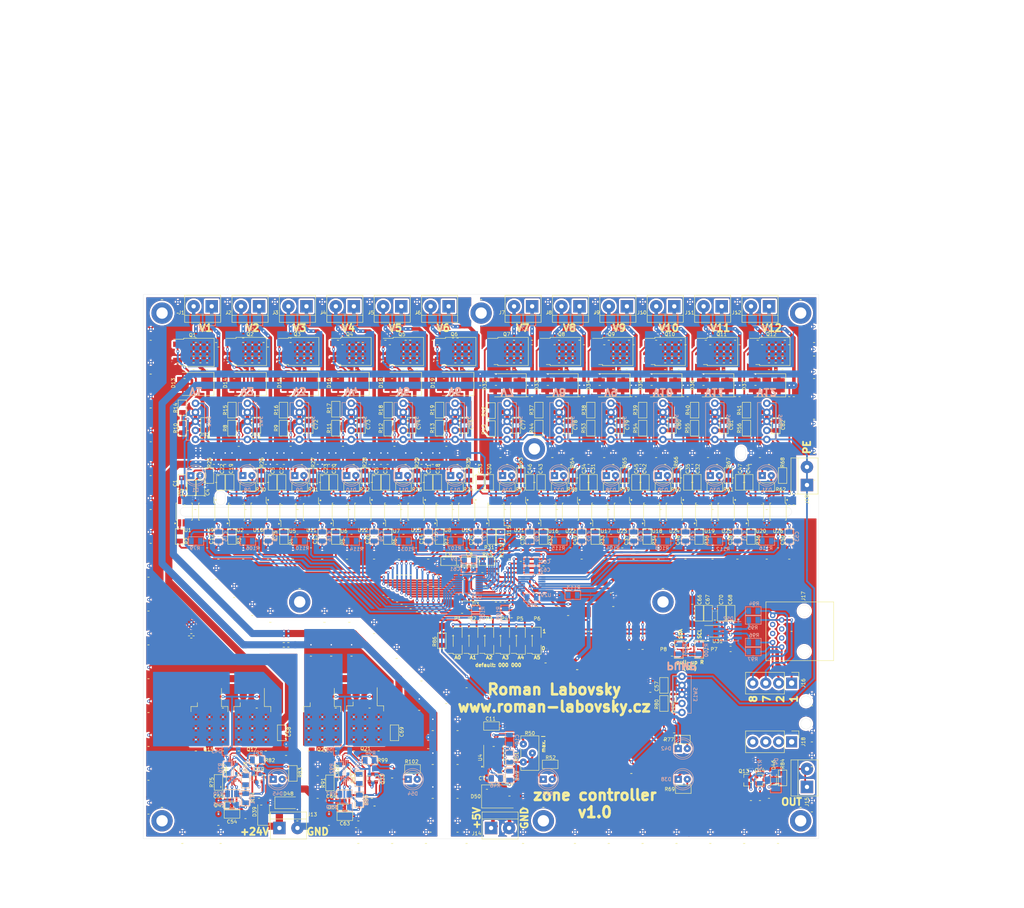
<source format=kicad_pcb>
(kicad_pcb (version 20171130) (host pcbnew "(5.1.6)-1")
  (layers (0 F.Cu signal) (31 B.Cu signal) (34 B.Paste user hide) (35 F.Paste user hide) (36 B.SilkS user) (37 F.SilkS user) (38 B.Mask user hide) (39 F.Mask user hide) (44 Edge.Cuts user))
  (net 0 "")
  (net 1 GND)
  (net 2 "Net-(D1-Pad2)")
  (net 3 "Net-(D8-Pad2)")
  (net 4 "Net-(D9-Pad2)")
  (net 5 "Net-(D10-Pad2)")
  (net 6 "Net-(D11-Pad2)")
  (net 7 "Net-(D12-Pad2)")
  (net 8 "Net-(R16-Pad2)")
  (net 9 "Net-(R34-Pad1)")
  (net 10 +5V)
  (net 11 "Net-(R45-Pad1)")
  (net 12 "Net-(C10-Pad2)")
  (net 13 "Net-(C10-Pad1)")
  (net 14 "Net-(D17-Pad2)")
  (net 15 "Net-(D17-Pad1)")
  (net 16 "Net-(R46-Pad2)")
  (net 17 "Net-(R47-Pad2)")
  (net 18 "Net-(R48-Pad2)")
  (net 19 "Net-(R50-Pad1)")
  (net 20 Earth_Protective)
  (net 21 +24V_A)
  (net 22 +24V_B)
  (net 23 GND_A)
  (net 24 "Net-(C7-Pad1)")
  (net 25 /INPUT_24V)
  (net 26 GND1)
  (net 27 "Net-(C56-Pad1)")
  (net 28 /PUMP_SWITCH)
  (net 29 GND2)
  (net 30 "Net-(C65-Pad1)")
  (net 31 /LED1_24V)
  (net 32 /LED2_24V)
  (net 33 /LED3_24V)
  (net 34 /LED4_24V)
  (net 35 /LED5_24V)
  (net 36 /LED0_24V)
  (net 37 /LED6_24V)
  (net 38 /LED7_24V)
  (net 39 /LED8_24V)
  (net 40 /LED9_24V)
  (net 41 /LED10_24V)
  (net 42 /LED11_24V)
  (net 43 "Net-(D26-Pad2)")
  (net 44 "Net-(D27-Pad2)")
  (net 45 "Net-(D28-Pad2)")
  (net 46 "Net-(D29-Pad2)")
  (net 47 "Net-(D30-Pad2)")
  (net 48 "Net-(D31-Pad2)")
  (net 49 "Net-(D38-Pad1)")
  (net 50 "Net-(D38-Pad2)")
  (net 51 "Net-(D40-Pad2)")
  (net 52 "Net-(D42-Pad2)")
  (net 53 "Net-(D43-Pad1)")
  (net 54 "Net-(D45-Pad1)")
  (net 55 "Net-(D45-Pad2)")
  (net 56 /PUMP_ACTIVE_0)
  (net 57 "Net-(D49-Pad2)")
  (net 58 /DSDA_P)
  (net 59 /DSDA_N)
  (net 60 /DSCL_P)
  (net 61 /DSCL_N)
  (net 62 "Net-(D53-Pad1)")
  (net 63 "Net-(D54-Pad1)")
  (net 64 "Net-(D54-Pad2)")
  (net 65 /DSDA_P_CON)
  (net 66 /DSDA_N_CON)
  (net 67 /DSCL_N_CON)
  (net 68 /DSCL_P_CON)
  (net 69 "Net-(P1-Pad3)")
  (net 70 /A0)
  (net 71 /A1)
  (net 72 /A2)
  (net 73 /A3)
  (net 74 /A4)
  (net 75 /A5)
  (net 76 "Net-(P7-Pad2)")
  (net 77 /SCL)
  (net 78 "Net-(P8-Pad2)")
  (net 79 /SDA)
  (net 80 "Net-(Q1-Pad1)")
  (net 81 "Net-(Q2-Pad1)")
  (net 82 "Net-(Q3-Pad1)")
  (net 83 "Net-(Q4-Pad1)")
  (net 84 "Net-(Q5-Pad1)")
  (net 85 "Net-(Q6-Pad1)")
  (net 86 "Net-(Q7-Pad1)")
  (net 87 "Net-(Q8-Pad1)")
  (net 88 "Net-(Q9-Pad1)")
  (net 89 "Net-(Q10-Pad1)")
  (net 90 "Net-(Q11-Pad1)")
  (net 91 "Net-(Q12-Pad1)")
  (net 92 /AND_OUT_PUMP)
  (net 93 "Net-(Q15-Pad2)")
  (net 94 "Net-(Q15-Pad3)")
  (net 95 "Net-(Q18-Pad3)")
  (net 96 "Net-(Q18-Pad1)")
  (net 97 "Net-(Q20-Pad2)")
  (net 98 "Net-(Q20-Pad3)")
  (net 99 "Net-(Q22-Pad3)")
  (net 100 "Net-(Q22-Pad1)")
  (net 101 /LED0)
  (net 102 "Net-(R2-Pad1)")
  (net 103 /LED1)
  (net 104 "Net-(R3-Pad1)")
  (net 105 /LED2)
  (net 106 "Net-(R4-Pad1)")
  (net 107 /LED3)
  (net 108 "Net-(R5-Pad1)")
  (net 109 /LED4)
  (net 110 "Net-(R6-Pad1)")
  (net 111 /LED5)
  (net 112 "Net-(R7-Pad1)")
  (net 113 "Net-(R15-Pad2)")
  (net 114 "Net-(R10-Pad1)")
  (net 115 "Net-(R11-Pad1)")
  (net 116 "Net-(R12-Pad1)")
  (net 117 "Net-(R13-Pad1)")
  (net 118 "Net-(R25-Pad1)")
  (net 119 "Net-(R26-Pad1)")
  (net 120 "Net-(R27-Pad1)")
  (net 121 "Net-(R28-Pad1)")
  (net 122 "Net-(R29-Pad1)")
  (net 123 "Net-(R30-Pad1)")
  (net 124 /LED6)
  (net 125 "Net-(R31-Pad1)")
  (net 126 /LED7)
  (net 127 "Net-(R32-Pad1)")
  (net 128 /LED8)
  (net 129 "Net-(R33-Pad1)")
  (net 130 /LED9)
  (net 131 /LED10)
  (net 132 "Net-(R35-Pad1)")
  (net 133 /LED11)
  (net 134 "Net-(R36-Pad1)")
  (net 135 "Net-(R37-Pad1)")
  (net 136 "Net-(R38-Pad1)")
  (net 137 "Net-(R39-Pad1)")
  (net 138 "Net-(R40-Pad1)")
  (net 139 "Net-(R41-Pad1)")
  (net 140 "Net-(R42-Pad1)")
  (net 141 "Net-(R50-Pad3)")
  (net 142 "Net-(R63-Pad1)")
  (net 143 "Net-(R64-Pad1)")
  (net 144 "Net-(R65-Pad1)")
  (net 145 "Net-(R66-Pad1)")
  (net 146 "Net-(R67-Pad1)")
  (net 147 "Net-(R68-Pad1)")
  (net 148 "Net-(R70-Pad2)")
  (net 149 "Net-(R73-Pad2)")
  (net 150 "Net-(R78-Pad1)")
  (net 151 "Net-(R81-Pad1)")
  (net 152 "Net-(R87-Pad2)")
  (net 153 "Net-(R89-Pad2)")
  (net 154 "Net-(R93-Pad1)")
  (net 155 "Net-(R102-Pad1)")
  (net 156 /LED0_5V)
  (net 157 /LED1_5V)
  (net 158 /LED2_5V)
  (net 159 /LED3_5V)
  (net 160 /LED4_5V)
  (net 161 /LED5_5V)
  (net 162 /LED6_5V)
  (net 163 /LED7_5V)
  (net 164 /LED8_5V)
  (net 165 /LED9_5V)
  (net 166 /LED10_5V)
  (net 167 /LED11_5V)
  (net 168 /AND_OUT_0_3)
  (net 169 /AND_OUT_4_7)
  (net 170 /AND_OUT_8_11)
  (net 171 "Net-(D46-Pad1)")
  (net 172 "Net-(J15-Pad1)")
  (module via_pad_rl:via_pad_0.4x0.8 (layer F.Cu) (at 133.604 76.2)
    (fp_text reference ~ (at 0 3.175) (layer F.SilkS))
    (fp_text value ~)
    (pad ~ thru_hole circle (at 0 0) (size 0.8 0.8) (drill 0.4) (layers *.Cu *.Mask) (net 169 /AND_OUT_4_7))
  )
  (module via_pad_rl:via_pad_0.4x0.8 (layer F.Cu) (at 121.285 76.835)
    (fp_text reference ~ (at 0 3.175) (layer F.SilkS))
    (fp_text value ~)
    (pad ~ thru_hole circle (at 0 0) (size 0.8 0.8) (drill 0.4) (layers *.Cu *.Mask) (net 168 /AND_OUT_0_3))
  )
  (module via_pad_rl:via_pad_0.4x0.8 (layer F.Cu) (at 121.285 79.375)
    (fp_text reference ~ (at 0 3.175) (layer F.SilkS))
    (fp_text value ~)
    (pad ~ thru_hole circle (at 0 0) (size 0.8 0.8) (drill 0.4) (layers *.Cu *.Mask) (net 168 /AND_OUT_0_3))
  )
  (module via_pad_rl:via_pad_0.4x0.8 (layer F.Cu) (at 133.35 79.375)
    (fp_text reference ~ (at 0 3.175) (layer F.SilkS))
    (fp_text value ~)
    (pad ~ thru_hole circle (at 0 0) (size 0.8 0.8) (drill 0.4) (layers *.Cu *.Mask) (net 169 /AND_OUT_4_7))
  )
  (module via_pad_rl:via_pad_0,4x0,8 (layer F.Cu) (at 130.175 60.96)
    (fp_text reference ~ (at 0 3.175) (layer F.SilkS))
    (fp_text value ~)
    (pad ~ thru_hole circle (at 0 0) (size 0.8 0.8) (drill 0.4) (layers *.Cu *.Mask) (net 162 /LED6_5V))
  )
  (module via_pad_rl:via_pad_0,4x0,8 (layer F.Cu) (at 130.175 58.42)
    (fp_text reference ~ (at 0 3.175) (layer F.SilkS))
    (fp_text value ~)
    (pad ~ thru_hole circle (at 0 0) (size 0.8 0.8) (drill 0.4) (layers *.Cu *.Mask) (net 10 +5V))
  )
  (module resistor_smd_rl:r_1206 (layer B.Cu) (at 205.105 60.96)
    (fp_text reference R116 (at -0.254 2.032) (layer B.SilkS) (effects (font (thickness 0.16)) (justify mirror)))
    (fp_text value "NC (10k)")
    (pad 2 smd trapezoid (at 1.27 0) (size 1.3 1.8) (layers B.Cu B.Paste B.Mask) (net 167 /LED11_5V))
    (pad 1 smd trapezoid (at -1.27 0) (size 1.3 1.8) (layers B.Cu B.Paste B.Mask) (net 10 +5V))
  )
  (module resistor_smd_rl:r_1206 (layer B.Cu) (at 146.685 60.96)
    (fp_text reference R115 (at -0.254 2.032) (layer B.SilkS) (effects (font (thickness 0.16)) (justify mirror)))
    (fp_text value "NC (10k)")
    (pad 2 smd trapezoid (at 1.27 0) (size 1.3 1.8) (layers B.Cu B.Paste B.Mask) (net 163 /LED7_5V))
    (pad 1 smd trapezoid (at -1.27 0) (size 1.3 1.8) (layers B.Cu B.Paste B.Mask) (net 10 +5V))
  )
  (module resistor_smd_rl:r_1206 (layer B.Cu) (at 88.265 60.96)
    (fp_text reference R114 (at 1.397 2.286) (layer B.SilkS) (effects (font (thickness 0.16)) (justify mirror)))
    (fp_text value "NC (10k)")
    (pad 2 smd trapezoid (at 1.27 0) (size 1.3 1.8) (layers B.Cu B.Paste B.Mask) (net 159 /LED3_5V))
    (pad 1 smd trapezoid (at -1.27 0) (size 1.3 1.8) (layers B.Cu B.Paste B.Mask) (net 10 +5V))
  )
  (module resistor_smd_rl:r_1206 (layer B.Cu) (at 150.495 76.2 180)
    (fp_text reference R113 (at -0.254 2.032) (layer B.SilkS) (effects (font (thickness 0.16)) (justify mirror)))
    (fp_text value "NC (10k)")
    (pad 2 smd trapezoid (at 1.27 0 180) (size 1.3 1.8) (layers B.Cu B.Paste B.Mask) (net 170 /AND_OUT_8_11))
    (pad 1 smd trapezoid (at -1.27 0 180) (size 1.3 1.8) (layers B.Cu B.Paste B.Mask) (net 10 +5V))
  )
  (module resistor_smd_rl:r_1206 (layer B.Cu) (at 190.5 60.96)
    (fp_text reference R112 (at 2.286 2.286) (layer B.SilkS) (effects (font (thickness 0.16)) (justify mirror)))
    (fp_text value "NC (10k)")
    (pad 2 smd trapezoid (at 1.27 0) (size 1.3 1.8) (layers B.Cu B.Paste B.Mask) (net 166 /LED10_5V))
    (pad 1 smd trapezoid (at -1.27 0) (size 1.3 1.8) (layers B.Cu B.Paste B.Mask) (net 10 +5V))
  )
  (module resistor_smd_rl:r_1206 (layer F.Cu) (at 130.175 59.69 270)
    (fp_text reference R111 (at 4.064 -0.381 90) (layer F.SilkS) (effects (font (thickness 0.16))))
    (fp_text value "NC (10k)")
    (pad 2 smd trapezoid (at 1.27 0 270) (size 1.3 1.8) (layers F.Cu F.Paste F.Mask) (net 162 /LED6_5V))
    (pad 1 smd trapezoid (at -1.27 0 270) (size 1.3 1.8) (layers F.Cu F.Paste F.Mask) (net 10 +5V))
  )
  (module resistor_smd_rl:r_1206 (layer B.Cu) (at 73.66 60.96)
    (fp_text reference R110 (at 0.762 2.032) (layer B.SilkS) (effects (font (thickness 0.16)) (justify mirror)))
    (fp_text value "NC (10k)")
    (pad 2 smd trapezoid (at 1.27 0) (size 1.3 1.8) (layers B.Cu B.Paste B.Mask) (net 158 /LED2_5V))
    (pad 1 smd trapezoid (at -1.27 0) (size 1.3 1.8) (layers B.Cu B.Paste B.Mask) (net 10 +5V))
  )
  (module resistor_smd_rl:r_1206 (layer B.Cu) (at 131.445 81.28 90)
    (fp_text reference R109 (at 0 -1.905 270) (layer B.SilkS) (effects (font (thickness 0.16)) (justify mirror)))
    (fp_text value "NC (10k)")
    (pad 2 smd trapezoid (at 1.27 0 90) (size 1.3 1.8) (layers B.Cu B.Paste B.Mask) (net 169 /AND_OUT_4_7))
    (pad 1 smd trapezoid (at -1.27 0 90) (size 1.3 1.8) (layers B.Cu B.Paste B.Mask) (net 10 +5V))
  )
  (module resistor_smd_rl:r_1206 (layer B.Cu) (at 175.895 60.96)
    (fp_text reference R108 (at -0.254 2.032) (layer B.SilkS) (effects (font (thickness 0.16)) (justify mirror)))
    (fp_text value "NC (10k)")
    (pad 2 smd trapezoid (at 1.27 0) (size 1.3 1.8) (layers B.Cu B.Paste B.Mask) (net 165 /LED9_5V))
    (pad 1 smd trapezoid (at -1.27 0) (size 1.3 1.8) (layers B.Cu B.Paste B.Mask) (net 10 +5V))
  )
  (module resistor_smd_rl:r_1206 (layer B.Cu) (at 117.475 60.96)
    (fp_text reference R107 (at -0.254 2.032) (layer B.SilkS) (effects (font (thickness 0.16)) (justify mirror)))
    (fp_text value "NC (10k)")
    (pad 2 smd trapezoid (at 1.27 0) (size 1.3 1.8) (layers B.Cu B.Paste B.Mask) (net 161 /LED5_5V))
    (pad 1 smd trapezoid (at -1.27 0) (size 1.3 1.8) (layers B.Cu B.Paste B.Mask) (net 10 +5V))
  )
  (module resistor_smd_rl:r_1206 (layer B.Cu) (at 59.055 60.96)
    (fp_text reference R106 (at 1.397 2.032) (layer B.SilkS) (effects (font (thickness 0.16)) (justify mirror)))
    (fp_text value "NC (10k)")
    (pad 2 smd trapezoid (at 1.27 0) (size 1.3 1.8) (layers B.Cu B.Paste B.Mask) (net 157 /LED1_5V))
    (pad 1 smd trapezoid (at -1.27 0) (size 1.3 1.8) (layers B.Cu B.Paste B.Mask) (net 10 +5V))
  )
  (module resistor_smd_rl:r_1206 (layer B.Cu) (at 123.19 81.28 90)
    (fp_text reference R105 (at 0 2.032 90) (layer B.SilkS) (effects (font (thickness 0.16)) (justify mirror)))
    (fp_text value "NC (10k)")
    (pad 2 smd trapezoid (at 1.27 0 90) (size 1.3 1.8) (layers B.Cu B.Paste B.Mask) (net 168 /AND_OUT_0_3))
    (pad 1 smd trapezoid (at -1.27 0 90) (size 1.3 1.8) (layers B.Cu B.Paste B.Mask) (net 10 +5V))
  )
  (module resistor_smd_rl:r_1206 (layer B.Cu) (at 161.29 60.96)
    (fp_text reference R104 (at 0.508 2.032) (layer B.SilkS) (effects (font (thickness 0.16)) (justify mirror)))
    (fp_text value "NC (10k)")
    (pad 2 smd trapezoid (at 1.27 0) (size 1.3 1.8) (layers B.Cu B.Paste B.Mask) (net 164 /LED8_5V))
    (pad 1 smd trapezoid (at -1.27 0) (size 1.3 1.8) (layers B.Cu B.Paste B.Mask) (net 10 +5V))
  )
  (module resistor_smd_rl:r_1206 (layer B.Cu) (at 102.87 60.96)
    (fp_text reference R103 (at 1.27 2.286) (layer B.SilkS) (effects (font (thickness 0.16)) (justify mirror)))
    (fp_text value "NC (10k)")
    (pad 2 smd trapezoid (at 1.27 0) (size 1.3 1.8) (layers B.Cu B.Paste B.Mask) (net 160 /LED4_5V))
    (pad 1 smd trapezoid (at -1.27 0) (size 1.3 1.8) (layers B.Cu B.Paste B.Mask) (net 10 +5V))
  )
  (module resistor_smd_rl:r_1206 (layer B.Cu) (at 44.45 60.96)
    (fp_text reference R79 (at -0.254 2.032) (layer B.SilkS) (effects (font (thickness 0.16)) (justify mirror)))
    (fp_text value "NC (10k)")
    (pad 2 smd trapezoid (at 1.27 0) (size 1.3 1.8) (layers B.Cu B.Paste B.Mask) (net 156 /LED0_5V))
    (pad 1 smd trapezoid (at -1.27 0) (size 1.3 1.8) (layers B.Cu B.Paste B.Mask) (net 10 +5V))
  )
  (module via_pad_rl:via_pad_0,4x0,8 (layer F.Cu) (at 112.395 67.31)
    (fp_text reference ~ (at 0 3.175) (layer F.SilkS))
    (fp_text value ~)
    (pad ~ thru_hole circle (at 0 0) (size 0.8 0.8) (drill 0.4) (layers *.Cu *.Mask) (net 1 GND))
  )
  (module via_pad_rl:via_pad_0,4x0,8 (layer F.Cu) (at 109.855 116.205)
    (fp_text reference ~ (at 0 3.175) (layer F.SilkS))
    (fp_text value ~)
    (pad ~ thru_hole circle (at 0 0) (size 0.8 0.8) (drill 0.4) (layers *.Cu *.Mask) (net 23 GND_A))
  )
  (module via_pad_rl:via_pad_0,4x0,8 (layer F.Cu) (at 200.66 36.195)
    (fp_text reference ~ (at 0 3.175) (layer F.SilkS))
    (fp_text value ~)
    (pad ~ thru_hole circle (at 0 0) (size 0.8 0.8) (drill 0.4) (layers *.Cu *.Mask) (net 23 GND_A))
  )
  (module via_pad_rl:via_pad_0,4x0,8 (layer F.Cu) (at 184.15 36.195)
    (fp_text reference ~ (at 0 3.175) (layer F.SilkS))
    (fp_text value ~)
    (pad ~ thru_hole circle (at 0 0) (size 0.8 0.8) (drill 0.4) (layers *.Cu *.Mask) (net 23 GND_A))
  )
  (module via_pad_rl:via_pad_0,4x0,8 (layer F.Cu) (at 169.545 36.195)
    (fp_text reference ~ (at 0 3.175) (layer F.SilkS))
    (fp_text value ~)
    (pad ~ thru_hole circle (at 0 0) (size 0.8 0.8) (drill 0.4) (layers *.Cu *.Mask) (net 23 GND_A))
  )
  (module via_pad_rl:via_pad_0,4x0,8 (layer F.Cu) (at 154.94 36.195)
    (fp_text reference ~ (at 0 3.175) (layer F.SilkS))
    (fp_text value ~)
    (pad ~ thru_hole circle (at 0 0) (size 0.8 0.8) (drill 0.4) (layers *.Cu *.Mask) (net 23 GND_A))
  )
  (module via_pad_rl:via_pad_0,4x0,8 (layer F.Cu) (at 132.08 36.195)
    (fp_text reference ~ (at 0 3.175) (layer F.SilkS))
    (fp_text value ~)
    (pad ~ thru_hole circle (at 0 0) (size 0.8 0.8) (drill 0.4) (layers *.Cu *.Mask) (net 23 GND_A))
  )
  (module via_pad_rl:via_pad_0,4x0,8 (layer F.Cu) (at 205.74 36.195)
    (fp_text reference ~ (at 0 3.175) (layer F.SilkS))
    (fp_text value ~)
    (pad ~ thru_hole circle (at 0 0) (size 0.8 0.8) (drill 0.4) (layers *.Cu *.Mask) (net 23 GND_A))
  )
  (module via_pad_rl:via_pad_0,4x0,8 (layer F.Cu) (at 191.135 36.195)
    (fp_text reference ~ (at 0 3.175) (layer F.SilkS))
    (fp_text value ~)
    (pad ~ thru_hole circle (at 0 0) (size 0.8 0.8) (drill 0.4) (layers *.Cu *.Mask) (net 23 GND_A))
  )
  (module via_pad_rl:via_pad_0,4x0,8 (layer F.Cu) (at 176.53 36.195)
    (fp_text reference ~ (at 0 3.175) (layer F.SilkS))
    (fp_text value ~)
    (pad ~ thru_hole circle (at 0 0) (size 0.8 0.8) (drill 0.4) (layers *.Cu *.Mask) (net 23 GND_A))
  )
  (module via_pad_rl:via_pad_0,4x0,8 (layer F.Cu) (at 161.925 36.195)
    (fp_text reference ~ (at 0 3.175) (layer F.SilkS))
    (fp_text value ~)
    (pad ~ thru_hole circle (at 0 0) (size 0.8 0.8) (drill 0.4) (layers *.Cu *.Mask) (net 23 GND_A))
  )
  (module via_pad_rl:via_pad_0,4x0,8 (layer F.Cu) (at 147.32 36.195)
    (fp_text reference ~ (at 0 3.175) (layer F.SilkS))
    (fp_text value ~)
    (pad ~ thru_hole circle (at 0 0) (size 0.8 0.8) (drill 0.4) (layers *.Cu *.Mask) (net 23 GND_A))
  )
  (module via_pad_rl:via_pad_0,4x0,8 (layer F.Cu) (at 39.37 -6.35)
    (fp_text reference ~ (at 0 3.175) (layer F.SilkS))
    (fp_text value ~)
    (pad ~ thru_hole circle (at 0 0) (size 0.8 0.8) (drill 0.4) (layers *.Cu *.Mask) (net 23 GND_A))
  )
  (module via_pad_rl:via_pad_0,4x0,8 (layer F.Cu) (at 49.53 36.195)
    (fp_text reference ~ (at 0 3.175) (layer F.SilkS))
    (fp_text value ~)
    (pad ~ thru_hole circle (at 0 0) (size 0.8 0.8) (drill 0.4) (layers *.Cu *.Mask) (net 23 GND_A))
  )
  (module via_pad_rl:via_pad_0,4x0,8 (layer F.Cu) (at 64.135 36.195)
    (fp_text reference ~ (at 0 3.175) (layer F.SilkS))
    (fp_text value ~)
    (pad ~ thru_hole circle (at 0 0) (size 0.8 0.8) (drill 0.4) (layers *.Cu *.Mask) (net 23 GND_A))
  )
  (module via_pad_rl:via_pad_0,4x0,8 (layer F.Cu) (at 78.74 36.195)
    (fp_text reference ~ (at 0 3.175) (layer F.SilkS))
    (fp_text value ~)
    (pad ~ thru_hole circle (at 0 0) (size 0.8 0.8) (drill 0.4) (layers *.Cu *.Mask) (net 23 GND_A))
  )
  (module via_pad_rl:via_pad_0,4x0,8 (layer F.Cu) (at 93.345 36.195)
    (fp_text reference ~ (at 0 3.175) (layer F.SilkS))
    (fp_text value ~)
    (pad ~ thru_hole circle (at 0 0) (size 0.8 0.8) (drill 0.4) (layers *.Cu *.Mask) (net 23 GND_A))
  )
  (module via_pad_rl:via_pad_0,4x0,8 (layer F.Cu) (at 93.98 41.275)
    (fp_text reference ~ (at 0 3.175) (layer F.SilkS))
    (fp_text value ~)
    (pad ~ thru_hole circle (at 0 0) (size 0.8 0.8) (drill 0.4) (layers *.Cu *.Mask) (net 23 GND_A))
  )
  (module via_pad_rl:via_pad_0,4x0,8 (layer F.Cu) (at 107.95 36.195)
    (fp_text reference ~ (at 0 3.175) (layer F.SilkS))
    (fp_text value ~)
    (pad ~ thru_hole circle (at 0 0) (size 0.8 0.8) (drill 0.4) (layers *.Cu *.Mask) (net 23 GND_A))
  )
  (module via_pad_rl:via_pad_0,4x0,8 (layer F.Cu) (at 108.585 41.275)
    (fp_text reference ~ (at 0 3.175) (layer F.SilkS))
    (fp_text value ~)
    (pad ~ thru_hole circle (at 0 0) (size 0.8 0.8) (drill 0.4) (layers *.Cu *.Mask) (net 23 GND_A))
  )
  (module via_pad_rl:via_pad_0,4x0,8 (layer F.Cu) (at 130.175 34.29)
    (fp_text reference ~ (at 0 3.175) (layer F.SilkS))
    (fp_text value ~)
    (pad ~ thru_hole circle (at 0 0) (size 0.8 0.8) (drill 0.4) (layers *.Cu *.Mask) (net 23 GND_A))
  )
  (module via_pad_rl:via_pad_0,4x0,8 (layer F.Cu) (at 209.55 9.525)
    (fp_text reference ~ (at 0 3.175) (layer F.SilkS))
    (fp_text value ~)
    (pad ~ thru_hole circle (at 0 0) (size 0.8 0.8) (drill 0.4) (layers *.Cu *.Mask) (net 42 /LED11_24V))
  )
  (module via_pad_rl:via_pad_0,4x0,8 (layer F.Cu) (at 207.645 9.525)
    (fp_text reference ~ (at 0 3.175) (layer F.SilkS))
    (fp_text value ~)
    (pad ~ thru_hole circle (at 0 0) (size 0.8 0.8) (drill 0.4) (layers *.Cu *.Mask) (net 42 /LED11_24V))
  )
  (module via_pad_rl:via_pad_0,4x0,8 (layer F.Cu) (at 205.74 9.525)
    (fp_text reference ~ (at 0 3.175) (layer F.SilkS))
    (fp_text value ~)
    (pad ~ thru_hole circle (at 0 0) (size 0.8 0.8) (drill 0.4) (layers *.Cu *.Mask) (net 42 /LED11_24V))
  )
  (module via_pad_rl:via_pad_0,4x0,8 (layer F.Cu) (at 205.74 7.62)
    (fp_text reference ~ (at 0 3.175) (layer F.SilkS))
    (fp_text value ~)
    (pad ~ thru_hole circle (at 0 0) (size 0.8 0.8) (drill 0.4) (layers *.Cu *.Mask) (net 42 /LED11_24V))
  )
  (module via_pad_rl:via_pad_0,4x0,8 (layer F.Cu) (at 207.645 7.62)
    (fp_text reference ~ (at 0 3.175) (layer F.SilkS))
    (fp_text value ~)
    (pad ~ thru_hole circle (at 0 0) (size 0.8 0.8) (drill 0.4) (layers *.Cu *.Mask) (net 42 /LED11_24V))
  )
  (module via_pad_rl:via_pad_0,4x0,8 (layer F.Cu) (at 209.55 7.62)
    (fp_text reference ~ (at 0 3.175) (layer F.SilkS))
    (fp_text value ~)
    (pad ~ thru_hole circle (at 0 0) (size 0.8 0.8) (drill 0.4) (layers *.Cu *.Mask) (net 42 /LED11_24V))
  )
  (module via_pad_rl:via_pad_0,4x0,8 (layer F.Cu) (at 209.55 5.715)
    (fp_text reference ~ (at 0 3.175) (layer F.SilkS))
    (fp_text value ~)
    (pad ~ thru_hole circle (at 0 0) (size 0.8 0.8) (drill 0.4) (layers *.Cu *.Mask) (net 42 /LED11_24V))
  )
  (module via_pad_rl:via_pad_0,4x0,8 (layer F.Cu) (at 207.645 5.715)
    (fp_text reference ~ (at 0 3.175) (layer F.SilkS))
    (fp_text value ~)
    (pad ~ thru_hole circle (at 0 0) (size 0.8 0.8) (drill 0.4) (layers *.Cu *.Mask) (net 42 /LED11_24V))
  )
  (module via_pad_rl:via_pad_0,4x0,8 (layer F.Cu) (at 205.74 5.715)
    (fp_text reference ~ (at 0 3.175) (layer F.SilkS))
    (fp_text value ~)
    (pad ~ thru_hole circle (at 0 0) (size 0.8 0.8) (drill 0.4) (layers *.Cu *.Mask) (net 42 /LED11_24V))
  )
  (module via_pad_rl:via_pad_0,4x0,8 (layer F.Cu) (at 191.135 9.525)
    (fp_text reference ~ (at 0 3.175) (layer F.SilkS))
    (fp_text value ~)
    (pad ~ thru_hole circle (at 0 0) (size 0.8 0.8) (drill 0.4) (layers *.Cu *.Mask) (net 41 /LED10_24V))
  )
  (module via_pad_rl:via_pad_0,4x0,8 (layer F.Cu) (at 193.04 9.525)
    (fp_text reference ~ (at 0 3.175) (layer F.SilkS))
    (fp_text value ~)
    (pad ~ thru_hole circle (at 0 0) (size 0.8 0.8) (drill 0.4) (layers *.Cu *.Mask) (net 41 /LED10_24V))
  )
  (module via_pad_rl:via_pad_0,4x0,8 (layer F.Cu) (at 194.945 9.525)
    (fp_text reference ~ (at 0 3.175) (layer F.SilkS))
    (fp_text value ~)
    (pad ~ thru_hole circle (at 0 0) (size 0.8 0.8) (drill 0.4) (layers *.Cu *.Mask) (net 41 /LED10_24V))
  )
  (module via_pad_rl:via_pad_0,4x0,8 (layer F.Cu) (at 194.945 7.62)
    (fp_text reference ~ (at 0 3.175) (layer F.SilkS))
    (fp_text value ~)
    (pad ~ thru_hole circle (at 0 0) (size 0.8 0.8) (drill 0.4) (layers *.Cu *.Mask) (net 41 /LED10_24V))
  )
  (module via_pad_rl:via_pad_0,4x0,8 (layer F.Cu) (at 193.04 7.62)
    (fp_text reference ~ (at 0 3.175) (layer F.SilkS))
    (fp_text value ~)
    (pad ~ thru_hole circle (at 0 0) (size 0.8 0.8) (drill 0.4) (layers *.Cu *.Mask) (net 41 /LED10_24V))
  )
  (module via_pad_rl:via_pad_0,4x0,8 (layer F.Cu) (at 191.135 7.62)
    (fp_text reference ~ (at 0 3.175) (layer F.SilkS))
    (fp_text value ~)
    (pad ~ thru_hole circle (at 0 0) (size 0.8 0.8) (drill 0.4) (layers *.Cu *.Mask) (net 41 /LED10_24V))
  )
  (module via_pad_rl:via_pad_0,4x0,8 (layer F.Cu) (at 194.945 5.715)
    (fp_text reference ~ (at 0 3.175) (layer F.SilkS))
    (fp_text value ~)
    (pad ~ thru_hole circle (at 0 0) (size 0.8 0.8) (drill 0.4) (layers *.Cu *.Mask) (net 41 /LED10_24V))
  )
  (module via_pad_rl:via_pad_0,4x0,8 (layer F.Cu) (at 193.04 5.715)
    (fp_text reference ~ (at 0 3.175) (layer F.SilkS))
    (fp_text value ~)
    (pad ~ thru_hole circle (at 0 0) (size 0.8 0.8) (drill 0.4) (layers *.Cu *.Mask) (net 41 /LED10_24V))
  )
  (module via_pad_rl:via_pad_0,4x0,8 (layer F.Cu) (at 191.135 5.715)
    (fp_text reference ~ (at 0 3.175) (layer F.SilkS))
    (fp_text value ~)
    (pad ~ thru_hole circle (at 0 0) (size 0.8 0.8) (drill 0.4) (layers *.Cu *.Mask) (net 41 /LED10_24V))
  )
  (module via_pad_rl:via_pad_0,4x0,8 (layer F.Cu) (at 180.34 9.525)
    (fp_text reference ~ (at 0 3.175) (layer F.SilkS))
    (fp_text value ~)
    (pad ~ thru_hole circle (at 0 0) (size 0.8 0.8) (drill 0.4) (layers *.Cu *.Mask) (net 40 /LED9_24V))
  )
  (module via_pad_rl:via_pad_0,4x0,8 (layer F.Cu) (at 178.435 9.525)
    (fp_text reference ~ (at 0 3.175) (layer F.SilkS))
    (fp_text value ~)
    (pad ~ thru_hole circle (at 0 0) (size 0.8 0.8) (drill 0.4) (layers *.Cu *.Mask) (net 40 /LED9_24V))
  )
  (module via_pad_rl:via_pad_0,4x0,8 (layer F.Cu) (at 176.53 9.525)
    (fp_text reference ~ (at 0 3.175) (layer F.SilkS))
    (fp_text value ~)
    (pad ~ thru_hole circle (at 0 0) (size 0.8 0.8) (drill 0.4) (layers *.Cu *.Mask) (net 40 /LED9_24V))
  )
  (module via_pad_rl:via_pad_0,4x0,8 (layer F.Cu) (at 176.53 7.62)
    (fp_text reference ~ (at 0 3.175) (layer F.SilkS))
    (fp_text value ~)
    (pad ~ thru_hole circle (at 0 0) (size 0.8 0.8) (drill 0.4) (layers *.Cu *.Mask) (net 40 /LED9_24V))
  )
  (module via_pad_rl:via_pad_0,4x0,8 (layer F.Cu) (at 178.435 7.62)
    (fp_text reference ~ (at 0 3.175) (layer F.SilkS))
    (fp_text value ~)
    (pad ~ thru_hole circle (at 0 0) (size 0.8 0.8) (drill 0.4) (layers *.Cu *.Mask) (net 40 /LED9_24V))
  )
  (module via_pad_rl:via_pad_0,4x0,8 (layer F.Cu) (at 180.34 7.62)
    (fp_text reference ~ (at 0 3.175) (layer F.SilkS))
    (fp_text value ~)
    (pad ~ thru_hole circle (at 0 0) (size 0.8 0.8) (drill 0.4) (layers *.Cu *.Mask) (net 40 /LED9_24V))
  )
  (module via_pad_rl:via_pad_0,4x0,8 (layer F.Cu) (at 180.34 5.715)
    (fp_text reference ~ (at 0 3.175) (layer F.SilkS))
    (fp_text value ~)
    (pad ~ thru_hole circle (at 0 0) (size 0.8 0.8) (drill 0.4) (layers *.Cu *.Mask) (net 40 /LED9_24V))
  )
  (module via_pad_rl:via_pad_0,4x0,8 (layer F.Cu) (at 178.435 5.715)
    (fp_text reference ~ (at 0 3.175) (layer F.SilkS))
    (fp_text value ~)
    (pad ~ thru_hole circle (at 0 0) (size 0.8 0.8) (drill 0.4) (layers *.Cu *.Mask) (net 40 /LED9_24V))
  )
  (module via_pad_rl:via_pad_0,4x0,8 (layer F.Cu) (at 176.53 5.715)
    (fp_text reference ~ (at 0 3.175) (layer F.SilkS))
    (fp_text value ~)
    (pad ~ thru_hole circle (at 0 0) (size 0.8 0.8) (drill 0.4) (layers *.Cu *.Mask) (net 40 /LED9_24V))
  )
  (module via_pad_rl:via_pad_0,4x0,8 (layer F.Cu) (at 165.735 9.525)
    (fp_text reference ~ (at 0 3.175) (layer F.SilkS))
    (fp_text value ~)
    (pad ~ thru_hole circle (at 0 0) (size 0.8 0.8) (drill 0.4) (layers *.Cu *.Mask) (net 39 /LED8_24V))
  )
  (module via_pad_rl:via_pad_0,4x0,8 (layer F.Cu) (at 163.83 9.525)
    (fp_text reference ~ (at 0 3.175) (layer F.SilkS))
    (fp_text value ~)
    (pad ~ thru_hole circle (at 0 0) (size 0.8 0.8) (drill 0.4) (layers *.Cu *.Mask) (net 39 /LED8_24V))
  )
  (module via_pad_rl:via_pad_0,4x0,8 (layer F.Cu) (at 161.925 9.525)
    (fp_text reference ~ (at 0 3.175) (layer F.SilkS))
    (fp_text value ~)
    (pad ~ thru_hole circle (at 0 0) (size 0.8 0.8) (drill 0.4) (layers *.Cu *.Mask) (net 39 /LED8_24V))
  )
  (module via_pad_rl:via_pad_0,4x0,8 (layer F.Cu) (at 161.925 7.62)
    (fp_text reference ~ (at 0 3.175) (layer F.SilkS))
    (fp_text value ~)
    (pad ~ thru_hole circle (at 0 0) (size 0.8 0.8) (drill 0.4) (layers *.Cu *.Mask) (net 39 /LED8_24V))
  )
  (module via_pad_rl:via_pad_0,4x0,8 (layer F.Cu) (at 163.83 7.62)
    (fp_text reference ~ (at 0 3.175) (layer F.SilkS))
    (fp_text value ~)
    (pad ~ thru_hole circle (at 0 0) (size 0.8 0.8) (drill 0.4) (layers *.Cu *.Mask) (net 39 /LED8_24V))
  )
  (module via_pad_rl:via_pad_0,4x0,8 (layer F.Cu) (at 165.735 7.62)
    (fp_text reference ~ (at 0 3.175) (layer F.SilkS))
    (fp_text value ~)
    (pad ~ thru_hole circle (at 0 0) (size 0.8 0.8) (drill 0.4) (layers *.Cu *.Mask) (net 39 /LED8_24V))
  )
  (module via_pad_rl:via_pad_0,4x0,8 (layer F.Cu) (at 165.735 5.715)
    (fp_text reference ~ (at 0 3.175) (layer F.SilkS))
    (fp_text value ~)
    (pad ~ thru_hole circle (at 0 0) (size 0.8 0.8) (drill 0.4) (layers *.Cu *.Mask) (net 39 /LED8_24V))
  )
  (module via_pad_rl:via_pad_0,4x0,8 (layer F.Cu) (at 163.83 5.715)
    (fp_text reference ~ (at 0 3.175) (layer F.SilkS))
    (fp_text value ~)
    (pad ~ thru_hole circle (at 0 0) (size 0.8 0.8) (drill 0.4) (layers *.Cu *.Mask) (net 39 /LED8_24V))
  )
  (module via_pad_rl:via_pad_0,4x0,8 (layer F.Cu) (at 161.925 5.715)
    (fp_text reference ~ (at 0 3.175) (layer F.SilkS))
    (fp_text value ~)
    (pad ~ thru_hole circle (at 0 0) (size 0.8 0.8) (drill 0.4) (layers *.Cu *.Mask) (net 39 /LED8_24V))
  )
  (module via_pad_rl:via_pad_0,4x0,8 (layer F.Cu) (at 146.685 9.525)
    (fp_text reference ~ (at 0 3.175) (layer F.SilkS))
    (fp_text value ~)
    (pad ~ thru_hole circle (at 0 0) (size 0.8 0.8) (drill 0.4) (layers *.Cu *.Mask) (net 38 /LED7_24V))
  )
  (module via_pad_rl:via_pad_0,4x0,8 (layer F.Cu) (at 148.59 9.525)
    (fp_text reference ~ (at 0 3.175) (layer F.SilkS))
    (fp_text value ~)
    (pad ~ thru_hole circle (at 0 0) (size 0.8 0.8) (drill 0.4) (layers *.Cu *.Mask) (net 38 /LED7_24V))
  )
  (module via_pad_rl:via_pad_0,4x0,8 (layer F.Cu) (at 150.495 9.525)
    (fp_text reference ~ (at 0 3.175) (layer F.SilkS))
    (fp_text value ~)
    (pad ~ thru_hole circle (at 0 0) (size 0.8 0.8) (drill 0.4) (layers *.Cu *.Mask) (net 38 /LED7_24V))
  )
  (module via_pad_rl:via_pad_0,4x0,8 (layer F.Cu) (at 150.495 7.62)
    (fp_text reference ~ (at 0 3.175) (layer F.SilkS))
    (fp_text value ~)
    (pad ~ thru_hole circle (at 0 0) (size 0.8 0.8) (drill 0.4) (layers *.Cu *.Mask) (net 38 /LED7_24V))
  )
  (module via_pad_rl:via_pad_0,4x0,8 (layer F.Cu) (at 148.59 7.62)
    (fp_text reference ~ (at 0 3.175) (layer F.SilkS))
    (fp_text value ~)
    (pad ~ thru_hole circle (at 0 0) (size 0.8 0.8) (drill 0.4) (layers *.Cu *.Mask) (net 38 /LED7_24V))
  )
  (module via_pad_rl:via_pad_0,4x0,8 (layer F.Cu) (at 146.685 7.62)
    (fp_text reference ~ (at 0 3.175) (layer F.SilkS))
    (fp_text value ~)
    (pad ~ thru_hole circle (at 0 0) (size 0.8 0.8) (drill 0.4) (layers *.Cu *.Mask) (net 38 /LED7_24V))
  )
  (module via_pad_rl:via_pad_0,4x0,8 (layer F.Cu) (at 150.495 5.715)
    (fp_text reference ~ (at 0 3.175) (layer F.SilkS))
    (fp_text value ~)
    (pad ~ thru_hole circle (at 0 0) (size 0.8 0.8) (drill 0.4) (layers *.Cu *.Mask) (net 38 /LED7_24V))
  )
  (module via_pad_rl:via_pad_0,4x0,8 (layer F.Cu) (at 148.59 5.715)
    (fp_text reference ~ (at 0 3.175) (layer F.SilkS))
    (fp_text value ~)
    (pad ~ thru_hole circle (at 0 0) (size 0.8 0.8) (drill 0.4) (layers *.Cu *.Mask) (net 38 /LED7_24V))
  )
  (module via_pad_rl:via_pad_0,4x0,8 (layer F.Cu) (at 146.685 5.715)
    (fp_text reference ~ (at 0 3.175) (layer F.SilkS))
    (fp_text value ~)
    (pad ~ thru_hole circle (at 0 0) (size 0.8 0.8) (drill 0.4) (layers *.Cu *.Mask) (net 38 /LED7_24V))
  )
  (module via_pad_rl:via_pad_0,4x0,8 (layer F.Cu) (at 135.89 9.525)
    (fp_text reference ~ (at 0 3.175) (layer F.SilkS))
    (fp_text value ~)
    (pad ~ thru_hole circle (at 0 0) (size 0.8 0.8) (drill 0.4) (layers *.Cu *.Mask) (net 37 /LED6_24V))
  )
  (module via_pad_rl:via_pad_0,4x0,8 (layer F.Cu) (at 133.985 9.525)
    (fp_text reference ~ (at 0 3.175) (layer F.SilkS))
    (fp_text value ~)
    (pad ~ thru_hole circle (at 0 0) (size 0.8 0.8) (drill 0.4) (layers *.Cu *.Mask) (net 37 /LED6_24V))
  )
  (module via_pad_rl:via_pad_0,4x0,8 (layer F.Cu) (at 132.08 9.525)
    (fp_text reference ~ (at 0 3.175) (layer F.SilkS))
    (fp_text value ~)
    (pad ~ thru_hole circle (at 0 0) (size 0.8 0.8) (drill 0.4) (layers *.Cu *.Mask) (net 37 /LED6_24V))
  )
  (module via_pad_rl:via_pad_0,4x0,8 (layer F.Cu) (at 132.08 7.62)
    (fp_text reference ~ (at 0 3.175) (layer F.SilkS))
    (fp_text value ~)
    (pad ~ thru_hole circle (at 0 0) (size 0.8 0.8) (drill 0.4) (layers *.Cu *.Mask) (net 37 /LED6_24V))
  )
  (module via_pad_rl:via_pad_0,4x0,8 (layer F.Cu) (at 133.985 7.62)
    (fp_text reference ~ (at 0 3.175) (layer F.SilkS))
    (fp_text value ~)
    (pad ~ thru_hole circle (at 0 0) (size 0.8 0.8) (drill 0.4) (layers *.Cu *.Mask) (net 37 /LED6_24V))
  )
  (module via_pad_rl:via_pad_0,4x0,8 (layer F.Cu) (at 135.89 7.62)
    (fp_text reference ~ (at 0 3.175) (layer F.SilkS))
    (fp_text value ~)
    (pad ~ thru_hole circle (at 0 0) (size 0.8 0.8) (drill 0.4) (layers *.Cu *.Mask) (net 37 /LED6_24V))
  )
  (module via_pad_rl:via_pad_0,4x0,8 (layer F.Cu) (at 135.89 5.715)
    (fp_text reference ~ (at 0 3.175) (layer F.SilkS))
    (fp_text value ~)
    (pad ~ thru_hole circle (at 0 0) (size 0.8 0.8) (drill 0.4) (layers *.Cu *.Mask) (net 37 /LED6_24V))
  )
  (module via_pad_rl:via_pad_0,4x0,8 (layer F.Cu) (at 133.985 5.715)
    (fp_text reference ~ (at 0 3.175) (layer F.SilkS))
    (fp_text value ~)
    (pad ~ thru_hole circle (at 0 0) (size 0.8 0.8) (drill 0.4) (layers *.Cu *.Mask) (net 37 /LED6_24V))
  )
  (module via_pad_rl:via_pad_0,4x0,8 (layer F.Cu) (at 132.08 5.715)
    (fp_text reference ~ (at 0 3.175) (layer F.SilkS))
    (fp_text value ~)
    (pad ~ thru_hole circle (at 0 0) (size 0.8 0.8) (drill 0.4) (layers *.Cu *.Mask) (net 37 /LED6_24V))
  )
  (module via_pad_rl:via_pad_0,4x0,8 (layer F.Cu) (at 121.285 9.525)
    (fp_text reference ~ (at 0 3.175) (layer F.SilkS))
    (fp_text value ~)
    (pad ~ thru_hole circle (at 0 0) (size 0.8 0.8) (drill 0.4) (layers *.Cu *.Mask) (net 35 /LED5_24V))
  )
  (module via_pad_rl:via_pad_0,4x0,8 (layer F.Cu) (at 119.38 9.525)
    (fp_text reference ~ (at 0 3.175) (layer F.SilkS))
    (fp_text value ~)
    (pad ~ thru_hole circle (at 0 0) (size 0.8 0.8) (drill 0.4) (layers *.Cu *.Mask) (net 35 /LED5_24V))
  )
  (module via_pad_rl:via_pad_0,4x0,8 (layer F.Cu) (at 117.475 9.525)
    (fp_text reference ~ (at 0 3.175) (layer F.SilkS))
    (fp_text value ~)
    (pad ~ thru_hole circle (at 0 0) (size 0.8 0.8) (drill 0.4) (layers *.Cu *.Mask) (net 35 /LED5_24V))
  )
  (module via_pad_rl:via_pad_0,4x0,8 (layer F.Cu) (at 117.475 7.62)
    (fp_text reference ~ (at 0 3.175) (layer F.SilkS))
    (fp_text value ~)
    (pad ~ thru_hole circle (at 0 0) (size 0.8 0.8) (drill 0.4) (layers *.Cu *.Mask) (net 35 /LED5_24V))
  )
  (module via_pad_rl:via_pad_0,4x0,8 (layer F.Cu) (at 119.38 7.62)
    (fp_text reference ~ (at 0 3.175) (layer F.SilkS))
    (fp_text value ~)
    (pad ~ thru_hole circle (at 0 0) (size 0.8 0.8) (drill 0.4) (layers *.Cu *.Mask) (net 35 /LED5_24V))
  )
  (module via_pad_rl:via_pad_0,4x0,8 (layer F.Cu) (at 121.285 7.62)
    (fp_text reference ~ (at 0 3.175) (layer F.SilkS))
    (fp_text value ~)
    (pad ~ thru_hole circle (at 0 0) (size 0.8 0.8) (drill 0.4) (layers *.Cu *.Mask) (net 35 /LED5_24V))
  )
  (module via_pad_rl:via_pad_0,4x0,8 (layer F.Cu) (at 121.285 5.715)
    (fp_text reference ~ (at 0 3.175) (layer F.SilkS))
    (fp_text value ~)
    (pad ~ thru_hole circle (at 0 0) (size 0.8 0.8) (drill 0.4) (layers *.Cu *.Mask) (net 35 /LED5_24V))
  )
  (module via_pad_rl:via_pad_0,4x0,8 (layer F.Cu) (at 119.38 5.715)
    (fp_text reference ~ (at 0 3.175) (layer F.SilkS))
    (fp_text value ~)
    (pad ~ thru_hole circle (at 0 0) (size 0.8 0.8) (drill 0.4) (layers *.Cu *.Mask) (net 35 /LED5_24V))
  )
  (module via_pad_rl:via_pad_0,4x0,8 (layer F.Cu) (at 117.475 5.715)
    (fp_text reference ~ (at 0 3.175) (layer F.SilkS))
    (fp_text value ~)
    (pad ~ thru_hole circle (at 0 0) (size 0.8 0.8) (drill 0.4) (layers *.Cu *.Mask) (net 35 /LED5_24V))
  )
  (module via_pad_rl:via_pad_0,4x0,8 (layer F.Cu) (at 106.68 9.525)
    (fp_text reference ~ (at 0 3.175) (layer F.SilkS))
    (fp_text value ~)
    (pad ~ thru_hole circle (at 0 0) (size 0.8 0.8) (drill 0.4) (layers *.Cu *.Mask) (net 34 /LED4_24V))
  )
  (module via_pad_rl:via_pad_0,4x0,8 (layer F.Cu) (at 104.775 9.525)
    (fp_text reference ~ (at 0 3.175) (layer F.SilkS))
    (fp_text value ~)
    (pad ~ thru_hole circle (at 0 0) (size 0.8 0.8) (drill 0.4) (layers *.Cu *.Mask) (net 34 /LED4_24V))
  )
  (module via_pad_rl:via_pad_0,4x0,8 (layer F.Cu) (at 102.87 9.525)
    (fp_text reference ~ (at 0 3.175) (layer F.SilkS))
    (fp_text value ~)
    (pad ~ thru_hole circle (at 0 0) (size 0.8 0.8) (drill 0.4) (layers *.Cu *.Mask) (net 34 /LED4_24V))
  )
  (module via_pad_rl:via_pad_0,4x0,8 (layer F.Cu) (at 106.68 7.62)
    (fp_text reference ~ (at 0 3.175) (layer F.SilkS))
    (fp_text value ~)
    (pad ~ thru_hole circle (at 0 0) (size 0.8 0.8) (drill 0.4) (layers *.Cu *.Mask) (net 34 /LED4_24V))
  )
  (module via_pad_rl:via_pad_0,4x0,8 (layer F.Cu) (at 104.775 7.62)
    (fp_text reference ~ (at 0 3.175) (layer F.SilkS))
    (fp_text value ~)
    (pad ~ thru_hole circle (at 0 0) (size 0.8 0.8) (drill 0.4) (layers *.Cu *.Mask) (net 34 /LED4_24V))
  )
  (module via_pad_rl:via_pad_0,4x0,8 (layer F.Cu) (at 102.87 7.62)
    (fp_text reference ~ (at 0 3.175) (layer F.SilkS))
    (fp_text value ~)
    (pad ~ thru_hole circle (at 0 0) (size 0.8 0.8) (drill 0.4) (layers *.Cu *.Mask) (net 34 /LED4_24V))
  )
  (module via_pad_rl:via_pad_0,4x0,8 (layer F.Cu) (at 106.68 5.715)
    (fp_text reference ~ (at 0 3.175) (layer F.SilkS))
    (fp_text value ~)
    (pad ~ thru_hole circle (at 0 0) (size 0.8 0.8) (drill 0.4) (layers *.Cu *.Mask) (net 34 /LED4_24V))
  )
  (module via_pad_rl:via_pad_0,4x0,8 (layer F.Cu) (at 104.775 5.715)
    (fp_text reference ~ (at 0 3.175) (layer F.SilkS))
    (fp_text value ~)
    (pad ~ thru_hole circle (at 0 0) (size 0.8 0.8) (drill 0.4) (layers *.Cu *.Mask) (net 34 /LED4_24V))
  )
  (module via_pad_rl:via_pad_0,4x0,8 (layer F.Cu) (at 102.87 5.715)
    (fp_text reference ~ (at 0 3.175) (layer F.SilkS))
    (fp_text value ~)
    (pad ~ thru_hole circle (at 0 0) (size 0.8 0.8) (drill 0.4) (layers *.Cu *.Mask) (net 34 /LED4_24V))
  )
  (module via_pad_rl:via_pad_0,4x0,8 (layer F.Cu) (at 91.44 9.525)
    (fp_text reference ~ (at 0 3.175) (layer F.SilkS))
    (fp_text value ~)
    (pad ~ thru_hole circle (at 0 0) (size 0.8 0.8) (drill 0.4) (layers *.Cu *.Mask) (net 33 /LED3_24V))
  )
  (module via_pad_rl:via_pad_0,4x0,8 (layer F.Cu) (at 89.535 9.525)
    (fp_text reference ~ (at 0 3.175) (layer F.SilkS))
    (fp_text value ~)
    (pad ~ thru_hole circle (at 0 0) (size 0.8 0.8) (drill 0.4) (layers *.Cu *.Mask) (net 33 /LED3_24V))
  )
  (module via_pad_rl:via_pad_0,4x0,8 (layer F.Cu) (at 87.63 9.525)
    (fp_text reference ~ (at 0 3.175) (layer F.SilkS))
    (fp_text value ~)
    (pad ~ thru_hole circle (at 0 0) (size 0.8 0.8) (drill 0.4) (layers *.Cu *.Mask) (net 33 /LED3_24V))
  )
  (module via_pad_rl:via_pad_0,4x0,8 (layer F.Cu) (at 87.63 7.62)
    (fp_text reference ~ (at 0 3.175) (layer F.SilkS))
    (fp_text value ~)
    (pad ~ thru_hole circle (at 0 0) (size 0.8 0.8) (drill 0.4) (layers *.Cu *.Mask) (net 33 /LED3_24V))
  )
  (module via_pad_rl:via_pad_0,4x0,8 (layer F.Cu) (at 89.535 7.62)
    (fp_text reference ~ (at 0 3.175) (layer F.SilkS))
    (fp_text value ~)
    (pad ~ thru_hole circle (at 0 0) (size 0.8 0.8) (drill 0.4) (layers *.Cu *.Mask) (net 33 /LED3_24V))
  )
  (module via_pad_rl:via_pad_0,4x0,8 (layer F.Cu) (at 91.44 7.62)
    (fp_text reference ~ (at 0 3.175) (layer F.SilkS))
    (fp_text value ~)
    (pad ~ thru_hole circle (at 0 0) (size 0.8 0.8) (drill 0.4) (layers *.Cu *.Mask) (net 33 /LED3_24V))
  )
  (module via_pad_rl:via_pad_0,4x0,8 (layer F.Cu) (at 91.44 5.715)
    (fp_text reference ~ (at 0 3.175) (layer F.SilkS))
    (fp_text value ~)
    (pad ~ thru_hole circle (at 0 0) (size 0.8 0.8) (drill 0.4) (layers *.Cu *.Mask) (net 33 /LED3_24V))
  )
  (module via_pad_rl:via_pad_0,4x0,8 (layer F.Cu) (at 89.535 5.715)
    (fp_text reference ~ (at 0 3.175) (layer F.SilkS))
    (fp_text value ~)
    (pad ~ thru_hole circle (at 0 0) (size 0.8 0.8) (drill 0.4) (layers *.Cu *.Mask) (net 33 /LED3_24V))
  )
  (module via_pad_rl:via_pad_0,4x0,8 (layer F.Cu) (at 87.63 5.715)
    (fp_text reference ~ (at 0 3.175) (layer F.SilkS))
    (fp_text value ~)
    (pad ~ thru_hole circle (at 0 0) (size 0.8 0.8) (drill 0.4) (layers *.Cu *.Mask) (net 33 /LED3_24V))
  )
  (module via_pad_rl:via_pad_0,4x0,8 (layer F.Cu) (at 73.025 9.525)
    (fp_text reference ~ (at 0 3.175) (layer F.SilkS))
    (fp_text value ~)
    (pad ~ thru_hole circle (at 0 0) (size 0.8 0.8) (drill 0.4) (layers *.Cu *.Mask) (net 32 /LED2_24V))
  )
  (module via_pad_rl:via_pad_0,4x0,8 (layer F.Cu) (at 74.93 9.525)
    (fp_text reference ~ (at 0 3.175) (layer F.SilkS))
    (fp_text value ~)
    (pad ~ thru_hole circle (at 0 0) (size 0.8 0.8) (drill 0.4) (layers *.Cu *.Mask) (net 32 /LED2_24V))
  )
  (module via_pad_rl:via_pad_0,4x0,8 (layer F.Cu) (at 76.835 9.525)
    (fp_text reference ~ (at 0 3.175) (layer F.SilkS))
    (fp_text value ~)
    (pad ~ thru_hole circle (at 0 0) (size 0.8 0.8) (drill 0.4) (layers *.Cu *.Mask) (net 32 /LED2_24V))
  )
  (module via_pad_rl:via_pad_0,4x0,8 (layer F.Cu) (at 76.835 7.62)
    (fp_text reference ~ (at 0 3.175) (layer F.SilkS))
    (fp_text value ~)
    (pad ~ thru_hole circle (at 0 0) (size 0.8 0.8) (drill 0.4) (layers *.Cu *.Mask) (net 32 /LED2_24V))
  )
  (module via_pad_rl:via_pad_0,4x0,8 (layer F.Cu) (at 74.93 7.62)
    (fp_text reference ~ (at 0 3.175) (layer F.SilkS))
    (fp_text value ~)
    (pad ~ thru_hole circle (at 0 0) (size 0.8 0.8) (drill 0.4) (layers *.Cu *.Mask) (net 32 /LED2_24V))
  )
  (module via_pad_rl:via_pad_0,4x0,8 (layer F.Cu) (at 72.957 7.62)
    (fp_text reference ~ (at 0 3.175) (layer F.SilkS))
    (fp_text value ~)
    (pad ~ thru_hole circle (at 0 0) (size 0.8 0.8) (drill 0.4) (layers *.Cu *.Mask) (net 32 /LED2_24V))
  )
  (module via_pad_rl:via_pad_0,4x0,8 (layer F.Cu) (at 76.835 5.715)
    (fp_text reference ~ (at 0 3.175) (layer F.SilkS))
    (fp_text value ~)
    (pad ~ thru_hole circle (at 0 0) (size 0.8 0.8) (drill 0.4) (layers *.Cu *.Mask) (net 32 /LED2_24V))
  )
  (module via_pad_rl:via_pad_0,4x0,8 (layer F.Cu) (at 74.93 5.715)
    (fp_text reference ~ (at 0 3.175) (layer F.SilkS))
    (fp_text value ~)
    (pad ~ thru_hole circle (at 0 0) (size 0.8 0.8) (drill 0.4) (layers *.Cu *.Mask) (net 32 /LED2_24V))
  )
  (module via_pad_rl:via_pad_0,4x0,8 (layer F.Cu) (at 73.025 5.715)
    (fp_text reference ~ (at 0 3.175) (layer F.SilkS))
    (fp_text value ~)
    (pad ~ thru_hole circle (at 0 0) (size 0.8 0.8) (drill 0.4) (layers *.Cu *.Mask) (net 32 /LED2_24V))
  )
  (module via_pad_rl:via_pad_0,4x0,8 (layer F.Cu) (at 58.42 9.525)
    (fp_text reference ~ (at 0 3.175) (layer F.SilkS))
    (fp_text value ~)
    (pad ~ thru_hole circle (at 0 0) (size 0.8 0.8) (drill 0.4) (layers *.Cu *.Mask) (net 31 /LED1_24V))
  )
  (module via_pad_rl:via_pad_0,4x0,8 (layer F.Cu) (at 58.42 7.62)
    (fp_text reference ~ (at 0 3.175) (layer F.SilkS))
    (fp_text value ~)
    (pad ~ thru_hole circle (at 0 0) (size 0.8 0.8) (drill 0.4) (layers *.Cu *.Mask) (net 31 /LED1_24V))
  )
  (module via_pad_rl:via_pad_0,4x0,8 (layer F.Cu) (at 60.325 7.62)
    (fp_text reference ~ (at 0 3.175) (layer F.SilkS))
    (fp_text value ~)
    (pad ~ thru_hole circle (at 0 0) (size 0.8 0.8) (drill 0.4) (layers *.Cu *.Mask) (net 31 /LED1_24V))
  )
  (module via_pad_rl:via_pad_0,4x0,8 (layer F.Cu) (at 60.325 9.525)
    (fp_text reference ~ (at 0 3.175) (layer F.SilkS))
    (fp_text value ~)
    (pad ~ thru_hole circle (at 0 0) (size 0.8 0.8) (drill 0.4) (layers *.Cu *.Mask) (net 31 /LED1_24V))
  )
  (module via_pad_rl:via_pad_0,4x0,8 (layer F.Cu) (at 62.23 9.525)
    (fp_text reference ~ (at 0 3.175) (layer F.SilkS))
    (fp_text value ~)
    (pad ~ thru_hole circle (at 0 0) (size 0.8 0.8) (drill 0.4) (layers *.Cu *.Mask) (net 31 /LED1_24V))
  )
  (module via_pad_rl:via_pad_0,4x0,8 (layer F.Cu) (at 62.23 7.62)
    (fp_text reference ~ (at 0 3.175) (layer F.SilkS))
    (fp_text value ~)
    (pad ~ thru_hole circle (at 0 0) (size 0.8 0.8) (drill 0.4) (layers *.Cu *.Mask) (net 31 /LED1_24V))
  )
  (module via_pad_rl:via_pad_0,4x0,8 (layer F.Cu) (at 62.23 5.715)
    (fp_text reference ~ (at 0 3.175) (layer F.SilkS))
    (fp_text value ~)
    (pad ~ thru_hole circle (at 0 0) (size 0.8 0.8) (drill 0.4) (layers *.Cu *.Mask) (net 31 /LED1_24V))
  )
  (module via_pad_rl:via_pad_0,4x0,8 (layer F.Cu) (at 60.325 5.715)
    (fp_text reference ~ (at 0 3.175) (layer F.SilkS))
    (fp_text value ~)
    (pad ~ thru_hole circle (at 0 0) (size 0.8 0.8) (drill 0.4) (layers *.Cu *.Mask) (net 31 /LED1_24V))
  )
  (module via_pad_rl:via_pad_0,4x0,8 (layer F.Cu) (at 58.42 5.715)
    (fp_text reference ~ (at 0 3.175) (layer F.SilkS))
    (fp_text value ~)
    (pad ~ thru_hole circle (at 0 0) (size 0.8 0.8) (drill 0.4) (layers *.Cu *.Mask) (net 31 /LED1_24V))
  )
  (module via_pad_rl:via_pad_0,4x0,8 (layer F.Cu) (at 45.72 9.525)
    (fp_text reference ~ (at 0 3.175) (layer F.SilkS))
    (fp_text value ~)
    (pad ~ thru_hole circle (at 0 0) (size 0.8 0.8) (drill 0.4) (layers *.Cu *.Mask) (net 36 /LED0_24V))
  )
  (module via_pad_rl:via_pad_0,4x0,8 (layer F.Cu) (at 45.72 5.715)
    (fp_text reference ~ (at 0 3.175) (layer F.SilkS))
    (fp_text value ~)
    (pad ~ thru_hole circle (at 0 0) (size 0.8 0.8) (drill 0.4) (layers *.Cu *.Mask) (net 36 /LED0_24V))
  )
  (module via_pad_rl:via_pad_0,4x0,8 (layer F.Cu) (at 45.72 7.62)
    (fp_text reference ~ (at 0 3.175) (layer F.SilkS))
    (fp_text value ~)
    (pad ~ thru_hole circle (at 0 0) (size 0.8 0.8) (drill 0.4) (layers *.Cu *.Mask) (net 36 /LED0_24V))
  )
  (module via_pad_rl:via_pad_0,4x0,8 (layer F.Cu) (at 47.625 7.62)
    (fp_text reference ~ (at 0 3.175) (layer F.SilkS))
    (fp_text value ~)
    (pad ~ thru_hole circle (at 0 0) (size 0.8 0.8) (drill 0.4) (layers *.Cu *.Mask) (net 36 /LED0_24V))
  )
  (module via_pad_rl:via_pad_0,4x0,8 (layer F.Cu) (at 47.625 9.525)
    (fp_text reference ~ (at 0 3.175) (layer F.SilkS))
    (fp_text value ~)
    (pad ~ thru_hole circle (at 0 0) (size 0.8 0.8) (drill 0.4) (layers *.Cu *.Mask) (net 36 /LED0_24V))
  )
  (module via_pad_rl:via_pad_0,4x0,8 (layer F.Cu) (at 43.815 9.525)
    (fp_text reference ~ (at 0 3.175) (layer F.SilkS))
    (fp_text value ~)
    (pad ~ thru_hole circle (at 0 0) (size 0.8 0.8) (drill 0.4) (layers *.Cu *.Mask) (net 36 /LED0_24V))
  )
  (module via_pad_rl:via_pad_0,4x0,8 (layer F.Cu) (at 43.815 7.62)
    (fp_text reference ~ (at 0 3.175) (layer F.SilkS))
    (fp_text value ~)
    (pad ~ thru_hole circle (at 0 0) (size 0.8 0.8) (drill 0.4) (layers *.Cu *.Mask) (net 36 /LED0_24V))
  )
  (module via_pad_rl:via_pad_0,4x0,8 (layer F.Cu) (at 47.625 5.715)
    (fp_text reference ~ (at 0 3.175) (layer F.SilkS))
    (fp_text value ~)
    (pad ~ thru_hole circle (at 0 0) (size 0.8 0.8) (drill 0.4) (layers *.Cu *.Mask) (net 36 /LED0_24V))
  )
  (module via_pad_rl:via_pad_0,4x0,8 (layer F.Cu) (at 43.815 5.715)
    (fp_text reference ~ (at 0 3.175) (layer F.SilkS))
    (fp_text value ~)
    (pad ~ thru_hole circle (at 0 0) (size 0.8 0.8) (drill 0.4) (layers *.Cu *.Mask) (net 36 /LED0_24V))
  )
  (module via_pad_rl:via_pad_0,4x0,8 (layer F.Cu) (at 44.45 116.84)
    (fp_text reference ~ (at 0 3.175) (layer F.SilkS))
    (fp_text value ~)
    (pad ~ thru_hole circle (at 0 0) (size 0.8 0.8) (drill 0.4) (layers *.Cu *.Mask) (net 94 "Net-(Q15-Pad3)"))
  )
  (module via_pad_rl:via_pad_0,4x0,8 (layer F.Cu) (at 48.26 116.84)
    (fp_text reference ~ (at 0 3.175) (layer F.SilkS))
    (fp_text value ~)
    (pad ~ thru_hole circle (at 0 0) (size 0.8 0.8) (drill 0.4) (layers *.Cu *.Mask) (net 94 "Net-(Q15-Pad3)"))
  )
  (module via_pad_rl:via_pad_0,4x0,8 (layer F.Cu) (at 52.07 116.84)
    (fp_text reference ~ (at 0 3.175) (layer F.SilkS))
    (fp_text value ~)
    (pad ~ thru_hole circle (at 0 0) (size 0.8 0.8) (drill 0.4) (layers *.Cu *.Mask) (net 94 "Net-(Q15-Pad3)"))
  )
  (module via_pad_rl:via_pad_0,4x0,8 (layer F.Cu) (at 52.07 113.665)
    (fp_text reference ~ (at 0 3.175) (layer F.SilkS))
    (fp_text value ~)
    (pad ~ thru_hole circle (at 0 0) (size 0.8 0.8) (drill 0.4) (layers *.Cu *.Mask) (net 94 "Net-(Q15-Pad3)"))
  )
  (module via_pad_rl:via_pad_0,4x0,8 (layer F.Cu) (at 48.26 113.665)
    (fp_text reference ~ (at 0 3.175) (layer F.SilkS))
    (fp_text value ~)
    (pad ~ thru_hole circle (at 0 0) (size 0.8 0.8) (drill 0.4) (layers *.Cu *.Mask) (net 94 "Net-(Q15-Pad3)"))
  )
  (module via_pad_rl:via_pad_0,4x0,8 (layer F.Cu) (at 44.45 113.665)
    (fp_text reference ~ (at 0 3.175) (layer F.SilkS))
    (fp_text value ~)
    (pad ~ thru_hole circle (at 0 0) (size 0.8 0.8) (drill 0.4) (layers *.Cu *.Mask) (net 94 "Net-(Q15-Pad3)"))
  )
  (module via_pad_rl:via_pad_0,4x0,8 (layer F.Cu) (at 44.45 110.49)
    (fp_text reference ~ (at 0 3.175) (layer F.SilkS))
    (fp_text value ~)
    (pad ~ thru_hole circle (at 0 0) (size 0.8 0.8) (drill 0.4) (layers *.Cu *.Mask) (net 94 "Net-(Q15-Pad3)"))
  )
  (module via_pad_rl:via_pad_0,4x0,8 (layer F.Cu) (at 48.26 110.49)
    (fp_text reference ~ (at 0 3.175) (layer F.SilkS))
    (fp_text value ~)
    (pad ~ thru_hole circle (at 0 0) (size 0.8 0.8) (drill 0.4) (layers *.Cu *.Mask) (net 94 "Net-(Q15-Pad3)"))
  )
  (module via_pad_rl:via_pad_0,4x0,8 (layer F.Cu) (at 52.07 110.49)
    (fp_text reference ~ (at 0 3.175) (layer F.SilkS))
    (fp_text value ~)
    (pad ~ thru_hole circle (at 0 0) (size 0.8 0.8) (drill 0.4) (layers *.Cu *.Mask) (net 94 "Net-(Q15-Pad3)"))
  )
  (module via_pad_rl:via_pad_0,4x0,8 (layer F.Cu) (at 60.325 113.665)
    (fp_text reference ~ (at 0 3.175) (layer F.SilkS))
    (fp_text value ~)
    (pad ~ thru_hole circle (at 0 0) (size 0.8 0.8) (drill 0.4) (layers *.Cu *.Mask) (net 21 +24V_A))
  )
  (module via_pad_rl:via_pad_0,4x0,8 (layer F.Cu) (at 56.515 113.665)
    (fp_text reference ~ (at 0 3.175) (layer F.SilkS))
    (fp_text value ~)
    (pad ~ thru_hole circle (at 0 0) (size 0.8 0.8) (drill 0.4) (layers *.Cu *.Mask) (net 21 +24V_A))
  )
  (module via_pad_rl:via_pad_0,4x0,8 (layer F.Cu) (at 56.515 116.84)
    (fp_text reference ~ (at 0 3.175) (layer F.SilkS))
    (fp_text value ~)
    (pad ~ thru_hole circle (at 0 0) (size 0.8 0.8) (drill 0.4) (layers *.Cu *.Mask) (net 21 +24V_A))
  )
  (module via_pad_rl:via_pad_0,4x0,8 (layer F.Cu) (at 60.325 116.84)
    (fp_text reference ~ (at 0 3.175) (layer F.SilkS))
    (fp_text value ~)
    (pad ~ thru_hole circle (at 0 0) (size 0.8 0.8) (drill 0.4) (layers *.Cu *.Mask) (net 21 +24V_A))
  )
  (module via_pad_rl:via_pad_0,4x0,8 (layer F.Cu) (at 64.135 116.84)
    (fp_text reference ~ (at 0 3.175) (layer F.SilkS))
    (fp_text value ~)
    (pad ~ thru_hole circle (at 0 0) (size 0.8 0.8) (drill 0.4) (layers *.Cu *.Mask) (net 21 +24V_A))
  )
  (module via_pad_rl:via_pad_0,4x0,8 (layer F.Cu) (at 64.135 113.665)
    (fp_text reference ~ (at 0 3.175) (layer F.SilkS))
    (fp_text value ~)
    (pad ~ thru_hole circle (at 0 0) (size 0.8 0.8) (drill 0.4) (layers *.Cu *.Mask) (net 21 +24V_A))
  )
  (module via_pad_rl:via_pad_0,4x0,8 (layer F.Cu) (at 64.135 110.49)
    (fp_text reference ~ (at 0 3.175) (layer F.SilkS))
    (fp_text value ~)
    (pad ~ thru_hole circle (at 0 0) (size 0.8 0.8) (drill 0.4) (layers *.Cu *.Mask) (net 21 +24V_A))
  )
  (module via_pad_rl:via_pad_0,4x0,8 (layer F.Cu) (at 60.325 110.49)
    (fp_text reference ~ (at 0 3.175) (layer F.SilkS))
    (fp_text value ~)
    (pad ~ thru_hole circle (at 0 0) (size 0.8 0.8) (drill 0.4) (layers *.Cu *.Mask) (net 21 +24V_A))
  )
  (module via_pad_rl:via_pad_0,4x0,8 (layer F.Cu) (at 56.515 110.49)
    (fp_text reference ~ (at 0 3.175) (layer F.SilkS))
    (fp_text value ~)
    (pad ~ thru_hole circle (at 0 0) (size 0.8 0.8) (drill 0.4) (layers *.Cu *.Mask) (net 21 +24V_A))
  )
  (module via_pad_rl:via_pad_0,4x0,8 (layer F.Cu) (at 88.265 90.17)
    (fp_text reference ~ (at 0 3.175) (layer F.SilkS))
    (fp_text value ~)
    (pad ~ thru_hole circle (at 0 0) (size 0.8 0.8) (drill 0.4) (layers *.Cu *.Mask) (net 23 GND_A))
  )
  (module via_pad_rl:via_pad_0,4x0,8 (layer F.Cu) (at 82.55 90.17)
    (fp_text reference ~ (at 0 3.175) (layer F.SilkS))
    (fp_text value ~)
    (pad ~ thru_hole circle (at 0 0) (size 0.8 0.8) (drill 0.4) (layers *.Cu *.Mask) (net 23 GND_A))
  )
  (module via_pad_rl:via_pad_0,4x0,8 (layer F.Cu) (at 76.835 90.17)
    (fp_text reference ~ (at 0 3.175) (layer F.SilkS))
    (fp_text value ~)
    (pad ~ thru_hole circle (at 0 0) (size 0.8 0.8) (drill 0.4) (layers *.Cu *.Mask) (net 23 GND_A))
  )
  (module via_pad_rl:via_pad_0,4x0,8 (layer F.Cu) (at 78.74 123.825)
    (fp_text reference ~ (at 0 3.175) (layer F.SilkS))
    (fp_text value ~)
    (pad ~ thru_hole circle (at 0 0) (size 0.8 0.8) (drill 0.4) (layers *.Cu *.Mask) (net 23 GND_A))
  )
  (module via_pad_rl:via_pad_0,4x0,8 (layer F.Cu) (at 78.74 130.175)
    (fp_text reference ~ (at 0 3.175) (layer F.SilkS))
    (fp_text value ~)
    (pad ~ thru_hole circle (at 0 0) (size 0.8 0.8) (drill 0.4) (layers *.Cu *.Mask) (net 23 GND_A))
  )
  (module via_pad_rl:via_pad_0,4x0,8 (layer F.Cu) (at 83.82 116.84)
    (fp_text reference ~ (at 0 3.175) (layer F.SilkS))
    (fp_text value ~)
    (pad ~ thru_hole circle (at 0 0) (size 0.8 0.8) (drill 0.4) (layers *.Cu *.Mask) (net 98 "Net-(Q20-Pad3)"))
  )
  (module via_pad_rl:via_pad_0,4x0,8 (layer F.Cu) (at 83.82 113.665)
    (fp_text reference ~ (at 0 3.175) (layer F.SilkS))
    (fp_text value ~)
    (pad ~ thru_hole circle (at 0 0) (size 0.8 0.8) (drill 0.4) (layers *.Cu *.Mask) (net 98 "Net-(Q20-Pad3)"))
  )
  (module via_pad_rl:via_pad_0,4x0,8 (layer F.Cu) (at 80.01 113.665)
    (fp_text reference ~ (at 0 3.175) (layer F.SilkS))
    (fp_text value ~)
    (pad ~ thru_hole circle (at 0 0) (size 0.8 0.8) (drill 0.4) (layers *.Cu *.Mask) (net 98 "Net-(Q20-Pad3)"))
  )
  (module via_pad_rl:via_pad_0,4x0,8 (layer F.Cu) (at 80.01 116.84)
    (fp_text reference ~ (at 0 3.175) (layer F.SilkS))
    (fp_text value ~)
    (pad ~ thru_hole circle (at 0 0) (size 0.8 0.8) (drill 0.4) (layers *.Cu *.Mask) (net 98 "Net-(Q20-Pad3)"))
  )
  (module via_pad_rl:via_pad_0,4x0,8 (layer F.Cu) (at 76.2 116.84)
    (fp_text reference ~ (at 0 3.175) (layer F.SilkS))
    (fp_text value ~)
    (pad ~ thru_hole circle (at 0 0) (size 0.8 0.8) (drill 0.4) (layers *.Cu *.Mask) (net 98 "Net-(Q20-Pad3)"))
  )
  (module via_pad_rl:via_pad_0,4x0,8 (layer F.Cu) (at 76.2 113.665)
    (fp_text reference ~ (at 0 3.175) (layer F.SilkS))
    (fp_text value ~)
    (pad ~ thru_hole circle (at 0 0) (size 0.8 0.8) (drill 0.4) (layers *.Cu *.Mask) (net 98 "Net-(Q20-Pad3)"))
  )
  (module via_pad_rl:via_pad_0,4x0,8 (layer F.Cu) (at 76.2 110.49)
    (fp_text reference ~ (at 0 3.175) (layer F.SilkS))
    (fp_text value ~)
    (pad ~ thru_hole circle (at 0 0) (size 0.8 0.8) (drill 0.4) (layers *.Cu *.Mask) (net 98 "Net-(Q20-Pad3)"))
  )
  (module via_pad_rl:via_pad_0,4x0,8 (layer F.Cu) (at 80.01 110.49)
    (fp_text reference ~ (at 0 3.175) (layer F.SilkS))
    (fp_text value ~)
    (pad ~ thru_hole circle (at 0 0) (size 0.8 0.8) (drill 0.4) (layers *.Cu *.Mask) (net 98 "Net-(Q20-Pad3)"))
  )
  (module via_pad_rl:via_pad_0,4x0,8 (layer F.Cu) (at 83.82 110.49)
    (fp_text reference ~ (at 0 3.175) (layer F.SilkS))
    (fp_text value ~)
    (pad ~ thru_hole circle (at 0 0) (size 0.8 0.8) (drill 0.4) (layers *.Cu *.Mask) (net 98 "Net-(Q20-Pad3)"))
  )
  (module via_pad_rl:via_pad_0,4x0,8 (layer F.Cu) (at 92.075 110.49)
    (fp_text reference ~ (at 0 3.175) (layer F.SilkS))
    (fp_text value ~)
    (pad ~ thru_hole circle (at 0 0) (size 0.8 0.8) (drill 0.4) (layers *.Cu *.Mask) (net 22 +24V_B))
  )
  (module via_pad_rl:via_pad_0,4x0,8 (layer F.Cu) (at 95.885 113.665)
    (fp_text reference ~ (at 0 3.175) (layer F.SilkS))
    (fp_text value ~)
    (pad ~ thru_hole circle (at 0 0) (size 0.8 0.8) (drill 0.4) (layers *.Cu *.Mask) (net 22 +24V_B))
  )
  (module via_pad_rl:via_pad_0,4x0,8 (layer F.Cu) (at 88.9 113.665)
    (fp_text reference ~ (at 0 3.175) (layer F.SilkS))
    (fp_text value ~)
    (pad ~ thru_hole circle (at 0 0) (size 0.8 0.8) (drill 0.4) (layers *.Cu *.Mask) (net 22 +24V_B))
  )
  (module via_pad_rl:via_pad_0,4x0,8 (layer F.Cu) (at 92.075 113.665)
    (fp_text reference ~ (at 0 3.175) (layer F.SilkS))
    (fp_text value ~)
    (pad ~ thru_hole circle (at 0 0) (size 0.8 0.8) (drill 0.4) (layers *.Cu *.Mask) (net 22 +24V_B))
  )
  (module via_pad_rl:via_pad_0,4x0,8 (layer F.Cu) (at 92.075 116.84)
    (fp_text reference ~ (at 0 3.175) (layer F.SilkS))
    (fp_text value ~)
    (pad ~ thru_hole circle (at 0 0) (size 0.8 0.8) (drill 0.4) (layers *.Cu *.Mask) (net 22 +24V_B))
  )
  (module via_pad_rl:via_pad_0,4x0,8 (layer F.Cu) (at 95.885 116.84)
    (fp_text reference ~ (at 0 3.175) (layer F.SilkS))
    (fp_text value ~)
    (pad ~ thru_hole circle (at 0 0) (size 0.8 0.8) (drill 0.4) (layers *.Cu *.Mask) (net 22 +24V_B))
  )
  (module via_pad_rl:via_pad_0,4x0,8 (layer F.Cu) (at 95.885 110.49)
    (fp_text reference ~ (at 0 3.175) (layer F.SilkS))
    (fp_text value ~)
    (pad ~ thru_hole circle (at 0 0) (size 0.8 0.8) (drill 0.4) (layers *.Cu *.Mask) (net 22 +24V_B))
  )
  (module via_pad_rl:via_pad_0,4x0,8 (layer F.Cu) (at 88.9 110.49)
    (fp_text reference ~ (at 0 3.175) (layer F.SilkS))
    (fp_text value ~)
    (pad ~ thru_hole circle (at 0 0) (size 0.8 0.8) (drill 0.4) (layers *.Cu *.Mask) (net 22 +24V_B))
  )
  (module via_pad_rl:via_pad_0,4x0,8 (layer F.Cu) (at 88.9 116.84)
    (fp_text reference ~ (at 0 3.175) (layer F.SilkS))
    (fp_text value ~)
    (pad ~ thru_hole circle (at 0 0) (size 0.8 0.8) (drill 0.4) (layers *.Cu *.Mask) (net 22 +24V_B))
  )
  (module via_pad_rl:via_pad_0,4x0,8 (layer F.Cu) (at 107.315 105.41)
    (fp_text reference ~ (at 0 3.175) (layer F.SilkS))
    (fp_text value ~)
    (pad ~ thru_hole circle (at 0 0) (size 0.8 0.8) (drill 0.4) (layers *.Cu *.Mask) (net 23 GND_A))
  )
  (module via_pad_rl:via_pad_0,4x0,8 (layer F.Cu) (at 111.125 111.125)
    (fp_text reference ~ (at 0 3.175) (layer F.SilkS))
    (fp_text value ~)
    (pad ~ thru_hole circle (at 0 0) (size 0.8 0.8) (drill 0.4) (layers *.Cu *.Mask) (net 23 GND_A))
  )
  (module via_pad_rl:via_pad_0,4x0,8 (layer F.Cu) (at 111.125 120.65)
    (fp_text reference ~ (at 0 3.175) (layer F.SilkS))
    (fp_text value ~)
    (pad ~ thru_hole circle (at 0 0) (size 0.8 0.8) (drill 0.4) (layers *.Cu *.Mask) (net 23 GND_A))
  )
  (module via_pad_rl:via_pad_0,4x0,8 (layer F.Cu) (at 111.125 130.175)
    (fp_text reference ~ (at 0 3.175) (layer F.SilkS))
    (fp_text value ~)
    (pad ~ thru_hole circle (at 0 0) (size 0.8 0.8) (drill 0.4) (layers *.Cu *.Mask) (net 23 GND_A))
  )
  (module via_pad_rl:via_pad_0,4x0,8 (layer F.Cu) (at 110.49 139.7)
    (fp_text reference ~ (at 0 3.175) (layer F.SilkS))
    (fp_text value ~)
    (pad ~ thru_hole circle (at 0 0) (size 0.8 0.8) (drill 0.4) (layers *.Cu *.Mask) (net 23 GND_A))
  )
  (module via_pad_rl:via_pad_0,4x0,8 (layer F.Cu) (at 109.22 142.875)
    (fp_text reference ~ (at 0 3.175) (layer F.SilkS))
    (fp_text value ~)
    (pad ~ thru_hole circle (at 0 0) (size 0.8 0.8) (drill 0.4) (layers *.Cu *.Mask) (net 23 GND_A))
  )
  (module via_pad_rl:via_pad_0,4x0,8 (layer F.Cu) (at 99.695 142.875)
    (fp_text reference ~ (at 0 3.175) (layer F.SilkS))
    (fp_text value ~)
    (pad ~ thru_hole circle (at 0 0) (size 0.8 0.8) (drill 0.4) (layers *.Cu *.Mask) (net 23 GND_A))
  )
  (module via_pad_rl:via_pad_0,4x0,8 (layer F.Cu) (at 90.17 142.875)
    (fp_text reference ~ (at 0 3.175) (layer F.SilkS))
    (fp_text value ~)
    (pad ~ thru_hole circle (at 0 0) (size 0.8 0.8) (drill 0.4) (layers *.Cu *.Mask) (net 23 GND_A))
  )
  (module via_pad_rl:via_pad_0.4x0.8 (layer F.Cu) (at 217.805 104.14)
    (fp_text reference ~ (at 0 3.175) (layer F.SilkS))
    (fp_text value ~)
    (pad ~ thru_hole circle (at 0 0) (size 0.8 0.8) (drill 0.4) (layers *.Cu *.Mask) (net 1 GND))
  )
  (module via_pad_rl:via_pad_0.4x0.8 (layer F.Cu) (at 217.805 114.3)
    (fp_text reference ~ (at 0 3.175) (layer F.SilkS))
    (fp_text value ~)
    (pad ~ thru_hole circle (at 0 0) (size 0.8 0.8) (drill 0.4) (layers *.Cu *.Mask) (net 1 GND))
  )
  (module via_pad_rl:via_pad_0.4x0.8 (layer F.Cu) (at 217.805 121.285)
    (fp_text reference ~ (at 0 3.175) (layer F.SilkS))
    (fp_text value ~)
    (pad ~ thru_hole circle (at 0 0) (size 0.8 0.8) (drill 0.4) (layers *.Cu *.Mask) (net 1 GND))
  )
  (module via_pad_rl:via_pad_0.4x0.8 (layer F.Cu) (at 217.805 133.985)
    (fp_text reference ~ (at 0 3.175) (layer F.SilkS))
    (fp_text value ~)
    (pad ~ thru_hole circle (at 0 0) (size 0.8 0.8) (drill 0.4) (layers *.Cu *.Mask) (net 1 GND))
  )
  (module via_pad_rl:via_pad_0.4x0.8 (layer F.Cu) (at 55.245 73.66)
    (fp_text reference ~ (at 0 3.175) (layer F.SilkS))
    (fp_text value ~)
    (pad ~ thru_hole circle (at 0 0) (size 0.8 0.8) (drill 0.4) (layers *.Cu *.Mask) (net 1 GND))
  )
  (module via_pad_rl:via_pad_0.4x0.8 (layer F.Cu) (at 60.325 78.74)
    (fp_text reference ~ (at 0 3.175) (layer F.SilkS))
    (fp_text value ~)
    (pad ~ thru_hole circle (at 0 0) (size 0.8 0.8) (drill 0.4) (layers *.Cu *.Mask) (net 1 GND))
  )
  (module via_pad_rl:via_pad_0.4x0.8 (layer F.Cu) (at 65.405 80.645)
    (fp_text reference ~ (at 0 3.175) (layer F.SilkS))
    (fp_text value ~)
    (pad ~ thru_hole circle (at 0 0) (size 0.8 0.8) (drill 0.4) (layers *.Cu *.Mask) (net 1 GND))
  )
  (module via_pad_rl:via_pad_0.4x0.8 (layer F.Cu) (at 80.645 80.645)
    (fp_text reference ~ (at 0 3.175) (layer F.SilkS))
    (fp_text value ~)
    (pad ~ thru_hole circle (at 0 0) (size 0.8 0.8) (drill 0.4) (layers *.Cu *.Mask) (net 1 GND))
  )
  (module via_pad_rl:via_pad_0.4x0.8 (layer F.Cu) (at 87.63 80.645)
    (fp_text reference ~ (at 0 3.175) (layer F.SilkS))
    (fp_text value ~)
    (pad ~ thru_hole circle (at 0 0) (size 0.8 0.8) (drill 0.4) (layers *.Cu *.Mask) (net 1 GND))
  )
  (module via_pad_rl:via_pad_0.4x0.8 (layer F.Cu) (at 94.615 83.82)
    (fp_text reference ~ (at 0 3.175) (layer F.SilkS))
    (fp_text value ~)
    (pad ~ thru_hole circle (at 0 0) (size 0.8 0.8) (drill 0.4) (layers *.Cu *.Mask) (net 1 GND))
  )
  (module via_pad_rl:via_pad_0.4x0.8 (layer F.Cu) (at 100.965 90.805)
    (fp_text reference ~ (at 0 3.175) (layer F.SilkS))
    (fp_text value ~)
    (pad ~ thru_hole circle (at 0 0) (size 0.8 0.8) (drill 0.4) (layers *.Cu *.Mask) (net 1 GND))
  )
  (module via_pad_rl:via_pad_0.4x0.8 (layer F.Cu) (at 107.95 97.155)
    (fp_text reference ~ (at 0 3.175) (layer F.SilkS))
    (fp_text value ~)
    (pad ~ thru_hole circle (at 0 0) (size 0.8 0.8) (drill 0.4) (layers *.Cu *.Mask) (net 1 GND))
  )
  (module via_pad_rl:via_pad_0.4x0.8 (layer F.Cu) (at 114.935 103.505)
    (fp_text reference ~ (at 0 3.175) (layer F.SilkS))
    (fp_text value ~)
    (pad ~ thru_hole circle (at 0 0) (size 0.8 0.8) (drill 0.4) (layers *.Cu *.Mask) (net 1 GND))
  )
  (module via_pad_rl:via_pad_0.4x0.8 (layer F.Cu) (at 50.165 68.58)
    (fp_text reference ~ (at 0 3.175) (layer F.SilkS))
    (fp_text value ~)
    (pad ~ thru_hole circle (at 0 0) (size 0.8 0.8) (drill 0.4) (layers *.Cu *.Mask) (net 1 GND))
  )
  (module via_pad_rl:via_pad_0.4x0.8 (layer F.Cu) (at 118.11 111.125)
    (fp_text reference ~ (at 0 3.175) (layer F.SilkS))
    (fp_text value ~)
    (pad ~ thru_hole circle (at 0 0) (size 0.8 0.8) (drill 0.4) (layers *.Cu *.Mask) (net 1 GND))
  )
  (module via_pad_rl:via_pad_0.4x0.8 (layer F.Cu) (at 118.11 120.65)
    (fp_text reference ~ (at 0 3.175) (layer F.SilkS))
    (fp_text value ~)
    (pad ~ thru_hole circle (at 0 0) (size 0.8 0.8) (drill 0.4) (layers *.Cu *.Mask) (net 1 GND))
  )
  (module via_pad_rl:via_pad_0.4x0.8 (layer F.Cu) (at 118.11 130.175)
    (fp_text reference ~ (at 0 3.175) (layer F.SilkS))
    (fp_text value ~)
    (pad ~ thru_hole circle (at 0 0) (size 0.8 0.8) (drill 0.4) (layers *.Cu *.Mask) (net 1 GND))
  )
  (module via_pad_rl:via_pad_0.4x0.8 (layer F.Cu) (at 118.11 139.7)
    (fp_text reference ~ (at 0 3.175) (layer F.SilkS))
    (fp_text value ~)
    (pad ~ thru_hole circle (at 0 0) (size 0.8 0.8) (drill 0.4) (layers *.Cu *.Mask) (net 1 GND))
  )
  (module via_pad_rl:via_pad_0.4x0.8 (layer F.Cu) (at 136.525 142.875)
    (fp_text reference ~ (at 0 3.175) (layer F.SilkS))
    (fp_text value ~)
    (pad ~ thru_hole circle (at 0 0) (size 0.8 0.8) (drill 0.4) (layers *.Cu *.Mask) (net 1 GND))
  )
  (module via_pad_rl:via_pad_0.4x0.8 (layer F.Cu) (at 120.65 142.875)
    (fp_text reference ~ (at 0 3.175) (layer F.SilkS))
    (fp_text value ~)
    (pad ~ thru_hole circle (at 0 0) (size 0.8 0.8) (drill 0.4) (layers *.Cu *.Mask) (net 1 GND))
  )
  (module via_pad_rl:via_pad_0.4x0.8 (layer F.Cu) (at 151.13 142.875)
    (fp_text reference ~ (at 0 3.175) (layer F.SilkS))
    (fp_text value ~)
    (pad ~ thru_hole circle (at 0 0) (size 0.8 0.8) (drill 0.4) (layers *.Cu *.Mask) (net 1 GND))
  )
  (module via_pad_rl:via_pad_0.4x0.8 (layer F.Cu) (at 160.655 142.875)
    (fp_text reference ~ (at 0 3.175) (layer F.SilkS))
    (fp_text value ~)
    (pad ~ thru_hole circle (at 0 0) (size 0.8 0.8) (drill 0.4) (layers *.Cu *.Mask) (net 1 GND))
  )
  (module via_pad_rl:via_pad_0.4x0.8 (layer F.Cu) (at 170.18 142.875)
    (fp_text reference ~ (at 0 3.175) (layer F.SilkS))
    (fp_text value ~)
    (pad ~ thru_hole circle (at 0 0) (size 0.8 0.8) (drill 0.4) (layers *.Cu *.Mask) (net 1 GND))
  )
  (module via_pad_rl:via_pad_0.4x0.8 (layer F.Cu) (at 179.705 142.875)
    (fp_text reference ~ (at 0 3.175) (layer F.SilkS))
    (fp_text value ~)
    (pad ~ thru_hole circle (at 0 0) (size 0.8 0.8) (drill 0.4) (layers *.Cu *.Mask) (net 1 GND))
  )
  (module via_pad_rl:via_pad_0.4x0.8 (layer F.Cu) (at 189.23 142.875)
    (fp_text reference ~ (at 0 3.175) (layer F.SilkS))
    (fp_text value ~)
    (pad ~ thru_hole circle (at 0 0) (size 0.8 0.8) (drill 0.4) (layers *.Cu *.Mask) (net 1 GND))
  )
  (module via_pad_rl:via_pad_0.4x0.8 (layer F.Cu) (at 198.755 142.875)
    (fp_text reference ~ (at 0 3.175) (layer F.SilkS))
    (fp_text value ~)
    (pad ~ thru_hole circle (at 0 0) (size 0.8 0.8) (drill 0.4) (layers *.Cu *.Mask) (net 1 GND))
  )
  (module via_pad_rl:via_pad_0.4x0.8 (layer F.Cu) (at 208.28 142.875)
    (fp_text reference ~ (at 0 3.175) (layer F.SilkS))
    (fp_text value ~)
    (pad ~ thru_hole circle (at 0 0) (size 0.8 0.8) (drill 0.4) (layers *.Cu *.Mask) (net 1 GND))
  )
  (module via_pad_rl:via_pad_0,4x0,8 (layer F.Cu) (at 51.435 142.875)
    (fp_text reference ~ (at 0 3.175) (layer F.SilkS))
    (fp_text value ~)
    (pad ~ thru_hole circle (at 0 0) (size 0.8 0.8) (drill 0.4) (layers *.Cu *.Mask) (net 23 GND_A))
  )
  (module via_pad_rl:via_pad_0,4x0,8 (layer F.Cu) (at 40.64 142.875)
    (fp_text reference ~ (at 0 3.175) (layer F.SilkS))
    (fp_text value ~)
    (pad ~ thru_hole circle (at 0 0) (size 0.8 0.8) (drill 0.4) (layers *.Cu *.Mask) (net 23 GND_A))
  )
  (module via_pad_rl:via_pad_0,4x0,8 (layer F.Cu) (at 31.115 134.62)
    (fp_text reference ~ (at 0 3.175) (layer F.SilkS))
    (fp_text value ~)
    (pad ~ thru_hole circle (at 0 0) (size 0.8 0.8) (drill 0.4) (layers *.Cu *.Mask) (net 23 GND_A))
  )
  (module via_pad_rl:via_pad_0,4x0,8 (layer F.Cu) (at 31.115 125.095)
    (fp_text reference ~ (at 0 3.175) (layer F.SilkS))
    (fp_text value ~)
    (pad ~ thru_hole circle (at 0 0) (size 0.8 0.8) (drill 0.4) (layers *.Cu *.Mask) (net 23 GND_A))
  )
  (module via_pad_rl:via_pad_0,4x0,8 (layer F.Cu) (at 31.115 115.57)
    (fp_text reference ~ (at 0 3.175) (layer F.SilkS))
    (fp_text value ~)
    (pad ~ thru_hole circle (at 0 0) (size 0.8 0.8) (drill 0.4) (layers *.Cu *.Mask) (net 23 GND_A))
  )
  (module via_pad_rl:via_pad_0,4x0,8 (layer F.Cu) (at 31.115 106.045)
    (fp_text reference ~ (at 0 3.175) (layer F.SilkS))
    (fp_text value ~)
    (pad ~ thru_hole circle (at 0 0) (size 0.8 0.8) (drill 0.4) (layers *.Cu *.Mask) (net 23 GND_A))
  )
  (module via_pad_rl:via_pad_0,4x0,8 (layer F.Cu) (at 31.115 96.52)
    (fp_text reference ~ (at 0 3.175) (layer F.SilkS))
    (fp_text value ~)
    (pad ~ thru_hole circle (at 0 0) (size 0.8 0.8) (drill 0.4) (layers *.Cu *.Mask) (net 23 GND_A))
  )
  (module via_pad_rl:via_pad_0,4x0,8 (layer F.Cu) (at 31.115 86.995)
    (fp_text reference ~ (at 0 3.175) (layer F.SilkS))
    (fp_text value ~)
    (pad ~ thru_hole circle (at 0 0) (size 0.8 0.8) (drill 0.4) (layers *.Cu *.Mask) (net 23 GND_A))
  )
  (module via_pad_rl:via_pad_0,4x0,8 (layer F.Cu) (at 31.115 77.47)
    (fp_text reference ~ (at 0 3.175) (layer F.SilkS))
    (fp_text value ~)
    (pad ~ thru_hole circle (at 0 0) (size 0.8 0.8) (drill 0.4) (layers *.Cu *.Mask) (net 23 GND_A))
  )
  (module via_pad_rl:via_pad_0,4x0,8 (layer F.Cu) (at 31.115 67.945)
    (fp_text reference ~ (at 0 3.175) (layer F.SilkS))
    (fp_text value ~)
    (pad ~ thru_hole circle (at 0 0) (size 0.8 0.8) (drill 0.4) (layers *.Cu *.Mask) (net 23 GND_A))
  )
  (module via_pad_rl:via_pad_0,4x0,8 (layer F.Cu) (at 31.75 58.42)
    (fp_text reference ~ (at 0 3.175) (layer F.SilkS))
    (fp_text value ~)
    (pad ~ thru_hole circle (at 0 0) (size 0.8 0.8) (drill 0.4) (layers *.Cu *.Mask) (net 23 GND_A))
  )
  (module via_pad_rl:via_pad_0,4x0,8 (layer F.Cu) (at 118.11 36.195)
    (fp_text reference ~ (at 0 3.175) (layer F.SilkS))
    (fp_text value ~)
    (pad ~ thru_hole circle (at 0 0) (size 0.8 0.8) (drill 0.4) (layers *.Cu *.Mask) (net 23 GND_A))
  )
  (module via_pad_rl:via_pad_0,4x0,8 (layer F.Cu) (at 103.505 36.195)
    (fp_text reference ~ (at 0 3.175) (layer F.SilkS))
    (fp_text value ~)
    (pad ~ thru_hole circle (at 0 0) (size 0.8 0.8) (drill 0.4) (layers *.Cu *.Mask) (net 23 GND_A))
  )
  (module via_pad_rl:via_pad_0,4x0,8 (layer F.Cu) (at 88.9 36.195)
    (fp_text reference ~ (at 0 3.175) (layer F.SilkS))
    (fp_text value ~)
    (pad ~ thru_hole circle (at 0 0) (size 0.8 0.8) (drill 0.4) (layers *.Cu *.Mask) (net 23 GND_A))
  )
  (module via_pad_rl:via_pad_0,4x0,8 (layer F.Cu) (at 74.295 36.195)
    (fp_text reference ~ (at 0 3.175) (layer F.SilkS))
    (fp_text value ~)
    (pad ~ thru_hole circle (at 0 0) (size 0.8 0.8) (drill 0.4) (layers *.Cu *.Mask) (net 23 GND_A))
  )
  (module via_pad_rl:via_pad_0,4x0,8 (layer F.Cu) (at 59.69 36.195)
    (fp_text reference ~ (at 0 3.175) (layer F.SilkS))
    (fp_text value ~)
    (pad ~ thru_hole circle (at 0 0) (size 0.8 0.8) (drill 0.4) (layers *.Cu *.Mask) (net 23 GND_A))
  )
  (module via_pad_rl:via_pad_0,4x0,8 (layer F.Cu) (at 218.44 40.64)
    (fp_text reference ~ (at 0 3.175) (layer F.SilkS))
    (fp_text value ~)
    (pad ~ thru_hole circle (at 0 -5.08) (size 0.8 0.8) (drill 0.4) (layers *.Cu *.Mask) (net 23 GND_A))
  )
  (module via_pad_rl:via_pad_0,4x0,8 (layer F.Cu) (at 218.44 12.065)
    (fp_text reference ~ (at 0 3.175) (layer F.SilkS))
    (fp_text value ~)
    (pad ~ thru_hole circle (at 0 1.27) (size 0.8 0.8) (drill 0.4) (layers *.Cu *.Mask) (net 23 GND_A))
  )
  (module via_pad_rl:via_pad_0,4x0,8 (layer F.Cu) (at 218.44 33.02)
    (fp_text reference ~ (at 0 3.175) (layer F.SilkS))
    (fp_text value ~)
    (pad ~ thru_hole circle (at 0 -5.08) (size 0.8 0.8) (drill 0.4) (layers *.Cu *.Mask) (net 23 GND_A))
  )
  (module via_pad_rl:via_pad_0,4x0,8 (layer F.Cu) (at 218.44 23.495)
    (fp_text reference ~ (at 0 3.175) (layer F.SilkS))
    (fp_text value ~)
    (pad ~ thru_hole circle (at 0 -3.175) (size 0.8 0.8) (drill 0.4) (layers *.Cu *.Mask) (net 23 GND_A))
  )
  (module via_pad_rl:via_pad_0,4x0,8 (layer F.Cu) (at 218.44 5.715)
    (fp_text reference ~ (at 0 3.175) (layer F.SilkS))
    (fp_text value ~)
    (pad ~ thru_hole circle (at 0 1.27) (size 0.8 0.8) (drill 0.4) (layers *.Cu *.Mask) (net 23 GND_A))
  )
  (module via_pad_rl:via_pad_0,4x0,8 (layer F.Cu) (at 218.44 1.905)
    (fp_text reference ~ (at 0 3.175) (layer F.SilkS))
    (fp_text value ~)
    (pad ~ thru_hole circle (at 0 -1.27) (size 0.8 0.8) (drill 0.4) (layers *.Cu *.Mask) (net 23 GND_A))
  )
  (module via_pad_rl:via_pad_0,4x0,8 (layer F.Cu) (at 196.85 -6.35)
    (fp_text reference ~ (at 0 3.175) (layer F.SilkS))
    (fp_text value ~)
    (pad ~ thru_hole circle (at 0 0) (size 0.8 0.8) (drill 0.4) (layers *.Cu *.Mask) (net 23 GND_A))
  )
  (module via_pad_rl:via_pad_0,4x0,8 (layer F.Cu) (at 183.515 -6.35)
    (fp_text reference ~ (at 0 3.175) (layer F.SilkS))
    (fp_text value ~)
    (pad ~ thru_hole circle (at 0 0) (size 0.8 0.8) (drill 0.4) (layers *.Cu *.Mask) (net 23 GND_A))
  )
  (module via_pad_rl:via_pad_0,4x0,8 (layer F.Cu) (at 170.18 -6.35)
    (fp_text reference ~ (at 0 3.175) (layer F.SilkS))
    (fp_text value ~)
    (pad ~ thru_hole circle (at 0 0) (size 0.8 0.8) (drill 0.4) (layers *.Cu *.Mask) (net 23 GND_A))
  )
  (module via_pad_rl:via_pad_0,4x0,8 (layer F.Cu) (at 156.845 -6.35)
    (fp_text reference ~ (at 0 3.175) (layer F.SilkS))
    (fp_text value ~)
    (pad ~ thru_hole circle (at 0 0) (size 0.8 0.8) (drill 0.4) (layers *.Cu *.Mask) (net 23 GND_A))
  )
  (module via_pad_rl:via_pad_0,4x0,8 (layer F.Cu) (at 143.51 -6.35)
    (fp_text reference ~ (at 0 3.175) (layer F.SilkS))
    (fp_text value ~)
    (pad ~ thru_hole circle (at 0 0) (size 0.8 0.8) (drill 0.4) (layers *.Cu *.Mask) (net 23 GND_A))
  )
  (module via_pad_rl:via_pad_0,4x0,8 (layer F.Cu) (at 31.75 1.27)
    (fp_text reference ~ (at 0 3.175) (layer F.SilkS))
    (fp_text value ~)
    (pad ~ thru_hole circle (at 0 0) (size 0.8 0.8) (drill 0.4) (layers *.Cu *.Mask) (net 23 GND_A))
  )
  (module via_pad_rl:via_pad_0,4x0,8 (layer F.Cu) (at 31.75 10.795)
    (fp_text reference ~ (at 0 3.175) (layer F.SilkS))
    (fp_text value ~)
    (pad ~ thru_hole circle (at 0 0) (size 0.8 0.8) (drill 0.4) (layers *.Cu *.Mask) (net 23 GND_A))
  )
  (module via_pad_rl:via_pad_0,4x0,8 (layer F.Cu) (at 106.68 -6.35)
    (fp_text reference ~ (at 0 3.175) (layer F.SilkS))
    (fp_text value ~)
    (pad ~ thru_hole circle (at 0 0) (size 0.8 0.8) (drill 0.4) (layers *.Cu *.Mask) (net 23 GND_A))
  )
  (module via_pad_rl:via_pad_0,4x0,8 (layer F.Cu) (at 93.345 -6.35)
    (fp_text reference ~ (at 0 3.175) (layer F.SilkS))
    (fp_text value ~)
    (pad ~ thru_hole circle (at 0 0) (size 0.8 0.8) (drill 0.4) (layers *.Cu *.Mask) (net 23 GND_A))
  )
  (module via_pad_rl:via_pad_0,4x0,8 (layer F.Cu) (at 80.01 -6.35)
    (fp_text reference ~ (at 0 3.175) (layer F.SilkS))
    (fp_text value ~)
    (pad ~ thru_hole circle (at 0 0) (size 0.8 0.8) (drill 0.4) (layers *.Cu *.Mask) (net 23 GND_A))
  )
  (module via_pad_rl:via_pad_0,4x0,8 (layer F.Cu) (at 66.675 -6.35)
    (fp_text reference ~ (at 0 3.175) (layer F.SilkS))
    (fp_text value ~)
    (pad ~ thru_hole circle (at 0 0) (size 0.8 0.8) (drill 0.4) (layers *.Cu *.Mask) (net 23 GND_A))
  )
  (module via_pad_rl:via_pad_0,4x0,8 (layer F.Cu) (at 53.34 -6.35)
    (fp_text reference ~ (at 0 3.175) (layer F.SilkS))
    (fp_text value ~)
    (pad ~ thru_hole circle (at 0 0) (size 0.8 0.8) (drill 0.4) (layers *.Cu *.Mask) (net 23 GND_A))
  )
  (module via_pad_rl:via_pad_0,4x0,8 (layer F.Cu) (at 31.75 48.895)
    (fp_text reference ~ (at 0 3.175) (layer F.SilkS))
    (fp_text value ~)
    (pad ~ thru_hole circle (at 0 0) (size 0.8 0.8) (drill 0.4) (layers *.Cu *.Mask) (net 23 GND_A))
  )
  (module via_pad_rl:via_pad_0,4x0,8 (layer F.Cu) (at 31.75 39.37)
    (fp_text reference ~ (at 0 3.175) (layer F.SilkS))
    (fp_text value ~)
    (pad ~ thru_hole circle (at 0 0) (size 0.8 0.8) (drill 0.4) (layers *.Cu *.Mask) (net 23 GND_A))
  )
  (module via_pad_rl:via_pad_0,4x0,8 (layer F.Cu) (at 31.75 29.845)
    (fp_text reference ~ (at 0 3.175) (layer F.SilkS))
    (fp_text value ~)
    (pad ~ thru_hole circle (at 0 0) (size 0.8 0.8) (drill 0.4) (layers *.Cu *.Mask) (net 23 GND_A))
  )
  (module via_pad_rl:via_pad_0,4x0,8 (layer F.Cu) (at 31.75 20.32)
    (fp_text reference ~ (at 0 3.175) (layer F.SilkS))
    (fp_text value ~)
    (pad ~ thru_hole circle (at 0 0) (size 0.8 0.8) (drill 0.4) (layers *.Cu *.Mask) (net 23 GND_A))
  )
  (module via_pad_rl:via_pad_0,4x0,8 (layer F.Cu) (at 184.15 82.55)
    (fp_text reference ~ (at 0 3.175) (layer F.SilkS))
    (fp_text value ~)
    (pad ~ thru_hole circle (at 0 0) (size 0.8 0.8) (drill 0.4) (layers *.Cu *.Mask) (net 10 +5V))
  )
  (module via_pad_rl:via_pad_0,4x0,8 (layer F.Cu) (at 120.65 99.06)
    (fp_text reference ~ (at 0 3.175) (layer F.SilkS))
    (fp_text value ~)
    (pad ~ thru_hole circle (at 0 0) (size 0.8 0.8) (drill 0.4) (layers *.Cu *.Mask) (net 10 +5V))
  )
  (module via_pad_rl:via_pad_0,4x0,8 (layer F.Cu) (at 126.365 104.775)
    (fp_text reference ~ (at 0 3.175) (layer F.SilkS))
    (fp_text value ~)
    (pad ~ thru_hole circle (at 0 0) (size 0.8 0.8) (drill 0.4) (layers *.Cu *.Mask) (net 10 +5V))
  )
  (module via_pad_rl:via_pad_0,4x0,8 (layer F.Cu) (at 179.07 111.76)
    (fp_text reference ~ (at 0 3.175) (layer F.SilkS))
    (fp_text value ~)
    (pad ~ thru_hole circle (at 0 0) (size 0.8 0.8) (drill 0.4) (layers *.Cu *.Mask) (net 28 /PUMP_SWITCH))
  )
  (module via_pad_rl:via_pad_0,4x0,8 (layer F.Cu) (at 137.795 17.145)
    (fp_text reference ~ (at 0 3.175) (layer F.SilkS))
    (fp_text value ~)
    (pad ~ thru_hole circle (at 0 0) (size 0.8 0.8) (drill 0.4) (layers *.Cu *.Mask) (net 22 +24V_B))
  )
  (module via_pad_rl:via_pad_0,4x0,8 (layer F.Cu) (at 211.455 17.145)
    (fp_text reference ~ (at 0 3.175) (layer F.SilkS))
    (fp_text value ~)
    (pad ~ thru_hole circle (at 0 0) (size 0.8 0.8) (drill 0.4) (layers *.Cu *.Mask) (net 22 +24V_B))
  )
  (module via_pad_rl:via_pad_0,4x0,8 (layer F.Cu) (at 203.2 34.29)
    (fp_text reference ~ (at 0 3.175) (layer F.SilkS))
    (fp_text value ~)
    (pad ~ thru_hole circle (at 0 0) (size 0.8 0.8) (drill 0.4) (layers *.Cu *.Mask) (net 23 GND_A))
  )
  (module via_pad_rl:via_pad_0,4x0,8 (layer F.Cu) (at 188.595 34.29)
    (fp_text reference ~ (at 0 3.175) (layer F.SilkS))
    (fp_text value ~)
    (pad ~ thru_hole circle (at 0 0) (size 0.8 0.8) (drill 0.4) (layers *.Cu *.Mask) (net 23 GND_A))
  )
  (module via_pad_rl:via_pad_0,4x0,8 (layer F.Cu) (at 173.99 34.29)
    (fp_text reference ~ (at 0 3.175) (layer F.SilkS))
    (fp_text value ~)
    (pad ~ thru_hole circle (at 0 0) (size 0.8 0.8) (drill 0.4) (layers *.Cu *.Mask) (net 23 GND_A))
  )
  (module via_pad_rl:via_pad_0,4x0,8 (layer F.Cu) (at 197.485 17.145)
    (fp_text reference ~ (at 0 3.175) (layer F.SilkS))
    (fp_text value ~)
    (pad ~ thru_hole circle (at 0 0) (size 0.8 0.8) (drill 0.4) (layers *.Cu *.Mask) (net 22 +24V_B))
  )
  (module via_pad_rl:via_pad_0,4x0,8 (layer F.Cu) (at 182.88 17.145)
    (fp_text reference ~ (at 0 3.175) (layer F.SilkS))
    (fp_text value ~)
    (pad ~ thru_hole circle (at 0 0) (size 0.8 0.8) (drill 0.4) (layers *.Cu *.Mask) (net 22 +24V_B))
  )
  (module via_pad_rl:via_pad_0,4x0,8 (layer F.Cu) (at 168.275 17.145)
    (fp_text reference ~ (at 0 3.175) (layer F.SilkS))
    (fp_text value ~)
    (pad ~ thru_hole circle (at 0 0) (size 0.8 0.8) (drill 0.4) (layers *.Cu *.Mask) (net 22 +24V_B))
  )
  (module via_pad_rl:via_pad_0,4x0,8 (layer F.Cu) (at 144.78 34.29)
    (fp_text reference ~ (at 0 3.175) (layer F.SilkS))
    (fp_text value ~)
    (pad ~ thru_hole circle (at 0 0) (size 0.8 0.8) (drill 0.4) (layers *.Cu *.Mask) (net 23 GND_A))
  )
  (module via_pad_rl:via_pad_0,4x0,8 (layer F.Cu) (at 159.385 34.29)
    (fp_text reference ~ (at 0 3.175) (layer F.SilkS))
    (fp_text value ~)
    (pad ~ thru_hole circle (at 0 0) (size 0.8 0.8) (drill 0.4) (layers *.Cu *.Mask) (net 23 GND_A))
  )
  (module via_pad_rl:via_pad_0,4x0,8 (layer F.Cu) (at 153.67 17.145)
    (fp_text reference ~ (at 0 3.175) (layer F.SilkS))
    (fp_text value ~)
    (pad ~ thru_hole circle (at 0 0) (size 0.8 0.8) (drill 0.4) (layers *.Cu *.Mask) (net 22 +24V_B))
  )
  (module via_pad_rl:via_pad_0,4x0,8 (layer F.Cu) (at 139.065 17.145)
    (fp_text reference ~ (at 0 3.175) (layer F.SilkS))
    (fp_text value ~)
    (pad ~ thru_hole circle (at 0 0) (size 0.8 0.8) (drill 0.4) (layers *.Cu *.Mask) (net 22 +24V_B))
  )
  (module via_pad_rl:via_pad_0,4x0,8 (layer F.Cu) (at 196.215 17.145)
    (fp_text reference ~ (at 0 3.175) (layer F.SilkS))
    (fp_text value ~)
    (pad ~ thru_hole circle (at 0 0) (size 0.8 0.8) (drill 0.4) (layers *.Cu *.Mask) (net 22 +24V_B))
  )
  (module via_pad_rl:via_pad_0,4x0,8 (layer F.Cu) (at 158.115 13.97)
    (fp_text reference ~ (at 0 3.175) (layer F.SilkS))
    (fp_text value ~)
    (pad ~ thru_hole circle (at 0 0) (size 0.8 0.8) (drill 0.4) (layers *.Cu *.Mask) (net 23 GND_A))
  )
  (module via_pad_rl:via_pad_0,4x0,8 (layer F.Cu) (at 167.005 17.145)
    (fp_text reference ~ (at 0 3.175) (layer F.SilkS))
    (fp_text value ~)
    (pad ~ thru_hole circle (at 0 0) (size 0.8 0.8) (drill 0.4) (layers *.Cu *.Mask) (net 22 +24V_B))
  )
  (module via_pad_rl:via_pad_0,4x0,8 (layer F.Cu) (at 151.765 40.005)
    (fp_text reference ~ (at 0 3.175) (layer F.SilkS))
    (fp_text value ~)
    (pad ~ thru_hole circle (at 0 0) (size 0.8 0.8) (drill 0.4) (layers *.Cu *.Mask) (net 22 +24V_B))
  )
  (module via_pad_rl:via_pad_0,4x0,8 (layer F.Cu) (at 139.7 41.275)
    (fp_text reference ~ (at 0 3.175) (layer F.SilkS))
    (fp_text value ~)
    (pad ~ thru_hole circle (at 0 0) (size 0.8 0.8) (drill 0.4) (layers *.Cu *.Mask) (net 23 GND_A))
  )
  (module via_pad_rl:via_pad_0,4x0,8 (layer F.Cu) (at 123.19 39.37)
    (fp_text reference ~ (at 0 3.175) (layer F.SilkS))
    (fp_text value ~)
    (pad ~ thru_hole circle (at 0 0) (size 0.8 0.8) (drill 0.4) (layers *.Cu *.Mask) (net 21 +24V_A))
  )
  (module switch_tht_rl:SMTS-102-2C2T (layer B.Cu) (at 44.323 27.305 90)
    (fp_text reference SW1 (at 0 3.81 270) (layer B.SilkS) (effects (font (thickness 0.16)) (justify mirror)))
    (fp_text value SMTS-102-2C2T)
    (pad 5 thru_hole circle (at 5.08 0) (size 2.1 2.1) (drill 1.1) (layers *.Cu *.Mask) (net 20 Earth_Protective))
    (pad 1 thru_hole circle (at -5.08 0 90) (size 2.1 2.1) (drill 1.1) (layers *.Cu *.Mask) (net 20 Earth_Protective))
    (pad 3 thru_hole circle (at 0 0 90) (size 2.1 2.1) (drill 1.1) (layers *.Cu *.Mask) (net 23 GND_A))
    (pad 2 thru_hole circle (at -2.54 0 90) (size 2.1 2.1) (drill 1.1) (layers *.Cu *.Mask) (net 36 /LED0_24V))
    (pad 4 thru_hole circle (at 2.54 0) (size 2.1 2.1) (drill 1.1) (layers *.Cu *.Mask) (net 23 GND_A))
  )
  (module switch_tht_rl:SMTS-102-2C2T (layer B.Cu) (at 58.93954 27.305 90)
    (fp_text reference SW2 (at 0 3.81 90) (layer B.SilkS) (effects (font (thickness 0.16)) (justify mirror)))
    (fp_text value SMTS-102-2C2T)
    (pad 5 thru_hole circle (at 5.08 0) (size 2.1 2.1) (drill 1.1) (layers *.Cu *.Mask) (net 20 Earth_Protective))
    (pad 1 thru_hole circle (at -5.08 0 90) (size 2.1 2.1) (drill 1.1) (layers *.Cu *.Mask) (net 20 Earth_Protective))
    (pad 3 thru_hole circle (at 0 0 90) (size 2.1 2.1) (drill 1.1) (layers *.Cu *.Mask) (net 23 GND_A))
    (pad 2 thru_hole circle (at -2.54 0 90) (size 2.1 2.1) (drill 1.1) (layers *.Cu *.Mask) (net 31 /LED1_24V))
    (pad 4 thru_hole circle (at 2.54 0) (size 2.1 2.1) (drill 1.1) (layers *.Cu *.Mask) (net 23 GND_A))
  )
  (module mounting_hole_pad_rl:mounting_hole_pad_3.2x6mm (layer F.Cu) (at 142.24 139.7)
    (fp_text reference ~ (at 0 -3.81) (layer F.SilkS) (effects (font (thickness 0.16))))
    (fp_text value mounting_hole_pad_3.2x6mm)
    (pad ~ thru_hole circle (at 0 0) (size 6 6) (drill 3.2) (layers *.Cu *.Mask))
  )
  (module via_pad_rl:via_pad_0,4x0,8 (layer F.Cu) (at 197.485 2.54)
    (fp_text reference ~ (at 0 3.175) (layer F.SilkS))
    (fp_text value ~)
    (pad ~ thru_hole circle (at 0 0) (size 0.8 0.8) (drill 0.4) (layers *.Cu *.Mask) (net 22 +24V_B))
  )
  (module via_pad_rl:via_pad_0,4x0,8 (layer F.Cu) (at 196.215 1.27)
    (fp_text reference ~ (at 0 3.175) (layer F.SilkS))
    (fp_text value ~)
    (pad ~ thru_hole circle (at 0 0) (size 0.8 0.8) (drill 0.4) (layers *.Cu *.Mask) (net 22 +24V_B))
  )
  (module via_pad_rl:via_pad_0,4x0,8 (layer F.Cu) (at 189.23 2.54)
    (fp_text reference ~ (at 0 3.175) (layer F.SilkS))
    (fp_text value ~)
    (pad ~ thru_hole circle (at 0 0) (size 0.8 0.8) (drill 0.4) (layers *.Cu *.Mask) (net 41 /LED10_24V))
  )
  (module via_pad_rl:via_pad_0,4x0,8 (layer F.Cu) (at 187.96 1.27)
    (fp_text reference ~ (at 0 3.175) (layer F.SilkS))
    (fp_text value ~)
    (pad ~ thru_hole circle (at 0 0) (size 0.8 0.8) (drill 0.4) (layers *.Cu *.Mask) (net 41 /LED10_24V))
  )
  (module via_pad_rl:via_pad_0,4x0,8 (layer F.Cu) (at 203.835 2.54)
    (fp_text reference ~ (at 0 3.175) (layer F.SilkS))
    (fp_text value ~)
    (pad ~ thru_hole circle (at 0 0) (size 0.8 0.8) (drill 0.4) (layers *.Cu *.Mask) (net 42 /LED11_24V))
  )
  (module via_pad_rl:via_pad_0,4x0,8 (layer F.Cu) (at 202.565 1.27)
    (fp_text reference ~ (at 0 3.175) (layer F.SilkS))
    (fp_text value ~)
    (pad ~ thru_hole circle (at 0 0) (size 0.8 0.8) (drill 0.4) (layers *.Cu *.Mask) (net 42 /LED11_24V))
  )
  (module via_pad_rl:via_pad_0,4x0,8 (layer F.Cu) (at 211.455 2.54)
    (fp_text reference ~ (at 0 3.175) (layer F.SilkS))
    (fp_text value ~)
    (pad ~ thru_hole circle (at 0 0) (size 0.8 0.8) (drill 0.4) (layers *.Cu *.Mask) (net 22 +24V_B))
  )
  (module via_pad_rl:via_pad_0,4x0,8 (layer F.Cu) (at 210.185 1.27)
    (fp_text reference ~ (at 0 3.175) (layer F.SilkS))
    (fp_text value ~)
    (pad ~ thru_hole circle (at 0 0) (size 0.8 0.8) (drill 0.4) (layers *.Cu *.Mask) (net 22 +24V_B))
  )
  (module via_pad_rl:via_pad_0,4x0,8 (layer F.Cu) (at 175.26 2.54)
    (fp_text reference ~ (at 0 3.175) (layer F.SilkS))
    (fp_text value ~)
    (pad ~ thru_hole circle (at 0 0) (size 0.8 0.8) (drill 0.4) (layers *.Cu *.Mask) (net 40 /LED9_24V))
  )
  (module via_pad_rl:via_pad_0,4x0,8 (layer F.Cu) (at 173.99 1.27)
    (fp_text reference ~ (at 0 3.175) (layer F.SilkS))
    (fp_text value ~)
    (pad ~ thru_hole circle (at 0 0) (size 0.8 0.8) (drill 0.4) (layers *.Cu *.Mask) (net 40 /LED9_24V))
  )
  (module via_pad_rl:via_pad_0,4x0,8 (layer F.Cu) (at 182.245 2.54)
    (fp_text reference ~ (at 0 3.175) (layer F.SilkS))
    (fp_text value ~)
    (pad ~ thru_hole circle (at 0 0) (size 0.8 0.8) (drill 0.4) (layers *.Cu *.Mask) (net 22 +24V_B))
  )
  (module via_pad_rl:via_pad_0,4x0,8 (layer F.Cu) (at 180.975 1.27)
    (fp_text reference ~ (at 0 3.175) (layer F.SilkS))
    (fp_text value ~)
    (pad ~ thru_hole circle (at 0 0) (size 0.8 0.8) (drill 0.4) (layers *.Cu *.Mask) (net 22 +24V_B))
  )
  (module via_pad_rl:via_pad_0,4x0,8 (layer F.Cu) (at 159.385 2.54)
    (fp_text reference ~ (at 0 3.175) (layer F.SilkS))
    (fp_text value ~)
    (pad ~ thru_hole circle (at 0 0) (size 0.8 0.8) (drill 0.4) (layers *.Cu *.Mask) (net 39 /LED8_24V))
  )
  (module via_pad_rl:via_pad_0,4x0,8 (layer F.Cu) (at 160.655 1.27)
    (fp_text reference ~ (at 0 3.175) (layer F.SilkS))
    (fp_text value ~)
    (pad ~ thru_hole circle (at 0 0) (size 0.8 0.8) (drill 0.4) (layers *.Cu *.Mask) (net 39 /LED8_24V))
  )
  (module via_pad_rl:via_pad_0,4x0,8 (layer F.Cu) (at 167.64 2.54)
    (fp_text reference ~ (at 0 3.175) (layer F.SilkS))
    (fp_text value ~)
    (pad ~ thru_hole circle (at 0 0) (size 0.8 0.8) (drill 0.4) (layers *.Cu *.Mask) (net 22 +24V_B))
  )
  (module via_pad_rl:via_pad_0,4x0,8 (layer F.Cu) (at 166.37 1.27)
    (fp_text reference ~ (at 0 3.175) (layer F.SilkS))
    (fp_text value ~)
    (pad ~ thru_hole circle (at 0 0) (size 0.8 0.8) (drill 0.4) (layers *.Cu *.Mask) (net 22 +24V_B))
  )
  (module via_pad_rl:via_pad_0,4x0,8 (layer F.Cu) (at 145.415 2.54)
    (fp_text reference ~ (at 0 3.175) (layer F.SilkS))
    (fp_text value ~)
    (pad ~ thru_hole circle (at 0 0) (size 0.8 0.8) (drill 0.4) (layers *.Cu *.Mask) (net 38 /LED7_24V))
  )
  (module via_pad_rl:via_pad_0,4x0,8 (layer F.Cu) (at 146.685 1.27)
    (fp_text reference ~ (at 0 3.175) (layer F.SilkS))
    (fp_text value ~)
    (pad ~ thru_hole circle (at 0 0) (size 0.8 0.8) (drill 0.4) (layers *.Cu *.Mask) (net 38 /LED7_24V))
  )
  (module via_pad_rl:via_pad_0,4x0,8 (layer F.Cu) (at 153.67 2.54)
    (fp_text reference ~ (at 0 3.175) (layer F.SilkS))
    (fp_text value ~)
    (pad ~ thru_hole circle (at 0 0) (size 0.8 0.8) (drill 0.4) (layers *.Cu *.Mask) (net 22 +24V_B))
  )
  (module via_pad_rl:via_pad_0,4x0,8 (layer F.Cu) (at 152.4 1.27)
    (fp_text reference ~ (at 0 3.175) (layer F.SilkS))
    (fp_text value ~)
    (pad ~ thru_hole circle (at 0 0) (size 0.8 0.8) (drill 0.4) (layers *.Cu *.Mask) (net 22 +24V_B))
  )
  (module via_pad_rl:via_pad_0,4x0,8 (layer F.Cu) (at 139.065 2.54)
    (fp_text reference ~ (at 0 3.175) (layer F.SilkS))
    (fp_text value ~)
    (pad ~ thru_hole circle (at 0 0) (size 0.8 0.8) (drill 0.4) (layers *.Cu *.Mask) (net 22 +24V_B))
  )
  (module via_pad_rl:via_pad_0,4x0,8 (layer F.Cu) (at 139.065 1.27)
    (fp_text reference ~ (at 0 3.175) (layer F.SilkS))
    (fp_text value ~)
    (pad ~ thru_hole circle (at 0 0) (size 0.8 0.8) (drill 0.4) (layers *.Cu *.Mask) (net 22 +24V_B))
  )
  (module via_pad_rl:via_pad_0,4x0,8 (layer F.Cu) (at 133.985 2.54)
    (fp_text reference ~ (at 0 3.175) (layer F.SilkS))
    (fp_text value ~)
    (pad ~ thru_hole circle (at 0 0) (size 0.8 0.8) (drill 0.4) (layers *.Cu *.Mask) (net 37 /LED6_24V))
  )
  (module via_pad_rl:via_pad_0,4x0,8 (layer F.Cu) (at 133.985 1.27)
    (fp_text reference ~ (at 0 3.175) (layer F.SilkS))
    (fp_text value ~)
    (pad ~ thru_hole circle (at 0 0) (size 0.8 0.8) (drill 0.4) (layers *.Cu *.Mask) (net 37 /LED6_24V))
  )
  (module via_pad_rl:via_pad_0,4x0,8 (layer F.Cu) (at 112.395 2.54)
    (fp_text reference ~ (at 0 3.175) (layer F.SilkS))
    (fp_text value ~)
    (pad ~ thru_hole circle (at 0 0) (size 0.8 0.8) (drill 0.4) (layers *.Cu *.Mask) (net 35 /LED5_24V))
  )
  (module via_pad_rl:via_pad_0,4x0,8 (layer F.Cu) (at 111.125 1.27)
    (fp_text reference ~ (at 0 3.175) (layer F.SilkS))
    (fp_text value ~)
    (pad ~ thru_hole circle (at 0 0) (size 0.8 0.8) (drill 0.4) (layers *.Cu *.Mask) (net 35 /LED5_24V))
  )
  (module via_pad_rl:via_pad_0,4x0,8 (layer F.Cu) (at 118.11 0.635)
    (fp_text reference ~ (at 0 3.175) (layer F.SilkS))
    (fp_text value ~)
    (pad ~ thru_hole circle (at 0 0) (size 0.8 0.8) (drill 0.4) (layers *.Cu *.Mask) (net 21 +24V_A))
  )
  (module via_pad_rl:via_pad_0,4x0,8 (layer F.Cu) (at 116.84 0.635)
    (fp_text reference ~ (at 0 3.175) (layer F.SilkS))
    (fp_text value ~)
    (pad ~ thru_hole circle (at 0 0) (size 0.8 0.8) (drill 0.4) (layers *.Cu *.Mask) (net 21 +24V_A))
  )
  (module via_pad_rl:via_pad_0,4x0,8 (layer F.Cu) (at 104.775 1.27)
    (fp_text reference ~ (at 0 3.175) (layer F.SilkS))
    (fp_text value ~)
    (pad ~ thru_hole circle (at 0 0) (size 0.8 0.8) (drill 0.4) (layers *.Cu *.Mask) (net 21 +24V_A))
  )
  (module via_pad_rl:via_pad_0,4x0,8 (layer F.Cu) (at 103.505 1.27)
    (fp_text reference ~ (at 0 3.175) (layer F.SilkS))
    (fp_text value ~)
    (pad ~ thru_hole circle (at 0 0) (size 0.8 0.8) (drill 0.4) (layers *.Cu *.Mask) (net 21 +24V_A))
  )
  (module via_pad_rl:via_pad_0,4x0,8 (layer F.Cu) (at 99.06 2.54)
    (fp_text reference ~ (at 0 3.175) (layer F.SilkS))
    (fp_text value ~)
    (pad ~ thru_hole circle (at 0 0) (size 0.8 0.8) (drill 0.4) (layers *.Cu *.Mask) (net 34 /LED4_24V))
  )
  (module via_pad_rl:via_pad_0,4x0,8 (layer F.Cu) (at 97.79 1.27)
    (fp_text reference ~ (at 0 3.175) (layer F.SilkS))
    (fp_text value ~)
    (pad ~ thru_hole circle (at 0 0) (size 0.8 0.8) (drill 0.4) (layers *.Cu *.Mask) (net 34 /LED4_24V))
  )
  (module via_pad_rl:via_pad_0,4x0,8 (layer F.Cu) (at 91.44 1.905)
    (fp_text reference ~ (at 0 3.175) (layer F.SilkS))
    (fp_text value ~)
    (pad ~ thru_hole circle (at 0 0) (size 0.8 0.8) (drill 0.4) (layers *.Cu *.Mask) (net 21 +24V_A))
  )
  (module via_pad_rl:via_pad_0,4x0,8 (layer F.Cu) (at 90.17 1.905)
    (fp_text reference ~ (at 0 3.175) (layer F.SilkS))
    (fp_text value ~)
    (pad ~ thru_hole circle (at 0 0) (size 0.8 0.8) (drill 0.4) (layers *.Cu *.Mask) (net 21 +24V_A))
  )
  (module via_pad_rl:via_pad_0,4x0,8 (layer F.Cu) (at 85.725 2.54)
    (fp_text reference ~ (at 0 3.175) (layer F.SilkS))
    (fp_text value ~)
    (pad ~ thru_hole circle (at 0 0) (size 0.8 0.8) (drill 0.4) (layers *.Cu *.Mask) (net 33 /LED3_24V))
  )
  (module via_pad_rl:via_pad_0,4x0,8 (layer F.Cu) (at 84.455 1.27)
    (fp_text reference ~ (at 0 3.175) (layer F.SilkS))
    (fp_text value ~)
    (pad ~ thru_hole circle (at 0 0) (size 0.8 0.8) (drill 0.4) (layers *.Cu *.Mask) (net 33 /LED3_24V))
  )
  (module via_pad_rl:via_pad_0,4x0,8 (layer F.Cu) (at 77.47 1.905)
    (fp_text reference ~ (at 0 3.175) (layer F.SilkS))
    (fp_text value ~)
    (pad ~ thru_hole circle (at 0 0) (size 0.8 0.8) (drill 0.4) (layers *.Cu *.Mask) (net 21 +24V_A))
  )
  (module via_pad_rl:via_pad_0,4x0,8 (layer F.Cu) (at 76.2 1.905)
    (fp_text reference ~ (at 0 3.175) (layer F.SilkS))
    (fp_text value ~)
    (pad ~ thru_hole circle (at 0 0) (size 0.8 0.8) (drill 0.4) (layers *.Cu *.Mask) (net 21 +24V_A))
  )
  (module via_pad_rl:via_pad_0,4x0,8 (layer F.Cu) (at 71.12 1.905)
    (fp_text reference ~ (at 0 3.175) (layer F.SilkS))
    (fp_text value ~)
    (pad ~ thru_hole circle (at 0 0) (size 0.8 0.8) (drill 0.4) (layers *.Cu *.Mask) (net 32 /LED2_24V))
  )
  (module via_pad_rl:via_pad_0,4x0,8 (layer F.Cu) (at 71.12 0.635)
    (fp_text reference ~ (at 0 3.175) (layer F.SilkS))
    (fp_text value ~)
    (pad ~ thru_hole circle (at 0 0) (size 0.8 0.8) (drill 0.4) (layers *.Cu *.Mask) (net 32 /LED2_24V))
  )
  (module via_pad_rl:via_pad_0,4x0,8 (layer F.Cu) (at 57.785 1.905)
    (fp_text reference ~ (at 0 3.175) (layer F.SilkS))
    (fp_text value ~)
    (pad ~ thru_hole circle (at 0 0) (size 0.8 0.8) (drill 0.4) (layers *.Cu *.Mask) (net 31 /LED1_24V))
  )
  (module via_pad_rl:via_pad_0,4x0,8 (layer F.Cu) (at 57.785 0.635)
    (fp_text reference ~ (at 0 3.175) (layer F.SilkS))
    (fp_text value ~)
    (pad ~ thru_hole circle (at 0 0) (size 0.8 0.8) (drill 0.4) (layers *.Cu *.Mask) (net 31 /LED1_24V))
  )
  (module via_pad_rl:via_pad_0,4x0,8 (layer F.Cu) (at 64.77 3.175)
    (fp_text reference ~ (at 0 3.175) (layer F.SilkS))
    (fp_text value ~)
    (pad ~ thru_hole circle (at 0 0) (size 0.8 0.8) (drill 0.4) (layers *.Cu *.Mask) (net 21 +24V_A))
  )
  (module via_pad_rl:via_pad_0,4x0,8 (layer F.Cu) (at 63.5 1.905)
    (fp_text reference ~ (at 0 3.175) (layer F.SilkS))
    (fp_text value ~)
    (pad ~ thru_hole circle (at 0 0) (size 0.8 0.8) (drill 0.4) (layers *.Cu *.Mask) (net 21 +24V_A))
  )
  (module via_pad_rl:via_pad_0,4x0,8 (layer F.Cu) (at 50.8 3.175)
    (fp_text reference ~ (at 0 3.175) (layer F.SilkS))
    (fp_text value ~)
    (pad ~ thru_hole circle (at 0 0) (size 0.8 0.8) (drill 0.4) (layers *.Cu *.Mask) (net 21 +24V_A))
  )
  (module via_pad_rl:via_pad_0,4x0,8 (layer F.Cu) (at 50.165 1.905)
    (fp_text reference ~ (at 0 3.175) (layer F.SilkS))
    (fp_text value ~)
    (pad ~ thru_hole circle (at 0 0) (size 0.8 0.8) (drill 0.4) (layers *.Cu *.Mask) (net 21 +24V_A))
  )
  (module via_pad_rl:via_pad_0,4x0,8 (layer F.Cu) (at 44.45 1.905)
    (fp_text reference ~ (at 0 3.175) (layer F.SilkS))
    (fp_text value ~)
    (pad ~ thru_hole circle (at 0 0) (size 0.8 0.8) (drill 0.4) (layers *.Cu *.Mask) (net 36 /LED0_24V))
  )
  (module via_pad_rl:via_pad_0,4x0,8 (layer F.Cu) (at 44.45 0.635)
    (fp_text reference ~ (at 0 3.175) (layer F.SilkS))
    (fp_text value ~)
    (pad ~ thru_hole circle (at 0 0) (size 0.8 0.8) (drill 0.4) (layers *.Cu *.Mask) (net 36 /LED0_24V))
  )
  (module diode_smd_rl:sma (layer B.Cu) (at 46.355 -1.27 180)
    (fp_text reference D2 (at 0 -2.794) (layer B.SilkS) (effects (font (thickness 0.16)) (justify mirror)))
    (fp_text value STPS160A)
    (pad 2 smd rect (at 2 0 180) (size 2.5 2.5) (layers B.Cu B.Paste B.Mask) (net 36 /LED0_24V))
    (pad 1 smd rect (at -2 0 180) (size 2.5 2.5) (layers B.Cu B.Paste B.Mask) (net 21 +24V_A))
  )
  (module mounting_hole_pad_rl:mounting_hole_pad_3.2x6mm (layer F.Cu) (at 124.714 -3.175)
    (fp_text reference ~ (at 0 -3.81) (layer F.SilkS) (effects (font (thickness 0.16))))
    (fp_text value mounting_hole_pad_3.2x6mm)
    (pad ~ thru_hole circle (at 0 0) (size 6 6) (drill 3.2) (layers *.Cu *.Mask))
  )
  (module mounting_hole_pad_rl:mounting_hole_pad_3.2x6mm (layer F.Cu) (at 139.7 35.052)
    (fp_text reference ~ (at 0 -3.81) (layer F.SilkS) (effects (font (thickness 0.16))))
    (fp_text value mounting_hole_pad_3.2x6mm)
    (pad ~ thru_hole circle (at 0 0) (size 6 6) (drill 3.2) (layers *.Cu *.Mask))
  )
  (module mounting_hole_pad_rl:mounting_hole_pad_3.2x6mm (layer F.Cu) (at 175.895 78.105)
    (fp_text reference ~ (at 0 -3.81) (layer F.SilkS) (effects (font (thickness 0.16))))
    (fp_text value mounting_hole_pad_3.2x6mm)
    (pad ~ thru_hole circle (at 0 0) (size 6 6) (drill 3.2) (layers *.Cu *.Mask))
  )
  (module mounting_hole_pad_rl:mounting_hole_pad_3.2x6mm (layer F.Cu) (at 73.66 78.105)
    (fp_text reference ~ (at 0 -3.81) (layer F.SilkS) (effects (font (thickness 0.16))))
    (fp_text value mounting_hole_pad_3.2x6mm)
    (pad ~ thru_hole circle (at 0 0) (size 6 6) (drill 3.2) (layers *.Cu *.Mask))
  )
  (module mounting_hole_pad_rl:mounting_hole_pad_3.2x6mm (layer F.Cu) (at 34.925 139.7)
    (fp_text reference ~ (at 0 -3.81) (layer F.SilkS) (effects (font (thickness 0.16))))
    (fp_text value mounting_hole_pad_3.2x6mm)
    (pad ~ thru_hole circle (at 0 0) (size 6 6) (drill 3.2) (layers *.Cu *.Mask))
  )
  (module mounting_hole_pad_rl:mounting_hole_pad_3.2x6mm (layer F.Cu) (at 214.63 139.7)
    (fp_text reference ~ (at 0 -3.81) (layer F.SilkS) (effects (font (thickness 0.16))))
    (fp_text value mounting_hole_pad_3.2x6mm)
    (pad ~ thru_hole circle (at 0 0) (size 6 6) (drill 3.2) (layers *.Cu *.Mask))
  )
  (module mounting_hole_pad_rl:mounting_hole_pad_3.2x6mm (layer F.Cu) (at 214.63 -3.175)
    (fp_text reference ~ (at 0 -3.81) (layer F.SilkS) (effects (font (thickness 0.16))))
    (fp_text value mounting_hole_pad_3.2x6mm)
    (pad ~ thru_hole circle (at 0 0) (size 6 6) (drill 3.2) (layers *.Cu *.Mask))
  )
  (module mounting_hole_pad_rl:mounting_hole_pad_3.2x6mm (layer F.Cu) (at 34.925 -3.175)
    (fp_text reference ~ (at 0 -3.81) (layer F.SilkS) (effects (font (thickness 0.16))))
    (fp_text value mounting_hole_pad_3.2x6mm)
    (pad ~ thru_hole circle (at 0 0) (size 6 6) (drill 3.2) (layers *.Cu *.Mask))
  )
  (module switch_tht_rl:SMTS-102-2C2T (layer B.Cu) (at 146.638818 27.305 90)
    (fp_text reference SW8 (at 0 3.81 90) (layer B.SilkS) (effects (font (thickness 0.16)) (justify mirror)))
    (fp_text value SMTS-102-2C2T)
    (pad 5 thru_hole circle (at 5.08 0) (size 2.1 2.1) (drill 1.1) (layers *.Cu *.Mask) (net 20 Earth_Protective))
    (pad 1 thru_hole circle (at -5.08 0 90) (size 2.1 2.1) (drill 1.1) (layers *.Cu *.Mask) (net 20 Earth_Protective))
    (pad 3 thru_hole circle (at 0 0 90) (size 2.1 2.1) (drill 1.1) (layers *.Cu *.Mask) (net 23 GND_A))
    (pad 2 thru_hole circle (at -2.54 0 90) (size 2.1 2.1) (drill 1.1) (layers *.Cu *.Mask) (net 38 /LED7_24V))
    (pad 4 thru_hole circle (at 2.54 0) (size 2.1 2.1) (drill 1.1) (layers *.Cu *.Mask) (net 23 GND_A))
  )
  (module switch_tht_rl:SMTS-102-2C2T (layer B.Cu) (at 117.405727 27.305 90)
    (fp_text reference SW6 (at 0 3.81 90) (layer B.SilkS) (effects (font (thickness 0.16)) (justify mirror)))
    (fp_text value SMTS-102-2C2T)
    (pad 5 thru_hole circle (at 5.08 0) (size 2.1 2.1) (drill 1.1) (layers *.Cu *.Mask) (net 20 Earth_Protective))
    (pad 1 thru_hole circle (at -5.08 0 90) (size 2.1 2.1) (drill 1.1) (layers *.Cu *.Mask) (net 20 Earth_Protective))
    (pad 3 thru_hole circle (at 0 0 90) (size 2.1 2.1) (drill 1.1) (layers *.Cu *.Mask) (net 23 GND_A))
    (pad 2 thru_hole circle (at -2.54 0 90) (size 2.1 2.1) (drill 1.1) (layers *.Cu *.Mask) (net 35 /LED5_24V))
    (pad 4 thru_hole circle (at 2.54 0) (size 2.1 2.1) (drill 1.1) (layers *.Cu *.Mask) (net 23 GND_A))
  )
  (module switch_tht_rl:SMTS-102-2C2T (layer B.Cu) (at 132.022273 27.305 90)
    (fp_text reference SW7 (at 0 3.81 90) (layer B.SilkS) (effects (font (thickness 0.16)) (justify mirror)))
    (fp_text value SMTS-102-2C2T)
    (pad 5 thru_hole circle (at 5.08 0) (size 2.1 2.1) (drill 1.1) (layers *.Cu *.Mask) (net 20 Earth_Protective))
    (pad 1 thru_hole circle (at -5.08 0 90) (size 2.1 2.1) (drill 1.1) (layers *.Cu *.Mask) (net 20 Earth_Protective))
    (pad 3 thru_hole circle (at 0 0 90) (size 2.1 2.1) (drill 1.1) (layers *.Cu *.Mask) (net 23 GND_A))
    (pad 2 thru_hole circle (at -2.54 0 90) (size 2.1 2.1) (drill 1.1) (layers *.Cu *.Mask) (net 37 /LED6_24V))
    (pad 4 thru_hole circle (at 2.54 0) (size 2.1 2.1) (drill 1.1) (layers *.Cu *.Mask) (net 23 GND_A))
  )
  (module switch_tht_rl:SMTS-102-2C2T (layer B.Cu) (at 205.105 27.305 90)
    (fp_text reference SW12 (at 0 3.81 90) (layer B.SilkS) (effects (font (thickness 0.16)) (justify mirror)))
    (fp_text value SMTS-102-2C2T)
    (pad 5 thru_hole circle (at 5.08 0) (size 2.1 2.1) (drill 1.1) (layers *.Cu *.Mask) (net 20 Earth_Protective))
    (pad 1 thru_hole circle (at -5.08 0 90) (size 2.1 2.1) (drill 1.1) (layers *.Cu *.Mask) (net 20 Earth_Protective))
    (pad 3 thru_hole circle (at 0 0 90) (size 2.1 2.1) (drill 1.1) (layers *.Cu *.Mask) (net 23 GND_A))
    (pad 2 thru_hole circle (at -2.54 0 90) (size 2.1 2.1) (drill 1.1) (layers *.Cu *.Mask) (net 42 /LED11_24V))
    (pad 4 thru_hole circle (at 2.54 0) (size 2.1 2.1) (drill 1.1) (layers *.Cu *.Mask) (net 23 GND_A))
  )
  (module switch_tht_rl:SMTS-102-2C2T (layer B.Cu) (at 190.488455 27.305 90)
    (fp_text reference SW11 (at 0 3.81 90) (layer B.SilkS) (effects (font (thickness 0.16)) (justify mirror)))
    (fp_text value SMTS-102-2C2T)
    (pad 5 thru_hole circle (at 5.08 0) (size 2.1 2.1) (drill 1.1) (layers *.Cu *.Mask) (net 20 Earth_Protective))
    (pad 1 thru_hole circle (at -5.08 0 90) (size 2.1 2.1) (drill 1.1) (layers *.Cu *.Mask) (net 20 Earth_Protective))
    (pad 3 thru_hole circle (at 0 0 90) (size 2.1 2.1) (drill 1.1) (layers *.Cu *.Mask) (net 23 GND_A))
    (pad 2 thru_hole circle (at -2.54 0 90) (size 2.1 2.1) (drill 1.1) (layers *.Cu *.Mask) (net 41 /LED10_24V))
    (pad 4 thru_hole circle (at 2.54 0) (size 2.1 2.1) (drill 1.1) (layers *.Cu *.Mask) (net 23 GND_A))
  )
  (module switch_tht_rl:SMTS-102-2C2T (layer B.Cu) (at 175.871909 27.305 90)
    (fp_text reference SW10 (at 0 3.81 90) (layer B.SilkS) (effects (font (thickness 0.16)) (justify mirror)))
    (fp_text value SMTS-102-2C2T)
    (pad 5 thru_hole circle (at 5.08 0) (size 2.1 2.1) (drill 1.1) (layers *.Cu *.Mask) (net 20 Earth_Protective))
    (pad 1 thru_hole circle (at -5.08 0 90) (size 2.1 2.1) (drill 1.1) (layers *.Cu *.Mask) (net 20 Earth_Protective))
    (pad 3 thru_hole circle (at 0 0 90) (size 2.1 2.1) (drill 1.1) (layers *.Cu *.Mask) (net 23 GND_A))
    (pad 2 thru_hole circle (at -2.54 0 90) (size 2.1 2.1) (drill 1.1) (layers *.Cu *.Mask) (net 40 /LED9_24V))
    (pad 4 thru_hole circle (at 2.54 0) (size 2.1 2.1) (drill 1.1) (layers *.Cu *.Mask) (net 23 GND_A))
  )
  (module switch_tht_rl:SMTS-102-2C2T (layer B.Cu) (at 161.255364 27.305 90)
    (fp_text reference SW9 (at 0 3.81 90) (layer B.SilkS) (effects (font (thickness 0.16)) (justify mirror)))
    (fp_text value SMTS-102-2C2T)
    (pad 5 thru_hole circle (at 5.08 0) (size 2.1 2.1) (drill 1.1) (layers *.Cu *.Mask) (net 20 Earth_Protective))
    (pad 1 thru_hole circle (at -5.08 0 90) (size 2.1 2.1) (drill 1.1) (layers *.Cu *.Mask) (net 20 Earth_Protective))
    (pad 3 thru_hole circle (at 0 0 90) (size 2.1 2.1) (drill 1.1) (layers *.Cu *.Mask) (net 23 GND_A))
    (pad 2 thru_hole circle (at -2.54 0 90) (size 2.1 2.1) (drill 1.1) (layers *.Cu *.Mask) (net 39 /LED8_24V))
    (pad 4 thru_hole circle (at 2.54 0) (size 2.1 2.1) (drill 1.1) (layers *.Cu *.Mask) (net 23 GND_A))
  )
  (module switch_tht_rl:SMTS-102-2C2T (layer B.Cu) (at 102.789182 27.305 90)
    (fp_text reference SW5 (at 0 3.81 90) (layer B.SilkS) (effects (font (thickness 0.16)) (justify mirror)))
    (fp_text value SMTS-102-2C2T)
    (pad 5 thru_hole circle (at 5.08 0) (size 2.1 2.1) (drill 1.1) (layers *.Cu *.Mask) (net 20 Earth_Protective))
    (pad 1 thru_hole circle (at -5.08 0 90) (size 2.1 2.1) (drill 1.1) (layers *.Cu *.Mask) (net 20 Earth_Protective))
    (pad 3 thru_hole circle (at 0 0 90) (size 2.1 2.1) (drill 1.1) (layers *.Cu *.Mask) (net 23 GND_A))
    (pad 2 thru_hole circle (at -2.54 0 90) (size 2.1 2.1) (drill 1.1) (layers *.Cu *.Mask) (net 34 /LED4_24V))
    (pad 4 thru_hole circle (at 2.54 0) (size 2.1 2.1) (drill 1.1) (layers *.Cu *.Mask) (net 23 GND_A))
  )
  (module switch_tht_rl:SMTS-102-2C2T (layer B.Cu) (at 88.172636 27.305 90)
    (fp_text reference SW4 (at 0 3.81 90) (layer B.SilkS) (effects (font (thickness 0.16)) (justify mirror)))
    (fp_text value SMTS-102-2C2T)
    (pad 5 thru_hole circle (at 5.08 0) (size 2.1 2.1) (drill 1.1) (layers *.Cu *.Mask) (net 20 Earth_Protective))
    (pad 1 thru_hole circle (at -5.08 0 90) (size 2.1 2.1) (drill 1.1) (layers *.Cu *.Mask) (net 20 Earth_Protective))
    (pad 3 thru_hole circle (at 0 0 90) (size 2.1 2.1) (drill 1.1) (layers *.Cu *.Mask) (net 23 GND_A))
    (pad 2 thru_hole circle (at -2.54 0 90) (size 2.1 2.1) (drill 1.1) (layers *.Cu *.Mask) (net 33 /LED3_24V))
    (pad 4 thru_hole circle (at 2.54 0) (size 2.1 2.1) (drill 1.1) (layers *.Cu *.Mask) (net 23 GND_A))
  )
  (module switch_tht_rl:SMTS-102-2C2T (layer B.Cu) (at 73.556091 27.305 90)
    (fp_text reference SW3 (at 0 3.81 90) (layer B.SilkS) (effects (font (thickness 0.16)) (justify mirror)))
    (fp_text value SMTS-102-2C2T)
    (pad 5 thru_hole circle (at 5.08 0) (size 2.1 2.1) (drill 1.1) (layers *.Cu *.Mask) (net 20 Earth_Protective))
    (pad 1 thru_hole circle (at -5.08 0 90) (size 2.1 2.1) (drill 1.1) (layers *.Cu *.Mask) (net 20 Earth_Protective))
    (pad 3 thru_hole circle (at 0 0 90) (size 2.1 2.1) (drill 1.1) (layers *.Cu *.Mask) (net 23 GND_A))
    (pad 2 thru_hole circle (at -2.54 0 90) (size 2.1 2.1) (drill 1.1) (layers *.Cu *.Mask) (net 32 /LED2_24V))
    (pad 4 thru_hole circle (at 2.54 0) (size 2.1 2.1) (drill 1.1) (layers *.Cu *.Mask) (net 23 GND_A))
  )
  (module switch_tht_rl:SMTS-102-2C2T (layer B.Cu) (at 181.229 104.14 90)
    (fp_text reference SW13 (at 0 3.81 90) (layer B.SilkS) (effects (font (thickness 0.16)) (justify mirror)))
    (fp_text value SMTS-102-2C2T)
    (pad 5 thru_hole circle (at 5.08 0) (size 2.1 2.1) (drill 1.1) (layers *.Cu *.Mask) (net 20 Earth_Protective))
    (pad 1 thru_hole circle (at -5.08 0 90) (size 2.1 2.1) (drill 1.1) (layers *.Cu *.Mask) (net 20 Earth_Protective))
    (pad 3 thru_hole circle (at 0 0 90) (size 2.1 2.1) (drill 1.1) (layers *.Cu *.Mask) (net 1 GND))
    (pad 2 thru_hole circle (at -2.54 0 90) (size 2.1 2.1) (drill 1.1) (layers *.Cu *.Mask) (net 28 /PUMP_SWITCH))
    (pad 4 thru_hole circle (at 2.54 0) (size 2.1 2.1) (drill 1.1) (layers *.Cu *.Mask) (net 1 GND))
  )
  (module connector_smd_pinheader_2.54mm_rl:1x3_pinheader_2.54mm_vertical (layer F.Cu) (at 140.335 89.027 90)
    (fp_text reference P6 (at 6.223 0.127 180) (layer F.SilkS) (effects (font (thickness 0.16))))
    (fp_text value 1x3_pin_header)
    (pad 3 smd rect (at 2.54 -1.375 270) (size 1.25 3) (layers F.Cu F.Paste F.Mask) (net 69 "Net-(P1-Pad3)"))
    (pad 1 smd rect (at -2.54 -1.375 270) (size 1.25 3) (layers F.Cu F.Paste F.Mask) (net 1 GND))
    (pad 2 smd rect (at 0 1.375 270) (size 1.25 3) (layers F.Cu F.Paste F.Mask) (net 75 /A5))
  )
  (module connector_smd_pinheader_2.54mm_rl:1x3_pinheader_2.54mm_vertical (layer F.Cu) (at 135.89 89.027 90)
    (fp_text reference P5 (at 6.223 -0.254 180) (layer F.SilkS) (effects (font (thickness 0.16))))
    (fp_text value 1x3_pin_header)
    (pad 3 smd rect (at 2.54 -1.375 270) (size 1.25 3) (layers F.Cu F.Paste F.Mask) (net 69 "Net-(P1-Pad3)"))
    (pad 1 smd rect (at -2.54 -1.375 270) (size 1.25 3) (layers F.Cu F.Paste F.Mask) (net 1 GND))
    (pad 2 smd rect (at 0 1.375 270) (size 1.25 3) (layers F.Cu F.Paste F.Mask) (net 74 /A4))
  )
  (module connector_smd_pinheader_2.54mm_rl:1x3_pinheader_2.54mm_vertical (layer F.Cu) (at 131.445 89.027 90)
    (fp_text reference P4 (at 6.223 -0.127 180) (layer F.SilkS) (effects (font (thickness 0.16))))
    (fp_text value 1x3_pin_header)
    (pad 3 smd rect (at 2.54 -1.375 270) (size 1.25 3) (layers F.Cu F.Paste F.Mask) (net 69 "Net-(P1-Pad3)"))
    (pad 1 smd rect (at -2.54 -1.375 270) (size 1.25 3) (layers F.Cu F.Paste F.Mask) (net 1 GND))
    (pad 2 smd rect (at 0 1.375 270) (size 1.25 3) (layers F.Cu F.Paste F.Mask) (net 73 /A3))
  )
  (module connector_smd_pinheader_2.54mm_rl:1x3_pinheader_2.54mm_vertical (layer F.Cu) (at 127 89.027 90)
    (fp_text reference P3 (at 6.223 0 180) (layer F.SilkS) (effects (font (thickness 0.16))))
    (fp_text value 1x3_pin_header)
    (pad 3 smd rect (at 2.54 -1.375 270) (size 1.25 3) (layers F.Cu F.Paste F.Mask) (net 69 "Net-(P1-Pad3)"))
    (pad 1 smd rect (at -2.54 -1.375 270) (size 1.25 3) (layers F.Cu F.Paste F.Mask) (net 1 GND))
    (pad 2 smd rect (at 0 1.375 270) (size 1.25 3) (layers F.Cu F.Paste F.Mask) (net 72 /A2))
  )
  (module connector_smd_pinheader_2.54mm_rl:1x3_pinheader_2.54mm_vertical (layer F.Cu) (at 122.555 89.027 90)
    (fp_text reference P2 (at 6.223 -0.127 180) (layer F.SilkS) (effects (font (thickness 0.16))))
    (fp_text value 1x3_pin_header)
    (pad 3 smd rect (at 2.54 -1.375 270) (size 1.25 3) (layers F.Cu F.Paste F.Mask) (net 69 "Net-(P1-Pad3)"))
    (pad 1 smd rect (at -2.54 -1.375 270) (size 1.25 3) (layers F.Cu F.Paste F.Mask) (net 1 GND))
    (pad 2 smd rect (at 0 1.375 270) (size 1.25 3) (layers F.Cu F.Paste F.Mask) (net 71 /A1))
  )
  (module connector_smd_pinheader_2.54mm_rl:1x3_pinheader_2.54mm_vertical (layer F.Cu) (at 118.11 89.027 90)
    (fp_text reference P1 (at 6.223 0 180) (layer F.SilkS) (effects (font (thickness 0.16))))
    (fp_text value 1x3_pin_header)
    (pad 3 smd rect (at 2.54 -1.375 270) (size 1.25 3) (layers F.Cu F.Paste F.Mask) (net 69 "Net-(P1-Pad3)"))
    (pad 1 smd rect (at -2.54 -1.375 270) (size 1.25 3) (layers F.Cu F.Paste F.Mask) (net 1 GND))
    (pad 2 smd rect (at 0 1.375 270) (size 1.25 3) (layers F.Cu F.Paste F.Mask) (net 70 /A0))
  )
  (module connector_smd_pinheader_2.54mm_rl:1x2_pinheader_2.54mm_vertical (layer F.Cu) (at 186.055 91.44 270)
    (fp_text reference P7 (at 0 -4.191 180) (layer F.SilkS) (effects (font (thickness 0.16))))
    (fp_text value 1x2_pin_header)
    (pad 2 smd rect (at 1.27 1.375 90) (size 1.25 3) (layers F.Cu F.Paste F.Mask) (net 76 "Net-(P7-Pad2)"))
    (pad 1 smd rect (at -1.27 -1.375 90) (size 1.25 3) (layers F.Cu F.Paste F.Mask) (net 77 /SCL))
  )
  (module connector_smd_pinheader_2.54mm_rl:1x2_pinheader_2.54mm_vertical (layer F.Cu) (at 180.34 91.44 270)
    (fp_text reference P8 (at 0 4.318 180) (layer F.SilkS) (effects (font (thickness 0.16))))
    (fp_text value 1x2_pin_header)
    (pad 2 smd rect (at 1.27 1.375 90) (size 1.25 3) (layers F.Cu F.Paste F.Mask) (net 78 "Net-(P8-Pad2)"))
    (pad 1 smd rect (at -1.27 -1.375 90) (size 1.25 3) (layers F.Cu F.Paste F.Mask) (net 79 /SDA))
  )
  (module package_sod_rl:minimelf_sod_80 (layer B.Cu) (at 54.61 120.015)
    (fp_text reference D43 (at -4.318 0.127 180) (layer B.SilkS) (effects (font (thickness 0.16)) (justify mirror)))
    (fp_text value TZMB27-GS08)
    (pad 1 smd rect (at -1.75 0) (size 1.3 2) (layers B.Cu B.Paste B.Mask) (net 53 "Net-(D43-Pad1)"))
    (pad 2 smd rect (at 1.75 0) (size 1.3 2) (layers B.Cu B.Paste B.Mask) (net 26 GND1))
  )
  (module package_sod_rl:minimelf_sod_80 (layer B.Cu) (at 85.979 120.015)
    (fp_text reference D53 (at -4.445 -0.127) (layer B.SilkS) (effects (font (thickness 0.16)) (justify mirror)))
    (fp_text value TZMB27-GS08)
    (pad 1 smd rect (at -1.75 0) (size 1.3 2) (layers B.Cu B.Paste B.Mask) (net 62 "Net-(D53-Pad1)"))
    (pad 2 smd rect (at 1.75 0) (size 1.3 2) (layers B.Cu B.Paste B.Mask) (net 29 GND2))
  )
  (module resistor_smd_rl:r_1206 (layer B.Cu) (at 61.595 122.555 180)
    (fp_text reference R81 (at -0.254 2.032 180) (layer B.SilkS) (effects (font (thickness 0.16)) (justify mirror)))
    (fp_text value 100k)
    (pad 2 smd trapezoid (at 1.27 0 180) (size 1.3 1.8) (layers B.Cu B.Paste B.Mask) (net 96 "Net-(Q18-Pad1)"))
    (pad 1 smd trapezoid (at -1.27 0 180) (size 1.3 1.8) (layers B.Cu B.Paste B.Mask) (net 151 "Net-(R81-Pad1)"))
  )
  (module package_sod_rl:sod_128 (layer B.Cu) (at 207.645 128.27 90)
    (fp_text reference D47 (at 4.826 0.127 270) (layer B.SilkS) (effects (font (thickness 0.16)) (justify mirror)))
    (fp_text value PMEG40T30EPX)
    (pad 1 smd rect (at -2.2 0 90) (size 2 2.5) (layers B.Cu B.Paste B.Mask) (net 171 "Net-(D46-Pad1)"))
    (pad 2 smd rect (at 2.2 0 90) (size 2 2.5) (layers B.Cu B.Paste B.Mask) (net 56 /PUMP_ACTIVE_0))
  )
  (module diode_smd_rl:smb (layer F.Cu) (at 70.485 134.62)
    (fp_text reference D48 (at 0 -2.54 -180) (layer F.SilkS) (effects (font (thickness 0.16))))
    (fp_text value SMBJ24CA-TR)
    (pad 1 smd rect (at -2.3 0) (size 2.5 2.5) (layers F.Cu F.Paste F.Mask) (net 25 /INPUT_24V))
    (pad 2 smd rect (at 2.3 0) (size 2.5 2.5) (layers F.Cu F.Paste F.Mask) (net 23 GND_A))
  )
  (module diode_smd_rl:smb (layer F.Cu) (at 63.5 137.16 90)
    (fp_text reference D39 (at 0 -2.54 90) (layer F.SilkS) (effects (font (thickness 0.16))))
    (fp_text value SMBJ24CA-TR)
    (pad 1 smd rect (at -2.3 0 90) (size 2.5 2.5) (layers F.Cu F.Paste F.Mask) (net 25 /INPUT_24V))
    (pad 2 smd rect (at 2.3 0 90) (size 2.5 2.5) (layers F.Cu F.Paste F.Mask) (net 23 GND_A))
  )
  (module led_tht_rl:led_d5mm_2.54mm (layer B.Cu) (at 44.323 42.545)
    (fp_text reference D1 (at 0 4.064) (layer B.SilkS) (effects (font (thickness 0.16)) (justify mirror)))
    (fp_text value LL-504PGC1E-G5-2B)
    (pad 1 thru_hole rect (at -1.27 0) (size 2 2) (drill 0.7) (layers *.Cu *.Mask) (net 36 /LED0_24V))
    (pad 2 thru_hole circle (at 1.27 0) (size 2 2) (drill 0.7) (layers *.Cu *.Mask) (net 2 "Net-(D1-Pad2)"))
  )
  (module via_pad_rl:via_pad_0,4x0,8 (layer F.Cu) (at 83.82 104.775)
    (fp_text reference ~ (at 0 3.175) (layer F.SilkS))
    (fp_text value ~)
    (pad ~ thru_hole circle (at 0 0) (size 0.8 0.8) (drill 0.4) (layers *.Cu *.Mask) (net 62 "Net-(D53-Pad1)"))
  )
  (module via_pad_rl:via_pad_0,4x0,8 (layer F.Cu) (at 52.07 104.775)
    (fp_text reference ~ (at 0 3.175) (layer F.SilkS))
    (fp_text value ~)
    (pad ~ thru_hole circle (at 0 0) (size 0.8 0.8) (drill 0.4) (layers *.Cu *.Mask) (net 53 "Net-(D43-Pad1)"))
  )
  (module package_to_rl:to_263_2 (layer F.Cu) (at 92.075 110.29 270)
    (fp_text reference Q21 (at 9.09 -0.127 180) (layer F.SilkS) (effects (font (thickness 0.16))))
    (fp_text value AOB1608L)
    (pad 3 smd rect (at 3.375 0 270) (size 9.4 10.8) (layers F.Cu F.Mask) (net 22 +24V_B))
    (pad 2 smd rect (at -5.775 2.54 270) (size 4.6 1.25) (layers F.Cu F.Paste F.Mask) (net 97 "Net-(Q20-Pad2)"))
    (pad 1 smd rect (at -5.775 -2.54 270) (size 4.6 1.25) (layers F.Cu F.Paste F.Mask) (net 62 "Net-(D53-Pad1)"))
  )
  (module package_to_rl:to_263_2 (layer F.Cu) (at 80.01 110.49 270)
    (fp_text reference Q20 (at 9.144 0 180) (layer F.SilkS) (effects (font (thickness 0.16))))
    (fp_text value AOB1608L)
    (pad 3 smd rect (at 3.375 0 270) (size 9.4 10.8) (layers F.Cu F.Mask) (net 98 "Net-(Q20-Pad3)"))
    (pad 2 smd rect (at -5.775 2.54 270) (size 4.6 1.25) (layers F.Cu F.Paste F.Mask) (net 97 "Net-(Q20-Pad2)"))
    (pad 1 smd rect (at -5.775 -2.54 270) (size 4.6 1.25) (layers F.Cu F.Paste F.Mask) (net 62 "Net-(D53-Pad1)"))
  )
  (module package_to_rl:to_263_2 (layer F.Cu) (at 60.325 110.49 270)
    (fp_text reference Q17 (at 9.144 0.127 180) (layer F.SilkS) (effects (font (thickness 0.16))))
    (fp_text value AOB1608L)
    (pad 3 smd rect (at 3.375 0 270) (size 9.4 10.8) (layers F.Cu F.Mask) (net 21 +24V_A))
    (pad 2 smd rect (at -5.775 2.54 270) (size 4.6 1.25) (layers F.Cu F.Paste F.Mask) (net 93 "Net-(Q15-Pad2)"))
    (pad 1 smd rect (at -5.775 -2.54 270) (size 4.6 1.25) (layers F.Cu F.Paste F.Mask) (net 53 "Net-(D43-Pad1)"))
  )
  (module package_to_rl:to_263_2 (layer F.Cu) (at 48.26 110.49 270)
    (fp_text reference Q15 (at 9.144 0.254 180) (layer F.SilkS) (effects (font (thickness 0.16))))
    (fp_text value AOB1608L)
    (pad 3 smd rect (at 3.375 0 270) (size 9.4 10.8) (layers F.Cu F.Mask) (net 94 "Net-(Q15-Pad3)"))
    (pad 2 smd rect (at -5.775 2.54 270) (size 4.6 1.25) (layers F.Cu F.Paste F.Mask) (net 93 "Net-(Q15-Pad2)"))
    (pad 1 smd rect (at -5.775 -2.54 270) (size 4.6 1.25) (layers F.Cu F.Paste F.Mask) (net 53 "Net-(D43-Pad1)"))
  )
  (module package_to_rl:to_252_2 (layer F.Cu) (at 43.493 7.874)
    (fp_text reference Q1 (at 0 -4.826) (layer F.SilkS) (effects (font (thickness 0.16))))
    (fp_text value AOD458)
    (pad 1 smd rect (at -4.2 -2.28) (size 2.5 1.5) (layers F.Cu F.Paste F.Mask) (net 80 "Net-(Q1-Pad1)"))
    (pad 2 smd rect (at -4.2 2.28) (size 2.5 1.5) (layers F.Cu F.Paste F.Mask) (net 23 GND_A))
    (pad 3 smd rect (at 2.1 0) (size 7 7) (layers F.Cu F.Mask) (net 36 /LED0_24V))
  )
  (module diode_smd_rl:sma (layer B.Cu) (at 203.105 -1.27 180)
    (fp_text reference D25 (at -1.873 -2.54) (layer B.SilkS) (effects (font (thickness 0.16)) (justify mirror)))
    (fp_text value STPS160A)
    (pad 2 smd rect (at 2 0 180) (size 2.5 2.5) (layers B.Cu B.Paste B.Mask) (net 42 /LED11_24V))
    (pad 1 smd rect (at -2 0 180) (size 2.5 2.5) (layers B.Cu B.Paste B.Mask) (net 22 +24V_B))
  )
  (module terminal_block_tht_rl:EBBA-02-C-SS-BU (layer F.Cu) (at 203.2 -5.08 180)
    (fp_text reference J12 (at 6.604 -1.778) (layer F.SilkS) (effects (font (thickness 0.16))))
    (fp_text value EBBA-02-C-SS-BU)
    (pad 1 thru_hole rect (at -2.54 0) (size 3.5 3.5) (drill 1.2) (layers *.Cu *.Mask) (net 22 +24V_B))
    (pad 2 thru_hole circle (at 2.54 0) (size 3.5 3.5) (drill 1.2) (layers *.Cu *.Mask) (net 42 /LED11_24V))
  )
  (module terminal_block_tht_rl:EBBA-02-C-SS-BU (layer F.Cu) (at 189.865 -5.08 180)
    (fp_text reference J11 (at 6.477 -1.778) (layer F.SilkS) (effects (font (thickness 0.16))))
    (fp_text value EBBA-02-C-SS-BU)
    (pad 1 thru_hole rect (at -2.54 0) (size 3.5 3.5) (drill 1.2) (layers *.Cu *.Mask) (net 22 +24V_B))
    (pad 2 thru_hole circle (at 2.54 0) (size 3.5 3.5) (drill 1.2) (layers *.Cu *.Mask) (net 41 /LED10_24V))
  )
  (module terminal_block_tht_rl:EBBA-02-C-SS-BU (layer F.Cu) (at 176.53 -5.08 180)
    (fp_text reference J10 (at 6.604 -1.778) (layer F.SilkS) (effects (font (thickness 0.16))))
    (fp_text value EBBA-02-C-SS-BU)
    (pad 1 thru_hole rect (at -2.54 0) (size 3.5 3.5) (drill 1.2) (layers *.Cu *.Mask) (net 22 +24V_B))
    (pad 2 thru_hole circle (at 2.54 0) (size 3.5 3.5) (drill 1.2) (layers *.Cu *.Mask) (net 40 /LED9_24V))
  )
  (module terminal_block_tht_rl:EBBA-02-C-SS-BU (layer F.Cu) (at 163.195 -5.08 180)
    (fp_text reference J9 (at 5.969 -1.778) (layer F.SilkS) (effects (font (thickness 0.16))))
    (fp_text value EBBA-02-C-SS-BU)
    (pad 1 thru_hole rect (at -2.54 0) (size 3.5 3.5) (drill 1.2) (layers *.Cu *.Mask) (net 22 +24V_B))
    (pad 2 thru_hole circle (at 2.54 0) (size 3.5 3.5) (drill 1.2) (layers *.Cu *.Mask) (net 39 /LED8_24V))
  )
  (module terminal_block_tht_rl:EBBA-02-C-SS-BU (layer F.Cu) (at 149.86 -5.08 180)
    (fp_text reference J8 (at 6.096 -1.778) (layer F.SilkS) (effects (font (thickness 0.16))))
    (fp_text value EBBA-02-C-SS-BU)
    (pad 1 thru_hole rect (at -2.54 0) (size 3.5 3.5) (drill 1.2) (layers *.Cu *.Mask) (net 22 +24V_B))
    (pad 2 thru_hole circle (at 2.54 0) (size 3.5 3.5) (drill 1.2) (layers *.Cu *.Mask) (net 38 /LED7_24V))
  )
  (module terminal_block_tht_rl:EBBA-02-C-SS-BU (layer F.Cu) (at 136.525 -5.08 180)
    (fp_text reference J7 (at 5.969 -1.778) (layer F.SilkS) (effects (font (thickness 0.16))))
    (fp_text value EBBA-02-C-SS-BU)
    (pad 1 thru_hole rect (at -2.54 0) (size 3.5 3.5) (drill 1.2) (layers *.Cu *.Mask) (net 22 +24V_B))
    (pad 2 thru_hole circle (at 2.54 0) (size 3.5 3.5) (drill 1.2) (layers *.Cu *.Mask) (net 37 /LED6_24V))
  )
  (module terminal_block_tht_rl:EBBA-02-C-SS-BU (layer F.Cu) (at 113.03 -5.08 180)
    (fp_text reference J6 (at 6.096 -1.778) (layer F.SilkS) (effects (font (thickness 0.16))))
    (fp_text value EBBA-02-C-SS-BU)
    (pad 1 thru_hole rect (at -2.54 0) (size 3.5 3.5) (drill 1.2) (layers *.Cu *.Mask) (net 21 +24V_A))
    (pad 2 thru_hole circle (at 2.54 0) (size 3.5 3.5) (drill 1.2) (layers *.Cu *.Mask) (net 35 /LED5_24V))
  )
  (module terminal_block_tht_rl:EBBA-02-C-SS-BU (layer F.Cu) (at 99.695 -5.08 180)
    (fp_text reference J5 (at 5.969 -1.778) (layer F.SilkS) (effects (font (thickness 0.16))))
    (fp_text value EBBA-02-C-SS-BU)
    (pad 1 thru_hole rect (at -2.54 0) (size 3.5 3.5) (drill 1.2) (layers *.Cu *.Mask) (net 21 +24V_A))
    (pad 2 thru_hole circle (at 2.54 0) (size 3.5 3.5) (drill 1.2) (layers *.Cu *.Mask) (net 34 /LED4_24V))
  )
  (module terminal_block_tht_rl:EBBA-02-C-SS-BU (layer F.Cu) (at 86.36 -5.08 180)
    (fp_text reference J4 (at 6.096 -1.778) (layer F.SilkS) (effects (font (thickness 0.16))))
    (fp_text value EBBA-02-C-SS-BU)
    (pad 1 thru_hole rect (at -2.54 0) (size 3.5 3.5) (drill 1.2) (layers *.Cu *.Mask) (net 21 +24V_A))
    (pad 2 thru_hole circle (at 2.54 0) (size 3.5 3.5) (drill 1.2) (layers *.Cu *.Mask) (net 33 /LED3_24V))
  )
  (module terminal_block_tht_rl:EBBA-02-C-SS-BU (layer F.Cu) (at 73.025 -5.08 180)
    (fp_text reference J3 (at 6.223 -1.778) (layer F.SilkS) (effects (font (thickness 0.16))))
    (fp_text value EBBA-02-C-SS-BU)
    (pad 1 thru_hole rect (at -2.54 0) (size 3.5 3.5) (drill 1.2) (layers *.Cu *.Mask) (net 21 +24V_A))
    (pad 2 thru_hole circle (at 2.54 0) (size 3.5 3.5) (drill 1.2) (layers *.Cu *.Mask) (net 32 /LED2_24V))
  )
  (module terminal_block_tht_rl:EBBA-02-C-SS-BU (layer F.Cu) (at 59.69 -5.08 180)
    (fp_text reference J2 (at 6.096 -1.778) (layer F.SilkS) (effects (font (thickness 0.16))))
    (fp_text value EBBA-02-C-SS-BU)
    (pad 1 thru_hole rect (at -2.54 0) (size 3.5 3.5) (drill 1.2) (layers *.Cu *.Mask) (net 21 +24V_A))
    (pad 2 thru_hole circle (at 2.54 0) (size 3.5 3.5) (drill 1.2) (layers *.Cu *.Mask) (net 31 /LED1_24V))
  )
  (module terminal_block_tht_rl:EBBA-02-C-SS-BU (layer F.Cu) (at 216.408 42.672 90)
    (fp_text reference J19 (at -6.604 0 90) (layer F.SilkS) (effects (font (thickness 0.16))))
    (fp_text value EBBA-02-C-SS-BU)
    (pad 1 thru_hole rect (at -2.54 0 270) (size 3.5 3.5) (drill 1.2) (layers *.Cu *.Mask) (net 20 Earth_Protective))
    (pad 2 thru_hole circle (at 2.54 0 270) (size 3.5 3.5) (drill 1.2) (layers *.Cu *.Mask) (net 20 Earth_Protective))
  )
  (module terminal_block_tht_rl:EBBA-02-C-SS-BU (layer F.Cu) (at 216.408 127.635 90)
    (fp_text reference J15 (at -6.731 0 90) (layer F.SilkS) (effects (font (thickness 0.16))))
    (fp_text value EBBA-02-C-SS-BU)
    (pad 1 thru_hole rect (at -2.54 0 270) (size 3.5 3.5) (drill 1.2) (layers *.Cu *.Mask) (net 172 "Net-(J15-Pad1)"))
    (pad 2 thru_hole circle (at 2.54 0 270) (size 3.5 3.5) (drill 1.2) (layers *.Cu *.Mask) (net 172 "Net-(J15-Pad1)"))
  )
  (module terminal_block_tht_rl:EBBA-02-C-SS-BU (layer F.Cu) (at 46.355 -5.08 180)
    (fp_text reference J1 (at 5.969 -1.778) (layer F.SilkS) (effects (font (thickness 0.16))))
    (fp_text value EBBA-02-C-SS-BU)
    (pad 1 thru_hole rect (at -2.54 0) (size 3.5 3.5) (drill 1.2) (layers *.Cu *.Mask) (net 21 +24V_A))
    (pad 2 thru_hole circle (at 2.54 0) (size 3.5 3.5) (drill 1.2) (layers *.Cu *.Mask) (net 36 /LED0_24V))
  )
  (module terminal_block_tht_rl:EBBA-02-C-SS-BU (layer F.Cu) (at 130.048 141.732)
    (fp_text reference J14 (at -6.604 1.524) (layer F.SilkS) (effects (font (thickness 0.16))))
    (fp_text value EBBA-02-C-SS-BU)
    (pad 1 thru_hole rect (at -2.54 0 180) (size 3.5 3.5) (drill 1.2) (layers *.Cu *.Mask) (net 24 "Net-(C7-Pad1)"))
    (pad 2 thru_hole circle (at 2.54 0 180) (size 3.5 3.5) (drill 1.2) (layers *.Cu *.Mask) (net 1 GND))
  )
  (module terminal_block_tht_rl:EBBA-02-C-SS-BU (layer F.Cu) (at 70.485 141.732)
    (fp_text reference J13 (at 6.731 -3.81) (layer F.SilkS) (effects (font (thickness 0.16))))
    (fp_text value EBBA-02-C-SS-BU)
    (pad 1 thru_hole rect (at -2.54 0 180) (size 3.5 3.5) (drill 1.2) (layers *.Cu *.Mask) (net 25 /INPUT_24V))
    (pad 2 thru_hole circle (at 2.54 0 180) (size 3.5 3.5) (drill 1.2) (layers *.Cu *.Mask) (net 23 GND_A))
  )
  (module package_so_rl:so_6 (layer F.Cu) (at 208.28 52.705 270)
    (fp_text reference U26 (at 5.461 0 180) (layer F.SilkS) (effects (font (thickness 0.16))))
    (fp_text value TLP2345)
    (pad 3 smd rect (at -3.15 1.27 270) (size 2 0.9) (layers F.Cu F.Paste F.Mask) (net 23 GND_A))
    (pad 5 smd rect (at 3.15 0 270) (size 2 0.9) (layers F.Cu F.Paste F.Mask) (net 167 /LED11_5V))
    (pad 1 smd rect (at -3.15 -1.27 270) (size 2 0.9) (layers F.Cu F.Paste F.Mask) (net 147 "Net-(R68-Pad1)"))
    (pad 2 smd rect (at -3.15 0 270) (size 2 0.9) (layers F.Cu F.Paste F.Mask))
    (pad 6 smd rect (at 3.15 -1.27 270) (size 2 0.9) (layers F.Cu F.Paste F.Mask) (net 10 +5V))
    (pad 4 smd rect (at 3.15 1.27 270) (size 2 0.9) (layers F.Cu F.Paste F.Mask) (net 1 GND))
  )
  (module package_so_rl:so_6 (layer F.Cu) (at 201.93 52.705 90)
    (fp_text reference U20 (at -5.461 1.524 180) (layer F.SilkS) (effects (font (thickness 0.16))))
    (fp_text value TLP2345)
    (pad 3 smd rect (at -3.15 1.27 90) (size 2 0.9) (layers F.Cu F.Paste F.Mask) (net 1 GND))
    (pad 5 smd rect (at 3.15 0 90) (size 2 0.9) (layers F.Cu F.Paste F.Mask) (net 139 "Net-(R41-Pad1)"))
    (pad 1 smd rect (at -3.15 -1.27 90) (size 2 0.9) (layers F.Cu F.Paste F.Mask) (net 134 "Net-(R36-Pad1)"))
    (pad 2 smd rect (at -3.15 0 90) (size 2 0.9) (layers F.Cu F.Paste F.Mask))
    (pad 6 smd rect (at 3.15 -1.27 90) (size 2 0.9) (layers F.Cu F.Paste F.Mask) (net 22 +24V_B))
    (pad 4 smd rect (at 3.15 1.27 90) (size 2 0.9) (layers F.Cu F.Paste F.Mask) (net 23 GND_A))
  )
  (module package_so_rl:so_6 (layer F.Cu) (at 193.675 52.705 270)
    (fp_text reference U25 (at 5.461 -0.127 180) (layer F.SilkS) (effects (font (thickness 0.16))))
    (fp_text value TLP2345)
    (pad 3 smd rect (at -3.15 1.27 270) (size 2 0.9) (layers F.Cu F.Paste F.Mask) (net 23 GND_A))
    (pad 5 smd rect (at 3.15 0 270) (size 2 0.9) (layers F.Cu F.Paste F.Mask) (net 166 /LED10_5V))
    (pad 1 smd rect (at -3.15 -1.27 270) (size 2 0.9) (layers F.Cu F.Paste F.Mask) (net 146 "Net-(R67-Pad1)"))
    (pad 2 smd rect (at -3.15 0 270) (size 2 0.9) (layers F.Cu F.Paste F.Mask))
    (pad 6 smd rect (at 3.15 -1.27 270) (size 2 0.9) (layers F.Cu F.Paste F.Mask) (net 10 +5V))
    (pad 4 smd rect (at 3.15 1.27 270) (size 2 0.9) (layers F.Cu F.Paste F.Mask) (net 1 GND))
  )
  (module package_so_rl:so_6 (layer F.Cu) (at 187.325 52.705 90)
    (fp_text reference U19 (at -5.461 1.651 180) (layer F.SilkS) (effects (font (thickness 0.16))))
    (fp_text value TLP2345)
    (pad 3 smd rect (at -3.15 1.27 90) (size 2 0.9) (layers F.Cu F.Paste F.Mask) (net 1 GND))
    (pad 5 smd rect (at 3.15 0 90) (size 2 0.9) (layers F.Cu F.Paste F.Mask) (net 138 "Net-(R40-Pad1)"))
    (pad 1 smd rect (at -3.15 -1.27 90) (size 2 0.9) (layers F.Cu F.Paste F.Mask) (net 132 "Net-(R35-Pad1)"))
    (pad 2 smd rect (at -3.15 0 90) (size 2 0.9) (layers F.Cu F.Paste F.Mask))
    (pad 6 smd rect (at 3.15 -1.27 90) (size 2 0.9) (layers F.Cu F.Paste F.Mask) (net 22 +24V_B))
    (pad 4 smd rect (at 3.15 1.27 90) (size 2 0.9) (layers F.Cu F.Paste F.Mask) (net 23 GND_A))
  )
  (module package_so_rl:so_6 (layer F.Cu) (at 179.07 52.705 270)
    (fp_text reference U24 (at 5.461 0 180) (layer F.SilkS) (effects (font (thickness 0.16))))
    (fp_text value TLP2345)
    (pad 3 smd rect (at -3.15 1.27 270) (size 2 0.9) (layers F.Cu F.Paste F.Mask) (net 23 GND_A))
    (pad 5 smd rect (at 3.15 0 270) (size 2 0.9) (layers F.Cu F.Paste F.Mask) (net 165 /LED9_5V))
    (pad 1 smd rect (at -3.15 -1.27 270) (size 2 0.9) (layers F.Cu F.Paste F.Mask) (net 145 "Net-(R66-Pad1)"))
    (pad 2 smd rect (at -3.15 0 270) (size 2 0.9) (layers F.Cu F.Paste F.Mask))
    (pad 6 smd rect (at 3.15 -1.27 270) (size 2 0.9) (layers F.Cu F.Paste F.Mask) (net 10 +5V))
    (pad 4 smd rect (at 3.15 1.27 270) (size 2 0.9) (layers F.Cu F.Paste F.Mask) (net 1 GND))
  )
  (module package_so_rl:so_6 (layer F.Cu) (at 172.72 52.705 90)
    (fp_text reference U18 (at -5.461 1.524 180) (layer F.SilkS) (effects (font (thickness 0.16))))
    (fp_text value TLP2345)
    (pad 3 smd rect (at -3.15 1.27 90) (size 2 0.9) (layers F.Cu F.Paste F.Mask) (net 1 GND))
    (pad 5 smd rect (at 3.15 0 90) (size 2 0.9) (layers F.Cu F.Paste F.Mask) (net 137 "Net-(R39-Pad1)"))
    (pad 1 smd rect (at -3.15 -1.27 90) (size 2 0.9) (layers F.Cu F.Paste F.Mask) (net 9 "Net-(R34-Pad1)"))
    (pad 2 smd rect (at -3.15 0 90) (size 2 0.9) (layers F.Cu F.Paste F.Mask))
    (pad 6 smd rect (at 3.15 -1.27 90) (size 2 0.9) (layers F.Cu F.Paste F.Mask) (net 22 +24V_B))
    (pad 4 smd rect (at 3.15 1.27 90) (size 2 0.9) (layers F.Cu F.Paste F.Mask) (net 23 GND_A))
  )
  (module package_so_rl:so_6 (layer F.Cu) (at 164.465 52.705 270)
    (fp_text reference U23 (at 5.461 0.127 180) (layer F.SilkS) (effects (font (thickness 0.16))))
    (fp_text value TLP2345)
    (pad 3 smd rect (at -3.15 1.27 270) (size 2 0.9) (layers F.Cu F.Paste F.Mask) (net 23 GND_A))
    (pad 5 smd rect (at 3.15 0 270) (size 2 0.9) (layers F.Cu F.Paste F.Mask) (net 164 /LED8_5V))
    (pad 1 smd rect (at -3.15 -1.27 270) (size 2 0.9) (layers F.Cu F.Paste F.Mask) (net 144 "Net-(R65-Pad1)"))
    (pad 2 smd rect (at -3.15 0 270) (size 2 0.9) (layers F.Cu F.Paste F.Mask))
    (pad 6 smd rect (at 3.15 -1.27 270) (size 2 0.9) (layers F.Cu F.Paste F.Mask) (net 10 +5V))
    (pad 4 smd rect (at 3.15 1.27 270) (size 2 0.9) (layers F.Cu F.Paste F.Mask) (net 1 GND))
  )
  (module package_so_rl:so_6 (layer F.Cu) (at 158.115 52.705 90)
    (fp_text reference U17 (at -5.461 1.651 180) (layer F.SilkS) (effects (font (thickness 0.16))))
    (fp_text value TLP2345)
    (pad 3 smd rect (at -3.15 1.27 90) (size 2 0.9) (layers F.Cu F.Paste F.Mask) (net 1 GND))
    (pad 5 smd rect (at 3.15 0 90) (size 2 0.9) (layers F.Cu F.Paste F.Mask) (net 136 "Net-(R38-Pad1)"))
    (pad 1 smd rect (at -3.15 -1.27 90) (size 2 0.9) (layers F.Cu F.Paste F.Mask) (net 129 "Net-(R33-Pad1)"))
    (pad 2 smd rect (at -3.15 0 90) (size 2 0.9) (layers F.Cu F.Paste F.Mask))
    (pad 6 smd rect (at 3.15 -1.27 90) (size 2 0.9) (layers F.Cu F.Paste F.Mask) (net 22 +24V_B))
    (pad 4 smd rect (at 3.15 1.27 90) (size 2 0.9) (layers F.Cu F.Paste F.Mask) (net 23 GND_A))
  )
  (module package_so_rl:so_6 (layer F.Cu) (at 149.86 52.705 270)
    (fp_text reference U22 (at 5.461 0 180) (layer F.SilkS) (effects (font (thickness 0.16))))
    (fp_text value TLP2345)
    (pad 3 smd rect (at -3.15 1.27 270) (size 2 0.9) (layers F.Cu F.Paste F.Mask) (net 23 GND_A))
    (pad 5 smd rect (at 3.15 0 270) (size 2 0.9) (layers F.Cu F.Paste F.Mask) (net 163 /LED7_5V))
    (pad 1 smd rect (at -3.15 -1.27 270) (size 2 0.9) (layers F.Cu F.Paste F.Mask) (net 143 "Net-(R64-Pad1)"))
    (pad 2 smd rect (at -3.15 0 270) (size 2 0.9) (layers F.Cu F.Paste F.Mask))
    (pad 6 smd rect (at 3.15 -1.27 270) (size 2 0.9) (layers F.Cu F.Paste F.Mask) (net 10 +5V))
    (pad 4 smd rect (at 3.15 1.27 270) (size 2 0.9) (layers F.Cu F.Paste F.Mask) (net 1 GND))
  )
  (module package_so_rl:so_6 (layer F.Cu) (at 143.51 52.705 90)
    (fp_text reference U16 (at -5.461 1.524 180) (layer F.SilkS) (effects (font (thickness 0.16))))
    (fp_text value TLP2345)
    (pad 3 smd rect (at -3.15 1.27 90) (size 2 0.9) (layers F.Cu F.Paste F.Mask) (net 1 GND))
    (pad 5 smd rect (at 3.15 0 90) (size 2 0.9) (layers F.Cu F.Paste F.Mask) (net 135 "Net-(R37-Pad1)"))
    (pad 1 smd rect (at -3.15 -1.27 90) (size 2 0.9) (layers F.Cu F.Paste F.Mask) (net 127 "Net-(R32-Pad1)"))
    (pad 2 smd rect (at -3.15 0 90) (size 2 0.9) (layers F.Cu F.Paste F.Mask))
    (pad 6 smd rect (at 3.15 -1.27 90) (size 2 0.9) (layers F.Cu F.Paste F.Mask) (net 22 +24V_B))
    (pad 4 smd rect (at 3.15 1.27 90) (size 2 0.9) (layers F.Cu F.Paste F.Mask) (net 23 GND_A))
  )
  (module package_so_rl:so_6 (layer F.Cu) (at 135.255 52.705 270)
    (fp_text reference U21 (at 5.207 -0.127 180) (layer F.SilkS) (effects (font (thickness 0.16))))
    (fp_text value TLP2345)
    (pad 3 smd rect (at -3.15 1.27 270) (size 2 0.9) (layers F.Cu F.Paste F.Mask) (net 23 GND_A))
    (pad 5 smd rect (at 3.15 0 270) (size 2 0.9) (layers F.Cu F.Paste F.Mask) (net 162 /LED6_5V))
    (pad 1 smd rect (at -3.15 -1.27 270) (size 2 0.9) (layers F.Cu F.Paste F.Mask) (net 142 "Net-(R63-Pad1)"))
    (pad 2 smd rect (at -3.15 0 270) (size 2 0.9) (layers F.Cu F.Paste F.Mask))
    (pad 6 smd rect (at 3.15 -1.27 270) (size 2 0.9) (layers F.Cu F.Paste F.Mask) (net 10 +5V))
    (pad 4 smd rect (at 3.15 1.27 270) (size 2 0.9) (layers F.Cu F.Paste F.Mask) (net 1 GND))
  )
  (module package_so_rl:so_6 (layer F.Cu) (at 128.905 52.705 90)
    (fp_text reference U15 (at -5.461 3.683 90) (layer F.SilkS) (effects (font (thickness 0.16))))
    (fp_text value TLP2345)
    (pad 3 smd rect (at -3.15 1.27 90) (size 2 0.9) (layers F.Cu F.Paste F.Mask) (net 1 GND))
    (pad 5 smd rect (at 3.15 0 90) (size 2 0.9) (layers F.Cu F.Paste F.Mask) (net 140 "Net-(R42-Pad1)"))
    (pad 1 smd rect (at -3.15 -1.27 90) (size 2 0.9) (layers F.Cu F.Paste F.Mask) (net 125 "Net-(R31-Pad1)"))
    (pad 2 smd rect (at -3.15 0 90) (size 2 0.9) (layers F.Cu F.Paste F.Mask))
    (pad 6 smd rect (at 3.15 -1.27 90) (size 2 0.9) (layers F.Cu F.Paste F.Mask) (net 22 +24V_B))
    (pad 4 smd rect (at 3.15 1.27 90) (size 2 0.9) (layers F.Cu F.Paste F.Mask) (net 23 GND_A))
  )
  (module package_so_rl:so_6 (layer F.Cu) (at 120.65 52.705 270)
    (fp_text reference U14 (at 5.207 0 180) (layer F.SilkS) (effects (font (thickness 0.16))))
    (fp_text value TLP2345)
    (pad 3 smd rect (at -3.15 1.27 270) (size 2 0.9) (layers F.Cu F.Paste F.Mask) (net 23 GND_A))
    (pad 5 smd rect (at 3.15 0 270) (size 2 0.9) (layers F.Cu F.Paste F.Mask) (net 161 /LED5_5V))
    (pad 1 smd rect (at -3.15 -1.27 270) (size 2 0.9) (layers F.Cu F.Paste F.Mask) (net 123 "Net-(R30-Pad1)"))
    (pad 2 smd rect (at -3.15 0 270) (size 2 0.9) (layers F.Cu F.Paste F.Mask))
    (pad 6 smd rect (at 3.15 -1.27 270) (size 2 0.9) (layers F.Cu F.Paste F.Mask) (net 10 +5V))
    (pad 4 smd rect (at 3.15 1.27 270) (size 2 0.9) (layers F.Cu F.Paste F.Mask) (net 1 GND))
  )
  (module package_so_rl:so_6 (layer F.Cu) (at 114.3 52.705 90)
    (fp_text reference U8 (at -5.207 1.016 180) (layer F.SilkS) (effects (font (thickness 0.16))))
    (fp_text value TLP2345)
    (pad 3 smd rect (at -3.15 1.27 90) (size 2 0.9) (layers F.Cu F.Paste F.Mask) (net 1 GND))
    (pad 5 smd rect (at 3.15 0 90) (size 2 0.9) (layers F.Cu F.Paste F.Mask) (net 117 "Net-(R13-Pad1)"))
    (pad 1 smd rect (at -3.15 -1.27 90) (size 2 0.9) (layers F.Cu F.Paste F.Mask) (net 112 "Net-(R7-Pad1)"))
    (pad 2 smd rect (at -3.15 0 90) (size 2 0.9) (layers F.Cu F.Paste F.Mask))
    (pad 6 smd rect (at 3.15 -1.27 90) (size 2 0.9) (layers F.Cu F.Paste F.Mask) (net 21 +24V_A))
    (pad 4 smd rect (at 3.15 1.27 90) (size 2 0.9) (layers F.Cu F.Paste F.Mask) (net 23 GND_A))
  )
  (module package_so_rl:so_6 (layer F.Cu) (at 106.426 52.705 270)
    (fp_text reference U13 (at 5.207 0 180) (layer F.SilkS) (effects (font (thickness 0.16))))
    (fp_text value TLP2345)
    (pad 3 smd rect (at -3.15 1.27 270) (size 2 0.9) (layers F.Cu F.Paste F.Mask) (net 23 GND_A))
    (pad 5 smd rect (at 3.15 0 270) (size 2 0.9) (layers F.Cu F.Paste F.Mask) (net 160 /LED4_5V))
    (pad 1 smd rect (at -3.15 -1.27 270) (size 2 0.9) (layers F.Cu F.Paste F.Mask) (net 122 "Net-(R29-Pad1)"))
    (pad 2 smd rect (at -3.15 0 270) (size 2 0.9) (layers F.Cu F.Paste F.Mask))
    (pad 6 smd rect (at 3.15 -1.27 270) (size 2 0.9) (layers F.Cu F.Paste F.Mask) (net 10 +5V))
    (pad 4 smd rect (at 3.15 1.27 270) (size 2 0.9) (layers F.Cu F.Paste F.Mask) (net 1 GND))
  )
  (module package_so_rl:so_6 (layer F.Cu) (at 99.822 52.705 90)
    (fp_text reference U7 (at -5.461 1.016 180) (layer F.SilkS) (effects (font (thickness 0.16))))
    (fp_text value TLP2345)
    (pad 3 smd rect (at -3.15 1.27 90) (size 2 0.9) (layers F.Cu F.Paste F.Mask) (net 1 GND))
    (pad 5 smd rect (at 3.15 0 90) (size 2 0.9) (layers F.Cu F.Paste F.Mask) (net 116 "Net-(R12-Pad1)"))
    (pad 1 smd rect (at -3.15 -1.27 90) (size 2 0.9) (layers F.Cu F.Paste F.Mask) (net 110 "Net-(R6-Pad1)"))
    (pad 2 smd rect (at -3.15 0 90) (size 2 0.9) (layers F.Cu F.Paste F.Mask))
    (pad 6 smd rect (at 3.15 -1.27 90) (size 2 0.9) (layers F.Cu F.Paste F.Mask) (net 21 +24V_A))
    (pad 4 smd rect (at 3.15 1.27 90) (size 2 0.9) (layers F.Cu F.Paste F.Mask) (net 23 GND_A))
  )
  (module package_so_rl:so_6 (layer F.Cu) (at 91.44 52.705 270)
    (fp_text reference U12 (at 5.207 0 180) (layer F.SilkS) (effects (font (thickness 0.16))))
    (fp_text value TLP2345)
    (pad 3 smd rect (at -3.15 1.27 270) (size 2 0.9) (layers F.Cu F.Paste F.Mask) (net 23 GND_A))
    (pad 5 smd rect (at 3.15 0 270) (size 2 0.9) (layers F.Cu F.Paste F.Mask) (net 159 /LED3_5V))
    (pad 1 smd rect (at -3.15 -1.27 270) (size 2 0.9) (layers F.Cu F.Paste F.Mask) (net 121 "Net-(R28-Pad1)"))
    (pad 2 smd rect (at -3.15 0 270) (size 2 0.9) (layers F.Cu F.Paste F.Mask))
    (pad 6 smd rect (at 3.15 -1.27 270) (size 2 0.9) (layers F.Cu F.Paste F.Mask) (net 10 +5V))
    (pad 4 smd rect (at 3.15 1.27 270) (size 2 0.9) (layers F.Cu F.Paste F.Mask) (net 1 GND))
  )
  (module package_so_rl:so_6 (layer F.Cu) (at 85.09 52.705 90)
    (fp_text reference U6 (at -5.461 1.016 180) (layer F.SilkS) (effects (font (thickness 0.16))))
    (fp_text value TLP2345)
    (pad 3 smd rect (at -3.15 1.27 90) (size 2 0.9) (layers F.Cu F.Paste F.Mask) (net 1 GND))
    (pad 5 smd rect (at 3.15 0 90) (size 2 0.9) (layers F.Cu F.Paste F.Mask) (net 115 "Net-(R11-Pad1)"))
    (pad 1 smd rect (at -3.15 -1.27 90) (size 2 0.9) (layers F.Cu F.Paste F.Mask) (net 108 "Net-(R5-Pad1)"))
    (pad 2 smd rect (at -3.15 0 90) (size 2 0.9) (layers F.Cu F.Paste F.Mask))
    (pad 6 smd rect (at 3.15 -1.27 90) (size 2 0.9) (layers F.Cu F.Paste F.Mask) (net 21 +24V_A))
    (pad 4 smd rect (at 3.15 1.27 90) (size 2 0.9) (layers F.Cu F.Paste F.Mask) (net 23 GND_A))
  )
  (module package_so_rl:so_6 (layer F.Cu) (at 76.962 52.832 270)
    (fp_text reference U11 (at 5.08 0 180) (layer F.SilkS) (effects (font (thickness 0.16))))
    (fp_text value TLP2345)
    (pad 3 smd rect (at -3.15 1.27 270) (size 2 0.9) (layers F.Cu F.Paste F.Mask) (net 23 GND_A))
    (pad 5 smd rect (at 3.15 0 270) (size 2 0.9) (layers F.Cu F.Paste F.Mask) (net 158 /LED2_5V))
    (pad 1 smd rect (at -3.15 -1.27 270) (size 2 0.9) (layers F.Cu F.Paste F.Mask) (net 120 "Net-(R27-Pad1)"))
    (pad 2 smd rect (at -3.15 0 270) (size 2 0.9) (layers F.Cu F.Paste F.Mask))
    (pad 6 smd rect (at 3.15 -1.27 270) (size 2 0.9) (layers F.Cu F.Paste F.Mask) (net 10 +5V))
    (pad 4 smd rect (at 3.15 1.27 270) (size 2 0.9) (layers F.Cu F.Paste F.Mask) (net 1 GND))
  )
  (module package_so_rl:so_6 (layer F.Cu) (at 70.358 52.832 90)
    (fp_text reference U5 (at -5.334 1.27 180) (layer F.SilkS) (effects (font (thickness 0.16))))
    (fp_text value TLP2345)
    (pad 3 smd rect (at -3.15 1.27 90) (size 2 0.9) (layers F.Cu F.Paste F.Mask) (net 1 GND))
    (pad 5 smd rect (at 3.15 0 90) (size 2 0.9) (layers F.Cu F.Paste F.Mask) (net 8 "Net-(R16-Pad2)"))
    (pad 1 smd rect (at -3.15 -1.27 90) (size 2 0.9) (layers F.Cu F.Paste F.Mask) (net 106 "Net-(R4-Pad1)"))
    (pad 2 smd rect (at -3.15 0 90) (size 2 0.9) (layers F.Cu F.Paste F.Mask))
    (pad 6 smd rect (at 3.15 -1.27 90) (size 2 0.9) (layers F.Cu F.Paste F.Mask) (net 21 +24V_A))
    (pad 4 smd rect (at 3.15 1.27 90) (size 2 0.9) (layers F.Cu F.Paste F.Mask) (net 23 GND_A))
  )
  (module package_so_rl:so_6 (layer F.Cu) (at 62.23 52.705 270)
    (fp_text reference U10 (at 5.207 0.254 180) (layer F.SilkS) (effects (font (thickness 0.16))))
    (fp_text value TLP2345)
    (pad 3 smd rect (at -3.15 1.27 270) (size 2 0.9) (layers F.Cu F.Paste F.Mask) (net 23 GND_A))
    (pad 5 smd rect (at 3.15 0 270) (size 2 0.9) (layers F.Cu F.Paste F.Mask) (net 157 /LED1_5V))
    (pad 1 smd rect (at -3.15 -1.27 270) (size 2 0.9) (layers F.Cu F.Paste F.Mask) (net 119 "Net-(R26-Pad1)"))
    (pad 2 smd rect (at -3.15 0 270) (size 2 0.9) (layers F.Cu F.Paste F.Mask))
    (pad 6 smd rect (at 3.15 -1.27 270) (size 2 0.9) (layers F.Cu F.Paste F.Mask) (net 10 +5V))
    (pad 4 smd rect (at 3.15 1.27 270) (size 2 0.9) (layers F.Cu F.Paste F.Mask) (net 1 GND))
  )
  (module package_so_rl:so_6 (layer F.Cu) (at 55.88 52.705 90)
    (fp_text reference U2 (at -5.207 1.016 180) (layer F.SilkS) (effects (font (thickness 0.16))))
    (fp_text value TLP2345)
    (pad 3 smd rect (at -3.15 1.27 90) (size 2 0.9) (layers F.Cu F.Paste F.Mask) (net 1 GND))
    (pad 5 smd rect (at 3.15 0 90) (size 2 0.9) (layers F.Cu F.Paste F.Mask) (net 113 "Net-(R15-Pad2)"))
    (pad 1 smd rect (at -3.15 -1.27 90) (size 2 0.9) (layers F.Cu F.Paste F.Mask) (net 104 "Net-(R3-Pad1)"))
    (pad 2 smd rect (at -3.15 0 90) (size 2 0.9) (layers F.Cu F.Paste F.Mask))
    (pad 6 smd rect (at 3.15 -1.27 90) (size 2 0.9) (layers F.Cu F.Paste F.Mask) (net 21 +24V_A))
    (pad 4 smd rect (at 3.15 1.27 90) (size 2 0.9) (layers F.Cu F.Paste F.Mask) (net 23 GND_A))
  )
  (module package_so_rl:so_6 (layer F.Cu) (at 47.498 52.705 270)
    (fp_text reference U9 (at 5.207 -1.016 180) (layer F.SilkS) (effects (font (thickness 0.16))))
    (fp_text value TLP2345)
    (pad 3 smd rect (at -3.15 1.27 270) (size 2 0.9) (layers F.Cu F.Paste F.Mask) (net 23 GND_A))
    (pad 5 smd rect (at 3.15 0 270) (size 2 0.9) (layers F.Cu F.Paste F.Mask) (net 156 /LED0_5V))
    (pad 1 smd rect (at -3.15 -1.27 270) (size 2 0.9) (layers F.Cu F.Paste F.Mask) (net 118 "Net-(R25-Pad1)"))
    (pad 2 smd rect (at -3.15 0 270) (size 2 0.9) (layers F.Cu F.Paste F.Mask))
    (pad 6 smd rect (at 3.15 -1.27 270) (size 2 0.9) (layers F.Cu F.Paste F.Mask) (net 10 +5V))
    (pad 4 smd rect (at 3.15 1.27 270) (size 2 0.9) (layers F.Cu F.Paste F.Mask) (net 1 GND))
  )
  (module package_so_rl:so_6 (layer F.Cu) (at 41.148 52.705 90)
    (fp_text reference U1 (at -5.207 1.016 180) (layer F.SilkS) (effects (font (thickness 0.16))))
    (fp_text value TLP2345)
    (pad 3 smd rect (at -3.15 1.27 90) (size 2 0.9) (layers F.Cu F.Paste F.Mask) (net 1 GND))
    (pad 5 smd rect (at 3.15 0 90) (size 2 0.9) (layers F.Cu F.Paste F.Mask) (net 114 "Net-(R10-Pad1)"))
    (pad 1 smd rect (at -3.15 -1.27 90) (size 2 0.9) (layers F.Cu F.Paste F.Mask) (net 102 "Net-(R2-Pad1)"))
    (pad 2 smd rect (at -3.15 0 90) (size 2 0.9) (layers F.Cu F.Paste F.Mask))
    (pad 6 smd rect (at 3.15 -1.27 90) (size 2 0.9) (layers F.Cu F.Paste F.Mask) (net 21 +24V_A))
    (pad 4 smd rect (at 3.15 1.27 90) (size 2 0.9) (layers F.Cu F.Paste F.Mask) (net 23 GND_A))
  )
  (module package_vssop_rl:vssop_10 (layer F.Cu) (at 86.249 125.517 90)
    (fp_text reference U30 (at 0.295 -2.429 90) (layer F.SilkS) (effects (font (thickness 0.16))))
    (fp_text value LM5069)
    (pad 4 smd rect (at -2.2 0.5 90) (size 1.5 0.35) (layers F.Cu F.Paste F.Mask) (net 152 "Net-(R87-Pad2)"))
    (pad 6 smd rect (at 2.2 1 90) (size 1.5 0.35) (layers F.Cu F.Paste F.Mask) (net 30 "Net-(C65-Pad1)"))
    (pad 8 smd rect (at 2.2 0 90) (size 1.5 0.35) (layers F.Cu F.Paste F.Mask) (net 100 "Net-(Q22-Pad1)"))
    (pad 1 smd rect (at -2.2 -1 90) (size 1.5 0.35) (layers F.Cu F.Paste F.Mask) (net 98 "Net-(Q20-Pad3)"))
    (pad 9 smd rect (at 2.2 -0.5 270) (size 1.5 0.35) (layers F.Cu F.Paste F.Mask) (net 155 "Net-(R102-Pad1)"))
    (pad 2 smd rect (at -2.2 -0.5 90) (size 1.5 0.35) (layers F.Cu F.Paste F.Mask) (net 25 /INPUT_24V))
    (pad 10 smd rect (at 2.2 -1 90) (size 1.5 0.35) (layers F.Cu F.Paste F.Mask) (net 62 "Net-(D53-Pad1)"))
    (pad 5 smd rect (at -2.2 1 90) (size 1.5 0.35) (layers F.Cu F.Paste F.Mask) (net 29 GND2))
    (pad 7 smd rect (at 2.2 0.5 90) (size 1.5 0.35) (layers F.Cu F.Paste F.Mask) (net 154 "Net-(R93-Pad1)"))
    (pad 3 smd rect (at -2.2 0 90) (size 1.5 0.35) (layers F.Cu F.Paste F.Mask) (net 153 "Net-(R89-Pad2)"))
  )
  (module package_vssop_rl:vssop_10 (layer F.Cu) (at 54.61 125.73 90)
    (fp_text reference U27 (at 0.762 -2.286 90) (layer F.SilkS) (effects (font (thickness 0.16))))
    (fp_text value LM5069)
    (pad 4 smd rect (at -2.2 0.5 90) (size 1.5 0.35) (layers F.Cu F.Paste F.Mask) (net 148 "Net-(R70-Pad2)"))
    (pad 6 smd rect (at 2.2 1 90) (size 1.5 0.35) (layers F.Cu F.Paste F.Mask) (net 27 "Net-(C56-Pad1)"))
    (pad 8 smd rect (at 2.2 0 90) (size 1.5 0.35) (layers F.Cu F.Paste F.Mask) (net 96 "Net-(Q18-Pad1)"))
    (pad 1 smd rect (at -2.2 -1 90) (size 1.5 0.35) (layers F.Cu F.Paste F.Mask) (net 94 "Net-(Q15-Pad3)"))
    (pad 9 smd rect (at 2.2 -0.5 270) (size 1.5 0.35) (layers F.Cu F.Paste F.Mask) (net 151 "Net-(R81-Pad1)"))
    (pad 2 smd rect (at -2.2 -0.5 90) (size 1.5 0.35) (layers F.Cu F.Paste F.Mask) (net 25 /INPUT_24V))
    (pad 10 smd rect (at 2.2 -1 90) (size 1.5 0.35) (layers F.Cu F.Paste F.Mask) (net 53 "Net-(D43-Pad1)"))
    (pad 5 smd rect (at -2.2 1 90) (size 1.5 0.35) (layers F.Cu F.Paste F.Mask) (net 26 GND1))
    (pad 7 smd rect (at 2.2 0.5 90) (size 1.5 0.35) (layers F.Cu F.Paste F.Mask) (net 150 "Net-(R78-Pad1)"))
    (pad 3 smd rect (at -2.2 0 90) (size 1.5 0.35) (layers F.Cu F.Paste F.Mask) (net 149 "Net-(R73-Pad2)"))
  )
  (module package_vssop_rl:vssop_10 (layer F.Cu) (at 190.5 86.36)
    (fp_text reference U31 (at 0.762 2.794) (layer F.SilkS) (effects (font (thickness 0.16))))
    (fp_text value PCA9615)
    (pad 4 smd rect (at -2.2 0.5) (size 1.5 0.35) (layers F.Cu F.Paste F.Mask) (net 77 /SCL))
    (pad 6 smd rect (at 2.2 1) (size 1.5 0.35) (layers F.Cu F.Paste F.Mask) (net 61 /DSCL_N))
    (pad 8 smd rect (at 2.2 0) (size 1.5 0.35) (layers F.Cu F.Paste F.Mask) (net 58 /DSDA_P))
    (pad 1 smd rect (at -2.2 -1) (size 1.5 0.35) (layers F.Cu F.Paste F.Mask) (net 10 +5V))
    (pad 9 smd rect (at 2.2 -0.5 180) (size 1.5 0.35) (layers F.Cu F.Paste F.Mask) (net 59 /DSDA_N))
    (pad 2 smd rect (at -2.2 -0.5) (size 1.5 0.35) (layers F.Cu F.Paste F.Mask) (net 79 /SDA))
    (pad 10 smd rect (at 2.2 -1) (size 1.5 0.35) (layers F.Cu F.Paste F.Mask) (net 10 +5V))
    (pad 5 smd rect (at -2.2 1) (size 1.5 0.35) (layers F.Cu F.Paste F.Mask) (net 1 GND))
    (pad 7 smd rect (at 2.2 0.5) (size 1.5 0.35) (layers F.Cu F.Paste F.Mask) (net 60 /DSCL_P))
    (pad 3 smd rect (at -2.2 0) (size 1.5 0.35) (layers F.Cu F.Paste F.Mask))
  )
  (module package_soic_rl:soic_8_3.9mmx4.9mm (layer B.Cu) (at 194.31 86.36 180)
    (fp_text reference D52 (at 0 3.556) (layer B.SilkS) (effects (font (thickness 0.16)) (justify mirror)))
    (fp_text value SMDA05CDR2G)
    (pad 2 smd rect (at -2.76 0.635 180) (size 2 0.8) (layers B.Cu B.Paste B.Mask) (net 59 /DSDA_N))
    (pad 6 smd rect (at 2.76 -0.635 180) (size 2 0.8) (layers B.Cu B.Paste B.Mask) (net 1 GND))
    (pad 7 smd rect (at 2.76 0.635 180) (size 2 0.8) (layers B.Cu B.Paste B.Mask) (net 1 GND))
    (pad 1 smd rect (at -2.76 1.905 180) (size 2 0.8) (layers B.Cu B.Paste B.Mask) (net 58 /DSDA_P))
    (pad 5 smd rect (at 2.76 -1.905 180) (size 2 0.8) (layers B.Cu B.Paste B.Mask) (net 1 GND))
    (pad 8 smd rect (at 2.76 1.905 180) (size 2 0.8) (layers B.Cu B.Paste B.Mask) (net 1 GND))
    (pad 3 smd rect (at -2.76 -0.635 180) (size 2 0.8) (layers B.Cu B.Paste B.Mask) (net 60 /DSCL_P))
    (pad 4 smd rect (at -2.76 -1.905 180) (size 2 0.8) (layers B.Cu B.Paste B.Mask) (net 61 /DSCL_N))
  )
  (module package_tssop_rl:tssop_28 (layer F.Cu) (at 121.285 73.025)
    (fp_text reference U3 (at 1.905 5.715) (layer F.SilkS) (effects (font (thickness 0.16))))
    (fp_text value PCA9685PW)
    (pad 15 smd rect (at 2.9025 4.225) (size 2 0.5) (layers F.Cu F.Paste F.Mask) (net 128 /LED8))
    (pad 23 smd rect (at 2.9025 -0.975) (size 2 0.5) (layers F.Cu F.Paste F.Mask) (net 11 "Net-(R45-Pad1)"))
    (pad 17 smd rect (at 2.9025 2.925) (size 2 0.5) (layers F.Cu F.Paste F.Mask) (net 131 /LED10))
    (pad 25 smd rect (at 2.9025 -2.275) (size 2 0.5) (layers F.Cu F.Paste F.Mask) (net 1 GND))
    (pad 5 smd rect (at -2.9025 -1.625) (size 2 0.5) (layers F.Cu F.Paste F.Mask) (net 74 /A4))
    (pad 14 smd rect (at -2.9025 4.225) (size 2 0.5) (layers F.Cu F.Paste F.Mask) (net 1 GND))
    (pad 7 smd rect (at -2.9025 -0.325) (size 2 0.5) (layers F.Cu F.Paste F.Mask) (net 103 /LED1))
    (pad 26 smd rect (at 2.9025 -2.925) (size 2 0.5) (layers F.Cu F.Paste F.Mask) (net 77 /SCL))
    (pad 27 smd rect (at 2.9025 -3.575) (size 2 0.5) (layers F.Cu F.Paste F.Mask) (net 79 /SDA))
    (pad 28 smd rect (at 2.9025 -4.225) (size 2 0.5) (layers F.Cu F.Paste F.Mask) (net 10 +5V))
    (pad 11 smd rect (at -2.9025 2.275) (size 2 0.5) (layers F.Cu F.Paste F.Mask) (net 111 /LED5))
    (pad 4 smd rect (at -2.9025 -2.275) (size 2 0.5) (layers F.Cu F.Paste F.Mask) (net 73 /A3))
    (pad 3 smd rect (at -2.9025 -2.925) (size 2 0.5) (layers F.Cu F.Paste F.Mask) (net 72 /A2))
    (pad 20 smd rect (at 2.9025 0.975) (size 2 0.5) (layers F.Cu F.Paste F.Mask))
    (pad 10 smd rect (at -2.9025 1.625) (size 2 0.5) (layers F.Cu F.Paste F.Mask) (net 109 /LED4))
    (pad 21 smd rect (at 2.9025 0.325) (size 2 0.5) (layers F.Cu F.Paste F.Mask))
    (pad 1 smd rect (at -2.9025 -4.225) (size 2 0.5) (layers F.Cu F.Paste F.Mask) (net 70 /A0))
    (pad 8 smd rect (at -2.9025 0.325) (size 2 0.5) (layers F.Cu F.Paste F.Mask) (net 105 /LED2))
    (pad 22 smd rect (at 2.9025 -0.325) (size 2 0.5) (layers F.Cu F.Paste F.Mask))
    (pad 16 smd rect (at 2.9025 3.575) (size 2 0.5) (layers F.Cu F.Paste F.Mask) (net 130 /LED9))
    (pad 6 smd rect (at -2.9025 -0.975) (size 2 0.5) (layers F.Cu F.Paste F.Mask) (net 101 /LED0))
    (pad 9 smd rect (at -2.9025 0.975) (size 2 0.5) (layers F.Cu F.Paste F.Mask) (net 107 /LED3))
    (pad 19 smd rect (at 2.9025 1.625) (size 2 0.5) (layers F.Cu F.Paste F.Mask))
    (pad 12 smd rect (at -2.9025 2.925) (size 2 0.5) (layers F.Cu F.Paste F.Mask) (net 124 /LED6))
    (pad 24 smd rect (at 2.9025 -1.625) (size 2 0.5) (layers F.Cu F.Paste F.Mask) (net 75 /A5))
    (pad 2 smd rect (at -2.9025 -3.575) (size 2 0.5) (layers F.Cu F.Paste F.Mask) (net 71 /A1))
    (pad 13 smd rect (at -2.9025 3.575) (size 2 0.5) (layers F.Cu F.Paste F.Mask) (net 126 /LED7))
    (pad 18 smd rect (at 2.9025 2.275) (size 2 0.5) (layers F.Cu F.Paste F.Mask) (net 133 /LED11))
  )
  (module package_tssop_rl:tssop_14 (layer B.Cu) (at 121.285 73.025)
    (fp_text reference U28 (at 2.159 3.683) (layer B.SilkS) (effects (font (thickness 0.16)) (justify mirror)))
    (fp_text value SN74HCS21-Q1)
    (pad 5 smd rect (at -2.8625 -0.65) (size 2 0.5) (layers B.Cu B.Paste B.Mask) (net 159 /LED3_5V))
    (pad 7 smd trapezoid (at -2.8625 -1.95) (size 2 0.5) (layers B.Cu B.Paste B.Mask) (net 1 GND))
    (pad 11 smd rect (at 2.8625 0) (size 2 0.5) (layers B.Cu B.Paste B.Mask))
    (pad 6 smd rect (at -2.8625 -1.3) (size 2 0.5) (layers B.Cu B.Paste B.Mask) (net 168 /AND_OUT_0_3))
    (pad 3 smd rect (at -2.8625 0.65) (size 2 0.5) (layers B.Cu B.Paste B.Mask))
    (pad 12 smd rect (at 2.8625 0.65) (size 2 0.5) (layers B.Cu B.Paste B.Mask) (net 162 /LED6_5V))
    (pad 9 smd rect (at 2.8625 -1.3) (size 2 0.5) (layers B.Cu B.Paste B.Mask) (net 160 /LED4_5V))
    (pad 1 smd rect (at -2.8625 1.95) (size 2 0.5) (layers B.Cu B.Paste B.Mask) (net 156 /LED0_5V))
    (pad 2 smd rect (at -2.8625 1.3) (size 2 0.5) (layers B.Cu B.Paste B.Mask) (net 157 /LED1_5V))
    (pad 4 smd rect (at -2.8625 0) (size 2 0.5) (layers B.Cu B.Paste B.Mask) (net 158 /LED2_5V))
    (pad 10 smd rect (at 2.8625 -0.65) (size 2 0.5) (layers B.Cu B.Paste B.Mask) (net 161 /LED5_5V))
    (pad 13 smd rect (at 2.8625 1.3) (size 2 0.5) (layers B.Cu B.Paste B.Mask) (net 163 /LED7_5V))
    (pad 8 smd rect (at 2.8625 -1.95) (size 2 0.5) (layers B.Cu B.Paste B.Mask) (net 169 /AND_OUT_4_7))
    (pad 14 smd rect (at 2.8625 1.95) (size 2 0.5) (layers B.Cu B.Paste B.Mask) (net 10 +5V))
  )
  (module package_tssop_rl:tssop_14 (layer B.Cu) (at 138.938 73.025 180)
    (fp_text reference U29 (at -4.064 -3.175) (layer B.SilkS) (effects (font (thickness 0.16)) (justify mirror)))
    (fp_text value SN74HCS21-Q1)
    (pad 5 smd rect (at -2.8625 -0.65 180) (size 2 0.5) (layers B.Cu B.Paste B.Mask) (net 167 /LED11_5V))
    (pad 7 smd trapezoid (at -2.8625 -1.95 180) (size 2 0.5) (layers B.Cu B.Paste B.Mask) (net 1 GND))
    (pad 11 smd rect (at 2.8625 0 180) (size 2 0.5) (layers B.Cu B.Paste B.Mask))
    (pad 6 smd rect (at -2.8625 -1.3 180) (size 2 0.5) (layers B.Cu B.Paste B.Mask) (net 170 /AND_OUT_8_11))
    (pad 3 smd rect (at -2.8625 0.65 180) (size 2 0.5) (layers B.Cu B.Paste B.Mask))
    (pad 12 smd rect (at 2.8625 0.65 180) (size 2 0.5) (layers B.Cu B.Paste B.Mask) (net 170 /AND_OUT_8_11))
    (pad 9 smd rect (at 2.8625 -1.3 180) (size 2 0.5) (layers B.Cu B.Paste B.Mask) (net 168 /AND_OUT_0_3))
    (pad 1 smd rect (at -2.8625 1.95 180) (size 2 0.5) (layers B.Cu B.Paste B.Mask) (net 164 /LED8_5V))
    (pad 2 smd rect (at -2.8625 1.3 180) (size 2 0.5) (layers B.Cu B.Paste B.Mask) (net 165 /LED9_5V))
    (pad 4 smd rect (at -2.8625 0 180) (size 2 0.5) (layers B.Cu B.Paste B.Mask) (net 166 /LED10_5V))
    (pad 10 smd rect (at 2.8625 -0.65 180) (size 2 0.5) (layers B.Cu B.Paste B.Mask) (net 169 /AND_OUT_4_7))
    (pad 13 smd rect (at 2.8625 1.3 180) (size 2 0.5) (layers B.Cu B.Paste B.Mask) (net 28 /PUMP_SWITCH))
    (pad 8 smd rect (at 2.8625 -1.95 180) (size 2 0.5) (layers B.Cu B.Paste B.Mask) (net 92 /AND_OUT_PUMP))
    (pad 14 smd rect (at 2.8625 1.95 180) (size 2 0.5) (layers B.Cu B.Paste B.Mask) (net 10 +5V))
  )
  (module via_pad_rl:via_pad_0,4x0,8 (layer F.Cu) (at 93.345 104.775)
    (fp_text reference ~ (at 0 3.175) (layer F.SilkS))
    (fp_text value ~)
    (pad ~ thru_hole circle (at 0 0) (size 0.8 0.8) (drill 0.4) (layers *.Cu *.Mask) (net 62 "Net-(D53-Pad1)"))
  )
  (module via_pad_rl:via_pad_0,4x0,8 (layer F.Cu) (at 84.455 121.92)
    (fp_text reference ~ (at 0 3.175) (layer F.SilkS))
    (fp_text value ~)
    (pad ~ thru_hole circle (at 0 0) (size 0.8 0.8) (drill 0.4) (layers *.Cu *.Mask) (net 62 "Net-(D53-Pad1)"))
  )
  (module via_pad_rl:via_pad_0,4x0,8 (layer F.Cu) (at 86.995 121.92)
    (fp_text reference ~ (at 0 3.175) (layer F.SilkS))
    (fp_text value ~)
    (pad ~ thru_hole circle (at 0 0) (size 0.8 0.8) (drill 0.4) (layers *.Cu *.Mask) (net 100 "Net-(Q22-Pad1)"))
  )
  (module via_pad_rl:via_pad_0,4x0,8 (layer F.Cu) (at 90.805 122.555)
    (fp_text reference ~ (at 0 3.175) (layer F.SilkS))
    (fp_text value ~)
    (pad ~ thru_hole circle (at 0 0) (size 0.8 0.8) (drill 0.4) (layers *.Cu *.Mask) (net 155 "Net-(R102-Pad1)"))
  )
  (module via_pad_rl:via_pad_0,4x0,8 (layer F.Cu) (at 90.805 123.825)
    (fp_text reference ~ (at 0 3.175) (layer F.SilkS))
    (fp_text value ~)
    (pad ~ thru_hole circle (at 0 0) (size 0.8 0.8) (drill 0.4) (layers *.Cu *.Mask) (net 29 GND2))
  )
  (module via_pad_rl:via_pad_0,4x0,8 (layer F.Cu) (at 88.9 125.095)
    (fp_text reference ~ (at 0 3.175) (layer F.SilkS))
    (fp_text value ~)
    (pad ~ thru_hole circle (at 0 0) (size 0.8 0.8) (drill 0.4) (layers *.Cu *.Mask) (net 30 "Net-(C65-Pad1)"))
  )
  (module via_pad_rl:via_pad_0,4x0,8 (layer F.Cu) (at 99.695 124.46)
    (fp_text reference ~ (at 0 3.175) (layer F.SilkS))
    (fp_text value ~)
    (pad ~ thru_hole circle (at 0 0) (size 0.8 0.8) (drill 0.4) (layers *.Cu *.Mask) (net 155 "Net-(R102-Pad1)"))
  )
  (module via_pad_rl:via_pad_0,4x0,8 (layer F.Cu) (at 86.233 130.175)
    (fp_text reference ~ (at 0 3.175) (layer F.SilkS))
    (fp_text value ~)
    (pad ~ thru_hole circle (at 0 0) (size 0.8 0.8) (drill 0.4) (layers *.Cu *.Mask) (net 153 "Net-(R89-Pad2)"))
  )
  (module via_pad_rl:via_pad_0,4x0,8 (layer F.Cu) (at 87.757 130.175)
    (fp_text reference ~ (at 0 3.175) (layer F.SilkS))
    (fp_text value ~)
    (pad ~ thru_hole circle (at 0 0) (size 0.8 0.8) (drill 0.4) (layers *.Cu *.Mask) (net 152 "Net-(R87-Pad2)"))
  )
  (module via_pad_rl:via_pad_0,4x0,8 (layer F.Cu) (at 93.98 130.175)
    (fp_text reference ~ (at 0 3.175) (layer F.SilkS))
    (fp_text value ~)
    (pad ~ thru_hole circle (at 0 0) (size 0.8 0.8) (drill 0.4) (layers *.Cu *.Mask) (net 99 "Net-(Q22-Pad3)"))
  )
  (module via_pad_rl:via_pad_0,4x0,8 (layer F.Cu) (at 94.742 132.334)
    (fp_text reference ~ (at 0 3.175) (layer F.SilkS))
    (fp_text value ~)
    (pad ~ thru_hole circle (at 0 0) (size 0.8 0.8) (drill 0.4) (layers *.Cu *.Mask) (net 29 GND2))
  )
  (module via_pad_rl:via_pad_0,4x0,8 (layer F.Cu) (at 90.17 136.525)
    (fp_text reference ~ (at 0 3.175) (layer F.SilkS))
    (fp_text value ~)
    (pad ~ thru_hole circle (at 0 0) (size 0.8 0.8) (drill 0.4) (layers *.Cu *.Mask) (net 153 "Net-(R89-Pad2)"))
  )
  (module via_pad_rl:via_pad_0,4x0,8 (layer F.Cu) (at 89.535 138.43)
    (fp_text reference ~ (at 0 3.175) (layer F.SilkS))
    (fp_text value ~)
    (pad ~ thru_hole circle (at 0 0) (size 0.8 0.8) (drill 0.4) (layers *.Cu *.Mask) (net 23 GND_A))
  )
  (module via_pad_rl:via_pad_0,4x0,8 (layer F.Cu) (at 81.915 133.985)
    (fp_text reference ~ (at 0 3.175) (layer F.SilkS))
    (fp_text value ~)
    (pad ~ thru_hole circle (at 0 0) (size 0.8 0.8) (drill 0.4) (layers *.Cu *.Mask) (net 25 /INPUT_24V))
  )
  (module via_pad_rl:via_pad_0,4x0,8 (layer F.Cu) (at 81.915 137.795)
    (fp_text reference ~ (at 0 3.175) (layer F.SilkS))
    (fp_text value ~)
    (pad ~ thru_hole circle (at 0 0) (size 0.8 0.8) (drill 0.4) (layers *.Cu *.Mask) (net 25 /INPUT_24V))
  )
  (module via_pad_rl:via_pad_0,4x0,8 (layer F.Cu) (at 61.595 104.775)
    (fp_text reference ~ (at 0 3.175) (layer F.SilkS))
    (fp_text value ~)
    (pad ~ thru_hole circle (at 0 0) (size 0.8 0.8) (drill 0.4) (layers *.Cu *.Mask) (net 53 "Net-(D43-Pad1)"))
  )
  (module via_pad_rl:via_pad_0,4x0,8 (layer F.Cu) (at 53.34 121.92)
    (fp_text reference ~ (at 0 3.175) (layer F.SilkS))
    (fp_text value ~)
    (pad ~ thru_hole circle (at 0 0) (size 0.8 0.8) (drill 0.4) (layers *.Cu *.Mask) (net 53 "Net-(D43-Pad1)"))
  )
  (module via_pad_rl:via_pad_0,4x0,8 (layer F.Cu) (at 55.245 121.92)
    (fp_text reference ~ (at 0 3.175) (layer F.SilkS))
    (fp_text value ~)
    (pad ~ thru_hole circle (at 0 0) (size 0.8 0.8) (drill 0.4) (layers *.Cu *.Mask) (net 96 "Net-(Q18-Pad1)"))
  )
  (module via_pad_rl:via_pad_0,4x0,8 (layer F.Cu) (at 59.69 124.46)
    (fp_text reference ~ (at 0 3.175) (layer F.SilkS))
    (fp_text value ~)
    (pad ~ thru_hole circle (at 0 0) (size 0.8 0.8) (drill 0.4) (layers *.Cu *.Mask) (net 26 GND1))
  )
  (module via_pad_rl:via_pad_0,4x0,8 (layer F.Cu) (at 59.055 122.555)
    (fp_text reference ~ (at 0 3.175) (layer F.SilkS))
    (fp_text value ~)
    (pad ~ thru_hole circle (at 0 0) (size 0.8 0.8) (drill 0.4) (layers *.Cu *.Mask) (net 151 "Net-(R81-Pad1)"))
  )
  (module via_pad_rl:via_pad_0,4x0,8 (layer F.Cu) (at 57.15 125.095)
    (fp_text reference ~ (at 0 3.175) (layer F.SilkS))
    (fp_text value ~)
    (pad ~ thru_hole circle (at 0 0) (size 0.8 0.8) (drill 0.4) (layers *.Cu *.Mask) (net 27 "Net-(C56-Pad1)"))
  )
  (module via_pad_rl:via_pad_0,4x0,8 (layer F.Cu) (at 62.23 130.175)
    (fp_text reference ~ (at 0 3.175) (layer F.SilkS))
    (fp_text value ~)
    (pad ~ thru_hole circle (at 0 0) (size 0.8 0.8) (drill 0.4) (layers *.Cu *.Mask) (net 95 "Net-(Q18-Pad3)"))
  )
  (module via_pad_rl:via_pad_0,4x0,8 (layer F.Cu) (at 62.865 132.08)
    (fp_text reference ~ (at 0 3.175) (layer F.SilkS))
    (fp_text value ~)
    (pad ~ thru_hole circle (at 0 0) (size 0.8 0.8) (drill 0.4) (layers *.Cu *.Mask) (net 26 GND1))
  )
  (module via_pad_rl:via_pad_0,4x0,8 (layer F.Cu) (at 58.42 135.89)
    (fp_text reference ~ (at 0 3.175) (layer F.SilkS))
    (fp_text value ~)
    (pad ~ thru_hole circle (at 0 0) (size 0.8 0.8) (drill 0.4) (layers *.Cu *.Mask) (net 149 "Net-(R73-Pad2)"))
  )
  (module via_pad_rl:via_pad_0,4x0,8 (layer F.Cu) (at 50.8 133.985)
    (fp_text reference ~ (at 0 3.175) (layer F.SilkS))
    (fp_text value ~)
    (pad ~ thru_hole circle (at 0 0) (size 0.8 0.8) (drill 0.4) (layers *.Cu *.Mask) (net 25 /INPUT_24V))
  )
  (module via_pad_rl:via_pad_0,4x0,8 (layer F.Cu) (at 50.8 137.795)
    (fp_text reference ~ (at 0 3.175) (layer F.SilkS))
    (fp_text value ~)
    (pad ~ thru_hole circle (at 0 0) (size 0.8 0.8) (drill 0.4) (layers *.Cu *.Mask) (net 25 /INPUT_24V))
  )
  (module via_pad_rl:via_pad_0,4x0,8 (layer F.Cu) (at 69.85 124.46)
    (fp_text reference ~ (at 0 3.175) (layer F.SilkS))
    (fp_text value ~)
    (pad ~ thru_hole circle (at 0 0) (size 0.8 0.8) (drill 0.4) (layers *.Cu *.Mask) (net 151 "Net-(R81-Pad1)"))
  )
  (module via_pad_rl:via_pad_0,4x0,8 (layer F.Cu) (at 65.405 134.62)
    (fp_text reference ~ (at 0 3.175) (layer F.SilkS))
    (fp_text value ~)
    (pad ~ thru_hole circle (at 0 0) (size 0.8 0.8) (drill 0.4) (layers *.Cu *.Mask) (net 23 GND_A))
  )
  (module via_pad_rl:via_pad_0,4x0,8 (layer F.Cu) (at 73.025 136.525)
    (fp_text reference ~ (at 0 3.175) (layer F.SilkS))
    (fp_text value ~)
    (pad ~ thru_hole circle (at 0 0) (size 0.8 0.8) (drill 0.4) (layers *.Cu *.Mask) (net 23 GND_A))
  )
  (module via_pad_rl:via_pad_0,4x0,8 (layer F.Cu) (at 69.85 118.11)
    (fp_text reference ~ (at 0 3.175) (layer F.SilkS))
    (fp_text value ~)
    (pad ~ thru_hole circle (at 0 0) (size 0.8 0.8) (drill 0.4) (layers *.Cu *.Mask) (net 23 GND_A))
  )
  (module via_pad_rl:via_pad_0.4x0.8 (layer F.Cu) (at 149.225 78.74)
    (fp_text reference ~ (at 0 3.175) (layer F.SilkS))
    (fp_text value ~)
    (pad ~ thru_hole circle (at 0 0) (size 0.8 0.8) (drill 0.4) (layers *.Cu *.Mask) (net 92 /AND_OUT_PUMP))
  )
  (module via_pad_rl:via_pad_0,4x0,8 (layer F.Cu) (at 69.215 87.63)
    (fp_text reference ~ (at 0 3.175) (layer F.SilkS))
    (fp_text value ~)
    (pad ~ thru_hole circle (at 0 0) (size 0.8 0.8) (drill 0.4) (layers *.Cu *.Mask) (net 22 +24V_B))
  )
  (module via_pad_rl:via_pad_0,4x0,8 (layer F.Cu) (at 70.485 87.63)
    (fp_text reference ~ (at 0 3.175) (layer F.SilkS))
    (fp_text value ~)
    (pad ~ thru_hole circle (at 0 0) (size 0.8 0.8) (drill 0.4) (layers *.Cu *.Mask) (net 22 +24V_B))
  )
  (module via_pad_rl:via_pad_0,4x0,8 (layer F.Cu) (at 70.485 86.36)
    (fp_text reference ~ (at 0 3.175) (layer F.SilkS))
    (fp_text value ~)
    (pad ~ thru_hole circle (at 0 0) (size 0.8 0.8) (drill 0.4) (layers *.Cu *.Mask) (net 22 +24V_B))
  )
  (module via_pad_rl:via_pad_0,4x0,8 (layer F.Cu) (at 69.215 86.36)
    (fp_text reference ~ (at 0 3.175) (layer F.SilkS))
    (fp_text value ~)
    (pad ~ thru_hole circle (at 0 0) (size 0.8 0.8) (drill 0.4) (layers *.Cu *.Mask) (net 22 +24V_B))
  )
  (module via_pad_rl:via_pad_0,4x0,8 (layer F.Cu) (at 43.18 83.82)
    (fp_text reference ~ (at 0 3.175) (layer F.SilkS))
    (fp_text value ~)
    (pad ~ thru_hole circle (at 0 0) (size 0.8 0.8) (drill 0.4) (layers *.Cu *.Mask) (net 23 GND_A))
  )
  (module via_pad_rl:via_pad_0,4x0,8 (layer F.Cu) (at 42.545 84.455)
    (fp_text reference ~ (at 0 3.175) (layer F.SilkS))
    (fp_text value ~)
    (pad ~ thru_hole circle (at 0 0) (size 0.8 0.8) (drill 0.4) (layers *.Cu *.Mask) (net 23 GND_A))
  )
  (module via_pad_rl:via_pad_0,4x0,8 (layer F.Cu) (at 43.18 85.09)
    (fp_text reference ~ (at 0 3.175) (layer F.SilkS))
    (fp_text value ~)
    (pad ~ thru_hole circle (at 0 0) (size 0.8 0.8) (drill 0.4) (layers *.Cu *.Mask) (net 23 GND_A))
  )
  (module via_pad_rl:via_pad_0,4x0,8 (layer F.Cu) (at 43.815 84.455)
    (fp_text reference ~ (at 0 3.175) (layer F.SilkS))
    (fp_text value ~)
    (pad ~ thru_hole circle (at 0 0) (size 0.8 0.8) (drill 0.4) (layers *.Cu *.Mask) (net 23 GND_A))
  )
  (module via_pad_rl:via_pad_0,4x0,8 (layer F.Cu) (at 44.45 40.005)
    (fp_text reference ~ (at 0 3.175) (layer F.SilkS))
    (fp_text value ~)
    (pad ~ thru_hole circle (at 0 0) (size 0.8 0.8) (drill 0.4) (layers *.Cu *.Mask) (net 21 +24V_A))
  )
  (module via_pad_rl:via_pad_0,4x0,8 (layer F.Cu) (at 45.72 40.005)
    (fp_text reference ~ (at 0 3.175) (layer F.SilkS))
    (fp_text value ~)
    (pad ~ thru_hole circle (at 0 0) (size 0.8 0.8) (drill 0.4) (layers *.Cu *.Mask) (net 21 +24V_A))
  )
  (module via_pad_rl:via_pad_0,4x0,8 (layer F.Cu) (at 44.45 36.83)
    (fp_text reference ~ (at 0 3.175) (layer F.SilkS))
    (fp_text value ~)
    (pad ~ thru_hole circle (at 0 0) (size 0.8 0.8) (drill 0.4) (layers *.Cu *.Mask) (net 23 GND_A))
  )
  (module via_pad_rl:via_pad_0,4x0,8 (layer F.Cu) (at 45.72 36.83)
    (fp_text reference ~ (at 0 3.175) (layer F.SilkS))
    (fp_text value ~)
    (pad ~ thru_hole circle (at 0 0) (size 0.8 0.8) (drill 0.4) (layers *.Cu *.Mask) (net 23 GND_A))
  )
  (module via_pad_rl:via_pad_0,4x0,8 (layer F.Cu) (at 45.72 38.735)
    (fp_text reference ~ (at 0 3.175) (layer F.SilkS))
    (fp_text value ~)
    (pad ~ thru_hole circle (at 0 0) (size 0.8 0.8) (drill 0.4) (layers *.Cu *.Mask) (net 21 +24V_A))
  )
  (module via_pad_rl:via_pad_0,4x0,8 (layer F.Cu) (at 45.72 35.56)
    (fp_text reference ~ (at 0 3.175) (layer F.SilkS))
    (fp_text value ~)
    (pad ~ thru_hole circle (at 0 0) (size 0.8 0.8) (drill 0.4) (layers *.Cu *.Mask) (net 23 GND_A))
  )
  (module via_pad_rl:via_pad_0,4x0,8 (layer F.Cu) (at 46.99 45.085)
    (fp_text reference ~ (at 0 3.175) (layer F.SilkS))
    (fp_text value ~)
    (pad ~ thru_hole circle (at 0 0) (size 0.8 0.8) (drill 0.4) (layers *.Cu *.Mask) (net 23 GND_A))
  )
  (module via_pad_rl:via_pad_0,4x0,8 (layer F.Cu) (at 42.164 26.67)
    (fp_text reference ~ (at 0 3.175) (layer F.SilkS))
    (fp_text value ~)
    (pad ~ thru_hole circle (at 0 0) (size 0.8 0.8) (drill 0.4) (layers *.Cu *.Mask) (net 114 "Net-(R10-Pad1)"))
  )
  (module via_pad_rl:via_pad_0,4x0,8 (layer F.Cu) (at 41.275 47.625)
    (fp_text reference ~ (at 0 3.175) (layer F.SilkS))
    (fp_text value ~)
    (pad ~ thru_hole circle (at 0 0) (size 0.8 0.8) (drill 0.4) (layers *.Cu *.Mask) (net 114 "Net-(R10-Pad1)"))
  )
  (module via_pad_rl:via_pad_0,4x0,8 (layer F.Cu) (at 40.386 43.18)
    (fp_text reference ~ (at 0 3.175) (layer F.SilkS))
    (fp_text value ~)
    (pad ~ thru_hole circle (at 0 0) (size 0.8 0.8) (drill 0.4) (layers *.Cu *.Mask) (net 23 GND_A))
  )
  (module via_pad_rl:via_pad_0,4x0,8 (layer F.Cu) (at 161.925 76.2)
    (fp_text reference ~ (at 0 3.175) (layer F.SilkS))
    (fp_text value ~)
    (pad ~ thru_hole circle (at 0 0) (size 0.8 0.8) (drill 0.4) (layers *.Cu *.Mask) (net 1 GND))
  )
  (module via_pad_rl:via_pad_0,4x0,8 (layer F.Cu) (at 146.05 76.2)
    (fp_text reference ~ (at 0 3.175) (layer F.SilkS))
    (fp_text value ~)
    (pad ~ thru_hole circle (at 0 0) (size 0.8 0.8) (drill 0.4) (layers *.Cu *.Mask) (net 1 GND))
  )
  (module via_pad_rl:via_pad_0.4x0.8 (layer F.Cu) (at 179.705 86.995)
    (fp_text reference ~ (at 0 3.175) (layer F.SilkS))
    (fp_text value ~)
    (pad ~ thru_hole circle (at 0 0) (size 0.8 0.8) (drill 0.4) (layers *.Cu *.Mask) (net 77 /SCL))
  )
  (module via_pad_rl:via_pad_0.4x0.8 (layer F.Cu) (at 182.88 87.63)
    (fp_text reference ~ (at 0 3.175) (layer F.SilkS))
    (fp_text value ~)
    (pad ~ thru_hole circle (at 0 0) (size 0.8 0.8) (drill 0.4) (layers *.Cu *.Mask) (net 77 /SCL))
  )
  (module via_pad_rl:via_pad_0.4x0.8 (layer F.Cu) (at 212.09 83.185)
    (fp_text reference ~ (at 0 3.175) (layer F.SilkS))
    (fp_text value ~)
    (pad ~ thru_hole circle (at 0 0) (size 0.8 0.8) (drill 0.4) (layers *.Cu *.Mask) (net 66 /DSDA_N_CON))
  )
  (module via_pad_rl:via_pad_0.4x0.8 (layer F.Cu) (at 166.37 88.265)
    (fp_text reference ~ (at 0 3.175) (layer F.SilkS))
    (fp_text value ~)
    (pad ~ thru_hole circle (at 0 0) (size 0.8 0.8) (drill 0.4) (layers *.Cu *.Mask) (net 92 /AND_OUT_PUMP))
  )
  (module via_pad_rl:via_pad_0.4x0.8 (layer F.Cu) (at 170.18 84.455)
    (fp_text reference ~ (at 0 3.175) (layer F.SilkS))
    (fp_text value ~)
    (pad ~ thru_hole circle (at 0 0) (size 0.8 0.8) (drill 0.4) (layers *.Cu *.Mask) (net 28 /PUMP_SWITCH))
  )
  (module via_pad_rl:via_pad_0.4x0.8 (layer F.Cu) (at 166.37 84.455)
    (fp_text reference ~ (at 0 3.175) (layer F.SilkS))
    (fp_text value ~)
    (pad ~ thru_hole circle (at 0 0) (size 0.8 0.8) (drill 0.4) (layers *.Cu *.Mask) (net 92 /AND_OUT_PUMP))
  )
  (module via_pad_rl:via_pad_0.4x0.8 (layer F.Cu) (at 170.18 88.265)
    (fp_text reference ~ (at 0 3.175) (layer F.SilkS))
    (fp_text value ~)
    (pad ~ thru_hole circle (at 0 0) (size 0.8 0.8) (drill 0.4) (layers *.Cu *.Mask) (net 28 /PUMP_SWITCH))
  )
  (module via_pad_rl:via_pad_0,4x0,8 (layer F.Cu) (at 167.005 123.19)
    (fp_text reference ~ (at 0 3.175) (layer F.SilkS))
    (fp_text value ~)
    (pad ~ thru_hole circle (at 0 0) (size 0.8 0.8) (drill 0.4) (layers *.Cu *.Mask) (net 10 +5V))
  )
  (module via_pad_rl:via_pad_0,4x0,8 (layer F.Cu) (at 154.94 83.185)
    (fp_text reference ~ (at 0 3.175) (layer F.SilkS))
    (fp_text value ~)
    (pad ~ thru_hole circle (at 0 0) (size 0.8 0.8) (drill 0.4) (layers *.Cu *.Mask) (net 10 +5V))
  )
  (module via_pad_rl:via_pad_0,4x0,8 (layer F.Cu) (at 161.29 72.39)
    (fp_text reference ~ (at 0 3.175) (layer F.SilkS))
    (fp_text value ~)
    (pad ~ thru_hole circle (at 0 0) (size 0.8 0.8) (drill 0.4) (layers *.Cu *.Mask) (net 10 +5V))
  )
  (module via_pad_rl:via_pad_0,4x0,8 (layer F.Cu) (at 151.765 93.98)
    (fp_text reference ~ (at 0 3.175) (layer F.SilkS))
    (fp_text value ~)
    (pad ~ thru_hole circle (at 0 0) (size 0.8 0.8) (drill 0.4) (layers *.Cu *.Mask) (net 10 +5V))
  )
  (module via_pad_rl:via_pad_0,4x0,8 (layer F.Cu) (at 151.765 93.98)
    (fp_text reference ~ (at 0 3.175) (layer F.SilkS))
    (fp_text value ~)
    (pad ~ thru_hole circle (at 0 0) (size 0.8 0.8) (drill 0.4) (layers *.Cu *.Mask) (net 10 +5V))
  )
  (module via_pad_rl:via_pad_0.4x0.8 (layer F.Cu) (at 139.065 63.5)
    (fp_text reference ~ (at 0 3.175) (layer F.SilkS))
    (fp_text value ~)
    (pad ~ thru_hole circle (at 0 0) (size 0.8 0.8) (drill 0.4) (layers *.Cu *.Mask) (net 163 /LED7_5V))
  )
  (module via_pad_rl:via_pad_0.4x0.8 (layer F.Cu) (at 135.89 63.5)
    (fp_text reference ~ (at 0 3.175) (layer F.SilkS))
    (fp_text value ~)
    (pad ~ thru_hole circle (at 0 0) (size 0.8 0.8) (drill 0.4) (layers *.Cu *.Mask) (net 163 /LED7_5V))
  )
  (module via_pad_rl:via_pad_0,4x0,8 (layer F.Cu) (at 142.875 92.075)
    (fp_text reference ~ (at 0 3.175) (layer F.SilkS))
    (fp_text value ~)
    (pad ~ thru_hole circle (at 0 0) (size 0.8 0.8) (drill 0.4) (layers *.Cu *.Mask) (net 1 GND))
  )
  (module via_pad_rl:via_pad_0,4x0,8 (layer F.Cu) (at 200.66 125.73)
    (fp_text reference ~ (at 0 3.175) (layer F.SilkS))
    (fp_text value ~)
    (pad ~ thru_hole circle (at 0 0) (size 0.8 0.8) (drill 0.4) (layers *.Cu *.Mask) (net 1 GND))
  )
  (module via_pad_rl:via_pad_0,4x0,8 (layer F.Cu) (at 201.93 122.555)
    (fp_text reference ~ (at 0 3.175) (layer F.SilkS))
    (fp_text value ~)
    (pad ~ thru_hole circle (at 0 0) (size 0.8 0.8) (drill 0.4) (layers *.Cu *.Mask) (net 1 GND))
  )
  (module via_pad_rl:via_pad_0,4x0,8 (layer F.Cu) (at 140.335 76.2)
    (fp_text reference ~ (at 0 3.175) (layer F.SilkS))
    (fp_text value ~)
    (pad ~ thru_hole circle (at 0 0) (size 0.8 0.8) (drill 0.4) (layers *.Cu *.Mask) (net 10 +5V))
  )
  (module via_pad_rl:via_pad_0,4x0,8 (layer F.Cu) (at 44.45 35.56)
    (fp_text reference ~ (at 0 3.175) (layer F.SilkS))
    (fp_text value ~)
    (pad ~ thru_hole circle (at 0 0) (size 0.8 0.8) (drill 0.4) (layers *.Cu *.Mask) (net 23 GND_A))
  )
  (module via_pad_rl:via_pad_0,4x0,8 (layer F.Cu) (at 44.45 38.735)
    (fp_text reference ~ (at 0 3.175) (layer F.SilkS))
    (fp_text value ~)
    (pad ~ thru_hole circle (at 0 0) (size 0.8 0.8) (drill 0.4) (layers *.Cu *.Mask) (net 21 +24V_A))
  )
  (module via_pad_rl:via_pad_0,4x0,8 (layer F.Cu) (at 41.275 12.065)
    (fp_text reference ~ (at 0 3.175) (layer F.SilkS))
    (fp_text value ~)
    (pad ~ thru_hole circle (at 0 0) (size 0.8 0.8) (drill 0.4) (layers *.Cu *.Mask) (net 80 "Net-(Q1-Pad1)"))
  )
  (module via_pad_rl:via_pad_0,4x0,8 (layer F.Cu) (at 198.755 41.275)
    (fp_text reference ~ (at 0 3.175) (layer F.SilkS))
    (fp_text value ~)
    (pad ~ thru_hole circle (at 0 0) (size 0.8 0.8) (drill 0.4) (layers *.Cu *.Mask) (net 23 GND_A))
  )
  (module via_pad_rl:via_pad_0,4x0,8 (layer F.Cu) (at 184.15 41.275)
    (fp_text reference ~ (at 0 3.175) (layer F.SilkS))
    (fp_text value ~)
    (pad ~ thru_hole circle (at 0 0) (size 0.8 0.8) (drill 0.4) (layers *.Cu *.Mask) (net 23 GND_A))
  )
  (module via_pad_rl:via_pad_0,4x0,8 (layer F.Cu) (at 169.545 41.275)
    (fp_text reference ~ (at 0 3.175) (layer F.SilkS))
    (fp_text value ~)
    (pad ~ thru_hole circle (at 0 0) (size 0.8 0.8) (drill 0.4) (layers *.Cu *.Mask) (net 23 GND_A))
  )
  (module via_pad_rl:via_pad_0,4x0,8 (layer F.Cu) (at 154.94 41.275)
    (fp_text reference ~ (at 0 3.175) (layer F.SilkS))
    (fp_text value ~)
    (pad ~ thru_hole circle (at 0 0) (size 0.8 0.8) (drill 0.4) (layers *.Cu *.Mask) (net 23 GND_A))
  )
  (module via_pad_rl:via_pad_0,4x0,8 (layer F.Cu) (at 113.03 36.195)
    (fp_text reference ~ (at 0 3.175) (layer F.SilkS))
    (fp_text value ~)
    (pad ~ thru_hole circle (at 0 0) (size 0.8 0.8) (drill 0.4) (layers *.Cu *.Mask) (net 23 GND_A))
  )
  (module via_pad_rl:via_pad_0,4x0,8 (layer F.Cu) (at 114.935 31.115)
    (fp_text reference ~ (at 0 3.175) (layer F.SilkS))
    (fp_text value ~)
    (pad ~ thru_hole circle (at 0 0) (size 0.8 0.8) (drill 0.4) (layers *.Cu *.Mask) (net 117 "Net-(R13-Pad1)"))
  )
  (module via_pad_rl:via_pad_0,4x0,8 (layer F.Cu) (at 114.935 26.67)
    (fp_text reference ~ (at 0 3.175) (layer F.SilkS))
    (fp_text value ~)
    (pad ~ thru_hole circle (at 0 0) (size 0.8 0.8) (drill 0.4) (layers *.Cu *.Mask) (net 117 "Net-(R13-Pad1)"))
  )
  (module via_pad_rl:via_pad_0,4x0,8 (layer F.Cu) (at 114.3 12.065)
    (fp_text reference ~ (at 0 3.175) (layer F.SilkS))
    (fp_text value ~)
    (pad ~ thru_hole circle (at 0 0) (size 0.8 0.8) (drill 0.4) (layers *.Cu *.Mask) (net 85 "Net-(Q6-Pad1)"))
  )
  (module via_pad_rl:via_pad_0,4x0,8 (layer F.Cu) (at 96.52 36.195)
    (fp_text reference ~ (at 0 3.175) (layer F.SilkS))
    (fp_text value ~)
    (pad ~ thru_hole circle (at 0 0) (size 0.8 0.8) (drill 0.4) (layers *.Cu *.Mask) (net 23 GND_A))
  )
  (module via_pad_rl:via_pad_0,4x0,8 (layer F.Cu) (at 100.33 31.115)
    (fp_text reference ~ (at 0 3.175) (layer F.SilkS))
    (fp_text value ~)
    (pad ~ thru_hole circle (at 0 0) (size 0.8 0.8) (drill 0.4) (layers *.Cu *.Mask) (net 116 "Net-(R12-Pad1)"))
  )
  (module via_pad_rl:via_pad_0,4x0,8 (layer F.Cu) (at 100.33 26.67)
    (fp_text reference ~ (at 0 3.175) (layer F.SilkS))
    (fp_text value ~)
    (pad ~ thru_hole circle (at 0 0) (size 0.8 0.8) (drill 0.4) (layers *.Cu *.Mask) (net 116 "Net-(R12-Pad1)"))
  )
  (module via_pad_rl:via_pad_0,4x0,8 (layer F.Cu) (at 99.695 12.065)
    (fp_text reference ~ (at 0 3.175) (layer F.SilkS))
    (fp_text value ~)
    (pad ~ thru_hole circle (at 0 0) (size 0.8 0.8) (drill 0.4) (layers *.Cu *.Mask) (net 84 "Net-(Q5-Pad1)"))
  )
  (module via_pad_rl:via_pad_0,4x0,8 (layer F.Cu) (at 83.82 36.195)
    (fp_text reference ~ (at 0 3.175) (layer F.SilkS))
    (fp_text value ~)
    (pad ~ thru_hole circle (at 0 0) (size 0.8 0.8) (drill 0.4) (layers *.Cu *.Mask) (net 23 GND_A))
  )
  (module via_pad_rl:via_pad_0,4x0,8 (layer F.Cu) (at 85.852 31.115)
    (fp_text reference ~ (at 0 3.175) (layer F.SilkS))
    (fp_text value ~)
    (pad ~ thru_hole circle (at 0 0) (size 0.8 0.8) (drill 0.4) (layers *.Cu *.Mask) (net 115 "Net-(R11-Pad1)"))
  )
  (module via_pad_rl:via_pad_0,4x0,8 (layer F.Cu) (at 85.852 26.67)
    (fp_text reference ~ (at 0 3.175) (layer F.SilkS))
    (fp_text value ~)
    (pad ~ thru_hole circle (at 0 0) (size 0.8 0.8) (drill 0.4) (layers *.Cu *.Mask) (net 115 "Net-(R11-Pad1)"))
  )
  (module via_pad_rl:via_pad_0,4x0,8 (layer F.Cu) (at 84.455 12.065)
    (fp_text reference ~ (at 0 3.175) (layer F.SilkS))
    (fp_text value ~)
    (pad ~ thru_hole circle (at 0 0) (size 0.8 0.8) (drill 0.4) (layers *.Cu *.Mask) (net 83 "Net-(Q4-Pad1)"))
  )
  (module via_pad_rl:via_pad_0,4x0,8 (layer F.Cu) (at 69.215 12.065)
    (fp_text reference ~ (at 0 3.175) (layer F.SilkS))
    (fp_text value ~)
    (pad ~ thru_hole circle (at 0 0) (size 0.8 0.8) (drill 0.4) (layers *.Cu *.Mask) (net 82 "Net-(Q3-Pad1)"))
  )
  (module via_pad_rl:via_pad_0,4x0,8 (layer F.Cu) (at 69.215 36.195)
    (fp_text reference ~ (at 0 3.175) (layer F.SilkS))
    (fp_text value ~)
    (pad ~ thru_hole circle (at 0 0) (size 0.8 0.8) (drill 0.4) (layers *.Cu *.Mask) (net 23 GND_A))
  )
  (module via_pad_rl:via_pad_0,4x0,8 (layer F.Cu) (at 71.12 31.115)
    (fp_text reference ~ (at 0 3.175) (layer F.SilkS))
    (fp_text value ~)
    (pad ~ thru_hole circle (at 0 0) (size 0.8 0.8) (drill 0.4) (layers *.Cu *.Mask) (net 8 "Net-(R16-Pad2)"))
  )
  (module via_pad_rl:via_pad_0,4x0,8 (layer F.Cu) (at 71.12 26.67)
    (fp_text reference ~ (at 0 3.175) (layer F.SilkS))
    (fp_text value ~)
    (pad ~ thru_hole circle (at 0 0) (size 0.8 0.8) (drill 0.4) (layers *.Cu *.Mask) (net 8 "Net-(R16-Pad2)"))
  )
  (module via_pad_rl:via_pad_0,4x0,8 (layer F.Cu) (at 55.245 12.065)
    (fp_text reference ~ (at 0 3.175) (layer F.SilkS))
    (fp_text value ~)
    (pad ~ thru_hole circle (at 0 0) (size 0.8 0.8) (drill 0.4) (layers *.Cu *.Mask) (net 81 "Net-(Q2-Pad1)"))
  )
  (module via_pad_rl:via_pad_0,4x0,8 (layer F.Cu) (at 50.165 41.275)
    (fp_text reference ~ (at 0 3.175) (layer F.SilkS))
    (fp_text value ~)
    (pad ~ thru_hole circle (at 0 0) (size 0.8 0.8) (drill 0.4) (layers *.Cu *.Mask) (net 23 GND_A))
  )
  (module via_pad_rl:via_pad_0.4x0.8 (layer F.Cu) (at 56.515 31.115)
    (fp_text reference ~ (at 0 3.175) (layer F.SilkS))
    (fp_text value ~)
    (pad ~ thru_hole circle (at 0 0) (size 0.8 0.8) (drill 0.4) (layers *.Cu *.Mask) (net 113 "Net-(R15-Pad2)"))
  )
  (module via_pad_rl:via_pad_0.4x0.8 (layer F.Cu) (at 56.515 26.67)
    (fp_text reference ~ (at 0 3.175) (layer F.SilkS))
    (fp_text value ~)
    (pad ~ thru_hole circle (at 0 0) (size 0.8 0.8) (drill 0.4) (layers *.Cu *.Mask) (net 113 "Net-(R15-Pad2)"))
  )
  (module via_pad_rl:via_pad_0,4x0,8 (layer F.Cu) (at 184.15 75.565)
    (fp_text reference ~ (at 0 3.175) (layer F.SilkS))
    (fp_text value ~)
    (pad ~ thru_hole circle (at 0 0) (size 0.8 0.8) (drill 0.4) (layers *.Cu *.Mask) (net 10 +5V))
  )
  (module via_pad_rl:via_pad_0,4x0,8 (layer F.Cu) (at 190.5 80.01)
    (fp_text reference ~ (at 0 3.175) (layer F.SilkS))
    (fp_text value ~)
    (pad ~ thru_hole circle (at 0 0) (size 0.8 0.8) (drill 0.4) (layers *.Cu *.Mask) (net 1 GND))
  )
  (module via_pad_rl:via_pad_0,4x0,8 (layer F.Cu) (at 176.276 113.792)
    (fp_text reference ~ (at 0 3.175) (layer F.SilkS))
    (fp_text value ~)
    (pad ~ thru_hole circle (at 0 0) (size 0.8 0.8) (drill 0.4) (layers *.Cu *.Mask) (net 10 +5V))
  )
  (module via_pad_rl:via_pad_0,4x0,8 (layer F.Cu) (at 203.2 130.81)
    (fp_text reference ~ (at 0 3.175) (layer F.SilkS))
    (fp_text value ~)
    (pad ~ thru_hole circle (at 0 0) (size 0.8 0.8) (drill 0.4) (layers *.Cu *.Mask) (net 10 +5V))
  )
  (module via_pad_rl:via_pad_0.4x0.8 (layer F.Cu) (at 200.66 130.81)
    (fp_text reference ~ (at 0 3.175) (layer F.SilkS))
    (fp_text value ~)
    (pad ~ thru_hole circle (at 0 0) (size 0.8 0.8) (drill 0.4) (layers *.Cu *.Mask) (net 56 /PUMP_ACTIVE_0))
  )
  (module via_pad_rl:via_pad_0.4x0.8 (layer F.Cu) (at 205.105 126.365)
    (fp_text reference ~ (at 0 3.175) (layer F.SilkS))
    (fp_text value ~)
    (pad ~ thru_hole circle (at 0 0) (size 0.8 0.8) (drill 0.4) (layers *.Cu *.Mask) (net 56 /PUMP_ACTIVE_0))
  )
  (module via_pad_rl:via_pad_0.4x0.8 (layer F.Cu) (at 205.74 130.175)
    (fp_text reference ~ (at 0 3.175) (layer F.SilkS))
    (fp_text value ~)
    (pad ~ thru_hole circle (at 0 0) (size 0.8 0.8) (drill 0.4) (layers *.Cu *.Mask) (net 171 "Net-(D46-Pad1)"))
  )
  (module via_pad_rl:via_pad_0,4x0,8 (layer F.Cu) (at 172.339 100.33)
    (fp_text reference ~ (at 0 3.175) (layer F.SilkS))
    (fp_text value ~)
    (pad ~ thru_hole circle (at 0 0) (size 0.8 0.8) (drill 0.4) (layers *.Cu *.Mask) (net 1 GND))
  )
  (module via_pad_rl:via_pad_0.4x0.8 (layer F.Cu) (at 188.595 88.265)
    (fp_text reference ~ (at 0 3.175) (layer F.SilkS))
    (fp_text value ~)
    (pad ~ thru_hole circle (at 0 0) (size 0.8 0.8) (drill 0.4) (layers *.Cu *.Mask) (net 1 GND))
  )
  (module via_pad_rl:via_pad_0.4x0.8 (layer F.Cu) (at 184.15 90.17)
    (fp_text reference ~ (at 0 3.175) (layer F.SilkS))
    (fp_text value ~)
    (pad ~ thru_hole circle (at 0 0) (size 0.8 0.8) (drill 0.4) (layers *.Cu *.Mask) (net 76 "Net-(P7-Pad2)"))
  )
  (module via_pad_rl:via_pad_0.4x0.8 (layer F.Cu) (at 178.435 90.17)
    (fp_text reference ~ (at 0 3.175) (layer F.SilkS))
    (fp_text value ~)
    (pad ~ thru_hole circle (at 0 0) (size 0.8 0.8) (drill 0.4) (layers *.Cu *.Mask) (net 78 "Net-(P8-Pad2)"))
  )
  (module via_pad_rl:via_pad_0.4x0.8 (layer F.Cu) (at 194.31 85.344)
    (fp_text reference ~ (at 0 3.175) (layer F.SilkS))
    (fp_text value ~)
    (pad ~ thru_hole circle (at 0 0) (size 0.8 0.8) (drill 0.4) (layers *.Cu *.Mask) (net 59 /DSDA_N))
  )
  (module via_pad_rl:via_pad_0.4x0.8 (layer F.Cu) (at 194.945 88.9)
    (fp_text reference ~ (at 0 3.175) (layer F.SilkS))
    (fp_text value ~)
    (pad ~ thru_hole circle (at 0 0) (size 0.8 0.8) (drill 0.4) (layers *.Cu *.Mask) (net 61 /DSCL_N))
  )
  (module via_pad_rl:via_pad_0.4x0.8 (layer F.Cu) (at 194.945 87.376)
    (fp_text reference ~ (at 0 3.175) (layer F.SilkS))
    (fp_text value ~)
    (pad ~ thru_hole circle (at 0 0) (size 0.8 0.8) (drill 0.4) (layers *.Cu *.Mask) (net 60 /DSCL_P))
  )
  (module via_pad_rl:via_pad_0.4x0.8 (layer F.Cu) (at 194.945 83.82)
    (fp_text reference ~ (at 0 3.175) (layer F.SilkS))
    (fp_text value ~)
    (pad ~ thru_hole circle (at 0 0) (size 0.8 0.8) (drill 0.4) (layers *.Cu *.Mask) (net 58 /DSDA_P))
  )
  (module via_pad_rl:via_pad_0.4x0.8 (layer F.Cu) (at 139.065 84.455)
    (fp_text reference ~ (at 0 3.175) (layer F.SilkS))
    (fp_text value ~)
    (pad ~ thru_hole circle (at 0 0) (size 0.8 0.8) (drill 0.4) (layers *.Cu *.Mask) (net 69 "Net-(P1-Pad3)"))
  )
  (module via_pad_rl:via_pad_0.4x0.8 (layer F.Cu) (at 134.62 84.455)
    (fp_text reference ~ (at 0 3.175) (layer F.SilkS))
    (fp_text value ~)
    (pad ~ thru_hole circle (at 0 0) (size 0.8 0.8) (drill 0.4) (layers *.Cu *.Mask) (net 69 "Net-(P1-Pad3)"))
  )
  (module via_pad_rl:via_pad_0.4x0.8 (layer F.Cu) (at 130.175 84.455)
    (fp_text reference ~ (at 0 3.175) (layer F.SilkS))
    (fp_text value ~)
    (pad ~ thru_hole circle (at 0 0) (size 0.8 0.8) (drill 0.4) (layers *.Cu *.Mask) (net 69 "Net-(P1-Pad3)"))
  )
  (module via_pad_rl:via_pad_0.4x0.8 (layer F.Cu) (at 125.73 84.455)
    (fp_text reference ~ (at 0 3.175) (layer F.SilkS))
    (fp_text value ~)
    (pad ~ thru_hole circle (at 0 0) (size 0.8 0.8) (drill 0.4) (layers *.Cu *.Mask) (net 69 "Net-(P1-Pad3)"))
  )
  (module via_pad_rl:via_pad_0.4x0.8 (layer F.Cu) (at 121.285 84.455)
    (fp_text reference ~ (at 0 3.175) (layer F.SilkS))
    (fp_text value ~)
    (pad ~ thru_hole circle (at 0 0) (size 0.8 0.8) (drill 0.4) (layers *.Cu *.Mask) (net 69 "Net-(P1-Pad3)"))
  )
  (module via_pad_rl:via_pad_0.4x0.8 (layer F.Cu) (at 116.84 84.455)
    (fp_text reference ~ (at 0 3.175) (layer F.SilkS))
    (fp_text value ~)
    (pad ~ thru_hole circle (at 0 0) (size 0.8 0.8) (drill 0.4) (layers *.Cu *.Mask) (net 69 "Net-(P1-Pad3)"))
  )
  (module via_pad_rl:via_pad_0,4x0,8 (layer F.Cu) (at 47.625 59.69)
    (fp_text reference ~ (at 0 3.175) (layer F.SilkS))
    (fp_text value ~)
    (pad ~ thru_hole circle (at 0 0) (size 0.8 0.8) (drill 0.4) (layers *.Cu *.Mask) (net 156 /LED0_5V))
  )
  (module via_pad_rl:via_pad_0,4x0,8 (layer F.Cu) (at 62.23 59.69)
    (fp_text reference ~ (at 0 3.175) (layer F.SilkS))
    (fp_text value ~)
    (pad ~ thru_hole circle (at 0 0) (size 0.8 0.8) (drill 0.4) (layers *.Cu *.Mask) (net 157 /LED1_5V))
  )
  (module via_pad_rl:via_pad_0,4x0,8 (layer F.Cu) (at 76.835 59.69)
    (fp_text reference ~ (at 0 3.175) (layer F.SilkS))
    (fp_text value ~)
    (pad ~ thru_hole circle (at 0 0) (size 0.8 0.8) (drill 0.4) (layers *.Cu *.Mask) (net 158 /LED2_5V))
  )
  (module via_pad_rl:via_pad_0,4x0,8 (layer F.Cu) (at 91.44 59.69)
    (fp_text reference ~ (at 0 3.175) (layer F.SilkS))
    (fp_text value ~)
    (pad ~ thru_hole circle (at 0 0) (size 0.8 0.8) (drill 0.4) (layers *.Cu *.Mask) (net 159 /LED3_5V))
  )
  (module via_pad_rl:via_pad_0.4x0.8 (layer F.Cu) (at 106.68 68.58)
    (fp_text reference ~ (at 0 3.175) (layer F.SilkS))
    (fp_text value ~)
    (pad ~ thru_hole circle (at 0 0) (size 0.8 0.8) (drill 0.4) (layers *.Cu *.Mask) (net 70 /A0))
  )
  (module via_pad_rl:via_pad_0.4x0.8 (layer F.Cu) (at 108.204 69.088)
    (fp_text reference ~ (at 0 3.175) (layer F.SilkS))
    (fp_text value ~)
    (pad ~ thru_hole circle (at 0 0) (size 0.8 0.8) (drill 0.4) (layers *.Cu *.Mask) (net 71 /A1))
  )
  (module via_pad_rl:via_pad_0.4x0.8 (layer F.Cu) (at 109.728 70.104)
    (fp_text reference ~ (at 0 3.175) (layer F.SilkS))
    (fp_text value ~)
    (pad ~ thru_hole circle (at 0 0) (size 0.8 0.8) (drill 0.4) (layers *.Cu *.Mask) (net 72 /A2))
  )
  (module via_pad_rl:via_pad_0.4x0.8 (layer F.Cu) (at 111.252 70.612)
    (fp_text reference ~ (at 0 3.175) (layer F.SilkS))
    (fp_text value ~)
    (pad ~ thru_hole circle (at 0 0) (size 0.8 0.8) (drill 0.4) (layers *.Cu *.Mask) (net 73 /A3))
  )
  (module via_pad_rl:via_pad_0.4x0.8 (layer F.Cu) (at 106.68 77.724)
    (fp_text reference ~ (at 0 3.175) (layer F.SilkS))
    (fp_text value ~)
    (pad ~ thru_hole circle (at 0 0) (size 0.8 0.8) (drill 0.4) (layers *.Cu *.Mask) (net 70 /A0))
  )
  (module via_pad_rl:via_pad_0.4x0.8 (layer F.Cu) (at 108.204 77.724)
    (fp_text reference ~ (at 0 3.175) (layer F.SilkS))
    (fp_text value ~)
    (pad ~ thru_hole circle (at 0 0) (size 0.8 0.8) (drill 0.4) (layers *.Cu *.Mask) (net 71 /A1))
  )
  (module via_pad_rl:via_pad_0.4x0.8 (layer F.Cu) (at 109.728 77.724)
    (fp_text reference ~ (at 0 3.175) (layer F.SilkS))
    (fp_text value ~)
    (pad ~ thru_hole circle (at 0 0) (size 0.8 0.8) (drill 0.4) (layers *.Cu *.Mask) (net 72 /A2))
  )
  (module via_pad_rl:via_pad_0.4x0.8 (layer F.Cu) (at 111.252 77.724)
    (fp_text reference ~ (at 0 3.175) (layer F.SilkS))
    (fp_text value ~)
    (pad ~ thru_hole circle (at 0 0) (size 0.8 0.8) (drill 0.4) (layers *.Cu *.Mask) (net 73 /A3))
  )
  (module via_pad_rl:via_pad_0.4x0.8 (layer F.Cu) (at 112.776 71.12)
    (fp_text reference ~ (at 0 3.175) (layer F.SilkS))
    (fp_text value ~)
    (pad ~ thru_hole circle (at 0 0) (size 0.8 0.8) (drill 0.4) (layers *.Cu *.Mask) (net 74 /A4))
  )
  (module via_pad_rl:via_pad_0.4x0.8 (layer F.Cu) (at 112.776 77.724)
    (fp_text reference ~ (at 0 3.175) (layer F.SilkS))
    (fp_text value ~)
    (pad ~ thru_hole circle (at 0 0) (size 0.8 0.8) (drill 0.4) (layers *.Cu *.Mask) (net 74 /A4))
  )
  (module via_pad_rl:via_pad_0,4x0,8 (layer F.Cu) (at 106.426 59.69)
    (fp_text reference ~ (at 0 3.175) (layer F.SilkS))
    (fp_text value ~)
    (pad ~ thru_hole circle (at 0 0) (size 0.8 0.8) (drill 0.4) (layers *.Cu *.Mask) (net 160 /LED4_5V))
  )
  (module via_pad_rl:via_pad_0,4x0,8 (layer F.Cu) (at 135.255 59.69)
    (fp_text reference ~ (at 0 3.175) (layer F.SilkS))
    (fp_text value ~)
    (pad ~ thru_hole circle (at 0 0) (size 0.8 0.8) (drill 0.4) (layers *.Cu *.Mask) (net 162 /LED6_5V))
  )
  (module via_pad_rl:via_pad_0,4x0,8 (layer F.Cu) (at 120.65 59.69)
    (fp_text reference ~ (at 0 3.175) (layer F.SilkS))
    (fp_text value ~)
    (pad ~ thru_hole circle (at 0 0) (size 0.8 0.8) (drill 0.4) (layers *.Cu *.Mask) (net 161 /LED5_5V))
  )
  (module via_pad_rl:via_pad_0,4x0,8 (layer F.Cu) (at 208.28 59.69)
    (fp_text reference ~ (at 0 3.175) (layer F.SilkS))
    (fp_text value ~)
    (pad ~ thru_hole circle (at 0 0) (size 0.8 0.8) (drill 0.4) (layers *.Cu *.Mask) (net 167 /LED11_5V))
  )
  (module via_pad_rl:via_pad_0,4x0,8 (layer F.Cu) (at 193.675 59.69)
    (fp_text reference ~ (at 0 3.175) (layer F.SilkS))
    (fp_text value ~)
    (pad ~ thru_hole circle (at 0 0) (size 0.8 0.8) (drill 0.4) (layers *.Cu *.Mask) (net 166 /LED10_5V))
  )
  (module via_pad_rl:via_pad_0,4x0,8 (layer F.Cu) (at 179.07 59.69)
    (fp_text reference ~ (at 0 3.175) (layer F.SilkS))
    (fp_text value ~)
    (pad ~ thru_hole circle (at 0 0) (size 0.8 0.8) (drill 0.4) (layers *.Cu *.Mask) (net 165 /LED9_5V))
  )
  (module via_pad_rl:via_pad_0.4x0.8 (layer F.Cu) (at 164.465 59.69)
    (fp_text reference ~ (at 0 3.175) (layer F.SilkS))
    (fp_text value ~)
    (pad ~ thru_hole circle (at 0 0) (size 0.8 0.8) (drill 0.4) (layers *.Cu *.Mask) (net 164 /LED8_5V))
  )
  (module via_pad_rl:via_pad_0.4x0.8 (layer F.Cu) (at 149.86 59.69)
    (fp_text reference ~ (at 0 3.175) (layer F.SilkS))
    (fp_text value ~)
    (pad ~ thru_hole circle (at 0 0) (size 0.8 0.8) (drill 0.4) (layers *.Cu *.Mask) (net 163 /LED7_5V))
  )
  (module via_pad_rl:via_pad_0.4x0.8 (layer F.Cu) (at 119.38 78.105)
    (fp_text reference ~ (at 0 3.175) (layer F.SilkS))
    (fp_text value ~)
    (pad ~ thru_hole circle (at 0 0) (size 0.8 0.8) (drill 0.4) (layers *.Cu *.Mask) (net 1 GND))
  )
  (module via_pad_rl:via_pad_0,4x0,8 (layer F.Cu) (at 120.015 68.58)
    (fp_text reference ~ (at 0 3.175) (layer F.SilkS))
    (fp_text value ~)
    (pad ~ thru_hole circle (at 0 0) (size 0.8 0.8) (drill 0.4) (layers *.Cu *.Mask) (net 1 GND))
  )
  (module via_pad_rl:via_pad_0,4x0,8 (layer F.Cu) (at 122.555 68.58)
    (fp_text reference ~ (at 0 3.175) (layer F.SilkS))
    (fp_text value ~)
    (pad ~ thru_hole circle (at 0 0) (size 0.8 0.8) (drill 0.4) (layers *.Cu *.Mask) (net 10 +5V))
  )
  (module via_pad_rl:via_pad_0,4x0,8 (layer F.Cu) (at 142.24 64.77)
    (fp_text reference ~ (at 0 3.175) (layer F.SilkS))
    (fp_text value ~)
    (pad ~ thru_hole circle (at 0 0) (size 0.8 0.8) (drill 0.4) (layers *.Cu *.Mask) (net 10 +5V))
  )
  (module via_pad_rl:via_pad_0,4x0,8 (layer F.Cu) (at 139.7 70.612)
    (fp_text reference ~ (at 0 3.175) (layer F.SilkS))
    (fp_text value ~)
    (pad ~ thru_hole circle (at 0 0) (size 0.8 0.8) (drill 0.4) (layers *.Cu *.Mask) (net 10 +5V))
  )
  (module via_pad_rl:via_pad_0,4x0,8 (layer F.Cu) (at 138.43 74.295)
    (fp_text reference ~ (at 0 3.175) (layer F.SilkS))
    (fp_text value ~)
    (pad ~ thru_hole circle (at 0 0) (size 0.8 0.8) (drill 0.4) (layers *.Cu *.Mask) (net 10 +5V))
  )
  (module via_pad_rl:via_pad_0.4x0.8 (layer F.Cu) (at 139.7 72.39)
    (fp_text reference ~ (at 0 3.175) (layer F.SilkS))
    (fp_text value ~)
    (pad ~ thru_hole circle (at 0 0) (size 0.8 0.8) (drill 0.4) (layers *.Cu *.Mask) (net 28 /PUMP_SWITCH))
  )
  (module via_pad_rl:via_pad_0.4x0.8 (layer F.Cu) (at 125.095 66.675)
    (fp_text reference ~ (at 0 3.175) (layer F.SilkS))
    (fp_text value ~)
    (pad ~ thru_hole circle (at 0 0) (size 0.8 0.8) (drill 0.4) (layers *.Cu *.Mask) (net 1 GND))
  )
  (module via_pad_rl:via_pad_0.4x0.8 (layer F.Cu) (at 125.984 70.739)
    (fp_text reference ~ (at 0 3.175) (layer F.SilkS))
    (fp_text value ~)
    (pad ~ thru_hole circle (at 0 0) (size 0.8 0.8) (drill 0.4) (layers *.Cu *.Mask) (net 1 GND))
  )
  (module via_pad_rl:via_pad_0.4x0.8 (layer F.Cu) (at 133.985 66.04)
    (fp_text reference ~ (at 0 3.175) (layer F.SilkS))
    (fp_text value ~)
    (pad ~ thru_hole circle (at 0 0) (size 0.8 0.8) (drill 0.4) (layers *.Cu *.Mask) (net 128 /LED8))
  )
  (module via_pad_rl:via_pad_0.4x0.8 (layer F.Cu) (at 132.715 67.31)
    (fp_text reference ~ (at 0 3.175) (layer F.SilkS))
    (fp_text value ~)
    (pad ~ thru_hole circle (at 0 0) (size 0.8 0.8) (drill 0.4) (layers *.Cu *.Mask) (net 130 /LED9))
  )
  (module via_pad_rl:via_pad_0.4x0.8 (layer F.Cu) (at 132.08 68.58)
    (fp_text reference ~ (at 0 3.175) (layer F.SilkS))
    (fp_text value ~)
    (pad ~ thru_hole circle (at 0 0) (size 0.8 0.8) (drill 0.4) (layers *.Cu *.Mask) (net 131 /LED10))
  )
  (module via_pad_rl:via_pad_0.4x0.8 (layer F.Cu) (at 131.445 69.85)
    (fp_text reference ~ (at 0 3.175) (layer F.SilkS))
    (fp_text value ~)
    (pad ~ thru_hole circle (at 0 0) (size 0.8 0.8) (drill 0.4) (layers *.Cu *.Mask) (net 133 /LED11))
  )
  (module via_pad_rl:via_pad_0.4x0.8 (layer F.Cu) (at 129.54 66.675)
    (fp_text reference ~ (at 0 3.175) (layer F.SilkS))
    (fp_text value ~)
    (pad ~ thru_hole circle (at 0 0) (size 0.8 0.8) (drill 0.4) (layers *.Cu *.Mask) (net 11 "Net-(R45-Pad1)"))
  )
  (module via_pad_rl:via_pad_0.4x0.8 (layer F.Cu) (at 128.016 74.422)
    (fp_text reference ~ (at 0 3.175) (layer F.SilkS))
    (fp_text value ~)
    (pad ~ thru_hole circle (at 0 0) (size 0.8 0.8) (drill 0.4) (layers *.Cu *.Mask) (net 11 "Net-(R45-Pad1)"))
  )
  (module via_pad_rl:via_pad_0.4x0.8 (layer F.Cu) (at 128.905 74.93)
    (fp_text reference ~ (at 0 3.175) (layer F.SilkS))
    (fp_text value ~)
    (pad ~ thru_hole circle (at 0 0) (size 0.8 0.8) (drill 0.4) (layers *.Cu *.Mask) (net 133 /LED11))
  )
  (module via_pad_rl:via_pad_0.4x0.8 (layer F.Cu) (at 130.175 74.93)
    (fp_text reference ~ (at 0 3.175) (layer F.SilkS))
    (fp_text value ~)
    (pad ~ thru_hole circle (at 0 0) (size 0.8 0.8) (drill 0.4) (layers *.Cu *.Mask) (net 131 /LED10))
  )
  (module via_pad_rl:via_pad_0.4x0.8 (layer F.Cu) (at 132.715 74.93)
    (fp_text reference ~ (at 0 3.175) (layer F.SilkS))
    (fp_text value ~)
    (pad ~ thru_hole circle (at 0 0) (size 0.8 0.8) (drill 0.4) (layers *.Cu *.Mask) (net 128 /LED8))
  )
  (module via_pad_rl:via_pad_0.4x0.8 (layer F.Cu) (at 131.445 74.93)
    (fp_text reference ~ (at 0 3.175) (layer F.SilkS))
    (fp_text value ~)
    (pad ~ thru_hole circle (at 0 0) (size 0.8 0.8) (drill 0.4) (layers *.Cu *.Mask) (net 130 /LED9))
  )
  (module via_pad_rl:via_pad_0.4x0.8 (layer F.Cu) (at 122.555 74.93)
    (fp_text reference ~ (at 0 3.175) (layer F.SilkS))
    (fp_text value ~)
    (pad ~ thru_hole circle (at 0 0) (size 0.8 0.8) (drill 0.4) (layers *.Cu *.Mask) (net 10 +5V))
  )
  (module via_pad_rl:via_pad_0,4x0,8 (layer F.Cu) (at 205.105 55.88)
    (fp_text reference ~ (at 0 3.175) (layer F.SilkS))
    (fp_text value ~)
    (pad ~ thru_hole circle (at 0 0) (size 0.8 0.8) (drill 0.4) (layers *.Cu *.Mask) (net 1 GND))
  )
  (module via_pad_rl:via_pad_0,4x0,8 (layer F.Cu) (at 211.455 62.865)
    (fp_text reference ~ (at 0 3.175) (layer F.SilkS))
    (fp_text value ~)
    (pad ~ thru_hole circle (at 0 0) (size 0.8 0.8) (drill 0.4) (layers *.Cu *.Mask) (net 1 GND))
  )
  (module via_pad_rl:via_pad_0,4x0,8 (layer F.Cu) (at 205.105 62.865)
    (fp_text reference ~ (at 0 3.175) (layer F.SilkS))
    (fp_text value ~)
    (pad ~ thru_hole circle (at 0 0) (size 0.8 0.8) (drill 0.4) (layers *.Cu *.Mask) (net 1 GND))
  )
  (module via_pad_rl:via_pad_0,4x0,8 (layer F.Cu) (at 211.455 56.515)
    (fp_text reference ~ (at 0 3.175) (layer F.SilkS))
    (fp_text value ~)
    (pad ~ thru_hole circle (at 0 0) (size 0.8 0.8) (drill 0.4) (layers *.Cu *.Mask) (net 10 +5V))
  )
  (module via_pad_rl:via_pad_0,4x0,8 (layer F.Cu) (at 196.85 56.515)
    (fp_text reference ~ (at 0 3.175) (layer F.SilkS))
    (fp_text value ~)
    (pad ~ thru_hole circle (at 0 0) (size 0.8 0.8) (drill 0.4) (layers *.Cu *.Mask) (net 10 +5V))
  )
  (module via_pad_rl:via_pad_0,4x0,8 (layer F.Cu) (at 182.245 56.515)
    (fp_text reference ~ (at 0 3.175) (layer F.SilkS))
    (fp_text value ~)
    (pad ~ thru_hole circle (at 0 0) (size 0.8 0.8) (drill 0.4) (layers *.Cu *.Mask) (net 10 +5V))
  )
  (module via_pad_rl:via_pad_0,4x0,8 (layer F.Cu) (at 189.865 62.865)
    (fp_text reference ~ (at 0 3.175) (layer F.SilkS))
    (fp_text value ~)
    (pad ~ thru_hole circle (at 0 0) (size 0.8 0.8) (drill 0.4) (layers *.Cu *.Mask) (net 1 GND))
  )
  (module via_pad_rl:via_pad_0,4x0,8 (layer F.Cu) (at 174.625 62.865)
    (fp_text reference ~ (at 0 3.175) (layer F.SilkS))
    (fp_text value ~)
    (pad ~ thru_hole circle (at 0 0) (size 0.8 0.8) (drill 0.4) (layers *.Cu *.Mask) (net 1 GND))
  )
  (module via_pad_rl:via_pad_0,4x0,8 (layer F.Cu) (at 190.5 55.88)
    (fp_text reference ~ (at 0 3.175) (layer F.SilkS))
    (fp_text value ~)
    (pad ~ thru_hole circle (at 0 0) (size 0.8 0.8) (drill 0.4) (layers *.Cu *.Mask) (net 1 GND))
  )
  (module via_pad_rl:via_pad_0,4x0,8 (layer F.Cu) (at 175.895 55.88)
    (fp_text reference ~ (at 0 3.175) (layer F.SilkS))
    (fp_text value ~)
    (pad ~ thru_hole circle (at 0 0) (size 0.8 0.8) (drill 0.4) (layers *.Cu *.Mask) (net 1 GND))
  )
  (module via_pad_rl:via_pad_0,4x0,8 (layer F.Cu) (at 196.85 62.865)
    (fp_text reference ~ (at 0 3.175) (layer F.SilkS))
    (fp_text value ~)
    (pad ~ thru_hole circle (at 0 0) (size 0.8 0.8) (drill 0.4) (layers *.Cu *.Mask) (net 1 GND))
  )
  (module via_pad_rl:via_pad_0,4x0,8 (layer F.Cu) (at 182.245 62.865)
    (fp_text reference ~ (at 0 3.175) (layer F.SilkS))
    (fp_text value ~)
    (pad ~ thru_hole circle (at 0 0) (size 0.8 0.8) (drill 0.4) (layers *.Cu *.Mask) (net 1 GND))
  )
  (module via_pad_rl:via_pad_0,4x0,8 (layer F.Cu) (at 167.64 56.515)
    (fp_text reference ~ (at 0 3.175) (layer F.SilkS))
    (fp_text value ~)
    (pad ~ thru_hole circle (at 0 0) (size 0.8 0.8) (drill 0.4) (layers *.Cu *.Mask) (net 10 +5V))
  )
  (module via_pad_rl:via_pad_0,4x0,8 (layer F.Cu) (at 153.035 56.515)
    (fp_text reference ~ (at 0 3.175) (layer F.SilkS))
    (fp_text value ~)
    (pad ~ thru_hole circle (at 0 0) (size 0.8 0.8) (drill 0.4) (layers *.Cu *.Mask) (net 10 +5V))
  )
  (module via_pad_rl:via_pad_0,4x0,8 (layer F.Cu) (at 161.29 55.88)
    (fp_text reference ~ (at 0 3.175) (layer F.SilkS))
    (fp_text value ~)
    (pad ~ thru_hole circle (at 0 0) (size 0.8 0.8) (drill 0.4) (layers *.Cu *.Mask) (net 1 GND))
  )
  (module via_pad_rl:via_pad_0,4x0,8 (layer F.Cu) (at 146.685 55.88)
    (fp_text reference ~ (at 0 3.175) (layer F.SilkS))
    (fp_text value ~)
    (pad ~ thru_hole circle (at 0 0) (size 0.8 0.8) (drill 0.4) (layers *.Cu *.Mask) (net 1 GND))
  )
  (module via_pad_rl:via_pad_0,4x0,8 (layer F.Cu) (at 144.145 62.865)
    (fp_text reference ~ (at 0 3.175) (layer F.SilkS))
    (fp_text value ~)
    (pad ~ thru_hole circle (at 0 0) (size 0.8 0.8) (drill 0.4) (layers *.Cu *.Mask) (net 1 GND))
  )
  (module via_pad_rl:via_pad_0,4x0,8 (layer F.Cu) (at 159.385 62.865)
    (fp_text reference ~ (at 0 3.175) (layer F.SilkS))
    (fp_text value ~)
    (pad ~ thru_hole circle (at 0 0) (size 0.8 0.8) (drill 0.4) (layers *.Cu *.Mask) (net 1 GND))
  )
  (module via_pad_rl:via_pad_0,4x0,8 (layer F.Cu) (at 167.64 62.865)
    (fp_text reference ~ (at 0 3.175) (layer F.SilkS))
    (fp_text value ~)
    (pad ~ thru_hole circle (at 0 0) (size 0.8 0.8) (drill 0.4) (layers *.Cu *.Mask) (net 1 GND))
  )
  (module via_pad_rl:via_pad_0,4x0,8 (layer F.Cu) (at 153.035 62.865)
    (fp_text reference ~ (at 0 3.175) (layer F.SilkS))
    (fp_text value ~)
    (pad ~ thru_hole circle (at 0 0) (size 0.8 0.8) (drill 0.4) (layers *.Cu *.Mask) (net 1 GND))
  )
  (module via_pad_rl:via_pad_0,4x0,8 (layer F.Cu) (at 138.43 56.515)
    (fp_text reference ~ (at 0 3.175) (layer F.SilkS))
    (fp_text value ~)
    (pad ~ thru_hole circle (at 0 0) (size 0.8 0.8) (drill 0.4) (layers *.Cu *.Mask) (net 10 +5V))
  )
  (module via_pad_rl:via_pad_0,4x0,8 (layer F.Cu) (at 123.825 56.515)
    (fp_text reference ~ (at 0 3.175) (layer F.SilkS))
    (fp_text value ~)
    (pad ~ thru_hole circle (at 0 0) (size 0.8 0.8) (drill 0.4) (layers *.Cu *.Mask) (net 10 +5V))
  )
  (module via_pad_rl:via_pad_0,4x0,8 (layer F.Cu) (at 132.08 55.88)
    (fp_text reference ~ (at 0 3.175) (layer F.SilkS))
    (fp_text value ~)
    (pad ~ thru_hole circle (at 0 0) (size 0.8 0.8) (drill 0.4) (layers *.Cu *.Mask) (net 1 GND))
  )
  (module via_pad_rl:via_pad_0,4x0,8 (layer F.Cu) (at 117.475 55.88)
    (fp_text reference ~ (at 0 3.175) (layer F.SilkS))
    (fp_text value ~)
    (pad ~ thru_hole circle (at 0 0) (size 0.8 0.8) (drill 0.4) (layers *.Cu *.Mask) (net 1 GND))
  )
  (module via_pad_rl:via_pad_0,4x0,8 (layer F.Cu) (at 128.905 62.865)
    (fp_text reference ~ (at 0 3.175) (layer F.SilkS))
    (fp_text value ~)
    (pad ~ thru_hole circle (at 0 0) (size 0.8 0.8) (drill 0.4) (layers *.Cu *.Mask) (net 1 GND))
  )
  (module via_pad_rl:via_pad_0,4x0,8 (layer F.Cu) (at 114.3 62.865)
    (fp_text reference ~ (at 0 3.175) (layer F.SilkS))
    (fp_text value ~)
    (pad ~ thru_hole circle (at 0 0) (size 0.8 0.8) (drill 0.4) (layers *.Cu *.Mask) (net 1 GND))
  )
  (module via_pad_rl:via_pad_0,4x0,8 (layer F.Cu) (at 132.715 62.865)
    (fp_text reference ~ (at 0 3.175) (layer F.SilkS))
    (fp_text value ~)
    (pad ~ thru_hole circle (at 0 0) (size 0.8 0.8) (drill 0.4) (layers *.Cu *.Mask) (net 1 GND))
  )
  (module via_pad_rl:via_pad_0,4x0,8 (layer F.Cu) (at 123.825 62.865)
    (fp_text reference ~ (at 0 3.175) (layer F.SilkS))
    (fp_text value ~)
    (pad ~ thru_hole circle (at 0 0) (size 0.8 0.8) (drill 0.4) (layers *.Cu *.Mask) (net 1 GND))
  )
  (module via_pad_rl:via_pad_0,4x0,8 (layer F.Cu) (at 109.855 56.515)
    (fp_text reference ~ (at 0 3.175) (layer F.SilkS))
    (fp_text value ~)
    (pad ~ thru_hole circle (at 0 0) (size 0.8 0.8) (drill 0.4) (layers *.Cu *.Mask) (net 10 +5V))
  )
  (module via_pad_rl:via_pad_0,4x0,8 (layer F.Cu) (at 109.855 62.865)
    (fp_text reference ~ (at 0 3.175) (layer F.SilkS))
    (fp_text value ~)
    (pad ~ thru_hole circle (at 0 0) (size 0.8 0.8) (drill 0.4) (layers *.Cu *.Mask) (net 1 GND))
  )
  (module via_pad_rl:via_pad_0,4x0,8 (layer F.Cu) (at 102.87 55.88)
    (fp_text reference ~ (at 0 3.175) (layer F.SilkS))
    (fp_text value ~)
    (pad ~ thru_hole circle (at 0 0) (size 0.8 0.8) (drill 0.4) (layers *.Cu *.Mask) (net 1 GND))
  )
  (module via_pad_rl:via_pad_0,4x0,8 (layer F.Cu) (at 101.6 62.865)
    (fp_text reference ~ (at 0 3.175) (layer F.SilkS))
    (fp_text value ~)
    (pad ~ thru_hole circle (at 0 0) (size 0.8 0.8) (drill 0.4) (layers *.Cu *.Mask) (net 1 GND))
  )
  (module via_pad_rl:via_pad_0,4x0,8 (layer F.Cu) (at 94.615 62.865)
    (fp_text reference ~ (at 0 3.175) (layer F.SilkS))
    (fp_text value ~)
    (pad ~ thru_hole circle (at 0 0) (size 0.8 0.8) (drill 0.4) (layers *.Cu *.Mask) (net 1 GND))
  )
  (module via_pad_rl:via_pad_0,4x0,8 (layer F.Cu) (at 88.265 55.88)
    (fp_text reference ~ (at 0 3.175) (layer F.SilkS))
    (fp_text value ~)
    (pad ~ thru_hole circle (at 0 0) (size 0.8 0.8) (drill 0.4) (layers *.Cu *.Mask) (net 1 GND))
  )
  (module via_pad_rl:via_pad_0,4x0,8 (layer F.Cu) (at 86.995 62.865)
    (fp_text reference ~ (at 0 3.175) (layer F.SilkS))
    (fp_text value ~)
    (pad ~ thru_hole circle (at 0 0) (size 0.8 0.8) (drill 0.4) (layers *.Cu *.Mask) (net 1 GND))
  )
  (module via_pad_rl:via_pad_0,4x0,8 (layer F.Cu) (at 94.615 56.515)
    (fp_text reference ~ (at 0 3.175) (layer F.SilkS))
    (fp_text value ~)
    (pad ~ thru_hole circle (at 0 0) (size 0.8 0.8) (drill 0.4) (layers *.Cu *.Mask) (net 10 +5V))
  )
  (module via_pad_rl:via_pad_0,4x0,8 (layer F.Cu) (at 80.01 56.515)
    (fp_text reference ~ (at 0 3.175) (layer F.SilkS))
    (fp_text value ~)
    (pad ~ thru_hole circle (at 0 0) (size 0.8 0.8) (drill 0.4) (layers *.Cu *.Mask) (net 10 +5V))
  )
  (module via_pad_rl:via_pad_0,4x0,8 (layer F.Cu) (at 71.755 62.865)
    (fp_text reference ~ (at 0 3.175) (layer F.SilkS))
    (fp_text value ~)
    (pad ~ thru_hole circle (at 0 0) (size 0.8 0.8) (drill 0.4) (layers *.Cu *.Mask) (net 1 GND))
  )
  (module via_pad_rl:via_pad_0,4x0,8 (layer F.Cu) (at 57.785 62.865)
    (fp_text reference ~ (at 0 3.175) (layer F.SilkS))
    (fp_text value ~)
    (pad ~ thru_hole circle (at 0 0) (size 0.8 0.8) (drill 0.4) (layers *.Cu *.Mask) (net 1 GND))
  )
  (module via_pad_rl:via_pad_0,4x0,8 (layer F.Cu) (at 80.01 62.865)
    (fp_text reference ~ (at 0 3.175) (layer F.SilkS))
    (fp_text value ~)
    (pad ~ thru_hole circle (at 0 0) (size 0.8 0.8) (drill 0.4) (layers *.Cu *.Mask) (net 1 GND))
  )
  (module via_pad_rl:via_pad_0,4x0,8 (layer F.Cu) (at 73.025 55.88)
    (fp_text reference ~ (at 0 3.175) (layer F.SilkS))
    (fp_text value ~)
    (pad ~ thru_hole circle (at 0 0) (size 0.8 0.8) (drill 0.4) (layers *.Cu *.Mask) (net 1 GND))
  )
  (module via_pad_rl:via_pad_0,4x0,8 (layer F.Cu) (at 59.055 55.88)
    (fp_text reference ~ (at 0 3.175) (layer F.SilkS))
    (fp_text value ~)
    (pad ~ thru_hole circle (at 0 0) (size 0.8 0.8) (drill 0.4) (layers *.Cu *.Mask) (net 1 GND))
  )
  (module via_pad_rl:via_pad_0,4x0,8 (layer F.Cu) (at 64.77 56.515)
    (fp_text reference ~ (at 0 3.175) (layer F.SilkS))
    (fp_text value ~)
    (pad ~ thru_hole circle (at 0 0) (size 0.8 0.8) (drill 0.4) (layers *.Cu *.Mask) (net 10 +5V))
  )
  (module via_pad_rl:via_pad_0,4x0,8 (layer F.Cu) (at 64.77 62.865)
    (fp_text reference ~ (at 0 3.175) (layer F.SilkS))
    (fp_text value ~)
    (pad ~ thru_hole circle (at 0 0) (size 0.8 0.8) (drill 0.4) (layers *.Cu *.Mask) (net 1 GND))
  )
  (module via_pad_rl:via_pad_0,4x0,8 (layer F.Cu) (at 50.8 62.865)
    (fp_text reference ~ (at 0 3.175) (layer F.SilkS))
    (fp_text value ~)
    (pad ~ thru_hole circle (at 0 0) (size 0.8 0.8) (drill 0.4) (layers *.Cu *.Mask) (net 1 GND))
  )
  (module via_pad_rl:via_pad_0,4x0,8 (layer F.Cu) (at 50.8 56.515)
    (fp_text reference ~ (at 0 3.175) (layer F.SilkS))
    (fp_text value ~)
    (pad ~ thru_hole circle (at 0 0) (size 0.8 0.8) (drill 0.4) (layers *.Cu *.Mask) (net 10 +5V))
  )
  (module via_pad_rl:via_pad_0,4x0,8 (layer F.Cu) (at 104.902 67.31)
    (fp_text reference ~ (at 0 3.175) (layer F.SilkS))
    (fp_text value ~)
    (pad ~ thru_hole circle (at 0 0) (size 0.8 0.8) (drill 0.4) (layers *.Cu *.Mask) (net 126 /LED7))
  )
  (module via_pad_rl:via_pad_0,4x0,8 (layer F.Cu) (at 103.632 67.31)
    (fp_text reference ~ (at 0 3.175) (layer F.SilkS))
    (fp_text value ~)
    (pad ~ thru_hole circle (at 0 0) (size 0.8 0.8) (drill 0.4) (layers *.Cu *.Mask) (net 124 /LED6))
  )
  (module via_pad_rl:via_pad_0,4x0,8 (layer F.Cu) (at 102.362 67.31)
    (fp_text reference ~ (at 0 3.175) (layer F.SilkS))
    (fp_text value ~)
    (pad ~ thru_hole circle (at 0 0) (size 0.8 0.8) (drill 0.4) (layers *.Cu *.Mask) (net 111 /LED5))
  )
  (module via_pad_rl:via_pad_0,4x0,8 (layer F.Cu) (at 101.092 67.31)
    (fp_text reference ~ (at 0 3.175) (layer F.SilkS))
    (fp_text value ~)
    (pad ~ thru_hole circle (at 0 0) (size 0.8 0.8) (drill 0.4) (layers *.Cu *.Mask) (net 109 /LED4))
  )
  (module via_pad_rl:via_pad_0,4x0,8 (layer F.Cu) (at 99.822 68.58)
    (fp_text reference ~ (at 0 3.175) (layer F.SilkS))
    (fp_text value ~)
    (pad ~ thru_hole circle (at 0 0) (size 0.8 0.8) (drill 0.4) (layers *.Cu *.Mask) (net 107 /LED3))
  )
  (module via_pad_rl:via_pad_0,4x0,8 (layer F.Cu) (at 98.552 69.85)
    (fp_text reference ~ (at 0 3.175) (layer F.SilkS))
    (fp_text value ~)
    (pad ~ thru_hole circle (at 0 0) (size 0.8 0.8) (drill 0.4) (layers *.Cu *.Mask) (net 105 /LED2))
  )
  (module via_pad_rl:via_pad_0,4x0,8 (layer F.Cu) (at 97.282 71.12)
    (fp_text reference ~ (at 0 3.175) (layer F.SilkS))
    (fp_text value ~)
    (pad ~ thru_hole circle (at 0 0) (size 0.8 0.8) (drill 0.4) (layers *.Cu *.Mask) (net 103 /LED1))
  )
  (module via_pad_rl:via_pad_0,4x0,8 (layer F.Cu) (at 97.282 73.025)
    (fp_text reference ~ (at 0 3.175) (layer F.SilkS))
    (fp_text value ~)
    (pad ~ thru_hole circle (at 0 0) (size 0.8 0.8) (drill 0.4) (layers *.Cu *.Mask) (net 103 /LED1))
  )
  (module via_pad_rl:via_pad_0,4x0,8 (layer F.Cu) (at 98.552 73.66)
    (fp_text reference ~ (at 0 3.175) (layer F.SilkS))
    (fp_text value ~)
    (pad ~ thru_hole circle (at 0 0) (size 0.8 0.8) (drill 0.4) (layers *.Cu *.Mask) (net 105 /LED2))
  )
  (module via_pad_rl:via_pad_0,4x0,8 (layer F.Cu) (at 99.822 74.295)
    (fp_text reference ~ (at 0 3.175) (layer F.SilkS))
    (fp_text value ~)
    (pad ~ thru_hole circle (at 0 0) (size 0.8 0.8) (drill 0.4) (layers *.Cu *.Mask) (net 107 /LED3))
  )
  (module via_pad_rl:via_pad_0,4x0,8 (layer F.Cu) (at 101.092 74.93)
    (fp_text reference ~ (at 0 3.175) (layer F.SilkS))
    (fp_text value ~)
    (pad ~ thru_hole circle (at 0 0) (size 0.8 0.8) (drill 0.4) (layers *.Cu *.Mask) (net 109 /LED4))
  )
  (module via_pad_rl:via_pad_0,4x0,8 (layer F.Cu) (at 102.362 75.565)
    (fp_text reference ~ (at 0 3.175) (layer F.SilkS))
    (fp_text value ~)
    (pad ~ thru_hole circle (at 0 0) (size 0.8 0.8) (drill 0.4) (layers *.Cu *.Mask) (net 111 /LED5))
  )
  (module via_pad_rl:via_pad_0,4x0,8 (layer F.Cu) (at 103.632 76.2)
    (fp_text reference ~ (at 0 3.175) (layer F.SilkS))
    (fp_text value ~)
    (pad ~ thru_hole circle (at 0 0) (size 0.8 0.8) (drill 0.4) (layers *.Cu *.Mask) (net 124 /LED6))
  )
  (module via_pad_rl:via_pad_0,4x0,8 (layer F.Cu) (at 104.902 76.835)
    (fp_text reference ~ (at 0 3.175) (layer F.SilkS))
    (fp_text value ~)
    (pad ~ thru_hole circle (at 0 0) (size 0.8 0.8) (drill 0.4) (layers *.Cu *.Mask) (net 126 /LED7))
  )
  (module via_pad_rl:via_pad_0,4x0,8 (layer F.Cu) (at 54.61 36.195)
    (fp_text reference ~ (at 0 3.175) (layer F.SilkS))
    (fp_text value ~)
    (pad ~ thru_hole circle (at 0 0) (size 0.8 0.8) (drill 0.4) (layers *.Cu *.Mask) (net 23 GND_A))
  )
  (module via_pad_rl:via_pad_0.4x0.8 (layer F.Cu) (at 131.445 121.92)
    (fp_text reference ~ (at 0 3.175) (layer F.SilkS))
    (fp_text value ~)
    (pad ~ thru_hole circle (at 0 0) (size 0.8 0.8) (drill 0.4) (layers *.Cu *.Mask) (net 12 "Net-(C10-Pad2)"))
  )
  (module via_pad_rl:via_pad_0.4x0.8 (layer F.Cu) (at 131.445 119.38)
    (fp_text reference ~ (at 0 3.175) (layer F.SilkS))
    (fp_text value ~)
    (pad ~ thru_hole circle (at 0 0) (size 0.8 0.8) (drill 0.4) (layers *.Cu *.Mask) (net 12 "Net-(C10-Pad2)"))
  )
  (module via_pad_rl:via_pad_0.4x0.8 (layer F.Cu) (at 131.445 120.65)
    (fp_text reference ~ (at 0 3.175) (layer F.SilkS))
    (fp_text value ~)
    (pad ~ thru_hole circle (at 0 0) (size 0.8 0.8) (drill 0.4) (layers *.Cu *.Mask) (net 12 "Net-(C10-Pad2)"))
  )
  (module via_pad_rl:via_pad_0.4x0.8 (layer F.Cu) (at 136.525 132.715)
    (fp_text reference ~ (at 0 3.175) (layer F.SilkS))
    (fp_text value ~)
    (pad ~ thru_hole circle (at 0 0) (size 0.8 0.8) (drill 0.4) (layers *.Cu *.Mask) (net 1 GND))
  )
  (module via_pad_rl:via_pad_0.4x0.8 (layer F.Cu) (at 132.715 119.38)
    (fp_text reference ~ (at 0 3.175) (layer F.SilkS))
    (fp_text value ~)
    (pad ~ thru_hole circle (at 0 0) (size 0.8 0.8) (drill 0.4) (layers *.Cu *.Mask) (net 12 "Net-(C10-Pad2)"))
  )
  (module via_pad_rl:via_pad_0.4x0.8 (layer F.Cu) (at 130.81 113.03)
    (fp_text reference ~ (at 0 3.175) (layer F.SilkS))
    (fp_text value ~)
    (pad ~ thru_hole circle (at 0 0) (size 0.8 0.8) (drill 0.4) (layers *.Cu *.Mask) (net 1 GND))
  )
  (module via_pad_rl:via_pad_0.4x0.8 (layer F.Cu) (at 134.62 119.38)
    (fp_text reference ~ (at 0 3.175) (layer F.SilkS))
    (fp_text value ~)
    (pad ~ thru_hole circle (at 0 0) (size 0.8 0.8) (drill 0.4) (layers *.Cu *.Mask) (net 1 GND))
  )
  (module via_pad_rl:via_pad_0.4x0.8 (layer F.Cu) (at 131.445 125.73)
    (fp_text reference ~ (at 0 3.175) (layer F.SilkS))
    (fp_text value ~)
    (pad ~ thru_hole circle (at 0 0) (size 0.8 0.8) (drill 0.4) (layers *.Cu *.Mask) (net 17 "Net-(R47-Pad2)"))
  )
  (module via_pad_rl:via_pad_0.4x0.8 (layer F.Cu) (at 128.27 115.57)
    (fp_text reference ~ (at 0 3.175) (layer F.SilkS))
    (fp_text value ~)
    (pad ~ thru_hole circle (at 0 0) (size 0.8 0.8) (drill 0.4) (layers *.Cu *.Mask) (net 13 "Net-(C10-Pad1)"))
  )
  (module via_pad_rl:via_pad_0.4x0.8 (layer F.Cu) (at 132.715 129.54)
    (fp_text reference ~ (at 0 3.175) (layer F.SilkS))
    (fp_text value ~)
    (pad ~ thru_hole circle (at 0 0) (size 0.8 0.8) (drill 0.4) (layers *.Cu *.Mask) (net 16 "Net-(R46-Pad2)"))
  )
  (module via_pad_rl:via_pad_0.4x0.8 (layer F.Cu) (at 127.381 125.73 90)
    (fp_text reference ~ (at 0 3.175 90) (layer F.SilkS))
    (fp_text value ~)
    (pad ~ thru_hole circle (at 0 0 90) (size 0.8 0.8) (drill 0.4) (layers *.Cu *.Mask) (net 16 "Net-(R46-Pad2)"))
  )
  (module via_pad_rl:via_pad_0.4x0.8 (layer F.Cu) (at 126.365 127.635)
    (fp_text reference ~ (at 0 3.175) (layer F.SilkS))
    (fp_text value ~)
    (pad ~ thru_hole circle (at 0 0) (size 0.8 0.8) (drill 0.4) (layers *.Cu *.Mask) (net 24 "Net-(C7-Pad1)"))
  )
  (module via_pad_rl:via_pad_0.4x0.8 (layer F.Cu) (at 131.445 124.206)
    (fp_text reference ~ (at 0 3.175) (layer F.SilkS))
    (fp_text value ~)
    (pad ~ thru_hole circle (at 0 0) (size 0.8 0.8) (drill 0.4) (layers *.Cu *.Mask) (net 12 "Net-(C10-Pad2)"))
  )
  (module via_pad_rl:via_pad_0,4x0,8 (layer F.Cu) (at 212.725 47.625)
    (fp_text reference ~ (at 0 3.175) (layer F.SilkS))
    (fp_text value ~)
    (pad ~ thru_hole circle (at 0 0) (size 0.8 0.8) (drill 0.4) (layers *.Cu *.Mask) (net 23 GND_A))
  )
  (module via_pad_rl:via_pad_0,4x0,8 (layer F.Cu) (at 205.105 48.895)
    (fp_text reference ~ (at 0 3.175) (layer F.SilkS))
    (fp_text value ~)
    (pad ~ thru_hole circle (at 0 0) (size 0.8 0.8) (drill 0.4) (layers *.Cu *.Mask) (net 23 GND_A))
  )
  (module via_pad_rl:via_pad_0,4x0,8 (layer F.Cu) (at 211.455 47.625)
    (fp_text reference ~ (at 0 3.175) (layer F.SilkS))
    (fp_text value ~)
    (pad ~ thru_hole circle (at 0 0) (size 0.8 0.8) (drill 0.4) (layers *.Cu *.Mask) (net 22 +24V_B))
  )
  (module via_pad_rl:via_pad_0,4x0,8 (layer F.Cu) (at 203.835 47.625)
    (fp_text reference ~ (at 0 3.175) (layer F.SilkS))
    (fp_text value ~)
    (pad ~ thru_hole circle (at 0 0) (size 0.8 0.8) (drill 0.4) (layers *.Cu *.Mask) (net 22 +24V_B))
  )
  (module via_pad_rl:via_pad_0,4x0,8 (layer F.Cu) (at 200.025 47.625)
    (fp_text reference ~ (at 0 3.175) (layer F.SilkS))
    (fp_text value ~)
    (pad ~ thru_hole circle (at 0 0) (size 0.8 0.8) (drill 0.4) (layers *.Cu *.Mask) (net 22 +24V_B))
  )
  (module via_pad_rl:via_pad_0,4x0,8 (layer F.Cu) (at 201.93 13.97)
    (fp_text reference ~ (at 0 3.175) (layer F.SilkS))
    (fp_text value ~)
    (pad ~ thru_hole circle (at 0 0) (size 0.8 0.8) (drill 0.4) (layers *.Cu *.Mask) (net 23 GND_A))
  )
  (module via_pad_rl:via_pad_0,4x0,8 (layer F.Cu) (at 212.725 17.145)
    (fp_text reference ~ (at 0 3.175) (layer F.SilkS))
    (fp_text value ~)
    (pad ~ thru_hole circle (at 0 0) (size 0.8 0.8) (drill 0.4) (layers *.Cu *.Mask) (net 22 +24V_B))
  )
  (module via_pad_rl:via_pad_0,4x0,8 (layer F.Cu) (at 189.865 48.895)
    (fp_text reference ~ (at 0 3.175) (layer F.SilkS))
    (fp_text value ~)
    (pad ~ thru_hole circle (at 0 0) (size 0.8 0.8) (drill 0.4) (layers *.Cu *.Mask) (net 23 GND_A))
  )
  (module via_pad_rl:via_pad_0,4x0,8 (layer F.Cu) (at 195.58 40.005)
    (fp_text reference ~ (at 0 3.175) (layer F.SilkS))
    (fp_text value ~)
    (pad ~ thru_hole circle (at 0 0) (size 0.8 0.8) (drill 0.4) (layers *.Cu *.Mask) (net 22 +24V_B))
  )
  (module via_pad_rl:via_pad_0,4x0,8 (layer F.Cu) (at 189.23 47.625)
    (fp_text reference ~ (at 0 3.175) (layer F.SilkS))
    (fp_text value ~)
    (pad ~ thru_hole circle (at 0 0) (size 0.8 0.8) (drill 0.4) (layers *.Cu *.Mask) (net 22 +24V_B))
  )
  (module via_pad_rl:via_pad_0,4x0,8 (layer F.Cu) (at 185.42 47.625)
    (fp_text reference ~ (at 0 3.175) (layer F.SilkS))
    (fp_text value ~)
    (pad ~ thru_hole circle (at 0 0) (size 0.8 0.8) (drill 0.4) (layers *.Cu *.Mask) (net 22 +24V_B))
  )
  (module via_pad_rl:via_pad_0,4x0,8 (layer F.Cu) (at 181.61 17.145)
    (fp_text reference ~ (at 0 3.175) (layer F.SilkS))
    (fp_text value ~)
    (pad ~ thru_hole circle (at 0 0) (size 0.8 0.8) (drill 0.4) (layers *.Cu *.Mask) (net 22 +24V_B))
  )
  (module via_pad_rl:via_pad_0,4x0,8 (layer F.Cu) (at 187.325 13.97)
    (fp_text reference ~ (at 0 3.175) (layer F.SilkS))
    (fp_text value ~)
    (pad ~ thru_hole circle (at 0 0) (size 0.8 0.8) (drill 0.4) (layers *.Cu *.Mask) (net 23 GND_A))
  )
  (module via_pad_rl:via_pad_0,4x0,8 (layer F.Cu) (at 172.72 13.97)
    (fp_text reference ~ (at 0 3.175) (layer F.SilkS))
    (fp_text value ~)
    (pad ~ thru_hole circle (at 0 0) (size 0.8 0.8) (drill 0.4) (layers *.Cu *.Mask) (net 23 GND_A))
  )
  (module via_pad_rl:via_pad_0,4x0,8 (layer F.Cu) (at 175.26 48.895)
    (fp_text reference ~ (at 0 3.175) (layer F.SilkS))
    (fp_text value ~)
    (pad ~ thru_hole circle (at 0 0) (size 0.8 0.8) (drill 0.4) (layers *.Cu *.Mask) (net 23 GND_A))
  )
  (module via_pad_rl:via_pad_0,4x0,8 (layer F.Cu) (at 160.655 48.895)
    (fp_text reference ~ (at 0 3.175) (layer F.SilkS))
    (fp_text value ~)
    (pad ~ thru_hole circle (at 0 0) (size 0.8 0.8) (drill 0.4) (layers *.Cu *.Mask) (net 23 GND_A))
  )
  (module via_pad_rl:via_pad_0,4x0,8 (layer F.Cu) (at 146.05 48.895)
    (fp_text reference ~ (at 0 3.175) (layer F.SilkS))
    (fp_text value ~)
    (pad ~ thru_hole circle (at 0 0) (size 0.8 0.8) (drill 0.4) (layers *.Cu *.Mask) (net 23 GND_A))
  )
  (module via_pad_rl:via_pad_0,4x0,8 (layer F.Cu) (at 131.445 48.895)
    (fp_text reference ~ (at 0 3.175) (layer F.SilkS))
    (fp_text value ~)
    (pad ~ thru_hole circle (at 0 0) (size 0.8 0.8) (drill 0.4) (layers *.Cu *.Mask) (net 23 GND_A))
  )
  (module via_pad_rl:via_pad_0,4x0,8 (layer F.Cu) (at 180.975 40.005)
    (fp_text reference ~ (at 0 3.175) (layer F.SilkS))
    (fp_text value ~)
    (pad ~ thru_hole circle (at 0 0) (size 0.8 0.8) (drill 0.4) (layers *.Cu *.Mask) (net 22 +24V_B))
  )
  (module via_pad_rl:via_pad_0,4x0,8 (layer F.Cu) (at 174.625 47.625)
    (fp_text reference ~ (at 0 3.175) (layer F.SilkS))
    (fp_text value ~)
    (pad ~ thru_hole circle (at 0 0) (size 0.8 0.8) (drill 0.4) (layers *.Cu *.Mask) (net 22 +24V_B))
  )
  (module via_pad_rl:via_pad_0,4x0,8 (layer F.Cu) (at 170.815 47.625)
    (fp_text reference ~ (at 0 3.175) (layer F.SilkS))
    (fp_text value ~)
    (pad ~ thru_hole circle (at 0 0) (size 0.8 0.8) (drill 0.4) (layers *.Cu *.Mask) (net 22 +24V_B))
  )
  (module via_pad_rl:via_pad_0,4x0,8 (layer F.Cu) (at 166.37 40.005)
    (fp_text reference ~ (at 0 3.175) (layer F.SilkS))
    (fp_text value ~)
    (pad ~ thru_hole circle (at 0 0) (size 0.8 0.8) (drill 0.4) (layers *.Cu *.Mask) (net 22 +24V_B))
  )
  (module via_pad_rl:via_pad_0,4x0,8 (layer F.Cu) (at 160.02 47.625)
    (fp_text reference ~ (at 0 3.175) (layer F.SilkS))
    (fp_text value ~)
    (pad ~ thru_hole circle (at 0 0) (size 0.8 0.8) (drill 0.4) (layers *.Cu *.Mask) (net 22 +24V_B))
  )
  (module via_pad_rl:via_pad_0,4x0,8 (layer F.Cu) (at 156.21 47.625)
    (fp_text reference ~ (at 0 3.175) (layer F.SilkS))
    (fp_text value ~)
    (pad ~ thru_hole circle (at 0 0) (size 0.8 0.8) (drill 0.4) (layers *.Cu *.Mask) (net 22 +24V_B))
  )
  (module via_pad_rl:via_pad_0,4x0,8 (layer F.Cu) (at 145.415 47.625)
    (fp_text reference ~ (at 0 3.175) (layer F.SilkS))
    (fp_text value ~)
    (pad ~ thru_hole circle (at 0 0) (size 0.8 0.8) (drill 0.4) (layers *.Cu *.Mask) (net 22 +24V_B))
  )
  (module via_pad_rl:via_pad_0,4x0,8 (layer F.Cu) (at 141.605 47.625)
    (fp_text reference ~ (at 0 3.175) (layer F.SilkS))
    (fp_text value ~)
    (pad ~ thru_hole circle (at 0 0) (size 0.8 0.8) (drill 0.4) (layers *.Cu *.Mask) (net 22 +24V_B))
  )
  (module via_pad_rl:via_pad_0,4x0,8 (layer F.Cu) (at 134.62 38.1)
    (fp_text reference ~ (at 0 3.175) (layer F.SilkS))
    (fp_text value ~)
    (pad ~ thru_hole circle (at 0 0) (size 0.8 0.8) (drill 0.4) (layers *.Cu *.Mask) (net 22 +24V_B))
  )
  (module via_pad_rl:via_pad_0,4x0,8 (layer F.Cu) (at 130.81 47.625)
    (fp_text reference ~ (at 0 3.175) (layer F.SilkS))
    (fp_text value ~)
    (pad ~ thru_hole circle (at 0 0) (size 0.8 0.8) (drill 0.4) (layers *.Cu *.Mask) (net 22 +24V_B))
  )
  (module via_pad_rl:via_pad_0,4x0,8 (layer F.Cu) (at 127 47.625)
    (fp_text reference ~ (at 0 3.175) (layer F.SilkS))
    (fp_text value ~)
    (pad ~ thru_hole circle (at 0 0) (size 0.8 0.8) (drill 0.4) (layers *.Cu *.Mask) (net 22 +24V_B))
  )
  (module via_pad_rl:via_pad_0,4x0,8 (layer F.Cu) (at 152.4 17.145)
    (fp_text reference ~ (at 0 3.175) (layer F.SilkS))
    (fp_text value ~)
    (pad ~ thru_hole circle (at 0 0) (size 0.8 0.8) (drill 0.4) (layers *.Cu *.Mask) (net 22 +24V_B))
  )
  (module via_pad_rl:via_pad_0,4x0,8 (layer F.Cu) (at 143.51 13.97)
    (fp_text reference ~ (at 0 3.175) (layer F.SilkS))
    (fp_text value ~)
    (pad ~ thru_hole circle (at 0 0) (size 0.8 0.8) (drill 0.4) (layers *.Cu *.Mask) (net 23 GND_A))
  )
  (module via_pad_rl:via_pad_0,4x0,8 (layer F.Cu) (at 128.905 13.97)
    (fp_text reference ~ (at 0 3.175) (layer F.SilkS))
    (fp_text value ~)
    (pad ~ thru_hole circle (at 0 0) (size 0.8 0.8) (drill 0.4) (layers *.Cu *.Mask) (net 23 GND_A))
  )
  (module via_pad_rl:via_pad_0,4x0,8 (layer F.Cu) (at 124.46 13.97)
    (fp_text reference ~ (at 0 3.175) (layer F.SilkS))
    (fp_text value ~)
    (pad ~ thru_hole circle (at 0 0) (size 0.8 0.8) (drill 0.4) (layers *.Cu *.Mask) (net 23 GND_A))
  )
  (module via_pad_rl:via_pad_0,4x0,8 (layer F.Cu) (at 116.84 48.895)
    (fp_text reference ~ (at 0 3.175) (layer F.SilkS))
    (fp_text value ~)
    (pad ~ thru_hole circle (at 0 0) (size 0.8 0.8) (drill 0.4) (layers *.Cu *.Mask) (net 23 GND_A))
  )
  (module via_pad_rl:via_pad_0,4x0,8 (layer F.Cu) (at 116.205 47.625)
    (fp_text reference ~ (at 0 3.175) (layer F.SilkS))
    (fp_text value ~)
    (pad ~ thru_hole circle (at 0 0) (size 0.8 0.8) (drill 0.4) (layers *.Cu *.Mask) (net 21 +24V_A))
  )
  (module via_pad_rl:via_pad_0,4x0,8 (layer F.Cu) (at 112.395 47.625)
    (fp_text reference ~ (at 0 3.175) (layer F.SilkS))
    (fp_text value ~)
    (pad ~ thru_hole circle (at 0 0) (size 0.8 0.8) (drill 0.4) (layers *.Cu *.Mask) (net 21 +24V_A))
  )
  (module via_pad_rl:via_pad_0,4x0,8 (layer F.Cu) (at 112.395 6.985)
    (fp_text reference ~ (at 0 3.175) (layer F.SilkS))
    (fp_text value ~)
    (pad ~ thru_hole circle (at 0 0) (size 0.8 0.8) (drill 0.4) (layers *.Cu *.Mask) (net 85 "Net-(Q6-Pad1)"))
  )
  (module via_pad_rl:via_pad_0,4x0,8 (layer F.Cu) (at 97.155 6.985)
    (fp_text reference ~ (at 0 3.175) (layer F.SilkS))
    (fp_text value ~)
    (pad ~ thru_hole circle (at 0 0) (size 0.8 0.8) (drill 0.4) (layers *.Cu *.Mask) (net 84 "Net-(Q5-Pad1)"))
  )
  (module via_pad_rl:via_pad_0,4x0,8 (layer F.Cu) (at 111.125 36.195)
    (fp_text reference ~ (at 0 3.175) (layer F.SilkS))
    (fp_text value ~)
    (pad ~ thru_hole circle (at 0 0) (size 0.8 0.8) (drill 0.4) (layers *.Cu *.Mask) (net 23 GND_A))
  )
  (module via_pad_rl:via_pad_0,4x0,8 (layer F.Cu) (at 109.22 39.37)
    (fp_text reference ~ (at 0 3.175) (layer F.SilkS))
    (fp_text value ~)
    (pad ~ thru_hole circle (at 0 0) (size 0.8 0.8) (drill 0.4) (layers *.Cu *.Mask) (net 21 +24V_A))
  )
  (module via_pad_rl:via_pad_0,4x0,8 (layer F.Cu) (at 102.235 48.895)
    (fp_text reference ~ (at 0 3.175) (layer F.SilkS))
    (fp_text value ~)
    (pad ~ thru_hole circle (at 0 0) (size 0.8 0.8) (drill 0.4) (layers *.Cu *.Mask) (net 23 GND_A))
  )
  (module via_pad_rl:via_pad_0,4x0,8 (layer F.Cu) (at 101.6 47.625)
    (fp_text reference ~ (at 0 3.175) (layer F.SilkS))
    (fp_text value ~)
    (pad ~ thru_hole circle (at 0 0) (size 0.8 0.8) (drill 0.4) (layers *.Cu *.Mask) (net 21 +24V_A))
  )
  (module via_pad_rl:via_pad_0,4x0,8 (layer F.Cu) (at 97.79 47.625)
    (fp_text reference ~ (at 0 3.175) (layer F.SilkS))
    (fp_text value ~)
    (pad ~ thru_hole circle (at 0 0) (size 0.8 0.8) (drill 0.4) (layers *.Cu *.Mask) (net 21 +24V_A))
  )
  (module via_pad_rl:via_pad_0,4x0,8 (layer F.Cu) (at 98.425 36.195)
    (fp_text reference ~ (at 0 3.175) (layer F.SilkS))
    (fp_text value ~)
    (pad ~ thru_hole circle (at 0 0) (size 0.8 0.8) (drill 0.4) (layers *.Cu *.Mask) (net 23 GND_A))
  )
  (module via_pad_rl:via_pad_0,4x0,8 (layer F.Cu) (at 94.615 39.37)
    (fp_text reference ~ (at 0 3.175) (layer F.SilkS))
    (fp_text value ~)
    (pad ~ thru_hole circle (at 0 0) (size 0.8 0.8) (drill 0.4) (layers *.Cu *.Mask) (net 21 +24V_A))
  )
  (module via_pad_rl:via_pad_0,4x0,8 (layer F.Cu) (at 87.63 48.895)
    (fp_text reference ~ (at 0 3.175) (layer F.SilkS))
    (fp_text value ~)
    (pad ~ thru_hole circle (at 0 0) (size 0.8 0.8) (drill 0.4) (layers *.Cu *.Mask) (net 23 GND_A))
  )
  (module via_pad_rl:via_pad_0,4x0,8 (layer F.Cu) (at 86.995 47.625)
    (fp_text reference ~ (at 0 3.175) (layer F.SilkS))
    (fp_text value ~)
    (pad ~ thru_hole circle (at 0 0) (size 0.8 0.8) (drill 0.4) (layers *.Cu *.Mask) (net 21 +24V_A))
  )
  (module via_pad_rl:via_pad_0,4x0,8 (layer F.Cu) (at 83.185 47.625)
    (fp_text reference ~ (at 0 3.175) (layer F.SilkS))
    (fp_text value ~)
    (pad ~ thru_hole circle (at 0 0) (size 0.8 0.8) (drill 0.4) (layers *.Cu *.Mask) (net 21 +24V_A))
  )
  (module via_pad_rl:via_pad_0,4x0,8 (layer F.Cu) (at 83.185 6.985)
    (fp_text reference ~ (at 0 3.175) (layer F.SilkS))
    (fp_text value ~)
    (pad ~ thru_hole circle (at 0 0) (size 0.8 0.8) (drill 0.4) (layers *.Cu *.Mask) (net 83 "Net-(Q4-Pad1)"))
  )
  (module via_pad_rl:via_pad_0,4x0,8 (layer F.Cu) (at 81.915 36.195)
    (fp_text reference ~ (at 0 3.175) (layer F.SilkS))
    (fp_text value ~)
    (pad ~ thru_hole circle (at 0 0) (size 0.8 0.8) (drill 0.4) (layers *.Cu *.Mask) (net 23 GND_A))
  )
  (module via_pad_rl:via_pad_0,4x0,8 (layer F.Cu) (at 80.01 39.37)
    (fp_text reference ~ (at 0 3.175) (layer F.SilkS))
    (fp_text value ~)
    (pad ~ thru_hole circle (at 0 0) (size 0.8 0.8) (drill 0.4) (layers *.Cu *.Mask) (net 21 +24V_A))
  )
  (module via_pad_rl:via_pad_0,4x0,8 (layer F.Cu) (at 79.375 41.275)
    (fp_text reference ~ (at 0 3.175) (layer F.SilkS))
    (fp_text value ~)
    (pad ~ thru_hole circle (at 0 0) (size 0.8 0.8) (drill 0.4) (layers *.Cu *.Mask) (net 23 GND_A))
  )
  (module via_pad_rl:via_pad_0,4x0,8 (layer F.Cu) (at 73.025 48.895)
    (fp_text reference ~ (at 0 3.175) (layer F.SilkS))
    (fp_text value ~)
    (pad ~ thru_hole circle (at 0 0) (size 0.8 0.8) (drill 0.4) (layers *.Cu *.Mask) (net 23 GND_A))
  )
  (module via_pad_rl:via_pad_0,4x0,8 (layer F.Cu) (at 72.39 47.625)
    (fp_text reference ~ (at 0 3.175) (layer F.SilkS))
    (fp_text value ~)
    (pad ~ thru_hole circle (at 0 0) (size 0.8 0.8) (drill 0.4) (layers *.Cu *.Mask) (net 21 +24V_A))
  )
  (module via_pad_rl:via_pad_0,4x0,8 (layer F.Cu) (at 68.58 47.625)
    (fp_text reference ~ (at 0 3.175) (layer F.SilkS))
    (fp_text value ~)
    (pad ~ thru_hole circle (at 0 0) (size 0.8 0.8) (drill 0.4) (layers *.Cu *.Mask) (net 21 +24V_A))
  )
  (module via_pad_rl:via_pad_0,4x0,8 (layer F.Cu) (at 67.945 6.985)
    (fp_text reference ~ (at 0 3.175) (layer F.SilkS))
    (fp_text value ~)
    (pad ~ thru_hole circle (at 0 0) (size 0.8 0.8) (drill 0.4) (layers *.Cu *.Mask) (net 82 "Net-(Q3-Pad1)"))
  )
  (module via_pad_rl:via_pad_0,4x0,8 (layer F.Cu) (at 67.31 36.195)
    (fp_text reference ~ (at 0 3.175) (layer F.SilkS))
    (fp_text value ~)
    (pad ~ thru_hole circle (at 0 0) (size 0.8 0.8) (drill 0.4) (layers *.Cu *.Mask) (net 23 GND_A))
  )
  (module via_pad_rl:via_pad_0,4x0,8 (layer F.Cu) (at 64.77 41.275)
    (fp_text reference ~ (at 0 3.175) (layer F.SilkS))
    (fp_text value ~)
    (pad ~ thru_hole circle (at 0 0) (size 0.8 0.8) (drill 0.4) (layers *.Cu *.Mask) (net 23 GND_A))
  )
  (module via_pad_rl:via_pad_0,4x0,8 (layer F.Cu) (at 58.42 48.895)
    (fp_text reference ~ (at 0 3.175) (layer F.SilkS))
    (fp_text value ~)
    (pad ~ thru_hole circle (at 0 0) (size 0.8 0.8) (drill 0.4) (layers *.Cu *.Mask) (net 23 GND_A))
  )
  (module via_pad_rl:via_pad_0,4x0,8 (layer F.Cu) (at 57.785 47.625)
    (fp_text reference ~ (at 0 3.175) (layer F.SilkS))
    (fp_text value ~)
    (pad ~ thru_hole circle (at 0 0) (size 0.8 0.8) (drill 0.4) (layers *.Cu *.Mask) (net 21 +24V_A))
  )
  (module via_pad_rl:via_pad_0,4x0,8 (layer F.Cu) (at 53.975 47.625)
    (fp_text reference ~ (at 0 3.175) (layer F.SilkS))
    (fp_text value ~)
    (pad ~ thru_hole circle (at 0 0) (size 0.8 0.8) (drill 0.4) (layers *.Cu *.Mask) (net 21 +24V_A))
  )
  (module via_pad_rl:via_pad_0,4x0,8 (layer F.Cu) (at 65.405 39.37)
    (fp_text reference ~ (at 0 3.175) (layer F.SilkS))
    (fp_text value ~)
    (pad ~ thru_hole circle (at 0 0) (size 0.8 0.8) (drill 0.4) (layers *.Cu *.Mask) (net 21 +24V_A))
  )
  (module via_pad_rl:via_pad_0,4x0,8 (layer F.Cu) (at 50.8 39.37)
    (fp_text reference ~ (at 0 3.175) (layer F.SilkS))
    (fp_text value ~)
    (pad ~ thru_hole circle (at 0 0) (size 0.8 0.8) (drill 0.4) (layers *.Cu *.Mask) (net 21 +24V_A))
  )
  (module via_pad_rl:via_pad_0,4x0,8 (layer F.Cu) (at 52.705 36.195)
    (fp_text reference ~ (at 0 3.175) (layer F.SilkS))
    (fp_text value ~)
    (pad ~ thru_hole circle (at 0 0) (size 0.8 0.8) (drill 0.4) (layers *.Cu *.Mask) (net 23 GND_A))
  )
  (module via_pad_rl:via_pad_0,4x0,8 (layer F.Cu) (at 53.34 6.985)
    (fp_text reference ~ (at 0 3.175) (layer F.SilkS))
    (fp_text value ~)
    (pad ~ thru_hole circle (at 0 0) (size 0.8 0.8) (drill 0.4) (layers *.Cu *.Mask) (net 81 "Net-(Q2-Pad1)"))
  )
  (module via_pad_rl:via_pad_0,4x0,8 (layer F.Cu) (at 44.323 48.895)
    (fp_text reference ~ (at 0 3.175) (layer F.SilkS))
    (fp_text value ~)
    (pad ~ thru_hole circle (at 0 0) (size 0.8 0.8) (drill 0.4) (layers *.Cu *.Mask) (net 23 GND_A))
  )
  (module via_pad_rl:via_pad_0,4x0,8 (layer F.Cu) (at 39.37 7.62)
    (fp_text reference ~ (at 0 3.175) (layer F.SilkS))
    (fp_text value ~)
    (pad ~ thru_hole circle (at 0 0) (size 0.8 0.8) (drill 0.4) (layers *.Cu *.Mask) (net 80 "Net-(Q1-Pad1)"))
  )
  (module via_pad_rl:via_pad_0,4x0,8 (layer F.Cu) (at 54.61 130.175 270)
    (fp_text reference ~ (at 0 3.175 90) (layer F.SilkS))
    (fp_text value ~)
    (pad ~ thru_hole circle (at 0 0 270) (size 0.8 0.8) (drill 0.4) (layers *.Cu *.Mask) (net 149 "Net-(R73-Pad2)"))
  )
  (module via_pad_rl:via_pad_0,4x0,8 (layer F.Cu) (at 55.88 130.175 270)
    (fp_text reference ~ (at 0 3.175 90) (layer F.SilkS))
    (fp_text value ~)
    (pad ~ thru_hole circle (at 0 0 270) (size 0.8 0.8) (drill 0.4) (layers *.Cu *.Mask) (net 148 "Net-(R70-Pad2)"))
  )
  (module package_to_rl:to_252_2 (layer F.Cu) (at 205.545 7.62)
    (fp_text reference Q12 (at 0.83 -4.826) (layer F.SilkS) (effects (font (thickness 0.16))))
    (fp_text value AOD458)
    (pad 1 smd rect (at -4.2 -2.28) (size 2.5 1.5) (layers F.Cu F.Paste F.Mask) (net 91 "Net-(Q12-Pad1)"))
    (pad 2 smd rect (at -4.2 2.28) (size 2.5 1.5) (layers F.Cu F.Paste F.Mask) (net 23 GND_A))
    (pad 3 smd rect (at 2.1 0) (size 7 7) (layers F.Cu F.Mask) (net 42 /LED11_24V))
  )
  (module package_to_rl:to_252_2 (layer F.Cu) (at 190.813 7.62)
    (fp_text reference Q11 (at 1.592 -4.826) (layer F.SilkS) (effects (font (thickness 0.16))))
    (fp_text value AOD458)
    (pad 1 smd rect (at -4.2 -2.28) (size 2.5 1.5) (layers F.Cu F.Paste F.Mask) (net 90 "Net-(Q11-Pad1)"))
    (pad 2 smd rect (at -4.2 2.28) (size 2.5 1.5) (layers F.Cu F.Paste F.Mask) (net 23 GND_A))
    (pad 3 smd rect (at 2.1 0) (size 7 7) (layers F.Cu F.Mask) (net 41 /LED10_24V))
  )
  (module package_to_rl:to_252_2 (layer F.Cu) (at 176.081 7.62)
    (fp_text reference Q10 (at 1.719 -4.826) (layer F.SilkS) (effects (font (thickness 0.16))))
    (fp_text value AOD458)
    (pad 1 smd rect (at -4.2 -2.28) (size 2.5 1.5) (layers F.Cu F.Paste F.Mask) (net 89 "Net-(Q10-Pad1)"))
    (pad 2 smd rect (at -4.2 2.28) (size 2.5 1.5) (layers F.Cu F.Paste F.Mask) (net 23 GND_A))
    (pad 3 smd rect (at 2.1 0) (size 7 7) (layers F.Cu F.Mask) (net 40 /LED9_24V))
  )
  (module package_to_rl:to_252_2 (layer F.Cu) (at 161.349 7.62)
    (fp_text reference Q9 (at 0 -4.826) (layer F.SilkS) (effects (font (thickness 0.16))))
    (fp_text value AOD458)
    (pad 1 smd rect (at -4.2 -2.28) (size 2.5 1.5) (layers F.Cu F.Paste F.Mask) (net 88 "Net-(Q9-Pad1)"))
    (pad 2 smd rect (at -4.2 2.28) (size 2.5 1.5) (layers F.Cu F.Paste F.Mask) (net 23 GND_A))
    (pad 3 smd rect (at 2.1 0) (size 7 7) (layers F.Cu F.Mask) (net 39 /LED8_24V))
  )
  (module package_to_rl:to_252_2 (layer F.Cu) (at 146.617 7.62)
    (fp_text reference Q8 (at 0.703 -4.826) (layer F.SilkS) (effects (font (thickness 0.16))))
    (fp_text value AOD458)
    (pad 1 smd rect (at -4.2 -2.28) (size 2.5 1.5) (layers F.Cu F.Paste F.Mask) (net 87 "Net-(Q8-Pad1)"))
    (pad 2 smd rect (at -4.2 2.28) (size 2.5 1.5) (layers F.Cu F.Paste F.Mask) (net 23 GND_A))
    (pad 3 smd rect (at 2.1 0) (size 7 7) (layers F.Cu F.Mask) (net 38 /LED7_24V))
  )
  (module package_to_rl:to_252_2 (layer F.Cu) (at 131.885 7.62)
    (fp_text reference Q7 (at 0 -4.826) (layer F.SilkS) (effects (font (thickness 0.16))))
    (fp_text value AOD458)
    (pad 1 smd rect (at -4.2 -2.28) (size 2.5 1.5) (layers F.Cu F.Paste F.Mask) (net 86 "Net-(Q7-Pad1)"))
    (pad 2 smd rect (at -4.2 2.28) (size 2.5 1.5) (layers F.Cu F.Paste F.Mask) (net 23 GND_A))
    (pad 3 smd rect (at 2.1 0) (size 7 7) (layers F.Cu F.Mask) (net 37 /LED6_24V))
  )
  (module package_to_rl:to_252_2 (layer F.Cu) (at 117.153 7.62)
    (fp_text reference Q6 (at 0 -4.826) (layer F.SilkS) (effects (font (thickness 0.16))))
    (fp_text value AOD458)
    (pad 1 smd rect (at -4.2 -2.28) (size 2.5 1.5) (layers F.Cu F.Paste F.Mask) (net 85 "Net-(Q6-Pad1)"))
    (pad 2 smd rect (at -4.2 2.28) (size 2.5 1.5) (layers F.Cu F.Paste F.Mask) (net 23 GND_A))
    (pad 3 smd rect (at 2.1 0) (size 7 7) (layers F.Cu F.Mask) (net 35 /LED5_24V))
  )
  (module package_to_rl:to_252_2 (layer F.Cu) (at 102.421 7.62)
    (fp_text reference Q5 (at 0 -4.826) (layer F.SilkS) (effects (font (thickness 0.16))))
    (fp_text value AOD458)
    (pad 1 smd rect (at -4.2 -2.28) (size 2.5 1.5) (layers F.Cu F.Paste F.Mask) (net 84 "Net-(Q5-Pad1)"))
    (pad 2 smd rect (at -4.2 2.28) (size 2.5 1.5) (layers F.Cu F.Paste F.Mask) (net 23 GND_A))
    (pad 3 smd rect (at 2.1 0) (size 7 7) (layers F.Cu F.Mask) (net 34 /LED4_24V))
  )
  (module package_to_rl:to_252_2 (layer F.Cu) (at 87.689 7.62)
    (fp_text reference Q4 (at 0 -4.826) (layer F.SilkS) (effects (font (thickness 0.16))))
    (fp_text value AOD458)
    (pad 1 smd rect (at -4.2 -2.28) (size 2.5 1.5) (layers F.Cu F.Paste F.Mask) (net 83 "Net-(Q4-Pad1)"))
    (pad 2 smd rect (at -4.2 2.28) (size 2.5 1.5) (layers F.Cu F.Paste F.Mask) (net 23 GND_A))
    (pad 3 smd rect (at 2.1 0) (size 7 7) (layers F.Cu F.Mask) (net 33 /LED3_24V))
  )
  (module package_to_rl:to_252_2 (layer F.Cu) (at 72.957 7.62)
    (fp_text reference Q3 (at 0 -4.826) (layer F.SilkS) (effects (font (thickness 0.16))))
    (fp_text value AOD458)
    (pad 1 smd rect (at -4.2 -2.28) (size 2.5 1.5) (layers F.Cu F.Paste F.Mask) (net 82 "Net-(Q3-Pad1)"))
    (pad 2 smd rect (at -4.2 2.28) (size 2.5 1.5) (layers F.Cu F.Paste F.Mask) (net 23 GND_A))
    (pad 3 smd rect (at 2.1 0) (size 7 7) (layers F.Cu F.Mask) (net 32 /LED2_24V))
  )
  (module package_to_rl:to_252_2 (layer F.Cu) (at 58.225 7.62)
    (fp_text reference Q2 (at 1.465 -4.826) (layer F.SilkS) (effects (font (thickness 0.16))))
    (fp_text value AOD458)
    (pad 1 smd rect (at -4.2 -2.28) (size 2.5 1.5) (layers F.Cu F.Paste F.Mask) (net 81 "Net-(Q2-Pad1)"))
    (pad 2 smd rect (at -4.2 2.28) (size 2.5 1.5) (layers F.Cu F.Paste F.Mask) (net 23 GND_A))
    (pad 3 smd rect (at 2.1 0) (size 7 7) (layers F.Cu F.Mask) (net 31 /LED1_24V))
  )
  (module package_htssop_rl:htssop_16_6.6mm×5.1mm (layer F.Cu) (at 128.27 120.65 90)
    (fp_text reference U4 (at -1.27 -3.81 90) (layer F.SilkS) (effects (font (thickness 0.16))))
    (fp_text value TPS26600)
    (pad 11 smd rect (at 3.25 0.975 90) (size 2 0.5) (layers F.Cu F.Paste F.Mask) (net 141 "Net-(R50-Pad3)"))
    (pad 8 smd rect (at -3.25 2.275 90) (size 2 0.5) (layers F.Cu F.Paste F.Mask) (net 12 "Net-(C10-Pad2)"))
    (pad 15 smd rect (at 3.25 -1.625 90) (size 2 0.5) (layers F.Cu F.Paste F.Mask) (net 10 +5V))
    (pad 17 smd rect (at 0 0 90) (size 3.4 5) (layers F.Cu F.Mask) (net 12 "Net-(C10-Pad2)"))
    (pad 3 smd rect (at -3.25 -0.975 90) (size 2 0.5) (layers F.Cu F.Paste F.Mask) (net 16 "Net-(R46-Pad2)"))
    (pad 6 smd rect (at -3.25 0.975 90) (size 2 0.5) (layers F.Cu F.Paste F.Mask))
    (pad 12 smd rect (at 3.25 0.325 90) (size 2 0.5) (layers F.Cu F.Paste F.Mask) (net 13 "Net-(C10-Pad1)"))
    (pad 1 smd rect (at -3.25 -2.275 90) (size 2 0.5) (layers F.Cu F.Paste F.Mask) (net 24 "Net-(C7-Pad1)"))
    (pad 4 smd rect (at -3.25 -0.325 90) (size 2 0.5) (layers F.Cu F.Paste F.Mask))
    (pad 5 smd rect (at -3.25 0.325 90) (size 2 0.5) (layers F.Cu F.Paste F.Mask) (net 17 "Net-(R47-Pad2)"))
    (pad 7 smd rect (at -3.25 1.625 90) (size 2 0.5) (layers F.Cu F.Paste F.Mask))
    (pad 2 smd rect (at -3.25 -1.625 90) (size 2 0.5) (layers F.Cu F.Paste F.Mask) (net 24 "Net-(C7-Pad1)"))
    (pad 9 smd rect (at 3.25 2.275 90) (size 2 0.5) (layers F.Cu F.Paste F.Mask) (net 1 GND))
    (pad 10 smd rect (at 3.25 1.625 90) (size 2 0.5) (layers F.Cu F.Paste F.Mask))
    (pad 13 smd rect (at 3.25 -0.325 90) (size 2 0.5) (layers F.Cu F.Paste F.Mask))
    (pad 14 smd rect (at 3.25 -0.975 90) (size 2 0.5) (layers F.Cu F.Paste F.Mask) (net 15 "Net-(D17-Pad1)"))
    (pad 16 smd rect (at 3.25 -2.275 90) (size 2 0.5) (layers F.Cu F.Paste F.Mask) (net 10 +5V))
  )
  (module resistor_smd_rl:r_1206 (layer F.Cu) (at 105.41 125.095)
    (fp_text reference R102 (at -0.254 -2.032) (layer F.SilkS) (effects (font (thickness 0.16))))
    (fp_text value 2k2/0.5W)
    (pad 2 smd trapezoid (at 1.27 0) (size 1.3 1.8) (layers F.Cu F.Paste F.Mask) (net 64 "Net-(D54-Pad2)"))
    (pad 1 smd trapezoid (at -1.27 0) (size 1.3 1.8) (layers F.Cu F.Paste F.Mask) (net 155 "Net-(R102-Pad1)"))
  )
  (module resistor_smd_rl:r_1206 (layer B.Cu) (at 180.34 91.44 90)
    (fp_text reference R101 (at -0.254 2.032 270) (layer B.SilkS) (effects (font (thickness 0.16)) (justify mirror)))
    (fp_text value 4k7)
    (pad 2 smd trapezoid (at 1.27 0 90) (size 1.3 1.8) (layers B.Cu B.Paste B.Mask) (net 78 "Net-(P8-Pad2)"))
    (pad 1 smd trapezoid (at -1.27 0 90) (size 1.3 1.8) (layers B.Cu B.Paste B.Mask) (net 10 +5V))
  )
  (module resistor_smd_rl:r_1206 (layer B.Cu) (at 186.055 91.44 90)
    (fp_text reference R100 (at -0.254 2.032 270) (layer B.SilkS) (effects (font (thickness 0.16)) (justify mirror)))
    (fp_text value 4k7)
    (pad 2 smd trapezoid (at 1.27 0 90) (size 1.3 1.8) (layers B.Cu B.Paste B.Mask) (net 76 "Net-(P7-Pad2)"))
    (pad 1 smd trapezoid (at -1.27 0 90) (size 1.3 1.8) (layers B.Cu B.Paste B.Mask) (net 10 +5V))
  )
  (module resistor_smd_rl:r_1206 (layer F.Cu) (at 93.345 122.682)
    (fp_text reference R99 (at 3.683 0) (layer F.SilkS) (effects (font (thickness 0.16))))
    (fp_text value 100k)
    (pad 2 smd trapezoid (at 1.27 0) (size 1.3 1.8) (layers F.Cu F.Paste F.Mask) (net 99 "Net-(Q22-Pad3)"))
    (pad 1 smd trapezoid (at -1.27 0) (size 1.3 1.8) (layers F.Cu F.Paste F.Mask) (net 155 "Net-(R102-Pad1)"))
  )
  (module resistor_smd_rl:r_1206 (layer B.Cu) (at 93.345 122.682 180)
    (fp_text reference R98 (at -0.254 2.032) (layer B.SilkS) (effects (font (thickness 0.16)) (justify mirror)))
    (fp_text value 100k)
    (pad 2 smd trapezoid (at 1.27 0 180) (size 1.3 1.8) (layers B.Cu B.Paste B.Mask) (net 100 "Net-(Q22-Pad1)"))
    (pad 1 smd trapezoid (at -1.27 0 180) (size 1.3 1.8) (layers B.Cu B.Paste B.Mask) (net 155 "Net-(R102-Pad1)"))
  )
  (module resistor_smd_rl:r_1206 (layer B.Cu) (at 201.295 92.075 180)
    (fp_text reference R97 (at 0.127 -2.159) (layer B.SilkS) (effects (font (thickness 0.16)) (justify mirror)))
    (fp_text value 10R/0.5W)
    (pad 2 smd trapezoid (at 1.27 0 180) (size 1.3 1.8) (layers B.Cu B.Paste B.Mask) (net 61 /DSCL_N))
    (pad 1 smd trapezoid (at -1.27 0 180) (size 1.3 1.8) (layers B.Cu B.Paste B.Mask) (net 67 /DSCL_N_CON))
  )
  (module resistor_smd_rl:r_1206 (layer B.Cu) (at 201.295 89.535 180)
    (fp_text reference R96 (at -0.254 2.032) (layer B.SilkS) (effects (font (thickness 0.16)) (justify mirror)))
    (fp_text value 10R/0.5W)
    (pad 2 smd trapezoid (at 1.27 0 180) (size 1.3 1.8) (layers B.Cu B.Paste B.Mask) (net 60 /DSCL_P))
    (pad 1 smd trapezoid (at -1.27 0 180) (size 1.3 1.8) (layers B.Cu B.Paste B.Mask) (net 68 /DSCL_P_CON))
  )
  (module resistor_smd_rl:r_1206 (layer B.Cu) (at 201.295 83.185 180)
    (fp_text reference R95 (at 0.127 -2.159) (layer B.SilkS) (effects (font (thickness 0.16)) (justify mirror)))
    (fp_text value 10R/0.5W)
    (pad 2 smd trapezoid (at 1.27 0 180) (size 1.3 1.8) (layers B.Cu B.Paste B.Mask) (net 59 /DSDA_N))
    (pad 1 smd trapezoid (at -1.27 0 180) (size 1.3 1.8) (layers B.Cu B.Paste B.Mask) (net 66 /DSDA_N_CON))
  )
  (module resistor_smd_rl:r_1206 (layer B.Cu) (at 201.295 80.645 180)
    (fp_text reference R94 (at -0.254 2.032) (layer B.SilkS) (effects (font (thickness 0.16)) (justify mirror)))
    (fp_text value 10R/0.5W)
    (pad 2 smd trapezoid (at 1.27 0 180) (size 1.3 1.8) (layers B.Cu B.Paste B.Mask) (net 58 /DSDA_P))
    (pad 1 smd trapezoid (at -1.27 0 180) (size 1.3 1.8) (layers B.Cu B.Paste B.Mask) (net 65 /DSDA_P_CON))
  )
  (module resistor_smd_rl:r_1206 (layer F.Cu) (at 90.424 127.889 270)
    (fp_text reference R93 (at -0.127 1.778 90) (layer F.SilkS) (effects (font (thickness 0.16))))
    (fp_text value 14k3)
    (pad 2 smd trapezoid (at 1.27 0 270) (size 1.3 1.8) (layers F.Cu F.Paste F.Mask) (net 29 GND2))
    (pad 1 smd trapezoid (at -1.27 0 270) (size 1.3 1.8) (layers F.Cu F.Paste F.Mask) (net 154 "Net-(R93-Pad1)"))
  )
  (module resistor_smd_rl:r_1206 (layer B.Cu) (at 84.709 125.222 270)
    (fp_text reference R92 (at -0.254 2.032 90) (layer B.SilkS) (effects (font (thickness 0.16)) (justify mirror)))
    (fp_text value 1M)
    (pad 2 smd trapezoid (at 1.27 0 270) (size 1.3 1.8) (layers B.Cu B.Paste B.Mask) (net 57 "Net-(D49-Pad2)"))
    (pad 1 smd trapezoid (at -1.27 0 270) (size 1.3 1.8) (layers B.Cu B.Paste B.Mask) (net 62 "Net-(D53-Pad1)"))
  )
  (module resistor_smd_rl:r_1206 (layer F.Cu) (at 82.169 129.032 270)
    (fp_text reference R91 (at 0 1.905 90) (layer F.SilkS) (effects (font (thickness 0.16))))
    (fp_text value 25m)
    (pad 2 smd trapezoid (at 1.27 0 270) (size 1.3 1.8) (layers F.Cu F.Paste F.Mask) (net 25 /INPUT_24V))
    (pad 1 smd trapezoid (at -1.27 0 270) (size 1.3 1.8) (layers F.Cu F.Paste F.Mask) (net 98 "Net-(Q20-Pad3)"))
  )
  (module resistor_smd_rl:r_1206 (layer F.Cu) (at 90.424 133.731 90)
    (fp_text reference R90 (at -0.127 2.032 90) (layer F.SilkS) (effects (font (thickness 0.16))))
    (fp_text value 9k76)
    (pad 2 smd trapezoid (at 1.27 0 90) (size 1.3 1.8) (layers F.Cu F.Paste F.Mask) (net 29 GND2))
    (pad 1 smd trapezoid (at -1.27 0 90) (size 1.3 1.8) (layers F.Cu F.Paste F.Mask) (net 153 "Net-(R89-Pad2)"))
  )
  (module resistor_smd_rl:r_1206 (layer B.Cu) (at 86.36 135.89)
    (fp_text reference R89 (at -3.81 0) (layer B.SilkS) (effects (font (thickness 0.16)) (justify mirror)))
    (fp_text value 47k5)
    (pad 2 smd trapezoid (at 1.27 0) (size 1.3 1.8) (layers B.Cu B.Paste B.Mask) (net 153 "Net-(R89-Pad2)"))
    (pad 1 smd trapezoid (at -1.27 0) (size 1.3 1.8) (layers B.Cu B.Paste B.Mask) (net 25 /INPUT_24V))
  )
  (module resistor_smd_rl:r_1206 (layer B.Cu) (at 90.424 133.731 90)
    (fp_text reference R88 (at -0.254 2.032 90) (layer B.SilkS) (effects (font (thickness 0.16)) (justify mirror)))
    (fp_text value 2k67)
    (pad 2 smd trapezoid (at 1.27 0 90) (size 1.3 1.8) (layers B.Cu B.Paste B.Mask) (net 29 GND2))
    (pad 1 smd trapezoid (at -1.27 0 90) (size 1.3 1.8) (layers B.Cu B.Paste B.Mask) (net 152 "Net-(R87-Pad2)"))
  )
  (module resistor_smd_rl:r_1206 (layer B.Cu) (at 86.233 132.207)
    (fp_text reference R87 (at -3.683 -0.127) (layer B.SilkS) (effects (font (thickness 0.16)) (justify mirror)))
    (fp_text value 24k)
    (pad 2 smd trapezoid (at 1.27 0) (size 1.3 1.8) (layers B.Cu B.Paste B.Mask) (net 152 "Net-(R87-Pad2)"))
    (pad 1 smd trapezoid (at -1.27 0) (size 1.3 1.8) (layers B.Cu B.Paste B.Mask) (net 25 /INPUT_24V))
  )
  (module resistor_smd_rl:r_1206 (layer F.Cu) (at 113.665 89.027 90)
    (fp_text reference R86 (at -0.254 -2.032 90) (layer F.SilkS) (effects (font (thickness 0.16))))
    (fp_text value 10k)
    (pad 2 smd trapezoid (at 1.27 0 90) (size 1.3 1.8) (layers F.Cu F.Paste F.Mask) (net 69 "Net-(P1-Pad3)"))
    (pad 1 smd trapezoid (at -1.27 0 90) (size 1.3 1.8) (layers F.Cu F.Paste F.Mask) (net 10 +5V))
  )
  (module resistor_smd_rl:r_1206 (layer B.Cu) (at 138.938 76.835 180)
    (fp_text reference R85 (at 0 -2.159 180) (layer B.SilkS) (effects (font (thickness 0.16)) (justify mirror)))
    (fp_text value "NC (10k)")
    (pad 2 smd trapezoid (at 1.27 0 180) (size 1.3 1.8) (layers B.Cu B.Paste B.Mask) (net 92 /AND_OUT_PUMP))
    (pad 1 smd trapezoid (at -1.27 0 180) (size 1.3 1.8) (layers B.Cu B.Paste B.Mask) (net 10 +5V))
  )
  (module resistor_smd_rl:r_1206 (layer F.Cu) (at 209.55 127.635 270)
    (fp_text reference R84 (at -3.937 0 90) (layer F.SilkS) (effects (font (thickness 0.16))))
    (fp_text value 10R/0.5W)
    (pad 2 smd trapezoid (at 1.27 0 270) (size 1.3 1.8) (layers F.Cu F.Paste F.Mask) (net 171 "Net-(D46-Pad1)"))
    (pad 1 smd trapezoid (at -1.27 0 270) (size 1.3 1.8) (layers F.Cu F.Paste F.Mask) (net 172 "Net-(J15-Pad1)"))
  )
  (module resistor_smd_rl:r_1206 (layer F.Cu) (at 71.755 126.365 270)
    (fp_text reference R83 (at -0.254 -2.032 90) (layer F.SilkS) (effects (font (thickness 0.16))))
    (fp_text value 2k2/0.5W)
    (pad 2 smd trapezoid (at 1.27 0 270) (size 1.3 1.8) (layers F.Cu F.Paste F.Mask) (net 55 "Net-(D45-Pad2)"))
    (pad 1 smd trapezoid (at -1.27 0 270) (size 1.3 1.8) (layers F.Cu F.Paste F.Mask) (net 151 "Net-(R81-Pad1)"))
  )
  (module resistor_smd_rl:r_1206 (layer F.Cu) (at 61.595 122.555)
    (fp_text reference R82 (at 3.683 0.127) (layer F.SilkS) (effects (font (thickness 0.16))))
    (fp_text value 100k)
    (pad 2 smd trapezoid (at 1.27 0) (size 1.3 1.8) (layers F.Cu F.Paste F.Mask) (net 95 "Net-(Q18-Pad3)"))
    (pad 1 smd trapezoid (at -1.27 0) (size 1.3 1.8) (layers F.Cu F.Paste F.Mask) (net 151 "Net-(R81-Pad1)"))
  )
  (module resistor_smd_rl:r_1206 (layer F.Cu) (at 176.149 106.68 90)
    (fp_text reference R80 (at -0.254 -2.032 90) (layer F.SilkS) (effects (font (thickness 0.16))))
    (fp_text value 10k)
    (pad 2 smd trapezoid (at 1.27 0 90) (size 1.3 1.8) (layers F.Cu F.Paste F.Mask) (net 28 /PUMP_SWITCH))
    (pad 1 smd trapezoid (at -1.27 0 90) (size 1.3 1.8) (layers F.Cu F.Paste F.Mask) (net 10 +5V))
  )
  (module resistor_smd_rl:r_1206 (layer F.Cu) (at 58.42 128.27 270)
    (fp_text reference R78 (at -3.81 0 90) (layer F.SilkS) (effects (font (thickness 0.16))))
    (fp_text value 14k3)
    (pad 2 smd trapezoid (at 1.27 0 270) (size 1.3 1.8) (layers F.Cu F.Paste F.Mask) (net 26 GND1))
    (pad 1 smd trapezoid (at -1.27 0 270) (size 1.3 1.8) (layers F.Cu F.Paste F.Mask) (net 150 "Net-(R78-Pad1)"))
  )
  (module resistor_smd_rl:r_1206 (layer F.Cu) (at 181.356 116.84)
    (fp_text reference R77 (at -3.81 0) (layer F.SilkS) (effects (font (thickness 0.16))))
    (fp_text value 340R)
    (pad 2 smd trapezoid (at 1.27 0) (size 1.3 1.8) (layers F.Cu F.Paste F.Mask) (net 52 "Net-(D42-Pad2)"))
    (pad 1 smd trapezoid (at -1.27 0) (size 1.3 1.8) (layers F.Cu F.Paste F.Mask) (net 10 +5V))
  )
  (module resistor_smd_rl:r_1206 (layer B.Cu) (at 53.34 125.095 270)
    (fp_text reference R76 (at -0.254 2.032 90) (layer B.SilkS) (effects (font (thickness 0.16)) (justify mirror)))
    (fp_text value 1M)
    (pad 2 smd trapezoid (at 1.27 0 270) (size 1.3 1.8) (layers B.Cu B.Paste B.Mask) (net 51 "Net-(D40-Pad2)"))
    (pad 1 smd trapezoid (at -1.27 0 270) (size 1.3 1.8) (layers B.Cu B.Paste B.Mask) (net 53 "Net-(D43-Pad1)"))
  )
  (module resistor_smd_rl:r_1206 (layer F.Cu) (at 50.8 128.905 270)
    (fp_text reference R75 (at 0 1.905 90) (layer F.SilkS) (effects (font (thickness 0.16))))
    (fp_text value 25m)
    (pad 2 smd trapezoid (at 1.27 0 270) (size 1.3 1.8) (layers F.Cu F.Paste F.Mask) (net 25 /INPUT_24V))
    (pad 1 smd trapezoid (at -1.27 0 270) (size 1.3 1.8) (layers F.Cu F.Paste F.Mask) (net 94 "Net-(Q15-Pad3)"))
  )
  (module resistor_smd_rl:r_1206 (layer F.Cu) (at 58.42 133.35 90)
    (fp_text reference R74 (at 0.254 2.032 270) (layer F.SilkS) (effects (font (thickness 0.16))))
    (fp_text value 9k76)
    (pad 2 smd trapezoid (at 1.27 0 90) (size 1.3 1.8) (layers F.Cu F.Paste F.Mask) (net 26 GND1))
    (pad 1 smd trapezoid (at -1.27 0 90) (size 1.3 1.8) (layers F.Cu F.Paste F.Mask) (net 149 "Net-(R73-Pad2)"))
  )
  (module resistor_smd_rl:r_1206 (layer B.Cu) (at 54.61 135.255)
    (fp_text reference R73 (at -3.81 -0.127 180) (layer B.SilkS) (effects (font (thickness 0.16)) (justify mirror)))
    (fp_text value 47k5)
    (pad 2 smd trapezoid (at 1.27 0) (size 1.3 1.8) (layers B.Cu B.Paste B.Mask) (net 149 "Net-(R73-Pad2)"))
    (pad 1 smd trapezoid (at -1.27 0) (size 1.3 1.8) (layers B.Cu B.Paste B.Mask) (net 25 /INPUT_24V))
  )
  (module resistor_smd_rl:r_1206 (layer B.Cu) (at 203.2 127.889 90)
    (fp_text reference R72 (at 3.937 0 270) (layer B.SilkS) (effects (font (thickness 0.16)) (justify mirror)))
    (fp_text value 1k)
    (pad 2 smd trapezoid (at 1.27 0 90) (size 1.3 1.8) (layers B.Cu B.Paste B.Mask) (net 56 /PUMP_ACTIVE_0))
    (pad 1 smd trapezoid (at -1.27 0 90) (size 1.3 1.8) (layers B.Cu B.Paste B.Mask) (net 10 +5V))
  )
  (module resistor_smd_rl:r_1206 (layer B.Cu) (at 58.42 133.35 90)
    (fp_text reference R71 (at -0.254 2.032 270) (layer B.SilkS) (effects (font (thickness 0.16)) (justify mirror)))
    (fp_text value 2k67)
    (pad 2 smd trapezoid (at 1.27 0 90) (size 1.3 1.8) (layers B.Cu B.Paste B.Mask) (net 26 GND1))
    (pad 1 smd trapezoid (at -1.27 0 90) (size 1.3 1.8) (layers B.Cu B.Paste B.Mask) (net 148 "Net-(R70-Pad2)"))
  )
  (module resistor_smd_rl:r_1206 (layer B.Cu) (at 54.61 132.08)
    (fp_text reference R70 (at -3.81 0 180) (layer B.SilkS) (effects (font (thickness 0.16)) (justify mirror)))
    (fp_text value 24k)
    (pad 2 smd trapezoid (at 1.27 0) (size 1.3 1.8) (layers B.Cu B.Paste B.Mask) (net 148 "Net-(R70-Pad2)"))
    (pad 1 smd trapezoid (at -1.27 0) (size 1.3 1.8) (layers B.Cu B.Paste B.Mask) (net 25 /INPUT_24V))
  )
  (module resistor_smd_rl:r_1206 (layer F.Cu) (at 181.61 130.81)
    (fp_text reference R69 (at -3.81 0) (layer F.SilkS) (effects (font (thickness 0.16))))
    (fp_text value 348R)
    (pad 2 smd trapezoid (at 1.27 0) (size 1.3 1.8) (layers F.Cu F.Paste F.Mask) (net 50 "Net-(D38-Pad2)"))
    (pad 1 smd trapezoid (at -1.27 0) (size 1.3 1.8) (layers F.Cu F.Paste F.Mask) (net 10 +5V))
  )
  (module resistor_smd_rl:r_1206 (layer F.Cu) (at 209.55 42.545 90)
    (fp_text reference R68 (at 3.683 0 90) (layer F.SilkS) (effects (font (thickness 0.16))))
    (fp_text value 7k5)
    (pad 2 smd trapezoid (at 1.27 0 90) (size 1.3 1.8) (layers F.Cu F.Paste F.Mask) (net 42 /LED11_24V))
    (pad 1 smd trapezoid (at -1.27 0 90) (size 1.3 1.8) (layers F.Cu F.Paste F.Mask) (net 147 "Net-(R68-Pad1)"))
  )
  (module resistor_smd_rl:r_1206 (layer F.Cu) (at 194.31 42.545 90)
    (fp_text reference R67 (at 3.683 0 90) (layer F.SilkS) (effects (font (thickness 0.16))))
    (fp_text value 7k5)
    (pad 2 smd trapezoid (at 1.27 0 90) (size 1.3 1.8) (layers F.Cu F.Paste F.Mask) (net 41 /LED10_24V))
    (pad 1 smd trapezoid (at -1.27 0 90) (size 1.3 1.8) (layers F.Cu F.Paste F.Mask) (net 146 "Net-(R67-Pad1)"))
  )
  (module resistor_smd_rl:r_1206 (layer F.Cu) (at 179.705 42.545 90)
    (fp_text reference R66 (at 3.937 -0.127 90) (layer F.SilkS) (effects (font (thickness 0.16))))
    (fp_text value 7k5)
    (pad 2 smd trapezoid (at 1.27 0 90) (size 1.3 1.8) (layers F.Cu F.Paste F.Mask) (net 40 /LED9_24V))
    (pad 1 smd trapezoid (at -1.27 0 90) (size 1.3 1.8) (layers F.Cu F.Paste F.Mask) (net 145 "Net-(R66-Pad1)"))
  )
  (module resistor_smd_rl:r_1206 (layer F.Cu) (at 165.1 42.545 90)
    (fp_text reference R65 (at 3.683 0 90) (layer F.SilkS) (effects (font (thickness 0.16))))
    (fp_text value 7k5)
    (pad 2 smd trapezoid (at 1.27 0 90) (size 1.3 1.8) (layers F.Cu F.Paste F.Mask) (net 39 /LED8_24V))
    (pad 1 smd trapezoid (at -1.27 0 90) (size 1.3 1.8) (layers F.Cu F.Paste F.Mask) (net 144 "Net-(R65-Pad1)"))
  )
  (module resistor_smd_rl:r_1206 (layer F.Cu) (at 150.495 42.545 90)
    (fp_text reference R64 (at 3.683 -0.127 90) (layer F.SilkS) (effects (font (thickness 0.16))))
    (fp_text value 7k5)
    (pad 2 smd trapezoid (at 1.27 0 90) (size 1.3 1.8) (layers F.Cu F.Paste F.Mask) (net 38 /LED7_24V))
    (pad 1 smd trapezoid (at -1.27 0 90) (size 1.3 1.8) (layers F.Cu F.Paste F.Mask) (net 143 "Net-(R64-Pad1)"))
  )
  (module resistor_smd_rl:r_1206 (layer F.Cu) (at 135.89 42.545 90)
    (fp_text reference R63 (at 3.683 0 90) (layer F.SilkS) (effects (font (thickness 0.16))))
    (fp_text value 7k5)
    (pad 2 smd trapezoid (at 1.27 0 90) (size 1.3 1.8) (layers F.Cu F.Paste F.Mask) (net 37 /LED6_24V))
    (pad 1 smd trapezoid (at -1.27 0 90) (size 1.3 1.8) (layers F.Cu F.Paste F.Mask) (net 142 "Net-(R63-Pad1)"))
  )
  (module resistor_smd_rl:r_1206 (layer F.Cu) (at 205.105 45.72)
    (fp_text reference R62 (at 3.937 0.762) (layer F.SilkS) (effects (font (thickness 0.16))))
    (fp_text value 2k2/0.5W)
    (pad 2 smd trapezoid (at 1.27 0) (size 1.3 1.8) (layers F.Cu F.Paste F.Mask) (net 48 "Net-(D31-Pad2)"))
    (pad 1 smd trapezoid (at -1.27 0) (size 1.3 1.8) (layers F.Cu F.Paste F.Mask) (net 22 +24V_B))
  )
  (module resistor_smd_rl:r_1206 (layer F.Cu) (at 190.5 45.72)
    (fp_text reference R61 (at 3.81 0.762) (layer F.SilkS) (effects (font (thickness 0.16))))
    (fp_text value 2k2/0.5W)
    (pad 2 smd trapezoid (at 1.27 0) (size 1.3 1.8) (layers F.Cu F.Paste F.Mask) (net 47 "Net-(D30-Pad2)"))
    (pad 1 smd trapezoid (at -1.27 0) (size 1.3 1.8) (layers F.Cu F.Paste F.Mask) (net 22 +24V_B))
  )
  (module resistor_smd_rl:r_1206 (layer F.Cu) (at 175.895 45.72)
    (fp_text reference R60 (at 3.683 0.762) (layer F.SilkS) (effects (font (thickness 0.16))))
    (fp_text value 2k2/0.5W)
    (pad 2 smd trapezoid (at 1.27 0) (size 1.3 1.8) (layers F.Cu F.Paste F.Mask) (net 46 "Net-(D29-Pad2)"))
    (pad 1 smd trapezoid (at -1.27 0) (size 1.3 1.8) (layers F.Cu F.Paste F.Mask) (net 22 +24V_B))
  )
  (module resistor_smd_rl:r_1206 (layer F.Cu) (at 161.29 45.72)
    (fp_text reference R59 (at 3.81 0.762) (layer F.SilkS) (effects (font (thickness 0.16))))
    (fp_text value 2k2/0.5W)
    (pad 2 smd trapezoid (at 1.27 0) (size 1.3 1.8) (layers F.Cu F.Paste F.Mask) (net 45 "Net-(D28-Pad2)"))
    (pad 1 smd trapezoid (at -1.27 0) (size 1.3 1.8) (layers F.Cu F.Paste F.Mask) (net 22 +24V_B))
  )
  (module resistor_smd_rl:r_1206 (layer F.Cu) (at 146.685 45.72)
    (fp_text reference R58 (at 3.683 0.762) (layer F.SilkS) (effects (font (thickness 0.16))))
    (fp_text value 2k2/0.5W)
    (pad 2 smd trapezoid (at 1.27 0) (size 1.3 1.8) (layers F.Cu F.Paste F.Mask) (net 44 "Net-(D27-Pad2)"))
    (pad 1 smd trapezoid (at -1.27 0) (size 1.3 1.8) (layers F.Cu F.Paste F.Mask) (net 22 +24V_B))
  )
  (module resistor_smd_rl:r_1206 (layer F.Cu) (at 132.08 45.72)
    (fp_text reference R57 (at 3.81 0.762) (layer F.SilkS) (effects (font (thickness 0.16))))
    (fp_text value 2k2/0.5W)
    (pad 2 smd trapezoid (at 1.27 0) (size 1.3 1.8) (layers F.Cu F.Paste F.Mask) (net 43 "Net-(D26-Pad2)"))
    (pad 1 smd trapezoid (at -1.27 0) (size 1.3 1.8) (layers F.Cu F.Paste F.Mask) (net 22 +24V_B))
  )
  (module resistor_smd_rl:r_1206 (layer F.Cu) (at 199.39 29.21 90)
    (fp_text reference R56 (at 0 -2.032 90) (layer F.SilkS) (effects (font (thickness 0.16))))
    (fp_text value 1k)
    (pad 2 smd trapezoid (at 1.27 0 90) (size 1.3 1.8) (layers F.Cu F.Paste F.Mask) (net 139 "Net-(R41-Pad1)"))
    (pad 1 smd trapezoid (at -1.27 0 90) (size 1.3 1.8) (layers F.Cu F.Paste F.Mask) (net 91 "Net-(Q12-Pad1)"))
  )
  (module resistor_smd_rl:r_1206 (layer F.Cu) (at 184.785 29.21 90)
    (fp_text reference R55 (at 0 -2.032 90) (layer F.SilkS) (effects (font (thickness 0.16))))
    (fp_text value 1k)
    (pad 2 smd trapezoid (at 1.27 0 90) (size 1.3 1.8) (layers F.Cu F.Paste F.Mask) (net 138 "Net-(R40-Pad1)"))
    (pad 1 smd trapezoid (at -1.27 0 90) (size 1.3 1.8) (layers F.Cu F.Paste F.Mask) (net 90 "Net-(Q11-Pad1)"))
  )
  (module resistor_smd_rl:r_1206 (layer F.Cu) (at 170.18 29.21 90)
    (fp_text reference R54 (at 0 -2.032 90) (layer F.SilkS) (effects (font (thickness 0.16))))
    (fp_text value 1k)
    (pad 2 smd trapezoid (at 1.27 0 90) (size 1.3 1.8) (layers F.Cu F.Paste F.Mask) (net 137 "Net-(R39-Pad1)"))
    (pad 1 smd trapezoid (at -1.27 0 90) (size 1.3 1.8) (layers F.Cu F.Paste F.Mask) (net 89 "Net-(Q10-Pad1)"))
  )
  (module resistor_smd_rl:r_1206 (layer F.Cu) (at 155.575 29.21 90)
    (fp_text reference R53 (at 0 -2.032 90) (layer F.SilkS) (effects (font (thickness 0.16))))
    (fp_text value 1k)
    (pad 2 smd trapezoid (at 1.27 0 90) (size 1.3 1.8) (layers F.Cu F.Paste F.Mask) (net 136 "Net-(R38-Pad1)"))
    (pad 1 smd trapezoid (at -1.27 0 90) (size 1.3 1.8) (layers F.Cu F.Paste F.Mask) (net 88 "Net-(Q9-Pad1)"))
  )
  (module resistor_smd_rl:r_1206 (layer F.Cu) (at 144.145 123.825)
    (fp_text reference R52 (at 0.127 -1.905) (layer F.SilkS) (effects (font (thickness 0.16))))
    (fp_text value 604R)
    (pad 2 smd trapezoid (at 1.27 0) (size 1.3 1.8) (layers F.Cu F.Paste F.Mask) (net 14 "Net-(D17-Pad2)"))
    (pad 1 smd trapezoid (at -1.27 0) (size 1.3 1.8) (layers F.Cu F.Paste F.Mask) (net 10 +5V))
  )
  (module resistor_smd_rl:r_1206 (layer F.Cu) (at 132.715 121.92 270)
    (fp_text reference R51 (at -0.254 -2.032 90) (layer F.SilkS) (effects (font (thickness 0.16))))
    (fp_text value 5k36)
    (pad 2 smd trapezoid (at 1.27 0 270) (size 1.3 1.8) (layers F.Cu F.Paste F.Mask) (net 19 "Net-(R50-Pad1)"))
    (pad 1 smd trapezoid (at -1.27 0 270) (size 1.3 1.8) (layers F.Cu F.Paste F.Mask) (net 12 "Net-(C10-Pad2)"))
  )
  (module trimmer_tht_rl:trimmer_t93yb (layer F.Cu) (at 138.43 120.65 270)
    (fp_text reference R50 (at -5.588 0 180) (layer F.SilkS) (effects (font (thickness 0.16))))
    (fp_text value 200k)
    (pad 2 thru_hole circle (at 0 -0.7112 270) (size 2 2) (drill 0.6) (layers *.Cu *.Mask) (net 19 "Net-(R50-Pad1)"))
    (pad 1 thru_hole circle (at 2.54 1.8415 270) (size 2 2) (drill 0.6) (layers *.Cu *.Mask) (net 19 "Net-(R50-Pad1)"))
    (pad 3 thru_hole circle (at -2.54 1.8415 270) (size 2 2) (drill 0.6) (layers *.Cu *.Mask) (net 141 "Net-(R50-Pad3)"))
  )
  (module resistor_smd_rl:r_1206 (layer B.Cu) (at 132.715 121.92 90)
    (fp_text reference R49 (at -0.254 2.032 270) (layer B.SilkS) (effects (font (thickness 0.16)) (justify mirror)))
    (fp_text value 200R)
    (pad 2 smd trapezoid (at 1.27 0 90) (size 1.3 1.8) (layers B.Cu B.Paste B.Mask) (net 12 "Net-(C10-Pad2)"))
    (pad 1 smd trapezoid (at -1.27 0 90) (size 1.3 1.8) (layers B.Cu B.Paste B.Mask) (net 18 "Net-(R48-Pad2)"))
  )
  (module resistor_smd_rl:r_1206 (layer B.Cu) (at 132.715 127 270)
    (fp_text reference R48 (at 0 -2.159 90) (layer B.SilkS) (effects (font (thickness 0.16)) (justify mirror)))
    (fp_text value 30k)
    (pad 2 smd trapezoid (at 1.27 0 270) (size 1.3 1.8) (layers B.Cu B.Paste B.Mask) (net 18 "Net-(R48-Pad2)"))
    (pad 1 smd trapezoid (at -1.27 0 270) (size 1.3 1.8) (layers B.Cu B.Paste B.Mask) (net 17 "Net-(R47-Pad2)"))
  )
  (module resistor_smd_rl:r_1206 (layer F.Cu) (at 132.715 127 90)
    (fp_text reference R47 (at 0 2.159 90) (layer F.SilkS) (effects (font (thickness 0.16))))
    (fp_text value 3k16)
    (pad 2 smd trapezoid (at 1.27 0 90) (size 1.3 1.8) (layers F.Cu F.Paste F.Mask) (net 17 "Net-(R47-Pad2)"))
    (pad 1 smd trapezoid (at -1.27 0 90) (size 1.3 1.8) (layers F.Cu F.Paste F.Mask) (net 16 "Net-(R46-Pad2)"))
  )
  (module resistor_smd_rl:r_1206 (layer B.Cu) (at 128.905 127.762)
    (fp_text reference R46 (at -0.254 2.032 180) (layer B.SilkS) (effects (font (thickness 0.16)) (justify mirror)))
    (fp_text value 100k)
    (pad 2 smd trapezoid (at 1.27 0) (size 1.3 1.8) (layers B.Cu B.Paste B.Mask) (net 16 "Net-(R46-Pad2)"))
    (pad 1 smd trapezoid (at -1.27 0) (size 1.3 1.8) (layers B.Cu B.Paste B.Mask) (net 24 "Net-(C7-Pad1)"))
  )
  (module resistor_smd_rl:r_1206 (layer F.Cu) (at 126.365 66.675 180)
    (fp_text reference R45 (at -0.127 1.905 180) (layer F.SilkS) (effects (font (thickness 0.16))))
    (fp_text value 10k)
    (pad 2 smd trapezoid (at 1.27 0 180) (size 1.3 1.8) (layers F.Cu F.Paste F.Mask) (net 1 GND))
    (pad 1 smd trapezoid (at -1.27 0 180) (size 1.3 1.8) (layers F.Cu F.Paste F.Mask) (net 11 "Net-(R45-Pad1)"))
  )
  (module resistor_smd_rl:r_1206 (layer F.Cu) (at 140.97 29.21 90)
    (fp_text reference R44 (at 0 -2.032 90) (layer F.SilkS) (effects (font (thickness 0.16))))
    (fp_text value 1k)
    (pad 2 smd trapezoid (at 1.27 0 90) (size 1.3 1.8) (layers F.Cu F.Paste F.Mask) (net 135 "Net-(R37-Pad1)"))
    (pad 1 smd trapezoid (at -1.27 0 90) (size 1.3 1.8) (layers F.Cu F.Paste F.Mask) (net 87 "Net-(Q8-Pad1)"))
  )
  (module resistor_smd_rl:r_1206 (layer F.Cu) (at 127.508 29.337 90)
    (fp_text reference R43 (at -0.254 -2.032 90) (layer F.SilkS) (effects (font (thickness 0.16))))
    (fp_text value 1k)
    (pad 2 smd trapezoid (at 1.27 0 90) (size 1.3 1.8) (layers F.Cu F.Paste F.Mask) (net 140 "Net-(R42-Pad1)"))
    (pad 1 smd trapezoid (at -1.27 0 90) (size 1.3 1.8) (layers F.Cu F.Paste F.Mask) (net 86 "Net-(Q7-Pad1)"))
  )
  (module resistor_smd_rl:r_1206 (layer F.Cu) (at 127.508 24.257 90)
    (fp_text reference R42 (at -0.254 -2.032 90) (layer F.SilkS) (effects (font (thickness 0.16))))
    (fp_text value "NC (10k)")
    (pad 2 smd trapezoid (at 1.27 0 90) (size 1.3 1.8) (layers F.Cu F.Paste F.Mask) (net 23 GND_A))
    (pad 1 smd trapezoid (at -1.27 0 90) (size 1.3 1.8) (layers F.Cu F.Paste F.Mask) (net 140 "Net-(R42-Pad1)"))
  )
  (module resistor_smd_rl:r_1206 (layer F.Cu) (at 199.39 24.13 90)
    (fp_text reference R41 (at 0 -2.032 90) (layer F.SilkS) (effects (font (thickness 0.16))))
    (fp_text value "NC (10k)")
    (pad 2 smd trapezoid (at 1.27 0 90) (size 1.3 1.8) (layers F.Cu F.Paste F.Mask) (net 23 GND_A))
    (pad 1 smd trapezoid (at -1.27 0 90) (size 1.3 1.8) (layers F.Cu F.Paste F.Mask) (net 139 "Net-(R41-Pad1)"))
  )
  (module resistor_smd_rl:r_1206 (layer F.Cu) (at 184.785 24.13 90)
    (fp_text reference R40 (at 0 -1.905 90) (layer F.SilkS) (effects (font (thickness 0.16))))
    (fp_text value "NC (10k)")
    (pad 2 smd trapezoid (at 1.27 0 90) (size 1.3 1.8) (layers F.Cu F.Paste F.Mask) (net 23 GND_A))
    (pad 1 smd trapezoid (at -1.27 0 90) (size 1.3 1.8) (layers F.Cu F.Paste F.Mask) (net 138 "Net-(R40-Pad1)"))
  )
  (module resistor_smd_rl:r_1206 (layer F.Cu) (at 170.18 24.13 90)
    (fp_text reference R39 (at 0 -2.032 90) (layer F.SilkS) (effects (font (thickness 0.16))))
    (fp_text value "NC (10k)")
    (pad 2 smd trapezoid (at 1.27 0 90) (size 1.3 1.8) (layers F.Cu F.Paste F.Mask) (net 23 GND_A))
    (pad 1 smd trapezoid (at -1.27 0 90) (size 1.3 1.8) (layers F.Cu F.Paste F.Mask) (net 137 "Net-(R39-Pad1)"))
  )
  (module resistor_smd_rl:r_1206 (layer F.Cu) (at 155.575 24.13 90)
    (fp_text reference R38 (at 0 -1.905 90) (layer F.SilkS) (effects (font (thickness 0.16))))
    (fp_text value "NC (10k)")
    (pad 2 smd trapezoid (at 1.27 0 90) (size 1.3 1.8) (layers F.Cu F.Paste F.Mask) (net 23 GND_A))
    (pad 1 smd trapezoid (at -1.27 0 90) (size 1.3 1.8) (layers F.Cu F.Paste F.Mask) (net 136 "Net-(R38-Pad1)"))
  )
  (module resistor_smd_rl:r_1206 (layer F.Cu) (at 140.97 24.13 90)
    (fp_text reference R37 (at 0 -2.032 90) (layer F.SilkS) (effects (font (thickness 0.16))))
    (fp_text value "NC (10k)")
    (pad 2 smd trapezoid (at 1.27 0 90) (size 1.3 1.8) (layers F.Cu F.Paste F.Mask) (net 23 GND_A))
    (pad 1 smd trapezoid (at -1.27 0 90) (size 1.3 1.8) (layers F.Cu F.Paste F.Mask) (net 135 "Net-(R37-Pad1)"))
  )
  (module resistor_smd_rl:r_1206 (layer F.Cu) (at 200.66 59.69 270)
    (fp_text reference R36 (at 1.016 -2.032 90) (layer F.SilkS) (effects (font (thickness 0.16))))
    (fp_text value 1k15)
    (pad 2 smd trapezoid (at 1.27 0 270) (size 1.3 1.8) (layers F.Cu F.Paste F.Mask) (net 133 /LED11))
    (pad 1 smd trapezoid (at -1.27 0 270) (size 1.3 1.8) (layers F.Cu F.Paste F.Mask) (net 134 "Net-(R36-Pad1)"))
  )
  (module resistor_smd_rl:r_1206 (layer F.Cu) (at 186.055 59.69 270)
    (fp_text reference R35 (at 1.016 -2.159 90) (layer F.SilkS) (effects (font (thickness 0.16))))
    (fp_text value 1k15)
    (pad 2 smd trapezoid (at 1.27 0 270) (size 1.3 1.8) (layers F.Cu F.Paste F.Mask) (net 131 /LED10))
    (pad 1 smd trapezoid (at -1.27 0 270) (size 1.3 1.8) (layers F.Cu F.Paste F.Mask) (net 132 "Net-(R35-Pad1)"))
  )
  (module resistor_smd_rl:r_1206 (layer F.Cu) (at 171.45 59.69 270)
    (fp_text reference R34 (at 1.016 -2.032 90) (layer F.SilkS) (effects (font (thickness 0.16))))
    (fp_text value 1k15)
    (pad 2 smd trapezoid (at 1.27 0 270) (size 1.3 1.8) (layers F.Cu F.Paste F.Mask) (net 130 /LED9))
    (pad 1 smd trapezoid (at -1.27 0 270) (size 1.3 1.8) (layers F.Cu F.Paste F.Mask) (net 9 "Net-(R34-Pad1)"))
  )
  (module resistor_smd_rl:r_1206 (layer F.Cu) (at 156.845 59.69 270)
    (fp_text reference R33 (at 1.016 -2.032 90) (layer F.SilkS) (effects (font (thickness 0.16))))
    (fp_text value 1k15)
    (pad 2 smd trapezoid (at 1.27 0 270) (size 1.3 1.8) (layers F.Cu F.Paste F.Mask) (net 128 /LED8))
    (pad 1 smd trapezoid (at -1.27 0 270) (size 1.3 1.8) (layers F.Cu F.Paste F.Mask) (net 129 "Net-(R33-Pad1)"))
  )
  (module resistor_smd_rl:r_1206 (layer F.Cu) (at 142.24 59.69 270)
    (fp_text reference R32 (at 1.016 -2.032 90) (layer F.SilkS) (effects (font (thickness 0.16))))
    (fp_text value 1k15)
    (pad 2 smd trapezoid (at 1.27 0 270) (size 1.3 1.8) (layers F.Cu F.Paste F.Mask) (net 126 /LED7))
    (pad 1 smd trapezoid (at -1.27 0 270) (size 1.3 1.8) (layers F.Cu F.Paste F.Mask) (net 127 "Net-(R32-Pad1)"))
  )
  (module resistor_smd_rl:r_1206 (layer F.Cu) (at 127.635 59.69 270)
    (fp_text reference R31 (at 3.048 0.635 180) (layer F.SilkS) (effects (font (thickness 0.16))))
    (fp_text value 1k15)
    (pad 2 smd trapezoid (at 1.27 0 270) (size 1.3 1.8) (layers F.Cu F.Paste F.Mask) (net 124 /LED6))
    (pad 1 smd trapezoid (at -1.27 0 270) (size 1.3 1.8) (layers F.Cu F.Paste F.Mask) (net 125 "Net-(R31-Pad1)"))
  )
  (module resistor_smd_rl:r_1206 (layer F.Cu) (at 121.285 42.545 90)
    (fp_text reference R30 (at 3.683 -0.127 90) (layer F.SilkS) (effects (font (thickness 0.16))))
    (fp_text value 7k5)
    (pad 2 smd trapezoid (at 1.27 0 90) (size 1.3 1.8) (layers F.Cu F.Paste F.Mask) (net 35 /LED5_24V))
    (pad 1 smd trapezoid (at -1.27 0 90) (size 1.3 1.8) (layers F.Cu F.Paste F.Mask) (net 123 "Net-(R30-Pad1)"))
  )
  (module resistor_smd_rl:r_1206 (layer F.Cu) (at 106.68 42.545 90)
    (fp_text reference R29 (at 3.683 0 90) (layer F.SilkS) (effects (font (thickness 0.16))))
    (fp_text value 7k5)
    (pad 2 smd trapezoid (at 1.27 0 90) (size 1.3 1.8) (layers F.Cu F.Paste F.Mask) (net 34 /LED4_24V))
    (pad 1 smd trapezoid (at -1.27 0 90) (size 1.3 1.8) (layers F.Cu F.Paste F.Mask) (net 122 "Net-(R29-Pad1)"))
  )
  (module resistor_smd_rl:r_1206 (layer F.Cu) (at 92.075 42.545 90)
    (fp_text reference R28 (at 3.683 -0.127 90) (layer F.SilkS) (effects (font (thickness 0.16))))
    (fp_text value 7k5)
    (pad 2 smd trapezoid (at 1.27 0 90) (size 1.3 1.8) (layers F.Cu F.Paste F.Mask) (net 33 /LED3_24V))
    (pad 1 smd trapezoid (at -1.27 0 90) (size 1.3 1.8) (layers F.Cu F.Paste F.Mask) (net 121 "Net-(R28-Pad1)"))
  )
  (module resistor_smd_rl:r_1206 (layer F.Cu) (at 77.47 42.672 90)
    (fp_text reference R27 (at 3.81 0 90) (layer F.SilkS) (effects (font (thickness 0.16))))
    (fp_text value 7k5)
    (pad 2 smd trapezoid (at 1.27 0 90) (size 1.3 1.8) (layers F.Cu F.Paste F.Mask) (net 32 /LED2_24V))
    (pad 1 smd trapezoid (at -1.27 0 90) (size 1.3 1.8) (layers F.Cu F.Paste F.Mask) (net 120 "Net-(R27-Pad1)"))
  )
  (module resistor_smd_rl:r_1206 (layer F.Cu) (at 62.865 42.545 90)
    (fp_text reference R26 (at 3.683 0.127 90) (layer F.SilkS) (effects (font (thickness 0.16))))
    (fp_text value 7k5)
    (pad 2 smd trapezoid (at 1.27 0 90) (size 1.3 1.8) (layers F.Cu F.Paste F.Mask) (net 31 /LED1_24V))
    (pad 1 smd trapezoid (at -1.27 0 90) (size 1.3 1.8) (layers F.Cu F.Paste F.Mask) (net 119 "Net-(R26-Pad1)"))
  )
  (module resistor_smd_rl:r_1206 (layer F.Cu) (at 48.26 42.545 90)
    (fp_text reference R25 (at 3.683 0 90) (layer F.SilkS) (effects (font (thickness 0.16))))
    (fp_text value 7k5)
    (pad 2 smd trapezoid (at 1.27 0 90) (size 1.3 1.8) (layers F.Cu F.Paste F.Mask) (net 36 /LED0_24V))
    (pad 1 smd trapezoid (at -1.27 0 90) (size 1.3 1.8) (layers F.Cu F.Paste F.Mask) (net 118 "Net-(R25-Pad1)"))
  )
  (module resistor_smd_rl:r_1206 (layer F.Cu) (at 117.475 45.72)
    (fp_text reference R24 (at 3.683 0.762) (layer F.SilkS) (effects (font (thickness 0.16))))
    (fp_text value 2k2/0.5W)
    (pad 2 smd trapezoid (at 1.27 0) (size 1.3 1.8) (layers F.Cu F.Paste F.Mask) (net 7 "Net-(D12-Pad2)"))
    (pad 1 smd trapezoid (at -1.27 0) (size 1.3 1.8) (layers F.Cu F.Paste F.Mask) (net 21 +24V_A))
  )
  (module resistor_smd_rl:r_1206 (layer F.Cu) (at 102.87 45.72)
    (fp_text reference R23 (at 3.81 0.762) (layer F.SilkS) (effects (font (thickness 0.16))))
    (fp_text value 2k2/0.5W)
    (pad 2 smd trapezoid (at 1.27 0) (size 1.3 1.8) (layers F.Cu F.Paste F.Mask) (net 6 "Net-(D11-Pad2)"))
    (pad 1 smd trapezoid (at -1.27 0) (size 1.3 1.8) (layers F.Cu F.Paste F.Mask) (net 21 +24V_A))
  )
  (module resistor_smd_rl:r_1206 (layer F.Cu) (at 88.265 45.72)
    (fp_text reference R22 (at 3.683 0.762) (layer F.SilkS) (effects (font (thickness 0.16))))
    (fp_text value 2k2/0.5W)
    (pad 2 smd trapezoid (at 1.27 0) (size 1.3 1.8) (layers F.Cu F.Paste F.Mask) (net 5 "Net-(D10-Pad2)"))
    (pad 1 smd trapezoid (at -1.27 0) (size 1.3 1.8) (layers F.Cu F.Paste F.Mask) (net 21 +24V_A))
  )
  (module resistor_smd_rl:r_1206 (layer F.Cu) (at 73.66 45.72)
    (fp_text reference R21 (at 3.81 0.762) (layer F.SilkS) (effects (font (thickness 0.16))))
    (fp_text value 2k2/0.5W)
    (pad 2 smd trapezoid (at 1.27 0) (size 1.3 1.8) (layers F.Cu F.Paste F.Mask) (net 4 "Net-(D9-Pad2)"))
    (pad 1 smd trapezoid (at -1.27 0) (size 1.3 1.8) (layers F.Cu F.Paste F.Mask) (net 21 +24V_A))
  )
  (module resistor_smd_rl:r_1206 (layer F.Cu) (at 59.055 45.72)
    (fp_text reference R20 (at 3.683 0.762) (layer F.SilkS) (effects (font (thickness 0.16))))
    (fp_text value 2k2/0.5W)
    (pad 2 smd trapezoid (at 1.27 0) (size 1.3 1.8) (layers F.Cu F.Paste F.Mask) (net 3 "Net-(D8-Pad2)"))
    (pad 1 smd trapezoid (at -1.27 0) (size 1.3 1.8) (layers F.Cu F.Paste F.Mask) (net 21 +24V_A))
  )
  (module resistor_smd_rl:r_1206 (layer F.Cu) (at 113.03 24.13 270)
    (fp_text reference R19 (at 0 2.032 90) (layer F.SilkS) (effects (font (thickness 0.16))))
    (fp_text value 1k)
    (pad 2 smd trapezoid (at 1.27 0 270) (size 1.3 1.8) (layers F.Cu F.Paste F.Mask) (net 117 "Net-(R13-Pad1)"))
    (pad 1 smd trapezoid (at -1.27 0 270) (size 1.3 1.8) (layers F.Cu F.Paste F.Mask) (net 85 "Net-(Q6-Pad1)"))
  )
  (module resistor_smd_rl:r_1206 (layer F.Cu) (at 98.552 24.13 270)
    (fp_text reference R18 (at 0 2.032 90) (layer F.SilkS) (effects (font (thickness 0.16))))
    (fp_text value 1k)
    (pad 2 smd trapezoid (at 1.27 0 270) (size 1.3 1.8) (layers F.Cu F.Paste F.Mask) (net 116 "Net-(R12-Pad1)"))
    (pad 1 smd trapezoid (at -1.27 0 270) (size 1.3 1.8) (layers F.Cu F.Paste F.Mask) (net 84 "Net-(Q5-Pad1)"))
  )
  (module resistor_smd_rl:r_1206 (layer F.Cu) (at 83.82 23.876 270)
    (fp_text reference R17 (at -0.254 1.905 90) (layer F.SilkS) (effects (font (thickness 0.16))))
    (fp_text value 1k)
    (pad 2 smd trapezoid (at 1.27 0 270) (size 1.3 1.8) (layers F.Cu F.Paste F.Mask) (net 115 "Net-(R11-Pad1)"))
    (pad 1 smd trapezoid (at -1.27 0 270) (size 1.3 1.8) (layers F.Cu F.Paste F.Mask) (net 83 "Net-(Q4-Pad1)"))
  )
  (module resistor_smd_rl:r_1206 (layer F.Cu) (at 69.088 24.13 270)
    (fp_text reference R16 (at 0 2.032 90) (layer F.SilkS) (effects (font (thickness 0.16))))
    (fp_text value 1k)
    (pad 2 smd trapezoid (at 1.27 0 270) (size 1.3 1.8) (layers F.Cu F.Paste F.Mask) (net 8 "Net-(R16-Pad2)"))
    (pad 1 smd trapezoid (at -1.27 0 270) (size 1.3 1.8) (layers F.Cu F.Paste F.Mask) (net 82 "Net-(Q3-Pad1)"))
  )
  (module resistor_smd_rl:r_1206 (layer F.Cu) (at 54.61 24.13 270)
    (fp_text reference R15 (at 0 1.905 270) (layer F.SilkS) (effects (font (thickness 0.16))))
    (fp_text value 1k)
    (pad 2 smd trapezoid (at 1.27 0 270) (size 1.3 1.8) (layers F.Cu F.Paste F.Mask) (net 113 "Net-(R15-Pad2)"))
    (pad 1 smd trapezoid (at -1.27 0 270) (size 1.3 1.8) (layers F.Cu F.Paste F.Mask) (net 81 "Net-(Q2-Pad1)"))
  )
  (module resistor_smd_rl:r_1206 (layer F.Cu) (at 40.64 23.495 270)
    (fp_text reference R14 (at 0 1.905 90) (layer F.SilkS) (effects (font (thickness 0.16))))
    (fp_text value 1k)
    (pad 2 smd trapezoid (at 1.27 0 270) (size 1.3 1.8) (layers F.Cu F.Paste F.Mask) (net 114 "Net-(R10-Pad1)"))
    (pad 1 smd trapezoid (at -1.27 0 270) (size 1.3 1.8) (layers F.Cu F.Paste F.Mask) (net 80 "Net-(Q1-Pad1)"))
  )
  (module resistor_smd_rl:r_1206 (layer F.Cu) (at 113.03 29.21 270)
    (fp_text reference R13 (at 0 2.032 90) (layer F.SilkS) (effects (font (thickness 0.16))))
    (fp_text value "NC (10k)")
    (pad 2 smd trapezoid (at 1.27 0 270) (size 1.3 1.8) (layers F.Cu F.Paste F.Mask) (net 23 GND_A))
    (pad 1 smd trapezoid (at -1.27 0 270) (size 1.3 1.8) (layers F.Cu F.Paste F.Mask) (net 117 "Net-(R13-Pad1)"))
  )
  (module resistor_smd_rl:r_1206 (layer F.Cu) (at 98.552 29.21 270)
    (fp_text reference R12 (at 0 2.032 90) (layer F.SilkS) (effects (font (thickness 0.16))))
    (fp_text value "NC (10k)")
    (pad 2 smd trapezoid (at 1.27 0 270) (size 1.3 1.8) (layers F.Cu F.Paste F.Mask) (net 23 GND_A))
    (pad 1 smd trapezoid (at -1.27 0 270) (size 1.3 1.8) (layers F.Cu F.Paste F.Mask) (net 116 "Net-(R12-Pad1)"))
  )
  (module resistor_smd_rl:r_1206 (layer F.Cu) (at 83.82 29.21 270)
    (fp_text reference R11 (at 0 1.905 90) (layer F.SilkS) (effects (font (thickness 0.16))))
    (fp_text value "NC (10k)")
    (pad 2 smd trapezoid (at 1.27 0 270) (size 1.3 1.8) (layers F.Cu F.Paste F.Mask) (net 23 GND_A))
    (pad 1 smd trapezoid (at -1.27 0 270) (size 1.3 1.8) (layers F.Cu F.Paste F.Mask) (net 115 "Net-(R11-Pad1)"))
  )
  (module resistor_smd_rl:r_1206 (layer F.Cu) (at 40.64 29.21 270)
    (fp_text reference R10 (at 0 1.905 90) (layer F.SilkS) (effects (font (thickness 0.16))))
    (fp_text value "NC (10k)")
    (pad 2 smd trapezoid (at 1.27 0 270) (size 1.3 1.8) (layers F.Cu F.Paste F.Mask) (net 23 GND_A))
    (pad 1 smd trapezoid (at -1.27 0 270) (size 1.3 1.8) (layers F.Cu F.Paste F.Mask) (net 114 "Net-(R10-Pad1)"))
  )
  (module resistor_smd_rl:r_1206 (layer F.Cu) (at 69.088 29.21 270)
    (fp_text reference R9 (at 0 2.032 90) (layer F.SilkS) (effects (font (thickness 0.16))))
    (fp_text value "NC (10k)")
    (pad 2 smd trapezoid (at 1.27 0 270) (size 1.3 1.8) (layers F.Cu F.Paste F.Mask) (net 23 GND_A))
    (pad 1 smd trapezoid (at -1.27 0 270) (size 1.3 1.8) (layers F.Cu F.Paste F.Mask) (net 8 "Net-(R16-Pad2)"))
  )
  (module resistor_smd_rl:r_1206 (layer F.Cu) (at 54.61 29.21 270)
    (fp_text reference R8 (at 0 1.905 90) (layer F.SilkS) (effects (font (thickness 0.16))))
    (fp_text value "NC (10k)")
    (pad 2 smd trapezoid (at 1.27 0 270) (size 1.3 1.8) (layers F.Cu F.Paste F.Mask) (net 23 GND_A))
    (pad 1 smd trapezoid (at -1.27 0 270) (size 1.3 1.8) (layers F.Cu F.Paste F.Mask) (net 113 "Net-(R15-Pad2)"))
  )
  (module resistor_smd_rl:r_1206 (layer F.Cu) (at 113.03 59.69 270)
    (fp_text reference R7 (at 1.524 -2.032 90) (layer F.SilkS) (effects (font (thickness 0.16))))
    (fp_text value 1k15)
    (pad 2 smd trapezoid (at 1.27 0 270) (size 1.3 1.8) (layers F.Cu F.Paste F.Mask) (net 111 /LED5))
    (pad 1 smd trapezoid (at -1.27 0 270) (size 1.3 1.8) (layers F.Cu F.Paste F.Mask) (net 112 "Net-(R7-Pad1)"))
  )
  (module resistor_smd_rl:r_1206 (layer F.Cu) (at 98.425 59.69 270)
    (fp_text reference R6 (at 1.524 -2.032 90) (layer F.SilkS) (effects (font (thickness 0.16))))
    (fp_text value 1k15)
    (pad 2 smd trapezoid (at 1.27 0 270) (size 1.3 1.8) (layers F.Cu F.Paste F.Mask) (net 109 /LED4))
    (pad 1 smd trapezoid (at -1.27 0 270) (size 1.3 1.8) (layers F.Cu F.Paste F.Mask) (net 110 "Net-(R6-Pad1)"))
  )
  (module resistor_smd_rl:r_1206 (layer F.Cu) (at 83.82 59.69 270)
    (fp_text reference R5 (at 1.524 -2.032 90) (layer F.SilkS) (effects (font (thickness 0.16))))
    (fp_text value 1k15)
    (pad 2 smd trapezoid (at 1.27 0 270) (size 1.3 1.8) (layers F.Cu F.Paste F.Mask) (net 107 /LED3))
    (pad 1 smd trapezoid (at -1.27 0 270) (size 1.3 1.8) (layers F.Cu F.Paste F.Mask) (net 108 "Net-(R5-Pad1)"))
  )
  (module resistor_smd_rl:r_1206 (layer F.Cu) (at 69.215 59.69 270)
    (fp_text reference R4 (at 1.524 -2.032 90) (layer F.SilkS) (effects (font (thickness 0.16))))
    (fp_text value 1k15)
    (pad 2 smd trapezoid (at 1.27 0 270) (size 1.3 1.8) (layers F.Cu F.Paste F.Mask) (net 105 /LED2))
    (pad 1 smd trapezoid (at -1.27 0 270) (size 1.3 1.8) (layers F.Cu F.Paste F.Mask) (net 106 "Net-(R4-Pad1)"))
  )
  (module resistor_smd_rl:r_1206 (layer F.Cu) (at 54.61 59.69 270)
    (fp_text reference R3 (at 1.27 -2.032 90) (layer F.SilkS) (effects (font (thickness 0.16))))
    (fp_text value 1k15)
    (pad 2 smd trapezoid (at 1.27 0 270) (size 1.3 1.8) (layers F.Cu F.Paste F.Mask) (net 103 /LED1))
    (pad 1 smd trapezoid (at -1.27 0 270) (size 1.3 1.8) (layers F.Cu F.Paste F.Mask) (net 104 "Net-(R3-Pad1)"))
  )
  (module resistor_smd_rl:r_1206 (layer F.Cu) (at 39.878 59.69 270)
    (fp_text reference R2 (at 1.27 -2.032 90) (layer F.SilkS) (effects (font (thickness 0.16))))
    (fp_text value 1k15)
    (pad 2 smd trapezoid (at 1.27 0 270) (size 1.3 1.8) (layers F.Cu F.Paste F.Mask) (net 101 /LED0))
    (pad 1 smd trapezoid (at -1.27 0 270) (size 1.3 1.8) (layers F.Cu F.Paste F.Mask) (net 102 "Net-(R2-Pad1)"))
  )
  (module resistor_smd_rl:r_1206 (layer F.Cu) (at 43.18 45.974 90)
    (fp_text reference R1 (at -1.524 -3.048 180) (layer F.SilkS) (effects (font (thickness 0.16))))
    (fp_text value 2k2/0.5W)
    (pad 2 smd trapezoid (at 1.27 0 90) (size 1.3 1.8) (layers F.Cu F.Paste F.Mask) (net 2 "Net-(D1-Pad2)"))
    (pad 1 smd trapezoid (at -1.27 0 90) (size 1.3 1.8) (layers F.Cu F.Paste F.Mask) (net 21 +24V_A))
  )
  (module package_sot_rl:sot_23 (layer F.Cu) (at 94.234 127.762 90)
    (fp_text reference Q23 (at -0.254 2.794 90) (layer F.SilkS) (effects (font (thickness 0.16))))
    (fp_text value PMV213SN,215)
    (pad 3 smd rect (at 1.2 0 90) (size 1 1) (layers F.Cu F.Paste F.Mask) (net 63 "Net-(D54-Pad1)"))
    (pad 2 smd rect (at -1 0.95 90) (size 1 1) (layers F.Cu F.Paste F.Mask) (net 29 GND2))
    (pad 1 smd rect (at -1 -0.95 90) (size 1 1) (layers F.Cu F.Paste F.Mask) (net 99 "Net-(Q22-Pad3)"))
  )
  (module package_sot_rl:sot_23 (layer B.Cu) (at 94.234 127.762 270)
    (fp_text reference Q22 (at 0 -2.54 90) (layer B.SilkS) (effects (font (thickness 0.16)) (justify mirror)))
    (fp_text value PMV213SN,215)
    (pad 3 smd rect (at 1.2 0 270) (size 1 1) (layers B.Cu B.Paste B.Mask) (net 99 "Net-(Q22-Pad3)"))
    (pad 2 smd rect (at -1 -0.95 270) (size 1 1) (layers B.Cu B.Paste B.Mask) (net 29 GND2))
    (pad 1 smd rect (at -1 0.95 270) (size 1 1) (layers B.Cu B.Paste B.Mask) (net 100 "Net-(Q22-Pad1)"))
  )
  (module package_sot_rl:sot_23 (layer F.Cu) (at 62.23 127.635 90)
    (fp_text reference Q19 (at 2.413 0 180) (layer F.SilkS) (effects (font (thickness 0.16))))
    (fp_text value PMV213SN,215)
    (pad 3 smd rect (at 1.2 0 90) (size 1 1) (layers F.Cu F.Paste F.Mask) (net 54 "Net-(D45-Pad1)"))
    (pad 2 smd rect (at -1 0.95 90) (size 1 1) (layers F.Cu F.Paste F.Mask) (net 26 GND1))
    (pad 1 smd rect (at -1 -0.95 90) (size 1 1) (layers F.Cu F.Paste F.Mask) (net 95 "Net-(Q18-Pad3)"))
  )
  (module package_sot_rl:sot_23 (layer B.Cu) (at 61.595 127.635 270)
    (fp_text reference Q18 (at -2.413 -0.127) (layer B.SilkS) (effects (font (thickness 0.16)) (justify mirror)))
    (fp_text value PMV213SN,215)
    (pad 3 smd rect (at 1.2 0 270) (size 1 1) (layers B.Cu B.Paste B.Mask) (net 95 "Net-(Q18-Pad3)"))
    (pad 2 smd rect (at -1 -0.95 270) (size 1 1) (layers B.Cu B.Paste B.Mask) (net 26 GND1))
    (pad 1 smd rect (at -1 0.95 270) (size 1 1) (layers B.Cu B.Paste B.Mask) (net 96 "Net-(Q18-Pad1)"))
  )
  (module package_sot_rl:sot_23 (layer F.Cu) (at 203.184 128.209)
    (fp_text reference Q14 (at 0.016 -2.733) (layer F.SilkS) (effects (font (thickness 0.16))))
    (fp_text value PMV213SN,215)
    (pad 3 smd rect (at 1.2 0) (size 1 1) (layers F.Cu F.Paste F.Mask) (net 56 /PUMP_ACTIVE_0))
    (pad 2 smd rect (at -1 0.95) (size 1 1) (layers F.Cu F.Paste F.Mask) (net 1 GND))
    (pad 1 smd rect (at -1 -0.95) (size 1 1) (layers F.Cu F.Paste F.Mask) (net 92 /AND_OUT_PUMP))
  )
  (module package_sot_rl:sot_23 (layer F.Cu) (at 199.39 128.27 180)
    (fp_text reference Q13 (at 0.762 2.54) (layer F.SilkS) (effects (font (thickness 0.16))))
    (fp_text value PMV213SN,215)
    (pad 3 smd rect (at 1.2 0 180) (size 1 1) (layers F.Cu F.Paste F.Mask) (net 49 "Net-(D38-Pad1)"))
    (pad 2 smd rect (at -1 0.95 180) (size 1 1) (layers F.Cu F.Paste F.Mask) (net 1 GND))
    (pad 1 smd rect (at -1 -0.95 180) (size 1 1) (layers F.Cu F.Paste F.Mask) (net 56 /PUMP_ACTIVE_0))
  )
  (module connector_rl:1x4_idc_lsa_connector_general (layer F.Cu) (at 212.09 117.475 270)
    (fp_text reference J18 (at 0 -3.302 90) (layer F.SilkS) (effects (font (thickness 0.16))))
    (fp_text value 1x4_idc_lsa)
    (pad 4 thru_hole oval (at 0 10.92 270) (size 3.1 3.1) (drill 1.5) (layers *.Cu *.Mask))
    (pad 3 thru_hole oval (at 0 7.28 270) (size 3.1 3.1) (drill 1.5) (layers *.Cu *.Mask))
    (pad 1 thru_hole rect (at 0 0 270) (size 3.1 3.1) (drill 1.5) (layers *.Cu *.Mask))
    (pad 2 thru_hole oval (at 0 3.64 270) (size 3.1 3.1) (drill 1.5) (layers *.Cu *.Mask))
  )
  (module connector_rl:rj45_54601-908WPLF (layer F.Cu) (at 215.646 86.36 90)
    (fp_text reference J17 (at 9.906 -0.254 90) (layer F.SilkS) (effects (font (thickness 0.16))))
    (fp_text value 54601-908WPLF)
    (pad 3 thru_hole circle (at -1.904 -6.35 90) (size 1.5 1.5) (drill 0.8) (layers *.Cu *.Mask))
    (pad 8 thru_hole circle (at 4.446 -8.89 90) (size 1.5 1.5) (drill 0.8) (layers *.Cu *.Mask) (net 65 /DSDA_P_CON))
    (pad "" np_thru_hole circle (at -5.716 0 90) (size 3.3 3.3) (drill 3.3) (layers *.Cu *.SilkS *.Mask))
    (pad 7 thru_hole circle (at 3.176 -6.35 90) (size 1.5 1.5) (drill 0.8) (layers *.Cu *.Mask) (net 66 /DSDA_N_CON))
    (pad 2 thru_hole circle (at -3.174 -8.89 90) (size 1.5 1.5) (drill 0.8) (layers *.Cu *.Mask) (net 68 /DSCL_P_CON))
    (pad 5 thru_hole circle (at 0.636 -6.35 90) (size 1.5 1.5) (drill 0.8) (layers *.Cu *.Mask))
    (pad 4 thru_hole circle (at -0.634 -8.89 90) (size 1.5 1.5) (drill 0.8) (layers *.Cu *.Mask))
    (pad 6 thru_hole circle (at 1.906 -8.89 270) (size 1.5 1.5) (drill 0.8) (layers *.Cu *.Mask))
    (pad 1 thru_hole circle (at -4.444 -6.35 90) (size 1.5 1.5) (drill 0.8) (layers *.Cu *.Mask) (net 67 /DSCL_N_CON))
    (pad "" np_thru_hole circle (at 5.716 0 90) (size 3.3 3.3) (drill 3.3) (layers *.Cu *.SilkS *.Mask))
  )
  (module connector_rl:1x4_idc_lsa_connector_general (layer F.Cu) (at 212.09 100.965 270)
    (fp_text reference J16 (at 0 -3.302 90) (layer F.SilkS) (effects (font (thickness 0.16))))
    (fp_text value 1x4_idc_lsa)
    (pad 4 thru_hole oval (at 0 10.92 270) (size 3.1 3.1) (drill 1.5) (layers *.Cu *.Mask) (net 65 /DSDA_P_CON))
    (pad 3 thru_hole oval (at 0 7.28 270) (size 3.1 3.1) (drill 1.5) (layers *.Cu *.Mask) (net 66 /DSDA_N_CON))
    (pad 1 thru_hole rect (at 0 0 270) (size 3.1 3.1) (drill 1.5) (layers *.Cu *.Mask) (net 67 /DSCL_N_CON))
    (pad 2 thru_hole oval (at 0 3.64 270) (size 3.1 3.1) (drill 1.5) (layers *.Cu *.Mask) (net 68 /DSCL_P_CON))
  )
  (module led_tht_rl:led_d5mm_2.54mm (layer B.Cu) (at 105.464 128)
    (fp_text reference D54 (at 0 4.064) (layer B.SilkS) (effects (font (thickness 0.16)) (justify mirror)))
    (fp_text value LL-503VC1E-4C)
    (pad 1 thru_hole rect (at -1.27 0) (size 2 2) (drill 0.7) (layers *.Cu *.Mask) (net 63 "Net-(D54-Pad1)"))
    (pad 2 thru_hole circle (at 1.27 0) (size 2 2) (drill 0.7) (layers *.Cu *.Mask) (net 64 "Net-(D54-Pad2)"))
  )
  (module package_sod_rl:sod_323 (layer F.Cu) (at 86.36 135.89)
    (fp_text reference D51 (at -3.302 0) (layer F.SilkS) (effects (font (thickness 0.16))))
    (fp_text value BAV20WS-DC)
    (pad 1 smd rect (at -1.27 0) (size 0.8 0.8) (layers F.Cu F.Paste F.Mask) (net 23 GND_A))
    (pad 2 smd rect (at 1.27 0) (size 0.8 0.8) (layers F.Cu F.Paste F.Mask) (net 29 GND2))
  )
  (module diode_smd_rl:smc (layer F.Cu) (at 130.175 132.842)
    (fp_text reference D50 (at -6.985 0) (layer F.SilkS) (effects (font (thickness 0.16))))
    (fp_text value SMCJ5.0CA-13-F)
    (pad 1 smd rect (at -3.4 0 90) (size 4 3.3) (layers F.Cu F.Paste F.Mask) (net 24 "Net-(C7-Pad1)"))
    (pad 2 smd rect (at 3.4 0 90) (size 4 3.3) (layers F.Cu F.Paste F.Mask) (net 1 GND))
  )
  (module package_sod_rl:sod_323 (layer B.Cu) (at 87.249 125.222 90)
    (fp_text reference D49 (at -3.048 0.127 180) (layer B.SilkS) (effects (font (thickness 0.16)) (justify mirror)))
    (fp_text value BAV20WS-DC)
    (pad 1 smd rect (at -1.27 0 90) (size 0.8 0.8) (layers B.Cu B.Paste B.Mask) (net 25 /INPUT_24V))
    (pad 2 smd rect (at 1.27 0 90) (size 0.8 0.8) (layers B.Cu B.Paste B.Mask) (net 57 "Net-(D49-Pad2)"))
  )
  (module package_sod_rl:sod_323 (layer F.Cu) (at 207.01 127.635 90)
    (fp_text reference D46 (at 3.683 0 90) (layer F.SilkS) (effects (font (thickness 0.16))))
    (fp_text value SD05-7)
    (pad 1 smd rect (at -1.27 0 90) (size 0.8 0.8) (layers F.Cu F.Paste F.Mask) (net 171 "Net-(D46-Pad1)"))
    (pad 2 smd rect (at 1.27 0 90) (size 0.8 0.8) (layers F.Cu F.Paste F.Mask) (net 1 GND))
  )
  (module led_tht_rl:led_d5mm_2.54mm (layer B.Cu) (at 67.464 128)
    (fp_text reference D45 (at 0 4.064) (layer B.SilkS) (effects (font (thickness 0.16)) (justify mirror)))
    (fp_text value LL-503VC1E-4C)
    (pad 1 thru_hole rect (at -1.27 0) (size 2 2) (drill 0.7) (layers *.Cu *.Mask) (net 54 "Net-(D45-Pad1)"))
    (pad 2 thru_hole circle (at 1.27 0) (size 2 2) (drill 0.7) (layers *.Cu *.Mask) (net 55 "Net-(D45-Pad2)"))
  )
  (module package_sod_rl:sod_523 (layer F.Cu) (at 178.689 104.775 90)
    (fp_text reference D44 (at -3.175 0.127 90) (layer F.SilkS) (effects (font (thickness 0.16))))
    (fp_text value UCLAMP0501H.TCT)
    (pad 2 smd rect (at 0.725 0 90) (size 0.9 0.9) (layers F.Cu F.Paste F.Mask) (net 1 GND))
    (pad 1 smd rect (at -0.725 0 90) (size 0.9 0.9) (layers F.Cu F.Paste F.Mask) (net 28 /PUMP_SWITCH))
  )
  (module led_tht_rl:led_d5mm_2.54mm (layer B.Cu) (at 181.464 119.38)
    (fp_text reference D42 (at -4.68 0) (layer B.SilkS) (effects (font (thickness 0.16)) (justify mirror)))
    (fp_text value LL-504PGC1E-G5-2B)
    (pad 1 thru_hole rect (at -1.27 0) (size 2 2) (drill 0.7) (layers *.Cu *.Mask) (net 28 /PUMP_SWITCH))
    (pad 2 thru_hole circle (at 1.27 0) (size 2 2) (drill 0.7) (layers *.Cu *.Mask) (net 52 "Net-(D42-Pad2)"))
  )
  (module package_sod_rl:sod_323 (layer F.Cu) (at 54.61 135.255)
    (fp_text reference D41 (at -3.556 0.127) (layer F.SilkS) (effects (font (thickness 0.16))))
    (fp_text value BAV20WS-DC)
    (pad 1 smd rect (at -1.27 0) (size 0.8 0.8) (layers F.Cu F.Paste F.Mask) (net 23 GND_A))
    (pad 2 smd rect (at 1.27 0) (size 0.8 0.8) (layers F.Cu F.Paste F.Mask) (net 26 GND1))
  )
  (module package_sod_rl:sod_323 (layer B.Cu) (at 55.88 125.095 90)
    (fp_text reference D40 (at -3.175 -0.254) (layer B.SilkS) (effects (font (thickness 0.16)) (justify mirror)))
    (fp_text value BAV20WS-DC)
    (pad 1 smd rect (at -1.27 0 90) (size 0.8 0.8) (layers B.Cu B.Paste B.Mask) (net 25 /INPUT_24V))
    (pad 2 smd rect (at 1.27 0 90) (size 0.8 0.8) (layers B.Cu B.Paste B.Mask) (net 51 "Net-(D40-Pad2)"))
  )
  (module led_tht_rl:led_d5mm_2.54mm (layer B.Cu) (at 181.464 128)
    (fp_text reference D38 (at -4.68 0.016) (layer B.SilkS) (effects (font (thickness 0.16)) (justify mirror)))
    (fp_text value LL-504PGC1E-G5-2B)
    (pad 1 thru_hole rect (at -1.27 0) (size 2 2) (drill 0.7) (layers *.Cu *.Mask) (net 49 "Net-(D38-Pad1)"))
    (pad 2 thru_hole circle (at 1.27 0) (size 2 2) (drill 0.7) (layers *.Cu *.Mask) (net 50 "Net-(D38-Pad2)"))
  )
  (module diode_smd_rl:smc (layer F.Cu) (at 205.105 17.145 180)
    (fp_text reference D37 (at 6.35 0 90) (layer F.SilkS) (effects (font (thickness 0.16))))
    (fp_text value SMCJ24A-CD)
    (pad 1 smd rect (at -3.4 0 270) (size 4 3.3) (layers F.Cu F.Paste F.Mask) (net 42 /LED11_24V))
    (pad 2 smd rect (at 3.4 0 270) (size 4 3.3) (layers F.Cu F.Paste F.Mask) (net 23 GND_A))
  )
  (module diode_smd_rl:smc (layer F.Cu) (at 190.5 17.145 180)
    (fp_text reference D36 (at 6.35 0 90) (layer F.SilkS) (effects (font (thickness 0.16))))
    (fp_text value SMCJ24A-CD)
    (pad 1 smd rect (at -3.4 0 270) (size 4 3.3) (layers F.Cu F.Paste F.Mask) (net 41 /LED10_24V))
    (pad 2 smd rect (at 3.4 0 270) (size 4 3.3) (layers F.Cu F.Paste F.Mask) (net 23 GND_A))
  )
  (module diode_smd_rl:smc (layer F.Cu) (at 175.895 17.145 180)
    (fp_text reference D35 (at 6.35 0 90) (layer F.SilkS) (effects (font (thickness 0.16))))
    (fp_text value SMCJ24A-CD)
    (pad 1 smd rect (at -3.4 0 270) (size 4 3.3) (layers F.Cu F.Paste F.Mask) (net 40 /LED9_24V))
    (pad 2 smd rect (at 3.4 0 270) (size 4 3.3) (layers F.Cu F.Paste F.Mask) (net 23 GND_A))
  )
  (module diode_smd_rl:smc (layer F.Cu) (at 161.29 17.145 180)
    (fp_text reference D34 (at 6.35 0 90) (layer F.SilkS) (effects (font (thickness 0.16))))
    (fp_text value SMCJ24A-CD)
    (pad 1 smd rect (at -3.4 0 270) (size 4 3.3) (layers F.Cu F.Paste F.Mask) (net 39 /LED8_24V))
    (pad 2 smd rect (at 3.4 0 270) (size 4 3.3) (layers F.Cu F.Paste F.Mask) (net 23 GND_A))
  )
  (module diode_smd_rl:smc (layer F.Cu) (at 146.685 17.145 180)
    (fp_text reference D33 (at 6.35 0 90) (layer F.SilkS) (effects (font (thickness 0.16))))
    (fp_text value SMCJ24A-CD)
    (pad 1 smd rect (at -3.4 0 270) (size 4 3.3) (layers F.Cu F.Paste F.Mask) (net 38 /LED7_24V))
    (pad 2 smd rect (at 3.4 0 270) (size 4 3.3) (layers F.Cu F.Paste F.Mask) (net 23 GND_A))
  )
  (module diode_smd_rl:smc (layer F.Cu) (at 132.08 17.145 180)
    (fp_text reference D32 (at 6.35 0 90) (layer F.SilkS) (effects (font (thickness 0.16))))
    (fp_text value SMCJ24A-CD)
    (pad 1 smd rect (at -3.4 0 270) (size 4 3.3) (layers F.Cu F.Paste F.Mask) (net 37 /LED6_24V))
    (pad 2 smd rect (at 3.4 0 270) (size 4 3.3) (layers F.Cu F.Paste F.Mask) (net 23 GND_A))
  )
  (module led_tht_rl:led_d5mm_2.54mm (layer B.Cu) (at 205.105 42.545)
    (fp_text reference D31 (at 0 4.064) (layer B.SilkS) (effects (font (thickness 0.16)) (justify mirror)))
    (fp_text value LL-504PGC1E-G5-2B)
    (pad 1 thru_hole rect (at -1.27 0) (size 2 2) (drill 0.7) (layers *.Cu *.Mask) (net 42 /LED11_24V))
    (pad 2 thru_hole circle (at 1.27 0) (size 2 2) (drill 0.7) (layers *.Cu *.Mask) (net 48 "Net-(D31-Pad2)"))
  )
  (module led_tht_rl:led_d5mm_2.54mm (layer B.Cu) (at 190.488455 42.545)
    (fp_text reference D30 (at 0 4.064) (layer B.SilkS) (effects (font (thickness 0.16)) (justify mirror)))
    (fp_text value LL-504PGC1E-G5-2B)
    (pad 1 thru_hole rect (at -1.27 0) (size 2 2) (drill 0.7) (layers *.Cu *.Mask) (net 41 /LED10_24V))
    (pad 2 thru_hole circle (at 1.27 0) (size 2 2) (drill 0.7) (layers *.Cu *.Mask) (net 47 "Net-(D30-Pad2)"))
  )
  (module led_tht_rl:led_d5mm_2.54mm (layer B.Cu) (at 175.871909 42.545)
    (fp_text reference D29 (at 0 4.064) (layer B.SilkS) (effects (font (thickness 0.16)) (justify mirror)))
    (fp_text value LL-504PGC1E-G5-2B)
    (pad 1 thru_hole rect (at -1.27 0) (size 2 2) (drill 0.7) (layers *.Cu *.Mask) (net 40 /LED9_24V))
    (pad 2 thru_hole circle (at 1.27 0) (size 2 2) (drill 0.7) (layers *.Cu *.Mask) (net 46 "Net-(D29-Pad2)"))
  )
  (module led_tht_rl:led_d5mm_2.54mm (layer B.Cu) (at 161.255364 42.545)
    (fp_text reference D28 (at 0 4.064) (layer B.SilkS) (effects (font (thickness 0.16)) (justify mirror)))
    (fp_text value LL-504PGC1E-G5-2B)
    (pad 1 thru_hole rect (at -1.27 0) (size 2 2) (drill 0.7) (layers *.Cu *.Mask) (net 39 /LED8_24V))
    (pad 2 thru_hole circle (at 1.27 0) (size 2 2) (drill 0.7) (layers *.Cu *.Mask) (net 45 "Net-(D28-Pad2)"))
  )
  (module led_tht_rl:led_d5mm_2.54mm (layer B.Cu) (at 146.638818 42.545)
    (fp_text reference D27 (at 0 4.064) (layer B.SilkS) (effects (font (thickness 0.16)) (justify mirror)))
    (fp_text value LL-504PGC1E-G5-2B)
    (pad 1 thru_hole rect (at -1.27 0) (size 2 2) (drill 0.7) (layers *.Cu *.Mask) (net 38 /LED7_24V))
    (pad 2 thru_hole circle (at 1.27 0) (size 2 2) (drill 0.7) (layers *.Cu *.Mask) (net 44 "Net-(D27-Pad2)"))
  )
  (module led_tht_rl:led_d5mm_2.54mm (layer B.Cu) (at 132.022273 42.545)
    (fp_text reference D26 (at 0 4.064) (layer B.SilkS) (effects (font (thickness 0.16)) (justify mirror)))
    (fp_text value LL-504PGC1E-G5-2B)
    (pad 1 thru_hole rect (at -1.27 0) (size 2 2) (drill 0.7) (layers *.Cu *.Mask) (net 37 /LED6_24V))
    (pad 2 thru_hole circle (at 1.27 0) (size 2 2) (drill 0.7) (layers *.Cu *.Mask) (net 43 "Net-(D26-Pad2)"))
  )
  (module diode_smd_rl:sma (layer B.Cu) (at 189.865 -1.27 180)
    (fp_text reference D24 (at 0 -2.54) (layer B.SilkS) (effects (font (thickness 0.16)) (justify mirror)))
    (fp_text value STPS160A)
    (pad 2 smd rect (at 2 0 180) (size 2.5 2.5) (layers B.Cu B.Paste B.Mask) (net 41 /LED10_24V))
    (pad 1 smd rect (at -2 0 180) (size 2.5 2.5) (layers B.Cu B.Paste B.Mask) (net 22 +24V_B))
  )
  (module diode_smd_rl:sma (layer B.Cu) (at 176.53 -1.27 180)
    (fp_text reference D23 (at 0 -2.54) (layer B.SilkS) (effects (font (thickness 0.16)) (justify mirror)))
    (fp_text value STPS160A)
    (pad 2 smd rect (at 2 0 180) (size 2.5 2.5) (layers B.Cu B.Paste B.Mask) (net 40 /LED9_24V))
    (pad 1 smd rect (at -2 0 180) (size 2.5 2.5) (layers B.Cu B.Paste B.Mask) (net 22 +24V_B))
  )
  (module diode_smd_rl:sma (layer B.Cu) (at 163.195 -1.27 180)
    (fp_text reference D22 (at 0 -2.54) (layer B.SilkS) (effects (font (thickness 0.16)) (justify mirror)))
    (fp_text value STPS160A)
    (pad 2 smd rect (at 2 0 180) (size 2.5 2.5) (layers B.Cu B.Paste B.Mask) (net 39 /LED8_24V))
    (pad 1 smd rect (at -2 0 180) (size 2.5 2.5) (layers B.Cu B.Paste B.Mask) (net 22 +24V_B))
  )
  (module diode_smd_rl:sma (layer B.Cu) (at 149.86 -1.27 180)
    (fp_text reference D21 (at 0 -2.54) (layer B.SilkS) (effects (font (thickness 0.16)) (justify mirror)))
    (fp_text value STPS160A)
    (pad 2 smd rect (at 2 0 180) (size 2.5 2.5) (layers B.Cu B.Paste B.Mask) (net 38 /LED7_24V))
    (pad 1 smd rect (at -2 0 180) (size 2.5 2.5) (layers B.Cu B.Paste B.Mask) (net 22 +24V_B))
  )
  (module diode_smd_rl:sma (layer B.Cu) (at 136.525 -1.27 180)
    (fp_text reference D20 (at 0 -2.54) (layer B.SilkS) (effects (font (thickness 0.16)) (justify mirror)))
    (fp_text value STPS160A)
    (pad 2 smd rect (at 2 0 180) (size 2.5 2.5) (layers B.Cu B.Paste B.Mask) (net 37 /LED6_24V))
    (pad 1 smd rect (at -2 0 180) (size 2.5 2.5) (layers B.Cu B.Paste B.Mask) (net 22 +24V_B))
  )
  (module diode_smd_rl:smc (layer F.Cu) (at 117.348 16.764 180)
    (fp_text reference D19 (at 6.223 0.254 90) (layer F.SilkS) (effects (font (thickness 0.16))))
    (fp_text value SMCJ24A-CD)
    (pad 1 smd rect (at -3.4 0 270) (size 4 3.3) (layers F.Cu F.Paste F.Mask) (net 35 /LED5_24V))
    (pad 2 smd rect (at 3.4 0 270) (size 4 3.3) (layers F.Cu F.Paste F.Mask) (net 23 GND_A))
  )
  (module diode_smd_rl:smc (layer F.Cu) (at 102.616 16.764 180)
    (fp_text reference D18 (at 6.096 0.254 90) (layer F.SilkS) (effects (font (thickness 0.16))))
    (fp_text value SMCJ24A-CD)
    (pad 1 smd rect (at -3.4 0 270) (size 4 3.3) (layers F.Cu F.Paste F.Mask) (net 34 /LED4_24V))
    (pad 2 smd rect (at 3.4 0 270) (size 4 3.3) (layers F.Cu F.Paste F.Mask) (net 23 GND_A))
  )
  (module led_tht_rl:led_d5mm_2.54mm (layer B.Cu) (at 143.464 128)
    (fp_text reference D17 (at 0 4.064) (layer B.SilkS) (effects (font (thickness 0.16)) (justify mirror)))
    (fp_text value LL-503VC1E-4C)
    (pad 1 thru_hole rect (at -1.27 0) (size 2 2) (drill 0.7) (layers *.Cu *.Mask) (net 15 "Net-(D17-Pad1)"))
    (pad 2 thru_hole circle (at 1.27 0) (size 2 2) (drill 0.7) (layers *.Cu *.Mask) (net 14 "Net-(D17-Pad2)"))
  )
  (module diode_smd_rl:smc (layer F.Cu) (at 87.884 16.764 180)
    (fp_text reference D16 (at 5.969 0.254 90) (layer F.SilkS) (effects (font (thickness 0.16))))
    (fp_text value SMCJ24A-CD)
    (pad 1 smd rect (at -3.4 0 270) (size 4 3.3) (layers F.Cu F.Paste F.Mask) (net 33 /LED3_24V))
    (pad 2 smd rect (at 3.4 0 270) (size 4 3.3) (layers F.Cu F.Paste F.Mask) (net 23 GND_A))
  )
  (module diode_smd_rl:smc (layer F.Cu) (at 73.66 16.764 180)
    (fp_text reference D15 (at 5.715 0.254 90) (layer F.SilkS) (effects (font (thickness 0.16))))
    (fp_text value SMCJ24A-CD)
    (pad 1 smd rect (at -3.4 0 270) (size 4 3.3) (layers F.Cu F.Paste F.Mask) (net 32 /LED2_24V))
    (pad 2 smd rect (at 3.4 0 270) (size 4 3.3) (layers F.Cu F.Paste F.Mask) (net 23 GND_A))
  )
  (module diode_smd_rl:smc (layer F.Cu) (at 58.928 16.764 180)
    (fp_text reference D14 (at 6.223 0.254 90) (layer F.SilkS) (effects (font (thickness 0.16))))
    (fp_text value SMCJ24A-CD)
    (pad 1 smd rect (at -3.4 0 270) (size 4 3.3) (layers F.Cu F.Paste F.Mask) (net 31 /LED1_24V))
    (pad 2 smd rect (at 3.4 0 270) (size 4 3.3) (layers F.Cu F.Paste F.Mask) (net 23 GND_A))
  )
  (module diode_smd_rl:smc (layer F.Cu) (at 44.196 16.764 180)
    (fp_text reference D13 (at 6.096 0.254 90) (layer F.SilkS) (effects (font (thickness 0.16))))
    (fp_text value SMCJ24A-CD)
    (pad 1 smd rect (at -3.4 0 270) (size 4 3.3) (layers F.Cu F.Paste F.Mask) (net 36 /LED0_24V))
    (pad 2 smd rect (at 3.4 0 270) (size 4 3.3) (layers F.Cu F.Paste F.Mask) (net 23 GND_A))
  )
  (module led_tht_rl:led_d5mm_2.54mm (layer B.Cu) (at 117.405727 42.545)
    (fp_text reference D12 (at 0 4.064) (layer B.SilkS) (effects (font (thickness 0.16)) (justify mirror)))
    (fp_text value LL-504PGC1E-G5-2B)
    (pad 1 thru_hole rect (at -1.27 0) (size 2 2) (drill 0.7) (layers *.Cu *.Mask) (net 35 /LED5_24V))
    (pad 2 thru_hole circle (at 1.27 0) (size 2 2) (drill 0.7) (layers *.Cu *.Mask) (net 7 "Net-(D12-Pad2)"))
  )
  (module led_tht_rl:led_d5mm_2.54mm (layer B.Cu) (at 102.789182 42.545)
    (fp_text reference D11 (at 0 4.064) (layer B.SilkS) (effects (font (thickness 0.16)) (justify mirror)))
    (fp_text value LL-504PGC1E-G5-2B)
    (pad 1 thru_hole rect (at -1.27 0) (size 2 2) (drill 0.7) (layers *.Cu *.Mask) (net 34 /LED4_24V))
    (pad 2 thru_hole circle (at 1.27 0) (size 2 2) (drill 0.7) (layers *.Cu *.Mask) (net 6 "Net-(D11-Pad2)"))
  )
  (module led_tht_rl:led_d5mm_2.54mm (layer B.Cu) (at 88.172636 42.545)
    (fp_text reference D10 (at 0 4.064) (layer B.SilkS) (effects (font (thickness 0.16)) (justify mirror)))
    (fp_text value LL-504PGC1E-G5-2B)
    (pad 1 thru_hole rect (at -1.27 0) (size 2 2) (drill 0.7) (layers *.Cu *.Mask) (net 33 /LED3_24V))
    (pad 2 thru_hole circle (at 1.27 0) (size 2 2) (drill 0.7) (layers *.Cu *.Mask) (net 5 "Net-(D10-Pad2)"))
  )
  (module led_tht_rl:led_d5mm_2.54mm (layer B.Cu) (at 73.556091 42.545)
    (fp_text reference D9 (at 0 4.064) (layer B.SilkS) (effects (font (thickness 0.16)) (justify mirror)))
    (fp_text value LL-504PGC1E-G5-2B)
    (pad 1 thru_hole rect (at -1.27 0) (size 2 2) (drill 0.7) (layers *.Cu *.Mask) (net 32 /LED2_24V))
    (pad 2 thru_hole circle (at 1.27 0) (size 2 2) (drill 0.7) (layers *.Cu *.Mask) (net 4 "Net-(D9-Pad2)"))
  )
  (module led_tht_rl:led_d5mm_2.54mm (layer B.Cu) (at 58.93954 42.545)
    (fp_text reference D8 (at 0 4.064) (layer B.SilkS) (effects (font (thickness 0.16)) (justify mirror)))
    (fp_text value LL-504PGC1E-G5-2B)
    (pad 1 thru_hole rect (at -1.27 0) (size 2 2) (drill 0.7) (layers *.Cu *.Mask) (net 31 /LED1_24V))
    (pad 2 thru_hole circle (at 1.27 0) (size 2 2) (drill 0.7) (layers *.Cu *.Mask) (net 3 "Net-(D8-Pad2)"))
  )
  (module diode_smd_rl:sma (layer B.Cu) (at 113.03 -1.27 180)
    (fp_text reference D7 (at 0 -2.54) (layer B.SilkS) (effects (font (thickness 0.16)) (justify mirror)))
    (fp_text value STPS160A)
    (pad 2 smd rect (at 2 0 180) (size 2.5 2.5) (layers B.Cu B.Paste B.Mask) (net 35 /LED5_24V))
    (pad 1 smd rect (at -2 0 180) (size 2.5 2.5) (layers B.Cu B.Paste B.Mask) (net 21 +24V_A))
  )
  (module diode_smd_rl:sma (layer B.Cu) (at 99.695 -1.27 180)
    (fp_text reference D6 (at 0 -2.54) (layer B.SilkS) (effects (font (thickness 0.16)) (justify mirror)))
    (fp_text value STPS160A)
    (pad 2 smd rect (at 2 0 180) (size 2.5 2.5) (layers B.Cu B.Paste B.Mask) (net 34 /LED4_24V))
    (pad 1 smd rect (at -2 0 180) (size 2.5 2.5) (layers B.Cu B.Paste B.Mask) (net 21 +24V_A))
  )
  (module diode_smd_rl:sma (layer B.Cu) (at 86.36 -1.27 180)
    (fp_text reference D5 (at 0.254 -2.54) (layer B.SilkS) (effects (font (thickness 0.16)) (justify mirror)))
    (fp_text value STPS160A)
    (pad 2 smd rect (at 2 0 180) (size 2.5 2.5) (layers B.Cu B.Paste B.Mask) (net 33 /LED3_24V))
    (pad 1 smd rect (at -2 0 180) (size 2.5 2.5) (layers B.Cu B.Paste B.Mask) (net 21 +24V_A))
  )
  (module diode_smd_rl:sma (layer B.Cu) (at 73.025 -1.27 180)
    (fp_text reference D4 (at 0 -2.794) (layer B.SilkS) (effects (font (thickness 0.16)) (justify mirror)))
    (fp_text value STPS160A)
    (pad 2 smd rect (at 2 0 180) (size 2.5 2.5) (layers B.Cu B.Paste B.Mask) (net 32 /LED2_24V))
    (pad 1 smd rect (at -2 0 180) (size 2.5 2.5) (layers B.Cu B.Paste B.Mask) (net 21 +24V_A))
  )
  (module diode_smd_rl:sma (layer B.Cu) (at 59.69 -1.27 180)
    (fp_text reference D3 (at -0.254 -2.794) (layer B.SilkS) (effects (font (thickness 0.16)) (justify mirror)))
    (fp_text value STPS160A)
    (pad 2 smd rect (at 2 0 180) (size 2.5 2.5) (layers B.Cu B.Paste B.Mask) (net 31 /LED1_24V))
    (pad 1 smd rect (at -2 0 180) (size 2.5 2.5) (layers B.Cu B.Paste B.Mask) (net 21 +24V_A))
  )
  (module capacitor_smd_rl:c_1206 (layer F.Cu) (at 207.645 28.575 270)
    (fp_text reference C82 (at -0.254 -2.032 90) (layer F.SilkS) (effects (font (thickness 0.16))))
    (fp_text value 100nF)
    (pad 2 smd trapezoid (at 1.27 0 270) (size 1.3 1.8) (layers F.Cu F.Paste F.Mask) (net 42 /LED11_24V))
    (pad 1 smd trapezoid (at -1.27 0 270) (size 1.3 1.8) (layers F.Cu F.Paste F.Mask) (net 23 GND_A))
  )
  (module capacitor_smd_rl:c_1206 (layer F.Cu) (at 193.04 28.575 270)
    (fp_text reference C81 (at -0.254 -2.032 90) (layer F.SilkS) (effects (font (thickness 0.16))))
    (fp_text value 100nF)
    (pad 2 smd trapezoid (at 1.27 0 270) (size 1.3 1.8) (layers F.Cu F.Paste F.Mask) (net 41 /LED10_24V))
    (pad 1 smd trapezoid (at -1.27 0 270) (size 1.3 1.8) (layers F.Cu F.Paste F.Mask) (net 23 GND_A))
  )
  (module capacitor_smd_rl:c_1206 (layer F.Cu) (at 178.435 28.448 270)
    (fp_text reference C80 (at -0.254 -2.032 90) (layer F.SilkS) (effects (font (thickness 0.16))))
    (fp_text value 100nF)
    (pad 2 smd trapezoid (at 1.27 0 270) (size 1.3 1.8) (layers F.Cu F.Paste F.Mask) (net 40 /LED9_24V))
    (pad 1 smd trapezoid (at -1.27 0 270) (size 1.3 1.8) (layers F.Cu F.Paste F.Mask) (net 23 GND_A))
  )
  (module capacitor_smd_rl:c_1206 (layer F.Cu) (at 163.83 28.575 270)
    (fp_text reference C79 (at -0.254 -2.032 90) (layer F.SilkS) (effects (font (thickness 0.16))))
    (fp_text value 100nF)
    (pad 2 smd trapezoid (at 1.27 0 270) (size 1.3 1.8) (layers F.Cu F.Paste F.Mask) (net 39 /LED8_24V))
    (pad 1 smd trapezoid (at -1.27 0 270) (size 1.3 1.8) (layers F.Cu F.Paste F.Mask) (net 23 GND_A))
  )
  (module capacitor_smd_rl:c_1206 (layer F.Cu) (at 149.225 28.575 270)
    (fp_text reference C78 (at -0.254 -2.032 90) (layer F.SilkS) (effects (font (thickness 0.16))))
    (fp_text value 100nF)
    (pad 2 smd trapezoid (at 1.27 0 270) (size 1.3 1.8) (layers F.Cu F.Paste F.Mask) (net 38 /LED7_24V))
    (pad 1 smd trapezoid (at -1.27 0 270) (size 1.3 1.8) (layers F.Cu F.Paste F.Mask) (net 23 GND_A))
  )
  (module capacitor_smd_rl:c_1206 (layer F.Cu) (at 134.62 28.448 270)
    (fp_text reference C77 (at -0.254 -2.032 90) (layer F.SilkS) (effects (font (thickness 0.16))))
    (fp_text value 100nF)
    (pad 2 smd trapezoid (at 1.27 0 270) (size 1.3 1.8) (layers F.Cu F.Paste F.Mask) (net 37 /LED6_24V))
    (pad 1 smd trapezoid (at -1.27 0 270) (size 1.3 1.8) (layers F.Cu F.Paste F.Mask) (net 23 GND_A))
  )
  (module capacitor_smd_rl:c_1206 (layer F.Cu) (at 46.99 28.448 270)
    (fp_text reference C76 (at 3.175 0 180) (layer F.SilkS) (effects (font (thickness 0.16))))
    (fp_text value 100nF)
    (pad 2 smd trapezoid (at 1.27 0 270) (size 1.3 1.8) (layers F.Cu F.Paste F.Mask) (net 36 /LED0_24V))
    (pad 1 smd trapezoid (at -1.27 0 270) (size 1.3 1.8) (layers F.Cu F.Paste F.Mask) (net 23 GND_A))
  )
  (module capacitor_smd_rl:c_1206 (layer F.Cu) (at 119.888 28.448 270)
    (fp_text reference C75 (at -0.254 -2.032 90) (layer F.SilkS) (effects (font (thickness 0.16))))
    (fp_text value 100nF)
    (pad 2 smd trapezoid (at 1.27 0 270) (size 1.3 1.8) (layers F.Cu F.Paste F.Mask) (net 35 /LED5_24V))
    (pad 1 smd trapezoid (at -1.27 0 270) (size 1.3 1.8) (layers F.Cu F.Paste F.Mask) (net 23 GND_A))
  )
  (module capacitor_smd_rl:c_1206 (layer F.Cu) (at 105.156 28.448 270)
    (fp_text reference C74 (at -0.254 -2.032 90) (layer F.SilkS) (effects (font (thickness 0.16))))
    (fp_text value 100nF)
    (pad 2 smd trapezoid (at 1.27 0 270) (size 1.3 1.8) (layers F.Cu F.Paste F.Mask) (net 34 /LED4_24V))
    (pad 1 smd trapezoid (at -1.27 0 270) (size 1.3 1.8) (layers F.Cu F.Paste F.Mask) (net 23 GND_A))
  )
  (module capacitor_smd_rl:c_1206 (layer F.Cu) (at 90.932 28.448 270)
    (fp_text reference C73 (at -0.254 -2.032 90) (layer F.SilkS) (effects (font (thickness 0.16))))
    (fp_text value 100nF)
    (pad 2 smd trapezoid (at 1.27 0 270) (size 1.3 1.8) (layers F.Cu F.Paste F.Mask) (net 33 /LED3_24V))
    (pad 1 smd trapezoid (at -1.27 0 270) (size 1.3 1.8) (layers F.Cu F.Paste F.Mask) (net 23 GND_A))
  )
  (module capacitor_smd_rl:c_1206 (layer F.Cu) (at 76.2 28.448 270)
    (fp_text reference C72 (at -0.254 -2.032 90) (layer F.SilkS) (effects (font (thickness 0.16))))
    (fp_text value 100nF)
    (pad 2 smd trapezoid (at 1.27 0 270) (size 1.3 1.8) (layers F.Cu F.Paste F.Mask) (net 32 /LED2_24V))
    (pad 1 smd trapezoid (at -1.27 0 270) (size 1.3 1.8) (layers F.Cu F.Paste F.Mask) (net 23 GND_A))
  )
  (module capacitor_smd_rl:c_1206 (layer F.Cu) (at 61.468 28.448 270)
    (fp_text reference C71 (at 3.175 0 180) (layer F.SilkS) (effects (font (thickness 0.16))))
    (fp_text value 100nF)
    (pad 2 smd trapezoid (at 1.27 0 270) (size 1.3 1.8) (layers F.Cu F.Paste F.Mask) (net 31 /LED1_24V))
    (pad 1 smd trapezoid (at -1.27 0 270) (size 1.3 1.8) (layers F.Cu F.Paste F.Mask) (net 23 GND_A))
  )
  (module capacitor_smd_rl:c_1206 (layer F.Cu) (at 192.405 81.28 90)
    (fp_text reference C70 (at 3.81 -0.127 90) (layer F.SilkS) (effects (font (thickness 0.16))))
    (fp_text value 1uF)
    (pad 2 smd trapezoid (at 1.27 0 90) (size 1.3 1.8) (layers F.Cu F.Paste F.Mask) (net 1 GND))
    (pad 1 smd trapezoid (at -1.27 0 90) (size 1.3 1.8) (layers F.Cu F.Paste F.Mask) (net 10 +5V))
  )
  (module capacitor_smd_rl:c_1206 (layer F.Cu) (at 100.33 114.935 270)
    (fp_text reference C69 (at -0.254 -2.032 90) (layer F.SilkS) (effects (font (thickness 0.16))))
    (fp_text value 10uF)
    (pad 2 smd trapezoid (at 1.27 0 270) (size 1.3 1.8) (layers F.Cu F.Paste F.Mask) (net 23 GND_A))
    (pad 1 smd trapezoid (at -1.27 0 270) (size 1.3 1.8) (layers F.Cu F.Paste F.Mask) (net 22 +24V_B))
  )
  (module capacitor_smd_rl:c_1206 (layer F.Cu) (at 194.945 81.28 90)
    (fp_text reference C68 (at 3.81 -0.127 90) (layer F.SilkS) (effects (font (thickness 0.16))))
    (fp_text value 100nF)
    (pad 2 smd trapezoid (at 1.27 0 90) (size 1.3 1.8) (layers F.Cu F.Paste F.Mask) (net 1 GND))
    (pad 1 smd trapezoid (at -1.27 0 90) (size 1.3 1.8) (layers F.Cu F.Paste F.Mask) (net 10 +5V))
  )
  (module capacitor_smd_rl:c_1206 (layer F.Cu) (at 188.595 81.28 90)
    (fp_text reference C67 (at 3.81 -0.127 90) (layer F.SilkS) (effects (font (thickness 0.16))))
    (fp_text value 100nF)
    (pad 2 smd trapezoid (at 1.27 0 90) (size 1.3 1.8) (layers F.Cu F.Paste F.Mask) (net 1 GND))
    (pad 1 smd trapezoid (at -1.27 0 90) (size 1.3 1.8) (layers F.Cu F.Paste F.Mask) (net 10 +5V))
  )
  (module capacitor_smd_rl:c_1206 (layer F.Cu) (at 186.055 81.28 90)
    (fp_text reference C66 (at 3.81 0.127 90) (layer F.SilkS) (effects (font (thickness 0.16))))
    (fp_text value 1uF)
    (pad 2 smd trapezoid (at 1.27 0 90) (size 1.3 1.8) (layers F.Cu F.Paste F.Mask) (net 1 GND))
    (pad 1 smd trapezoid (at -1.27 0 90) (size 1.3 1.8) (layers F.Cu F.Paste F.Mask) (net 10 +5V))
  )
  (module capacitor_smd_rl:c_1206 (layer B.Cu) (at 90.424 127.889 270)
    (fp_text reference C65 (at -3.683 0.508 90) (layer B.SilkS) (effects (font (thickness 0.16)) (justify mirror)))
    (fp_text value 33nF)
    (pad 2 smd trapezoid (at 1.27 0 270) (size 1.3 1.8) (layers B.Cu B.Paste B.Mask) (net 29 GND2))
    (pad 1 smd trapezoid (at -1.27 0 270) (size 1.3 1.8) (layers B.Cu B.Paste B.Mask) (net 30 "Net-(C65-Pad1)"))
  )
  (module capacitor_smd_rl:c_1206 (layer F.Cu) (at 86.233 132.207 180)
    (fp_text reference C64 (at 3.683 -0.635) (layer F.SilkS) (effects (font (thickness 0.16))))
    (fp_text value 1000pF)
    (pad 2 smd trapezoid (at 1.27 0 180) (size 1.3 1.8) (layers F.Cu F.Paste F.Mask) (net 25 /INPUT_24V))
    (pad 1 smd trapezoid (at -1.27 0 180) (size 1.3 1.8) (layers F.Cu F.Paste F.Mask) (net 29 GND2))
  )
  (module capacitor_smd_rl:c_1206 (layer F.Cu) (at 86.36 138.43)
    (fp_text reference C63 (at 0 2.032) (layer F.SilkS) (effects (font (thickness 0.16))))
    (fp_text value 10uF)
    (pad 2 smd trapezoid (at 1.27 0) (size 1.3 1.8) (layers F.Cu F.Paste F.Mask) (net 23 GND_A))
    (pad 1 smd trapezoid (at -1.27 0) (size 1.3 1.8) (layers F.Cu F.Paste F.Mask) (net 25 /INPUT_24V))
  )
  (module capacitor_smd_rl:c_1206 (layer B.Cu) (at 138.938 69.215)
    (fp_text reference C62 (at 3.81 -0.127) (layer B.SilkS) (effects (font (thickness 0.16)) (justify mirror)))
    (fp_text value 1uF)
    (pad 2 smd trapezoid (at 1.27 0) (size 1.3 1.8) (layers B.Cu B.Paste B.Mask) (net 10 +5V))
    (pad 1 smd trapezoid (at -1.27 0) (size 1.3 1.8) (layers B.Cu B.Paste B.Mask) (net 1 GND))
  )
  (module capacitor_smd_rl:c_1206 (layer B.Cu) (at 121.285 68.58)
    (fp_text reference C61 (at -3.937 0.254) (layer B.SilkS) (effects (font (thickness 0.16)) (justify mirror)))
    (fp_text value 1uF)
    (pad 2 smd trapezoid (at 1.27 0) (size 1.3 1.8) (layers B.Cu B.Paste B.Mask) (net 10 +5V))
    (pad 1 smd trapezoid (at -1.27 0) (size 1.3 1.8) (layers B.Cu B.Paste B.Mask) (net 1 GND))
  )
  (module capacitor_smd_rl:c_1206 (layer B.Cu) (at 138.938 66.675)
    (fp_text reference C60 (at 3.81 0.127) (layer B.SilkS) (effects (font (thickness 0.16)) (justify mirror)))
    (fp_text value 100nF)
    (pad 2 smd trapezoid (at 1.27 0) (size 1.3 1.8) (layers B.Cu B.Paste B.Mask) (net 10 +5V))
    (pad 1 smd trapezoid (at -1.27 0) (size 1.3 1.8) (layers B.Cu B.Paste B.Mask) (net 1 GND))
  )
  (module capacitor_smd_rl:c_1206 (layer B.Cu) (at 121.285 66.04)
    (fp_text reference C59 (at -3.683 0) (layer B.SilkS) (effects (font (thickness 0.16)) (justify mirror)))
    (fp_text value 100nF)
    (pad 2 smd trapezoid (at 1.27 0) (size 1.3 1.8) (layers B.Cu B.Paste B.Mask) (net 10 +5V))
    (pad 1 smd trapezoid (at -1.27 0) (size 1.3 1.8) (layers B.Cu B.Paste B.Mask) (net 1 GND))
  )
  (module capacitor_smd_rl:c_1206 (layer F.Cu) (at 68.58 114.935 270)
    (fp_text reference C58 (at -0.254 -2.032 90) (layer F.SilkS) (effects (font (thickness 0.16))))
    (fp_text value 10uF)
    (pad 2 smd trapezoid (at 1.27 0 270) (size 1.3 1.8) (layers F.Cu F.Paste F.Mask) (net 23 GND_A))
    (pad 1 smd trapezoid (at -1.27 0 270) (size 1.3 1.8) (layers F.Cu F.Paste F.Mask) (net 21 +24V_A))
  )
  (module capacitor_smd_rl:c_1206 (layer F.Cu) (at 176.149 101.6 90)
    (fp_text reference C57 (at -0.254 -2.032 90) (layer F.SilkS) (effects (font (thickness 0.16))))
    (fp_text value 100nF)
    (pad 2 smd trapezoid (at 1.27 0 90) (size 1.3 1.8) (layers F.Cu F.Paste F.Mask) (net 1 GND))
    (pad 1 smd trapezoid (at -1.27 0 90) (size 1.3 1.8) (layers F.Cu F.Paste F.Mask) (net 28 /PUMP_SWITCH))
  )
  (module capacitor_smd_rl:c_1206 (layer B.Cu) (at 58.42 128.27 270)
    (fp_text reference C56 (at -3.81 0 90) (layer B.SilkS) (effects (font (thickness 0.16)) (justify mirror)))
    (fp_text value 33nF)
    (pad 2 smd trapezoid (at 1.27 0 270) (size 1.3 1.8) (layers B.Cu B.Paste B.Mask) (net 26 GND1))
    (pad 1 smd trapezoid (at -1.27 0 270) (size 1.3 1.8) (layers B.Cu B.Paste B.Mask) (net 27 "Net-(C56-Pad1)"))
  )
  (module capacitor_smd_rl:c_1206 (layer F.Cu) (at 54.61 132.08 180)
    (fp_text reference C55 (at 3.81 -0.762) (layer F.SilkS) (effects (font (thickness 0.16))))
    (fp_text value 1000pF)
    (pad 2 smd trapezoid (at 1.27 0 180) (size 1.3 1.8) (layers F.Cu F.Paste F.Mask) (net 25 /INPUT_24V))
    (pad 1 smd trapezoid (at -1.27 0 180) (size 1.3 1.8) (layers F.Cu F.Paste F.Mask) (net 26 GND1))
  )
  (module capacitor_smd_rl:c_1206 (layer F.Cu) (at 54.61 137.795)
    (fp_text reference C54 (at 0 2.159) (layer F.SilkS) (effects (font (thickness 0.16))))
    (fp_text value 10uF)
    (pad 2 smd trapezoid (at 1.27 0) (size 1.3 1.8) (layers F.Cu F.Paste F.Mask) (net 23 GND_A))
    (pad 1 smd trapezoid (at -1.27 0) (size 1.3 1.8) (layers F.Cu F.Paste F.Mask) (net 25 /INPUT_24V))
  )
  (module capacitor_smd_rl:c_1206 (layer B.Cu) (at 211.455 59.69 270)
    (fp_text reference C53 (at 0 -2.159 270) (layer B.SilkS) (effects (font (thickness 0.16)) (justify mirror)))
    (fp_text value 1uF)
    (pad 2 smd trapezoid (at 1.27 0 270) (size 1.3 1.8) (layers B.Cu B.Paste B.Mask) (net 1 GND))
    (pad 1 smd trapezoid (at -1.27 0 270) (size 1.3 1.8) (layers B.Cu B.Paste B.Mask) (net 10 +5V))
  )
  (module capacitor_smd_rl:c_1206 (layer B.Cu) (at 153.035 59.69 270)
    (fp_text reference C52 (at 0 -2.159 90) (layer B.SilkS) (effects (font (thickness 0.16)) (justify mirror)))
    (fp_text value 1uF)
    (pad 2 smd trapezoid (at 1.27 0 270) (size 1.3 1.8) (layers B.Cu B.Paste B.Mask) (net 1 GND))
    (pad 1 smd trapezoid (at -1.27 0 270) (size 1.3 1.8) (layers B.Cu B.Paste B.Mask) (net 10 +5V))
  )
  (module capacitor_smd_rl:c_1206 (layer B.Cu) (at 182.245 59.69 270)
    (fp_text reference C51 (at 0 -2.159 90) (layer B.SilkS) (effects (font (thickness 0.16)) (justify mirror)))
    (fp_text value 1uF)
    (pad 2 smd trapezoid (at 1.27 0 270) (size 1.3 1.8) (layers B.Cu B.Paste B.Mask) (net 1 GND))
    (pad 1 smd trapezoid (at -1.27 0 270) (size 1.3 1.8) (layers B.Cu B.Paste B.Mask) (net 10 +5V))
  )
  (module capacitor_smd_rl:c_1206 (layer F.Cu) (at 211.455 59.69 270)
    (fp_text reference C50 (at 1.016 1.905 90) (layer F.SilkS) (effects (font (thickness 0.16))))
    (fp_text value 100nF)
    (pad 2 smd trapezoid (at 1.27 0 270) (size 1.3 1.8) (layers F.Cu F.Paste F.Mask) (net 1 GND))
    (pad 1 smd trapezoid (at -1.27 0 270) (size 1.3 1.8) (layers F.Cu F.Paste F.Mask) (net 10 +5V))
  )
  (module capacitor_smd_rl:c_1206 (layer F.Cu) (at 153.035 59.69 270)
    (fp_text reference C49 (at 1.016 1.905 90) (layer F.SilkS) (effects (font (thickness 0.16))))
    (fp_text value 100nF)
    (pad 2 smd trapezoid (at 1.27 0 270) (size 1.3 1.8) (layers F.Cu F.Paste F.Mask) (net 1 GND))
    (pad 1 smd trapezoid (at -1.27 0 270) (size 1.3 1.8) (layers F.Cu F.Paste F.Mask) (net 10 +5V))
  )
  (module capacitor_smd_rl:c_1206 (layer F.Cu) (at 182.245 59.69 270)
    (fp_text reference C48 (at 1.016 2.159 90) (layer F.SilkS) (effects (font (thickness 0.16))))
    (fp_text value 100nF)
    (pad 2 smd trapezoid (at 1.27 0 270) (size 1.3 1.8) (layers F.Cu F.Paste F.Mask) (net 1 GND))
    (pad 1 smd trapezoid (at -1.27 0 270) (size 1.3 1.8) (layers F.Cu F.Paste F.Mask) (net 10 +5V))
  )
  (module capacitor_smd_rl:c_1206 (layer F.Cu) (at 197.485 44.45 90)
    (fp_text reference C47 (at 3.81 0.127 270) (layer F.SilkS) (effects (font (thickness 0.16))))
    (fp_text value 1uF)
    (pad 2 smd trapezoid (at 1.27 0 90) (size 1.3 1.8) (layers F.Cu F.Paste F.Mask) (net 23 GND_A))
    (pad 1 smd trapezoid (at -1.27 0 90) (size 1.3 1.8) (layers F.Cu F.Paste F.Mask) (net 22 +24V_B))
  )
  (module capacitor_smd_rl:c_1206 (layer F.Cu) (at 138.43 44.45 90)
    (fp_text reference C46 (at 3.81 0 270) (layer F.SilkS) (effects (font (thickness 0.16))))
    (fp_text value 1uF)
    (pad 2 smd trapezoid (at 1.27 0 90) (size 1.3 1.8) (layers F.Cu F.Paste F.Mask) (net 23 GND_A))
    (pad 1 smd trapezoid (at -1.27 0 90) (size 1.3 1.8) (layers F.Cu F.Paste F.Mask) (net 22 +24V_B))
  )
  (module capacitor_smd_rl:c_1206 (layer F.Cu) (at 168.275 44.45 90)
    (fp_text reference C45 (at 3.81 0.127 270) (layer F.SilkS) (effects (font (thickness 0.16))))
    (fp_text value 1uF)
    (pad 2 smd trapezoid (at 1.27 0 90) (size 1.3 1.8) (layers F.Cu F.Paste F.Mask) (net 23 GND_A))
    (pad 1 smd trapezoid (at -1.27 0 90) (size 1.3 1.8) (layers F.Cu F.Paste F.Mask) (net 22 +24V_B))
  )
  (module capacitor_smd_rl:c_1206 (layer F.Cu) (at 200.025 44.45 90)
    (fp_text reference C44 (at 3.81 -0.127 90) (layer F.SilkS) (effects (font (thickness 0.16))))
    (fp_text value 100nF)
    (pad 2 smd trapezoid (at 1.27 0 90) (size 1.3 1.8) (layers F.Cu F.Paste F.Mask) (net 23 GND_A))
    (pad 1 smd trapezoid (at -1.27 0 90) (size 1.3 1.8) (layers F.Cu F.Paste F.Mask) (net 22 +24V_B))
  )
  (module capacitor_smd_rl:c_1206 (layer F.Cu) (at 141.605 44.45 90)
    (fp_text reference C43 (at 3.81 -0.127 90) (layer F.SilkS) (effects (font (thickness 0.16))))
    (fp_text value 100nF)
    (pad 2 smd trapezoid (at 1.27 0 90) (size 1.3 1.8) (layers F.Cu F.Paste F.Mask) (net 23 GND_A))
    (pad 1 smd trapezoid (at -1.27 0 90) (size 1.3 1.8) (layers F.Cu F.Paste F.Mask) (net 22 +24V_B))
  )
  (module capacitor_smd_rl:c_1206 (layer F.Cu) (at 170.815 44.45 90)
    (fp_text reference C42 (at 3.81 -0.127 90) (layer F.SilkS) (effects (font (thickness 0.16))))
    (fp_text value 100nF)
    (pad 2 smd trapezoid (at 1.27 0 90) (size 1.3 1.8) (layers F.Cu F.Paste F.Mask) (net 23 GND_A))
    (pad 1 smd trapezoid (at -1.27 0 90) (size 1.3 1.8) (layers F.Cu F.Paste F.Mask) (net 22 +24V_B))
  )
  (module capacitor_smd_rl:c_1206 (layer B.Cu) (at 196.85 59.69 270)
    (fp_text reference C41 (at 0 -2.032 90) (layer B.SilkS) (effects (font (thickness 0.16)) (justify mirror)))
    (fp_text value 1uF)
    (pad 2 smd trapezoid (at 1.27 0 270) (size 1.3 1.8) (layers B.Cu B.Paste B.Mask) (net 1 GND))
    (pad 1 smd trapezoid (at -1.27 0 270) (size 1.3 1.8) (layers B.Cu B.Paste B.Mask) (net 10 +5V))
  )
  (module capacitor_smd_rl:c_1206 (layer B.Cu) (at 167.64 59.69 270)
    (fp_text reference C40 (at 0 -2.032 90) (layer B.SilkS) (effects (font (thickness 0.16)) (justify mirror)))
    (fp_text value 1uF)
    (pad 2 smd trapezoid (at 1.27 0 270) (size 1.3 1.8) (layers B.Cu B.Paste B.Mask) (net 1 GND))
    (pad 1 smd trapezoid (at -1.27 0 270) (size 1.3 1.8) (layers B.Cu B.Paste B.Mask) (net 10 +5V))
  )
  (module capacitor_smd_rl:c_1206 (layer B.Cu) (at 138.43 59.69 270)
    (fp_text reference C39 (at 0 -2.032 90) (layer B.SilkS) (effects (font (thickness 0.16)) (justify mirror)))
    (fp_text value 1uF)
    (pad 2 smd trapezoid (at 1.27 0 270) (size 1.3 1.8) (layers B.Cu B.Paste B.Mask) (net 1 GND))
    (pad 1 smd trapezoid (at -1.27 0 270) (size 1.3 1.8) (layers B.Cu B.Paste B.Mask) (net 10 +5V))
  )
  (module capacitor_smd_rl:c_1206 (layer F.Cu) (at 196.85 59.69 270)
    (fp_text reference C38 (at 1.016 2.032 90) (layer F.SilkS) (effects (font (thickness 0.16))))
    (fp_text value 100nF)
    (pad 2 smd trapezoid (at 1.27 0 270) (size 1.3 1.8) (layers F.Cu F.Paste F.Mask) (net 1 GND))
    (pad 1 smd trapezoid (at -1.27 0 270) (size 1.3 1.8) (layers F.Cu F.Paste F.Mask) (net 10 +5V))
  )
  (module capacitor_smd_rl:c_1206 (layer F.Cu) (at 167.64 59.69 270)
    (fp_text reference C37 (at 1.016 2.032 90) (layer F.SilkS) (effects (font (thickness 0.16))))
    (fp_text value 100nF)
    (pad 2 smd trapezoid (at 1.27 0 270) (size 1.3 1.8) (layers F.Cu F.Paste F.Mask) (net 1 GND))
    (pad 1 smd trapezoid (at -1.27 0 270) (size 1.3 1.8) (layers F.Cu F.Paste F.Mask) (net 10 +5V))
  )
  (module capacitor_smd_rl:c_1206 (layer F.Cu) (at 138.43 59.69 270)
    (fp_text reference C36 (at 1.016 2.032 90) (layer F.SilkS) (effects (font (thickness 0.16))))
    (fp_text value 100nF)
    (pad 2 smd trapezoid (at 1.27 0 270) (size 1.3 1.8) (layers F.Cu F.Paste F.Mask) (net 1 GND))
    (pad 1 smd trapezoid (at -1.27 0 270) (size 1.3 1.8) (layers F.Cu F.Paste F.Mask) (net 10 +5V))
  )
  (module capacitor_smd_rl:c_1206 (layer F.Cu) (at 182.88 44.45 90)
    (fp_text reference C35 (at 3.81 0 270) (layer F.SilkS) (effects (font (thickness 0.16))))
    (fp_text value 1uF)
    (pad 2 smd trapezoid (at 1.27 0 90) (size 1.3 1.8) (layers F.Cu F.Paste F.Mask) (net 23 GND_A))
    (pad 1 smd trapezoid (at -1.27 0 90) (size 1.3 1.8) (layers F.Cu F.Paste F.Mask) (net 22 +24V_B))
  )
  (module capacitor_smd_rl:c_1206 (layer F.Cu) (at 153.67 44.45 90)
    (fp_text reference C34 (at 3.81 0 270) (layer F.SilkS) (effects (font (thickness 0.16))))
    (fp_text value 1uF)
    (pad 2 smd trapezoid (at 1.27 0 90) (size 1.3 1.8) (layers F.Cu F.Paste F.Mask) (net 23 GND_A))
    (pad 1 smd trapezoid (at -1.27 0 90) (size 1.3 1.8) (layers F.Cu F.Paste F.Mask) (net 22 +24V_B))
  )
  (module capacitor_smd_rl:c_1206 (layer F.Cu) (at 124.46 44.45 90)
    (fp_text reference C33 (at 3.81 0 270) (layer F.SilkS) (effects (font (thickness 0.16))))
    (fp_text value 1uF)
    (pad 2 smd trapezoid (at 1.27 0 90) (size 1.3 1.8) (layers F.Cu F.Paste F.Mask) (net 23 GND_A))
    (pad 1 smd trapezoid (at -1.27 0 90) (size 1.3 1.8) (layers F.Cu F.Paste F.Mask) (net 22 +24V_B))
  )
  (module capacitor_smd_rl:c_1206 (layer F.Cu) (at 185.42 44.45 90)
    (fp_text reference C32 (at 3.81 0.254 90) (layer F.SilkS) (effects (font (thickness 0.16))))
    (fp_text value 100nF)
    (pad 2 smd trapezoid (at 1.27 0 90) (size 1.3 1.8) (layers F.Cu F.Paste F.Mask) (net 23 GND_A))
    (pad 1 smd trapezoid (at -1.27 0 90) (size 1.3 1.8) (layers F.Cu F.Paste F.Mask) (net 22 +24V_B))
  )
  (module capacitor_smd_rl:c_1206 (layer F.Cu) (at 156.21 44.45 90)
    (fp_text reference C31 (at 3.81 0 90) (layer F.SilkS) (effects (font (thickness 0.16))))
    (fp_text value 100nF)
    (pad 2 smd trapezoid (at 1.27 0 90) (size 1.3 1.8) (layers F.Cu F.Paste F.Mask) (net 23 GND_A))
    (pad 1 smd trapezoid (at -1.27 0 90) (size 1.3 1.8) (layers F.Cu F.Paste F.Mask) (net 22 +24V_B))
  )
  (module capacitor_smd_rl:c_1206 (layer F.Cu) (at 127 44.45 90)
    (fp_text reference C30 (at 3.81 0 90) (layer F.SilkS) (effects (font (thickness 0.16))))
    (fp_text value 100nF)
    (pad 2 smd trapezoid (at 1.27 0 90) (size 1.3 1.8) (layers F.Cu F.Paste F.Mask) (net 23 GND_A))
    (pad 1 smd trapezoid (at -1.27 0 90) (size 1.3 1.8) (layers F.Cu F.Paste F.Mask) (net 22 +24V_B))
  )
  (module capacitor_smd_rl:c_1206 (layer B.Cu) (at 94.615 59.69 270)
    (fp_text reference C29 (at 0 -2.159 270) (layer B.SilkS) (effects (font (thickness 0.16)) (justify mirror)))
    (fp_text value 1uF)
    (pad 2 smd trapezoid (at 1.27 0 270) (size 1.3 1.8) (layers B.Cu B.Paste B.Mask) (net 1 GND))
    (pad 1 smd trapezoid (at -1.27 0 270) (size 1.3 1.8) (layers B.Cu B.Paste B.Mask) (net 10 +5V))
  )
  (module capacitor_smd_rl:c_1206 (layer B.Cu) (at 64.77 59.69 270)
    (fp_text reference C28 (at 0 -2.032 90) (layer B.SilkS) (effects (font (thickness 0.16)) (justify mirror)))
    (fp_text value 1uF)
    (pad 2 smd trapezoid (at 1.27 0 270) (size 1.3 1.8) (layers B.Cu B.Paste B.Mask) (net 1 GND))
    (pad 1 smd trapezoid (at -1.27 0 270) (size 1.3 1.8) (layers B.Cu B.Paste B.Mask) (net 10 +5V))
  )
  (module capacitor_smd_rl:c_1206 (layer B.Cu) (at 123.825 59.69 270)
    (fp_text reference C27 (at 0 -1.905 90) (layer B.SilkS) (effects (font (thickness 0.16)) (justify mirror)))
    (fp_text value 1uF)
    (pad 2 smd trapezoid (at 1.27 0 270) (size 1.3 1.8) (layers B.Cu B.Paste B.Mask) (net 1 GND))
    (pad 1 smd trapezoid (at -1.27 0 270) (size 1.3 1.8) (layers B.Cu B.Paste B.Mask) (net 10 +5V))
  )
  (module capacitor_smd_rl:c_1206 (layer F.Cu) (at 94.615 59.69 270)
    (fp_text reference C26 (at 0.762 1.905 90) (layer F.SilkS) (effects (font (thickness 0.16))))
    (fp_text value 100nF)
    (pad 2 smd trapezoid (at 1.27 0 270) (size 1.3 1.8) (layers F.Cu F.Paste F.Mask) (net 1 GND))
    (pad 1 smd trapezoid (at -1.27 0 270) (size 1.3 1.8) (layers F.Cu F.Paste F.Mask) (net 10 +5V))
  )
  (module capacitor_smd_rl:c_1206 (layer F.Cu) (at 64.77 59.69 270)
    (fp_text reference C25 (at -0.254 -2.032 90) (layer F.SilkS) (effects (font (thickness 0.16))))
    (fp_text value 100nF)
    (pad 2 smd trapezoid (at 1.27 0 270) (size 1.3 1.8) (layers F.Cu F.Paste F.Mask) (net 1 GND))
    (pad 1 smd trapezoid (at -1.27 0 270) (size 1.3 1.8) (layers F.Cu F.Paste F.Mask) (net 10 +5V))
  )
  (module capacitor_smd_rl:c_1206 (layer F.Cu) (at 123.825 59.69 270)
    (fp_text reference C24 (at 1.016 1.905 90) (layer F.SilkS) (effects (font (thickness 0.16))))
    (fp_text value 100nF)
    (pad 2 smd trapezoid (at 1.27 0 270) (size 1.3 1.8) (layers F.Cu F.Paste F.Mask) (net 1 GND))
    (pad 1 smd trapezoid (at -1.27 0 270) (size 1.3 1.8) (layers F.Cu F.Paste F.Mask) (net 10 +5V))
  )
  (module capacitor_smd_rl:c_1206 (layer F.Cu) (at 80.645 44.45 90)
    (fp_text reference C23 (at 3.81 0.381 270) (layer F.SilkS) (effects (font (thickness 0.16))))
    (fp_text value 1uF)
    (pad 2 smd trapezoid (at 1.27 0 90) (size 1.3 1.8) (layers F.Cu F.Paste F.Mask) (net 23 GND_A))
    (pad 1 smd trapezoid (at -1.27 0 90) (size 1.3 1.8) (layers F.Cu F.Paste F.Mask) (net 21 +24V_A))
  )
  (module capacitor_smd_rl:c_1206 (layer F.Cu) (at 51.435 44.45 90)
    (fp_text reference C22 (at 3.81 0.381 270) (layer F.SilkS) (effects (font (thickness 0.16))))
    (fp_text value 1uF)
    (pad 2 smd trapezoid (at 1.27 0 90) (size 1.3 1.8) (layers F.Cu F.Paste F.Mask) (net 23 GND_A))
    (pad 1 smd trapezoid (at -1.27 0 90) (size 1.3 1.8) (layers F.Cu F.Paste F.Mask) (net 21 +24V_A))
  )
  (module capacitor_smd_rl:c_1206 (layer F.Cu) (at 109.855 44.45 90)
    (fp_text reference C21 (at 3.81 0.127 270) (layer F.SilkS) (effects (font (thickness 0.16))))
    (fp_text value 1uF)
    (pad 2 smd trapezoid (at 1.27 0 90) (size 1.3 1.8) (layers F.Cu F.Paste F.Mask) (net 23 GND_A))
    (pad 1 smd trapezoid (at -1.27 0 90) (size 1.3 1.8) (layers F.Cu F.Paste F.Mask) (net 21 +24V_A))
  )
  (module capacitor_smd_rl:c_1206 (layer F.Cu) (at 83.185 44.45 90)
    (fp_text reference C20 (at 3.81 0.127 90) (layer F.SilkS) (effects (font (thickness 0.16))))
    (fp_text value 100nF)
    (pad 2 smd trapezoid (at 1.27 0 90) (size 1.3 1.8) (layers F.Cu F.Paste F.Mask) (net 23 GND_A))
    (pad 1 smd trapezoid (at -1.27 0 90) (size 1.3 1.8) (layers F.Cu F.Paste F.Mask) (net 21 +24V_A))
  )
  (module capacitor_smd_rl:c_1206 (layer F.Cu) (at 53.975 44.45 90)
    (fp_text reference C19 (at 3.81 0.381 90) (layer F.SilkS) (effects (font (thickness 0.16))))
    (fp_text value 100nF)
    (pad 2 smd trapezoid (at 1.27 0 90) (size 1.3 1.8) (layers F.Cu F.Paste F.Mask) (net 23 GND_A))
    (pad 1 smd trapezoid (at -1.27 0 90) (size 1.3 1.8) (layers F.Cu F.Paste F.Mask) (net 21 +24V_A))
  )
  (module capacitor_smd_rl:c_1206 (layer F.Cu) (at 112.395 44.45 90)
    (fp_text reference C18 (at 3.81 0.127 90) (layer F.SilkS) (effects (font (thickness 0.16))))
    (fp_text value 100nF)
    (pad 2 smd trapezoid (at 1.27 0 90) (size 1.3 1.8) (layers F.Cu F.Paste F.Mask) (net 23 GND_A))
    (pad 1 smd trapezoid (at -1.27 0 90) (size 1.3 1.8) (layers F.Cu F.Paste F.Mask) (net 21 +24V_A))
  )
  (module capacitor_smd_rl:c_1206 (layer B.Cu) (at 109.855 59.69 270)
    (fp_text reference C17 (at 0 -2.159 90) (layer B.SilkS) (effects (font (thickness 0.16)) (justify mirror)))
    (fp_text value 1uF)
    (pad 2 smd trapezoid (at 1.27 0 270) (size 1.3 1.8) (layers B.Cu B.Paste B.Mask) (net 1 GND))
    (pad 1 smd trapezoid (at -1.27 0 270) (size 1.3 1.8) (layers B.Cu B.Paste B.Mask) (net 10 +5V))
  )
  (module capacitor_smd_rl:c_1206 (layer B.Cu) (at 80.01 59.69 270)
    (fp_text reference C16 (at 0 -2.032 90) (layer B.SilkS) (effects (font (thickness 0.16)) (justify mirror)))
    (fp_text value 1uF)
    (pad 2 smd trapezoid (at 1.27 0 270) (size 1.3 1.8) (layers B.Cu B.Paste B.Mask) (net 1 GND))
    (pad 1 smd trapezoid (at -1.27 0 270) (size 1.3 1.8) (layers B.Cu B.Paste B.Mask) (net 10 +5V))
  )
  (module capacitor_smd_rl:c_1206 (layer B.Cu) (at 50.8 59.69 270)
    (fp_text reference C15 (at 0 -2.032 270) (layer B.SilkS) (effects (font (thickness 0.16)) (justify mirror)))
    (fp_text value 1uF)
    (pad 2 smd trapezoid (at 1.27 0 270) (size 1.3 1.8) (layers B.Cu B.Paste B.Mask) (net 1 GND))
    (pad 1 smd trapezoid (at -1.27 0 270) (size 1.3 1.8) (layers B.Cu B.Paste B.Mask) (net 10 +5V))
  )
  (module capacitor_smd_rl:c_1206 (layer F.Cu) (at 109.855 59.69 270)
    (fp_text reference C14 (at 0.762 1.905 90) (layer F.SilkS) (effects (font (thickness 0.16))))
    (fp_text value 100nF)
    (pad 2 smd trapezoid (at 1.27 0 270) (size 1.3 1.8) (layers F.Cu F.Paste F.Mask) (net 1 GND))
    (pad 1 smd trapezoid (at -1.27 0 270) (size 1.3 1.8) (layers F.Cu F.Paste F.Mask) (net 10 +5V))
  )
  (module capacitor_smd_rl:c_1206 (layer F.Cu) (at 80.01 59.69 270)
    (fp_text reference C13 (at 0.762 2.032 90) (layer F.SilkS) (effects (font (thickness 0.16))))
    (fp_text value 100nF)
    (pad 2 smd trapezoid (at 1.27 0 270) (size 1.3 1.8) (layers F.Cu F.Paste F.Mask) (net 1 GND))
    (pad 1 smd trapezoid (at -1.27 0 270) (size 1.3 1.8) (layers F.Cu F.Paste F.Mask) (net 10 +5V))
  )
  (module capacitor_smd_rl:c_1206 (layer F.Cu) (at 50.8 59.69 270)
    (fp_text reference C12 (at 0.762 2.032 90) (layer F.SilkS) (effects (font (thickness 0.16))))
    (fp_text value 100nF)
    (pad 2 smd trapezoid (at 1.27 0 270) (size 1.3 1.8) (layers F.Cu F.Paste F.Mask) (net 1 GND))
    (pad 1 smd trapezoid (at -1.27 0 270) (size 1.3 1.8) (layers F.Cu F.Paste F.Mask) (net 10 +5V))
  )
  (module capacitor_smd_rl:c_1206 (layer F.Cu) (at 127.635 113.03)
    (fp_text reference C11 (at -0.254 -2.032) (layer F.SilkS) (effects (font (thickness 0.16))))
    (fp_text value 1uF)
    (pad 2 smd trapezoid (at 1.27 0) (size 1.3 1.8) (layers F.Cu F.Paste F.Mask) (net 1 GND))
    (pad 1 smd trapezoid (at -1.27 0) (size 1.3 1.8) (layers F.Cu F.Paste F.Mask) (net 10 +5V))
  )
  (module capacitor_smd_rl:c_1206 (layer B.Cu) (at 132.715 116.84 270)
    (fp_text reference C10 (at 0 -2.159 270) (layer B.SilkS) (effects (font (thickness 0.16)) (justify mirror)))
    (fp_text value 1.2nF)
    (pad 2 smd trapezoid (at 1.27 0 270) (size 1.3 1.8) (layers B.Cu B.Paste B.Mask) (net 12 "Net-(C10-Pad2)"))
    (pad 1 smd trapezoid (at -1.27 0 270) (size 1.3 1.8) (layers B.Cu B.Paste B.Mask) (net 13 "Net-(C10-Pad1)"))
  )
  (module capacitor_smd_rl:c_1206 (layer F.Cu) (at 115.57 66.675 180)
    (fp_text reference C9 (at 0 1.905) (layer F.SilkS) (effects (font (thickness 0.16))))
    (fp_text value 100nF)
    (pad 2 smd trapezoid (at 1.27 0 180) (size 1.3 1.8) (layers F.Cu F.Paste F.Mask) (net 1 GND))
    (pad 1 smd trapezoid (at -1.27 0 180) (size 1.3 1.8) (layers F.Cu F.Paste F.Mask) (net 10 +5V))
  )
  (module capacitor_smd_rl:c_1206 (layer F.Cu) (at 121.285 66.675 180)
    (fp_text reference C8 (at -0.127 1.905) (layer F.SilkS) (effects (font (thickness 0.16))))
    (fp_text value 10uF)
    (pad 2 smd trapezoid (at 1.27 0 180) (size 1.3 1.8) (layers F.Cu F.Paste F.Mask) (net 1 GND))
    (pad 1 smd trapezoid (at -1.27 0 180) (size 1.3 1.8) (layers F.Cu F.Paste F.Mask) (net 10 +5V))
  )
  (module capacitor_smd_rl:c_1206 (layer F.Cu) (at 128.905 127.762)
    (fp_text reference C7 (at -3.937 0) (layer F.SilkS) (effects (font (thickness 0.16))))
    (fp_text value 1uF)
    (pad 2 smd trapezoid (at 1.27 0) (size 1.3 1.8) (layers F.Cu F.Paste F.Mask) (net 1 GND))
    (pad 1 smd trapezoid (at -1.27 0) (size 1.3 1.8) (layers F.Cu F.Paste F.Mask) (net 24 "Net-(C7-Pad1)"))
  )
  (module capacitor_smd_rl:c_1206 (layer F.Cu) (at 95.25 44.45 90)
    (fp_text reference C6 (at 3.302 0 90) (layer F.SilkS) (effects (font (thickness 0.16))))
    (fp_text value 1uF)
    (pad 2 smd trapezoid (at 1.27 0 90) (size 1.3 1.8) (layers F.Cu F.Paste F.Mask) (net 23 GND_A))
    (pad 1 smd trapezoid (at -1.27 0 90) (size 1.3 1.8) (layers F.Cu F.Paste F.Mask) (net 21 +24V_A))
  )
  (module capacitor_smd_rl:c_1206 (layer F.Cu) (at 66.04 44.45 90)
    (fp_text reference C5 (at 3.302 0 270) (layer F.SilkS) (effects (font (thickness 0.16))))
    (fp_text value 1uF)
    (pad 2 smd trapezoid (at 1.27 0 90) (size 1.3 1.8) (layers F.Cu F.Paste F.Mask) (net 23 GND_A))
    (pad 1 smd trapezoid (at -1.27 0 90) (size 1.3 1.8) (layers F.Cu F.Paste F.Mask) (net 21 +24V_A))
  )
  (module capacitor_smd_rl:c_1206 (layer F.Cu) (at 45.72 45.974 90)
    (fp_text reference C4 (at -1.27 2.032 90) (layer F.SilkS) (effects (font (thickness 0.16))))
    (fp_text value 1uF)
    (pad 2 smd trapezoid (at 1.27 0 90) (size 1.3 1.8) (layers F.Cu F.Paste F.Mask) (net 23 GND_A))
    (pad 1 smd trapezoid (at -1.27 0 90) (size 1.3 1.8) (layers F.Cu F.Paste F.Mask) (net 21 +24V_A))
  )
  (module capacitor_smd_rl:c_1206 (layer F.Cu) (at 97.79 44.45 90)
    (fp_text reference C3 (at 3.302 0 90) (layer F.SilkS) (effects (font (thickness 0.16))))
    (fp_text value 100nF)
    (pad 2 smd trapezoid (at 1.27 0 90) (size 1.3 1.8) (layers F.Cu F.Paste F.Mask) (net 23 GND_A))
    (pad 1 smd trapezoid (at -1.27 0 90) (size 1.3 1.8) (layers F.Cu F.Paste F.Mask) (net 21 +24V_A))
  )
  (module capacitor_smd_rl:c_1206 (layer F.Cu) (at 68.58 44.45 90)
    (fp_text reference C2 (at 3.302 0 90) (layer F.SilkS) (effects (font (thickness 0.16))))
    (fp_text value 100nF)
    (pad 2 smd trapezoid (at 1.27 0 90) (size 1.3 1.8) (layers F.Cu F.Paste F.Mask) (net 23 GND_A))
    (pad 1 smd trapezoid (at -1.27 0 90) (size 1.3 1.8) (layers F.Cu F.Paste F.Mask) (net 21 +24V_A))
  )
  (module capacitor_smd_rl:c_1206 (layer F.Cu) (at 40.64 44.45 90)
    (fp_text reference C1 (at -0.254 -2.032 90) (layer F.SilkS) (effects (font (thickness 0.16))))
    (fp_text value 100nF)
    (pad 2 smd trapezoid (at 1.27 0 90) (size 1.3 1.8) (layers F.Cu F.Paste F.Mask) (net 23 GND_A))
    (pad 1 smd trapezoid (at -1.27 0 90) (size 1.3 1.8) (layers F.Cu F.Paste F.Mask) (net 21 +24V_A))
  )
  (gr_text 8 (at 201.295 105.41 90) (layer F.SilkS) (effects (font (size 2 2) (thickness 0.5))))
  (gr_text 7 (at 205.105 105.41 90) (layer F.SilkS) (effects (font (size 2 2) (thickness 0.5))))
  (gr_text 2 (at 208.915 105.41 90) (layer F.SilkS) (effects (font (size 2 2) (thickness 0.5))))
  (gr_text 1 (at 212.725 105.41 90) (layer F.SilkS) (effects (font (size 2 2) (thickness 0.5))))
  (gr_text V12 (at 205.105 19.05 180) (layer B.SilkS) (effects (font (size 2 2) (thickness 0.5)) (justify mirror)))
  (gr_text V11 (at 190.5 19.05 180) (layer B.SilkS) (effects (font (size 2 2) (thickness 0.5)) (justify mirror)))
  (gr_text V10 (at 175.895 19.05 180) (layer B.SilkS) (effects (font (size 2 2) (thickness 0.5)) (justify mirror)))
  (gr_text V9 (at 161.29 19.05 180) (layer B.SilkS) (effects (font (size 2 2) (thickness 0.5)) (justify mirror)))
  (gr_text V8 (at 146.685 19.05 180) (layer B.SilkS) (effects (font (size 2 2) (thickness 0.5)) (justify mirror)))
  (gr_text V7 (at 132.08 19.05 180) (layer B.SilkS) (effects (font (size 2 2) (thickness 0.5)) (justify mirror)))
  (gr_text V6 (at 117.348 18.796 180) (layer B.SilkS) (effects (font (size 2 2) (thickness 0.5)) (justify mirror)))
  (gr_text V5 (at 102.87 18.796 180) (layer B.SilkS) (effects (font (size 2 2) (thickness 0.5)) (justify mirror)))
  (gr_text V4 (at 88.138 18.796 180) (layer B.SilkS) (effects (font (size 2 2) (thickness 0.5)) (justify mirror)))
  (gr_text V3 (at 73.66 18.796 180) (layer B.SilkS) (effects (font (size 2 2) (thickness 0.5)) (justify mirror)))
  (gr_text V2 (at 58.928 18.796 180) (layer B.SilkS) (effects (font (size 2 2) (thickness 0.5)) (justify mirror)))
  (gr_text V1 (at 44.45 18.796 180) (layer B.SilkS) (effects (font (size 2 2) (thickness 0.5)) (justify mirror)))
  (gr_text "default: 000 000" (at 129.54 95.885) (layer F.SilkS) (effects (font (size 1 1) (thickness 0.25))))
  (gr_circle (center 216.13 112.395) (end 217.63 112.395) (layer Edge.Cuts) (width 0.05))
  (gr_circle (center 216.13 106.045) (end 217.63 106.045) (layer Edge.Cuts) (width 0.05))
  (gr_text V12 (at 206.502 1.016) (layer F.SilkS) (effects (font (size 2 2) (thickness 0.5))))
  (gr_text V11 (at 192.024 1.016) (layer F.SilkS) (effects (font (size 2 2) (thickness 0.5))))
  (gr_text V10 (at 177.546 1.016) (layer F.SilkS) (effects (font (size 2 2) (thickness 0.5))))
  (gr_text V9 (at 163.576 1.016) (layer F.SilkS) (effects (font (size 2 2) (thickness 0.5))))
  (gr_text V8 (at 149.606 1.016) (layer F.SilkS) (effects (font (size 2 2) (thickness 0.5))))
  (gr_text V7 (at 136.398 1.016) (layer F.SilkS) (effects (font (size 2 2) (thickness 0.5))))
  (gr_text V6 (at 114.046 1.016) (layer F.SilkS) (effects (font (size 2 2) (thickness 0.5))))
  (gr_text V5 (at 100.584 1.016) (layer F.SilkS) (effects (font (size 2 2) (thickness 0.5))))
  (gr_text V4 (at 87.376 1.016) (layer F.SilkS) (effects (font (size 2 2) (thickness 0.5))))
  (gr_text V3 (at 73.66 1.016) (layer F.SilkS) (effects (font (size 2 2) (thickness 0.5))))
  (gr_text V2 (at 60.452 1.016) (layer F.SilkS) (effects (font (size 2 2) (thickness 0.5))))
  (gr_text V1 (at 47.244 1.016) (layer F.SilkS) (effects (font (size 2 2) (thickness 0.5))))
  (gr_text SCL (at 186.182 87.122 90) (layer F.SilkS) (effects (font (size 1 1) (thickness 0.25))))
  (gr_text SDA (at 180.848 87.122 90) (layer F.SilkS) (effects (font (size 1 1) (thickness 0.25))))
  (gr_text "pull-up R\n(I2C)" (at 183.515 95.885) (layer F.SilkS) (effects (font (size 1 1) (thickness 0.25))))
  (gr_text "max. I" (at 142.24 118.11 90) (layer F.SilkS) (effects (font (size 1 1) (thickness 0.25))))
  (gr_text GND (at 78.74 142.748) (layer F.SilkS) (effects (font (size 2 2) (thickness 0.5))))
  (gr_text +24V (at 60.96 142.748) (layer F.SilkS) (effects (font (size 2 2) (thickness 0.5))))
  (gr_text GND (at 136.906 138.938 90) (layer F.SilkS) (effects (font (size 2 2) (thickness 0.5))))
  (gr_text +5V (at 123.444 138.938 90) (layer F.SilkS) (effects (font (size 2 2) (thickness 0.5))))
  (gr_text PUMP (at 181.102 96.012 180) (layer B.SilkS) (effects (font (size 2 2) (thickness 0.5)) (justify mirror)))
  (gr_text OUT (at 212.09 134.366) (layer F.SilkS) (effects (font (size 2 2) (thickness 0.5))))
  (gr_text PE (at 216.408 34.544 90) (layer F.SilkS) (effects (font (size 2 2) (thickness 0.5))))
  (gr_text 0 (at 142.24 91.186) (layer F.SilkS) (effects (font (size 1 1) (thickness 0.25))))
  (gr_text 1 (at 142.494 86.36) (layer F.SilkS) (effects (font (size 1 1) (thickness 0.25))))
  (gr_text A5 (at 140.462 93.726) (layer F.SilkS) (effects (font (size 1 1) (thickness 0.25))))
  (gr_text A4 (at 135.89 93.726) (layer F.SilkS) (effects (font (size 1 1) (thickness 0.25))))
  (gr_text A3 (at 131.572 93.726) (layer F.SilkS) (effects (font (size 1 1) (thickness 0.25))))
  (gr_text A2 (at 127 93.726) (layer F.SilkS) (effects (font (size 1 1) (thickness 0.25))))
  (gr_text A1 (at 122.428 93.726) (layer F.SilkS) (effects (font (size 1 1) (thickness 0.25))))
  (gr_text A0 (at 118.11 93.726) (layer F.SilkS) (effects (font (size 1 1) (thickness 0.25))))
  (gr_text "zone controller\nv1.0" (at 156.718 134.874) (layer F.SilkS) (effects (font (size 3 3) (thickness 0.75))))
  (gr_text "Roman Labovsky\nwww.roman-labovsky.cz" (at 145.288 105.156) (layer F.SilkS) (effects (font (size 3 3) (thickness 0.75))))
  (gr_line (start 131.191 56.642) (end 132.969 56.642) (layer F.SilkS) (width 0.16))
  (gr_line (start 131.191 56.515) (end 131.191 56.642) (layer F.SilkS) (width 0.16))
  (gr_line (start 131.191 55.105) (end 131.191 56.515) (layer F.SilkS) (width 0.16))
  (gr_line (start 42 48.174) (end 39.37 48.1965) (layer F.SilkS) (width 0.16))
  (gr_line (start 196.596 35.56) (end 196.596 36.83) (layer Edge.Cuts) (width 0.05))
  (gr_arc (start 197.866 35.56) (end 199.136 35.56) (angle -180) (layer Edge.Cuts) (width 0.05))
  (gr_arc (start 197.866 36.83) (end 196.596 36.83) (angle -180) (layer Edge.Cuts) (width 0.05))
  (gr_line (start 199.136 35.56) (end 199.136 36.83) (layer Edge.Cuts) (width 0.05))
  (gr_arc (start 51.435 49.53) (end 50.165 49.53) (angle -180) (layer Edge.Cuts) (width 0.05))
  (gr_arc (start 51.435 48.26) (end 52.705 48.26) (angle -180) (layer Edge.Cuts) (width 0.05))
  (gr_line (start 52.705 49.53) (end 52.705 48.26) (layer Edge.Cuts) (width 0.05))
  (gr_line (start 50.165 48.26) (end 50.165 49.53) (layer Edge.Cuts) (width 0.05))
  (gr_arc (start 41.275 52.705) (end 41.275 51.435) (angle -180) (layer Edge.Cuts) (width 0.05))
  (gr_arc (start 210.82 52.705) (end 210.82 53.975) (angle -180) (layer Edge.Cuts) (width 0.05))
  (gr_line (start 210.82 53.975) (end 41.275 53.975) (layer Edge.Cuts) (width 0.05))
  (gr_line (start 41.275 51.435) (end 210.82 51.435) (layer Edge.Cuts) (width 0.05))
  (gr_line (start 29.665 144.78) (end 219.665 144.78) (layer Edge.Cuts) (width 0.05))
  (gr_line (start 219.665 -8.415) (end 219.665 144.78) (layer Edge.Cuts) (width 0.05))
  (gr_line (start 29.665 -8.415) (end 219.665 -8.415) (layer Edge.Cuts) (width 0.05))
  (gr_line (start 29.665 -8.415) (end 29.665 144.78) (layer Edge.Cuts) (width 0.05))
  (segment (start 76.835 49.555) (end 76.962 49.682) (width 0.5) (layer F.Cu) (net 0))
  (segment (start 130.175 127.762) (end 130.175 131.445) (width 0.5) (layer F.Cu) (net 1))
  (segment (start 131.572 132.842) (end 133.575 132.842) (width 0.5) (layer F.Cu) (net 1))
  (segment (start 130.175 131.445) (end 131.572 132.842) (width 0.5) (layer F.Cu) (net 1))
  (segment (start 132.551 117.4) (end 130.545 117.4) (width 0.5) (layer F.Cu) (net 1))
  (segment (start 134.62 119.38) (end 132.551 117.4) (width 0.5) (layer F.Cu) (net 1))
  (segment (start 133.575 132.842) (end 136.398 132.842) (width 1) (layer F.Cu) (net 1))
  (segment (start 136.398 132.842) (end 136.525 132.715) (width 1) (layer F.Cu) (net 1))
  (segment (start 128.905 113.03) (end 130.81 113.03) (width 0.5) (layer F.Cu) (net 1))
  (segment (start 42.418 55.855) (end 44.425 55.855) (width 0.5) (layer F.Cu) (net 1))
  (segment (start 44.425 55.855) (end 46.228 55.855) (width 0.5) (layer F.Cu) (net 1))
  (segment (start 50.8 60.96) (end 50.8 62.865) (width 0.5) (layer F.Cu) (net 1))
  (segment (start 50.8 62.865) (end 50.8 60.96) (width 0.5) (layer B.Cu) (net 1))
  (segment (start 64.77 60.96) (end 64.77 62.865) (width 0.5) (layer B.Cu) (net 1))
  (segment (start 64.77 60.96) (end 64.77 62.865) (width 0.5) (layer F.Cu) (net 1))
  (segment (start 60.3 55.88) (end 60.325 55.855) (width 0.5) (layer F.Cu) (net 1))
  (segment (start 86.335 55.855) (end 86.36 55.88) (width 0.5) (layer F.Cu) (net 1))
  (segment (start 88.24 55.88) (end 88.265 55.855) (width 0.5) (layer F.Cu) (net 1))
  (segment (start 86.36 55.88) (end 88.24 55.88) (width 0.5) (layer F.Cu) (net 1))
  (segment (start 203.2 55.855) (end 207.01 55.855) (width 0.5) (layer F.Cu) (net 1))
  (segment (start 211.455 60.96) (end 211.455 62.865) (width 0.5) (layer B.Cu) (net 1))
  (segment (start 211.455 60.96) (end 211.455 62.865) (width 0.5) (layer F.Cu) (net 1))
  (segment (start 205.105 62.865) (end 205.105 55.88) (width 0.5) (layer F.Cu) (net 1))
  (segment (start 118.4225 71.075) (end 119.425 71.075) (width 0.5) (layer B.Cu) (net 1))
  (segment (start 120.015 70.485) (end 120.015 68.58) (width 0.5) (layer B.Cu) (net 1))
  (segment (start 119.425 71.075) (end 120.015 70.485) (width 0.5) (layer B.Cu) (net 1))
  (segment (start 205.105 62.865) (end 211.455 62.865) (width 1) (layer F.Cu) (net 1))
  (segment (start 120.015 66.675) (end 120.015 69.723) (width 0.5) (layer F.Cu) (net 1))
  (segment (start 120.015 69.723) (end 120.396 70.104) (width 0.5) (layer F.Cu) (net 1))
  (segment (start 124.1875 70.75) (end 125.462502 70.75) (width 0.5) (layer F.Cu) (net 1))
  (segment (start 124.1875 70.75) (end 125.980967 70.75) (width 0.5) (layer F.Cu) (net 1))
  (segment (start 125.980967 70.75) (end 126.046872 70.684095) (width 0.35) (layer F.Cu) (net 1))
  (segment (start 125.095 67.31) (end 125.095 66.675) (width 0.5) (layer B.Cu) (net 1))
  (segment (start 125.984 70.739) (end 125.984 68.199) (width 0.5) (layer B.Cu) (net 1))
  (segment (start 125.984 68.199) (end 125.095 67.31) (width 0.5) (layer B.Cu) (net 1))
  (segment (start 121.539 70.231) (end 125.984 70.231) (width 0.5) (layer B.Cu) (net 1))
  (segment (start 120.015 70.485) (end 121.285 70.485) (width 0.5) (layer B.Cu) (net 1))
  (segment (start 121.285 70.485) (end 121.539 70.231) (width 0.5) (layer B.Cu) (net 1))
  (segment (start 119.727 77.25) (end 120.396 76.581) (width 0.5) (layer F.Cu) (net 1))
  (segment (start 120.396 70.104) (end 120.396 76.581) (width 0.5) (layer F.Cu) (net 1))
  (segment (start 137.668 66.675) (end 137.668 69.215) (width 0.5) (layer B.Cu) (net 1))
  (segment (start 118.3825 77.25) (end 119.6 77.25) (width 0.5) (layer F.Cu) (net 1))
  (segment (start 119.38 77.47) (end 119.6 77.25) (width 0.5) (layer F.Cu) (net 1))
  (segment (start 119.6 77.25) (end 119.727 77.25) (width 0.5) (layer F.Cu) (net 1))
  (segment (start 141.85051 75.02501) (end 141.8005 75.02501) (width 0.5) (layer B.Cu) (net 1))
  (segment (start 119.38 78.105) (end 119.38 77.47) (width 0.5) (layer F.Cu) (net 1))
  (segment (start 50.8 62.865) (end 46.355 62.865) (width 1) (layer F.Cu) (net 1))
  (segment (start 44.45 60.96) (end 44.45 55.88) (width 1) (layer F.Cu) (net 1))
  (segment (start 46.355 62.865) (end 44.45 60.96) (width 1) (layer F.Cu) (net 1))
  (segment (start 116.735 91.567) (end 140.23 91.567) (width 0.5) (layer F.Cu) (net 1))
  (segment (start 200.39 127.365) (end 202.184 129.159) (width 0.5) (layer F.Cu) (net 1))
  (segment (start 200.39 127.32) (end 200.39 127.365) (width 0.5) (layer F.Cu) (net 1))
  (segment (start 186.055 80.01) (end 188.595 80.01) (width 0.5) (layer F.Cu) (net 1))
  (segment (start 192.405 80.01) (end 194.945 80.01) (width 0.5) (layer F.Cu) (net 1))
  (segment (start 191.55 85.725) (end 189.865 85.725) (width 0.5) (layer B.Cu) (net 1))
  (segment (start 191.55 86.995) (end 189.865 86.995) (width 0.5) (layer B.Cu) (net 1))
  (segment (start 191.55 88.265) (end 189.865 88.265) (width 0.5) (layer B.Cu) (net 1))
  (segment (start 189.23 85.09) (end 189.865 84.455) (width 0.5) (layer B.Cu) (net 1))
  (segment (start 189.865 85.725) (end 189.23 85.725) (width 0.5) (layer B.Cu) (net 1))
  (segment (start 189.23 85.725) (end 189.23 85.09) (width 0.5) (layer B.Cu) (net 1))
  (segment (start 189.865 86.995) (end 189.23 86.995) (width 0.5) (layer B.Cu) (net 1))
  (segment (start 189.23 87.63) (end 189.23 86.995) (width 0.5) (layer B.Cu) (net 1))
  (segment (start 189.23 86.995) (end 189.23 85.725) (width 0.5) (layer B.Cu) (net 1))
  (segment (start 188.3 87.36) (end 188.3 87.97) (width 0.35) (layer F.Cu) (net 1))
  (segment (start 188.3 87.97) (end 188.595 88.265) (width 0.35) (layer F.Cu) (net 1))
  (segment (start 189.23 87.63) (end 189.23 88.265) (width 0.5) (layer B.Cu) (net 1))
  (segment (start 189.865 88.265) (end 189.23 88.265) (width 0.5) (layer B.Cu) (net 1))
  (segment (start 189.23 88.265) (end 188.595 88.265) (width 0.5) (layer B.Cu) (net 1))
  (segment (start 181.139 104.05) (end 181.229 104.14) (width 0.5) (layer F.Cu) (net 1))
  (segment (start 178.689 104.05) (end 181.139 104.05) (width 0.5) (layer F.Cu) (net 1))
  (segment (start 181.229 104.14) (end 181.229 101.6) (width 0.5) (layer F.Cu) (net 1))
  (segment (start 176.149 100.33) (end 178.054 100.33) (width 0.5) (layer F.Cu) (net 1))
  (segment (start 179.324 101.6) (end 181.229 101.6) (width 0.5) (layer F.Cu) (net 1))
  (segment (start 178.054 100.33) (end 179.324 101.6) (width 0.5) (layer F.Cu) (net 1))
  (segment (start 190.5 80.01) (end 192.405 80.01) (width 0.5) (layer F.Cu) (net 1))
  (segment (start 188.595 80.01) (end 190.5 80.01) (width 0.5) (layer F.Cu) (net 1))
  (segment (start 190.5 84.455) (end 191.55 84.455) (width 0.5) (layer B.Cu) (net 1))
  (segment (start 189.865 84.455) (end 190.5 84.455) (width 0.5) (layer B.Cu) (net 1))
  (segment (start 175.514 100.33) (end 172.339 100.33) (width 0.5) (layer F.Cu) (net 1))
  (segment (start 190.5 84.455) (end 190.5 80.01) (width 0.5) (layer B.Cu) (net 1))
  (segment (start 132.715 62.865) (end 134.62 60.96) (width 1) (layer B.Cu) (net 1))
  (segment (start 142.24 60.96) (end 144.145 62.865) (width 1) (layer B.Cu) (net 1))
  (segment (start 138.96 91.567) (end 142.367 91.567) (width 0.5) (layer F.Cu) (net 1))
  (segment (start 142.367 91.567) (end 142.875 92.075) (width 0.5) (layer F.Cu) (net 1))
  (segment (start 150.495 99.695) (end 151.13 99.695) (width 0.5) (layer B.Cu) (net 1))
  (segment (start 142.875 92.075) (end 144.145 93.345) (width 0.5) (layer B.Cu) (net 1))
  (segment (start 144.145 93.345) (end 150.495 99.695) (width 0.5) (layer B.Cu) (net 1))
  (segment (start 137.668 61.087) (end 137.795 60.96) (width 0.5) (layer B.Cu) (net 1))
  (segment (start 137.668 66.675) (end 137.668 61.087) (width 0.5) (layer B.Cu) (net 1))
  (segment (start 135.255 60.96) (end 137.795 60.96) (width 1) (layer B.Cu) (net 1))
  (segment (start 137.795 60.96) (end 142.24 60.96) (width 1) (layer B.Cu) (net 1))
  (segment (start 135.255 60.96) (end 134.62 60.96) (width 0.5) (layer F.Cu) (net 1))
  (segment (start 183.134 104.14) (end 181.229 104.14) (width 0.5) (layer B.Cu) (net 1))
  (segment (start 200.39 126) (end 200.66 125.73) (width 0.5) (layer F.Cu) (net 1))
  (segment (start 200.39 127.32) (end 200.39 126) (width 0.5) (layer F.Cu) (net 1))
  (segment (start 184.15 105.156) (end 183.134 104.14) (width 0.5) (layer B.Cu) (net 1))
  (segment (start 151.13 100.33) (end 150.8125 100.0125) (width 0.5) (layer B.Cu) (net 1))
  (segment (start 172.339 100.33) (end 151.13 100.33) (width 0.5) (layer B.Cu) (net 1))
  (segment (start 150.8125 100.0125) (end 151.13 99.695) (width 1) (layer B.Cu) (net 1))
  (segment (start 137.795 132.715) (end 144.145 132.715) (width 1) (layer B.Cu) (net 1))
  (segment (start 136.525 132.715) (end 137.795 132.715) (width 1) (layer B.Cu) (net 1))
  (segment (start 144.145 132.715) (end 147.32 129.54) (width 1) (layer B.Cu) (net 1))
  (segment (start 147.32 103.505) (end 150.8125 100.0125) (width 1) (layer B.Cu) (net 1))
  (segment (start 137.795 132.715) (end 139.065 132.715) (width 1) (layer B.Cu) (net 1))
  (segment (start 139.065 132.715) (end 140.335 132.715) (width 1) (layer B.Cu) (net 1))
  (segment (start 147.32 114.3) (end 147.32 103.505) (width 1) (layer B.Cu) (net 1))
  (segment (start 147.32 129.54) (end 147.32 113.03) (width 1) (layer B.Cu) (net 1))
  (segment (start 131.445 113.03) (end 132.715 113.03) (width 0.5) (layer B.Cu) (net 1))
  (segment (start 130.81 113.03) (end 131.445 113.03) (width 0.5) (layer B.Cu) (net 1))
  (segment (start 134.62 117.475) (end 134.62 113.03) (width 0.5) (layer B.Cu) (net 1))
  (segment (start 134.62 113.03) (end 147.32 113.03) (width 0.5) (layer B.Cu) (net 1))
  (segment (start 131.445 113.03) (end 134.62 113.03) (width 0.5) (layer B.Cu) (net 1))
  (segment (start 134.62 117.475) (end 134.62 114.935) (width 0.5) (layer B.Cu) (net 1))
  (segment (start 134.62 119.38) (end 134.62 117.475) (width 0.5) (layer B.Cu) (net 1))
  (segment (start 189.23 88.265) (end 188.595 88.265) (width 0.5) (layer F.Cu) (net 1))
  (segment (start 189.865 88.9) (end 189.23 88.265) (width 0.5) (layer F.Cu) (net 1))
  (segment (start 189.23 95.25) (end 189.865 94.615) (width 0.5) (layer F.Cu) (net 1))
  (segment (start 189.865 94.615) (end 189.865 88.9) (width 0.5) (layer F.Cu) (net 1))
  (segment (start 211.455 63.5) (end 211.455 62.865) (width 1) (layer B.Cu) (net 1))
  (segment (start 203.835 71.12) (end 211.455 63.5) (width 1) (layer B.Cu) (net 1))
  (segment (start 160.02 78.105) (end 167.005 71.12) (width 1) (layer B.Cu) (net 1))
  (segment (start 160.02 90.805) (end 160.02 78.105) (width 1) (layer B.Cu) (net 1))
  (segment (start 151.13 99.695) (end 160.02 90.805) (width 1) (layer B.Cu) (net 1))
  (segment (start 167.005 71.12) (end 187.96 71.12) (width 1) (layer B.Cu) (net 1))
  (segment (start 187.96 71.12) (end 203.835 71.12) (width 1) (layer B.Cu) (net 1))
  (segment (start 184.15 109.855) (end 184.15 109.22) (width 0.5) (layer B.Cu) (net 1))
  (segment (start 184.15 109.22) (end 184.15 105.156) (width 0.5) (layer B.Cu) (net 1))
  (segment (start 141.8005 74.975) (end 144.825 74.975) (width 0.5) (layer B.Cu) (net 1))
  (segment (start 144.825 74.975) (end 146.05 76.2) (width 0.5) (layer B.Cu) (net 1))
  (segment (start 146.05 76.2) (end 161.925 76.2) (width 0.5) (layer F.Cu) (net 1))
  (segment (start 134.62 78.105) (end 138.43 81.915) (width 0.5) (layer B.Cu) (net 1))
  (segment (start 119.38 78.105) (end 134.62 78.105) (width 0.5) (layer B.Cu) (net 1))
  (segment (start 138.43 81.915) (end 140.335 81.915) (width 0.5) (layer B.Cu) (net 1))
  (segment (start 142.875 84.455) (end 141.9225 83.5025) (width 0.5) (layer B.Cu) (net 1))
  (segment (start 142.875 92.075) (end 142.875 84.455) (width 0.5) (layer B.Cu) (net 1))
  (segment (start 140.335 81.915) (end 141.9225 83.5025) (width 0.5) (layer B.Cu) (net 1))
  (segment (start 132.715 62.791484) (end 132.678242 62.828242) (width 1) (layer F.Cu) (net 1))
  (segment (start 134.546484 60.96) (end 132.715 62.791484) (width 0.5) (layer F.Cu) (net 1))
  (segment (start 135.255 60.96) (end 134.546484 60.96) (width 0.5) (layer F.Cu) (net 1))
  (segment (start 207.01 126.365) (end 207.01 125.73) (width 0.5) (layer F.Cu) (net 1))
  (segment (start 203.835 122.555) (end 203.2 122.555) (width 0.5) (layer F.Cu) (net 1))
  (segment (start 207.01 125.73) (end 203.835 122.555) (width 0.5) (layer F.Cu) (net 1))
  (segment (start 201.93 122.555) (end 203.2 122.555) (width 0.5) (layer F.Cu) (net 1))
  (segment (start 132.715 141.224) (end 132.715 139.065) (width 1) (layer F.Cu) (net 1))
  (segment (start 133.575 138.205) (end 133.575 132.842) (width 1) (layer F.Cu) (net 1))
  (segment (start 132.715 139.065) (end 133.575 138.205) (width 1) (layer F.Cu) (net 1))
  (segment (start 58.395 55.855) (end 58.42 55.88) (width 0.5) (layer F.Cu) (net 1))
  (segment (start 57.15 55.855) (end 58.395 55.855) (width 0.5) (layer F.Cu) (net 1))
  (segment (start 60.935 55.88) (end 60.96 55.855) (width 0.5) (layer F.Cu) (net 1))
  (segment (start 58.42 55.88) (end 60.935 55.88) (width 0.5) (layer F.Cu) (net 1))
  (segment (start 80.01 60.96) (end 80.01 62.865) (width 0.5) (layer B.Cu) (net 1))
  (segment (start 71.628 55.982) (end 75.692 55.982) (width 0.5) (layer F.Cu) (net 1))
  (segment (start 73.025 55.88) (end 73.025 62.865) (width 0.5) (layer F.Cu) (net 1))
  (segment (start 72.39 62.865) (end 73.025 62.865) (width 1) (layer F.Cu) (net 1))
  (segment (start 59.055 55.88) (end 59.055 62.865) (width 0.5) (layer F.Cu) (net 1))
  (segment (start 58.42 62.865) (end 59.055 62.865) (width 1) (layer F.Cu) (net 1))
  (segment (start 59.055 62.865) (end 64.77 62.865) (width 1) (layer F.Cu) (net 1))
  (segment (start 88.265 55.88) (end 88.265 62.865) (width 0.5) (layer F.Cu) (net 1))
  (segment (start 88.29 55.855) (end 88.265 55.88) (width 0.5) (layer F.Cu) (net 1))
  (segment (start 90.17 55.855) (end 88.29 55.855) (width 0.5) (layer F.Cu) (net 1))
  (segment (start 94.615 60.96) (end 94.615 62.23) (width 0.5) (layer F.Cu) (net 1))
  (segment (start 93.98 62.865) (end 92.71 62.865) (width 0.5) (layer F.Cu) (net 1))
  (segment (start 80.01 60.96) (end 80.01 62.23) (width 0.5) (layer F.Cu) (net 1))
  (segment (start 79.375 62.865) (end 78.74 62.865) (width 0.5) (layer F.Cu) (net 1))
  (segment (start 94.615 60.96) (end 94.615 62.865) (width 0.5) (layer B.Cu) (net 1))
  (segment (start 109.855 62.23) (end 109.855 60.96) (width 0.5) (layer F.Cu) (net 1))
  (segment (start 107.95 62.865) (end 107.315 62.865) (width 1) (layer F.Cu) (net 1))
  (segment (start 114.3 62.865) (end 109.855 62.865) (width 1) (layer B.Cu) (net 1))
  (segment (start 107.95 62.865) (end 109.22 62.865) (width 0.5) (layer F.Cu) (net 1))
  (segment (start 101.092 55.855) (end 105.156 55.855) (width 0.5) (layer F.Cu) (net 1))
  (segment (start 102.87 55.88) (end 102.87 62.865) (width 0.5) (layer F.Cu) (net 1))
  (segment (start 102.87 62.865) (end 107.315 62.865) (width 1) (layer F.Cu) (net 1))
  (segment (start 88.265 62.865) (end 92.71 62.865) (width 1) (layer F.Cu) (net 1))
  (segment (start 94.615 62.865) (end 92.71 62.865) (width 1) (layer F.Cu) (net 1))
  (segment (start 109.855 62.865) (end 107.315 62.865) (width 1) (layer F.Cu) (net 1))
  (segment (start 80.01 62.865) (end 78.105 62.865) (width 1) (layer F.Cu) (net 1))
  (segment (start 73.025 62.865) (end 78.105 62.865) (width 1) (layer F.Cu) (net 1))
  (segment (start 78.105 62.865) (end 78.74 62.865) (width 1) (layer F.Cu) (net 1))
  (segment (start 80.01 62.865) (end 80.01 60.96) (width 0.5) (layer F.Cu) (net 1))
  (segment (start 94.615 62.865) (end 94.615 60.96) (width 0.5) (layer F.Cu) (net 1))
  (segment (start 57.785 62.865) (end 58.42 62.865) (width 1) (layer F.Cu) (net 1))
  (segment (start 71.755 62.865) (end 73.025 62.865) (width 1) (layer F.Cu) (net 1))
  (segment (start 86.995 62.865) (end 88.265 62.865) (width 1) (layer F.Cu) (net 1))
  (segment (start 80.01 62.865) (end 86.995 62.865) (width 1) (layer B.Cu) (net 1))
  (segment (start 101.6 62.865) (end 102.87 62.865) (width 1) (layer F.Cu) (net 1))
  (segment (start 94.615 62.865) (end 101.6 62.865) (width 1) (layer B.Cu) (net 1))
  (segment (start 115.57 55.855) (end 119.38 55.855) (width 0.5) (layer F.Cu) (net 1))
  (segment (start 123.825 60.96) (end 123.825 62.865) (width 0.5) (layer F.Cu) (net 1))
  (segment (start 128.905 62.865) (end 123.825 62.865) (width 1) (layer B.Cu) (net 1))
  (segment (start 109.855 60.96) (end 109.855 62.865) (width 0.5) (layer B.Cu) (net 1))
  (segment (start 109.855 60.96) (end 109.855 62.865) (width 0.5) (layer F.Cu) (net 1))
  (segment (start 130.175 55.855) (end 133.985 55.855) (width 0.5) (layer F.Cu) (net 1))
  (segment (start 123.825 60.96) (end 123.825 62.865) (width 0.5) (layer B.Cu) (net 1))
  (segment (start 123.825 62.865) (end 117.475 62.865) (width 1) (layer F.Cu) (net 1))
  (segment (start 117.475 55.88) (end 117.475 62.865) (width 0.5) (layer F.Cu) (net 1))
  (segment (start 117.475 62.865) (end 114.3 62.865) (width 1) (layer F.Cu) (net 1))
  (segment (start 135.255 60.96) (end 138.43 60.96) (width 0.5) (layer F.Cu) (net 1))
  (segment (start 134.62 60.96) (end 135.255 60.96) (width 1) (layer B.Cu) (net 1))
  (segment (start 132.08 55.88) (end 132.08 62.865) (width 0.5) (layer F.Cu) (net 1))
  (segment (start 128.905 62.865) (end 132.08 62.865) (width 1) (layer F.Cu) (net 1))
  (segment (start 132.08 62.865) (end 132.715 62.865) (width 1) (layer F.Cu) (net 1))
  (segment (start 153.035 62.865) (end 159.385 62.865) (width 1) (layer B.Cu) (net 1))
  (segment (start 149.86 62.865) (end 153.035 62.865) (width 1) (layer F.Cu) (net 1))
  (segment (start 149.86 62.865) (end 150.495 62.865) (width 1) (layer F.Cu) (net 1))
  (segment (start 153.035 60.96) (end 153.035 62.865) (width 0.5) (layer B.Cu) (net 1))
  (segment (start 153.035 60.96) (end 153.035 62.865) (width 0.5) (layer F.Cu) (net 1))
  (segment (start 144.78 55.855) (end 148.59 55.855) (width 0.5) (layer F.Cu) (net 1))
  (segment (start 146.685 55.88) (end 146.685 62.865) (width 0.5) (layer F.Cu) (net 1))
  (segment (start 144.145 62.865) (end 146.685 62.865) (width 1) (layer F.Cu) (net 1))
  (segment (start 146.685 62.865) (end 149.86 62.865) (width 1) (layer F.Cu) (net 1))
  (segment (start 161.29 55.88) (end 161.29 62.865) (width 0.5) (layer F.Cu) (net 1))
  (segment (start 159.385 62.865) (end 161.29 62.865) (width 1) (layer F.Cu) (net 1))
  (segment (start 161.29 62.865) (end 165.735 62.865) (width 1) (layer F.Cu) (net 1))
  (segment (start 159.385 55.855) (end 163.195 55.855) (width 0.5) (layer F.Cu) (net 1))
  (segment (start 167.64 62.865) (end 174.625 62.865) (width 1) (layer B.Cu) (net 1))
  (segment (start 167.64 62.865) (end 165.735 62.865) (width 1) (layer F.Cu) (net 1))
  (segment (start 167.64 62.865) (end 167.64 60.96) (width 0.5) (layer F.Cu) (net 1))
  (segment (start 167.64 60.96) (end 167.64 62.865) (width 0.5) (layer B.Cu) (net 1))
  (segment (start 173.99 55.855) (end 176.810037 55.855) (width 0.5) (layer F.Cu) (net 1))
  (segment (start 175.92 55.855) (end 175.895 55.88) (width 0.5) (layer F.Cu) (net 1))
  (segment (start 177.8 55.855) (end 175.92 55.855) (width 0.5) (layer F.Cu) (net 1))
  (segment (start 174.625 62.865) (end 175.895 62.865) (width 1) (layer F.Cu) (net 1))
  (segment (start 175.895 55.88) (end 175.895 62.865) (width 0.5) (layer F.Cu) (net 1))
  (segment (start 175.895 62.865) (end 180.975 62.865) (width 1) (layer F.Cu) (net 1))
  (segment (start 182.245 60.96) (end 182.245 62.23) (width 0.5) (layer B.Cu) (net 1))
  (segment (start 182.245 62.23) (end 182.245 62.865) (width 0.5) (layer B.Cu) (net 1))
  (segment (start 182.245 62.865) (end 189.865 62.865) (width 1) (layer B.Cu) (net 1))
  (segment (start 180.975 62.865) (end 182.245 62.865) (width 1) (layer F.Cu) (net 1))
  (segment (start 188.595 55.855) (end 192.33999 55.855) (width 0.5) (layer F.Cu) (net 1))
  (segment (start 190.5 55.88) (end 190.5 62.865) (width 0.5) (layer F.Cu) (net 1))
  (segment (start 189.865 62.865) (end 190.5 62.865) (width 1) (layer F.Cu) (net 1))
  (segment (start 196.85 62.865) (end 205.105 62.865) (width 1) (layer B.Cu) (net 1))
  (segment (start 190.5 62.865) (end 196.85 62.865) (width 1) (layer F.Cu) (net 1))
  (segment (start 196.85 60.96) (end 196.85 62.865) (width 0.5) (layer F.Cu) (net 1))
  (segment (start 182.245 60.96) (end 182.245 62.865) (width 0.5) (layer F.Cu) (net 1))
  (segment (start 196.85 60.96) (end 196.85 62.865) (width 0.5) (layer B.Cu) (net 1))
  (segment (start 190.5 80.01) (end 190.5 71.12) (width 0.5) (layer B.Cu) (net 1))
  (segment (start 176.149 98.171) (end 179.07 95.25) (width 0.5) (layer F.Cu) (net 1))
  (segment (start 176.149 100.33) (end 176.149 98.171) (width 0.5) (layer F.Cu) (net 1))
  (segment (start 179.07 95.25) (end 180.975 95.25) (width 0.5) (layer F.Cu) (net 1))
  (segment (start 180.34 95.25) (end 180.975 95.25) (width 0.5) (layer F.Cu) (net 1))
  (segment (start 180.975 95.25) (end 189.23 95.25) (width 0.5) (layer F.Cu) (net 1))
  (segment (start 71.755 62.865) (end 64.77 62.865) (width 1) (layer B.Cu) (net 1))
  (segment (start 57.785 62.865) (end 50.8 62.865) (width 1) (layer B.Cu) (net 1))
  (segment (start 120.015 67.31) (end 112.395 67.31) (width 0.5) (layer B.Cu) (net 1))
  (segment (start 120.015 67.31) (end 120.015 66.04) (width 0.5) (layer B.Cu) (net 1))
  (segment (start 120.015 68.58) (end 120.015 67.31) (width 0.5) (layer B.Cu) (net 1))
  (segment (start 112.395 67.31) (end 113.03 67.31) (width 0.5) (layer F.Cu) (net 1))
  (segment (start 113.665 66.675) (end 114.3 66.675) (width 0.5) (layer F.Cu) (net 1))
  (segment (start 113.03 67.31) (end 113.665 66.675) (width 0.5) (layer F.Cu) (net 1))
  (segment (start 200.66 125.73) (end 200.66 122.555) (width 0.5) (layer B.Cu) (net 1))
  (segment (start 201.93 122.555) (end 200.66 122.555) (width 0.5) (layer B.Cu) (net 1))
  (segment (start 196.85 122.555) (end 196.215 121.92) (width 0.5) (layer B.Cu) (net 1))
  (segment (start 199.39 122.555) (end 196.85 122.555) (width 0.5) (layer B.Cu) (net 1))
  (segment (start 200.66 122.555) (end 199.39 122.555) (width 0.5) (layer B.Cu) (net 1))
  (segment (start 196.215 121.92) (end 184.15 109.855) (width 0.5) (layer B.Cu) (net 1))
  (segment (start 199.39 122.555) (end 198.755 122.555) (width 0.5) (layer B.Cu) (net 1))
  (segment (start 45.593 42.644588) (end 45.593 42.545) (width 0.5) (layer F.Cu) (net 2))
  (segment (start 43.533588 44.704) (end 45.593 42.644588) (width 0.5) (layer F.Cu) (net 2))
  (segment (start 43.18 44.704) (end 43.533588 44.704) (width 0.5) (layer F.Cu) (net 2))
  (segment (start 60.325 42.66046) (end 60.20954 42.545) (width 0.5) (layer F.Cu) (net 3))
  (segment (start 60.325 45.72) (end 60.325 42.66046) (width 0.5) (layer F.Cu) (net 3))
  (segment (start 74.93 42.648909) (end 74.826091 42.545) (width 0.5) (layer F.Cu) (net 4))
  (segment (start 74.93 45.72) (end 74.93 42.648909) (width 0.5) (layer F.Cu) (net 4))
  (segment (start 89.535 42.637364) (end 89.442636 42.545) (width 0.5) (layer F.Cu) (net 5))
  (segment (start 89.535 45.72) (end 89.535 42.637364) (width 0.5) (layer F.Cu) (net 5))
  (segment (start 104.14 42.625818) (end 104.059182 42.545) (width 0.5) (layer F.Cu) (net 6))
  (segment (start 104.14 45.72) (end 104.14 42.625818) (width 0.5) (layer F.Cu) (net 6))
  (segment (start 118.745 42.614273) (end 118.675727 42.545) (width 0.5) (layer F.Cu) (net 7))
  (segment (start 118.745 45.72) (end 118.745 42.614273) (width 0.5) (layer F.Cu) (net 7))
  (segment (start 71.12 31.115) (end 71.12 26.67) (width 0.5) (layer B.Cu) (net 8))
  (segment (start 69.342 26.67) (end 69.088 26.416) (width 0.5) (layer F.Cu) (net 8))
  (segment (start 71.12 26.67) (end 69.342 26.67) (width 0.5) (layer F.Cu) (net 8))
  (segment (start 69.088 27.94) (end 69.088 26.416) (width 0.5) (layer F.Cu) (net 8))
  (segment (start 69.088 26.416) (end 69.088 25.4) (width 0.5) (layer F.Cu) (net 8))
  (segment (start 70.358 40.767) (end 70.358 40.132) (width 0.5) (layer F.Cu) (net 8))
  (segment (start 70.358 49.682) (end 70.358 40.767) (width 0.5) (layer F.Cu) (net 8))
  (segment (start 70.358 40.132) (end 71.12 39.37) (width 0.5) (layer F.Cu) (net 8))
  (segment (start 71.12 39.37) (end 71.12 37.465) (width 0.5) (layer F.Cu) (net 8))
  (segment (start 71.12 31.115) (end 71.12 37.465) (width 0.5) (layer F.Cu) (net 8))
  (segment (start 71.12 37.465) (end 71.12 38.1) (width 0.5) (layer F.Cu) (net 8))
  (segment (start 171.45 58.42) (end 171.45 55.855) (width 0.5) (layer F.Cu) (net 9))
  (segment (start 126.365 111.506) (end 126.365 113.03) (width 0.4) (layer F.Cu) (net 10))
  (segment (start 126.365 114.226483) (end 126.344999 114.246484) (width 1) (layer F.Cu) (net 10))
  (segment (start 126.365 113.03) (end 126.365 114.226483) (width 1) (layer F.Cu) (net 10))
  (segment (start 126.344999 114.246484) (end 126.344999 115.839999) (width 1) (layer F.Cu) (net 10))
  (segment (start 126.344999 115.839999) (end 126.344999 118.11) (width 1) (layer F.Cu) (net 10))
  (segment (start 126.365 113.03) (end 126.365 111.125) (width 1) (layer F.Cu) (net 10))
  (segment (start 48.768 55.855) (end 50.14 55.855) (width 0.5) (layer F.Cu) (net 10))
  (segment (start 50.8 56.515) (end 50.8 58.42) (width 0.5) (layer F.Cu) (net 10))
  (segment (start 50.14 55.855) (end 50.8 56.515) (width 0.5) (layer F.Cu) (net 10))
  (segment (start 50.8 58.42) (end 50.8 56.515) (width 0.5) (layer B.Cu) (net 10))
  (segment (start 50.165 58.42) (end 64.77 58.42) (width 0.5) (layer B.Cu) (net 10))
  (segment (start 64.77 58.42) (end 64.77 56.515) (width 0.5) (layer B.Cu) (net 10))
  (segment (start 64.77 58.42) (end 80.645 58.42) (width 0.5) (layer B.Cu) (net 10))
  (segment (start 80.645 58.42) (end 95.885 58.42) (width 0.5) (layer B.Cu) (net 10))
  (segment (start 120.65 58.42) (end 135.255 58.42) (width 0.5) (layer B.Cu) (net 10))
  (segment (start 149.225 58.42) (end 150.495 58.42) (width 0.5) (layer B.Cu) (net 10))
  (segment (start 149.225 58.42) (end 165.735 58.42) (width 0.5) (layer B.Cu) (net 10))
  (segment (start 211.455 58.42) (end 211.455 56.515) (width 0.5) (layer B.Cu) (net 10))
  (segment (start 210.795 55.855) (end 211.455 56.515) (width 0.5) (layer F.Cu) (net 10))
  (segment (start 209.55 55.855) (end 210.795 55.855) (width 0.5) (layer F.Cu) (net 10))
  (segment (start 211.455 56.515) (end 211.455 58.42) (width 0.5) (layer F.Cu) (net 10))
  (segment (start 180.975 58.42) (end 165.735 58.42) (width 0.5) (layer B.Cu) (net 10))
  (segment (start 136.0755 71.075) (end 138.348 71.075) (width 0.5) (layer B.Cu) (net 10))
  (segment (start 122.555 66.675) (end 122.555 69.215) (width 0.5) (layer F.Cu) (net 10))
  (segment (start 122.555 68.58) (end 122.555 69.215) (width 0.5) (layer B.Cu) (net 10))
  (segment (start 124.1875 68.8) (end 122.97 68.8) (width 0.5) (layer F.Cu) (net 10))
  (segment (start 124.1475 74.975) (end 122.6 74.975) (width 0.5) (layer B.Cu) (net 10))
  (segment (start 122.6 74.975) (end 122.555 74.93) (width 0.35) (layer B.Cu) (net 10))
  (segment (start 122.555 69.469) (end 122.555 69.215) (width 0.5) (layer F.Cu) (net 10))
  (segment (start 121.92 70.104) (end 122.555 69.469) (width 0.5) (layer F.Cu) (net 10))
  (segment (start 146.05 58.42) (end 149.225 58.42) (width 0.5) (layer B.Cu) (net 10))
  (segment (start 124.1875 68.8) (end 125.564998 68.8) (width 0.35) (layer F.Cu) (net 10))
  (segment (start 140.208 76.835) (end 140.208 76.132082) (width 0.5) (layer B.Cu) (net 10))
  (segment (start 140.208 76.132082) (end 138.400459 74.324541) (width 0.5) (layer B.Cu) (net 10))
  (segment (start 140.208 69.215) (end 140.208 69.469) (width 0.5) (layer B.Cu) (net 10))
  (segment (start 138.557 71.755) (end 138.43 71.755) (width 0.5) (layer F.Cu) (net 10))
  (segment (start 139.7 70.612) (end 138.557 71.755) (width 0.5) (layer F.Cu) (net 10))
  (segment (start 138.43 74.295) (end 138.43 71.755) (width 0.5) (layer F.Cu) (net 10))
  (segment (start 140.208 70.104) (end 139.7 70.612) (width 0.5) (layer B.Cu) (net 10))
  (segment (start 140.208 69.215) (end 140.208 70.104) (width 0.5) (layer B.Cu) (net 10))
  (segment (start 139.7 70.612) (end 139.23701 71.07499) (width 0.5) (layer B.Cu) (net 10))
  (segment (start 138.34801 71.07499) (end 138.348 71.075) (width 0.4) (layer B.Cu) (net 10))
  (segment (start 139.23701 71.07499) (end 138.34801 71.07499) (width 0.5) (layer B.Cu) (net 10))
  (segment (start 132.776499 65.343501) (end 133.134999 64.985001) (width 0.5) (layer F.Cu) (net 10))
  (segment (start 129.32 68.8) (end 129.54 68.58) (width 0.5) (layer F.Cu) (net 10))
  (segment (start 124.1875 68.8) (end 129.32 68.8) (width 0.5) (layer F.Cu) (net 10))
  (segment (start 122.775 68.8) (end 122.555 68.58) (width 0.5) (layer F.Cu) (net 10))
  (segment (start 124.1875 68.8) (end 122.775 68.8) (width 0.4) (layer F.Cu) (net 10))
  (segment (start 122.555 68.58) (end 122.555 66.04) (width 0.5) (layer B.Cu) (net 10))
  (segment (start 140.208 66.675) (end 140.208 69.215) (width 0.5) (layer B.Cu) (net 10))
  (segment (start 122.555 74.93) (end 121.92 74.295) (width 0.5) (layer F.Cu) (net 10))
  (segment (start 121.92 70.104) (end 121.92 74.295) (width 0.5) (layer F.Cu) (net 10))
  (segment (start 203.2 129.159) (end 203.581 129.159) (width 0.5) (layer B.Cu) (net 10))
  (segment (start 186.055 82.55) (end 188.595 82.55) (width 0.5) (layer F.Cu) (net 10))
  (segment (start 188.595 84.939999) (end 188.3 85.234999) (width 0.5) (layer F.Cu) (net 10))
  (segment (start 188.595 83.185) (end 188.595 84.939999) (width 0.5) (layer F.Cu) (net 10))
  (segment (start 192.405 84.939999) (end 192.7 85.234999) (width 0.5) (layer F.Cu) (net 10))
  (segment (start 192.405 83.185) (end 192.405 84.939999) (width 0.5) (layer F.Cu) (net 10))
  (segment (start 192.405 82.55) (end 194.945 82.55) (width 0.5) (layer F.Cu) (net 10))
  (segment (start 192.405 82.55) (end 188.595 82.55) (width 0.5) (layer F.Cu) (net 10))
  (segment (start 203.2 129.159) (end 203.2 130.81) (width 0.5) (layer B.Cu) (net 10))
  (segment (start 182.245 92.71) (end 186.055 92.71) (width 0.5) (layer B.Cu) (net 10))
  (segment (start 180.34 92.71) (end 182.245 92.71) (width 0.5) (layer B.Cu) (net 10))
  (segment (start 64.77 58.42) (end 64.77 56.515) (width 0.5) (layer F.Cu) (net 10))
  (segment (start 140.335 66.548) (end 140.208 66.675) (width 0.5) (layer B.Cu) (net 10))
  (segment (start 132.715 65.405) (end 129.54 68.58) (width 0.5) (layer F.Cu) (net 10))
  (segment (start 133.134999 64.985001) (end 132.715 65.405) (width 0.5) (layer F.Cu) (net 10))
  (segment (start 140.208 66.675) (end 141.605 66.675) (width 0.5) (layer B.Cu) (net 10))
  (segment (start 142.24 66.04) (end 142.24 64.77) (width 0.5) (layer B.Cu) (net 10))
  (segment (start 141.605 66.675) (end 142.24 66.04) (width 0.5) (layer B.Cu) (net 10))
  (segment (start 142.807082 76.132082) (end 140.208 76.132082) (width 0.5) (layer F.Cu) (net 10))
  (segment (start 146.05 79.375) (end 142.807082 76.132082) (width 0.5) (layer F.Cu) (net 10))
  (segment (start 184.15 84.455) (end 184.15 82.55) (width 0.5) (layer B.Cu) (net 10))
  (segment (start 184.15 85.09) (end 184.15 84.455) (width 0.5) (layer B.Cu) (net 10))
  (segment (start 182.245 90.17) (end 182.245 92.71) (width 0.5) (layer B.Cu) (net 10))
  (segment (start 184.15 84.455) (end 184.15 88.265) (width 0.5) (layer B.Cu) (net 10))
  (segment (start 184.15 88.265) (end 182.245 90.17) (width 0.5) (layer B.Cu) (net 10))
  (segment (start 133.35 64.77) (end 133.134999 64.985001) (width 0.5) (layer F.Cu) (net 10))
  (segment (start 142.24 64.77) (end 133.35 64.77) (width 0.5) (layer F.Cu) (net 10))
  (segment (start 180.34 130.81) (end 180.34 132.715) (width 0.5) (layer F.Cu) (net 10))
  (segment (start 198.755 132.715) (end 180.34 132.715) (width 0.5) (layer F.Cu) (net 10))
  (segment (start 180.34 132.715) (end 176.53 132.715) (width 0.5) (layer F.Cu) (net 10))
  (segment (start 180.086 116.84) (end 179.07 116.84) (width 0.5) (layer F.Cu) (net 10))
  (segment (start 176.149 113.919) (end 176.149 107.95) (width 0.5) (layer F.Cu) (net 10))
  (segment (start 179.07 116.84) (end 176.149 113.919) (width 0.5) (layer F.Cu) (net 10))
  (segment (start 166.37 122.555) (end 150.495 106.68) (width 0.5) (layer F.Cu) (net 10))
  (segment (start 142.875 123.825) (end 142.875 118.745) (width 0.5) (layer F.Cu) (net 10))
  (segment (start 142.875 118.745) (end 135.255 111.125) (width 0.5) (layer F.Cu) (net 10))
  (segment (start 135.255 111.125) (end 132.08 111.125) (width 0.5) (layer F.Cu) (net 10))
  (segment (start 126.365 111.125) (end 132.08 111.125) (width 0.5) (layer F.Cu) (net 10))
  (segment (start 132.08 111.125) (end 132.715 111.125) (width 0.5) (layer F.Cu) (net 10))
  (segment (start 126.365 111.125) (end 126.365 109.855) (width 1) (layer F.Cu) (net 10))
  (segment (start 140.335 105.41) (end 132.08 105.41) (width 1) (layer F.Cu) (net 10))
  (segment (start 151.765 93.98) (end 154.94 90.805) (width 1) (layer B.Cu) (net 10))
  (segment (start 150.8125 94.9325) (end 151.765 93.98) (width 1) (layer F.Cu) (net 10))
  (segment (start 150.495 106.68) (end 144.78 100.965) (width 0.5) (layer F.Cu) (net 10))
  (segment (start 149.225 96.52) (end 144.78 100.965) (width 1) (layer F.Cu) (net 10))
  (segment (start 144.78 100.965) (end 140.335 105.41) (width 1) (layer F.Cu) (net 10))
  (segment (start 150.1775 95.5675) (end 150.8125 94.9325) (width 1) (layer F.Cu) (net 10))
  (segment (start 149.225 96.52) (end 150.1775 95.5675) (width 1) (layer F.Cu) (net 10))
  (segment (start 146.05 79.375) (end 149.86 83.185) (width 0.5) (layer F.Cu) (net 10))
  (segment (start 154.94 90.805) (end 154.94 83.185) (width 1) (layer B.Cu) (net 10))
  (segment (start 149.86 83.185) (end 154.94 83.185) (width 0.5) (layer F.Cu) (net 10))
  (segment (start 154.94 83.185) (end 154.94 78.74) (width 1) (layer B.Cu) (net 10))
  (segment (start 176.276 113.792) (end 167.005 123.063) (width 0.5) (layer B.Cu) (net 10))
  (segment (start 176.53 132.715) (end 167.005 123.19) (width 0.5) (layer F.Cu) (net 10))
  (segment (start 167.005 123.063) (end 167.005 123.19) (width 0.5) (layer B.Cu) (net 10))
  (segment (start 167.005 123.19) (end 166.37 122.555) (width 0.5) (layer F.Cu) (net 10))
  (segment (start 130.81 105.41) (end 129.2225 106.9975) (width 1) (layer F.Cu) (net 10))
  (segment (start 132.08 105.41) (end 130.81 105.41) (width 1) (layer F.Cu) (net 10))
  (segment (start 129.8575 106.3625) (end 129.2225 106.9975) (width 1) (layer F.Cu) (net 10))
  (segment (start 64.11 55.855) (end 64.77 56.515) (width 0.5) (layer F.Cu) (net 10))
  (segment (start 63.5 55.855) (end 64.11 55.855) (width 0.5) (layer F.Cu) (net 10))
  (segment (start 78.232 55.982) (end 79.273 55.982) (width 0.5) (layer F.Cu) (net 10))
  (segment (start 80.01 58.42) (end 80.01 56.515) (width 0.5) (layer F.Cu) (net 10))
  (segment (start 79.477 55.982) (end 80.01 56.515) (width 0.5) (layer F.Cu) (net 10))
  (segment (start 78.232 55.982) (end 79.477 55.982) (width 0.5) (layer F.Cu) (net 10))
  (segment (start 80.01 58.42) (end 80.01 56.515) (width 0.5) (layer B.Cu) (net 10))
  (segment (start 94.615 58.42) (end 94.615 56.515) (width 0.5) (layer F.Cu) (net 10))
  (segment (start 93.955 55.855) (end 92.71 55.855) (width 0.5) (layer F.Cu) (net 10))
  (segment (start 94.615 56.515) (end 93.955 55.855) (width 0.5) (layer F.Cu) (net 10))
  (segment (start 94.615 56.515) (end 94.615 58.42) (width 0.5) (layer B.Cu) (net 10))
  (segment (start 109.195 55.855) (end 109.855 56.515) (width 0.5) (layer F.Cu) (net 10))
  (segment (start 107.696 55.855) (end 109.195 55.855) (width 0.5) (layer F.Cu) (net 10))
  (segment (start 109.855 56.515) (end 109.855 58.42) (width 0.5) (layer F.Cu) (net 10))
  (segment (start 109.855 58.42) (end 109.855 56.515) (width 0.5) (layer B.Cu) (net 10))
  (segment (start 123.165 55.855) (end 123.825 56.515) (width 0.5) (layer F.Cu) (net 10))
  (segment (start 121.92 55.855) (end 123.165 55.855) (width 0.5) (layer F.Cu) (net 10))
  (segment (start 123.825 56.515) (end 123.825 58.42) (width 0.5) (layer F.Cu) (net 10))
  (segment (start 123.825 58.42) (end 123.825 56.515) (width 0.5) (layer B.Cu) (net 10))
  (segment (start 137.77 55.855) (end 138.43 56.515) (width 0.5) (layer F.Cu) (net 10))
  (segment (start 136.525 55.855) (end 137.77 55.855) (width 0.5) (layer F.Cu) (net 10))
  (segment (start 138.43 56.515) (end 138.43 58.42) (width 0.5) (layer F.Cu) (net 10))
  (segment (start 138.43 56.515) (end 138.43 58.42) (width 0.5) (layer B.Cu) (net 10))
  (segment (start 153.035 58.42) (end 153.035 56.515) (width 0.5) (layer F.Cu) (net 10))
  (segment (start 152.375 55.855) (end 153.035 56.515) (width 0.5) (layer F.Cu) (net 10))
  (segment (start 151.13 55.855) (end 152.375 55.855) (width 0.5) (layer F.Cu) (net 10))
  (segment (start 166.98 55.855) (end 167.64 56.515) (width 0.5) (layer F.Cu) (net 10))
  (segment (start 165.735 55.855) (end 166.98 55.855) (width 0.5) (layer F.Cu) (net 10))
  (segment (start 167.64 56.515) (end 167.64 58.42) (width 0.5) (layer F.Cu) (net 10))
  (segment (start 167.64 58.42) (end 167.64 56.515) (width 0.5) (layer B.Cu) (net 10))
  (segment (start 182.245 58.42) (end 182.245 56.515) (width 0.5) (layer B.Cu) (net 10))
  (segment (start 182.245 58.42) (end 182.245 56.515) (width 0.5) (layer F.Cu) (net 10))
  (segment (start 181.585 55.855) (end 182.245 56.515) (width 0.5) (layer F.Cu) (net 10))
  (segment (start 180.34 55.855) (end 181.585 55.855) (width 0.5) (layer F.Cu) (net 10))
  (segment (start 196.19 55.855) (end 196.85 56.515) (width 0.5) (layer F.Cu) (net 10))
  (segment (start 194.945 55.855) (end 196.19 55.855) (width 0.5) (layer F.Cu) (net 10))
  (segment (start 196.85 58.42) (end 196.85 56.515) (width 0.5) (layer F.Cu) (net 10))
  (segment (start 196.85 58.42) (end 196.85 56.515) (width 0.5) (layer B.Cu) (net 10))
  (segment (start 153.035 58.42) (end 153.035 56.515) (width 0.5) (layer B.Cu) (net 10))
  (segment (start 161.29 72.39) (end 162.56 71.12) (width 1) (layer F.Cu) (net 10))
  (segment (start 213.995 63.5) (end 213.995 59.69) (width 1) (layer F.Cu) (net 10))
  (segment (start 162.56 71.12) (end 206.375 71.12) (width 1) (layer F.Cu) (net 10))
  (segment (start 212.725 58.42) (end 211.455 58.42) (width 1) (layer F.Cu) (net 10))
  (segment (start 206.375 71.12) (end 213.995 63.5) (width 1) (layer F.Cu) (net 10))
  (segment (start 213.995 59.69) (end 212.725 58.42) (width 1) (layer F.Cu) (net 10))
  (segment (start 120.65 99.06) (end 126.365 104.775) (width 0.5) (layer B.Cu) (net 10))
  (segment (start 113.665 92.075) (end 120.65 99.06) (width 0.5) (layer F.Cu) (net 10))
  (segment (start 113.665 90.297) (end 113.665 92.075) (width 0.5) (layer F.Cu) (net 10))
  (segment (start 129.2225 106.9975) (end 128.905 107.315) (width 1) (layer F.Cu) (net 10))
  (segment (start 126.365 104.775) (end 128.905 107.315) (width 0.5) (layer F.Cu) (net 10))
  (segment (start 128.905 107.315) (end 126.365 109.855) (width 1) (layer F.Cu) (net 10))
  (segment (start 184.15 75.565) (end 184.15 71.12) (width 0.5) (layer F.Cu) (net 10))
  (segment (start 184.15 82.55) (end 184.15 75.565) (width 0.5) (layer B.Cu) (net 10))
  (segment (start 184.15 82.55) (end 186.055 82.55) (width 0.5) (layer F.Cu) (net 10))
  (segment (start 116.84 66.675) (end 117.475 66.675) (width 0.35) (layer F.Cu) (net 10))
  (segment (start 118.75001 65.39999) (end 121.91499 65.39999) (width 0.35) (layer F.Cu) (net 10))
  (segment (start 117.475 66.675) (end 118.75001 65.39999) (width 0.35) (layer F.Cu) (net 10))
  (segment (start 122.555 66.04) (end 122.555 66.675) (width 0.35) (layer F.Cu) (net 10))
  (segment (start 121.91499 65.39999) (end 122.555 66.04) (width 0.35) (layer F.Cu) (net 10))
  (segment (start 203.2 130.81) (end 203.2 132.08) (width 0.5) (layer F.Cu) (net 10))
  (segment (start 202.565 132.715) (end 198.755 132.715) (width 0.5) (layer F.Cu) (net 10))
  (segment (start 203.2 132.08) (end 202.565 132.715) (width 0.5) (layer F.Cu) (net 10))
  (segment (start 43.18 60.96) (end 43.18 59.055) (width 0.5) (layer B.Cu) (net 10))
  (segment (start 43.815 58.42) (end 50.8 58.42) (width 0.5) (layer B.Cu) (net 10))
  (segment (start 43.18 59.055) (end 43.815 58.42) (width 0.5) (layer B.Cu) (net 10))
  (segment (start 50.8 58.42) (end 57.785 58.42) (width 1) (layer B.Cu) (net 10))
  (segment (start 57.785 60.96) (end 57.785 58.42) (width 0.5) (layer B.Cu) (net 10))
  (segment (start 72.39 60.96) (end 72.39 58.42) (width 0.5) (layer B.Cu) (net 10))
  (segment (start 57.785 58.42) (end 72.39 58.42) (width 1) (layer B.Cu) (net 10))
  (segment (start 72.39 58.42) (end 78.74 58.42) (width 1) (layer B.Cu) (net 10))
  (segment (start 78.74 58.42) (end 86.995 58.42) (width 1) (layer B.Cu) (net 10))
  (segment (start 86.995 60.96) (end 86.995 58.42) (width 0.5) (layer B.Cu) (net 10))
  (segment (start 101.6 60.96) (end 101.6 58.42) (width 0.5) (layer B.Cu) (net 10))
  (segment (start 95.885 58.42) (end 101.6 58.42) (width 0.5) (layer B.Cu) (net 10))
  (segment (start 101.6 58.42) (end 111.76 58.42) (width 0.5) (layer B.Cu) (net 10))
  (segment (start 116.205 60.96) (end 116.205 58.42) (width 0.5) (layer B.Cu) (net 10))
  (segment (start 106.045 58.42) (end 116.205 58.42) (width 0.5) (layer B.Cu) (net 10))
  (segment (start 116.205 58.42) (end 120.65 58.42) (width 0.5) (layer B.Cu) (net 10))
  (segment (start 145.415 60.96) (end 145.415 58.42) (width 0.5) (layer B.Cu) (net 10))
  (segment (start 135.255 58.42) (end 145.415 58.42) (width 0.5) (layer B.Cu) (net 10))
  (segment (start 145.415 58.42) (end 146.05 58.42) (width 0.5) (layer B.Cu) (net 10))
  (segment (start 160.02 60.96) (end 160.02 58.42) (width 0.5) (layer B.Cu) (net 10))
  (segment (start 86.995 58.42) (end 160.02 58.42) (width 1) (layer B.Cu) (net 10))
  (segment (start 189.23 60.96) (end 189.23 58.42) (width 0.5) (layer B.Cu) (net 10))
  (segment (start 203.835 60.96) (end 203.835 58.42) (width 0.5) (layer B.Cu) (net 10))
  (segment (start 189.23 58.42) (end 203.835 58.42) (width 1) (layer B.Cu) (net 10))
  (segment (start 203.835 58.42) (end 211.455 58.42) (width 1) (layer B.Cu) (net 10))
  (segment (start 174.625 60.96) (end 174.625 58.42) (width 0.5) (layer B.Cu) (net 10))
  (segment (start 160.02 58.42) (end 174.625 58.42) (width 1) (layer B.Cu) (net 10))
  (segment (start 174.625 58.42) (end 189.23 58.42) (width 1) (layer B.Cu) (net 10))
  (segment (start 123.19 82.55) (end 131.445 82.55) (width 0.5) (layer B.Cu) (net 10))
  (segment (start 123.19 82.55) (end 114.935 82.55) (width 0.5) (layer B.Cu) (net 10))
  (segment (start 114.935 82.55) (end 113.665 83.82) (width 0.5) (layer B.Cu) (net 10))
  (segment (start 113.665 92.075) (end 120.65 99.06) (width 0.5) (layer B.Cu) (net 10))
  (segment (start 113.665 83.82) (end 113.665 92.075) (width 0.5) (layer B.Cu) (net 10))
  (segment (start 151.765 76.2) (end 157.48 76.2) (width 0.5) (layer B.Cu) (net 10))
  (segment (start 154.94 78.74) (end 157.48 76.2) (width 1) (layer B.Cu) (net 10))
  (segment (start 157.48 76.2) (end 161.29 72.39) (width 1) (layer B.Cu) (net 10))
  (segment (start 127.635 66.675) (end 128.143 66.675) (width 0.35) (layer F.Cu) (net 11))
  (segment (start 127.943474 74.164712) (end 127.943474 74.525) (width 0.35) (layer B.Cu) (net 11))
  (segment (start 128.016 74.422) (end 129.55501 72.88299) (width 0.5) (layer B.Cu) (net 11))
  (segment (start 125.462502 72.05) (end 125.73 72.317498) (width 0.5) (layer F.Cu) (net 11))
  (segment (start 124.1875 72.05) (end 125.462502 72.05) (width 0.5) (layer F.Cu) (net 11))
  (segment (start 127.635 66.675) (end 129.54 66.675) (width 0.5) (layer F.Cu) (net 11))
  (segment (start 129.54 66.675) (end 129.54 68.54998) (width 0.5) (layer B.Cu) (net 11))
  (segment (start 129.55501 72.88299) (end 129.55501 68.56499) (width 0.5) (layer B.Cu) (net 11))
  (segment (start 129.54 68.54998) (end 129.55501 68.56499) (width 0.5) (layer B.Cu) (net 11))
  (segment (start 129.55501 68.56499) (end 129.55501 67.945) (width 0.5) (layer B.Cu) (net 11))
  (segment (start 127.62237 74.421999) (end 125.66499 72.464619) (width 0.5) (layer F.Cu) (net 11))
  (segment (start 128.016 74.422) (end 127.62237 74.421999) (width 0.5) (layer F.Cu) (net 11))
  (segment (start 130.851 124.206) (end 130.545 123.9) (width 0.4) (layer F.Cu) (net 12))
  (segment (start 131.445 124.206) (end 130.851 124.206) (width 0.4) (layer F.Cu) (net 12))
  (segment (start 132.715 120.65) (end 132.08 120.65) (width 0.5) (layer B.Cu) (net 12))
  (segment (start 132.715 120.65) (end 132.715 119.38) (width 0.5) (layer F.Cu) (net 12))
  (segment (start 132.715 118.11) (end 132.715 119.38) (width 0.5) (layer B.Cu) (net 12))
  (segment (start 132.715 119.38) (end 132.715 120.65) (width 0.5) (layer B.Cu) (net 12))
  (segment (start 128.27 120.65) (end 131.445 120.65) (width 0.5) (layer F.Cu) (net 12))
  (segment (start 131.445 121.92) (end 131.280002 121.92) (width 0.5) (layer B.Cu) (net 12))
  (segment (start 129.54 119.38) (end 128.27 120.65) (width 0.5) (layer F.Cu) (net 12))
  (segment (start 131.445 119.38) (end 129.54 119.38) (width 0.5) (layer F.Cu) (net 12))
  (segment (start 129.54 121.92) (end 128.27 120.65) (width 0.5) (layer F.Cu) (net 12))
  (segment (start 131.445 121.92) (end 129.54 121.92) (width 0.5) (layer F.Cu) (net 12))
  (segment (start 131.445 119.38) (end 132.715 119.38) (width 0.5) (layer B.Cu) (net 12))
  (segment (start 131.445 120.65) (end 132.715 120.65) (width 0.5) (layer B.Cu) (net 12))
  (segment (start 131.445 124.106412) (end 131.36499 124.026402) (width 0.5) (layer B.Cu) (net 12))
  (segment (start 131.445 124.206) (end 131.445 124.106412) (width 0.5) (layer B.Cu) (net 12))
  (segment (start 131.36499 122.00001) (end 131.445 121.92) (width 0.5) (layer B.Cu) (net 12))
  (segment (start 131.36499 124.026402) (end 131.36499 122.00001) (width 0.5) (layer B.Cu) (net 12))
  (segment (start 131.445 121.92) (end 131.445 120.65) (width 0.5) (layer B.Cu) (net 12))
  (segment (start 131.445 119.38) (end 131.445 120.65) (width 0.5) (layer B.Cu) (net 12))
  (segment (start 128.595 117.4) (end 128.595 115.768) (width 0.4) (layer F.Cu) (net 13))
  (segment (start 128.27 115.57) (end 132.715 115.57) (width 0.5) (layer B.Cu) (net 13))
  (segment (start 145.415 123.825) (end 145.415 126.049) (width 0.5) (layer F.Cu) (net 14))
  (segment (start 145.415 127.319) (end 144.734 128) (width 0.5) (layer F.Cu) (net 14))
  (segment (start 145.415 123.825) (end 145.415 127.319) (width 0.5) (layer F.Cu) (net 14))
  (segment (start 130.77999 114.33001) (end 132.68499 114.33001) (width 0.4) (layer F.Cu) (net 15))
  (segment (start 127.55499 114.38001) (end 127.295 114.64) (width 0.5) (layer F.Cu) (net 15))
  (segment (start 127.295 114.64) (end 127.295 117.4) (width 0.5) (layer F.Cu) (net 15))
  (segment (start 140.97 118.745) (end 136.60501 114.38001) (width 0.5) (layer F.Cu) (net 15))
  (segment (start 136.60501 114.38001) (end 127.55499 114.38001) (width 0.5) (layer F.Cu) (net 15))
  (segment (start 142.194 128) (end 141.97 128) (width 0.5) (layer F.Cu) (net 15))
  (segment (start 140.97 127) (end 140.97 125.095) (width 0.5) (layer F.Cu) (net 15))
  (segment (start 141.97 128) (end 140.97 127) (width 0.5) (layer F.Cu) (net 15))
  (segment (start 140.97 125.73) (end 140.97 125.095) (width 0.5) (layer F.Cu) (net 15))
  (segment (start 140.97 125.095) (end 140.97 118.745) (width 0.5) (layer F.Cu) (net 15))
  (segment (start 127.295 125.644) (end 127.381 125.73) (width 0.4) (layer F.Cu) (net 16))
  (segment (start 127.295 123.9) (end 127.295 125.644) (width 0.5) (layer F.Cu) (net 16))
  (segment (start 127.381 125.73) (end 128.016 126.365) (width 0.5) (layer B.Cu) (net 16))
  (segment (start 128.424412 126.365) (end 129.821412 127.762) (width 0.5) (layer B.Cu) (net 16))
  (segment (start 129.821412 127.762) (end 130.175 127.762) (width 0.5) (layer B.Cu) (net 16))
  (segment (start 128.016 126.365) (end 128.424412 126.365) (width 0.5) (layer B.Cu) (net 16))
  (segment (start 131.053 129.54) (end 132.715 129.54) (width 0.5) (layer B.Cu) (net 16))
  (segment (start 130.175 128.662) (end 131.053 129.54) (width 0.5) (layer B.Cu) (net 16))
  (segment (start 130.175 127.762) (end 130.175 128.662) (width 0.5) (layer B.Cu) (net 16))
  (segment (start 132.715 129.54) (end 132.715 128.27) (width 0.5) (layer F.Cu) (net 16))
  (segment (start 128.595 125.3) (end 129.025 125.73) (width 0.5) (layer F.Cu) (net 17))
  (segment (start 128.595 123.9) (end 128.595 125.3) (width 0.5) (layer F.Cu) (net 17))
  (segment (start 129.025 125.73) (end 131.445 125.73) (width 0.5) (layer F.Cu) (net 17))
  (segment (start 131.445 125.73) (end 132.715 125.73) (width 0.5) (layer F.Cu) (net 17))
  (segment (start 132.715 125.73) (end 131.445 125.73) (width 0.5) (layer B.Cu) (net 17))
  (segment (start 132.715 123.19) (end 133.985 123.19) (width 0.5) (layer B.Cu) (net 18))
  (segment (start 133.985 123.19) (end 134.62 123.825) (width 0.5) (layer B.Cu) (net 18))
  (segment (start 134.62 123.825) (end 134.62 127.635) (width 0.5) (layer B.Cu) (net 18))
  (segment (start 133.985 128.27) (end 132.715 128.27) (width 0.5) (layer B.Cu) (net 18))
  (segment (start 134.62 127.635) (end 133.985 128.27) (width 0.5) (layer B.Cu) (net 18))
  (segment (start 132.715 123.19) (end 132.715 123.2535) (width 0.4) (layer F.Cu) (net 19))
  (segment (start 132.08 123.19) (end 136.5885 123.19) (width 0.5) (layer F.Cu) (net 19))
  (segment (start 136.5885 123.19) (end 137.795 123.19) (width 0.5) (layer F.Cu) (net 19))
  (segment (start 139.1412 121.8438) (end 139.1412 120.65) (width 0.5) (layer F.Cu) (net 19))
  (segment (start 137.795 123.19) (end 139.1412 121.8438) (width 0.5) (layer F.Cu) (net 19))
  (segment (start 102.87 22.225) (end 103.505 22.86) (width 0.5) (layer B.Cu) (net 20))
  (segment (start 116.84 22.225) (end 117.475 22.86) (width 0.5) (layer B.Cu) (net 20))
  (segment (start 114.3 32.385) (end 117.475 32.385) (width 0.5) (layer B.Cu) (net 20))
  (segment (start 120.65 32.385) (end 135.255 32.385) (width 0.5) (layer B.Cu) (net 20))
  (segment (start 131.445 22.225) (end 132.08 22.86) (width 0.5) (layer B.Cu) (net 20))
  (segment (start 146.685 22.225) (end 147.32 22.86) (width 0.5) (layer B.Cu) (net 20))
  (segment (start 189.865 22.225) (end 192.405 22.225) (width 0.5) (layer B.Cu) (net 20))
  (segment (start 192.405 22.225) (end 193.04 22.86) (width 0.5) (layer B.Cu) (net 20))
  (segment (start 193.04 22.86) (end 193.04 32.385) (width 0.5) (layer B.Cu) (net 20))
  (segment (start 193.04 32.385) (end 189.865 32.385) (width 0.5) (layer B.Cu) (net 20))
  (segment (start 81.28 32.385) (end 89.535 32.385) (width 0.5) (layer B.Cu) (net 20))
  (segment (start 197.485 32.385) (end 198.755 32.385) (width 0.5) (layer B.Cu) (net 20))
  (segment (start 178.689 99.06) (end 181.229 99.06) (width 0.5) (layer B.Cu) (net 20))
  (segment (start 181.229 109.22) (end 179.324 109.22) (width 0.5) (layer B.Cu) (net 20))
  (segment (start 178.689 108.585) (end 178.689 99.06) (width 0.5) (layer B.Cu) (net 20))
  (segment (start 179.324 109.22) (end 178.689 108.585) (width 0.5) (layer B.Cu) (net 20))
  (segment (start 60.325 32.385) (end 75.057 32.385) (width 0.5) (layer B.Cu) (net 20))
  (segment (start 71.882 32.385) (end 75.565 32.385) (width 0.5) (layer B.Cu) (net 20))
  (segment (start 184.785 32.385) (end 197.485 32.385) (width 0.5) (layer B.Cu) (net 20))
  (segment (start 197.485 32.385) (end 206.375 32.385) (width 0.5) (layer B.Cu) (net 20))
  (segment (start 206.375 32.385) (end 207.645 32.385) (width 0.5) (layer B.Cu) (net 20))
  (segment (start 205.105 32.385) (end 212.09 32.385) (width 0.5) (layer B.Cu) (net 20))
  (segment (start 47.625 32.385) (end 43.688 32.385) (width 0.5) (layer B.Cu) (net 20))
  (segment (start 181.229 99.06) (end 189.865 99.06) (width 0.5) (layer B.Cu) (net 20))
  (segment (start 189.865 99.06) (end 197.485 106.68) (width 0.5) (layer B.Cu) (net 20))
  (segment (start 212.09 32.385) (end 214.63 34.925) (width 0.5) (layer B.Cu) (net 20))
  (segment (start 214.63 34.925) (end 215.265 35.56) (width 0.5) (layer B.Cu) (net 20))
  (segment (start 88.172636 22.225) (end 89.535 22.225) (width 0.5) (layer B.Cu) (net 20))
  (segment (start 90.805 23.495) (end 90.805 32.385) (width 0.5) (layer B.Cu) (net 20))
  (segment (start 89.535 22.225) (end 90.805 23.495) (width 0.5) (layer B.Cu) (net 20))
  (segment (start 89.535 32.385) (end 90.805 32.385) (width 0.5) (layer B.Cu) (net 20))
  (segment (start 90.805 32.385) (end 97.155 32.385) (width 0.5) (layer B.Cu) (net 20))
  (segment (start 76.2 32.385) (end 86.36 32.385) (width 0.5) (layer B.Cu) (net 20))
  (segment (start 76.2 32.385) (end 76.2 23.495) (width 0.5) (layer B.Cu) (net 20))
  (segment (start 74.295 32.385) (end 76.2 32.385) (width 0.5) (layer B.Cu) (net 20))
  (segment (start 74.93 22.225) (end 73.556091 22.225) (width 0.5) (layer B.Cu) (net 20))
  (segment (start 76.2 23.495) (end 74.93 22.225) (width 0.5) (layer B.Cu) (net 20))
  (segment (start 47.625 23.495) (end 46.355 22.225) (width 0.5) (layer B.Cu) (net 20))
  (segment (start 46.355 22.225) (end 44.323 22.225) (width 0.5) (layer B.Cu) (net 20))
  (segment (start 47.625 32.385) (end 47.625 23.495) (width 0.5) (layer B.Cu) (net 20))
  (segment (start 60.325 22.225) (end 58.42 22.225) (width 0.5) (layer B.Cu) (net 20))
  (segment (start 61.595 23.495) (end 60.325 22.225) (width 0.5) (layer B.Cu) (net 20))
  (segment (start 61.595 32.385) (end 61.595 23.495) (width 0.5) (layer B.Cu) (net 20))
  (segment (start 47.625 32.385) (end 61.595 32.385) (width 0.5) (layer B.Cu) (net 20))
  (segment (start 105.41 32.385) (end 105.41 23.495) (width 0.5) (layer B.Cu) (net 20))
  (segment (start 105.41 32.385) (end 127 32.385) (width 0.5) (layer B.Cu) (net 20))
  (segment (start 96.52 32.385) (end 105.41 32.385) (width 0.5) (layer B.Cu) (net 20))
  (segment (start 104.14 22.225) (end 102.789182 22.225) (width 0.5) (layer B.Cu) (net 20))
  (segment (start 105.41 23.495) (end 104.14 22.225) (width 0.5) (layer B.Cu) (net 20))
  (segment (start 120.015 32.385) (end 120.015 23.495) (width 0.5) (layer B.Cu) (net 20))
  (segment (start 120.015 32.385) (end 119.38 32.385) (width 0.5) (layer B.Cu) (net 20))
  (segment (start 121.285 32.385) (end 120.015 32.385) (width 0.5) (layer B.Cu) (net 20))
  (segment (start 118.745 22.225) (end 117.405727 22.225) (width 0.5) (layer B.Cu) (net 20))
  (segment (start 120.015 23.495) (end 118.745 22.225) (width 0.5) (layer B.Cu) (net 20))
  (segment (start 134.62 32.385) (end 134.62 23.495) (width 0.5) (layer B.Cu) (net 20))
  (segment (start 133.35 22.225) (end 132.022273 22.225) (width 0.5) (layer B.Cu) (net 20))
  (segment (start 134.62 23.495) (end 133.35 22.225) (width 0.5) (layer B.Cu) (net 20))
  (segment (start 134.62 32.385) (end 136.525 32.385) (width 0.5) (layer B.Cu) (net 20))
  (segment (start 141.605 31.115) (end 142.875 32.385) (width 0.5) (layer B.Cu) (net 20))
  (segment (start 137.795 31.115) (end 141.605 31.115) (width 0.5) (layer B.Cu) (net 20))
  (segment (start 136.525 32.385) (end 137.795 31.115) (width 0.5) (layer B.Cu) (net 20))
  (segment (start 142.875 32.385) (end 149.225 32.385) (width 0.5) (layer B.Cu) (net 20))
  (segment (start 147.955 22.225) (end 146.638818 22.225) (width 0.5) (layer B.Cu) (net 20))
  (segment (start 149.225 32.385) (end 149.225 23.495) (width 0.5) (layer B.Cu) (net 20))
  (segment (start 149.225 23.495) (end 147.955 22.225) (width 0.5) (layer B.Cu) (net 20))
  (segment (start 149.225 32.385) (end 163.83 32.385) (width 0.5) (layer B.Cu) (net 20))
  (segment (start 162.56 22.225) (end 161.255364 22.225) (width 0.5) (layer B.Cu) (net 20))
  (segment (start 163.83 23.495) (end 162.56 22.225) (width 0.5) (layer B.Cu) (net 20))
  (segment (start 163.83 32.385) (end 163.83 23.495) (width 0.5) (layer B.Cu) (net 20))
  (segment (start 178.435 32.385) (end 178.435 23.495) (width 0.5) (layer B.Cu) (net 20))
  (segment (start 178.435 32.385) (end 190.5 32.385) (width 0.5) (layer B.Cu) (net 20))
  (segment (start 163.83 32.385) (end 178.435 32.385) (width 0.5) (layer B.Cu) (net 20))
  (segment (start 178.435 23.495) (end 177.165 22.225) (width 0.5) (layer B.Cu) (net 20))
  (segment (start 177.165 22.225) (end 175.871909 22.225) (width 0.5) (layer B.Cu) (net 20))
  (segment (start 205.105 22.225) (end 207.01 22.225) (width 0.5) (layer B.Cu) (net 20))
  (segment (start 207.645 22.86) (end 207.645 32.385) (width 0.5) (layer B.Cu) (net 20))
  (segment (start 207.01 22.225) (end 207.645 22.86) (width 0.5) (layer B.Cu) (net 20))
  (segment (start 216.408 36.703) (end 215.9 36.195) (width 0.5) (layer B.Cu) (net 20))
  (segment (start 216.408 40.132) (end 216.408 36.703) (width 0.5) (layer B.Cu) (net 20))
  (segment (start 216.408 45.212) (end 216.408 40.132) (width 0.5) (layer B.Cu) (net 20))
  (segment (start 216.408 69.088) (end 216.408 45.212) (width 0.5) (layer B.Cu) (net 20))
  (segment (start 216.408 69.342) (end 216.408 69.088) (width 0.5) (layer B.Cu) (net 20))
  (segment (start 216.408 69.088) (end 216.408 72.263) (width 0.5) (layer B.Cu) (net 20))
  (segment (start 216.408 72.263) (end 218.44 74.295) (width 0.5) (layer B.Cu) (net 20))
  (segment (start 215.9 36.195) (end 214.63 34.925) (width 0.5) (layer B.Cu) (net 20))
  (segment (start 210.185 106.68) (end 211.455 106.68) (width 0.5) (layer B.Cu) (net 20))
  (segment (start 197.485 106.68) (end 210.185 106.68) (width 0.5) (layer B.Cu) (net 20))
  (segment (start 211.455 106.68) (end 218.44 99.695) (width 0.5) (layer B.Cu) (net 20))
  (segment (start 218.44 99.695) (end 218.44 98.425) (width 0.5) (layer B.Cu) (net 20))
  (segment (start 218.44 98.425) (end 218.44 74.295) (width 0.5) (layer B.Cu) (net 20))
  (segment (start 53.975 47.625) (end 57.15 47.625) (width 0.5) (layer B.Cu) (net 21))
  (segment (start 53.34 46.99) (end 53.975 47.625) (width 0.5) (layer F.Cu) (net 21))
  (segment (start 53.34 45.72) (end 53.34 46.99) (width 0.5) (layer F.Cu) (net 21))
  (segment (start 50.165 40.005) (end 50.8 39.37) (width 0.5) (layer B.Cu) (net 21))
  (segment (start 76.835 40.005) (end 76.2 39.37) (width 0.5) (layer B.Cu) (net 21))
  (segment (start 64.135 39.37) (end 76.2 39.37) (width 2) (layer B.Cu) (net 21))
  (segment (start 76.2 39.37) (end 78.105 39.37) (width 2) (layer B.Cu) (net 21))
  (segment (start 61.595 47.625) (end 60.96 47.625) (width 0.5) (layer B.Cu) (net 21))
  (segment (start 60.96 47.625) (end 57.15 47.625) (width 0.5) (layer B.Cu) (net 21))
  (segment (start 61.595 47.625) (end 62.865 46.355) (width 0.5) (layer B.Cu) (net 21))
  (segment (start 62.865 46.355) (end 62.865 40.005) (width 0.5) (layer B.Cu) (net 21))
  (segment (start 50.165 39.37) (end 62.23 39.37) (width 2) (layer B.Cu) (net 21))
  (segment (start 48.895 40.005) (end 48.26 39.37) (width 0.5) (layer B.Cu) (net 21))
  (segment (start 50.8 39.37) (end 48.26 39.37) (width 2) (layer B.Cu) (net 21))
  (segment (start 78.105 39.37) (end 90.805 39.37) (width 2) (layer B.Cu) (net 21))
  (segment (start 95.885 47.625) (end 95.25 46.99) (width 0.5) (layer F.Cu) (net 21))
  (segment (start 39.878 46.482) (end 40.64 45.72) (width 0.5) (layer F.Cu) (net 21))
  (segment (start 39.878 49.555) (end 39.878 46.482) (width 0.5) (layer F.Cu) (net 21))
  (segment (start 37.465 45.72) (end 36.83 46.355) (width 0.5) (layer F.Cu) (net 21))
  (segment (start 40.64 45.72) (end 37.465 45.72) (width 0.5) (layer F.Cu) (net 21))
  (segment (start 36.83 72.39) (end 58.7375 94.2975) (width 2) (layer F.Cu) (net 21))
  (segment (start 58.7375 94.2975) (end 64.4525 94.2975) (width 2) (layer F.Cu) (net 21))
  (segment (start 36.83 46.355) (end 36.83 72.39) (width 2) (layer F.Cu) (net 21))
  (segment (start 64.4525 94.2975) (end 70.485 100.33) (width 2) (layer F.Cu) (net 21))
  (segment (start 53.34 45.72) (end 50.8 45.72) (width 0.5) (layer F.Cu) (net 21))
  (segment (start 62.23 39.37) (end 64.135 39.37) (width 2) (layer B.Cu) (net 21))
  (segment (start 43.815 39.37) (end 45.085 39.37) (width 2) (layer B.Cu) (net 21))
  (segment (start 48.26 39.37) (end 43.815 39.37) (width 2) (layer B.Cu) (net 21))
  (segment (start 36.83 41.91) (end 36.83 46.355) (width 2) (layer F.Cu) (net 21))
  (segment (start 46.355 39.37) (end 39.37 39.37) (width 2) (layer F.Cu) (net 21))
  (segment (start 39.37 39.37) (end 36.83 41.91) (width 2) (layer F.Cu) (net 21))
  (segment (start 48.26 -5.08) (end 48.26 -4.445) (width 1) (layer F.Cu) (net 21))
  (segment (start 48.26 -1.905) (end 47.625 -1.27) (width 0.5) (layer B.Cu) (net 21))
  (segment (start 76.327 -5.08) (end 76.327 -4.953) (width 1) (layer F.Cu) (net 21))
  (segment (start 60.325 113.865) (end 66.475 113.865) (width 2) (layer F.Cu) (net 21))
  (segment (start 70.485 100.33) (end 70.485 109.855) (width 2) (layer F.Cu) (net 21))
  (segment (start 45.72 47.244) (end 43.18 47.244) (width 0.5) (layer F.Cu) (net 21))
  (segment (start 43.18 47.244) (end 42.799 47.244) (width 0.5) (layer F.Cu) (net 21))
  (segment (start 41.275 45.72) (end 40.64 45.72) (width 0.5) (layer F.Cu) (net 21))
  (segment (start 42.799 47.244) (end 41.275 45.72) (width 0.5) (layer F.Cu) (net 21))
  (segment (start 48.895 -1.81) (end 48.355 -1.27) (width 1) (layer B.Cu) (net 21))
  (segment (start 48.895 -5.08) (end 48.895 -1.81) (width 1) (layer B.Cu) (net 21))
  (segment (start 48.355 -1.27) (end 48.355 0.095) (width 1) (layer B.Cu) (net 21))
  (segment (start 48.355 0.095) (end 50.165 1.905) (width 1) (layer B.Cu) (net 21))
  (segment (start 62.23 -1.81) (end 61.69 -1.27) (width 1) (layer B.Cu) (net 21))
  (segment (start 62.23 -5.08) (end 62.23 -1.81) (width 1) (layer B.Cu) (net 21))
  (segment (start 75.565 -1.81) (end 75.025 -1.27) (width 1) (layer B.Cu) (net 21))
  (segment (start 75.565 -5.08) (end 75.565 -1.81) (width 1) (layer B.Cu) (net 21))
  (segment (start 75.025 0.73) (end 75.025 -1.27) (width 1) (layer B.Cu) (net 21))
  (segment (start 76.2 1.905) (end 75.025 0.73) (width 1) (layer B.Cu) (net 21))
  (segment (start 65.405 3.81) (end 65.405 39.37) (width 1) (layer F.Cu) (net 21))
  (segment (start 50.8 5.08) (end 50.8 39.37) (width 1) (layer F.Cu) (net 21))
  (segment (start 50.8 2.54) (end 50.8 5.08) (width 1) (layer F.Cu) (net 21))
  (segment (start 50.165 1.905) (end 50.8 2.54) (width 1) (layer F.Cu) (net 21))
  (segment (start 88.9 -1.81) (end 88.36 -1.27) (width 1) (layer B.Cu) (net 21))
  (segment (start 88.9 -5.08) (end 88.9 -1.81) (width 1) (layer B.Cu) (net 21))
  (segment (start 88.36 0.095) (end 88.36 -1.27) (width 1) (layer B.Cu) (net 21))
  (segment (start 102.235 -1.81) (end 101.695 -1.27) (width 1) (layer B.Cu) (net 21))
  (segment (start 102.235 -5.08) (end 102.235 -1.81) (width 1) (layer B.Cu) (net 21))
  (segment (start 104.775 1.27) (end 102.235 1.27) (width 1) (layer B.Cu) (net 21))
  (segment (start 101.695 0.73) (end 101.695 -1.27) (width 1) (layer B.Cu) (net 21))
  (segment (start 102.235 1.27) (end 101.695 0.73) (width 1) (layer B.Cu) (net 21))
  (segment (start 115.57 -1.81) (end 115.03 -1.27) (width 1) (layer B.Cu) (net 21))
  (segment (start 115.57 -5.08) (end 115.57 -1.81) (width 1) (layer B.Cu) (net 21))
  (segment (start 115.03 -1.27) (end 115.03 -0.54) (width 1) (layer B.Cu) (net 21))
  (segment (start 50.8 2.54) (end 50.165 1.905) (width 1) (layer B.Cu) (net 21))
  (segment (start 50.8 3.175) (end 50.8 2.54) (width 1) (layer B.Cu) (net 21))
  (segment (start 63.5 1.905) (end 64.77 3.175) (width 1) (layer B.Cu) (net 21))
  (segment (start 61.69 0.095) (end 61.69 -1.27) (width 1) (layer B.Cu) (net 21))
  (segment (start 63.5 1.905) (end 61.69 0.095) (width 1) (layer B.Cu) (net 21))
  (segment (start 90.17 1.905) (end 92.075 1.905) (width 1) (layer F.Cu) (net 21))
  (segment (start 90.17 1.905) (end 89.2175 0.9525) (width 1) (layer B.Cu) (net 21))
  (segment (start 91.44 1.905) (end 90.17 1.905) (width 1) (layer B.Cu) (net 21))
  (segment (start 89.535 1.27) (end 89.2175 0.9525) (width 1) (layer B.Cu) (net 21))
  (segment (start 89.2175 0.9525) (end 88.36 0.095) (width 1) (layer B.Cu) (net 21))
  (segment (start 76.2 1.905) (end 77.47 1.905) (width 1) (layer B.Cu) (net 21))
  (segment (start 77.47 1.905) (end 76.2 1.905) (width 1) (layer F.Cu) (net 21))
  (segment (start 103.505 1.27) (end 105.41 1.27) (width 1) (layer F.Cu) (net 21))
  (segment (start 118.11 0.635) (end 116.84 0.635) (width 1) (layer B.Cu) (net 21))
  (segment (start 116.84 0.635) (end 118.745 0.635) (width 1) (layer F.Cu) (net 21))
  (segment (start 64.77 3.175) (end 63.5 1.905) (width 1) (layer F.Cu) (net 21))
  (segment (start 77.47 1.905) (end 78.74 1.905) (width 1) (layer F.Cu) (net 21))
  (segment (start 78.74 1.905) (end 80.01 3.175) (width 1) (layer F.Cu) (net 21))
  (segment (start 80.01 39.37) (end 80.01 32.385) (width 1) (layer F.Cu) (net 21))
  (segment (start 80.01 3.175) (end 80.01 32.385) (width 1) (layer F.Cu) (net 21))
  (segment (start 80.01 32.385) (end 80.01 33.02) (width 1) (layer F.Cu) (net 21))
  (segment (start 69.088 48.133) (end 68.58 47.625) (width 0.5) (layer F.Cu) (net 21))
  (segment (start 69.088 49.682) (end 69.088 48.133) (width 0.5) (layer F.Cu) (net 21))
  (segment (start 72.39 45.72) (end 72.39 47.625) (width 0.5) (layer F.Cu) (net 21))
  (segment (start 54.61 48.26) (end 53.975 47.625) (width 0.5) (layer F.Cu) (net 21))
  (segment (start 54.61 49.555) (end 54.61 48.26) (width 0.5) (layer F.Cu) (net 21))
  (segment (start 68.58 47.625) (end 66.675 47.625) (width 0.5) (layer F.Cu) (net 21))
  (segment (start 66.675 47.625) (end 66.04 46.99) (width 0.5) (layer F.Cu) (net 21))
  (segment (start 68.58 47.625) (end 68.58 45.72) (width 0.5) (layer F.Cu) (net 21))
  (segment (start 57.785 45.72) (end 57.785 46.99) (width 0.5) (layer F.Cu) (net 21))
  (segment (start 57.785 47.625) (end 57.785 46.99) (width 0.5) (layer F.Cu) (net 21))
  (segment (start 83.185 45.72) (end 83.185 47.625) (width 0.5) (layer F.Cu) (net 21))
  (segment (start 83.82 48.26) (end 83.185 47.625) (width 0.5) (layer F.Cu) (net 21))
  (segment (start 83.82 49.555) (end 83.82 48.26) (width 0.5) (layer F.Cu) (net 21))
  (segment (start 86.92999 45.78501) (end 86.92999 45.72) (width 0.5) (layer F.Cu) (net 21))
  (segment (start 86.595001 46.119999) (end 86.92999 45.78501) (width 0.5) (layer F.Cu) (net 21))
  (segment (start 83.185 47.625) (end 81.28 47.625) (width 0.5) (layer F.Cu) (net 21))
  (segment (start 80.645 46.99) (end 80.645 45.72) (width 0.5) (layer F.Cu) (net 21))
  (segment (start 81.28 47.625) (end 80.645 46.99) (width 0.5) (layer F.Cu) (net 21))
  (segment (start 86.995 47.625) (end 86.995 45.72) (width 0.5) (layer F.Cu) (net 21))
  (segment (start 83.185 47.625) (end 86.995 47.625) (width 0.5) (layer B.Cu) (net 21))
  (segment (start 71.12 47.625) (end 68.58 47.625) (width 0.5) (layer B.Cu) (net 21))
  (segment (start 70.612 47.625) (end 71.12 47.625) (width 0.5) (layer B.Cu) (net 21))
  (segment (start 97.79 45.72) (end 97.79 47.625) (width 0.5) (layer F.Cu) (net 21))
  (segment (start 95.885 47.625) (end 97.79 47.625) (width 0.5) (layer F.Cu) (net 21))
  (segment (start 98.552 48.387) (end 97.79 47.625) (width 0.5) (layer F.Cu) (net 21))
  (segment (start 98.552 49.555) (end 98.552 48.387) (width 0.5) (layer F.Cu) (net 21))
  (segment (start 91.44 1.905) (end 92.334002 1.905) (width 1) (layer F.Cu) (net 21))
  (segment (start 92.334002 1.905) (end 93.345 1.905) (width 1) (layer F.Cu) (net 21))
  (segment (start 93.345 1.905) (end 94.615 3.175) (width 1) (layer F.Cu) (net 21))
  (segment (start 94.615 3.175) (end 94.615 10.16) (width 1) (layer F.Cu) (net 21))
  (segment (start 94.615 10.16) (end 94.615 39.37) (width 1) (layer F.Cu) (net 21))
  (segment (start 101.6 45.72) (end 101.6 47.625) (width 0.5) (layer F.Cu) (net 21))
  (segment (start 112.395 45.72) (end 112.395 47.625) (width 0.5) (layer F.Cu) (net 21))
  (segment (start 109.855 46.99) (end 110.49 47.625) (width 0.5) (layer F.Cu) (net 21))
  (segment (start 109.855 45.72) (end 109.855 46.99) (width 0.5) (layer F.Cu) (net 21))
  (segment (start 110.49 47.625) (end 112.395 47.625) (width 0.5) (layer F.Cu) (net 21))
  (segment (start 116.205 45.72) (end 116.205 47.625) (width 0.5) (layer F.Cu) (net 21))
  (segment (start 113.03 48.26) (end 112.395 47.625) (width 0.5) (layer F.Cu) (net 21))
  (segment (start 113.03 49.555) (end 113.03 48.26) (width 0.5) (layer F.Cu) (net 21))
  (segment (start 112.395 47.625) (end 116.205 47.625) (width 0.5) (layer B.Cu) (net 21))
  (segment (start 116.205 47.625) (end 120.015 47.625) (width 0.5) (layer B.Cu) (net 21))
  (segment (start 120.015 47.625) (end 121.285 46.355) (width 0.5) (layer B.Cu) (net 21))
  (segment (start 90.805 39.37) (end 92.71 39.37) (width 2) (layer B.Cu) (net 21))
  (segment (start 92.71 39.37) (end 104.775 39.37) (width 2) (layer B.Cu) (net 21))
  (segment (start 104.775 39.37) (end 106.68 39.37) (width 2) (layer B.Cu) (net 21))
  (segment (start 121.285 40.005) (end 120.65 39.37) (width 0.5) (layer B.Cu) (net 21))
  (segment (start 121.285 46.355) (end 121.285 40.005) (width 0.5) (layer B.Cu) (net 21))
  (segment (start 109.22 39.37) (end 109.22 3.175) (width 1) (layer F.Cu) (net 21))
  (segment (start 107.315 1.27) (end 103.505 1.27) (width 1) (layer F.Cu) (net 21))
  (segment (start 109.22 3.175) (end 107.315 1.27) (width 1) (layer F.Cu) (net 21))
  (segment (start 115.03 -1.175) (end 116.84 0.635) (width 1) (layer B.Cu) (net 21))
  (segment (start 115.03 -1.27) (end 115.03 -1.175) (width 1) (layer B.Cu) (net 21))
  (segment (start 118.11 0.635) (end 118.745 0.635) (width 1) (layer F.Cu) (net 21))
  (segment (start 118.745 0.635) (end 120.015 0.635) (width 1) (layer F.Cu) (net 21))
  (segment (start 120.015 0.635) (end 121.285 0.635) (width 1) (layer F.Cu) (net 21))
  (segment (start 121.285 0.635) (end 122.555 1.905) (width 1) (layer F.Cu) (net 21))
  (segment (start 118.745 39.37) (end 123.825 39.37) (width 2) (layer B.Cu) (net 21))
  (segment (start 106.68 39.37) (end 118.745 39.37) (width 2) (layer B.Cu) (net 21))
  (segment (start 123.825 3.175) (end 121.285 0.635) (width 1) (layer F.Cu) (net 21))
  (segment (start 123.825 12.065) (end 123.825 3.175) (width 1) (layer F.Cu) (net 21))
  (segment (start 123.19 12.7) (end 123.825 12.065) (width 1) (layer F.Cu) (net 21))
  (segment (start 123.19 39.37) (end 123.19 12.7) (width 1) (layer F.Cu) (net 21))
  (segment (start 95.25 46.99) (end 95.25 45.72) (width 0.5) (layer F.Cu) (net 21))
  (segment (start 66.04 46.99) (end 66.04 45.72) (width 0.5) (layer F.Cu) (net 21))
  (segment (start 64.77 3.175) (end 65.405 3.81) (width 1) (layer F.Cu) (net 21))
  (segment (start 74.93 47.625) (end 71.12 47.625) (width 0.5) (layer B.Cu) (net 21))
  (segment (start 76.2 47.625) (end 74.93 47.625) (width 0.5) (layer B.Cu) (net 21))
  (segment (start 77.47 46.355) (end 76.2 47.625) (width 0.5) (layer B.Cu) (net 21))
  (segment (start 77.47 40.005) (end 77.47 46.355) (width 0.5) (layer B.Cu) (net 21))
  (segment (start 78.105 39.37) (end 77.47 40.005) (width 0.5) (layer B.Cu) (net 21))
  (segment (start 90.805 47.625) (end 88.9 47.625) (width 0.5) (layer B.Cu) (net 21))
  (segment (start 92.71 39.37) (end 92.075 40.005) (width 0.5) (layer B.Cu) (net 21))
  (segment (start 88.9 47.625) (end 86.995 47.625) (width 0.5) (layer B.Cu) (net 21))
  (segment (start 92.075 46.355) (end 90.805 47.625) (width 0.5) (layer B.Cu) (net 21))
  (segment (start 92.075 40.005) (end 92.075 46.355) (width 0.5) (layer B.Cu) (net 21))
  (segment (start 105.41 47.625) (end 102.235 47.625) (width 0.5) (layer B.Cu) (net 21))
  (segment (start 106.68 46.355) (end 105.41 47.625) (width 0.5) (layer B.Cu) (net 21))
  (segment (start 102.235 47.625) (end 97.79 47.625) (width 0.5) (layer B.Cu) (net 21))
  (segment (start 106.68 39.37) (end 106.68 46.355) (width 0.5) (layer B.Cu) (net 21))
  (segment (start 68.58 112.395) (end 68.2625 112.0775) (width 1.5) (layer F.Cu) (net 21))
  (segment (start 68.58 113.665) (end 68.58 112.395) (width 1.5) (layer F.Cu) (net 21))
  (segment (start 66.475 113.865) (end 68.2625 112.0775) (width 2) (layer F.Cu) (net 21))
  (segment (start 68.2625 112.0775) (end 70.485 109.855) (width 2) (layer F.Cu) (net 21))
  (segment (start 162.56 17.145) (end 146.685 17.145) (width 2) (layer B.Cu) (net 22))
  (segment (start 204.47 17.145) (end 188.595 17.145) (width 2) (layer B.Cu) (net 22))
  (segment (start 200.66 47.625) (end 203.835 47.625) (width 0.5) (layer B.Cu) (net 22))
  (segment (start 203.835 47.625) (end 203.835 45.72) (width 0.5) (layer F.Cu) (net 22))
  (segment (start 211.455 47.625) (end 211.455 17.145) (width 0.5) (layer F.Cu) (net 22))
  (segment (start 194.945 17.145) (end 171.45 17.145) (width 2) (layer B.Cu) (net 22))
  (segment (start 203.835 47.625) (end 211.455 47.625) (width 0.5) (layer B.Cu) (net 22))
  (segment (start 154.305 46.99) (end 154.94 47.625) (width 0.5) (layer F.Cu) (net 22))
  (segment (start 154.305 45.72) (end 154.305 46.99) (width 0.5) (layer F.Cu) (net 22))
  (segment (start 200.025 45.72) (end 200.025 46.99) (width 0.5) (layer F.Cu) (net 22))
  (segment (start 44.45 17.145) (end 46.99 17.145) (width 2) (layer B.Cu) (net 22))
  (segment (start 38.1 23.495) (end 44.45 17.145) (width 2) (layer B.Cu) (net 22))
  (segment (start 38.1 64.77) (end 38.1 23.495) (width 2) (layer B.Cu) (net 22))
  (segment (start 55.88 82.55) (end 38.1 64.77) (width 2) (layer B.Cu) (net 22))
  (segment (start 101.6 99.695) (end 101.6 106.68) (width 2) (layer F.Cu) (net 22))
  (segment (start 101.6 106.68) (end 101.6 104.14) (width 2) (layer F.Cu) (net 22))
  (segment (start 101.6 101.6) (end 101.6 99.695) (width 2) (layer F.Cu) (net 22))
  (segment (start 60.325 86.995) (end 55.88 82.55) (width 2) (layer B.Cu) (net 22))
  (segment (start 68.58 86.995) (end 60.325 86.995) (width 2) (layer B.Cu) (net 22))
  (segment (start 88.9 86.995) (end 68.58 86.995) (width 2) (layer F.Cu) (net 22))
  (segment (start 101.6 99.695) (end 88.9 86.995) (width 2) (layer F.Cu) (net 22))
  (segment (start 197.485 45.72) (end 200.025 45.72) (width 0.5) (layer F.Cu) (net 22))
  (segment (start 92.075 113.665) (end 98.425 113.665) (width 2) (layer F.Cu) (net 22))
  (segment (start 101.6 110.49) (end 101.6 106.68) (width 2) (layer F.Cu) (net 22))
  (segment (start 139.065 -1.81) (end 138.525 -1.27) (width 1) (layer B.Cu) (net 22))
  (segment (start 139.065 -5.08) (end 139.065 -1.81) (width 1) (layer B.Cu) (net 22))
  (segment (start 152.4 -1.81) (end 151.86 -1.27) (width 1) (layer B.Cu) (net 22))
  (segment (start 152.4 -5.08) (end 152.4 -1.81) (width 1) (layer B.Cu) (net 22))
  (segment (start 152.4 -0.73) (end 151.86 -1.27) (width 1) (layer B.Cu) (net 22))
  (segment (start 179.07 -1.81) (end 178.53 -1.27) (width 1) (layer B.Cu) (net 22))
  (segment (start 179.07 -5.08) (end 179.07 -1.81) (width 1) (layer B.Cu) (net 22))
  (segment (start 192.405 -1.81) (end 191.865 -1.27) (width 1) (layer B.Cu) (net 22))
  (segment (start 192.405 -5.08) (end 192.405 -1.81) (width 1) (layer B.Cu) (net 22))
  (segment (start 205.74 -1.905) (end 205.105 -1.27) (width 1) (layer B.Cu) (net 22))
  (segment (start 205.74 -5.08) (end 205.74 -1.905) (width 1) (layer B.Cu) (net 22))
  (segment (start 205.74 -0.635) (end 205.105 -1.27) (width 1) (layer B.Cu) (net 22))
  (segment (start 165.735 -1.81) (end 165.195 -1.27) (width 1) (layer B.Cu) (net 22))
  (segment (start 165.735 -5.08) (end 165.735 -1.81) (width 1) (layer B.Cu) (net 22))
  (segment (start 138.43 -1.175) (end 138.525 -1.27) (width 1) (layer B.Cu) (net 22))
  (segment (start 165.735 -0.73) (end 165.195 -1.27) (width 1) (layer B.Cu) (net 22))
  (segment (start 191.865 -1.27) (end 191.865 0.095) (width 1) (layer B.Cu) (net 22))
  (segment (start 205.105 -1.27) (end 205.105 0) (width 1) (layer B.Cu) (net 22))
  (segment (start 206.375 1.27) (end 210.185 1.27) (width 1) (layer B.Cu) (net 22))
  (segment (start 205.105 0) (end 206.375 1.27) (width 1) (layer B.Cu) (net 22))
  (segment (start 210.185 1.27) (end 211.455 2.54) (width 1) (layer B.Cu) (net 22))
  (segment (start 210.185 1.27) (end 211.455 2.54) (width 1) (layer F.Cu) (net 22))
  (segment (start 127 45.72) (end 127 47.625) (width 0.5) (layer F.Cu) (net 22))
  (segment (start 127 47.625) (end 125.095 47.625) (width 0.5) (layer F.Cu) (net 22))
  (segment (start 125.095 47.625) (end 124.46 46.99) (width 0.5) (layer F.Cu) (net 22))
  (segment (start 124.46 46.99) (end 124.46 45.72) (width 0.5) (layer F.Cu) (net 22))
  (segment (start 127 47.625) (end 134.62 47.625) (width 0.5) (layer B.Cu) (net 22))
  (segment (start 134.62 47.625) (end 135.255 46.99) (width 0.5) (layer B.Cu) (net 22))
  (segment (start 130.81 45.72) (end 130.81 47.625) (width 0.5) (layer F.Cu) (net 22))
  (segment (start 127.635 48.26) (end 127 47.625) (width 0.5) (layer F.Cu) (net 22))
  (segment (start 127.635 49.555) (end 127.635 48.26) (width 0.5) (layer F.Cu) (net 22))
  (segment (start 138.43 46.99) (end 139.065 47.625) (width 0.5) (layer F.Cu) (net 22))
  (segment (start 141.605 45.72) (end 141.605 47.625) (width 0.5) (layer F.Cu) (net 22))
  (segment (start 142.24 48.26) (end 141.605 47.625) (width 0.5) (layer F.Cu) (net 22))
  (segment (start 142.24 49.555) (end 142.24 48.26) (width 0.5) (layer F.Cu) (net 22))
  (segment (start 145.415 47.625) (end 145.415 46.709963) (width 0.5) (layer F.Cu) (net 22))
  (segment (start 135.255 38.735) (end 134.835 38.315) (width 0.5) (layer B.Cu) (net 22))
  (segment (start 146.685 17.145) (end 137.795 17.145) (width 2) (layer B.Cu) (net 22))
  (segment (start 137.795 17.145) (end 46.355 17.145) (width 2) (layer B.Cu) (net 22))
  (segment (start 134.62 38.1) (end 134.835 38.315) (width 0.5) (layer B.Cu) (net 22))
  (segment (start 134.835 38.315) (end 135.89 39.37) (width 0.5) (layer B.Cu) (net 22))
  (segment (start 135.89 46.355) (end 134.62 47.625) (width 0.5) (layer B.Cu) (net 22))
  (segment (start 135.89 39.37) (end 135.89 46.355) (width 0.5) (layer B.Cu) (net 22))
  (segment (start 140.97 47.625) (end 140.335 47.625) (width 0.5) (layer F.Cu) (net 22))
  (segment (start 141.605 47.625) (end 140.335 47.625) (width 0.5) (layer F.Cu) (net 22))
  (segment (start 140.335 47.625) (end 139.065 47.625) (width 0.5) (layer F.Cu) (net 22))
  (segment (start 145.415 47.625) (end 145.415 45.72) (width 0.5) (layer F.Cu) (net 22))
  (segment (start 152.4 17.145) (end 150.495 17.145) (width 2) (layer B.Cu) (net 22))
  (segment (start 160.02 47.625) (end 160.02 45.72) (width 0.5) (layer F.Cu) (net 22))
  (segment (start 156.21 47.625) (end 154.94 47.625) (width 0.5) (layer F.Cu) (net 22))
  (segment (start 156.21 45.72) (end 156.21 47.625) (width 0.5) (layer F.Cu) (net 22))
  (segment (start 173.99 17.145) (end 167.005 17.145) (width 2) (layer B.Cu) (net 22))
  (segment (start 167.005 17.145) (end 152.4 17.145) (width 2) (layer B.Cu) (net 22))
  (segment (start 156.845 48.26) (end 156.21 47.625) (width 0.5) (layer F.Cu) (net 22))
  (segment (start 156.845 49.555) (end 156.845 48.26) (width 0.5) (layer F.Cu) (net 22))
  (segment (start 171.45 49.555) (end 171.45 48.26) (width 0.5) (layer F.Cu) (net 22))
  (segment (start 171.45 48.26) (end 170.815 47.625) (width 0.5) (layer F.Cu) (net 22))
  (segment (start 170.815 47.625) (end 170.815 45.72) (width 0.5) (layer F.Cu) (net 22))
  (segment (start 168.275 45.72) (end 168.275 46.99) (width 0.5) (layer F.Cu) (net 22))
  (segment (start 168.91 47.625) (end 170.815 47.625) (width 0.5) (layer F.Cu) (net 22))
  (segment (start 168.275 46.99) (end 168.91 47.625) (width 0.5) (layer F.Cu) (net 22))
  (segment (start 174.625 45.72) (end 174.625 47.625) (width 0.5) (layer F.Cu) (net 22))
  (segment (start 186.055 48.26) (end 185.42 47.625) (width 0.5) (layer F.Cu) (net 22))
  (segment (start 186.055 49.555) (end 186.055 48.26) (width 0.5) (layer F.Cu) (net 22))
  (segment (start 185.42 47.625) (end 182.88 47.625) (width 0.5) (layer F.Cu) (net 22))
  (segment (start 182.245 46.99) (end 182.245 45.72) (width 0.5) (layer F.Cu) (net 22))
  (segment (start 182.88 47.625) (end 182.245 46.99) (width 0.5) (layer F.Cu) (net 22))
  (segment (start 185.42 45.72) (end 185.42 47.625) (width 0.5) (layer F.Cu) (net 22))
  (segment (start 189.23 47.625) (end 189.23 45.72) (width 0.5) (layer F.Cu) (net 22))
  (segment (start 197.485 46.99) (end 197.485 45.72) (width 0.5) (layer F.Cu) (net 22))
  (segment (start 198.12 47.625) (end 197.485 46.99) (width 0.5) (layer F.Cu) (net 22))
  (segment (start 200.66 48.26) (end 200.025 47.625) (width 0.5) (layer F.Cu) (net 22))
  (segment (start 200.66 49.555) (end 200.66 48.26) (width 0.5) (layer F.Cu) (net 22))
  (segment (start 200.025 47.625) (end 200.66 47.625) (width 0.5) (layer B.Cu) (net 22))
  (segment (start 156.21 47.625) (end 163.83 47.625) (width 0.5) (layer B.Cu) (net 22))
  (segment (start 163.83 47.625) (end 165.1 46.355) (width 0.5) (layer B.Cu) (net 22))
  (segment (start 139.065 11.43) (end 139.065 12.7) (width 1) (layer F.Cu) (net 22))
  (segment (start 139.065 11.43) (end 139.065 12.065) (width 1) (layer F.Cu) (net 22))
  (segment (start 139.065 12.7) (end 139.065 17.145) (width 1) (layer F.Cu) (net 22))
  (segment (start 139.065 2.54) (end 139.065 1.27) (width 1) (layer B.Cu) (net 22))
  (segment (start 139.065 -1.27) (end 139.065 1.27) (width 1) (layer B.Cu) (net 22))
  (segment (start 139.065 1.905) (end 139.065 11.43) (width 1) (layer F.Cu) (net 22))
  (segment (start 139.065 1.27) (end 139.065 1.905) (width 1) (layer F.Cu) (net 22))
  (segment (start 151.86 0.73) (end 151.86 -1.27) (width 1) (layer B.Cu) (net 22))
  (segment (start 152.4 1.27) (end 151.86 0.73) (width 1) (layer B.Cu) (net 22))
  (segment (start 167.64 2.54) (end 165.735 0.635) (width 1) (layer B.Cu) (net 22))
  (segment (start 165.735 0.635) (end 165.735 -0.73) (width 1) (layer B.Cu) (net 22))
  (segment (start 182.88 17.145) (end 182.88 3.175) (width 1) (layer F.Cu) (net 22))
  (segment (start 182.88 3.175) (end 181.61 1.905) (width 1) (layer F.Cu) (net 22))
  (segment (start 181.61 1.905) (end 180.975 1.27) (width 1) (layer F.Cu) (net 22))
  (segment (start 182.245 2.54) (end 180.975 1.27) (width 1) (layer B.Cu) (net 22))
  (segment (start 178.53 0.73) (end 178.53 -1.27) (width 1) (layer B.Cu) (net 22))
  (segment (start 180.975 1.27) (end 179.07 1.27) (width 1) (layer B.Cu) (net 22))
  (segment (start 179.07 1.27) (end 178.53 0.73) (width 1) (layer B.Cu) (net 22))
  (segment (start 197.485 17.145) (end 197.485 2.54) (width 1) (layer F.Cu) (net 22))
  (segment (start 197.485 2.54) (end 196.215 1.27) (width 1) (layer B.Cu) (net 22))
  (segment (start 196.215 1.27) (end 193.04 1.27) (width 1) (layer B.Cu) (net 22))
  (segment (start 193.04 1.27) (end 192.7225 0.9525) (width 1) (layer B.Cu) (net 22))
  (segment (start 191.865 0.095) (end 192.7225 0.9525) (width 1) (layer B.Cu) (net 22))
  (segment (start 212.725 17.145) (end 196.215 17.145) (width 2) (layer B.Cu) (net 22))
  (segment (start 212.725 3.81) (end 211.455 2.54) (width 1) (layer F.Cu) (net 22))
  (segment (start 212.725 17.145) (end 212.725 3.81) (width 1) (layer F.Cu) (net 22))
  (segment (start 197.485 2.54) (end 196.215 1.27) (width 1) (layer F.Cu) (net 22))
  (segment (start 168.275 3.175) (end 166.37 1.27) (width 1) (layer F.Cu) (net 22))
  (segment (start 168.275 17.145) (end 168.275 3.175) (width 1) (layer F.Cu) (net 22))
  (segment (start 136.525 31.115) (end 137.795 29.845) (width 0.5) (layer F.Cu) (net 22))
  (segment (start 137.795 29.845) (end 137.795 17.145) (width 0.5) (layer F.Cu) (net 22))
  (segment (start 152.4 1.27) (end 153.67 2.54) (width 1) (layer B.Cu) (net 22))
  (segment (start 153.67 10.795) (end 153.67 17.145) (width 1) (layer F.Cu) (net 22))
  (segment (start 153.67 2.54) (end 153.67 10.795) (width 1) (layer F.Cu) (net 22))
  (segment (start 153.67 2.54) (end 152.4 1.27) (width 1) (layer F.Cu) (net 22))
  (segment (start 200.025 46.99) (end 200.025 47.625) (width 0.5) (layer F.Cu) (net 22))
  (segment (start 196.215 33.655) (end 196.215 17.145) (width 0.5) (layer F.Cu) (net 22))
  (segment (start 195.58 34.29) (end 196.215 33.655) (width 0.5) (layer F.Cu) (net 22))
  (segment (start 195.58 40.005) (end 195.58 34.29) (width 0.5) (layer F.Cu) (net 22))
  (segment (start 179.705 41.275) (end 180.975 40.005) (width 0.5) (layer B.Cu) (net 22))
  (segment (start 179.705 46.355) (end 179.705 41.275) (width 0.5) (layer B.Cu) (net 22))
  (segment (start 170.815 47.625) (end 178.435 47.625) (width 0.5) (layer B.Cu) (net 22))
  (segment (start 178.435 47.625) (end 179.705 46.355) (width 0.5) (layer B.Cu) (net 22))
  (segment (start 194.31 41.275) (end 195.58 40.005) (width 0.5) (layer B.Cu) (net 22))
  (segment (start 194.31 46.355) (end 194.31 41.275) (width 0.5) (layer B.Cu) (net 22))
  (segment (start 193.04 47.625) (end 194.31 46.355) (width 0.5) (layer B.Cu) (net 22))
  (segment (start 185.42 47.625) (end 193.04 47.625) (width 0.5) (layer B.Cu) (net 22))
  (segment (start 165.1 41.275) (end 166.37 40.005) (width 0.5) (layer B.Cu) (net 22))
  (segment (start 165.1 46.355) (end 165.1 41.275) (width 0.5) (layer B.Cu) (net 22))
  (segment (start 149.225 47.625) (end 150.495 46.355) (width 0.5) (layer B.Cu) (net 22))
  (segment (start 141.605 47.625) (end 149.225 47.625) (width 0.5) (layer B.Cu) (net 22))
  (segment (start 151.765 40.005) (end 150.495 41.275) (width 0.5) (layer B.Cu) (net 22))
  (segment (start 150.495 46.355) (end 150.495 41.275) (width 0.5) (layer B.Cu) (net 22))
  (segment (start 151.84501 40.08501) (end 151.765 40.005) (width 0.5) (layer F.Cu) (net 22))
  (segment (start 138.43 45.72) (end 138.43 46.99) (width 0.5) (layer F.Cu) (net 22))
  (segment (start 181.61 39.37) (end 180.975 40.005) (width 0.5) (layer F.Cu) (net 22))
  (segment (start 181.61 17.145) (end 181.61 39.37) (width 0.5) (layer F.Cu) (net 22))
  (segment (start 167.005 39.37) (end 166.37 40.005) (width 0.5) (layer F.Cu) (net 22))
  (segment (start 167.005 17.145) (end 167.005 39.37) (width 0.5) (layer F.Cu) (net 22))
  (segment (start 152.4 39.37) (end 151.765 40.005) (width 0.5) (layer F.Cu) (net 22))
  (segment (start 152.4 17.145) (end 152.4 39.37) (width 0.5) (layer F.Cu) (net 22))
  (segment (start 134.62 38.1) (end 135.255 37.465) (width 0.5) (layer F.Cu) (net 22))
  (segment (start 135.255 37.465) (end 135.255 32.385) (width 0.5) (layer F.Cu) (net 22))
  (segment (start 135.255 32.385) (end 135.895999 31.744001) (width 0.5) (layer F.Cu) (net 22))
  (segment (start 135.895999 31.744001) (end 136.525 31.115) (width 0.5) (layer F.Cu) (net 22))
  (segment (start 100.33 113.665) (end 100.33 111.76) (width 1.5) (layer F.Cu) (net 22))
  (segment (start 98.425 113.665) (end 100.33 111.76) (width 2) (layer F.Cu) (net 22))
  (segment (start 100.33 111.76) (end 101.6 110.49) (width 2) (layer F.Cu) (net 22))
  (segment (start 200.025 47.625) (end 198.12 47.625) (width 0.5) (layer F.Cu) (net 22))
  (segment (start 46.228 49.555) (end 45.593 49.555) (width 0.5) (layer F.Cu) (net 23))
  (segment (start 44.298 48.92) (end 44.323 48.895) (width 0.5) (layer F.Cu) (net 23))
  (segment (start 44.298 49.555) (end 44.298 48.92) (width 0.5) (layer F.Cu) (net 23))
  (segment (start 44.298 49.555) (end 45.593 49.555) (width 0.5) (layer F.Cu) (net 23))
  (segment (start 42.418 49.555) (end 44.298 49.555) (width 0.5) (layer F.Cu) (net 23))
  (segment (start 39.287 10.16) (end 39.293 10.154) (width 1) (layer F.Cu) (net 23))
  (segment (start 58.445 49.555) (end 58.445 48.92) (width 0.5) (layer F.Cu) (net 23))
  (segment (start 58.445 49.555) (end 60.325 49.555) (width 0.5) (layer F.Cu) (net 23))
  (segment (start 58.445 48.92) (end 58.42 48.895) (width 0.5) (layer F.Cu) (net 23))
  (segment (start 66.04 36.195) (end 72.39 36.195) (width 2) (layer B.Cu) (net 23))
  (segment (start 51.435 36.83) (end 52.07 36.195) (width 0.5) (layer B.Cu) (net 23))
  (segment (start 50.165 36.195) (end 52.07 36.195) (width 2) (layer B.Cu) (net 23))
  (segment (start 52.07 36.195) (end 52.705 36.195) (width 2) (layer B.Cu) (net 23))
  (segment (start 89.535 36.195) (end 88.265 36.195) (width 1) (layer B.Cu) (net 23))
  (segment (start 86.385 48.92) (end 86.36 48.895) (width 0.5) (layer F.Cu) (net 23))
  (segment (start 86.385 49.555) (end 86.385 48.92) (width 0.5) (layer F.Cu) (net 23))
  (segment (start 93.345 36.195) (end 103.505 36.195) (width 2) (layer B.Cu) (net 23))
  (segment (start 139.065 13.97) (end 148.59 13.97) (width 2) (layer B.Cu) (net 23))
  (segment (start 139.065 13.97) (end 141.605 13.97) (width 2) (layer B.Cu) (net 23))
  (segment (start 159.41 48.92) (end 159.385 48.895) (width 0.5) (layer F.Cu) (net 23))
  (segment (start 172.085 18.005) (end 171.225 17.145) (width 1) (layer F.Cu) (net 23))
  (segment (start 187.325 18.005) (end 186.465 17.145) (width 1) (layer F.Cu) (net 23))
  (segment (start 182.245 13.97) (end 184.785 13.97) (width 2) (layer B.Cu) (net 23))
  (segment (start 184.785 13.97) (end 187.325 13.97) (width 2) (layer B.Cu) (net 23))
  (segment (start 189.89 48.92) (end 189.865 48.895) (width 0.5) (layer F.Cu) (net 23))
  (segment (start 194.945 13.97) (end 205.74 13.97) (width 2) (layer B.Cu) (net 23))
  (segment (start 202.565 18.005) (end 201.705 17.145) (width 1) (layer F.Cu) (net 23))
  (segment (start 205.08 49.555) (end 205.08 48.92) (width 0.5) (layer F.Cu) (net 23))
  (segment (start 205.08 49.555) (end 203.2 49.555) (width 0.5) (layer F.Cu) (net 23))
  (segment (start 205.08 48.92) (end 205.105 48.895) (width 0.5) (layer F.Cu) (net 23))
  (segment (start 207.01 49.555) (end 205.08 49.555) (width 0.5) (layer F.Cu) (net 23))
  (segment (start 212.725 48.26) (end 212.09 48.895) (width 0.5) (layer B.Cu) (net 23))
  (segment (start 212.725 47.625) (end 212.725 48.26) (width 0.5) (layer B.Cu) (net 23))
  (segment (start 134.62 13.97) (end 125.73 13.97) (width 2) (layer B.Cu) (net 23))
  (segment (start 141.605 13.97) (end 149.86 13.97) (width 2) (layer B.Cu) (net 23))
  (segment (start 154.305 13.97) (end 160.02 13.97) (width 2) (layer B.Cu) (net 23))
  (segment (start 163.195 13.97) (end 156.21 13.97) (width 2) (layer B.Cu) (net 23))
  (segment (start 185.42 13.97) (end 168.91 13.97) (width 2) (layer B.Cu) (net 23))
  (segment (start 179.07 13.97) (end 195.58 13.97) (width 2) (layer B.Cu) (net 23))
  (segment (start 211.455 48.895) (end 212.09 48.895) (width 0.5) (layer B.Cu) (net 23))
  (segment (start 205.105 48.895) (end 211.455 48.895) (width 0.5) (layer B.Cu) (net 23))
  (segment (start 53.34 135.255) (end 55.88 137.795) (width 0.5) (layer F.Cu) (net 23))
  (segment (start 85.09 135.89) (end 87.63 138.43) (width 0.5) (layer F.Cu) (net 23))
  (segment (start 55.88 137.795) (end 58.42 137.795) (width 0.5) (layer F.Cu) (net 23))
  (segment (start 44.128 24.57) (end 44.323 24.765) (width 0.5) (layer F.Cu) (net 23))
  (segment (start 44.323 27.305) (end 44.323 24.765) (width 1) (layer F.Cu) (net 23))
  (segment (start 44.45 27.178) (end 44.323 27.305) (width 0.5) (layer F.Cu) (net 23))
  (segment (start 47.498 27.178) (end 44.45 27.178) (width 0.5) (layer F.Cu) (net 23))
  (segment (start 58.547 27.178) (end 58.42 27.305) (width 0.5) (layer F.Cu) (net 23))
  (segment (start 61.595 27.178) (end 58.547 27.178) (width 0.5) (layer F.Cu) (net 23))
  (segment (start 171.225 22.831) (end 171.196 22.86) (width 1) (layer F.Cu) (net 23))
  (segment (start 205.105 27.305) (end 207.645 27.305) (width 0.5) (layer F.Cu) (net 23))
  (segment (start 205.105 27.305) (end 205.105 24.765) (width 1) (layer F.Cu) (net 23))
  (segment (start 62.865 36.195) (end 54.61 36.195) (width 2) (layer B.Cu) (net 23))
  (segment (start 55.245 36.195) (end 52.07 36.195) (width 2) (layer B.Cu) (net 23))
  (segment (start 58.42 27.305) (end 57.785 27.305) (width 1) (layer F.Cu) (net 23))
  (segment (start 54.61 30.48) (end 54.61 36.195) (width 1) (layer F.Cu) (net 23))
  (segment (start 55.02 17.145) (end 52.705 17.145) (width 0.5) (layer F.Cu) (net 23))
  (segment (start 87.63 138.43) (end 89.535 138.43) (width 0.5) (layer F.Cu) (net 23))
  (segment (start 131.445 13.97) (end 43.815 13.97) (width 2) (layer B.Cu) (net 23))
  (segment (start 44.45 13.97) (end 43.18 13.97) (width 2) (layer B.Cu) (net 23))
  (segment (start 46.99 36.195) (end 45.72 36.195) (width 2) (layer B.Cu) (net 23))
  (segment (start 50.8 36.195) (end 46.99 36.195) (width 2) (layer B.Cu) (net 23))
  (segment (start 52.705 36.195) (end 52.705 10.795) (width 1) (layer F.Cu) (net 23))
  (segment (start 52.705 10.795) (end 53.6 9.9) (width 1) (layer F.Cu) (net 23))
  (segment (start 52.705 36.195) (end 52.705 42.545) (width 0.5) (layer F.Cu) (net 23))
  (segment (start 84.328 36.195) (end 100.33 36.195) (width 2) (layer B.Cu) (net 23))
  (segment (start 72.39 36.195) (end 84.328 36.195) (width 2) (layer B.Cu) (net 23))
  (segment (start 111.125 36.195) (end 111.125 41.275) (width 0.5) (layer F.Cu) (net 23))
  (segment (start 134.62 13.97) (end 139.065 13.97) (width 2) (layer B.Cu) (net 23))
  (segment (start 148.59 13.97) (end 156.845 13.97) (width 2) (layer B.Cu) (net 23))
  (segment (start 162.56 13.97) (end 172.085 13.97) (width 2) (layer B.Cu) (net 23))
  (segment (start 45.466 48.514) (end 45.085 48.895) (width 0.5) (layer B.Cu) (net 23))
  (segment (start 43.815 27.305) (end 40.64 30.48) (width 1) (layer F.Cu) (net 23))
  (segment (start 44.323 27.305) (end 43.815 27.305) (width 1) (layer F.Cu) (net 23))
  (segment (start 43.18 13.97) (end 40.3225 16.8275) (width 2) (layer B.Cu) (net 23))
  (segment (start 41.05 17.145) (end 40.64 17.145) (width 0.5) (layer F.Cu) (net 23))
  (segment (start 40.64 17.145) (end 40.3225 16.8275) (width 0.5) (layer F.Cu) (net 23))
  (segment (start 40.64 43.18) (end 40.425 43.18) (width 0.5) (layer F.Cu) (net 23))
  (segment (start 40.425 43.18) (end 40.425 48.68) (width 0.5) (layer B.Cu) (net 23))
  (segment (start 40.64 48.895) (end 44.323 48.895) (width 0.5) (layer B.Cu) (net 23))
  (segment (start 40.425 48.68) (end 40.64 48.895) (width 0.5) (layer B.Cu) (net 23))
  (segment (start 57.785 90.17) (end 58.42 90.17) (width 2) (layer B.Cu) (net 23))
  (segment (start 40.3225 16.8275) (end 34.925 22.225) (width 2) (layer B.Cu) (net 23))
  (segment (start 34.925 67.31) (end 57.785 90.17) (width 2) (layer B.Cu) (net 23))
  (segment (start 72.39 90.17) (end 58.42 90.17) (width 2) (layer B.Cu) (net 23))
  (segment (start 34.925 22.225) (end 34.925 67.31) (width 2) (layer B.Cu) (net 23))
  (segment (start 37.465 36.195) (end 33.655 40.005) (width 2) (layer F.Cu) (net 23))
  (segment (start 40.64 30.48) (end 40.64 36.195) (width 0.5) (layer F.Cu) (net 23))
  (segment (start 40.64 36.195) (end 37.465 36.195) (width 2) (layer F.Cu) (net 23))
  (segment (start 92.075 90.17) (end 72.39 90.17) (width 2) (layer B.Cu) (net 23))
  (segment (start 105.41 103.505) (end 92.075 90.17) (width 2) (layer B.Cu) (net 23))
  (segment (start 33.655 74.93) (end 33.655 71.12) (width 2) (layer F.Cu) (net 23))
  (segment (start 43.815 85.09) (end 33.655 74.93) (width 2) (layer F.Cu) (net 23))
  (segment (start 33.655 40.005) (end 33.655 71.12) (width 2) (layer F.Cu) (net 23))
  (segment (start 72.785 136.285) (end 73.025 136.525) (width 0.5) (layer F.Cu) (net 23))
  (segment (start 72.785 134.62) (end 72.785 136.285) (width 0.5) (layer F.Cu) (net 23))
  (segment (start 73.025 139.7) (end 73.025 136.525) (width 2) (layer B.Cu) (net 23))
  (segment (start 66.04 134.62) (end 73.025 134.62) (width 0.5) (layer B.Cu) (net 23))
  (segment (start 73.025 136.525) (end 73.025 134.62) (width 2) (layer B.Cu) (net 23))
  (segment (start 65.405 134.62) (end 73.025 134.62) (width 0.5) (layer B.Cu) (net 23))
  (segment (start 63.74 134.62) (end 63.5 134.86) (width 0.5) (layer F.Cu) (net 23))
  (segment (start 65.405 134.62) (end 63.74 134.62) (width 0.5) (layer F.Cu) (net 23))
  (segment (start 55.88 137.795) (end 59.055 137.795) (width 0.5) (layer F.Cu) (net 23))
  (segment (start 61.99 134.86) (end 63.5 134.86) (width 0.5) (layer F.Cu) (net 23))
  (segment (start 59.055 137.795) (end 61.99 134.86) (width 0.5) (layer F.Cu) (net 23))
  (segment (start 89.535 138.43) (end 89.535 139.065) (width 0.5) (layer B.Cu) (net 23))
  (segment (start 104.14 139.7) (end 111.125 132.715) (width 2) (layer B.Cu) (net 23))
  (segment (start 111.125 109.22) (end 105.41 103.505) (width 2) (layer B.Cu) (net 23))
  (segment (start 110.49 122.555) (end 111.125 121.92) (width 0.5) (layer B.Cu) (net 23))
  (segment (start 111.125 132.715) (end 111.125 121.92) (width 2) (layer B.Cu) (net 23))
  (segment (start 52.705 41.275) (end 52.705 43.18) (width 0.5) (layer F.Cu) (net 23))
  (segment (start 50.8 43.18) (end 52.705 43.18) (width 0.5) (layer F.Cu) (net 23))
  (segment (start 52.705 43.18) (end 53.34 43.18) (width 0.5) (layer F.Cu) (net 23))
  (segment (start 137.795 43.18) (end 139.065 43.18) (width 0.5) (layer F.Cu) (net 23))
  (segment (start 200.025 43.18) (end 197.485 43.18) (width 0.5) (layer F.Cu) (net 23))
  (segment (start 46.355 36.195) (end 40.64 36.195) (width 2) (layer F.Cu) (net 23))
  (segment (start 46.99 36.195) (end 43.815 36.195) (width 2) (layer B.Cu) (net 23))
  (segment (start 102.616 141.224) (end 104.14 139.7) (width 2) (layer B.Cu) (net 23))
  (segment (start 89.535 140.97) (end 89.281 141.224) (width 0.5) (layer B.Cu) (net 23))
  (segment (start 89.535 138.43) (end 89.535 140.97) (width 0.5) (layer B.Cu) (net 23))
  (segment (start 73.025 141.224) (end 89.281 141.224) (width 2) (layer B.Cu) (net 23))
  (segment (start 89.281 141.224) (end 102.616 141.224) (width 2) (layer B.Cu) (net 23))
  (segment (start 46.101 45.085) (end 45.72 44.704) (width 0.5) (layer F.Cu) (net 23))
  (segment (start 46.99 45.085) (end 46.101 45.085) (width 0.5) (layer F.Cu) (net 23))
  (segment (start 58.93954 24.765) (end 58.93954 27.305) (width 1) (layer F.Cu) (net 23))
  (segment (start 57.785 27.305) (end 58.93954 27.305) (width 1) (layer F.Cu) (net 23))
  (segment (start 54.61 30.48) (end 57.785 27.305) (width 1) (layer F.Cu) (net 23))
  (segment (start 73.556091 24.765) (end 73.556091 27.305) (width 1) (layer F.Cu) (net 23))
  (segment (start 72.263 27.305) (end 73.556091 27.305) (width 1) (layer F.Cu) (net 23))
  (segment (start 69.088 30.48) (end 72.263 27.305) (width 1) (layer F.Cu) (net 23))
  (segment (start 73.683091 27.178) (end 73.556091 27.305) (width 1) (layer F.Cu) (net 23))
  (segment (start 83.82 30.48) (end 83.82 36.195) (width 1) (layer F.Cu) (net 23))
  (segment (start 86.995 27.305) (end 88.172636 27.305) (width 1) (layer F.Cu) (net 23))
  (segment (start 83.82 30.48) (end 86.995 27.305) (width 1) (layer F.Cu) (net 23))
  (segment (start 88.299636 27.178) (end 88.172636 27.305) (width 0.5) (layer F.Cu) (net 23))
  (segment (start 90.932 27.178) (end 88.299636 27.178) (width 0.5) (layer F.Cu) (net 23))
  (segment (start 88.172636 27.305) (end 88.172636 24.765) (width 1) (layer F.Cu) (net 23))
  (segment (start 68.757 9.9) (end 67.31 11.347) (width 1) (layer F.Cu) (net 23))
  (segment (start 69.215 30.607) (end 69.088 30.48) (width 1) (layer F.Cu) (net 23))
  (segment (start 69.215 36.195) (end 69.215 30.607) (width 1) (layer F.Cu) (net 23))
  (segment (start 67.31 36.195) (end 67.31 35.56) (width 1) (layer F.Cu) (net 23))
  (segment (start 67.31 41.275) (end 67.31 36.195) (width 0.5) (layer F.Cu) (net 23))
  (segment (start 76.073 27.305) (end 76.2 27.178) (width 0.5) (layer F.Cu) (net 23))
  (segment (start 73.556091 27.305) (end 76.073 27.305) (width 0.5) (layer F.Cu) (net 23))
  (segment (start 67.564 16.764) (end 67.31 16.51) (width 1) (layer F.Cu) (net 23))
  (segment (start 67.31 11.347) (end 67.31 16.51) (width 1) (layer F.Cu) (net 23))
  (segment (start 70.26 16.764) (end 67.564 16.764) (width 1) (layer F.Cu) (net 23))
  (segment (start 67.31 16.51) (end 67.31 35.56) (width 1) (layer F.Cu) (net 23))
  (segment (start 53.086 16.764) (end 52.705 17.145) (width 1) (layer F.Cu) (net 23))
  (segment (start 55.528 16.764) (end 53.086 16.764) (width 1) (layer F.Cu) (net 23))
  (segment (start 83.489 9.9) (end 82.81 9.9) (width 1) (layer F.Cu) (net 23))
  (segment (start 82.81 9.9) (end 81.915 10.795) (width 1) (layer F.Cu) (net 23))
  (segment (start 81.915 41.275) (end 81.915 36.195) (width 0.5) (layer F.Cu) (net 23))
  (segment (start 73.177 49.047) (end 73.025 48.895) (width 0.5) (layer F.Cu) (net 23))
  (segment (start 73.177 49.682) (end 73.177 49.047) (width 0.5) (layer F.Cu) (net 23))
  (segment (start 73.177 49.682) (end 75.692 49.682) (width 0.5) (layer F.Cu) (net 23))
  (segment (start 71.628 49.682) (end 73.177 49.682) (width 0.5) (layer F.Cu) (net 23))
  (segment (start 60.96 49.555) (end 57.15 49.555) (width 0.5) (layer F.Cu) (net 23))
  (segment (start 67.31 43.18) (end 67.31 41.275) (width 0.5) (layer F.Cu) (net 23))
  (segment (start 67.31 43.18) (end 66.04 43.18) (width 0.5) (layer F.Cu) (net 23))
  (segment (start 68.58 43.18) (end 67.31 43.18) (width 0.5) (layer F.Cu) (net 23))
  (segment (start 87.63 48.895) (end 87.63 49.53) (width 0.5) (layer F.Cu) (net 23))
  (segment (start 87.63 49.53) (end 87.605 49.555) (width 0.5) (layer F.Cu) (net 23))
  (segment (start 86.36 49.555) (end 87.605 49.555) (width 0.5) (layer F.Cu) (net 23))
  (segment (start 87.605 49.555) (end 90.17 49.555) (width 0.5) (layer F.Cu) (net 23))
  (segment (start 81.915 43.18) (end 81.915 41.275) (width 0.5) (layer F.Cu) (net 23))
  (segment (start 81.915 43.18) (end 83.185 43.18) (width 0.5) (layer F.Cu) (net 23))
  (segment (start 80.645 43.18) (end 81.915 43.18) (width 0.5) (layer F.Cu) (net 23))
  (segment (start 81.915 36.195) (end 81.915 32.385) (width 1) (layer F.Cu) (net 23))
  (segment (start 81.915 32.385) (end 81.915 33.02) (width 1) (layer F.Cu) (net 23))
  (segment (start 96.52 43.18) (end 97.79 43.18) (width 0.5) (layer F.Cu) (net 23))
  (segment (start 96.52 43.18) (end 96.52 41.275) (width 0.5) (layer F.Cu) (net 23))
  (segment (start 95.25 43.18) (end 96.52 43.18) (width 0.5) (layer F.Cu) (net 23))
  (segment (start 96.52 41.275) (end 96.52 36.195) (width 0.5) (layer F.Cu) (net 23))
  (segment (start 81.915 10.795) (end 81.915 17.145) (width 1) (layer F.Cu) (net 23))
  (segment (start 81.915 17.145) (end 81.915 32.385) (width 1) (layer F.Cu) (net 23))
  (segment (start 102.789182 27.305) (end 101.727 27.305) (width 1) (layer F.Cu) (net 23))
  (segment (start 101.727 27.305) (end 98.86701 30.16499) (width 1) (layer F.Cu) (net 23))
  (segment (start 102.789182 24.765) (end 102.789182 27.305) (width 1) (layer F.Cu) (net 23))
  (segment (start 98.425 30.607) (end 98.552 30.48) (width 1) (layer F.Cu) (net 23))
  (segment (start 98.425 36.195) (end 98.425 30.607) (width 1) (layer F.Cu) (net 23))
  (segment (start 96.52 11.601) (end 98.221 9.9) (width 1) (layer F.Cu) (net 23))
  (segment (start 96.901 16.764) (end 96.52 17.145) (width 1) (layer F.Cu) (net 23))
  (segment (start 99.216 16.764) (end 96.901 16.764) (width 1) (layer F.Cu) (net 23))
  (segment (start 96.52 36.195) (end 96.52 17.145) (width 1) (layer F.Cu) (net 23))
  (segment (start 96.52 17.145) (end 96.52 11.601) (width 1) (layer F.Cu) (net 23))
  (segment (start 102.916182 27.178) (end 102.789182 27.305) (width 0.5) (layer F.Cu) (net 23))
  (segment (start 105.156 27.178) (end 102.916182 27.178) (width 0.5) (layer F.Cu) (net 23))
  (segment (start 102.235 49.53) (end 102.26 49.555) (width 0.5) (layer F.Cu) (net 23))
  (segment (start 105.156 49.555) (end 102.26 49.555) (width 0.5) (layer F.Cu) (net 23))
  (segment (start 102.235 48.895) (end 102.235 49.53) (width 0.5) (layer F.Cu) (net 23))
  (segment (start 102.26 49.555) (end 101.092 49.555) (width 0.5) (layer F.Cu) (net 23))
  (segment (start 111.125 43.18) (end 111.125 41.275) (width 0.5) (layer F.Cu) (net 23))
  (segment (start 111.125 43.18) (end 112.395 43.18) (width 0.5) (layer F.Cu) (net 23))
  (segment (start 109.855 43.18) (end 111.125 43.18) (width 0.5) (layer F.Cu) (net 23))
  (segment (start 116.205 27.305) (end 117.405727 27.305) (width 1) (layer F.Cu) (net 23))
  (segment (start 113.03 30.48) (end 116.205 27.305) (width 1) (layer F.Cu) (net 23))
  (segment (start 117.405727 27.305) (end 117.405727 24.765) (width 1) (layer F.Cu) (net 23))
  (segment (start 117.532727 27.178) (end 117.405727 27.305) (width 0.5) (layer F.Cu) (net 23))
  (segment (start 119.888 27.178) (end 117.532727 27.178) (width 0.5) (layer F.Cu) (net 23))
  (segment (start 116.84 48.895) (end 116.84 49.53) (width 0.5) (layer F.Cu) (net 23))
  (segment (start 116.84 49.53) (end 116.865 49.555) (width 0.5) (layer F.Cu) (net 23))
  (segment (start 119.38 49.555) (end 116.865 49.555) (width 0.5) (layer F.Cu) (net 23))
  (segment (start 116.865 49.555) (end 115.57 49.555) (width 0.5) (layer F.Cu) (net 23))
  (segment (start 45.085 48.895) (end 48.26 45.72) (width 0.5) (layer B.Cu) (net 23))
  (segment (start 44.323 48.895) (end 45.085 48.895) (width 0.5) (layer B.Cu) (net 23))
  (segment (start 48.26 45.085) (end 48.5775 45.4025) (width 0.5) (layer B.Cu) (net 23))
  (segment (start 46.99 45.085) (end 48.26 45.085) (width 0.5) (layer B.Cu) (net 23))
  (segment (start 48.26 45.72) (end 48.5775 45.4025) (width 0.5) (layer B.Cu) (net 23))
  (segment (start 73.025 48.895) (end 76.835 48.895) (width 0.5) (layer B.Cu) (net 23))
  (segment (start 76.835 48.895) (end 77.47 48.895) (width 0.5) (layer B.Cu) (net 23))
  (segment (start 63.5 48.895) (end 58.42 48.895) (width 0.5) (layer B.Cu) (net 23))
  (segment (start 87.63 48.895) (end 90.805 48.895) (width 0.5) (layer B.Cu) (net 23))
  (segment (start 90.805 48.895) (end 91.44 48.895) (width 0.5) (layer B.Cu) (net 23))
  (segment (start 113.03 34.29) (end 113.03 33.655) (width 1) (layer F.Cu) (net 23))
  (segment (start 113.03 36.195) (end 113.03 33.655) (width 1) (layer F.Cu) (net 23))
  (segment (start 113.03 33.655) (end 113.03 30.48) (width 1) (layer F.Cu) (net 23))
  (segment (start 112.953 9.9) (end 112.655 9.9) (width 1) (layer F.Cu) (net 23))
  (segment (start 112.655 9.9) (end 111.125 11.43) (width 1) (layer F.Cu) (net 23))
  (segment (start 111.506 16.764) (end 111.125 17.145) (width 1) (layer F.Cu) (net 23))
  (segment (start 113.948 16.764) (end 111.506 16.764) (width 1) (layer F.Cu) (net 23))
  (segment (start 111.125 11.43) (end 111.125 17.145) (width 1) (layer F.Cu) (net 23))
  (segment (start 111.125 17.145) (end 111.125 36.195) (width 1) (layer F.Cu) (net 23))
  (segment (start 82.296 16.764) (end 81.915 17.145) (width 1) (layer F.Cu) (net 23))
  (segment (start 84.484 16.764) (end 82.296 16.764) (width 1) (layer F.Cu) (net 23))
  (segment (start 131.445 48.895) (end 135.89 48.895) (width 0.5) (layer B.Cu) (net 23))
  (segment (start 125.73 43.18) (end 127 43.18) (width 0.5) (layer F.Cu) (net 23))
  (segment (start 124.46 43.18) (end 125.73 43.18) (width 0.5) (layer F.Cu) (net 23))
  (segment (start 130.175 49.555) (end 131.47 49.555) (width 0.5) (layer F.Cu) (net 23))
  (segment (start 131.445 49.53) (end 131.47 49.555) (width 0.5) (layer F.Cu) (net 23))
  (segment (start 131.445 48.895) (end 131.445 49.53) (width 0.5) (layer F.Cu) (net 23))
  (segment (start 131.47 49.555) (end 133.985 49.555) (width 0.5) (layer F.Cu) (net 23))
  (segment (start 132.022273 27.305) (end 132.022273 24.765) (width 1) (layer F.Cu) (net 23))
  (segment (start 127.508 22.987) (end 129.032 22.987) (width 1) (layer F.Cu) (net 23))
  (segment (start 130.81 24.765) (end 132.022273 24.765) (width 1) (layer F.Cu) (net 23))
  (segment (start 128.68 19.275) (end 128.68 17.145) (width 1) (layer F.Cu) (net 23))
  (segment (start 128.905 16.92) (end 128.68 17.145) (width 1) (layer F.Cu) (net 23))
  (segment (start 128.905 13.97) (end 128.905 16.92) (width 1) (layer F.Cu) (net 23))
  (segment (start 128.905 13.97) (end 128.905 13.335) (width 1) (layer F.Cu) (net 23))
  (segment (start 127.685 12.115) (end 127.685 9.9) (width 1) (layer F.Cu) (net 23))
  (segment (start 128.905 13.335) (end 127.685 12.115) (width 1) (layer F.Cu) (net 23))
  (segment (start 134.493 27.305) (end 134.62 27.178) (width 0.5) (layer F.Cu) (net 23))
  (segment (start 132.022273 27.305) (end 134.493 27.305) (width 0.5) (layer F.Cu) (net 23))
  (segment (start 125.73 43.18) (end 125.73 37.465) (width 0.5) (layer F.Cu) (net 23))
  (segment (start 124.46 36.195) (end 124.46 13.97) (width 0.5) (layer F.Cu) (net 23))
  (segment (start 125.73 37.465) (end 124.46 36.195) (width 0.5) (layer F.Cu) (net 23))
  (segment (start 113.03 36.195) (end 102.235 36.195) (width 2) (layer B.Cu) (net 23))
  (segment (start 139.7 43.18) (end 141.605 43.18) (width 0.5) (layer F.Cu) (net 23))
  (segment (start 138.43 43.18) (end 139.7 43.18) (width 0.5) (layer F.Cu) (net 23))
  (segment (start 139.7 43.18) (end 139.7 41.275) (width 0.5) (layer F.Cu) (net 23))
  (segment (start 116.84 48.895) (end 121.92 48.895) (width 0.5) (layer B.Cu) (net 23))
  (segment (start 121.92 48.895) (end 125.73 45.085) (width 0.5) (layer B.Cu) (net 23))
  (segment (start 125.73 45.085) (end 125.73 37.465) (width 0.5) (layer B.Cu) (net 23))
  (segment (start 124.46 36.195) (end 113.03 36.195) (width 0.5) (layer B.Cu) (net 23))
  (segment (start 125.73 37.465) (end 124.46 36.195) (width 0.5) (layer B.Cu) (net 23))
  (segment (start 146.05 49.53) (end 146.025 49.555) (width 0.5) (layer F.Cu) (net 23))
  (segment (start 146.05 48.895) (end 146.05 49.53) (width 0.5) (layer F.Cu) (net 23))
  (segment (start 144.78 49.555) (end 146.025 49.555) (width 0.5) (layer F.Cu) (net 23))
  (segment (start 146.025 49.555) (end 148.59 49.555) (width 0.5) (layer F.Cu) (net 23))
  (segment (start 146.638818 27.305) (end 146.638818 24.765) (width 1) (layer F.Cu) (net 23))
  (segment (start 146.638818 24.765) (end 145.415 24.765) (width 1) (layer F.Cu) (net 23))
  (segment (start 143.51 16.92) (end 143.285 17.145) (width 1) (layer F.Cu) (net 23))
  (segment (start 143.51 13.97) (end 143.51 16.92) (width 1) (layer F.Cu) (net 23))
  (segment (start 142.417 9.9) (end 142.417 12.242) (width 1) (layer F.Cu) (net 23))
  (segment (start 143.51 13.335) (end 143.51 13.97) (width 1) (layer F.Cu) (net 23))
  (segment (start 142.417 12.242) (end 143.51 13.335) (width 1) (layer F.Cu) (net 23))
  (segment (start 149.225 27.305) (end 146.638818 27.305) (width 0.5) (layer F.Cu) (net 23))
  (segment (start 154.94 43.18) (end 154.94 41.275) (width 0.5) (layer F.Cu) (net 23))
  (segment (start 154.94 43.18) (end 156.21 43.18) (width 0.5) (layer F.Cu) (net 23))
  (segment (start 153.67 43.18) (end 154.94 43.18) (width 0.5) (layer F.Cu) (net 23))
  (segment (start 161.255364 24.765) (end 160.02 24.765) (width 1) (layer F.Cu) (net 23))
  (segment (start 157.89 19.275) (end 157.89 17.145) (width 1) (layer F.Cu) (net 23))
  (segment (start 161.255364 24.765) (end 161.255364 27.305) (width 1) (layer F.Cu) (net 23))
  (segment (start 163.83 27.305) (end 161.255364 27.305) (width 0.5) (layer F.Cu) (net 23))
  (segment (start 166.37 48.895) (end 160.655 48.895) (width 0.5) (layer B.Cu) (net 23))
  (segment (start 167.005 48.26) (end 166.37 48.895) (width 0.5) (layer B.Cu) (net 23))
  (segment (start 160.655 49.53) (end 160.63 49.555) (width 0.5) (layer F.Cu) (net 23))
  (segment (start 163.195 49.555) (end 160.63 49.555) (width 0.5) (layer F.Cu) (net 23))
  (segment (start 160.655 48.895) (end 160.655 49.53) (width 0.5) (layer F.Cu) (net 23))
  (segment (start 160.63 49.555) (end 159.385 49.555) (width 0.5) (layer F.Cu) (net 23))
  (segment (start 169.545 41.275) (end 169.545 43.18) (width 0.5) (layer F.Cu) (net 23))
  (segment (start 168.275 43.18) (end 169.545 43.18) (width 0.5) (layer F.Cu) (net 23))
  (segment (start 169.545 43.18) (end 170.815 43.18) (width 0.5) (layer F.Cu) (net 23))
  (segment (start 175.26 49.53) (end 175.285 49.555) (width 0.5) (layer F.Cu) (net 23))
  (segment (start 175.26 48.895) (end 175.26 49.53) (width 0.5) (layer F.Cu) (net 23))
  (segment (start 173.99 49.555) (end 175.285 49.555) (width 0.5) (layer F.Cu) (net 23))
  (segment (start 175.285 49.555) (end 177.8 49.555) (width 0.5) (layer F.Cu) (net 23))
  (segment (start 172.72 16.92) (end 172.495 17.145) (width 1) (layer F.Cu) (net 23))
  (segment (start 172.72 13.97) (end 172.72 16.92) (width 1) (layer F.Cu) (net 23))
  (segment (start 171.881 9.9) (end 171.881 12.496) (width 1) (layer F.Cu) (net 23))
  (segment (start 172.72 13.335) (end 172.72 13.97) (width 1) (layer F.Cu) (net 23))
  (segment (start 171.881 12.496) (end 172.72 13.335) (width 1) (layer F.Cu) (net 23))
  (segment (start 172.72 22.86) (end 171.45 22.86) (width 1) (layer F.Cu) (net 23))
  (segment (start 175.871909 24.765) (end 174.625 24.765) (width 1) (layer F.Cu) (net 23))
  (segment (start 172.495 17.145) (end 172.495 19.275) (width 1) (layer F.Cu) (net 23))
  (segment (start 178.308 27.305) (end 178.435 27.178) (width 0.5) (layer F.Cu) (net 23))
  (segment (start 175.871909 27.305) (end 178.308 27.305) (width 0.5) (layer F.Cu) (net 23))
  (segment (start 175.871909 27.305) (end 175.871909 24.765) (width 1) (layer F.Cu) (net 23))
  (segment (start 182.245 43.18) (end 183.515 43.18) (width 0.5) (layer F.Cu) (net 23))
  (segment (start 158.115 16.92) (end 157.89 17.145) (width 1) (layer F.Cu) (net 23))
  (segment (start 158.115 13.97) (end 158.115 16.92) (width 1) (layer F.Cu) (net 23))
  (segment (start 157.149 13.004) (end 158.115 13.97) (width 1) (layer F.Cu) (net 23))
  (segment (start 157.149 9.9) (end 157.149 13.004) (width 1) (layer F.Cu) (net 23))
  (segment (start 193.04 27.305) (end 190.488455 27.305) (width 0.5) (layer F.Cu) (net 23))
  (segment (start 189.865 49.53) (end 189.89 49.555) (width 0.5) (layer F.Cu) (net 23))
  (segment (start 188.595 49.555) (end 189.89 49.555) (width 0.5) (layer F.Cu) (net 23))
  (segment (start 189.865 48.895) (end 189.865 49.53) (width 0.5) (layer F.Cu) (net 23))
  (segment (start 189.89 49.555) (end 192.405 49.555) (width 0.5) (layer F.Cu) (net 23))
  (segment (start 184.15 41.275) (end 184.15 43.18) (width 0.5) (layer F.Cu) (net 23))
  (segment (start 183.515 43.18) (end 184.15 43.18) (width 0.5) (layer F.Cu) (net 23))
  (segment (start 184.15 43.18) (end 184.785 43.18) (width 0.5) (layer F.Cu) (net 23))
  (segment (start 190.488455 24.765) (end 190.488455 27.305) (width 1) (layer F.Cu) (net 23))
  (segment (start 190.488455 24.765) (end 189.23 24.765) (width 1) (layer F.Cu) (net 23))
  (segment (start 187.1 17.145) (end 187.1 19.275) (width 1) (layer F.Cu) (net 23))
  (segment (start 187.325 16.92) (end 187.1 17.145) (width 1) (layer F.Cu) (net 23))
  (segment (start 187.325 13.97) (end 187.325 16.92) (width 1) (layer F.Cu) (net 23))
  (segment (start 187.325 13.97) (end 187.325 12.7) (width 1) (layer F.Cu) (net 23))
  (segment (start 186.613 11.988) (end 186.613 9.9) (width 1) (layer F.Cu) (net 23))
  (segment (start 187.325 12.7) (end 186.613 11.988) (width 1) (layer F.Cu) (net 23))
  (segment (start 198.755 43.18) (end 197.485 43.18) (width 0.5) (layer F.Cu) (net 23))
  (segment (start 198.755 41.275) (end 198.755 43.18) (width 0.5) (layer F.Cu) (net 23))
  (segment (start 202.565 16.285) (end 201.705 17.145) (width 1) (layer F.Cu) (net 23))
  (segment (start 201.295 9.95) (end 201.345 9.9) (width 1) (layer F.Cu) (net 23))
  (segment (start 205.105 24.765) (end 203.835 24.765) (width 1) (layer F.Cu) (net 23))
  (segment (start 201.93 22.86) (end 200.66 22.86) (width 1) (layer F.Cu) (net 23))
  (segment (start 201.705 19.275) (end 201.705 17.145) (width 1) (layer F.Cu) (net 23))
  (segment (start 201.93 16.92) (end 201.705 17.145) (width 1) (layer F.Cu) (net 23))
  (segment (start 201.93 13.97) (end 201.93 16.92) (width 1) (layer F.Cu) (net 23))
  (segment (start 201.93 13.97) (end 201.93 12.7) (width 1) (layer F.Cu) (net 23))
  (segment (start 201.345 12.115) (end 201.345 9.9) (width 1) (layer F.Cu) (net 23))
  (segment (start 201.93 12.7) (end 201.345 12.115) (width 1) (layer F.Cu) (net 23))
  (segment (start 160.655 27.305) (end 161.255364 27.305) (width 0.5) (layer F.Cu) (net 23))
  (segment (start 159.385 34.29) (end 159.385 28.575) (width 0.5) (layer F.Cu) (net 23))
  (segment (start 159.385 28.575) (end 160.655 27.305) (width 0.5) (layer F.Cu) (net 23))
  (segment (start 139.7 41.275) (end 140.335 41.275) (width 0.5) (layer B.Cu) (net 23))
  (segment (start 140.335 41.275) (end 144.78 36.83) (width 0.5) (layer B.Cu) (net 23))
  (segment (start 144.78 36.83) (end 144.78 34.29) (width 0.5) (layer B.Cu) (net 23))
  (segment (start 146.638818 27.305) (end 145.415 27.305) (width 0.5) (layer F.Cu) (net 23))
  (segment (start 145.415 27.305) (end 144.78 27.94) (width 0.5) (layer F.Cu) (net 23))
  (segment (start 144.78 27.94) (end 144.78 29.21) (width 0.5) (layer F.Cu) (net 23))
  (segment (start 144.78 34.29) (end 144.78 29.21) (width 0.5) (layer F.Cu) (net 23))
  (segment (start 175.871909 27.305) (end 174.625 27.305) (width 0.5) (layer F.Cu) (net 23))
  (segment (start 174.625 27.305) (end 173.99 27.94) (width 0.5) (layer F.Cu) (net 23))
  (segment (start 173.99 27.94) (end 173.99 34.29) (width 0.5) (layer F.Cu) (net 23))
  (segment (start 188.595 34.29) (end 188.595 27.94) (width 0.5) (layer F.Cu) (net 23))
  (segment (start 189.23 27.305) (end 190.488455 27.305) (width 0.5) (layer F.Cu) (net 23))
  (segment (start 188.595 27.94) (end 189.23 27.305) (width 0.5) (layer F.Cu) (net 23))
  (segment (start 203.2 34.29) (end 203.2 27.94) (width 0.5) (layer F.Cu) (net 23))
  (segment (start 203.835 27.305) (end 205.105 27.305) (width 0.5) (layer F.Cu) (net 23))
  (segment (start 203.2 27.94) (end 203.835 27.305) (width 0.5) (layer F.Cu) (net 23))
  (segment (start 143.285 19.275) (end 143.285 17.145) (width 1) (layer F.Cu) (net 23))
  (segment (start 140.97 22.86) (end 143.51 22.86) (width 1) (layer F.Cu) (net 23))
  (segment (start 155.575 22.86) (end 158.115 22.86) (width 1) (layer F.Cu) (net 23))
  (segment (start 171.45 22.86) (end 170.18 22.86) (width 1) (layer F.Cu) (net 23))
  (segment (start 186.69 22.86) (end 186.055 22.86) (width 1) (layer F.Cu) (net 23))
  (segment (start 186.69 22.86) (end 184.785 22.86) (width 1) (layer F.Cu) (net 23))
  (segment (start 187.325 22.86) (end 186.69 22.86) (width 1) (layer F.Cu) (net 23))
  (segment (start 200.66 22.86) (end 199.39 22.86) (width 1) (layer F.Cu) (net 23))
  (segment (start 202.565 13.97) (end 214.63 13.97) (width 2) (layer B.Cu) (net 23))
  (segment (start 197.485 13.97) (end 202.565 13.97) (width 2) (layer B.Cu) (net 23))
  (segment (start 130.175 24.13) (end 130.81 24.765) (width 1) (layer F.Cu) (net 23))
  (segment (start 129.032 22.987) (end 130.175 24.13) (width 1) (layer F.Cu) (net 23))
  (segment (start 128.68 22.635) (end 129.032 22.987) (width 1) (layer F.Cu) (net 23))
  (segment (start 128.68 17.145) (end 128.68 22.635) (width 1) (layer F.Cu) (net 23))
  (segment (start 143.285 17.145) (end 143.285 22.635) (width 1) (layer F.Cu) (net 23))
  (segment (start 145.415 24.765) (end 144.4625 23.8125) (width 1) (layer F.Cu) (net 23))
  (segment (start 143.285 22.635) (end 144.4625 23.8125) (width 1) (layer F.Cu) (net 23))
  (segment (start 144.4625 23.8125) (end 143.51 22.86) (width 1) (layer F.Cu) (net 23))
  (segment (start 157.89 17.145) (end 157.89 22.635) (width 1) (layer F.Cu) (net 23))
  (segment (start 157.89 22.635) (end 158.75 23.495) (width 1) (layer F.Cu) (net 23))
  (segment (start 160.02 24.765) (end 158.75 23.495) (width 1) (layer F.Cu) (net 23))
  (segment (start 158.75 23.495) (end 158.115 22.86) (width 1) (layer F.Cu) (net 23))
  (segment (start 172.495 22.635) (end 173.355 23.495) (width 1) (layer F.Cu) (net 23))
  (segment (start 172.495 17.145) (end 172.495 22.635) (width 1) (layer F.Cu) (net 23))
  (segment (start 174.625 24.765) (end 173.355 23.495) (width 1) (layer F.Cu) (net 23))
  (segment (start 173.355 23.495) (end 172.72 22.86) (width 1) (layer F.Cu) (net 23))
  (segment (start 187.1 22.635) (end 188.2775 23.8125) (width 1) (layer F.Cu) (net 23))
  (segment (start 187.1 17.145) (end 187.1 22.635) (width 1) (layer F.Cu) (net 23))
  (segment (start 189.23 24.765) (end 188.2775 23.8125) (width 1) (layer F.Cu) (net 23))
  (segment (start 188.2775 23.8125) (end 187.325 22.86) (width 1) (layer F.Cu) (net 23))
  (segment (start 201.705 22.635) (end 202.8825 23.8125) (width 1) (layer F.Cu) (net 23))
  (segment (start 203.835 24.765) (end 202.8825 23.8125) (width 1) (layer F.Cu) (net 23))
  (segment (start 201.705 17.145) (end 201.705 22.635) (width 1) (layer F.Cu) (net 23))
  (segment (start 202.8825 23.8125) (end 201.93 22.86) (width 1) (layer F.Cu) (net 23))
  (segment (start 203.2 36.195) (end 203.2 34.29) (width 0.5) (layer B.Cu) (net 23))
  (segment (start 173.99 36.83) (end 173.99 34.29) (width 0.5) (layer B.Cu) (net 23))
  (segment (start 169.545 41.275) (end 173.99 36.83) (width 0.5) (layer B.Cu) (net 23))
  (segment (start 159.385 36.83) (end 159.385 34.29) (width 0.5) (layer B.Cu) (net 23))
  (segment (start 39.293 10.154) (end 38.741 10.154) (width 1) (layer F.Cu) (net 23))
  (segment (start 38.741 10.154) (end 37.465 11.43) (width 1) (layer F.Cu) (net 23))
  (segment (start 40.796 16.764) (end 37.719 16.764) (width 1) (layer F.Cu) (net 23))
  (segment (start 37.719 16.764) (end 37.465 16.51) (width 1) (layer F.Cu) (net 23))
  (segment (start 37.465 11.43) (end 37.465 16.51) (width 1) (layer F.Cu) (net 23))
  (segment (start 37.465 16.51) (end 37.465 36.195) (width 1) (layer F.Cu) (net 23))
  (segment (start 73.025 134.62) (end 73.025 120.65) (width 2) (layer B.Cu) (net 23))
  (segment (start 73.025 120.65) (end 71.755 119.38) (width 2) (layer B.Cu) (net 23))
  (segment (start 71.755 101.6) (end 64.4525 94.2975) (width 2) (layer B.Cu) (net 23))
  (segment (start 53.0225 94.2975) (end 43.815 85.09) (width 2) (layer B.Cu) (net 23))
  (segment (start 64.4525 94.2975) (end 53.0225 94.2975) (width 2) (layer B.Cu) (net 23))
  (segment (start 188.595 34.925) (end 188.595 34.29) (width 0.5) (layer B.Cu) (net 23))
  (segment (start 184.15 41.275) (end 187.96 37.465) (width 0.5) (layer B.Cu) (net 23))
  (segment (start 187.96 37.465) (end 188.595 36.83) (width 0.5) (layer B.Cu) (net 23))
  (segment (start 188.595 36.83) (end 188.595 36.195) (width 0.5) (layer B.Cu) (net 23))
  (segment (start 188.595 36.195) (end 188.595 34.925) (width 0.5) (layer B.Cu) (net 23))
  (segment (start 182.245 47.625) (end 182.245 38.735) (width 0.5) (layer B.Cu) (net 23))
  (segment (start 175.26 48.895) (end 180.975 48.895) (width 0.5) (layer B.Cu) (net 23))
  (segment (start 180.34 36.83) (end 173.99 36.83) (width 0.5) (layer B.Cu) (net 23))
  (segment (start 180.975 48.895) (end 182.245 47.625) (width 0.5) (layer B.Cu) (net 23))
  (segment (start 167.005 48.26) (end 167.64 47.625) (width 0.5) (layer B.Cu) (net 23))
  (segment (start 167.64 47.625) (end 167.64 39.37) (width 0.5) (layer B.Cu) (net 23))
  (segment (start 167.64 39.37) (end 167.64 38.1) (width 0.5) (layer B.Cu) (net 23))
  (segment (start 167.64 38.1) (end 166.37 36.83) (width 0.5) (layer B.Cu) (net 23))
  (segment (start 166.37 36.83) (end 159.385 36.83) (width 0.5) (layer B.Cu) (net 23))
  (segment (start 154.94 41.275) (end 159.385 36.83) (width 0.5) (layer B.Cu) (net 23))
  (segment (start 146.05 48.895) (end 151.765 48.895) (width 0.5) (layer B.Cu) (net 23))
  (segment (start 151.765 36.83) (end 144.78 36.83) (width 0.5) (layer B.Cu) (net 23))
  (segment (start 153.035 38.1) (end 151.765 36.83) (width 0.5) (layer B.Cu) (net 23))
  (segment (start 151.765 48.895) (end 153.035 47.625) (width 0.5) (layer B.Cu) (net 23))
  (segment (start 153.035 47.625) (end 153.035 38.1) (width 0.5) (layer B.Cu) (net 23))
  (segment (start 134.62 36.195) (end 132.08 36.195) (width 0.5) (layer B.Cu) (net 23))
  (segment (start 132.08 36.195) (end 130.175 34.29) (width 0.5) (layer B.Cu) (net 23))
  (segment (start 130.175 34.29) (end 130.175 24.13) (width 0.5) (layer F.Cu) (net 23))
  (segment (start 137.16 38.735) (end 134.62 36.195) (width 0.5) (layer B.Cu) (net 23))
  (segment (start 137.795 39.37) (end 137.795 47.625) (width 0.5) (layer B.Cu) (net 23))
  (segment (start 137.16 38.735) (end 137.795 39.37) (width 0.5) (layer B.Cu) (net 23))
  (segment (start 135.89 48.895) (end 136.525 48.895) (width 0.5) (layer B.Cu) (net 23))
  (segment (start 137.795 47.625) (end 136.525 48.895) (width 0.5) (layer B.Cu) (net 23))
  (segment (start 182.245 38.735) (end 182.245 38.1) (width 0.5) (layer B.Cu) (net 23))
  (segment (start 182.245 38.1) (end 180.975 36.83) (width 0.5) (layer B.Cu) (net 23))
  (segment (start 180.975 36.83) (end 179.07 36.83) (width 0.5) (layer B.Cu) (net 23))
  (segment (start 212.725 39.37) (end 212.725 38.1) (width 0.5) (layer B.Cu) (net 23))
  (segment (start 212.725 39.37) (end 212.725 47.625) (width 0.5) (layer B.Cu) (net 23))
  (segment (start 212.725 38.735) (end 212.725 39.37) (width 0.5) (layer B.Cu) (net 23))
  (segment (start 212.725 38.1) (end 211.455 36.83) (width 0.5) (layer B.Cu) (net 23))
  (segment (start 203.2 36.195) (end 203.2 36.83) (width 0.5) (layer B.Cu) (net 23))
  (segment (start 211.455 36.83) (end 203.2 36.83) (width 0.5) (layer B.Cu) (net 23))
  (segment (start 198.755 41.275) (end 203.2 36.83) (width 0.5) (layer B.Cu) (net 23))
  (segment (start 108.585 40.709315) (end 107.95 40.074315) (width 0.5) (layer F.Cu) (net 23))
  (segment (start 108.585 41.275) (end 108.585 40.709315) (width 0.5) (layer F.Cu) (net 23))
  (segment (start 107.95 40.074315) (end 107.95 36.195) (width 0.5) (layer F.Cu) (net 23))
  (segment (start 93.98 41.275) (end 93.98 47.625) (width 0.5) (layer B.Cu) (net 23))
  (segment (start 93.98 47.625) (end 92.71 48.895) (width 0.5) (layer B.Cu) (net 23))
  (segment (start 92.71 48.895) (end 90.805 48.895) (width 0.5) (layer B.Cu) (net 23))
  (segment (start 93.98 40.709315) (end 93.345 40.074315) (width 0.5) (layer F.Cu) (net 23))
  (segment (start 93.98 41.275) (end 93.98 40.709315) (width 0.5) (layer F.Cu) (net 23))
  (segment (start 93.345 40.074315) (end 93.345 36.195) (width 0.5) (layer F.Cu) (net 23))
  (segment (start 108.585 47.625) (end 107.315 48.895) (width 0.5) (layer B.Cu) (net 23))
  (segment (start 107.315 48.895) (end 102.235 48.895) (width 0.5) (layer B.Cu) (net 23))
  (segment (start 108.585 41.275) (end 108.585 47.625) (width 0.5) (layer B.Cu) (net 23))
  (segment (start 79.375 47.625) (end 78.105 48.895) (width 0.5) (layer B.Cu) (net 23))
  (segment (start 79.375 41.275) (end 79.375 47.625) (width 0.5) (layer B.Cu) (net 23))
  (segment (start 78.105 48.895) (end 76.835 48.895) (width 0.5) (layer B.Cu) (net 23))
  (segment (start 78.74 40.485588) (end 79.375 41.120588) (width 0.5) (layer F.Cu) (net 23))
  (segment (start 79.375 41.120588) (end 79.375 41.275) (width 0.5) (layer F.Cu) (net 23))
  (segment (start 78.74 36.195) (end 78.74 40.485588) (width 0.5) (layer F.Cu) (net 23))
  (segment (start 62.23 36.195) (end 67.945 36.195) (width 2) (layer B.Cu) (net 23))
  (segment (start 64.77 40.993588) (end 64.77 41.275) (width 0.5) (layer F.Cu) (net 23))
  (segment (start 64.135 40.358588) (end 64.77 40.993588) (width 0.5) (layer F.Cu) (net 23))
  (segment (start 64.135 36.195) (end 64.135 40.358588) (width 0.5) (layer F.Cu) (net 23))
  (segment (start 64.77 47.625) (end 63.5 48.895) (width 0.5) (layer B.Cu) (net 23))
  (segment (start 64.77 41.275) (end 64.77 47.625) (width 0.5) (layer B.Cu) (net 23))
  (segment (start 48.5775 45.4025) (end 50.165 43.815) (width 0.5) (layer B.Cu) (net 23))
  (segment (start 50.165 41.275) (end 50.165 43.815) (width 0.5) (layer B.Cu) (net 23))
  (segment (start 50.165 40.993588) (end 50.165 41.275) (width 0.5) (layer F.Cu) (net 23))
  (segment (start 49.53 40.358588) (end 50.165 40.993588) (width 0.5) (layer F.Cu) (net 23))
  (segment (start 49.53 36.195) (end 49.53 40.358588) (width 0.5) (layer F.Cu) (net 23))
  (segment (start 192.405 36.83) (end 188.595 36.83) (width 0.5) (layer B.Cu) (net 23))
  (segment (start 189.865 48.895) (end 195.58 48.895) (width 0.5) (layer B.Cu) (net 23))
  (segment (start 195.58 48.895) (end 196.85 47.625) (width 0.5) (layer B.Cu) (net 23))
  (segment (start 196.85 47.625) (end 196.85 39.37) (width 0.5) (layer B.Cu) (net 23))
  (segment (start 196.85 39.37) (end 194.31 36.83) (width 0.5) (layer B.Cu) (net 23))
  (segment (start 194.31 36.83) (end 192.405 36.83) (width 0.5) (layer B.Cu) (net 23))
  (segment (start 71.755 118.11) (end 71.755 101.6) (width 2) (layer B.Cu) (net 23))
  (segment (start 71.755 119.38) (end 71.755 118.11) (width 2) (layer B.Cu) (net 23))
  (segment (start 68.58 116.84) (end 69.85 118.11) (width 1.5) (layer F.Cu) (net 23))
  (segment (start 68.58 116.205) (end 68.58 116.84) (width 1.5) (layer F.Cu) (net 23))
  (segment (start 69.85 118.11) (end 71.755 118.11) (width 1.5) (layer B.Cu) (net 23))
  (segment (start 100.33 116.205) (end 109.855 116.205) (width 1.5) (layer F.Cu) (net 23))
  (segment (start 109.855 116.205) (end 111.125 116.205) (width 1.5) (layer B.Cu) (net 23))
  (segment (start 111.125 121.92) (end 111.125 116.205) (width 2) (layer B.Cu) (net 23))
  (segment (start 111.125 116.205) (end 111.125 109.22) (width 2) (layer B.Cu) (net 23))
  (segment (start 127 127.762) (end 126.26 127.762) (width 1) (layer F.Cu) (net 24))
  (segment (start 126.26 127.762) (end 125.995 128.027) (width 0.5) (layer F.Cu) (net 24))
  (segment (start 125.995 124.535) (end 125.995 123.265) (width 0.5) (layer F.Cu) (net 24))
  (segment (start 125.995 127.497) (end 125.995 128.027) (width 0.5) (layer F.Cu) (net 24))
  (segment (start 126.645 125.45) (end 125.995 126.1) (width 0.4) (layer F.Cu) (net 24))
  (segment (start 126.645 123.9) (end 126.645 125.45) (width 0.4) (layer F.Cu) (net 24))
  (segment (start 125.995 124.535) (end 125.995 126.1) (width 0.5) (layer F.Cu) (net 24))
  (segment (start 125.995 126.735) (end 125.995 128.005) (width 0.5) (layer F.Cu) (net 24))
  (segment (start 125.995 126.1) (end 125.995 126.735) (width 0.5) (layer F.Cu) (net 24))
  (segment (start 126.344999 125.460001) (end 126.344999 123.9) (width 1) (layer F.Cu) (net 24))
  (segment (start 126.344999 125.750001) (end 126.344999 125.460001) (width 1) (layer F.Cu) (net 24))
  (segment (start 126.344999 123.9) (end 126.344999 123.19) (width 1) (layer F.Cu) (net 24))
  (segment (start 126.344999 125.750001) (end 126.344999 132.735001) (width 1) (layer F.Cu) (net 24))
  (segment (start 126.451998 132.842) (end 126.344999 132.735001) (width 0.5) (layer F.Cu) (net 24))
  (segment (start 126.775 132.842) (end 126.451998 132.842) (width 0.5) (layer F.Cu) (net 24))
  (segment (start 128.905 141.224) (end 128.524 141.224) (width 1) (layer F.Cu) (net 24))
  (segment (start 128.045 140.364) (end 128.905 141.224) (width 1) (layer F.Cu) (net 24))
  (segment (start 128.045 134.112) (end 128.045 140.364) (width 1) (layer F.Cu) (net 24))
  (segment (start 126.492 127.762) (end 126.365 127.635) (width 1) (layer B.Cu) (net 24))
  (segment (start 127.635 127.762) (end 126.492 127.762) (width 1) (layer B.Cu) (net 24))
  (segment (start 54.045001 129.005001) (end 54.11 128.940002) (width 0.25) (layer F.Cu) (net 25))
  (segment (start 54.11 128.940002) (end 54.11 127.93) (width 0.35) (layer F.Cu) (net 25))
  (segment (start 53.34 129.735588) (end 54.11 128.965588) (width 0.35) (layer F.Cu) (net 25))
  (segment (start 54.11 128.965588) (end 54.11 127.93) (width 0.25) (layer F.Cu) (net 25))
  (segment (start 53.34 137.795) (end 52.705 137.795) (width 0.5) (layer F.Cu) (net 25))
  (segment (start 51.435 132.08) (end 50.8 131.445) (width 0.5) (layer F.Cu) (net 25))
  (segment (start 53.34 132.08) (end 51.435 132.08) (width 0.5) (layer F.Cu) (net 25))
  (segment (start 53.34 137.795) (end 50.8 137.795) (width 0.5) (layer F.Cu) (net 25))
  (segment (start 53.34 132.08) (end 53.34 129.54) (width 0.5) (layer B.Cu) (net 25))
  (segment (start 55.88 127) (end 55.88 126.365) (width 0.5) (layer B.Cu) (net 25))
  (segment (start 53.34 129.54) (end 55.88 127) (width 0.5) (layer B.Cu) (net 25))
  (segment (start 52.900588 130.175) (end 53.34 129.735588) (width 0.35) (layer F.Cu) (net 25))
  (segment (start 50.8 130.175) (end 52.900588 130.175) (width 0.35) (layer F.Cu) (net 25))
  (segment (start 53.34 132.08) (end 53.34 133.985) (width 0.5) (layer B.Cu) (net 25))
  (segment (start 53.34 133.985) (end 53.34 135.255) (width 0.5) (layer B.Cu) (net 25))
  (segment (start 53.34 133.985) (end 50.8 133.985) (width 0.5) (layer B.Cu) (net 25))
  (segment (start 82.296 137.922) (end 82.169 137.795) (width 0.5) (layer F.Cu) (net 25))
  (segment (start 82.677 132.207) (end 82.169 132.715) (width 0.5) (layer F.Cu) (net 25))
  (segment (start 84.582 130.302) (end 82.169 130.302) (width 0.35) (layer F.Cu) (net 25))
  (segment (start 85.749 127.717) (end 85.749 129.135) (width 0.35) (layer F.Cu) (net 25))
  (segment (start 85.749 129.135) (end 84.582 130.302) (width 0.35) (layer F.Cu) (net 25))
  (segment (start 82.169 133.731) (end 82.169 137.795) (width 2) (layer F.Cu) (net 25))
  (segment (start 82.169 132.715) (end 82.169 133.731) (width 2) (layer F.Cu) (net 25))
  (segment (start 84.963 135.763) (end 85.09 135.89) (width 0.5) (layer B.Cu) (net 25))
  (segment (start 87.249 126.746) (end 87.249 126.492) (width 0.5) (layer B.Cu) (net 25))
  (segment (start 84.963 129.032) (end 87.249 126.746) (width 0.5) (layer B.Cu) (net 25))
  (segment (start 82.804 138.43) (end 82.169 137.795) (width 0.5) (layer F.Cu) (net 25))
  (segment (start 85.09 138.43) (end 82.804 138.43) (width 0.5) (layer F.Cu) (net 25))
  (segment (start 84.963 132.207) (end 83.312 132.207) (width 0.5) (layer F.Cu) (net 25))
  (segment (start 85.344 132.207) (end 83.312 132.207) (width 0.5) (layer F.Cu) (net 25))
  (segment (start 83.312 132.207) (end 82.677 132.207) (width 0.5) (layer F.Cu) (net 25))
  (segment (start 84.963 130.683) (end 84.963 132.207) (width 0.5) (layer B.Cu) (net 25))
  (segment (start 84.963 130.683) (end 84.963 129.032) (width 0.5) (layer B.Cu) (net 25))
  (segment (start 82.296 134.112) (end 82.169 133.985) (width 0.5) (layer B.Cu) (net 25))
  (segment (start 84.963 134.112) (end 82.296 134.112) (width 0.5) (layer B.Cu) (net 25))
  (segment (start 84.963 134.112) (end 84.963 135.763) (width 0.5) (layer B.Cu) (net 25))
  (segment (start 84.963 132.207) (end 84.963 134.112) (width 0.5) (layer B.Cu) (net 25))
  (segment (start 82.55 134.112) (end 85.09 134.112) (width 0.5) (layer B.Cu) (net 25))
  (segment (start 50.8 133.985) (end 50.8 135.89) (width 2) (layer F.Cu) (net 25))
  (segment (start 50.8 135.89) (end 50.8 137.795) (width 2) (layer F.Cu) (net 25))
  (segment (start 67.945 134.86) (end 68.185 134.62) (width 2) (layer F.Cu) (net 25))
  (segment (start 50.8 137.795) (end 50.8 139.065) (width 2) (layer F.Cu) (net 25))
  (segment (start 50.8 139.065) (end 52.07 140.335) (width 2) (layer F.Cu) (net 25))
  (segment (start 77.47 139.065) (end 77.47 135.255) (width 2) (layer F.Cu) (net 25))
  (segment (start 78.105 139.7) (end 77.47 139.065) (width 2) (layer F.Cu) (net 25))
  (segment (start 77.47 135.255) (end 77.47 137.16) (width 2) (layer F.Cu) (net 25))
  (segment (start 81.915 137.795) (end 81.915 139.065) (width 2) (layer F.Cu) (net 25))
  (segment (start 81.28 139.7) (end 78.105 139.7) (width 2) (layer F.Cu) (net 25))
  (segment (start 81.915 139.065) (end 81.28 139.7) (width 2) (layer F.Cu) (net 25))
  (segment (start 75.51001 130.75501) (end 77.47 132.715) (width 2) (layer F.Cu) (net 25))
  (segment (start 70.53999 130.75501) (end 75.51001 130.75501) (width 2) (layer F.Cu) (net 25))
  (segment (start 68.185 134.62) (end 68.185 133.11) (width 2) (layer F.Cu) (net 25))
  (segment (start 77.47 132.715) (end 77.47 135.255) (width 2) (layer F.Cu) (net 25))
  (segment (start 68.185 133.11) (end 70.53999 130.75501) (width 2) (layer F.Cu) (net 25))
  (segment (start 52.959 141.224) (end 52.07 140.335) (width 2) (layer F.Cu) (net 25))
  (segment (start 63.5 139.46) (end 63.5 140.97) (width 2) (layer F.Cu) (net 25))
  (segment (start 63.5 140.97) (end 63.246 141.224) (width 2) (layer F.Cu) (net 25))
  (segment (start 67.945 141.224) (end 63.246 141.224) (width 2) (layer F.Cu) (net 25))
  (segment (start 63.246 141.224) (end 52.959 141.224) (width 2) (layer F.Cu) (net 25))
  (segment (start 67.945 137.16) (end 67.945 141.224) (width 2) (layer F.Cu) (net 25))
  (segment (start 67.945 137.16) (end 67.945 134.86) (width 2) (layer F.Cu) (net 25))
  (segment (start 67.945 139.7) (end 67.945 137.16) (width 2) (layer F.Cu) (net 25))
  (segment (start 50.8 130.81) (end 50.8 133.985) (width 2) (layer F.Cu) (net 25))
  (segment (start 82.169 130.81) (end 82.169 132.715) (width 2) (layer F.Cu) (net 25))
  (segment (start 55.88 132.08) (end 56.515 132.08) (width 0.5) (layer F.Cu) (net 26))
  (segment (start 55.88 132.08) (end 58.42 132.08) (width 0.5) (layer F.Cu) (net 26))
  (segment (start 55.88 135.255) (end 55.88 132.08) (width 0.5) (layer F.Cu) (net 26))
  (segment (start 58.42 132.08) (end 60.325 132.08) (width 0.5) (layer B.Cu) (net 26))
  (segment (start 58.42 129.54) (end 58.42 132.08) (width 0.5) (layer B.Cu) (net 26))
  (segment (start 58.42 132.08) (end 60.325 132.08) (width 0.5) (layer F.Cu) (net 26))
  (segment (start 55.61 127.93) (end 56.175 127.93) (width 0.35) (layer F.Cu) (net 26))
  (segment (start 56.175 127.93) (end 58.42 130.175) (width 0.4) (layer F.Cu) (net 26))
  (segment (start 58.42 129.54) (end 58.42 132.08) (width 0.5) (layer F.Cu) (net 26))
  (segment (start 56.36 120.015) (end 56.36 120.495) (width 0.5) (layer B.Cu) (net 26))
  (segment (start 56.36 121.13) (end 56.36 120.015) (width 0.5) (layer B.Cu) (net 26))
  (segment (start 62.865 132.08) (end 60.325 132.08) (width 0.5) (layer F.Cu) (net 26))
  (segment (start 63.18 131.765) (end 62.865 132.08) (width 0.5) (layer F.Cu) (net 26))
  (segment (start 63.18 128.635) (end 63.18 131.765) (width 0.5) (layer F.Cu) (net 26))
  (segment (start 60.325 132.08) (end 62.865 132.08) (width 0.5) (layer B.Cu) (net 26))
  (segment (start 56.36 121.13) (end 58.42 123.19) (width 0.5) (layer B.Cu) (net 26))
  (segment (start 58.42 123.19) (end 59.69 124.46) (width 0.5) (layer B.Cu) (net 26))
  (segment (start 60.325 125.095) (end 60.325 132.08) (width 0.5) (layer F.Cu) (net 26))
  (segment (start 59.69 124.46) (end 60.325 125.095) (width 0.5) (layer F.Cu) (net 26))
  (segment (start 62.545 126.635) (end 63.135 126.635) (width 0.5) (layer B.Cu) (net 26))
  (segment (start 63.135 126.635) (end 63.5 127) (width 0.5) (layer B.Cu) (net 26))
  (segment (start 63.5 131.445) (end 62.865 132.08) (width 0.5) (layer B.Cu) (net 26))
  (segment (start 63.5 127) (end 63.5 131.445) (width 0.5) (layer B.Cu) (net 26))
  (segment (start 55.61 123.53) (end 56.175 123.53) (width 0.35) (layer F.Cu) (net 27))
  (segment (start 57.15 125.73) (end 58.42 127) (width 0.5) (layer B.Cu) (net 27))
  (segment (start 57.15 125.095) (end 57.15 125.73) (width 0.5) (layer B.Cu) (net 27))
  (segment (start 55.61 123.53) (end 56.22 123.53) (width 0.25) (layer F.Cu) (net 27))
  (segment (start 57.15 124.46) (end 57.15 125.095) (width 0.35) (layer F.Cu) (net 27))
  (segment (start 56.22 123.53) (end 57.15 124.46) (width 0.35) (layer F.Cu) (net 27))
  (segment (start 139.7 72.39) (end 139.035 71.725) (width 0.5) (layer B.Cu) (net 28))
  (segment (start 136.0755 71.725) (end 139.035 71.725) (width 0.5) (layer B.Cu) (net 28))
  (segment (start 181.229 106.68) (end 179.324 106.68) (width 0.5) (layer F.Cu) (net 28))
  (segment (start 178.689 106.045) (end 178.689 105.5) (width 0.5) (layer F.Cu) (net 28))
  (segment (start 178.599 105.41) (end 178.689 105.5) (width 0.5) (layer F.Cu) (net 28))
  (segment (start 176.149 105.41) (end 178.599 105.41) (width 0.5) (layer F.Cu) (net 28))
  (segment (start 179.324 106.68) (end 179.0065 106.3625) (width 0.5) (layer F.Cu) (net 28))
  (segment (start 179.0065 106.3625) (end 178.689 106.045) (width 0.5) (layer F.Cu) (net 28))
  (segment (start 176.149 102.87) (end 176.149 104.14) (width 0.5) (layer F.Cu) (net 28))
  (segment (start 176.149 104.14) (end 176.149 105.41) (width 0.5) (layer F.Cu) (net 28))
  (segment (start 172.72 104.14) (end 172.339 104.14) (width 0.5) (layer F.Cu) (net 28))
  (segment (start 176.149 104.14) (end 172.72 104.14) (width 0.5) (layer F.Cu) (net 28))
  (segment (start 180.194 119.38) (end 180.194 112.884) (width 0.5) (layer B.Cu) (net 28))
  (segment (start 180.194 112.884) (end 179.07 111.76) (width 0.5) (layer B.Cu) (net 28))
  (segment (start 179.07 106.426) (end 179.0065 106.3625) (width 0.5) (layer F.Cu) (net 28))
  (segment (start 179.07 111.76) (end 179.07 106.426) (width 0.5) (layer F.Cu) (net 28))
  (segment (start 170.18 102.235) (end 170.18 101.6) (width 0.5) (layer F.Cu) (net 28))
  (segment (start 172.72 104.14) (end 172.085 104.14) (width 0.5) (layer F.Cu) (net 28))
  (segment (start 170.18 101.6) (end 170.18 88.265) (width 0.5) (layer F.Cu) (net 28))
  (segment (start 172.085 104.14) (end 170.18 102.235) (width 0.5) (layer F.Cu) (net 28))
  (segment (start 170.18 88.265) (end 170.18 84.455) (width 0.5) (layer B.Cu) (net 28))
  (segment (start 170.18 81.28) (end 170.18 80.645) (width 0.5) (layer F.Cu) (net 28))
  (segment (start 170.18 81.28) (end 170.18 84.455) (width 0.5) (layer F.Cu) (net 28))
  (segment (start 170.18 80.645) (end 163.83 74.295) (width 0.5) (layer F.Cu) (net 28))
  (segment (start 141.605 74.295) (end 163.83 74.295) (width 0.5) (layer F.Cu) (net 28))
  (segment (start 139.7 72.39) (end 141.605 74.295) (width 0.5) (layer F.Cu) (net 28))
  (segment (start 90.424 129.159) (end 90.424 132.461) (width 0.5) (layer B.Cu) (net 29))
  (segment (start 87.63 132.334) (end 87.503 132.207) (width 0.5) (layer F.Cu) (net 29))
  (segment (start 87.63 135.89) (end 87.63 132.334) (width 0.5) (layer F.Cu) (net 29))
  (segment (start 87.757 132.461) (end 87.503 132.207) (width 0.5) (layer F.Cu) (net 29))
  (segment (start 90.424 132.461) (end 87.757 132.461) (width 0.5) (layer F.Cu) (net 29))
  (segment (start 90.424 132.461) (end 90.424 129.159) (width 0.5) (layer F.Cu) (net 29))
  (segment (start 87.249 127.717) (end 87.712 127.717) (width 0.35) (layer F.Cu) (net 29))
  (segment (start 89.154 129.159) (end 90.424 129.159) (width 0.4) (layer F.Cu) (net 29))
  (segment (start 87.712 127.717) (end 89.154 129.159) (width 0.4) (layer F.Cu) (net 29))
  (segment (start 87.729 120.015) (end 87.729 120.749) (width 0.5) (layer B.Cu) (net 29))
  (segment (start 87.729 120.749) (end 90.805 123.825) (width 0.5) (layer B.Cu) (net 29))
  (segment (start 90.678 132.715) (end 90.424 132.461) (width 0.5) (layer F.Cu) (net 29))
  (segment (start 95.184 132.146) (end 95.184 128.762) (width 0.5) (layer F.Cu) (net 29))
  (segment (start 94.869 132.461) (end 95.184 132.146) (width 0.5) (layer F.Cu) (net 29))
  (segment (start 90.424 132.461) (end 91.821 132.461) (width 0.5) (layer F.Cu) (net 29))
  (segment (start 91.821 132.461) (end 94.869 132.461) (width 0.5) (layer F.Cu) (net 29))
  (segment (start 95.184 126.762) (end 95.647 126.762) (width 0.5) (layer B.Cu) (net 29))
  (segment (start 95.647 126.762) (end 96.52 127.635) (width 0.5) (layer B.Cu) (net 29))
  (segment (start 95.504 132.461) (end 96.52 131.445) (width 0.5) (layer B.Cu) (net 29))
  (segment (start 96.52 127.635) (end 96.52 131.445) (width 0.5) (layer B.Cu) (net 29))
  (segment (start 90.424 132.461) (end 95.504 132.461) (width 0.5) (layer B.Cu) (net 29))
  (segment (start 92.075 132.207) (end 91.821 132.461) (width 0.5) (layer F.Cu) (net 29))
  (segment (start 90.805 123.825) (end 92.075 125.095) (width 0.5) (layer F.Cu) (net 29))
  (segment (start 92.075 125.095) (end 92.075 132.207) (width 0.5) (layer F.Cu) (net 29))
  (segment (start 87.249 123.317) (end 87.757 123.317) (width 0.35) (layer F.Cu) (net 30))
  (segment (start 87.757 123.317) (end 88.9 124.46) (width 0.35) (layer F.Cu) (net 30))
  (segment (start 88.9 124.46) (end 88.9 125.095) (width 0.35) (layer F.Cu) (net 30))
  (segment (start 88.9 125.095) (end 88.9 125.73) (width 0.5) (layer B.Cu) (net 30))
  (segment (start 89.789 126.619) (end 90.424 126.619) (width 0.5) (layer B.Cu) (net 30))
  (segment (start 88.9 125.73) (end 89.789 126.619) (width 0.5) (layer B.Cu) (net 30))
  (segment (start 57.15 40.64) (end 57.15 42.545) (width 0.5) (layer F.Cu) (net 31))
  (segment (start 57.15 40.64) (end 58.42 39.37) (width 0.5) (layer F.Cu) (net 31))
  (segment (start 61.185 8.92) (end 59.885 7.62) (width 1) (layer F.Cu) (net 31))
  (segment (start 59.885 10.99) (end 59.885 7.62) (width 1) (layer F.Cu) (net 31))
  (segment (start 61.468 29.845) (end 61.595 29.718) (width 0.5) (layer F.Cu) (net 31))
  (segment (start 58.42 29.845) (end 61.468 29.845) (width 0.5) (layer F.Cu) (net 31))
  (segment (start 62.23 29.718) (end 62.992 28.956) (width 0.5) (layer F.Cu) (net 31))
  (segment (start 61.595 29.718) (end 62.23 29.718) (width 0.5) (layer F.Cu) (net 31))
  (segment (start 62.103 29.845) (end 62.992 28.956) (width 1) (layer F.Cu) (net 31))
  (segment (start 58.42 29.845) (end 62.103 29.845) (width 1) (layer F.Cu) (net 31))
  (segment (start 62.992 22.86) (end 61.82 21.688) (width 1) (layer F.Cu) (net 31))
  (segment (start 61.82 17.145) (end 61.82 21.688) (width 1) (layer F.Cu) (net 31))
  (segment (start 61.595 32.385) (end 61.595 29.718) (width 0.5) (layer F.Cu) (net 31))
  (segment (start 58.42 39.37) (end 62.23 39.37) (width 0.5) (layer F.Cu) (net 31))
  (segment (start 57.15 -1.81) (end 57.69 -1.27) (width 1) (layer B.Cu) (net 31))
  (segment (start 57.15 -5.08) (end 57.15 -1.81) (width 1) (layer B.Cu) (net 31))
  (segment (start 59.885 7.62) (end 59.885 5.91) (width 1) (layer F.Cu) (net 31))
  (segment (start 57.785 0.635) (end 57.785 1.905) (width 1) (layer F.Cu) (net 31))
  (segment (start 57.785 -1.175) (end 57.69 -1.27) (width 1) (layer B.Cu) (net 31))
  (segment (start 57.785 1.905) (end 57.785 -1.175) (width 1) (layer B.Cu) (net 31))
  (segment (start 57.785 5.52) (end 59.885 7.62) (width 1) (layer F.Cu) (net 31))
  (segment (start 57.785 0.635) (end 57.785 5.52) (width 1) (layer F.Cu) (net 31))
  (segment (start 62.23 33.02) (end 61.9125 32.7025) (width 0.5) (layer F.Cu) (net 31))
  (segment (start 62.865 33.655) (end 61.9125 32.7025) (width 0.5) (layer F.Cu) (net 31))
  (segment (start 61.9125 32.7025) (end 61.595 32.385) (width 0.5) (layer F.Cu) (net 31))
  (segment (start 62.23 39.37) (end 62.865 39.37) (width 0.5) (layer F.Cu) (net 31))
  (segment (start 62.865 41.275) (end 62.865 39.37) (width 0.5) (layer F.Cu) (net 31))
  (segment (start 62.865 39.37) (end 62.865 33.655) (width 0.5) (layer F.Cu) (net 31))
  (segment (start 60.325 12.7) (end 61.82 14.195) (width 1) (layer F.Cu) (net 31))
  (segment (start 61.82 17.145) (end 61.82 14.195) (width 1) (layer F.Cu) (net 31))
  (segment (start 60.325 7.62) (end 60.325 12.7) (width 1) (layer F.Cu) (net 31))
  (segment (start 61.468 29.718) (end 62.357 29.718) (width 1) (layer F.Cu) (net 31))
  (segment (start 62.992 29.083) (end 62.992 28.956) (width 1) (layer F.Cu) (net 31))
  (segment (start 62.357 29.718) (end 62.992 29.083) (width 1) (layer F.Cu) (net 31))
  (segment (start 62.992 22.86) (end 62.992 22.987) (width 1) (layer F.Cu) (net 31))
  (segment (start 62.992 28.956) (end 63.119 28.956) (width 1) (layer F.Cu) (net 31))
  (segment (start 63.119 28.956) (end 63.5 28.575) (width 1) (layer F.Cu) (net 31))
  (segment (start 63.5 23.368) (end 62.992 22.86) (width 1) (layer F.Cu) (net 31))
  (segment (start 63.5 28.575) (end 63.5 23.368) (width 1) (layer F.Cu) (net 31))
  (segment (start 74.93 8.695) (end 73.855 7.62) (width 1) (layer F.Cu) (net 32))
  (segment (start 75.946 39.37) (end 76.2 39.37) (width 0.5) (layer F.Cu) (net 32))
  (segment (start 71.247 -1.81) (end 71.787 -1.27) (width 0.5) (layer B.Cu) (net 32))
  (segment (start 70.485 -1.81) (end 71.025 -1.27) (width 1) (layer B.Cu) (net 32))
  (segment (start 70.485 -5.08) (end 70.485 -1.81) (width 1) (layer B.Cu) (net 32))
  (segment (start 73.855 7.62) (end 73.855 5.91) (width 1) (layer F.Cu) (net 32))
  (segment (start 71.025 0.54) (end 71.12 0.635) (width 1) (layer B.Cu) (net 32))
  (segment (start 71.025 -1.27) (end 71.025 0.54) (width 1) (layer B.Cu) (net 32))
  (segment (start 73.855 5.275) (end 73.855 7.62) (width 1) (layer F.Cu) (net 32))
  (segment (start 71.12 1.905) (end 71.12 0.635) (width 1) (layer B.Cu) (net 32))
  (segment (start 71.12 0.635) (end 71.12 2.54) (width 1) (layer F.Cu) (net 32))
  (segment (start 71.12 2.54) (end 72.39 3.81) (width 1) (layer F.Cu) (net 32))
  (segment (start 72.39 3.81) (end 73.855 5.275) (width 1) (layer F.Cu) (net 32))
  (segment (start 76.073 29.845) (end 76.2 29.718) (width 1) (layer F.Cu) (net 32))
  (segment (start 73.556091 29.845) (end 76.073 29.845) (width 1) (layer F.Cu) (net 32))
  (segment (start 76.2 29.718) (end 76.962 29.718) (width 1) (layer F.Cu) (net 32))
  (segment (start 76.962 29.718) (end 78.105 28.575) (width 1) (layer F.Cu) (net 32))
  (segment (start 78.105 28.575) (end 78.105 22.86) (width 1) (layer F.Cu) (net 32))
  (segment (start 77.06 21.815) (end 77.06 16.764) (width 1) (layer F.Cu) (net 32))
  (segment (start 78.105 22.86) (end 77.06 21.815) (width 1) (layer F.Cu) (net 32))
  (segment (start 72.286091 42.545) (end 72.286091 40.743909) (width 0.5) (layer F.Cu) (net 32))
  (segment (start 72.286091 40.743909) (end 73.66 39.37) (width 0.5) (layer F.Cu) (net 32))
  (segment (start 73.66 39.37) (end 75.946 39.37) (width 0.5) (layer F.Cu) (net 32))
  (segment (start 77.47 33.655) (end 76.2 32.385) (width 0.5) (layer F.Cu) (net 32))
  (segment (start 76.2 32.385) (end 76.2 29.718) (width 0.5) (layer F.Cu) (net 32))
  (segment (start 75.946 39.37) (end 77.47 39.37) (width 0.5) (layer F.Cu) (net 32))
  (segment (start 77.47 41.402) (end 77.47 39.37) (width 0.5) (layer F.Cu) (net 32))
  (segment (start 77.47 39.37) (end 77.47 33.655) (width 0.5) (layer F.Cu) (net 32))
  (segment (start 75.057 13.012) (end 77.06 15.015) (width 1) (layer F.Cu) (net 32))
  (segment (start 75.057 7.62) (end 75.057 13.012) (width 1) (layer F.Cu) (net 32))
  (segment (start 77.06 16.764) (end 77.06 15.015) (width 1) (layer F.Cu) (net 32))
  (segment (start 89.535 9.33) (end 87.825 7.62) (width 1) (layer F.Cu) (net 33))
  (segment (start 83.82 -1.81) (end 84.36 -1.27) (width 1) (layer B.Cu) (net 33))
  (segment (start 83.82 -5.08) (end 83.82 -1.81) (width 1) (layer B.Cu) (net 33))
  (segment (start 84.36 1.175) (end 84.455 1.27) (width 1) (layer B.Cu) (net 33))
  (segment (start 84.36 -1.27) (end 84.36 1.175) (width 1) (layer B.Cu) (net 33))
  (segment (start 87.825 5.91) (end 87.825 7.62) (width 1) (layer F.Cu) (net 33))
  (segment (start 84.5025 1.3175) (end 84.5975 1.4125) (width 1) (layer B.Cu) (net 33))
  (segment (start 84.5025 1.3175) (end 84.5975 1.4125) (width 1) (layer B.Cu) (net 33))
  (segment (start 84.455 1.27) (end 85.725 2.54) (width 1) (layer F.Cu) (net 33))
  (segment (start 87.825 4.64) (end 87.825 7.62) (width 1) (layer F.Cu) (net 33))
  (segment (start 85.725 2.54) (end 87.825 4.64) (width 1) (layer F.Cu) (net 33))
  (segment (start 85.725 2.54) (end 84.455 1.27) (width 1) (layer B.Cu) (net 33))
  (segment (start 88.172636 29.845) (end 90.805 29.845) (width 1) (layer F.Cu) (net 33))
  (segment (start 92.075 33.655) (end 90.805 32.385) (width 0.5) (layer F.Cu) (net 33))
  (segment (start 90.805 29.845) (end 90.932 29.718) (width 0.5) (layer F.Cu) (net 33))
  (segment (start 90.805 32.385) (end 90.805 29.845) (width 0.5) (layer F.Cu) (net 33))
  (segment (start 86.902636 42.545) (end 86.902636 40.732364) (width 0.5) (layer F.Cu) (net 33))
  (segment (start 88.265 39.37) (end 92.075 39.37) (width 0.5) (layer F.Cu) (net 33))
  (segment (start 86.902636 40.732364) (end 88.265 39.37) (width 0.5) (layer F.Cu) (net 33))
  (segment (start 92.075 41.275) (end 92.075 39.37) (width 0.5) (layer F.Cu) (net 33))
  (segment (start 92.075 39.37) (end 92.075 33.655) (width 0.5) (layer F.Cu) (net 33))
  (segment (start 89.789 12.631) (end 91.284 14.126) (width 1) (layer F.Cu) (net 33))
  (segment (start 89.789 7.62) (end 89.789 12.631) (width 1) (layer F.Cu) (net 33))
  (segment (start 91.284 16.764) (end 91.284 14.126) (width 1) (layer F.Cu) (net 33))
  (segment (start 91.284 20.799) (end 91.284 16.764) (width 1) (layer F.Cu) (net 33))
  (segment (start 92.71 28.575) (end 92.71 22.225) (width 1) (layer F.Cu) (net 33))
  (segment (start 91.567 29.718) (end 92.71 28.575) (width 1) (layer F.Cu) (net 33))
  (segment (start 92.71 22.225) (end 91.284 20.799) (width 1) (layer F.Cu) (net 33))
  (segment (start 90.932 29.718) (end 91.567 29.718) (width 1) (layer F.Cu) (net 33))
  (segment (start 97.155 -1.81) (end 97.695 -1.27) (width 1) (layer B.Cu) (net 34))
  (segment (start 97.155 -5.08) (end 97.155 -1.81) (width 1) (layer B.Cu) (net 34))
  (segment (start 97.79 -1.175) (end 97.695 -1.27) (width 1) (layer B.Cu) (net 34))
  (segment (start 97.79 1.27) (end 97.79 -1.175) (width 1) (layer B.Cu) (net 34))
  (segment (start 101.6 5.715) (end 101.6 7.62) (width 1) (layer F.Cu) (net 34))
  (segment (start 101.6 4.445) (end 101.6 7.62) (width 1) (layer F.Cu) (net 34))
  (segment (start 97.79 1.27) (end 98.425 1.905) (width 1) (layer F.Cu) (net 34))
  (segment (start 97.79 1.27) (end 99.06 2.54) (width 1) (layer F.Cu) (net 34))
  (segment (start 101.6 5.08) (end 99.06 2.54) (width 1) (layer F.Cu) (net 34))
  (segment (start 101.6 7.62) (end 101.6 5.08) (width 1) (layer F.Cu) (net 34))
  (segment (start 99.06 2.54) (end 97.79 1.27) (width 1) (layer B.Cu) (net 34))
  (segment (start 104.521 7.62) (end 104.521 12.446) (width 1) (layer F.Cu) (net 34))
  (segment (start 106.016 13.941) (end 106.016 16.764) (width 1) (layer F.Cu) (net 34))
  (segment (start 104.521 12.446) (end 106.016 13.941) (width 1) (layer F.Cu) (net 34))
  (segment (start 106.016 20.926) (end 106.016 16.764) (width 1) (layer F.Cu) (net 34))
  (segment (start 102.789182 29.845) (end 106.045 29.845) (width 1) (layer F.Cu) (net 34))
  (segment (start 107.315 22.225) (end 106.016 20.926) (width 1) (layer F.Cu) (net 34))
  (segment (start 107.315 28.575) (end 107.315 22.225) (width 1) (layer F.Cu) (net 34))
  (segment (start 106.045 29.845) (end 107.315 28.575) (width 1) (layer F.Cu) (net 34))
  (segment (start 105.156 29.718) (end 105.156 32.131) (width 0.5) (layer F.Cu) (net 34))
  (segment (start 105.156 32.131) (end 106.68 33.655) (width 0.5) (layer F.Cu) (net 34))
  (segment (start 101.519182 42.545) (end 101.519182 40.720818) (width 0.5) (layer F.Cu) (net 34))
  (segment (start 101.519182 40.720818) (end 102.87 39.37) (width 0.5) (layer F.Cu) (net 34))
  (segment (start 106.68 33.655) (end 106.68 39.37) (width 0.5) (layer F.Cu) (net 34))
  (segment (start 102.87 39.37) (end 106.68 39.37) (width 0.5) (layer F.Cu) (net 34))
  (segment (start 106.68 39.37) (end 106.68 41.275) (width 0.5) (layer F.Cu) (net 34))
  (segment (start 110.49 -1.81) (end 111.03 -1.27) (width 1) (layer B.Cu) (net 35))
  (segment (start 110.49 -5.08) (end 110.49 -1.81) (width 1) (layer B.Cu) (net 35))
  (segment (start 111.03 -1.27) (end 111.03 1.175) (width 1) (layer B.Cu) (net 35))
  (segment (start 112.395 2.54) (end 111.125 1.27) (width 1) (layer B.Cu) (net 35))
  (segment (start 112.395 2.54) (end 111.125 1.27) (width 1) (layer F.Cu) (net 35))
  (segment (start 119.888 32.258) (end 119.888 29.718) (width 0.5) (layer F.Cu) (net 35))
  (segment (start 121.285 33.655) (end 119.888 32.258) (width 0.5) (layer F.Cu) (net 35))
  (segment (start 117.532727 29.718) (end 117.405727 29.845) (width 1) (layer F.Cu) (net 35))
  (segment (start 119.888 29.718) (end 117.532727 29.718) (width 1) (layer F.Cu) (net 35))
  (segment (start 116.135727 42.545) (end 116.135727 40.709273) (width 0.5) (layer F.Cu) (net 35))
  (segment (start 117.475 39.37) (end 121.285 39.37) (width 0.5) (layer F.Cu) (net 35))
  (segment (start 116.135727 40.709273) (end 117.475 39.37) (width 0.5) (layer F.Cu) (net 35))
  (segment (start 121.285 41.275) (end 121.285 39.37) (width 0.5) (layer F.Cu) (net 35))
  (segment (start 121.285 39.37) (end 121.285 33.655) (width 0.5) (layer F.Cu) (net 35))
  (segment (start 112.395 2.54) (end 116.205 2.54) (width 1) (layer F.Cu) (net 35))
  (segment (start 119.253 5.588) (end 119.253 7.62) (width 1) (layer F.Cu) (net 35))
  (segment (start 116.205 2.54) (end 119.253 5.588) (width 1) (layer F.Cu) (net 35))
  (segment (start 120.748 21.053) (end 120.748 16.764) (width 1) (layer F.Cu) (net 35))
  (segment (start 121.48801 21.79301) (end 120.748 21.053) (width 1) (layer F.Cu) (net 35))
  (segment (start 119.888 29.718) (end 120.777 29.718) (width 1) (layer F.Cu) (net 35))
  (segment (start 121.48801 29.00699) (end 121.48801 21.79301) (width 1) (layer F.Cu) (net 35))
  (segment (start 120.777 29.718) (end 121.48801 29.00699) (width 1) (layer F.Cu) (net 35))
  (segment (start 119.253 7.62) (end 119.253 12.573) (width 1) (layer F.Cu) (net 35))
  (segment (start 120.748 14.068) (end 120.748 16.764) (width 1) (layer F.Cu) (net 35))
  (segment (start 119.253 12.573) (end 120.748 14.068) (width 1) (layer F.Cu) (net 35))
  (segment (start 44.899 8.509) (end 44.264 7.874) (width 0.5) (layer F.Cu) (net 36))
  (segment (start 44.069 8.069) (end 44.264 7.874) (width 0.5) (layer F.Cu) (net 36))
  (segment (start 45.593 7.874) (end 45.593 5.08) (width 0.5) (layer F.Cu) (net 36))
  (segment (start 47.498 17.555) (end 47.088 17.145) (width 0.5) (layer F.Cu) (net 36))
  (segment (start 47.088 9.369) (end 45.593 7.874) (width 1) (layer F.Cu) (net 36))
  (segment (start 45.593 7.874) (end 45.593 11.938) (width 1) (layer F.Cu) (net 36))
  (segment (start 47.85 14.195) (end 45.9105 12.2555) (width 1) (layer F.Cu) (net 36))
  (segment (start 47.85 17.145) (end 47.85 14.195) (width 1) (layer F.Cu) (net 36))
  (segment (start 45.593 11.938) (end 45.9105 12.2555) (width 1) (layer F.Cu) (net 36))
  (segment (start 45.9105 12.2555) (end 47.088 13.433) (width 1) (layer F.Cu) (net 36))
  (segment (start 44.45 29.718) (end 44.323 29.845) (width 1) (layer F.Cu) (net 36))
  (segment (start 46.99 29.718) (end 44.45 29.718) (width 1) (layer F.Cu) (net 36))
  (segment (start 49.022 22.86) (end 47.85 21.688) (width 1) (layer F.Cu) (net 36))
  (segment (start 49.022 28.448) (end 49.022 22.86) (width 1) (layer F.Cu) (net 36))
  (segment (start 47.752 29.718) (end 49.022 28.448) (width 1) (layer F.Cu) (net 36))
  (segment (start 47.85 21.688) (end 47.85 17.145) (width 1) (layer F.Cu) (net 36))
  (segment (start 46.99 29.718) (end 47.752 29.718) (width 1) (layer F.Cu) (net 36))
  (segment (start 47.371 29.845) (end 44.323 29.845) (width 0.5) (layer F.Cu) (net 36))
  (segment (start 47.498 29.718) (end 47.371 29.845) (width 0.5) (layer F.Cu) (net 36))
  (segment (start 47.498 32.512) (end 47.498 29.718) (width 0.5) (layer F.Cu) (net 36))
  (segment (start 43.053 42.545) (end 43.053 42.291) (width 0.5) (layer F.Cu) (net 36))
  (segment (start 48.587999 41.094999) (end 48.768 41.275) (width 0.5) (layer F.Cu) (net 36))
  (segment (start 44.249001 41.094999) (end 48.587999 41.094999) (width 0.5) (layer F.Cu) (net 36))
  (segment (start 43.053 42.291) (end 44.249001 41.094999) (width 0.5) (layer F.Cu) (net 36))
  (segment (start 48.26 33.274) (end 47.498 32.512) (width 0.5) (layer F.Cu) (net 36))
  (segment (start 48.26 41.275) (end 48.26 33.274) (width 0.5) (layer F.Cu) (net 36))
  (segment (start 43.815 -1.81) (end 44.355 -1.27) (width 1) (layer B.Cu) (net 36))
  (segment (start 43.815 -5.08) (end 43.815 -1.81) (width 1) (layer B.Cu) (net 36))
  (segment (start 45.593 7.874) (end 45.593 4.953) (width 1) (layer F.Cu) (net 36))
  (segment (start 44.45 -1.175) (end 44.355 -1.27) (width 1) (layer B.Cu) (net 36))
  (segment (start 44.45 1.905) (end 44.45 -1.175) (width 1) (layer B.Cu) (net 36))
  (segment (start 44.45 1.905) (end 44.45 0.635) (width 1) (layer F.Cu) (net 36))
  (segment (start 44.45 6.731) (end 45.593 7.874) (width 1) (layer F.Cu) (net 36))
  (segment (start 44.45 0.635) (end 44.45 6.731) (width 1) (layer F.Cu) (net 36))
  (segment (start 133.985 -1.81) (end 134.525 -1.27) (width 1) (layer B.Cu) (net 37))
  (segment (start 133.985 -5.08) (end 133.985 -1.81) (width 1) (layer B.Cu) (net 37))
  (segment (start 133.985 7.62) (end 133.985 12.7) (width 1) (layer F.Cu) (net 37))
  (segment (start 135.48 14.195) (end 135.48 17.145) (width 1) (layer F.Cu) (net 37))
  (segment (start 133.985 12.7) (end 135.48 14.195) (width 1) (layer F.Cu) (net 37))
  (segment (start 134.62 29.718) (end 135.382 29.718) (width 1) (layer F.Cu) (net 37))
  (segment (start 135.382 29.718) (end 136.22001 28.87999) (width 1) (layer F.Cu) (net 37))
  (segment (start 135.48 17.145) (end 135.48 20.545) (width 1) (layer F.Cu) (net 37))
  (segment (start 136.22001 21.28501) (end 136.22001 26.97499) (width 1) (layer F.Cu) (net 37))
  (segment (start 135.48 20.545) (end 136.22001 21.28501) (width 1) (layer F.Cu) (net 37))
  (segment (start 136.22001 28.87999) (end 136.22001 26.97499) (width 1) (layer F.Cu) (net 37))
  (segment (start 136.22001 26.97499) (end 136.22001 26.238044) (width 1) (layer F.Cu) (net 37))
  (segment (start 134.493 29.845) (end 134.62 29.718) (width 1) (layer F.Cu) (net 37))
  (segment (start 132.022273 29.845) (end 134.493 29.845) (width 1) (layer F.Cu) (net 37))
  (segment (start 130.752273 40.062727) (end 130.752273 42.545) (width 0.5) (layer F.Cu) (net 37))
  (segment (start 135.89 41.275) (end 135.89 40.005) (width 0.5) (layer F.Cu) (net 37))
  (segment (start 131.1275 39.6875) (end 130.752273 40.062727) (width 0.5) (layer F.Cu) (net 37))
  (segment (start 131.445 39.37) (end 131.1275 39.6875) (width 0.5) (layer F.Cu) (net 37))
  (segment (start 135.255 39.37) (end 135.89 40.005) (width 0.5) (layer F.Cu) (net 37))
  (segment (start 133.985 39.37) (end 135.255 39.37) (width 0.5) (layer F.Cu) (net 37))
  (segment (start 133.985 39.37) (end 134.62 39.37) (width 0.5) (layer F.Cu) (net 37))
  (segment (start 133.35 39.37) (end 133.985 39.37) (width 0.5) (layer F.Cu) (net 37))
  (segment (start 131.445 39.37) (end 133.35 39.37) (width 0.5) (layer F.Cu) (net 37))
  (segment (start 133.985 7.62) (end 133.985 1.27) (width 1) (layer F.Cu) (net 37))
  (segment (start 133.985 2.54) (end 133.985 1.27) (width 1) (layer B.Cu) (net 37))
  (segment (start 133.985 1.27) (end 133.985 0.635) (width 1) (layer B.Cu) (net 37))
  (segment (start 134.525 0.095) (end 133.985 0.635) (width 1) (layer B.Cu) (net 37))
  (segment (start 134.525 -1.27) (end 134.525 0.095) (width 1) (layer B.Cu) (net 37))
  (segment (start 133.35 34.925) (end 133.35 39.37) (width 0.5) (layer F.Cu) (net 37))
  (segment (start 133.985 34.29) (end 133.35 34.925) (width 0.5) (layer F.Cu) (net 37))
  (segment (start 133.985 30.353) (end 133.985 34.29) (width 0.5) (layer F.Cu) (net 37))
  (segment (start 134.62 29.718) (end 133.985 30.353) (width 0.5) (layer F.Cu) (net 37))
  (segment (start 147.32 -1.81) (end 147.86 -1.27) (width 1) (layer B.Cu) (net 38))
  (segment (start 147.32 -5.08) (end 147.32 -1.81) (width 1) (layer B.Cu) (net 38))
  (segment (start 147.32 -0.73) (end 147.86 -1.27) (width 1) (layer B.Cu) (net 38))
  (segment (start 145.61 2.345) (end 146.685 1.27) (width 1) (layer F.Cu) (net 38))
  (segment (start 145.61 7.62) (end 145.61 2.345) (width 1) (layer F.Cu) (net 38))
  (segment (start 147.86 -1.27) (end 147.86 -0.54) (width 1) (layer B.Cu) (net 38))
  (segment (start 147.86 0.095) (end 146.685 1.27) (width 1) (layer B.Cu) (net 38))
  (segment (start 147.86 -1.27) (end 147.86 0.095) (width 1) (layer B.Cu) (net 38))
  (segment (start 145.415 2.54) (end 146.685 1.27) (width 1) (layer B.Cu) (net 38))
  (segment (start 146.638818 29.845) (end 149.225 29.845) (width 1) (layer F.Cu) (net 38))
  (segment (start 149.225 29.845) (end 150.495 29.845) (width 1) (layer F.Cu) (net 38))
  (segment (start 150.495 29.845) (end 151.13 29.21) (width 1) (layer F.Cu) (net 38))
  (segment (start 151.13 29.21) (end 151.13 21.59) (width 1) (layer F.Cu) (net 38))
  (segment (start 150.085 20.545) (end 150.085 17.145) (width 1) (layer F.Cu) (net 38))
  (segment (start 151.13 21.59) (end 150.085 20.545) (width 1) (layer F.Cu) (net 38))
  (segment (start 149.225 32.385) (end 149.225 29.845) (width 0.5) (layer F.Cu) (net 38))
  (segment (start 150.495 33.655) (end 149.225 32.385) (width 0.5) (layer F.Cu) (net 38))
  (segment (start 145.368818 42.545) (end 145.368818 40.686182) (width 0.5) (layer F.Cu) (net 38))
  (segment (start 145.368818 40.686182) (end 146.685 39.37) (width 0.5) (layer F.Cu) (net 38))
  (segment (start 146.685 39.37) (end 150.495 39.37) (width 0.5) (layer F.Cu) (net 38))
  (segment (start 150.495 41.275) (end 150.495 39.37) (width 0.5) (layer F.Cu) (net 38))
  (segment (start 150.495 39.37) (end 150.495 33.655) (width 0.5) (layer F.Cu) (net 38))
  (segment (start 148.717 7.62) (end 148.717 12.827) (width 1) (layer F.Cu) (net 38))
  (segment (start 150.085 14.195) (end 150.085 17.145) (width 1) (layer F.Cu) (net 38))
  (segment (start 148.717 12.827) (end 150.085 14.195) (width 1) (layer F.Cu) (net 38))
  (segment (start 161.29 -1.175) (end 161.195 -1.27) (width 1) (layer B.Cu) (net 39))
  (segment (start 160.655 -1.81) (end 161.195 -1.27) (width 1) (layer B.Cu) (net 39))
  (segment (start 160.655 -5.08) (end 160.655 -1.81) (width 1) (layer B.Cu) (net 39))
  (segment (start 159.385 2.54) (end 160.655 1.27) (width 1) (layer B.Cu) (net 39))
  (segment (start 160.655 -0.73) (end 161.195 -1.27) (width 1) (layer B.Cu) (net 39))
  (segment (start 160.655 1.27) (end 160.655 -0.73) (width 1) (layer B.Cu) (net 39))
  (segment (start 159.385 6.155) (end 160.85 7.62) (width 1) (layer F.Cu) (net 39))
  (segment (start 159.385 2.54) (end 159.385 6.155) (width 1) (layer F.Cu) (net 39))
  (segment (start 159.385 2.54) (end 160.655 1.27) (width 1) (layer F.Cu) (net 39))
  (segment (start 165.1 41.275) (end 165.1 33.655) (width 0.5) (layer F.Cu) (net 39))
  (segment (start 163.83 32.385) (end 163.83 29.845) (width 0.5) (layer F.Cu) (net 39))
  (segment (start 165.1 33.655) (end 163.83 32.385) (width 0.5) (layer F.Cu) (net 39))
  (segment (start 159.985364 42.545) (end 159.985364 40.674636) (width 0.5) (layer F.Cu) (net 39))
  (segment (start 159.985364 40.674636) (end 161.29 39.37) (width 0.5) (layer F.Cu) (net 39))
  (segment (start 161.29 39.37) (end 165.1 39.37) (width 0.5) (layer F.Cu) (net 39))
  (segment (start 161.255364 29.845) (end 163.83 29.845) (width 1) (layer F.Cu) (net 39))
  (segment (start 163.83 29.845) (end 165.1 29.845) (width 1) (layer F.Cu) (net 39))
  (segment (start 164.53499 20.38999) (end 164.53499 20.25001) (width 1) (layer F.Cu) (net 39))
  (segment (start 165.1 29.845) (end 165.735 29.21) (width 1) (layer F.Cu) (net 39))
  (segment (start 165.735 21.59) (end 164.53499 20.38999) (width 1) (layer F.Cu) (net 39))
  (segment (start 164.53499 20.25001) (end 164.53499 17.145) (width 1) (layer F.Cu) (net 39))
  (segment (start 165.735 29.21) (end 165.735 21.59) (width 1) (layer F.Cu) (net 39))
  (segment (start 164.69 14.195) (end 164.69 17.145) (width 1) (layer F.Cu) (net 39))
  (segment (start 163.449 12.954) (end 164.69 14.195) (width 1) (layer F.Cu) (net 39))
  (segment (start 163.449 7.62) (end 163.449 12.954) (width 1) (layer F.Cu) (net 39))
  (segment (start 173.99 -1.81) (end 174.53 -1.27) (width 1) (layer B.Cu) (net 40))
  (segment (start 173.99 -5.08) (end 173.99 -1.81) (width 1) (layer B.Cu) (net 40))
  (segment (start 174.625 -1.175) (end 174.53 -1.27) (width 1) (layer B.Cu) (net 40))
  (segment (start 176.09 5.275) (end 176.09 7.62) (width 1) (layer F.Cu) (net 40))
  (segment (start 173.99 -0.73) (end 174.53 -1.27) (width 1) (layer B.Cu) (net 40))
  (segment (start 173.99 1.27) (end 173.99 -0.73) (width 1) (layer B.Cu) (net 40))
  (segment (start 175.26 2.54) (end 173.99 1.27) (width 1) (layer F.Cu) (net 40))
  (segment (start 176.09 3.37) (end 175.26 2.54) (width 1) (layer F.Cu) (net 40))
  (segment (start 176.09 7.62) (end 176.09 3.37) (width 1) (layer F.Cu) (net 40))
  (segment (start 173.99 1.27) (end 175.26 2.54) (width 1) (layer B.Cu) (net 40))
  (segment (start 178.308 29.845) (end 178.435 29.718) (width 1) (layer F.Cu) (net 40))
  (segment (start 175.871909 29.845) (end 178.308 29.845) (width 1) (layer F.Cu) (net 40))
  (segment (start 178.181 7.62) (end 178.181 13.081) (width 1) (layer F.Cu) (net 40))
  (segment (start 179.295 14.195) (end 179.295 17.145) (width 1) (layer F.Cu) (net 40))
  (segment (start 178.181 13.081) (end 179.295 14.195) (width 1) (layer F.Cu) (net 40))
  (segment (start 178.435 29.718) (end 179.197 29.718) (width 1) (layer F.Cu) (net 40))
  (segment (start 180.03501 28.87999) (end 180.03501 21.28501) (width 1) (layer F.Cu) (net 40))
  (segment (start 179.197 29.718) (end 180.03501 28.87999) (width 1) (layer F.Cu) (net 40))
  (segment (start 179.295 20.545) (end 179.295 17.145) (width 1) (layer F.Cu) (net 40))
  (segment (start 180.03501 21.28501) (end 179.295 20.545) (width 1) (layer F.Cu) (net 40))
  (segment (start 178.435 32.385) (end 178.435 29.718) (width 0.5) (layer F.Cu) (net 40))
  (segment (start 179.705 33.655) (end 178.435 32.385) (width 0.5) (layer F.Cu) (net 40))
  (segment (start 174.601909 42.545) (end 174.601909 40.663091) (width 0.5) (layer F.Cu) (net 40))
  (segment (start 175.895 39.37) (end 179.705 39.37) (width 0.5) (layer F.Cu) (net 40))
  (segment (start 179.705 41.275) (end 179.705 39.37) (width 0.5) (layer F.Cu) (net 40))
  (segment (start 174.601909 40.663091) (end 175.895 39.37) (width 0.5) (layer F.Cu) (net 40))
  (segment (start 179.705 39.37) (end 179.705 33.655) (width 0.5) (layer F.Cu) (net 40))
  (segment (start 189.865 39.37) (end 194.31 39.37) (width 0.5) (layer F.Cu) (net 41))
  (segment (start 194.31 41.275) (end 194.31 39.37) (width 0.5) (layer F.Cu) (net 41))
  (segment (start 187.325 -1.81) (end 187.865 -1.27) (width 1) (layer B.Cu) (net 41))
  (segment (start 187.325 -5.08) (end 187.325 -1.81) (width 1) (layer B.Cu) (net 41))
  (segment (start 187.96 -1.175) (end 187.865 -1.27) (width 1) (layer B.Cu) (net 41))
  (segment (start 191.33 5.91) (end 191.33 7.62) (width 1) (layer F.Cu) (net 41))
  (segment (start 187.96 1.27) (end 189.23 2.54) (width 1) (layer F.Cu) (net 41))
  (segment (start 191.33 7.62) (end 191.33 4.64) (width 1) (layer F.Cu) (net 41))
  (segment (start 187.865 1.175) (end 189.23 2.54) (width 1) (layer B.Cu) (net 41))
  (segment (start 187.865 -1.27) (end 187.865 1.175) (width 1) (layer B.Cu) (net 41))
  (segment (start 193.04 32.385) (end 193.04 29.845) (width 0.5) (layer F.Cu) (net 41))
  (segment (start 194.31 39.37) (end 194.31 33.655) (width 0.5) (layer F.Cu) (net 41))
  (segment (start 194.31 33.655) (end 193.04 32.385) (width 0.5) (layer F.Cu) (net 41))
  (segment (start 190.488455 29.845) (end 193.04 29.845) (width 1) (layer F.Cu) (net 41))
  (segment (start 193.04 29.845) (end 194.31 29.845) (width 1) (layer F.Cu) (net 41))
  (segment (start 194.31 29.845) (end 194.945 29.21) (width 1) (layer F.Cu) (net 41))
  (segment (start 194.945 29.21) (end 194.945 21.59) (width 1) (layer F.Cu) (net 41))
  (segment (start 193.9 20.545) (end 194.945 21.59) (width 1) (layer F.Cu) (net 41))
  (segment (start 193.9 17.145) (end 193.9 20.545) (width 1) (layer F.Cu) (net 41))
  (segment (start 189.218455 40.016545) (end 189.865 39.37) (width 0.5) (layer F.Cu) (net 41))
  (segment (start 189.218455 42.545) (end 189.218455 40.016545) (width 0.5) (layer F.Cu) (net 41))
  (segment (start 193.9 17.145) (end 193.9 14.195) (width 1) (layer F.Cu) (net 41))
  (segment (start 192.913 13.208) (end 192.913 7.62) (width 1) (layer F.Cu) (net 41))
  (segment (start 193.9 14.195) (end 192.913 13.208) (width 1) (layer F.Cu) (net 41))
  (segment (start 192.913 7.62) (end 192.913 4.953) (width 1) (layer F.Cu) (net 41))
  (segment (start 190.5 2.54) (end 189.23 2.54) (width 1) (layer F.Cu) (net 41))
  (segment (start 192.913 4.953) (end 190.5 2.54) (width 1) (layer F.Cu) (net 41))
  (segment (start 203.835 42.545) (end 203.835 40.64) (width 0.5) (layer F.Cu) (net 42))
  (segment (start 203.835 40.64) (end 205.105 39.37) (width 0.5) (layer F.Cu) (net 42))
  (segment (start 205.105 39.37) (end 209.55 39.37) (width 0.5) (layer F.Cu) (net 42))
  (segment (start 209.55 39.37) (end 209.55 41.275) (width 0.5) (layer F.Cu) (net 42))
  (segment (start 209.55 39.37) (end 209.55 36.83) (width 0.5) (layer F.Cu) (net 42))
  (segment (start 207.645 29.845) (end 208.915 29.845) (width 1) (layer F.Cu) (net 42))
  (segment (start 208.915 29.845) (end 209.55 29.21) (width 1) (layer F.Cu) (net 42))
  (segment (start 209.55 22.225) (end 208.505 21.18) (width 1) (layer F.Cu) (net 42))
  (segment (start 209.55 23.495) (end 209.55 22.225) (width 1) (layer F.Cu) (net 42))
  (segment (start 209.55 23.495) (end 209.55 22.86) (width 1) (layer F.Cu) (net 42))
  (segment (start 209.55 29.21) (end 209.55 23.495) (width 1) (layer F.Cu) (net 42))
  (segment (start 208.505 21.18) (end 208.505 17.145) (width 1) (layer F.Cu) (net 42))
  (segment (start 209.55 36.83) (end 209.55 34.29) (width 0.5) (layer F.Cu) (net 42))
  (segment (start 207.645 32.385) (end 207.645 29.845) (width 0.5) (layer F.Cu) (net 42))
  (segment (start 209.55 34.29) (end 207.645 32.385) (width 0.5) (layer F.Cu) (net 42))
  (segment (start 207.645 29.845) (end 205.105 29.845) (width 1) (layer F.Cu) (net 42))
  (segment (start 200.66 -1.715) (end 201.105 -1.27) (width 1) (layer B.Cu) (net 42))
  (segment (start 200.66 -5.08) (end 200.66 -1.715) (width 1) (layer B.Cu) (net 42))
  (segment (start 201.105 -0.19) (end 202.565 1.27) (width 1) (layer B.Cu) (net 42))
  (segment (start 201.105 -1.27) (end 201.105 -0.19) (width 1) (layer B.Cu) (net 42))
  (segment (start 208.505 17.145) (end 208.505 14.195) (width 1) (layer F.Cu) (net 42))
  (segment (start 208.505 14.195) (end 207.645 13.335) (width 1) (layer F.Cu) (net 42))
  (segment (start 207.645 13.335) (end 207.645 12.065) (width 1) (layer F.Cu) (net 42))
  (segment (start 207.645 7.62) (end 207.645 12.065) (width 1) (layer F.Cu) (net 42))
  (segment (start 207.645 7.62) (end 207.645 5.715) (width 1) (layer F.Cu) (net 42))
  (segment (start 202.565 1.27) (end 203.835 2.54) (width 1) (layer F.Cu) (net 42))
  (segment (start 207.645 6.35) (end 203.835 2.54) (width 1) (layer F.Cu) (net 42))
  (segment (start 207.645 7.62) (end 207.645 6.35) (width 1) (layer F.Cu) (net 42))
  (segment (start 133.35 42.602727) (end 133.292273 42.545) (width 0.5) (layer F.Cu) (net 43))
  (segment (start 133.35 45.72) (end 133.35 42.602727) (width 0.5) (layer F.Cu) (net 43))
  (segment (start 147.908818 45.673818) (end 147.955 45.72) (width 0.5) (layer F.Cu) (net 44))
  (segment (start 147.908818 42.545) (end 147.908818 45.673818) (width 0.5) (layer F.Cu) (net 44))
  (segment (start 162.56 42.579636) (end 162.525364 42.545) (width 0.5) (layer F.Cu) (net 45))
  (segment (start 162.56 45.72) (end 162.56 42.579636) (width 0.5) (layer F.Cu) (net 45))
  (segment (start 177.165 42.568091) (end 177.141909 42.545) (width 0.5) (layer F.Cu) (net 46))
  (segment (start 177.165 45.72) (end 177.165 42.568091) (width 0.5) (layer F.Cu) (net 46))
  (segment (start 191.77 42.556545) (end 191.758455 42.545) (width 0.5) (layer F.Cu) (net 47))
  (segment (start 191.77 45.72) (end 191.77 42.556545) (width 0.5) (layer F.Cu) (net 47))
  (segment (start 206.375 42.545) (end 206.375 45.72) (width 0.5) (layer F.Cu) (net 48))
  (segment (start 189.865 128.27) (end 187.96 126.365) (width 0.5) (layer F.Cu) (net 49))
  (segment (start 187.96 126.365) (end 180.975 126.365) (width 0.5) (layer F.Cu) (net 49))
  (segment (start 180.194 127.146) (end 180.194 128) (width 0.5) (layer F.Cu) (net 49))
  (segment (start 180.975 126.365) (end 180.194 127.146) (width 0.5) (layer F.Cu) (net 49))
  (segment (start 193.675 128.27) (end 198.19 128.27) (width 0.5) (layer F.Cu) (net 49))
  (segment (start 193.675 128.27) (end 189.865 128.27) (width 0.5) (layer F.Cu) (net 49))
  (segment (start 194.38 128.27) (end 193.675 128.27) (width 0.5) (layer F.Cu) (net 49))
  (segment (start 182.734 130.664) (end 182.88 130.81) (width 0.5) (layer F.Cu) (net 50))
  (segment (start 182.734 128) (end 182.734 130.664) (width 0.5) (layer F.Cu) (net 50))
  (segment (start 53.34 126.365) (end 53.975 126.365) (width 0.25) (layer B.Cu) (net 51))
  (segment (start 53.34 126.365) (end 55.88 123.825) (width 0.5) (layer B.Cu) (net 51))
  (segment (start 182.734 116.948) (end 182.626 116.84) (width 0.5) (layer F.Cu) (net 52))
  (segment (start 182.734 119.38) (end 182.734 116.948) (width 0.5) (layer F.Cu) (net 52))
  (segment (start 53.34 123.825) (end 52.705 123.825) (width 0.5) (layer B.Cu) (net 53))
  (segment (start 53.61 123.53) (end 53.61 122.19) (width 0.35) (layer F.Cu) (net 53))
  (segment (start 53.34 123.825) (end 53.34 121.92) (width 0.5) (layer B.Cu) (net 53))
  (segment (start 53.61 122.19) (end 53.34 121.92) (width 0.35) (layer F.Cu) (net 53))
  (segment (start 52.86 121.44) (end 53.34 121.92) (width 0.5) (layer B.Cu) (net 53))
  (segment (start 52.86 120.015) (end 52.86 121.44) (width 0.5) (layer B.Cu) (net 53))
  (segment (start 50.8 104.715) (end 52.01 104.715) (width 0.5) (layer F.Cu) (net 53))
  (segment (start 52.01 104.715) (end 52.07 104.775) (width 0.5) (layer F.Cu) (net 53))
  (segment (start 62.805 104.775) (end 62.865 104.715) (width 0.5) (layer F.Cu) (net 53))
  (segment (start 61.595 104.775) (end 62.805 104.775) (width 0.5) (layer F.Cu) (net 53))
  (segment (start 52.86 120.015) (end 53.34 120.015) (width 0.5) (layer B.Cu) (net 53))
  (segment (start 54.61 118.745) (end 54.61 104.775) (width 0.5) (layer B.Cu) (net 53))
  (segment (start 52.07 104.775) (end 54.61 104.775) (width 0.5) (layer B.Cu) (net 53))
  (segment (start 53.34 120.015) (end 54.61 118.745) (width 0.5) (layer B.Cu) (net 53))
  (segment (start 54.61 104.775) (end 61.595 104.775) (width 0.5) (layer B.Cu) (net 53))
  (segment (start 62.445001 126.219999) (end 62.23 126.435) (width 0.5) (layer F.Cu) (net 54))
  (segment (start 62.23 126.435) (end 62.23 126.365) (width 0.5) (layer F.Cu) (net 54))
  (segment (start 62.3 126.365) (end 62.23 126.435) (width 0.5) (layer F.Cu) (net 54))
  (segment (start 66.675 127.635) (end 65.405 126.365) (width 0.5) (layer F.Cu) (net 54))
  (segment (start 65.405 126.365) (end 62.3 126.365) (width 0.5) (layer F.Cu) (net 54))
  (segment (start 69.099 127.635) (end 68.734 128) (width 0.5) (layer F.Cu) (net 55))
  (segment (start 71.755 127.635) (end 69.099 127.635) (width 0.5) (layer F.Cu) (net 55))
  (segment (start 200.39 129.22) (end 200.39 130.54) (width 0.5) (layer F.Cu) (net 56))
  (segment (start 200.39 130.54) (end 200.66 130.81) (width 0.5) (layer F.Cu) (net 56))
  (segment (start 200.66 127.635) (end 200.66 130.81) (width 0.5) (layer B.Cu) (net 56))
  (segment (start 201.676 126.619) (end 200.66 127.635) (width 0.5) (layer B.Cu) (net 56))
  (segment (start 203.2 126.619) (end 201.676 126.619) (width 0.5) (layer B.Cu) (net 56))
  (segment (start 207.35 126.365) (end 207.645 126.07) (width 0.5) (layer B.Cu) (net 56))
  (segment (start 205.105 126.365) (end 207.35 126.365) (width 0.5) (layer B.Cu) (net 56))
  (segment (start 204.384 127.086) (end 205.105 126.365) (width 0.5) (layer F.Cu) (net 56))
  (segment (start 204.384 128.209) (end 204.384 127.086) (width 0.5) (layer F.Cu) (net 56))
  (segment (start 203.454 126.365) (end 203.2 126.619) (width 0.5) (layer B.Cu) (net 56))
  (segment (start 205.105 126.365) (end 203.454 126.365) (width 0.5) (layer B.Cu) (net 56))
  (segment (start 87.249 123.952) (end 84.709 126.492) (width 0.5) (layer B.Cu) (net 57))
  (segment (start 197.07 84.455) (end 197.07 82.965) (width 0.5) (layer B.Cu) (net 58))
  (segment (start 199.39 80.645) (end 200.025 80.645) (width 0.5) (layer B.Cu) (net 58))
  (segment (start 197.07 82.965) (end 199.39 80.645) (width 0.5) (layer B.Cu) (net 58))
  (segment (start 195.58 84.455) (end 194.945 83.82) (width 0.4) (layer B.Cu) (net 58))
  (segment (start 197.07 84.455) (end 195.58 84.455) (width 0.4) (layer B.Cu) (net 58))
  (segment (start 195.344999 85.960001) (end 195.344999 84.219999) (width 0.35) (layer F.Cu) (net 58))
  (segment (start 194.945 86.36) (end 195.344999 85.960001) (width 0.35) (layer F.Cu) (net 58))
  (segment (start 195.344999 84.219999) (end 194.945 83.82) (width 0.35) (layer F.Cu) (net 58))
  (segment (start 192.7 86.36) (end 194.945 86.36) (width 0.35) (layer F.Cu) (net 58))
  (segment (start 200.025 85.09) (end 200.025 84.455) (width 0.5) (layer B.Cu) (net 59))
  (segment (start 199.39 85.725) (end 200.025 85.09) (width 0.5) (layer B.Cu) (net 59))
  (segment (start 197.07 85.725) (end 199.39 85.725) (width 0.5) (layer B.Cu) (net 59))
  (segment (start 200.025 83.82) (end 200.025 85.09) (width 0.5) (layer B.Cu) (net 59))
  (segment (start 194.105684 85.860001) (end 194.31 85.655685) (width 0.35) (layer F.Cu) (net 59))
  (segment (start 192.7 85.86) (end 194.105684 85.860001) (width 0.35) (layer F.Cu) (net 59))
  (segment (start 194.691 85.725) (end 194.31 85.344) (width 0.4) (layer B.Cu) (net 59))
  (segment (start 197.07 85.725) (end 194.691 85.725) (width 0.4) (layer B.Cu) (net 59))
  (segment (start 200.025 89.535) (end 200.025 87.63) (width 0.5) (layer B.Cu) (net 60))
  (segment (start 199.39 86.995) (end 197.07 86.995) (width 0.5) (layer B.Cu) (net 60))
  (segment (start 200.025 87.63) (end 199.39 86.995) (width 0.5) (layer B.Cu) (net 60))
  (segment (start 196.973509 87.091491) (end 197.07 86.995) (width 0.25) (layer B.Cu) (net 60))
  (segment (start 192.7 86.86) (end 194.175 86.86) (width 0.35) (layer F.Cu) (net 60))
  (segment (start 197.07 86.995) (end 195.199 86.995) (width 0.4) (layer B.Cu) (net 60))
  (segment (start 194.945 87.249) (end 195.199 86.995) (width 0.4) (layer B.Cu) (net 60))
  (segment (start 194.945 87.376) (end 194.945 87.249) (width 0.4) (layer B.Cu) (net 60))
  (segment (start 194.429 86.86) (end 194.945 87.376) (width 0.35) (layer F.Cu) (net 60))
  (segment (start 194.175 86.86) (end 194.429 86.86) (width 0.35) (layer F.Cu) (net 60))
  (segment (start 197.07 88.265) (end 197.07 89.755) (width 0.5) (layer B.Cu) (net 61))
  (segment (start 199.39 92.075) (end 200.025 92.075) (width 0.5) (layer B.Cu) (net 61))
  (segment (start 197.07 89.755) (end 199.39 92.075) (width 0.5) (layer B.Cu) (net 61))
  (segment (start 195.58 88.265) (end 194.945 88.9) (width 0.4) (layer B.Cu) (net 61))
  (segment (start 197.07 88.265) (end 195.58 88.265) (width 0.4) (layer B.Cu) (net 61))
  (segment (start 194.945 88.9) (end 193.675 88.9) (width 0.35) (layer F.Cu) (net 61))
  (segment (start 192.7 87.925) (end 192.7 87.36) (width 0.35) (layer F.Cu) (net 61))
  (segment (start 193.675 88.9) (end 192.7 87.925) (width 0.35) (layer F.Cu) (net 61))
  (segment (start 84.709 123.952) (end 84.709 122.174) (width 0.5) (layer B.Cu) (net 62))
  (segment (start 84.709 122.174) (end 84.455 121.92) (width 0.5) (layer B.Cu) (net 62))
  (segment (start 84.229 121.694) (end 84.455 121.92) (width 0.5) (layer B.Cu) (net 62))
  (segment (start 84.229 120.142) (end 84.229 121.694) (width 0.5) (layer B.Cu) (net 62))
  (segment (start 85.249 122.714) (end 84.455 121.92) (width 0.35) (layer F.Cu) (net 62))
  (segment (start 85.249 123.317) (end 85.249 122.714) (width 0.25) (layer F.Cu) (net 62))
  (segment (start 84.229 120.015) (end 84.455 120.015) (width 0.5) (layer B.Cu) (net 62))
  (segment (start 84.455 120.015) (end 86.36 118.11) (width 0.5) (layer B.Cu) (net 62))
  (segment (start 86.36 118.11) (end 86.36 104.775) (width 0.5) (layer B.Cu) (net 62))
  (segment (start 86.36 104.775) (end 93.345 104.775) (width 0.5) (layer B.Cu) (net 62))
  (segment (start 83.82 104.775) (end 86.36 104.775) (width 0.5) (layer B.Cu) (net 62))
  (segment (start 83.76 104.715) (end 83.82 104.775) (width 0.5) (layer F.Cu) (net 62))
  (segment (start 82.55 104.715) (end 83.76 104.715) (width 0.5) (layer F.Cu) (net 62))
  (segment (start 94.355 104.775) (end 94.615 104.515) (width 0.5) (layer F.Cu) (net 62))
  (segment (start 93.345 104.775) (end 94.355 104.775) (width 0.5) (layer F.Cu) (net 62))
  (segment (start 94.431 126.365) (end 94.234 126.562) (width 0.5) (layer F.Cu) (net 63))
  (segment (start 99.06 127) (end 98.425 126.365) (width 0.5) (layer F.Cu) (net 63))
  (segment (start 98.425 126.365) (end 94.431 126.365) (width 0.5) (layer F.Cu) (net 63))
  (segment (start 100.06 128) (end 98.425 126.365) (width 0.5) (layer F.Cu) (net 63))
  (segment (start 104.194 128) (end 100.06 128) (width 0.5) (layer F.Cu) (net 63))
  (segment (start 106.68 128.054) (end 106.734 128) (width 0.5) (layer F.Cu) (net 64))
  (segment (start 106.734 125.149) (end 106.68 125.095) (width 0.5) (layer F.Cu) (net 64))
  (segment (start 106.734 128) (end 106.734 125.149) (width 0.5) (layer F.Cu) (net 64))
  (segment (start 202.565 80.645) (end 205.74 80.645) (width 0.5) (layer B.Cu) (net 65))
  (segment (start 207.01 81.915) (end 206.0575 80.9625) (width 0.5) (layer B.Cu) (net 65))
  (segment (start 206.0575 80.9625) (end 206.375 81.28) (width 0.5) (layer B.Cu) (net 65))
  (segment (start 205.74 80.645) (end 206.0575 80.9625) (width 0.5) (layer B.Cu) (net 65))
  (segment (start 201.17 102.235) (end 201.17 99.185) (width 0.5) (layer B.Cu) (net 65))
  (segment (start 201.17 100.965) (end 201.17 98.55) (width 0.5) (layer B.Cu) (net 65))
  (segment (start 201.17 98.55) (end 206.375 93.345) (width 0.5) (layer B.Cu) (net 65))
  (segment (start 206.375 93.345) (end 209.55 93.345) (width 0.5) (layer B.Cu) (net 65))
  (segment (start 209.55 93.345) (end 210.82 92.075) (width 0.5) (layer B.Cu) (net 65))
  (segment (start 210.82 92.075) (end 210.82 81.915) (width 0.5) (layer B.Cu) (net 65))
  (segment (start 210.82 81.915) (end 210.185 81.28) (width 0.5) (layer B.Cu) (net 65))
  (segment (start 208.28 81.28) (end 206.375 81.28) (width 0.5) (layer B.Cu) (net 65))
  (segment (start 208.28 81.28) (end 207.39 81.28) (width 0.5) (layer B.Cu) (net 65))
  (segment (start 210.185 81.28) (end 208.28 81.28) (width 0.5) (layer B.Cu) (net 65))
  (segment (start 202.566 83.184) (end 202.565 83.185) (width 0.5) (layer B.Cu) (net 66))
  (segment (start 204.81 97.45) (end 204.81 99.4) (width 0.5) (layer B.Cu) (net 66))
  (segment (start 207.01 95.25) (end 204.81 97.45) (width 0.5) (layer B.Cu) (net 66))
  (segment (start 212.09 83.185) (end 212.09 93.345) (width 0.5) (layer B.Cu) (net 66))
  (segment (start 204.81 99.4) (end 204.81 98.72) (width 0.5) (layer B.Cu) (net 66))
  (segment (start 204.81 100.965) (end 204.81 99.4) (width 0.5) (layer B.Cu) (net 66))
  (segment (start 210.185 95.25) (end 207.01 95.25) (width 0.5) (layer B.Cu) (net 66))
  (segment (start 212.09 93.345) (end 210.185 95.25) (width 0.5) (layer B.Cu) (net 66))
  (segment (start 212.09 83.185) (end 209.296 83.184) (width 0.5) (layer F.Cu) (net 66))
  (segment (start 209.296 83.184) (end 203.834 83.184) (width 0.5) (layer B.Cu) (net 66))
  (segment (start 205.105 83.184) (end 203.834 83.184) (width 0.5) (layer B.Cu) (net 66))
  (segment (start 203.833 83.185) (end 203.834 83.184) (width 0.5) (layer B.Cu) (net 66))
  (segment (start 202.565 83.185) (end 203.833 83.185) (width 0.5) (layer B.Cu) (net 66))
  (segment (start 212.09 102.235) (end 212.09 100.965) (width 0.5) (layer F.Cu) (net 67))
  (segment (start 209.296 90.804) (end 209.296 94.996) (width 0.5) (layer F.Cu) (net 67))
  (segment (start 212.09 99.06) (end 212.09 102.235) (width 0.5) (layer F.Cu) (net 67))
  (segment (start 209.296 94.996) (end 212.09 97.79) (width 0.5) (layer F.Cu) (net 67))
  (segment (start 212.09 100.965) (end 212.09 97.79) (width 0.5) (layer F.Cu) (net 67))
  (segment (start 204.47 92.075) (end 205.741 90.804) (width 0.5) (layer B.Cu) (net 67))
  (segment (start 202.565 92.075) (end 204.47 92.075) (width 0.5) (layer B.Cu) (net 67))
  (segment (start 209.296 90.804) (end 205.741 90.804) (width 0.5) (layer B.Cu) (net 67))
  (segment (start 206.756 89.534) (end 206.756 97.536) (width 0.5) (layer F.Cu) (net 68))
  (segment (start 208.45 99.23) (end 208.45 102.235) (width 0.5) (layer F.Cu) (net 68))
  (segment (start 206.756 97.536) (end 208.45 99.23) (width 0.5) (layer F.Cu) (net 68))
  (segment (start 202.566 89.534) (end 202.565 89.535) (width 0.5) (layer B.Cu) (net 68))
  (segment (start 206.755 89.535) (end 206.756 89.534) (width 0.5) (layer B.Cu) (net 68))
  (segment (start 202.565 89.535) (end 206.755 89.535) (width 0.5) (layer B.Cu) (net 68))
  (segment (start 116.735 86.487) (end 114.173 86.487) (width 0.5) (layer F.Cu) (net 69))
  (segment (start 113.665 86.995) (end 113.665 87.757) (width 0.5) (layer F.Cu) (net 69))
  (segment (start 114.173 86.487) (end 113.665 86.995) (width 0.5) (layer F.Cu) (net 69))
  (segment (start 116.84 86.382) (end 116.735 86.487) (width 0.5) (layer F.Cu) (net 69))
  (segment (start 116.84 84.455) (end 116.84 86.382) (width 0.5) (layer F.Cu) (net 69))
  (segment (start 116.84 84.455) (end 138.43 84.455) (width 0.5) (layer B.Cu) (net 69))
  (segment (start 138.43 84.455) (end 139.065 84.455) (width 0.5) (layer B.Cu) (net 69))
  (segment (start 121.285 86.382) (end 121.18 86.487) (width 0.5) (layer F.Cu) (net 69))
  (segment (start 121.285 84.455) (end 121.285 86.382) (width 0.5) (layer F.Cu) (net 69))
  (segment (start 125.73 86.382) (end 125.625 86.487) (width 0.5) (layer F.Cu) (net 69))
  (segment (start 125.73 84.455) (end 125.73 86.382) (width 0.5) (layer F.Cu) (net 69))
  (segment (start 130.175 86.382) (end 130.07 86.487) (width 0.5) (layer F.Cu) (net 69))
  (segment (start 130.175 84.455) (end 130.175 86.382) (width 0.5) (layer F.Cu) (net 69))
  (segment (start 134.62 86.382) (end 134.515 86.487) (width 0.5) (layer F.Cu) (net 69))
  (segment (start 134.62 84.455) (end 134.62 86.382) (width 0.5) (layer F.Cu) (net 69))
  (segment (start 139.065 86.382) (end 138.96 86.487) (width 0.5) (layer F.Cu) (net 69))
  (segment (start 139.065 84.455) (end 139.065 86.382) (width 0.5) (layer F.Cu) (net 69))
  (segment (start 106.68 77.724) (end 106.68 68.58) (width 0.5) (layer B.Cu) (net 70))
  (segment (start 106.972001 68.287999) (end 106.68 68.58) (width 0.5) (layer F.Cu) (net 70))
  (segment (start 114.927251 68.287999) (end 106.972001 68.287999) (width 0.5) (layer F.Cu) (net 70))
  (segment (start 115.439252 68.8) (end 114.927251 68.287999) (width 0.5) (layer F.Cu) (net 70))
  (segment (start 118.3825 68.8) (end 115.439252 68.8) (width 0.5) (layer F.Cu) (net 70))
  (segment (start 119.485 89.027) (end 118.872 88.414) (width 0.5) (layer F.Cu) (net 70))
  (segment (start 118.872 88.414) (end 118.872 86.487) (width 0.5) (layer F.Cu) (net 70))
  (segment (start 118.872 86.487) (end 118.872 85.979) (width 0.5) (layer F.Cu) (net 70))
  (segment (start 106.68 77.724) (end 106.68 79.121) (width 0.5) (layer F.Cu) (net 70))
  (segment (start 110.80901 83.25001) (end 109.982 82.423) (width 0.5) (layer F.Cu) (net 70))
  (segment (start 106.68 79.121) (end 109.982 82.423) (width 0.5) (layer F.Cu) (net 70))
  (segment (start 118.872 83.947) (end 118.17501 83.25001) (width 0.5) (layer F.Cu) (net 70))
  (segment (start 118.17501 83.25001) (end 110.80901 83.25001) (width 0.5) (layer F.Cu) (net 70))
  (segment (start 118.872 86.487) (end 118.872 83.947) (width 0.5) (layer F.Cu) (net 70))
  (segment (start 108.204 69.088) (end 108.204 70.104) (width 0.5) (layer B.Cu) (net 71))
  (segment (start 108.204 77.724) (end 108.204 70.104) (width 0.5) (layer B.Cu) (net 71))
  (segment (start 108.204 70.104) (end 108.204 69.596) (width 0.5) (layer B.Cu) (net 71))
  (segment (start 118.3825 69.45) (end 115.17 69.45) (width 0.5) (layer F.Cu) (net 71))
  (segment (start 108.272021 69.019979) (end 108.204 69.088) (width 0.4) (layer F.Cu) (net 71))
  (segment (start 114.739979 69.019979) (end 108.272021 69.019979) (width 0.5) (layer F.Cu) (net 71))
  (segment (start 115.17 69.45) (end 114.739979 69.019979) (width 0.5) (layer F.Cu) (net 71))
  (segment (start 123.93 89.027) (end 123.444 88.541) (width 0.5) (layer F.Cu) (net 71))
  (segment (start 123.444 85.979) (end 123.444 85.344) (width 0.5) (layer F.Cu) (net 71))
  (segment (start 123.444 88.541) (end 123.444 85.979) (width 0.5) (layer F.Cu) (net 71))
  (segment (start 123.444 85.979) (end 123.444 84.074) (width 0.5) (layer F.Cu) (net 71))
  (segment (start 108.204 79.274038) (end 108.204 77.724) (width 0.5) (layer F.Cu) (net 71))
  (segment (start 111.479962 82.55) (end 108.204 79.274038) (width 0.5) (layer F.Cu) (net 71))
  (segment (start 118.745 82.55) (end 122.555 82.55) (width 0.5) (layer F.Cu) (net 71))
  (segment (start 118.745 82.55) (end 111.479962 82.55) (width 0.5) (layer F.Cu) (net 71))
  (segment (start 119.38 82.55) (end 118.745 82.55) (width 0.5) (layer F.Cu) (net 71))
  (segment (start 123.444 83.439) (end 123.444 84.074) (width 0.5) (layer F.Cu) (net 71))
  (segment (start 122.555 82.55) (end 123.444 83.439) (width 0.5) (layer F.Cu) (net 71))
  (segment (start 129.01 89.027) (end 128.754999 88.771999) (width 0.5) (layer F.Cu) (net 72))
  (segment (start 109.728 77.724) (end 109.728 70.612) (width 0.5) (layer B.Cu) (net 72))
  (segment (start 109.728 70.104) (end 109.728 70.612) (width 0.5) (layer B.Cu) (net 72))
  (segment (start 118.3825 70.1) (end 114.804 70.1) (width 0.5) (layer F.Cu) (net 72))
  (segment (start 114.373989 69.669989) (end 114.804 70.1) (width 0.5) (layer F.Cu) (net 72))
  (segment (start 110.162011 69.669989) (end 114.373989 69.669989) (width 0.5) (layer F.Cu) (net 72))
  (segment (start 109.728 70.104) (end 110.162011 69.669989) (width 0.5) (layer F.Cu) (net 72))
  (segment (start 128.016 88.668) (end 128.375 89.027) (width 0.5) (layer F.Cu) (net 72))
  (segment (start 109.728 79.248) (end 112.32999 81.84999) (width 0.5) (layer F.Cu) (net 72))
  (segment (start 109.728 77.724) (end 109.728 79.248) (width 0.5) (layer F.Cu) (net 72))
  (segment (start 112.32999 81.84999) (end 126.93499 81.84999) (width 0.5) (layer F.Cu) (net 72))
  (segment (start 126.93499 81.84999) (end 128.016 82.931) (width 0.5) (layer F.Cu) (net 72))
  (segment (start 128.016 82.931) (end 128.016 88.668) (width 0.5) (layer F.Cu) (net 72))
  (segment (start 111.252 77.724) (end 111.252 71.12) (width 0.5) (layer B.Cu) (net 73))
  (segment (start 111.252 70.612) (end 111.252 71.12) (width 0.5) (layer B.Cu) (net 73))
  (segment (start 114.438 70.75) (end 118.3825 70.75) (width 0.5) (layer F.Cu) (net 73))
  (segment (start 114.007999 70.319999) (end 114.438 70.75) (width 0.5) (layer F.Cu) (net 73))
  (segment (start 111.544001 70.319999) (end 114.007999 70.319999) (width 0.5) (layer F.Cu) (net 73))
  (segment (start 111.252 70.612) (end 111.544001 70.319999) (width 0.5) (layer F.Cu) (net 73))
  (segment (start 132.82 89.027) (end 132.564999 88.771999) (width 0.5) (layer F.Cu) (net 73))
  (segment (start 132.82 89.027) (end 132.08 89.027) (width 0.5) (layer F.Cu) (net 73))
  (segment (start 132.564999 88.771999) (end 132.564999 85.574999) (width 0.5) (layer F.Cu) (net 73))
  (segment (start 132.564999 85.574999) (end 132.564999 84.986001) (width 0.5) (layer F.Cu) (net 73))
  (segment (start 113.03 80.645) (end 111.252 78.867) (width 0.5) (layer F.Cu) (net 73))
  (segment (start 111.252 78.867) (end 111.252 77.724) (width 0.5) (layer F.Cu) (net 73))
  (segment (start 132.564999 83.034999) (end 132.564999 84.939999) (width 0.5) (layer F.Cu) (net 73))
  (segment (start 130.67998 81.14998) (end 132.564999 83.034999) (width 0.5) (layer F.Cu) (net 73))
  (segment (start 113.03 80.645) (end 113.53498 81.14998) (width 0.5) (layer F.Cu) (net 73))
  (segment (start 113.53498 81.14998) (end 130.67998 81.14998) (width 0.5) (layer F.Cu) (net 73))
  (segment (start 138.279999 88.771999) (end 138.535 89.027) (width 0.5) (layer F.Cu) (net 74))
  (segment (start 112.776 77.724) (end 112.776 71.12) (width 0.5) (layer B.Cu) (net 74))
  (segment (start 118.3825 71.4) (end 113.056 71.4) (width 0.5) (layer F.Cu) (net 74))
  (segment (start 113.056 71.4) (end 112.776 71.12) (width 0.5) (layer F.Cu) (net 74))
  (segment (start 136.652 89.027) (end 137.265 89.027) (width 0.5) (layer F.Cu) (net 74))
  (segment (start 112.776 77.724) (end 112.776 78.486) (width 0.5) (layer F.Cu) (net 74))
  (segment (start 112.776 78.486) (end 114.73997 80.44997) (width 0.5) (layer F.Cu) (net 74))
  (segment (start 137.009999 88.771999) (end 137.265 89.027) (width 0.5) (layer F.Cu) (net 74))
  (segment (start 133.78997 80.44997) (end 137.009999 83.669999) (width 0.5) (layer F.Cu) (net 74))
  (segment (start 114.73997 80.44997) (end 133.78997 80.44997) (width 0.5) (layer F.Cu) (net 74))
  (segment (start 137.009999 83.669999) (end 137.009999 88.771999) (width 0.5) (layer F.Cu) (net 74))
  (segment (start 125.615332 71.424999) (end 126.365 72.174667) (width 0.5) (layer F.Cu) (net 75))
  (segment (start 124.839999 71.424999) (end 125.615332 71.424999) (width 0.5) (layer F.Cu) (net 75))
  (segment (start 124.1875 71.4) (end 124.815 71.4) (width 0.35) (layer F.Cu) (net 75))
  (segment (start 124.815 71.4) (end 124.839999 71.424999) (width 0.35) (layer F.Cu) (net 75))
  (segment (start 128.891999 73.646999) (end 128.905 73.66) (width 0.35) (layer F.Cu) (net 75))
  (segment (start 127.419667 72.174667) (end 126.365 72.174667) (width 0.5) (layer F.Cu) (net 75))
  (segment (start 128.905 73.66) (end 127.419667 72.174667) (width 0.5) (layer F.Cu) (net 75))
  (segment (start 129.54 73.66) (end 128.905 73.66) (width 0.5) (layer F.Cu) (net 75))
  (segment (start 141.71 89.027) (end 141.71 85.195) (width 0.5) (layer F.Cu) (net 75))
  (segment (start 132.715 73.66) (end 129.54 73.66) (width 0.5) (layer F.Cu) (net 75))
  (segment (start 134.09 75.035) (end 132.715 73.66) (width 0.5) (layer F.Cu) (net 75))
  (segment (start 141.71 82.655) (end 141.605 82.55) (width 0.5) (layer F.Cu) (net 75))
  (segment (start 141.71 85.195) (end 141.71 82.655) (width 0.5) (layer F.Cu) (net 75))
  (segment (start 134.09 75.035) (end 141.605 82.55) (width 0.5) (layer F.Cu) (net 75))
  (segment (start 184.68 92.71) (end 184.68 90.7) (width 0.5) (layer F.Cu) (net 76))
  (segment (start 184.68 90.7) (end 184.15 90.17) (width 0.5) (layer F.Cu) (net 76))
  (segment (start 184.15 90.17) (end 186.055 90.17) (width 0.5) (layer B.Cu) (net 76))
  (segment (start 125.5375 70.1) (end 124.1875 70.1) (width 0.35) (layer F.Cu) (net 77))
  (segment (start 126.488 70.1) (end 125.5375 70.1) (width 0.35) (layer F.Cu) (net 77))
  (segment (start 126.488 70.1) (end 126.996 70.1) (width 0.5) (layer F.Cu) (net 77))
  (segment (start 127.30001 70.15001) (end 126.996 70.15001) (width 0.5) (layer F.Cu) (net 77))
  (segment (start 129.54 72.39) (end 127.30001 70.15001) (width 0.5) (layer F.Cu) (net 77))
  (segment (start 136.525 75.565) (end 133.35 72.39) (width 0.5) (layer F.Cu) (net 77))
  (segment (start 133.35 72.39) (end 129.54 72.39) (width 0.5) (layer F.Cu) (net 77))
  (segment (start 187.43 90.17) (end 186.69 90.17) (width 0.25) (layer F.Cu) (net 77))
  (segment (start 186.69 90.17) (end 186.055 89.535) (width 0.25) (layer F.Cu) (net 77))
  (segment (start 188.3 86.86) (end 186.555 86.86) (width 0.35) (layer F.Cu) (net 77))
  (segment (start 186.055 87.36) (end 186.555 86.86) (width 0.35) (layer F.Cu) (net 77))
  (segment (start 186.055 89.535) (end 186.055 87.63) (width 0.35) (layer F.Cu) (net 77))
  (segment (start 186.055 87.63) (end 186.055 87.36) (width 0.35) (layer F.Cu) (net 77))
  (segment (start 139.065 78.105) (end 139.7 78.74) (width 0.5) (layer F.Cu) (net 77))
  (segment (start 136.525 75.565) (end 139.065 78.105) (width 0.5) (layer F.Cu) (net 77))
  (segment (start 180.34 87.63) (end 179.705 86.995) (width 0.5) (layer B.Cu) (net 77))
  (segment (start 182.94501 87.63) (end 180.34 87.63) (width 0.5) (layer B.Cu) (net 77))
  (segment (start 183.095 87.63) (end 186.055 87.63) (width 0.5) (layer F.Cu) (net 77))
  (segment (start 147.955 86.995) (end 166.37 86.995) (width 0.5) (layer F.Cu) (net 77))
  (segment (start 166.37 86.995) (end 179.705 86.995) (width 0.5) (layer F.Cu) (net 77))
  (segment (start 139.065 78.105) (end 147.955 86.995) (width 0.5) (layer F.Cu) (net 77))
  (segment (start 178.965 92.71) (end 178.965 90.7) (width 0.5) (layer F.Cu) (net 78))
  (segment (start 178.965 90.7) (end 178.435 90.17) (width 0.5) (layer F.Cu) (net 78))
  (segment (start 178.435 90.17) (end 180.34 90.17) (width 0.5) (layer B.Cu) (net 78))
  (segment (start 124.1875 69.45) (end 125.665331 69.45) (width 0.5) (layer F.Cu) (net 79))
  (segment (start 188.3 85.86) (end 186.825 85.86) (width 0.35) (layer F.Cu) (net 79))
  (segment (start 181.715 89.43) (end 181.715 90.17) (width 0.35) (layer F.Cu) (net 79))
  (segment (start 181.745 85.86) (end 181.715 85.83) (width 0.35) (layer F.Cu) (net 79))
  (segment (start 185.555 85.86) (end 181.745 85.86) (width 0.35) (layer F.Cu) (net 79))
  (segment (start 185.555 85.86) (end 185.285 85.86) (width 0.35) (layer F.Cu) (net 79))
  (segment (start 186.825 85.86) (end 185.555 85.86) (width 0.35) (layer F.Cu) (net 79))
  (segment (start 181.715 85.83) (end 181.715 90.17) (width 0.5) (layer F.Cu) (net 79))
  (segment (start 128.378 69.45) (end 124.1875 69.45) (width 0.5) (layer F.Cu) (net 79))
  (segment (start 130.048 71.12) (end 128.378 69.45) (width 0.5) (layer F.Cu) (net 79))
  (segment (start 133.996998 71.12) (end 130.048 71.12) (width 0.5) (layer F.Cu) (net 79))
  (segment (start 148.736998 85.86) (end 148.595999 85.719001) (width 0.5) (layer F.Cu) (net 79))
  (segment (start 150.995 85.86) (end 148.736998 85.86) (width 0.5) (layer F.Cu) (net 79))
  (segment (start 148.595999 85.719001) (end 133.996998 71.12) (width 0.5) (layer F.Cu) (net 79))
  (segment (start 150.995 85.86) (end 150.006998 85.86) (width 0.5) (layer F.Cu) (net 79))
  (segment (start 181.745 85.86) (end 153.535 85.86) (width 0.5) (layer F.Cu) (net 79))
  (segment (start 150.995 85.86) (end 153.535 85.86) (width 0.5) (layer F.Cu) (net 79))
  (segment (start 39.172 5.715) (end 39.293 5.594) (width 0.5) (layer F.Cu) (net 80))
  (segment (start 40.64 22.225) (end 41.275 22.225) (width 0.5) (layer F.Cu) (net 80))
  (segment (start 41.275 22.225) (end 44.45 19.05) (width 0.5) (layer F.Cu) (net 80))
  (segment (start 44.45 19.05) (end 44.45 16.084998) (width 0.5) (layer F.Cu) (net 80))
  (segment (start 44.45 16.084998) (end 44.45 15.24) (width 0.5) (layer F.Cu) (net 80))
  (segment (start 44.45 15.24) (end 41.275 12.065) (width 0.5) (layer F.Cu) (net 80))
  (segment (start 39.293 7.543) (end 39.37 7.62) (width 0.5) (layer F.Cu) (net 80))
  (segment (start 39.293 5.594) (end 39.293 7.543) (width 0.5) (layer F.Cu) (net 80))
  (segment (start 41.275 12.065) (end 39.37 10.16) (width 0.5) (layer B.Cu) (net 80))
  (segment (start 39.37 10.16) (end 39.37 7.62) (width 0.5) (layer B.Cu) (net 80))
  (segment (start 53.34 6.985) (end 53.34 7.62) (width 0.5) (layer B.Cu) (net 81))
  (segment (start 53.34 5.585) (end 53.585 5.34) (width 0.5) (layer F.Cu) (net 81))
  (segment (start 53.34 6.985) (end 53.34 5.585) (width 0.5) (layer F.Cu) (net 81))
  (segment (start 53.34 10.16) (end 53.34 6.985) (width 0.5) (layer B.Cu) (net 81))
  (segment (start 55.245 12.065) (end 53.34 10.16) (width 0.5) (layer B.Cu) (net 81))
  (segment (start 54.61 22.86) (end 58.42 19.05) (width 0.5) (layer F.Cu) (net 81))
  (segment (start 58.42 19.05) (end 59.055 18.415) (width 0.5) (layer F.Cu) (net 81))
  (segment (start 59.055 18.415) (end 59.055 15.875) (width 0.5) (layer F.Cu) (net 81))
  (segment (start 56.515 12.065) (end 59.055 14.605) (width 0.5) (layer F.Cu) (net 81))
  (segment (start 55.245 12.065) (end 56.515 12.065) (width 0.5) (layer F.Cu) (net 81))
  (segment (start 59.055 15.875) (end 59.055 14.605) (width 0.5) (layer F.Cu) (net 81))
  (segment (start 67.945 6.152) (end 68.757 5.34) (width 0.5) (layer F.Cu) (net 82))
  (segment (start 67.945 6.985) (end 67.945 6.152) (width 0.5) (layer F.Cu) (net 82))
  (segment (start 67.945 10.795) (end 68.58 11.43) (width 0.5) (layer B.Cu) (net 82))
  (segment (start 67.945 6.985) (end 67.945 10.795) (width 0.5) (layer B.Cu) (net 82))
  (segment (start 69.215 12.065) (end 68.58 11.43) (width 0.5) (layer B.Cu) (net 82))
  (segment (start 73.66 18.415) (end 69.215 22.86) (width 0.5) (layer F.Cu) (net 82))
  (segment (start 73.66 14.605) (end 73.66 18.415) (width 0.5) (layer F.Cu) (net 82))
  (segment (start 69.215 22.86) (end 69.088 22.86) (width 0.5) (layer F.Cu) (net 82))
  (segment (start 69.215 12.065) (end 71.12 12.065) (width 0.5) (layer F.Cu) (net 82))
  (segment (start 71.12 12.065) (end 73.66 14.605) (width 0.5) (layer F.Cu) (net 82))
  (segment (start 84.455 12.065) (end 83.185 10.795) (width 0.5) (layer B.Cu) (net 83))
  (segment (start 83.185 10.795) (end 83.185 6.985) (width 0.5) (layer B.Cu) (net 83))
  (segment (start 83.185 5.644) (end 83.489 5.34) (width 0.5) (layer F.Cu) (net 83))
  (segment (start 83.185 6.985) (end 83.185 5.644) (width 0.5) (layer F.Cu) (net 83))
  (segment (start 84.074 22.606) (end 83.82 22.606) (width 0.5) (layer F.Cu) (net 83))
  (segment (start 87.63 19.05) (end 84.074 22.606) (width 0.5) (layer F.Cu) (net 83))
  (segment (start 85.725 12.065) (end 87.63 13.97) (width 0.5) (layer F.Cu) (net 83))
  (segment (start 87.63 13.97) (end 87.63 19.05) (width 0.5) (layer F.Cu) (net 83))
  (segment (start 84.455 12.065) (end 85.725 12.065) (width 0.5) (layer F.Cu) (net 83))
  (segment (start 97.155 6.406) (end 98.221 5.34) (width 0.5) (layer F.Cu) (net 84))
  (segment (start 97.155 6.985) (end 97.155 6.406) (width 0.5) (layer F.Cu) (net 84))
  (segment (start 98.425 12.065) (end 97.155 10.795) (width 0.5) (layer B.Cu) (net 84))
  (segment (start 97.155 10.795) (end 97.155 6.985) (width 0.5) (layer B.Cu) (net 84))
  (segment (start 98.552 22.86) (end 99.06 22.86) (width 0.5) (layer F.Cu) (net 84))
  (segment (start 99.06 22.86) (end 102.87 19.05) (width 0.5) (layer F.Cu) (net 84))
  (segment (start 102.87 19.05) (end 102.87 15.957998) (width 0.5) (layer F.Cu) (net 84))
  (segment (start 102.87 15.957998) (end 102.87 13.97) (width 0.5) (layer F.Cu) (net 84))
  (segment (start 102.87 13.97) (end 100.965 12.065) (width 0.5) (layer F.Cu) (net 84))
  (segment (start 99.695 12.065) (end 100.965 12.065) (width 0.5) (layer F.Cu) (net 84))
  (segment (start 99.695 12.065) (end 98.425 12.065) (width 0.5) (layer B.Cu) (net 84))
  (segment (start 112.395 11.43) (end 113.03 12.065) (width 0.5) (layer B.Cu) (net 85))
  (segment (start 112.395 6.985) (end 112.395 11.43) (width 0.5) (layer B.Cu) (net 85))
  (segment (start 112.395 5.898) (end 112.953 5.34) (width 0.5) (layer F.Cu) (net 85))
  (segment (start 112.395 6.985) (end 112.395 5.898) (width 0.5) (layer F.Cu) (net 85))
  (segment (start 117.475 13.97) (end 117.475 18.415) (width 0.5) (layer F.Cu) (net 85))
  (segment (start 115.57 12.065) (end 117.475 13.97) (width 0.5) (layer F.Cu) (net 85))
  (segment (start 117.475 18.415) (end 113.03 22.86) (width 0.5) (layer F.Cu) (net 85))
  (segment (start 114.3 12.065) (end 115.57 12.065) (width 0.5) (layer F.Cu) (net 85))
  (segment (start 115.57 12.065) (end 114.935 12.065) (width 0.5) (layer F.Cu) (net 85))
  (segment (start 114.3 12.065) (end 113.03 12.065) (width 0.5) (layer B.Cu) (net 85))
  (segment (start 127.508 30.607) (end 126.492 30.607) (width 0.5) (layer F.Cu) (net 86))
  (segment (start 126.492 30.607) (end 125.73 29.845) (width 0.5) (layer F.Cu) (net 86))
  (segment (start 125.73 7.295) (end 127.685 5.34) (width 0.5) (layer F.Cu) (net 86))
  (segment (start 125.73 16.51) (end 125.73 7.295) (width 0.5) (layer F.Cu) (net 86))
  (segment (start 125.73 16.51) (end 125.73 15.875) (width 0.5) (layer F.Cu) (net 86))
  (segment (start 125.73 29.845) (end 125.73 16.51) (width 0.5) (layer F.Cu) (net 86))
  (segment (start 140.335 7.422) (end 142.417 5.34) (width 0.5) (layer F.Cu) (net 87))
  (segment (start 139.7 30.48) (end 139.065 29.845) (width 0.5) (layer F.Cu) (net 87))
  (segment (start 140.97 30.48) (end 139.7 30.48) (width 0.5) (layer F.Cu) (net 87))
  (segment (start 140.335 19.685) (end 140.335 7.422) (width 0.5) (layer F.Cu) (net 87))
  (segment (start 139.065 29.845) (end 139.065 20.955) (width 0.5) (layer F.Cu) (net 87))
  (segment (start 139.065 20.955) (end 140.335 19.685) (width 0.5) (layer F.Cu) (net 87))
  (segment (start 154.94 7.549) (end 157.149 5.34) (width 0.5) (layer F.Cu) (net 88))
  (segment (start 155.575 30.48) (end 154.305 30.48) (width 0.5) (layer F.Cu) (net 88))
  (segment (start 154.305 30.48) (end 153.67 29.845) (width 0.5) (layer F.Cu) (net 88))
  (segment (start 153.67 29.845) (end 153.67 20.955) (width 0.5) (layer F.Cu) (net 88))
  (segment (start 154.94 19.685) (end 154.94 7.549) (width 0.5) (layer F.Cu) (net 88))
  (segment (start 153.67 20.955) (end 154.94 19.685) (width 0.5) (layer F.Cu) (net 88))
  (segment (start 169.545 9.525) (end 169.545 7.676) (width 0.5) (layer F.Cu) (net 89))
  (segment (start 169.545 7.676) (end 171.881 5.34) (width 0.5) (layer F.Cu) (net 89))
  (segment (start 169.545 9.525) (end 169.545 8.266998) (width 0.5) (layer F.Cu) (net 89))
  (segment (start 170.18 30.48) (end 168.91 30.48) (width 0.5) (layer F.Cu) (net 89))
  (segment (start 168.91 30.48) (end 168.275 29.845) (width 0.5) (layer F.Cu) (net 89))
  (segment (start 168.275 29.845) (end 168.275 20.955) (width 0.5) (layer F.Cu) (net 89))
  (segment (start 169.545 19.685) (end 169.545 9.525) (width 0.5) (layer F.Cu) (net 89))
  (segment (start 168.275 20.955) (end 169.545 19.685) (width 0.5) (layer F.Cu) (net 89))
  (segment (start 184.15 7.803) (end 186.613 5.34) (width 0.5) (layer F.Cu) (net 90))
  (segment (start 184.785 30.48) (end 183.515 30.48) (width 0.5) (layer F.Cu) (net 90))
  (segment (start 183.515 30.48) (end 182.88 29.845) (width 0.5) (layer F.Cu) (net 90))
  (segment (start 182.88 29.845) (end 182.88 20.955) (width 0.5) (layer F.Cu) (net 90))
  (segment (start 184.15 19.685) (end 184.15 7.803) (width 0.5) (layer F.Cu) (net 90))
  (segment (start 182.88 20.955) (end 184.15 19.685) (width 0.5) (layer F.Cu) (net 90))
  (segment (start 198.755 19.685) (end 197.485 20.955) (width 0.5) (layer F.Cu) (net 91))
  (segment (start 197.485 20.955) (end 197.485 29.845) (width 0.5) (layer F.Cu) (net 91))
  (segment (start 198.12 30.48) (end 199.39 30.48) (width 0.5) (layer F.Cu) (net 91))
  (segment (start 198.755 7.93) (end 198.755 19.685) (width 0.5) (layer F.Cu) (net 91))
  (segment (start 201.345 5.34) (end 198.755 7.93) (width 0.5) (layer F.Cu) (net 91))
  (segment (start 197.485 29.845) (end 198.12 30.48) (width 0.5) (layer F.Cu) (net 91))
  (segment (start 137.668 76.835) (end 137.033 76.835) (width 0.5) (layer B.Cu) (net 92))
  (segment (start 136.0755 75.8775) (end 136.0755 75.025001) (width 0.5) (layer B.Cu) (net 92))
  (segment (start 137.033 76.835) (end 136.0755 75.8775) (width 0.5) (layer B.Cu) (net 92))
  (segment (start 137.668 76.835) (end 137.668 77.978) (width 0.5) (layer B.Cu) (net 92))
  (segment (start 137.668 77.978) (end 138.43 78.74) (width 0.5) (layer B.Cu) (net 92))
  (segment (start 138.43 78.74) (end 149.225 78.74) (width 0.5) (layer B.Cu) (net 92))
  (segment (start 166.37 106.045) (end 166.37 105.41) (width 0.5) (layer F.Cu) (net 92))
  (segment (start 166.37 109.855) (end 180.975 124.46) (width 0.5) (layer F.Cu) (net 92))
  (segment (start 166.37 105.41) (end 166.37 109.855) (width 0.5) (layer F.Cu) (net 92))
  (segment (start 166.37 105.41) (end 166.37 88.265) (width 0.5) (layer F.Cu) (net 92))
  (segment (start 164.465 78.74) (end 149.225 78.74) (width 0.5) (layer F.Cu) (net 92))
  (segment (start 166.37 84.455) (end 166.37 80.645) (width 0.5) (layer F.Cu) (net 92))
  (segment (start 166.37 80.645) (end 164.465 78.74) (width 0.5) (layer F.Cu) (net 92))
  (segment (start 166.37 88.265) (end 166.37 84.455) (width 0.5) (layer B.Cu) (net 92))
  (segment (start 202.184 127.259) (end 202.184 125.349) (width 0.5) (layer F.Cu) (net 92))
  (segment (start 201.295 124.46) (end 196.85 124.46) (width 0.5) (layer F.Cu) (net 92))
  (segment (start 202.184 125.349) (end 201.295 124.46) (width 0.5) (layer F.Cu) (net 92))
  (segment (start 180.975 124.46) (end 196.85 124.46) (width 0.5) (layer F.Cu) (net 92))
  (segment (start 196.85 124.46) (end 197.485 124.46) (width 0.5) (layer F.Cu) (net 92))
  (segment (start 45.72 104.715) (end 45.72 100.965) (width 2) (layer F.Cu) (net 93))
  (segment (start 45.72 100.965) (end 46.99 99.695) (width 2) (layer F.Cu) (net 93))
  (segment (start 46.99 99.695) (end 56.515 99.695) (width 2) (layer F.Cu) (net 93))
  (segment (start 57.785 100.965) (end 57.785 104.715) (width 2) (layer F.Cu) (net 93))
  (segment (start 56.515 99.695) (end 57.785 100.965) (width 2) (layer F.Cu) (net 93))
  (segment (start 51.095 127.93) (end 50.8 127.635) (width 0.25) (layer F.Cu) (net 94))
  (segment (start 53.61 127.93) (end 51.095 127.93) (width 0.35) (layer F.Cu) (net 94))
  (segment (start 48.26 120.015) (end 48.26 113.865) (width 2) (layer F.Cu) (net 94))
  (segment (start 50.8 127) (end 50.8 122.555) (width 2) (layer F.Cu) (net 94))
  (segment (start 50.8 122.555) (end 48.26 120.015) (width 2) (layer F.Cu) (net 94))
  (segment (start 61.28 128.635) (end 61.28 129.225) (width 0.5) (layer F.Cu) (net 95))
  (segment (start 61.28 129.225) (end 62.23 130.175) (width 0.5) (layer F.Cu) (net 95))
  (segment (start 61.28 128.635) (end 61.28 124.775) (width 0.5) (layer F.Cu) (net 95))
  (segment (start 62.865 123.19) (end 62.865 122.555) (width 0.5) (layer F.Cu) (net 95))
  (segment (start 61.28 124.775) (end 62.865 123.19) (width 0.5) (layer F.Cu) (net 95))
  (segment (start 61.595 128.835) (end 61.595 129.54) (width 0.5) (layer B.Cu) (net 95))
  (segment (start 61.595 129.54) (end 62.23 130.175) (width 0.5) (layer B.Cu) (net 95))
  (segment (start 54.61 123.53) (end 54.61 122.555) (width 0.35) (layer F.Cu) (net 96))
  (segment (start 54.61 122.555) (end 55.245 121.92) (width 0.35) (layer F.Cu) (net 96))
  (segment (start 60.325 122.555) (end 60.325 123.19) (width 0.5) (layer B.Cu) (net 96))
  (segment (start 60.325 123.19) (end 61.28 124.145) (width 0.5) (layer B.Cu) (net 96))
  (segment (start 55.245 121.92) (end 55.88 121.92) (width 0.5) (layer B.Cu) (net 96))
  (segment (start 55.88 121.92) (end 59.69 125.73) (width 0.5) (layer B.Cu) (net 96))
  (segment (start 61.28 125.41) (end 60.96 125.73) (width 0.5) (layer B.Cu) (net 96))
  (segment (start 61.28 124.145) (end 61.28 125.41) (width 0.5) (layer B.Cu) (net 96))
  (segment (start 59.69 125.73) (end 60.325 125.73) (width 0.5) (layer B.Cu) (net 96))
  (segment (start 60.645 126.05) (end 60.325 125.73) (width 0.5) (layer B.Cu) (net 96))
  (segment (start 60.645 126.635) (end 60.645 126.05) (width 0.5) (layer B.Cu) (net 96))
  (segment (start 60.325 125.73) (end 60.96 125.73) (width 0.5) (layer B.Cu) (net 96))
  (segment (start 89.535 100.965) (end 89.535 104.515) (width 2) (layer F.Cu) (net 97))
  (segment (start 88.265 99.695) (end 89.535 100.965) (width 2) (layer F.Cu) (net 97))
  (segment (start 77.47 104.715) (end 77.47 100.965) (width 2) (layer F.Cu) (net 97))
  (segment (start 78.74 99.695) (end 88.265 99.695) (width 2) (layer F.Cu) (net 97))
  (segment (start 77.47 100.965) (end 78.74 99.695) (width 2) (layer F.Cu) (net 97))
  (segment (start 76.835 118.116) (end 77.089 117.862) (width 0.5) (layer F.Cu) (net 98))
  (segment (start 85.249 127.717) (end 83.267 127.717) (width 0.25) (layer F.Cu) (net 98))
  (segment (start 83.222 127.762) (end 82.169 127.762) (width 0.25) (layer F.Cu) (net 98))
  (segment (start 83.267 127.717) (end 83.222 127.762) (width 0.25) (layer F.Cu) (net 98))
  (segment (start 79.375 114.5) (end 80.01 113.865) (width 2) (layer F.Cu) (net 98))
  (segment (start 79.375 120.015) (end 79.375 114.5) (width 2) (layer F.Cu) (net 98))
  (segment (start 82.169 127) (end 82.169 122.809) (width 2) (layer F.Cu) (net 98))
  (segment (start 82.169 122.809) (end 79.375 120.015) (width 2) (layer F.Cu) (net 98))
  (segment (start 94.234 128.962) (end 94.234 129.921) (width 0.5) (layer B.Cu) (net 99))
  (segment (start 94.234 129.921) (end 93.98 130.175) (width 0.5) (layer B.Cu) (net 99))
  (segment (start 93.284 129.479) (end 93.284 128.762) (width 0.5) (layer F.Cu) (net 99))
  (segment (start 93.98 130.175) (end 93.284 129.479) (width 0.5) (layer F.Cu) (net 99))
  (segment (start 94.615 123.19) (end 94.615 122.682) (width 0.5) (layer F.Cu) (net 99))
  (segment (start 93.284 124.521) (end 94.615 123.19) (width 0.5) (layer F.Cu) (net 99))
  (segment (start 93.284 128.762) (end 93.284 124.521) (width 0.5) (layer F.Cu) (net 99))
  (segment (start 86.249 123.317) (end 86.248999 122.306999) (width 0.35) (layer F.Cu) (net 100))
  (segment (start 86.635998 121.92) (end 86.995 121.92) (width 0.25) (layer F.Cu) (net 100))
  (segment (start 86.248999 122.306999) (end 86.635998 121.92) (width 0.35) (layer F.Cu) (net 100))
  (segment (start 86.995 121.92) (end 87.63 121.92) (width 0.5) (layer B.Cu) (net 100))
  (segment (start 87.63 121.92) (end 90.805 125.095) (width 0.5) (layer B.Cu) (net 100))
  (segment (start 93.284 126.762) (end 93.284 125.034) (width 0.5) (layer B.Cu) (net 100))
  (segment (start 92.075 125.095) (end 93.223 125.095) (width 0.5) (layer B.Cu) (net 100))
  (segment (start 92.075 125.095) (end 92.71 125.095) (width 0.5) (layer B.Cu) (net 100))
  (segment (start 93.223 125.095) (end 93.284 125.034) (width 0.5) (layer B.Cu) (net 100))
  (segment (start 90.805 125.095) (end 92.075 125.095) (width 0.5) (layer B.Cu) (net 100))
  (segment (start 92.075 122.682) (end 92.075 123.19) (width 0.5) (layer B.Cu) (net 100))
  (segment (start 93.223 124.338) (end 93.223 125.095) (width 0.5) (layer B.Cu) (net 100))
  (segment (start 92.075 123.19) (end 93.223 124.338) (width 0.5) (layer B.Cu) (net 100))
  (segment (start 93.284 124.399) (end 93.223 124.338) (width 0.5) (layer B.Cu) (net 100))
  (segment (start 93.284 126.762) (end 93.284 124.399) (width 0.5) (layer B.Cu) (net 100))
  (segment (start 118.3825 72.05) (end 81.62 72.05) (width 0.5) (layer F.Cu) (net 101))
  (segment (start 81.62 72.05) (end 80.94 72.05) (width 0.5) (layer F.Cu) (net 101))
  (segment (start 39.878 62.357) (end 39.878 60.96) (width 0.5) (layer F.Cu) (net 101))
  (segment (start 71.415 72.05) (end 65.405 66.04) (width 0.5) (layer F.Cu) (net 101))
  (segment (start 40.386 62.865) (end 39.878 62.357) (width 0.5) (layer F.Cu) (net 101))
  (segment (start 81.62 72.05) (end 71.415 72.05) (width 0.5) (layer F.Cu) (net 101))
  (segment (start 46.355 66.04) (end 43.18 62.865) (width 0.5) (layer F.Cu) (net 101))
  (segment (start 65.405 66.04) (end 46.355 66.04) (width 0.5) (layer F.Cu) (net 101))
  (segment (start 43.18 62.865) (end 40.386 62.865) (width 0.5) (layer F.Cu) (net 101))
  (segment (start 39.878 55.855) (end 39.878 58.42) (width 0.5) (layer F.Cu) (net 102))
  (segment (start 97.282 73.025) (end 97.282 71.12) (width 0.5) (layer B.Cu) (net 103))
  (segment (start 105.72 72.7) (end 105.085 72.7) (width 0.5) (layer F.Cu) (net 103))
  (segment (start 118.3825 72.7) (end 105.72 72.7) (width 0.5) (layer F.Cu) (net 103))
  (segment (start 97.607008 72.699992) (end 97.282 73.025) (width 0.5) (layer F.Cu) (net 103))
  (segment (start 105.084992 72.699992) (end 97.607008 72.699992) (width 0.5) (layer F.Cu) (net 103))
  (segment (start 105.085 72.7) (end 105.084992 72.699992) (width 0.4) (layer F.Cu) (net 103))
  (segment (start 97.282 71.12) (end 73.025 71.12) (width 0.5) (layer F.Cu) (net 103))
  (segment (start 73.025 71.12) (end 66.675 64.77) (width 0.5) (layer F.Cu) (net 103))
  (segment (start 66.675 64.77) (end 55.245 64.77) (width 0.5) (layer F.Cu) (net 103))
  (segment (start 54.61 60.96) (end 54.61 64.135) (width 0.5) (layer F.Cu) (net 103))
  (segment (start 54.61 64.135) (end 54.9275 64.4525) (width 0.5) (layer F.Cu) (net 103))
  (segment (start 55.245 64.77) (end 54.9275 64.4525) (width 0.5) (layer F.Cu) (net 103))
  (segment (start 54.61 55.855) (end 54.61 58.42) (width 0.5) (layer F.Cu) (net 104))
  (segment (start 98.552 73.66) (end 98.552 69.85) (width 0.5) (layer B.Cu) (net 105))
  (segment (start 107.005 73.35) (end 106.355 73.35) (width 0.4) (layer F.Cu) (net 105))
  (segment (start 118.3825 73.35) (end 107.005 73.35) (width 0.5) (layer F.Cu) (net 105))
  (segment (start 107.005 73.35) (end 106.37 73.35) (width 0.5) (layer F.Cu) (net 105))
  (segment (start 98.862 73.35) (end 98.552 73.66) (width 0.5) (layer F.Cu) (net 105))
  (segment (start 106.37 73.35) (end 98.862 73.35) (width 0.5) (layer F.Cu) (net 105))
  (segment (start 98.552 69.85) (end 83.82 69.85) (width 0.5) (layer F.Cu) (net 105))
  (segment (start 83.82 69.85) (end 83.185 69.85) (width 0.5) (layer F.Cu) (net 105))
  (segment (start 69.215 64.77) (end 69.215 60.96) (width 0.5) (layer F.Cu) (net 105))
  (segment (start 74.295 69.85) (end 69.215 64.77) (width 0.5) (layer F.Cu) (net 105))
  (segment (start 83.82 69.85) (end 74.295 69.85) (width 0.5) (layer F.Cu) (net 105))
  (segment (start 69.088 58.293) (end 69.215 58.42) (width 0.5) (layer F.Cu) (net 106))
  (segment (start 69.088 55.982) (end 69.088 58.293) (width 0.5) (layer F.Cu) (net 106))
  (segment (start 99.822 74.295) (end 99.822 68.58) (width 0.5) (layer B.Cu) (net 107))
  (segment (start 108.245 74) (end 108.19501 74.04999) (width 0.4) (layer F.Cu) (net 107))
  (segment (start 108.245 74) (end 107.61 74) (width 0.5) (layer F.Cu) (net 107))
  (segment (start 118.3825 74) (end 108.245 74) (width 0.5) (layer F.Cu) (net 107))
  (segment (start 100.117 74) (end 99.822 74.295) (width 0.5) (layer F.Cu) (net 107))
  (segment (start 107.61 74) (end 100.117 74) (width 0.5) (layer F.Cu) (net 107))
  (segment (start 99.822 68.58) (end 86.995 68.58) (width 0.5) (layer F.Cu) (net 107))
  (segment (start 83.82 60.96) (end 83.82 65.405) (width 0.5) (layer F.Cu) (net 107))
  (segment (start 83.82 65.405) (end 86.995 68.58) (width 0.5) (layer F.Cu) (net 107))
  (segment (start 83.75499 56.144953) (end 83.75499 55.855) (width 0.5) (layer F.Cu) (net 108))
  (segment (start 83.82 58.42) (end 83.82 56.209963) (width 0.5) (layer F.Cu) (net 108))
  (segment (start 83.82 56.209963) (end 83.75499 56.144953) (width 0.5) (layer F.Cu) (net 108))
  (segment (start 101.092 74.93) (end 101.092 67.31) (width 0.5) (layer B.Cu) (net 109))
  (segment (start 101.32201 74.69999) (end 101.092 74.93) (width 0.5) (layer F.Cu) (net 109))
  (segment (start 118.3825 74.65) (end 109.5 74.65) (width 0.5) (layer F.Cu) (net 109))
  (segment (start 109.5 74.65) (end 108.865 74.65) (width 0.5) (layer F.Cu) (net 109))
  (segment (start 101.372 74.65) (end 101.092 74.93) (width 0.4) (layer F.Cu) (net 109))
  (segment (start 109.5 74.65) (end 101.372 74.65) (width 0.5) (layer F.Cu) (net 109))
  (segment (start 101.092 67.31) (end 99.695 67.31) (width 0.5) (layer F.Cu) (net 109))
  (segment (start 98.425 66.04) (end 99.06 66.675) (width 0.5) (layer F.Cu) (net 109))
  (segment (start 98.425 60.96) (end 98.425 66.04) (width 0.5) (layer F.Cu) (net 109))
  (segment (start 99.695 67.31) (end 99.06 66.675) (width 0.5) (layer F.Cu) (net 109))
  (segment (start 98.552 58.293) (end 98.425 58.42) (width 0.5) (layer F.Cu) (net 110))
  (segment (start 98.552 55.855) (end 98.552 58.293) (width 0.5) (layer F.Cu) (net 110))
  (segment (start 118.375 75.3) (end 118.350001 75.324999) (width 0.35) (layer F.Cu) (net 111))
  (segment (start 118.3825 75.3) (end 118.375 75.3) (width 0.35) (layer F.Cu) (net 111))
  (segment (start 118.3825 75.3) (end 110.225 75.3) (width 0.5) (layer F.Cu) (net 111))
  (segment (start 102.362 75.565) (end 102.362 67.31) (width 0.5) (layer B.Cu) (net 111))
  (segment (start 102.627 75.3) (end 102.362 75.565) (width 0.5) (layer F.Cu) (net 111))
  (segment (start 110.225 75.3) (end 102.627 75.3) (width 0.5) (layer F.Cu) (net 111))
  (segment (start 102.362 67.31) (end 102.362 66.548) (width 0.5) (layer F.Cu) (net 111))
  (segment (start 104.14 64.77) (end 102.362 66.548) (width 0.5) (layer F.Cu) (net 111))
  (segment (start 107.95 64.77) (end 108.585 64.77) (width 0.5) (layer F.Cu) (net 111))
  (segment (start 104.14 64.77) (end 107.95 64.77) (width 0.5) (layer F.Cu) (net 111))
  (segment (start 113.03 62.23) (end 113.03 60.96) (width 0.5) (layer F.Cu) (net 111))
  (segment (start 110.49 64.77) (end 113.03 62.23) (width 0.5) (layer F.Cu) (net 111))
  (segment (start 107.95 64.77) (end 110.49 64.77) (width 0.5) (layer F.Cu) (net 111))
  (segment (start 113.03 58.42) (end 113.03 55.855) (width 0.5) (layer F.Cu) (net 112))
  (segment (start 54.61 26.67) (end 56.515 26.67) (width 0.5) (layer F.Cu) (net 113))
  (segment (start 54.61 26.67) (end 54.61 27.94) (width 0.5) (layer F.Cu) (net 113))
  (segment (start 54.61 25.4) (end 54.61 26.67) (width 0.5) (layer F.Cu) (net 113))
  (segment (start 56.515 26.67) (end 56.515 31.115) (width 0.5) (layer B.Cu) (net 113))
  (segment (start 56.515 31.115) (end 56.515 39.37) (width 0.5) (layer F.Cu) (net 113))
  (segment (start 55.88 40.005) (end 56.515 39.37) (width 0.5) (layer F.Cu) (net 113))
  (segment (start 55.88 49.555) (end 55.88 40.005) (width 0.5) (layer F.Cu) (net 113))
  (segment (start 42.182828 28.212828) (end 42.182828 26.942828) (width 0.5) (layer B.Cu) (net 114))
  (segment (start 42.182828 28.212828) (end 42.182828 27.577828) (width 0.5) (layer B.Cu) (net 114))
  (segment (start 40.64 26.67) (end 40.64 27.94) (width 0.5) (layer F.Cu) (net 114))
  (segment (start 40.64 26.67) (end 40.64 24.765) (width 0.5) (layer F.Cu) (net 114))
  (segment (start 41.148 49.555) (end 41.148 47.752) (width 0.5) (layer F.Cu) (net 114))
  (segment (start 41.148 47.752) (end 41.275 47.625) (width 0.5) (layer F.Cu) (net 114))
  (segment (start 42.182828 31.384743) (end 42.182828 30.842172) (width 0.5) (layer B.Cu) (net 114))
  (segment (start 42.182828 30.842172) (end 42.182828 28.212828) (width 0.5) (layer B.Cu) (net 114))
  (segment (start 42.182828 32.112172) (end 42.182828 30.842172) (width 0.5) (layer B.Cu) (net 114))
  (segment (start 41.275 33.02) (end 42.182828 32.112172) (width 0.5) (layer B.Cu) (net 114))
  (segment (start 41.275 47.625) (end 41.275 33.02) (width 0.5) (layer B.Cu) (net 114))
  (segment (start 42.164 26.67) (end 41.402 26.67) (width 0.5) (layer F.Cu) (net 114))
  (segment (start 41.91 26.67) (end 41.402 26.67) (width 0.5) (layer F.Cu) (net 114))
  (segment (start 41.402 26.67) (end 40.64 26.67) (width 0.5) (layer F.Cu) (net 114))
  (segment (start 42.164 27.559) (end 42.182828 27.577828) (width 0.5) (layer B.Cu) (net 114))
  (segment (start 42.164 26.67) (end 42.164 27.559) (width 0.5) (layer B.Cu) (net 114))
  (segment (start 85.852 26.67) (end 83.82 26.67) (width 0.5) (layer F.Cu) (net 115))
  (segment (start 83.82 27.94) (end 83.82 26.67) (width 0.5) (layer F.Cu) (net 115))
  (segment (start 83.82 26.67) (end 83.82 25.146) (width 0.5) (layer F.Cu) (net 115))
  (segment (start 85.852 26.67) (end 85.852 31.115) (width 0.5) (layer B.Cu) (net 115))
  (segment (start 85.09 49.555) (end 85.09 40.005) (width 0.5) (layer F.Cu) (net 115))
  (segment (start 85.852 39.243) (end 85.09 40.005) (width 0.5) (layer F.Cu) (net 115))
  (segment (start 85.852 31.115) (end 85.852 39.243) (width 0.5) (layer F.Cu) (net 115))
  (segment (start 100.33 26.67) (end 100.33 31.115) (width 0.5) (layer B.Cu) (net 116))
  (segment (start 100.33 26.67) (end 98.679 26.67) (width 0.5) (layer F.Cu) (net 116))
  (segment (start 98.679 26.67) (end 98.552 26.543) (width 0.5) (layer F.Cu) (net 116))
  (segment (start 98.552 27.94) (end 98.552 26.543) (width 0.5) (layer F.Cu) (net 116))
  (segment (start 98.552 26.543) (end 98.552 25.4) (width 0.5) (layer F.Cu) (net 116))
  (segment (start 100.33 39.624) (end 99.822 40.132) (width 0.5) (layer F.Cu) (net 116))
  (segment (start 100.33 31.115) (end 100.33 39.624) (width 0.5) (layer F.Cu) (net 116))
  (segment (start 99.822 49.555) (end 99.822 40.132) (width 0.5) (layer F.Cu) (net 116))
  (segment (start 114.325 49.555) (end 114.325 48.92) (width 0.5) (layer F.Cu) (net 117))
  (segment (start 114.325 48.92) (end 114.3 48.895) (width 0.5) (layer F.Cu) (net 117))
  (segment (start 114.935 26.67) (end 114.935 31.115) (width 0.5) (layer B.Cu) (net 117))
  (segment (start 114.935 26.67) (end 113.03 26.67) (width 0.5) (layer F.Cu) (net 117))
  (segment (start 113.03 27.94) (end 113.03 26.67) (width 0.5) (layer F.Cu) (net 117))
  (segment (start 113.03 26.67) (end 113.03 25.4) (width 0.5) (layer F.Cu) (net 117))
  (segment (start 114.3 49.555) (end 114.3 40.005) (width 0.5) (layer F.Cu) (net 117))
  (segment (start 114.935 39.37) (end 114.935 31.115) (width 0.5) (layer F.Cu) (net 117))
  (segment (start 114.3 40.005) (end 114.935 39.37) (width 0.5) (layer F.Cu) (net 117))
  (segment (start 48.768 48.285) (end 48.768 49.555) (width 0.5) (layer F.Cu) (net 118))
  (segment (start 48.768 49.555) (end 48.768 47.498) (width 0.5) (layer F.Cu) (net 118))
  (segment (start 48.26 46.99) (end 48.26 43.815) (width 0.5) (layer F.Cu) (net 118))
  (segment (start 48.768 47.498) (end 48.26 46.99) (width 0.5) (layer F.Cu) (net 118))
  (segment (start 63.5 48.26) (end 63.5 45.72) (width 0.5) (layer F.Cu) (net 119))
  (segment (start 63.5 48.26) (end 63.5 47.625) (width 0.5) (layer F.Cu) (net 119))
  (segment (start 63.5 49.555) (end 63.5 48.26) (width 0.5) (layer F.Cu) (net 119))
  (segment (start 62.865 45.085) (end 62.865 43.815) (width 0.5) (layer F.Cu) (net 119))
  (segment (start 63.5 45.72) (end 62.865 45.085) (width 0.5) (layer F.Cu) (net 119))
  (segment (start 78.232 49.682) (end 78.232 48.182) (width 0.5) (layer F.Cu) (net 120))
  (segment (start 78.232 49.682) (end 78.232 45.847) (width 0.5) (layer F.Cu) (net 120))
  (segment (start 77.47 45.085) (end 77.47 43.942) (width 0.5) (layer F.Cu) (net 120))
  (segment (start 78.232 45.847) (end 77.47 45.085) (width 0.5) (layer F.Cu) (net 120))
  (segment (start 92.075 43.815) (end 92.075 45.085) (width 0.5) (layer F.Cu) (net 121))
  (segment (start 92.71 45.72) (end 92.71 46.99) (width 0.5) (layer F.Cu) (net 121))
  (segment (start 92.075 45.085) (end 92.71 45.72) (width 0.5) (layer F.Cu) (net 121))
  (segment (start 92.71 49.555) (end 92.71 46.99) (width 0.5) (layer F.Cu) (net 121))
  (segment (start 106.68 43.815) (end 106.68 45.085) (width 0.5) (layer F.Cu) (net 122))
  (segment (start 107.696 46.101) (end 107.696 49.555) (width 0.5) (layer F.Cu) (net 122))
  (segment (start 106.68 45.085) (end 107.696 46.101) (width 0.5) (layer F.Cu) (net 122))
  (segment (start 121.285 45.085) (end 121.285 43.815) (width 0.5) (layer F.Cu) (net 123))
  (segment (start 121.92 45.72) (end 121.285 45.085) (width 0.5) (layer F.Cu) (net 123))
  (segment (start 121.92 49.555) (end 121.92 45.72) (width 0.5) (layer F.Cu) (net 123))
  (segment (start 103.632 76.2) (end 103.632 67.31) (width 0.5) (layer B.Cu) (net 124))
  (segment (start 103.882 75.95) (end 103.632 76.2) (width 0.5) (layer F.Cu) (net 124))
  (segment (start 113.415 75.95) (end 112.645 75.95) (width 0.5) (layer F.Cu) (net 124))
  (segment (start 113.415 75.95) (end 103.882 75.95) (width 0.5) (layer F.Cu) (net 124))
  (segment (start 118.3825 75.95) (end 113.415 75.95) (width 0.5) (layer F.Cu) (net 124))
  (segment (start 103.632 66.548) (end 103.632 67.31) (width 0.5) (layer F.Cu) (net 124))
  (segment (start 104.14 66.04) (end 103.632 66.548) (width 0.5) (layer F.Cu) (net 124))
  (segment (start 127.635 60.96) (end 127.635 62.23) (width 0.5) (layer F.Cu) (net 124))
  (segment (start 127.635 62.23) (end 126.04999 63.81501) (width 0.5) (layer F.Cu) (net 124))
  (segment (start 126.04999 63.81501) (end 112.71499 63.81501) (width 0.5) (layer F.Cu) (net 124))
  (segment (start 110.49 66.04) (end 104.14 66.04) (width 0.5) (layer F.Cu) (net 124))
  (segment (start 112.71499 63.81501) (end 110.49 66.04) (width 0.5) (layer F.Cu) (net 124))
  (segment (start 127.635 58.42) (end 127.635 55.855) (width 0.5) (layer F.Cu) (net 125))
  (segment (start 104.902 76.835) (end 104.902 67.31) (width 0.5) (layer B.Cu) (net 126))
  (segment (start 118.3825 76.6) (end 117.24 76.6) (width 0.5) (layer F.Cu) (net 126))
  (segment (start 105.137 76.6) (end 104.902 76.835) (width 0.4) (layer F.Cu) (net 126))
  (segment (start 114.535 76.6) (end 105.137 76.6) (width 0.5) (layer F.Cu) (net 126))
  (segment (start 114.535 76.6) (end 113.265 76.6) (width 0.4) (layer F.Cu) (net 126))
  (segment (start 117.24 76.6) (end 114.535 76.6) (width 0.5) (layer F.Cu) (net 126))
  (segment (start 110.49 67.31) (end 104.902 67.31) (width 0.5) (layer F.Cu) (net 126))
  (segment (start 111.125 67.31) (end 110.49 67.31) (width 0.5) (layer F.Cu) (net 126))
  (segment (start 113.665 64.77) (end 111.125 67.31) (width 0.5) (layer F.Cu) (net 126))
  (segment (start 132.08 64.77) (end 113.665 64.77) (width 0.5) (layer F.Cu) (net 126))
  (segment (start 133.0325 63.8175) (end 132.08 64.77) (width 0.5) (layer F.Cu) (net 126))
  (segment (start 133.6675 63.8175) (end 133.0325 63.8175) (width 0.5) (layer F.Cu) (net 126))
  (segment (start 135.255 62.23) (end 133.6675 63.8175) (width 0.5) (layer F.Cu) (net 126))
  (segment (start 142.24 61.595) (end 141.605 62.23) (width 0.5) (layer F.Cu) (net 126))
  (segment (start 141.605 62.23) (end 135.255 62.23) (width 0.5) (layer F.Cu) (net 126))
  (segment (start 142.24 60.96) (end 142.24 61.595) (width 0.5) (layer F.Cu) (net 126))
  (segment (start 142.24 55.855) (end 142.24 58.42) (width 0.5) (layer F.Cu) (net 127))
  (segment (start 124.1875 77.25) (end 129.095896 77.25) (width 0.5) (layer F.Cu) (net 128))
  (segment (start 129.095896 77.25) (end 131.665 77.25) (width 0.5) (layer F.Cu) (net 128))
  (segment (start 132.715 76.2) (end 132.715 74.93) (width 0.5) (layer F.Cu) (net 128))
  (segment (start 131.665 77.25) (end 132.715 76.2) (width 0.5) (layer F.Cu) (net 128))
  (segment (start 132.715 74.93) (end 132.715 74.295) (width 0.5) (layer B.Cu) (net 128))
  (segment (start 132.715 74.295) (end 133.985 73.025) (width 0.5) (layer B.Cu) (net 128))
  (segment (start 133.985 66.04) (end 133.985 73.025) (width 0.5) (layer B.Cu) (net 128))
  (segment (start 133.985 66.04) (end 146.685 66.04) (width 0.5) (layer F.Cu) (net 128))
  (segment (start 147.32 66.04) (end 153.67 66.04) (width 0.5) (layer F.Cu) (net 128))
  (segment (start 147.32 66.04) (end 147.955 66.04) (width 0.5) (layer F.Cu) (net 128))
  (segment (start 146.685 66.04) (end 147.32 66.04) (width 0.5) (layer F.Cu) (net 128))
  (segment (start 156.845 62.865) (end 154.305 65.405) (width 0.5) (layer F.Cu) (net 128))
  (segment (start 156.845 60.96) (end 156.845 62.865) (width 0.5) (layer F.Cu) (net 128))
  (segment (start 153.67 66.04) (end 154.305 65.405) (width 0.5) (layer F.Cu) (net 128))
  (segment (start 154.305 65.405) (end 154.94 64.77) (width 0.5) (layer F.Cu) (net 128))
  (segment (start 156.845 58.42) (end 156.845 55.855) (width 0.5) (layer F.Cu) (net 129))
  (segment (start 126.10783 76.6) (end 124.1875 76.6) (width 0.5) (layer F.Cu) (net 130))
  (segment (start 127.4 76.6) (end 130.41 76.6) (width 0.5) (layer F.Cu) (net 130))
  (segment (start 127.4 76.6) (end 126.10783 76.6) (width 0.5) (layer F.Cu) (net 130))
  (segment (start 128.598894 76.6) (end 127.4 76.6) (width 0.35) (layer F.Cu) (net 130))
  (segment (start 131.445 75.565) (end 131.445 74.93) (width 0.5) (layer F.Cu) (net 130))
  (segment (start 130.41 76.6) (end 131.445 75.565) (width 0.5) (layer F.Cu) (net 130))
  (segment (start 131.445 74.364315) (end 131.445 74.93) (width 0.5) (layer B.Cu) (net 130))
  (segment (start 133.114999 72.694316) (end 131.445 74.364315) (width 0.5) (layer B.Cu) (net 130))
  (segment (start 133.114999 67.709999) (end 133.114999 72.694316) (width 0.5) (layer B.Cu) (net 130))
  (segment (start 132.715 67.31) (end 133.114999 67.709999) (width 0.5) (layer B.Cu) (net 130))
  (segment (start 153.67 67.31) (end 154.94 67.31) (width 0.5) (layer F.Cu) (net 130))
  (segment (start 153.67 67.31) (end 154.305 67.31) (width 0.5) (layer F.Cu) (net 130))
  (segment (start 132.715 67.31) (end 153.67 67.31) (width 0.5) (layer F.Cu) (net 130))
  (segment (start 164.465 64.135) (end 158.115 64.135) (width 0.5) (layer F.Cu) (net 130))
  (segment (start 158.115 64.135) (end 154.94 67.31) (width 0.5) (layer F.Cu) (net 130))
  (segment (start 163.83 64.135) (end 164.465 64.135) (width 0.5) (layer F.Cu) (net 130))
  (segment (start 171.45 60.96) (end 171.45 63.5) (width 0.5) (layer F.Cu) (net 130))
  (segment (start 171.45 63.5) (end 170.815 64.135) (width 0.5) (layer F.Cu) (net 130))
  (segment (start 170.815 64.135) (end 168.275 64.135) (width 0.5) (layer F.Cu) (net 130))
  (segment (start 164.465 64.135) (end 168.275 64.135) (width 0.5) (layer F.Cu) (net 130))
  (segment (start 168.275 64.135) (end 169.545 64.135) (width 0.5) (layer F.Cu) (net 130))
  (segment (start 124.1875 75.95) (end 129.79 75.95) (width 0.5) (layer F.Cu) (net 131))
  (segment (start 130.175 75.565) (end 130.175 74.93) (width 0.5) (layer F.Cu) (net 131))
  (segment (start 129.79 75.95) (end 130.175 75.565) (width 0.5) (layer F.Cu) (net 131))
  (segment (start 130.175 74.93) (end 130.175 74.295) (width 0.5) (layer B.Cu) (net 131))
  (segment (start 132.295001 68.795001) (end 132.08 68.58) (width 0.5) (layer B.Cu) (net 131))
  (segment (start 132.295001 72.174999) (end 132.295001 68.795001) (width 0.5) (layer B.Cu) (net 131))
  (segment (start 130.175 74.295) (end 132.295001 72.174999) (width 0.5) (layer B.Cu) (net 131))
  (segment (start 132.08 68.58) (end 155.575 68.58) (width 0.5) (layer F.Cu) (net 131))
  (segment (start 175.5775 65.0875) (end 176.2125 65.0875) (width 0.5) (layer F.Cu) (net 131))
  (segment (start 166.6875 65.0875) (end 159.0675 65.0875) (width 0.5) (layer F.Cu) (net 131))
  (segment (start 166.6875 65.0875) (end 175.5775 65.0875) (width 0.5) (layer F.Cu) (net 131))
  (segment (start 159.0675 65.0875) (end 155.575 68.58) (width 0.5) (layer F.Cu) (net 131))
  (segment (start 164.7825 65.0875) (end 166.6875 65.0875) (width 0.5) (layer F.Cu) (net 131))
  (segment (start 183.1975 65.0875) (end 175.5775 65.0875) (width 0.5) (layer F.Cu) (net 131))
  (segment (start 183.8325 65.0875) (end 183.1975 65.0875) (width 0.5) (layer F.Cu) (net 131))
  (segment (start 186.055 60.96) (end 186.055 62.865) (width 0.5) (layer F.Cu) (net 131))
  (segment (start 186.055 62.865) (end 183.8325 65.0875) (width 0.5) (layer F.Cu) (net 131))
  (segment (start 186.055 55.855) (end 186.055 58.42) (width 0.5) (layer F.Cu) (net 132))
  (segment (start 124.1875 75.3) (end 125.5375 75.3) (width 0.35) (layer F.Cu) (net 133))
  (segment (start 127.126371 75.3) (end 126.63 75.3) (width 0.35) (layer F.Cu) (net 133))
  (segment (start 126.63 75.3) (end 127.072499 75.3) (width 0.35) (layer F.Cu) (net 133))
  (segment (start 128.535 75.3) (end 128.905 74.93) (width 0.5) (layer F.Cu) (net 133))
  (segment (start 124.1875 75.3) (end 128.535 75.3) (width 0.5) (layer F.Cu) (net 133))
  (segment (start 128.905 74.93) (end 128.905001 74.575037) (width 0.5) (layer B.Cu) (net 133))
  (segment (start 131.445 72.035038) (end 131.445 69.85) (width 0.5) (layer B.Cu) (net 133))
  (segment (start 128.905001 74.575037) (end 131.445 72.035038) (width 0.5) (layer B.Cu) (net 133))
  (segment (start 200.66 62.865) (end 200.66 60.96) (width 0.5) (layer F.Cu) (net 133))
  (segment (start 131.445 69.85) (end 156.21 69.85) (width 0.5) (layer F.Cu) (net 133))
  (segment (start 197.485 66.04) (end 199.7075 63.8175) (width 0.5) (layer F.Cu) (net 133))
  (segment (start 176.53 66.04) (end 197.485 66.04) (width 0.5) (layer F.Cu) (net 133))
  (segment (start 199.7075 63.8175) (end 200.66 62.865) (width 0.5) (layer F.Cu) (net 133))
  (segment (start 176.53 66.04) (end 177.8 66.04) (width 0.5) (layer F.Cu) (net 133))
  (segment (start 199.39 64.135) (end 199.7075 63.8175) (width 0.5) (layer F.Cu) (net 133))
  (segment (start 160.02 66.04) (end 156.21 69.85) (width 0.5) (layer F.Cu) (net 133))
  (segment (start 166.37 66.04) (end 160.02 66.04) (width 0.5) (layer F.Cu) (net 133))
  (segment (start 166.37 66.04) (end 176.53 66.04) (width 0.5) (layer F.Cu) (net 133))
  (segment (start 165.735 66.04) (end 166.37 66.04) (width 0.5) (layer F.Cu) (net 133))
  (segment (start 200.66 55.855) (end 200.66 58.42) (width 0.5) (layer F.Cu) (net 134))
  (segment (start 143.51 49.555) (end 143.51 41.593816) (width 0.5) (layer F.Cu) (net 135))
  (segment (start 143.51 41.593816) (end 143.51 40.005) (width 0.5) (layer F.Cu) (net 135))
  (segment (start 140.97 26.67) (end 142.24 26.67) (width 0.5) (layer F.Cu) (net 135))
  (segment (start 140.97 26.67) (end 140.97 27.94) (width 0.5) (layer F.Cu) (net 135))
  (segment (start 140.97 25.4) (end 140.97 26.67) (width 0.5) (layer F.Cu) (net 135))
  (segment (start 142.24 26.67) (end 142.875 27.305) (width 0.5) (layer F.Cu) (net 135))
  (segment (start 142.875 27.305) (end 142.875 32.385) (width 0.5) (layer F.Cu) (net 135))
  (segment (start 143.51 33.02) (end 143.51 40.005) (width 0.5) (layer F.Cu) (net 135))
  (segment (start 142.875 32.385) (end 143.51 33.02) (width 0.5) (layer F.Cu) (net 135))
  (segment (start 158.115 49.555) (end 158.115 40.005) (width 0.5) (layer F.Cu) (net 136))
  (segment (start 158.115 40.005) (end 158.115 33.655) (width 0.5) (layer F.Cu) (net 136))
  (segment (start 158.115 33.655) (end 157.48 33.02) (width 0.5) (layer F.Cu) (net 136))
  (segment (start 157.48 33.02) (end 157.48 27.305) (width 0.5) (layer F.Cu) (net 136))
  (segment (start 155.575 25.4) (end 155.575 26.67) (width 0.5) (layer F.Cu) (net 136))
  (segment (start 156.845 26.67) (end 155.575 26.67) (width 0.5) (layer F.Cu) (net 136))
  (segment (start 157.48 27.305) (end 156.845 26.67) (width 0.5) (layer F.Cu) (net 136))
  (segment (start 155.575 26.67) (end 155.575 27.94) (width 0.5) (layer F.Cu) (net 136))
  (segment (start 170.18 26.67) (end 170.18 25.4) (width 0.5) (layer F.Cu) (net 137))
  (segment (start 170.18 27.94) (end 170.18 26.67) (width 0.5) (layer F.Cu) (net 137))
  (segment (start 172.72 34.29) (end 172.72 49.555) (width 0.5) (layer F.Cu) (net 137))
  (segment (start 172.085 33.655) (end 172.72 34.29) (width 0.5) (layer F.Cu) (net 137))
  (segment (start 172.085 27.305) (end 172.085 33.655) (width 0.5) (layer F.Cu) (net 137))
  (segment (start 171.45 26.67) (end 172.085 27.305) (width 0.5) (layer F.Cu) (net 137))
  (segment (start 170.18 26.67) (end 171.45 26.67) (width 0.5) (layer F.Cu) (net 137))
  (segment (start 184.785 26.67) (end 186.055 26.67) (width 0.5) (layer F.Cu) (net 138))
  (segment (start 184.785 26.67) (end 184.785 25.4) (width 0.5) (layer F.Cu) (net 138))
  (segment (start 184.785 27.94) (end 184.785 26.67) (width 0.5) (layer F.Cu) (net 138))
  (segment (start 186.055 26.67) (end 186.69 27.305) (width 0.5) (layer F.Cu) (net 138))
  (segment (start 186.69 27.305) (end 186.69 33.655) (width 0.5) (layer F.Cu) (net 138))
  (segment (start 186.69 33.655) (end 187.325 34.29) (width 0.5) (layer F.Cu) (net 138))
  (segment (start 187.325 34.29) (end 187.325 40.64) (width 0.5) (layer F.Cu) (net 138))
  (segment (start 187.325 49.555) (end 187.325 40.64) (width 0.5) (layer F.Cu) (net 138))
  (segment (start 187.325 40.64) (end 187.325 40.005) (width 0.5) (layer F.Cu) (net 138))
  (segment (start 199.39 26.67) (end 200.66 26.67) (width 0.5) (layer F.Cu) (net 139))
  (segment (start 199.39 26.67) (end 199.39 25.4) (width 0.5) (layer F.Cu) (net 139))
  (segment (start 199.39 27.94) (end 199.39 26.67) (width 0.5) (layer F.Cu) (net 139))
  (segment (start 200.66 26.67) (end 201.295 27.305) (width 0.5) (layer F.Cu) (net 139))
  (segment (start 201.295 27.305) (end 201.295 33.655) (width 0.5) (layer F.Cu) (net 139))
  (segment (start 201.295 33.655) (end 201.93 34.29) (width 0.5) (layer F.Cu) (net 139))
  (segment (start 201.93 34.29) (end 201.93 40.64) (width 0.5) (layer F.Cu) (net 139))
  (segment (start 201.93 40.64) (end 201.93 40.005) (width 0.5) (layer F.Cu) (net 139))
  (segment (start 201.93 49.555) (end 201.93 40.64) (width 0.5) (layer F.Cu) (net 139))
  (segment (start 128.88 49.555) (end 128.88 48.92) (width 0.5) (layer F.Cu) (net 140))
  (segment (start 128.88 48.92) (end 128.905 48.895) (width 0.5) (layer F.Cu) (net 140))
  (segment (start 127.508 28.067) (end 127.508 25.527) (width 0.5) (layer F.Cu) (net 140))
  (segment (start 128.27 26.67) (end 128.905 27.305) (width 0.5) (layer F.Cu) (net 140))
  (segment (start 128.27 26.67) (end 127.635 26.67) (width 0.5) (layer F.Cu) (net 140))
  (segment (start 128.905 27.305) (end 128.905 40.64) (width 0.5) (layer F.Cu) (net 140))
  (segment (start 128.905 49.555) (end 128.905 40.64) (width 0.5) (layer F.Cu) (net 140))
  (segment (start 129.245 117.4) (end 129.245 116) (width 0.5) (layer F.Cu) (net 141))
  (segment (start 129.245 116) (end 129.929 115.316) (width 0.5) (layer F.Cu) (net 141))
  (segment (start 131.699 115.316) (end 135.001 115.316) (width 0.5) (layer F.Cu) (net 141))
  (segment (start 131.699 115.316) (end 132.207 115.316) (width 0.5) (layer F.Cu) (net 141))
  (segment (start 129.929 115.316) (end 131.699 115.316) (width 0.5) (layer F.Cu) (net 141))
  (segment (start 136.5885 116.9035) (end 136.5885 118.11) (width 0.5) (layer F.Cu) (net 141))
  (segment (start 135.001 115.316) (end 136.5885 116.9035) (width 0.5) (layer F.Cu) (net 141))
  (segment (start 136.525 49.555) (end 136.525 46.355) (width 0.5) (layer F.Cu) (net 142))
  (segment (start 135.89 45.72) (end 135.89 43.815) (width 0.5) (layer F.Cu) (net 142))
  (segment (start 136.525 46.355) (end 135.89 45.72) (width 0.5) (layer F.Cu) (net 142))
  (segment (start 150.495 43.815) (end 150.495 45.085) (width 0.5) (layer F.Cu) (net 143))
  (segment (start 151.13 45.72) (end 151.13 46.99) (width 0.5) (layer F.Cu) (net 143))
  (segment (start 150.495 45.085) (end 151.13 45.72) (width 0.5) (layer F.Cu) (net 143))
  (segment (start 151.13 49.555) (end 151.13 46.99) (width 0.5) (layer F.Cu) (net 143))
  (segment (start 165.735 49.555) (end 165.735 46.355) (width 0.5) (layer F.Cu) (net 144))
  (segment (start 165.1 45.72) (end 165.1 43.815) (width 0.5) (layer F.Cu) (net 144))
  (segment (start 165.735 46.355) (end 165.1 45.72) (width 0.5) (layer F.Cu) (net 144))
  (segment (start 180.34 49.555) (end 180.34 46.355) (width 0.5) (layer F.Cu) (net 145))
  (segment (start 179.705 45.72) (end 179.705 43.815) (width 0.5) (layer F.Cu) (net 145))
  (segment (start 180.34 46.355) (end 179.705 45.72) (width 0.5) (layer F.Cu) (net 145))
  (segment (start 194.945 49.555) (end 194.945 46.355) (width 0.5) (layer F.Cu) (net 146))
  (segment (start 194.31 45.72) (end 194.31 43.815) (width 0.5) (layer F.Cu) (net 146))
  (segment (start 194.945 46.355) (end 194.31 45.72) (width 0.5) (layer F.Cu) (net 146))
  (segment (start 209.55 49.555) (end 209.55 43.815) (width 0.5) (layer F.Cu) (net 147))
  (segment (start 55.11 129.405) (end 55.11 127.93) (width 0.35) (layer F.Cu) (net 148))
  (segment (start 55.88 130.175) (end 55.11 129.405) (width 0.35) (layer F.Cu) (net 148))
  (segment (start 58.42 134.62) (end 55.88 132.08) (width 0.5) (layer B.Cu) (net 148))
  (segment (start 55.88 132.08) (end 55.88 130.175) (width 0.5) (layer B.Cu) (net 148))
  (segment (start 54.61 127.93) (end 54.61 129.101998) (width 0.35) (layer F.Cu) (net 149))
  (segment (start 54.519999 130.229215) (end 54.537892 130.247108) (width 0.25) (layer F.Cu) (net 149))
  (segment (start 54.61 129.101998) (end 54.61 130.175) (width 0.35) (layer F.Cu) (net 149))
  (segment (start 58.42 134.62) (end 58.42 135.89) (width 0.5) (layer F.Cu) (net 149))
  (segment (start 56.515 135.89) (end 55.88 135.255) (width 0.5) (layer B.Cu) (net 149))
  (segment (start 58.42 135.89) (end 56.515 135.89) (width 0.5) (layer B.Cu) (net 149))
  (segment (start 54.61 130.175) (end 54.61 134.62) (width 0.5) (layer B.Cu) (net 149))
  (segment (start 55.245 135.255) (end 55.88 135.255) (width 0.5) (layer B.Cu) (net 149))
  (segment (start 54.61 134.62) (end 55.245 135.255) (width 0.5) (layer B.Cu) (net 149))
  (segment (start 55.11 123.53) (end 55.11 124.96) (width 0.35) (layer F.Cu) (net 150))
  (segment (start 57.15 127) (end 58.42 127) (width 0.35) (layer F.Cu) (net 150))
  (segment (start 55.11 124.96) (end 57.15 127) (width 0.35) (layer F.Cu) (net 150))
  (segment (start 63.23 122.19) (end 62.865 122.555) (width 0.5) (layer B.Cu) (net 151))
  (segment (start 54.109999 122.689999) (end 54.109999 122.519999) (width 0.25) (layer F.Cu) (net 151))
  (segment (start 54.11 123.53) (end 54.109999 122.689999) (width 0.35) (layer F.Cu) (net 151))
  (segment (start 54.109999 121.150001) (end 54.109999 122.689999) (width 0.35) (layer F.Cu) (net 151))
  (segment (start 56.515 120.65) (end 54.61 120.65) (width 0.35) (layer F.Cu) (net 151))
  (segment (start 54.61 120.65) (end 54.109999 121.150001) (width 0.35) (layer F.Cu) (net 151))
  (segment (start 56.515 120.65) (end 58.42 122.555) (width 0.35) (layer F.Cu) (net 151))
  (segment (start 58.42 122.555) (end 59.055 122.555) (width 0.35) (layer F.Cu) (net 151))
  (segment (start 59.055 122.555) (end 60.325 122.555) (width 0.5) (layer F.Cu) (net 151))
  (segment (start 64.77 124.46) (end 69.85 124.46) (width 0.5) (layer B.Cu) (net 151))
  (segment (start 62.865 122.555) (end 64.77 124.46) (width 0.5) (layer B.Cu) (net 151))
  (segment (start 59.055 121.273002) (end 59.678002 120.65) (width 0.5) (layer B.Cu) (net 151))
  (segment (start 59.055 122.555) (end 59.055 121.273002) (width 0.5) (layer B.Cu) (net 151))
  (segment (start 59.678002 120.65) (end 61.595 120.65) (width 0.5) (layer B.Cu) (net 151))
  (segment (start 62.865 121.92) (end 62.865 122.555) (width 0.5) (layer B.Cu) (net 151))
  (segment (start 61.595 120.65) (end 62.865 121.92) (width 0.5) (layer B.Cu) (net 151))
  (segment (start 71.12 124.46) (end 71.755 125.095) (width 0.5) (layer F.Cu) (net 151))
  (segment (start 69.85 124.46) (end 71.12 124.46) (width 0.5) (layer F.Cu) (net 151))
  (segment (start 87.306002 130.175) (end 87.757 130.175) (width 0.35) (layer F.Cu) (net 152))
  (segment (start 86.749 127.717) (end 86.749 129.617998) (width 0.35) (layer F.Cu) (net 152))
  (segment (start 86.749 129.617998) (end 87.306002 130.175) (width 0.35) (layer F.Cu) (net 152))
  (segment (start 87.757 132.08) (end 87.884 132.207) (width 0.25) (layer B.Cu) (net 152))
  (segment (start 87.757 130.175) (end 87.757 132.08) (width 0.25) (layer B.Cu) (net 152))
  (segment (start 87.757 131.953) (end 87.503 132.207) (width 0.5) (layer B.Cu) (net 152))
  (segment (start 87.757 130.175) (end 87.757 131.953) (width 0.5) (layer B.Cu) (net 152))
  (segment (start 87.63 132.207) (end 90.424 135.001) (width 0.5) (layer B.Cu) (net 152))
  (segment (start 87.503 132.207) (end 87.63 132.207) (width 0.5) (layer B.Cu) (net 152))
  (segment (start 86.249 127.717) (end 86.249 130.159) (width 0.35) (layer F.Cu) (net 153))
  (segment (start 86.249 130.159) (end 86.233 130.175) (width 0.25) (layer F.Cu) (net 153))
  (segment (start 87.376 135.382) (end 87.884 135.382) (width 0.25) (layer B.Cu) (net 153))
  (segment (start 86.31901 134.32501) (end 87.376 135.382) (width 0.25) (layer B.Cu) (net 153))
  (segment (start 86.233 134.239) (end 86.31901 134.32501) (width 0.5) (layer B.Cu) (net 153))
  (segment (start 86.233 130.175) (end 86.233 134.239) (width 0.5) (layer B.Cu) (net 153))
  (segment (start 87.63 135.636) (end 86.31901 134.32501) (width 0.5) (layer B.Cu) (net 153))
  (segment (start 87.63 135.89) (end 87.63 135.636) (width 0.5) (layer B.Cu) (net 153))
  (segment (start 90.424 135.001) (end 90.424 136.271721) (width 0.5) (layer F.Cu) (net 153))
  (segment (start 90.424 136.271721) (end 90.060112 136.635609) (width 0.5) (layer F.Cu) (net 153))
  (segment (start 88.375609 136.635609) (end 87.63 135.89) (width 0.5) (layer B.Cu) (net 153))
  (segment (start 90.060112 136.635609) (end 88.375609 136.635609) (width 0.5) (layer B.Cu) (net 153))
  (segment (start 86.749 123.317) (end 86.749 124.214) (width 0.35) (layer F.Cu) (net 154))
  (segment (start 89.154 126.619) (end 90.424 126.619) (width 0.35) (layer F.Cu) (net 154))
  (segment (start 86.749 124.214) (end 89.154 126.619) (width 0.35) (layer F.Cu) (net 154))
  (segment (start 87.63 120.65) (end 86.36 120.65) (width 0.35) (layer F.Cu) (net 155))
  (segment (start 85.749 121.261) (end 85.749 123.317) (width 0.35) (layer F.Cu) (net 155))
  (segment (start 86.36 120.65) (end 85.749 121.261) (width 0.35) (layer F.Cu) (net 155))
  (segment (start 87.63 120.65) (end 88.265 120.65) (width 0.35) (layer F.Cu) (net 155))
  (segment (start 90.297 122.682) (end 92.075 122.682) (width 0.35) (layer F.Cu) (net 155))
  (segment (start 88.265 120.65) (end 90.297 122.682) (width 0.35) (layer F.Cu) (net 155))
  (segment (start 92.075 122.682) (end 90.932 122.682) (width 0.5) (layer F.Cu) (net 155))
  (segment (start 90.932 122.682) (end 90.805 122.555) (width 0.5) (layer F.Cu) (net 155))
  (segment (start 90.805 121.765588) (end 91.285588 121.285) (width 0.5) (layer B.Cu) (net 155))
  (segment (start 90.805 122.555) (end 90.805 121.765588) (width 0.5) (layer B.Cu) (net 155))
  (segment (start 91.285588 121.285) (end 93.345 121.285) (width 0.5) (layer B.Cu) (net 155))
  (segment (start 94.615 122.682) (end 94.615 122.555) (width 0.5) (layer B.Cu) (net 155))
  (segment (start 94.615 122.555) (end 93.345 121.285) (width 0.5) (layer B.Cu) (net 155))
  (segment (start 93.345 121.285) (end 92.71 121.285) (width 0.5) (layer B.Cu) (net 155))
  (segment (start 96.393 124.46) (end 94.615 122.682) (width 0.5) (layer B.Cu) (net 155))
  (segment (start 104.14 125.095) (end 100.33 125.095) (width 0.5) (layer F.Cu) (net 155))
  (segment (start 100.33 125.095) (end 99.695 124.46) (width 0.5) (layer F.Cu) (net 155))
  (segment (start 99.695 124.46) (end 96.393 124.46) (width 0.5) (layer B.Cu) (net 155))
  (segment (start 118.422499 74.975001) (end 118.4225 74.975) (width 0.4) (layer B.Cu) (net 156))
  (segment (start 116.205 79.375) (end 116.205 76.2) (width 0.5) (layer B.Cu) (net 156))
  (segment (start 117.429999 74.975001) (end 118.422499 74.975001) (width 0.4) (layer B.Cu) (net 156))
  (segment (start 116.205 76.2) (end 117.429999 74.975001) (width 0.5) (layer B.Cu) (net 156))
  (segment (start 47.625 55.982) (end 47.498 55.855) (width 0.4) (layer F.Cu) (net 156))
  (segment (start 47.498 59.563) (end 47.625 59.69) (width 0.5) (layer F.Cu) (net 156))
  (segment (start 47.498 55.855) (end 47.498 59.563) (width 0.5) (layer F.Cu) (net 156))
  (segment (start 110.30998 80.82502) (end 110.294972 80.840028) (width 0.5) (layer B.Cu) (net 156))
  (segment (start 114.881393 80.840028) (end 116.27001 79.451411) (width 0.5) (layer B.Cu) (net 156))
  (segment (start 109.415028 80.840028) (end 114.881393 80.840028) (width 0.5) (layer B.Cu) (net 156))
  (segment (start 116.27001 79.451411) (end 116.27001 79.375) (width 0.5) (layer B.Cu) (net 156))
  (segment (start 110.294972 80.840028) (end 109.415028 80.840028) (width 0.5) (layer B.Cu) (net 156))
  (segment (start 97.350028 80.840028) (end 109.415028 80.840028) (width 0.5) (layer B.Cu) (net 156))
  (segment (start 96.715028 80.840028) (end 97.350028 80.840028) (width 0.5) (layer B.Cu) (net 156))
  (segment (start 49.53 65.405) (end 47.625 63.5) (width 0.5) (layer B.Cu) (net 156))
  (segment (start 60.325 65.405) (end 49.53 65.405) (width 0.5) (layer B.Cu) (net 156))
  (segment (start 62.23 67.31) (end 60.325 65.405) (width 0.5) (layer B.Cu) (net 156))
  (segment (start 93.540028 80.840028) (end 81.915 69.215) (width 0.5) (layer B.Cu) (net 156))
  (segment (start 81.915 69.215) (end 75.565 69.215) (width 0.5) (layer B.Cu) (net 156))
  (segment (start 75.565 69.215) (end 73.66 67.31) (width 0.5) (layer B.Cu) (net 156))
  (segment (start 97.350028 80.840028) (end 93.540028 80.840028) (width 0.5) (layer B.Cu) (net 156))
  (segment (start 73.66 67.31) (end 62.23 67.31) (width 0.5) (layer B.Cu) (net 156))
  (segment (start 45.72 60.96) (end 47.625 60.96) (width 0.5) (layer B.Cu) (net 156))
  (segment (start 47.625 63.5) (end 47.625 60.96) (width 0.5) (layer B.Cu) (net 156))
  (segment (start 47.625 60.96) (end 47.625 59.69) (width 0.5) (layer B.Cu) (net 156))
  (segment (start 115.57 75.7775) (end 115.57 79.161458) (width 0.5) (layer B.Cu) (net 157))
  (segment (start 118.4225 74.325) (end 117.0225 74.325) (width 0.5) (layer B.Cu) (net 157))
  (segment (start 117.0225 74.325) (end 115.57 75.7775) (width 0.5) (layer B.Cu) (net 157))
  (segment (start 110.60501 80.12501) (end 111.125 80.12501) (width 0.5) (layer B.Cu) (net 157))
  (segment (start 112.690047 80.12501) (end 112.705055 80.140018) (width 0.5) (layer B.Cu) (net 157))
  (segment (start 110.60501 80.12501) (end 112.690047 80.12501) (width 0.5) (layer B.Cu) (net 157))
  (segment (start 114.524945 80.140018) (end 115.50499 79.159973) (width 0.5) (layer B.Cu) (net 157))
  (segment (start 112.705055 80.140018) (end 114.524945 80.140018) (width 0.5) (layer B.Cu) (net 157))
  (segment (start 105.29499 80.12501) (end 110.60501 80.12501) (width 0.5) (layer B.Cu) (net 157))
  (segment (start 105.279982 80.140018) (end 105.29499 80.12501) (width 0.5) (layer B.Cu) (net 157))
  (segment (start 98.294982 80.140018) (end 105.279982 80.140018) (width 0.5) (layer B.Cu) (net 157))
  (segment (start 97.565056 80.140018) (end 98.294982 80.140018) (width 0.5) (layer B.Cu) (net 157))
  (segment (start 98.294982 80.140018) (end 96.015018 80.140018) (width 0.5) (layer B.Cu) (net 157))
  (segment (start 96.015018 80.140018) (end 83.185 67.31) (width 0.5) (layer B.Cu) (net 157))
  (segment (start 76.835 67.31) (end 74.93 65.405) (width 0.5) (layer B.Cu) (net 157))
  (segment (start 83.185 67.31) (end 76.835 67.31) (width 0.5) (layer B.Cu) (net 157))
  (segment (start 74.93 65.405) (end 63.5 65.405) (width 0.5) (layer B.Cu) (net 157))
  (segment (start 62.23 55.855) (end 62.23 59.69) (width 0.5) (layer F.Cu) (net 157))
  (segment (start 62.23 64.135) (end 62.865 64.77) (width 0.5) (layer B.Cu) (net 157))
  (segment (start 63.5 65.405) (end 62.865 64.77) (width 0.5) (layer B.Cu) (net 157))
  (segment (start 60.325 60.96) (end 62.23 60.96) (width 0.5) (layer B.Cu) (net 157))
  (segment (start 62.23 59.69) (end 62.23 60.96) (width 0.5) (layer B.Cu) (net 157))
  (segment (start 62.23 60.96) (end 62.23 64.135) (width 0.5) (layer B.Cu) (net 157))
  (segment (start 117.0225 73.025) (end 118.4225 73.025) (width 0.5) (layer B.Cu) (net 158))
  (segment (start 114.935 75.1125) (end 117.0225 73.025) (width 0.5) (layer B.Cu) (net 158))
  (segment (start 104.074992 79.440008) (end 104.09 79.425) (width 0.5) (layer B.Cu) (net 158))
  (segment (start 113.360038 79.425) (end 113.375046 79.440008) (width 0.5) (layer B.Cu) (net 158))
  (segment (start 114.234992 79.440008) (end 114.935 78.74) (width 0.5) (layer B.Cu) (net 158))
  (segment (start 114.935 78.74) (end 114.935 75.1125) (width 0.5) (layer B.Cu) (net 158))
  (segment (start 114.234992 79.440008) (end 114.86999 78.80501) (width 0.5) (layer B.Cu) (net 158))
  (segment (start 112.98 79.425) (end 112.995008 79.440008) (width 0.5) (layer B.Cu) (net 158))
  (segment (start 114.86999 78.80501) (end 114.86999 78.74) (width 0.5) (layer B.Cu) (net 158))
  (segment (start 104.09 79.425) (end 112.98 79.425) (width 0.5) (layer B.Cu) (net 158))
  (segment (start 112.98 79.425) (end 113.360038 79.425) (width 0.5) (layer B.Cu) (net 158))
  (segment (start 112.995008 79.440008) (end 114.234992 79.440008) (width 0.5) (layer B.Cu) (net 158))
  (segment (start 98.490008 79.440008) (end 98.994992 79.440008) (width 0.5) (layer B.Cu) (net 158))
  (segment (start 98.994992 79.440008) (end 104.074992 79.440008) (width 0.5) (layer B.Cu) (net 158))
  (segment (start 77.47 65.405) (end 83.82 65.405) (width 0.5) (layer B.Cu) (net 158))
  (segment (start 83.82 65.405) (end 97.855008 79.440008) (width 0.5) (layer B.Cu) (net 158))
  (segment (start 97.855008 79.440008) (end 98.994992 79.440008) (width 0.5) (layer B.Cu) (net 158))
  (segment (start 76.835 64.77) (end 77.47 65.405) (width 0.5) (layer B.Cu) (net 158))
  (segment (start 76.835 56.109) (end 76.962 55.982) (width 0.5) (layer F.Cu) (net 158))
  (segment (start 76.835 59.69) (end 76.835 56.109) (width 0.5) (layer F.Cu) (net 158))
  (segment (start 74.93 60.96) (end 76.835 60.96) (width 0.5) (layer B.Cu) (net 158))
  (segment (start 76.835 59.69) (end 76.835 60.96) (width 0.5) (layer B.Cu) (net 158))
  (segment (start 76.835 60.96) (end 76.835 64.77) (width 0.5) (layer B.Cu) (net 158))
  (segment (start 116.823958 72.375) (end 118.4225 72.375) (width 0.5) (layer B.Cu) (net 159))
  (segment (start 113.665 78.74) (end 114.3 78.105) (width 0.5) (layer B.Cu) (net 159))
  (segment (start 114.3 74.898958) (end 116.823958 72.375) (width 0.5) (layer B.Cu) (net 159))
  (segment (start 114.3 78.105) (end 114.3 74.898958) (width 0.5) (layer B.Cu) (net 159))
  (segment (start 113.64999 78.72499) (end 113.665 78.74) (width 0.5) (layer B.Cu) (net 159))
  (segment (start 110.50501 78.72499) (end 111.10999 78.72499) (width 0.5) (layer B.Cu) (net 159))
  (segment (start 110.50501 78.72499) (end 113.64999 78.72499) (width 0.5) (layer B.Cu) (net 159))
  (segment (start 99.67999 78.72499) (end 110.50501 78.72499) (width 0.5) (layer B.Cu) (net 159))
  (segment (start 91.44 55.855) (end 91.44 59.69) (width 0.5) (layer F.Cu) (net 159))
  (segment (start 91.44 70.485) (end 99.67999 78.72499) (width 0.5) (layer B.Cu) (net 159))
  (segment (start 89.535 60.96) (end 91.44 60.96) (width 0.5) (layer B.Cu) (net 159))
  (segment (start 91.44 59.69) (end 91.44 60.96) (width 0.5) (layer B.Cu) (net 159))
  (segment (start 91.44 60.96) (end 91.44 70.485) (width 0.5) (layer B.Cu) (net 159))
  (segment (start 124.1475 71.725) (end 125.746042 71.725) (width 0.5) (layer B.Cu) (net 160))
  (segment (start 125.73 71.755) (end 125.497502 71.755) (width 0.4) (layer B.Cu) (net 160))
  (segment (start 125.467502 71.725) (end 124.1475 71.725) (width 0.4) (layer B.Cu) (net 160))
  (segment (start 126.117874 71.725) (end 126.846873 70.996001) (width 0.5) (layer B.Cu) (net 160))
  (segment (start 125.467502 71.725) (end 126.117874 71.725) (width 0.5) (layer B.Cu) (net 160))
  (segment (start 126.846873 70.996001) (end 126.846873 65.251873) (width 0.5) (layer B.Cu) (net 160))
  (segment (start 126.746873 65.151873) (end 126.28499 64.68999) (width 0.5) (layer B.Cu) (net 160))
  (segment (start 126.28499 64.68999) (end 106.76001 64.68999) (width 0.5) (layer B.Cu) (net 160))
  (segment (start 106.426 55.855) (end 106.426 59.436) (width 0.5) (layer F.Cu) (net 160))
  (segment (start 106.426 64.35598) (end 106.76001 64.68999) (width 0.5) (layer B.Cu) (net 160))
  (segment (start 106.426 61.341) (end 106.426 64.35598) (width 0.5) (layer B.Cu) (net 160))
  (segment (start 106.426 59.69) (end 106.426 60.706) (width 0.5) (layer B.Cu) (net 160))
  (segment (start 106.172 60.96) (end 106.426 61.214) (width 0.5) (layer B.Cu) (net 160))
  (segment (start 104.14 60.96) (end 106.172 60.96) (width 0.5) (layer B.Cu) (net 160))
  (segment (start 106.426 60.706) (end 106.426 61.214) (width 0.5) (layer B.Cu) (net 160))
  (segment (start 106.426 61.214) (end 106.426 61.341) (width 0.5) (layer B.Cu) (net 160))
  (segment (start 125.5475 72.375) (end 124.1475 72.375) (width 0.5) (layer B.Cu) (net 161))
  (segment (start 126.316416 72.375) (end 127.446883 71.244533) (width 0.5) (layer B.Cu) (net 161))
  (segment (start 124.1475 72.375) (end 126.316416 72.375) (width 0.5) (layer B.Cu) (net 161))
  (segment (start 127.446883 71.244533) (end 127.446883 64.581883) (width 0.5) (layer B.Cu) (net 161))
  (segment (start 124.60502 63.98998) (end 124.31498 63.98998) (width 0.5) (layer B.Cu) (net 161))
  (segment (start 127.446883 64.581883) (end 126.85498 63.98998) (width 0.5) (layer B.Cu) (net 161))
  (segment (start 126.85498 63.98998) (end 124.60502 63.98998) (width 0.5) (layer B.Cu) (net 161))
  (segment (start 120.65 62.865) (end 121.77498 63.98998) (width 0.5) (layer B.Cu) (net 161))
  (segment (start 124.60502 63.98998) (end 121.77498 63.98998) (width 0.5) (layer B.Cu) (net 161))
  (segment (start 120.65 59.69) (end 120.65 55.855) (width 0.5) (layer F.Cu) (net 161))
  (segment (start 118.745 60.96) (end 120.65 60.96) (width 0.5) (layer B.Cu) (net 161))
  (segment (start 120.65 59.69) (end 120.65 60.96) (width 0.5) (layer B.Cu) (net 161))
  (segment (start 120.65 60.96) (end 120.65 62.865) (width 0.5) (layer B.Cu) (net 161))
  (segment (start 126.35 73.675) (end 124.1475 73.675) (width 0.5) (layer B.Cu) (net 162))
  (segment (start 126.35 73.675) (end 128.046893 71.978107) (width 0.5) (layer B.Cu) (net 162))
  (segment (start 129.54 64.135) (end 128.046893 65.628107) (width 0.5) (layer B.Cu) (net 162))
  (segment (start 128.046893 71.978107) (end 128.046893 65.628107) (width 0.5) (layer B.Cu) (net 162))
  (segment (start 135.255 59.69) (end 135.255 55.855) (width 0.5) (layer F.Cu) (net 162))
  (segment (start 133.985 59.69) (end 132.08 61.595) (width 0.5) (layer B.Cu) (net 162))
  (segment (start 135.255 59.69) (end 133.985 59.69) (width 0.5) (layer B.Cu) (net 162))
  (segment (start 130.81 60.96) (end 131.7625 61.9125) (width 0.5) (layer B.Cu) (net 162))
  (segment (start 130.175 60.96) (end 130.81 60.96) (width 0.5) (layer B.Cu) (net 162))
  (segment (start 132.08 61.595) (end 131.7625 61.9125) (width 0.5) (layer B.Cu) (net 162))
  (segment (start 131.7625 61.9125) (end 129.54 64.135) (width 0.5) (layer B.Cu) (net 162))
  (segment (start 124.1475 74.325) (end 125.549298 74.325) (width 0.5) (layer B.Cu) (net 163))
  (segment (start 124.1475 74.325) (end 126.548542 74.325) (width 0.5) (layer B.Cu) (net 163))
  (segment (start 126.548542 74.325) (end 128.739999 72.133543) (width 0.5) (layer B.Cu) (net 163))
  (segment (start 128.739999 67.779999) (end 128.739999 67.475001) (width 0.5) (layer B.Cu) (net 163))
  (segment (start 128.739999 72.133543) (end 128.739999 67.779999) (width 0.5) (layer B.Cu) (net 163))
  (segment (start 128.746903 66.198097) (end 128.746903 66.210095) (width 0.5) (layer B.Cu) (net 163))
  (segment (start 128.739999 66.840001) (end 128.746903 66.833097) (width 0.25) (layer B.Cu) (net 163))
  (segment (start 128.746903 66.833097) (end 128.746903 66.198097) (width 0.5) (layer B.Cu) (net 163))
  (segment (start 128.739999 67.779999) (end 128.739999 66.840001) (width 0.5) (layer B.Cu) (net 163))
  (segment (start 139.065 63.5) (end 135.89 63.5) (width 0.5) (layer F.Cu) (net 163))
  (segment (start 139.065 63.5) (end 142.875 63.5) (width 0.5) (layer B.Cu) (net 163))
  (segment (start 142.875 63.5) (end 143.51 64.135) (width 0.5) (layer B.Cu) (net 163))
  (segment (start 133.985 63.5) (end 135.89 63.5) (width 0.5) (layer B.Cu) (net 163))
  (segment (start 133.749999 63.735001) (end 133.985 63.5) (width 0.5) (layer B.Cu) (net 163))
  (segment (start 130.929961 63.735001) (end 133.749999 63.735001) (width 0.5) (layer B.Cu) (net 163))
  (segment (start 128.746903 65.918059) (end 130.929961 63.735001) (width 0.5) (layer B.Cu) (net 163))
  (segment (start 128.746903 66.198097) (end 128.746903 65.918059) (width 0.5) (layer B.Cu) (net 163))
  (segment (start 149.86 62.23) (end 147.955 64.135) (width 0.5) (layer B.Cu) (net 163))
  (segment (start 143.51 64.135) (end 144.78 64.135) (width 0.5) (layer B.Cu) (net 163))
  (segment (start 147.955 64.135) (end 144.78 64.135) (width 0.5) (layer B.Cu) (net 163))
  (segment (start 144.78 64.135) (end 146.05 64.135) (width 0.5) (layer B.Cu) (net 163))
  (segment (start 149.86 59.69) (end 149.86 55.855) (width 0.5) (layer F.Cu) (net 163))
  (segment (start 147.955 60.96) (end 149.86 60.96) (width 0.5) (layer B.Cu) (net 163))
  (segment (start 149.86 59.69) (end 149.86 60.96) (width 0.5) (layer B.Cu) (net 163))
  (segment (start 149.86 60.96) (end 149.86 62.23) (width 0.5) (layer B.Cu) (net 163))
  (segment (start 154.35 71.075) (end 141.8005 71.075) (width 0.5) (layer B.Cu) (net 164))
  (segment (start 154.40001 71.02499) (end 154.26 71.02499) (width 0.5) (layer B.Cu) (net 164))
  (segment (start 156.845 68.58) (end 154.40001 71.02499) (width 0.5) (layer B.Cu) (net 164))
  (segment (start 156.845 68.58) (end 162.56 62.865) (width 0.5) (layer B.Cu) (net 164))
  (segment (start 164.465 55.855) (end 164.465 59.69) (width 0.5) (layer F.Cu) (net 164))
  (segment (start 164.465 60.96) (end 162.56 62.865) (width 0.5) (layer B.Cu) (net 164))
  (segment (start 164.465 59.69) (end 164.465 60.96) (width 0.5) (layer B.Cu) (net 164))
  (segment (start 162.56 60.96) (end 164.465 60.96) (width 0.5) (layer B.Cu) (net 164))
  (segment (start 176.53 64.135) (end 177.8 62.865) (width 0.5) (layer B.Cu) (net 165))
  (segment (start 168.305 64.135) (end 168.275 64.165) (width 0.5) (layer B.Cu) (net 165))
  (segment (start 162.56 64.135) (end 168.91 64.135) (width 0.5) (layer B.Cu) (net 165))
  (segment (start 154.97 71.725) (end 162.56 64.135) (width 0.5) (layer B.Cu) (net 165))
  (segment (start 141.8005 71.725) (end 154.97 71.725) (width 0.5) (layer B.Cu) (net 165))
  (segment (start 176.53 64.135) (end 168.91 64.135) (width 0.5) (layer B.Cu) (net 165))
  (segment (start 168.91 64.135) (end 168.305 64.135) (width 0.5) (layer B.Cu) (net 165))
  (segment (start 179.07 61.595) (end 177.8 62.865) (width 0.5) (layer B.Cu) (net 165))
  (segment (start 179.07 55.855) (end 179.07 59.69) (width 0.5) (layer F.Cu) (net 165))
  (segment (start 177.165 60.96) (end 179.07 60.96) (width 0.5) (layer B.Cu) (net 165))
  (segment (start 179.07 59.69) (end 179.07 60.96) (width 0.5) (layer B.Cu) (net 165))
  (segment (start 179.07 60.96) (end 179.07 61.595) (width 0.5) (layer B.Cu) (net 165))
  (segment (start 155.575 73.025) (end 141.8005 73.025) (width 0.5) (layer B.Cu) (net 166))
  (segment (start 163.195 65.405) (end 155.575 73.025) (width 0.5) (layer B.Cu) (net 166))
  (segment (start 177.165 65.405) (end 163.195 65.405) (width 0.5) (layer B.Cu) (net 166))
  (segment (start 184.785 64.135) (end 178.435 64.135) (width 0.5) (layer B.Cu) (net 166))
  (segment (start 178.435 64.135) (end 177.165 65.405) (width 0.5) (layer B.Cu) (net 166))
  (segment (start 191.77 64.135) (end 184.15 64.135) (width 0.5) (layer B.Cu) (net 166))
  (segment (start 193.675 62.23) (end 191.77 64.135) (width 0.5) (layer B.Cu) (net 166))
  (segment (start 193.675 59.69) (end 193.675 55.855) (width 0.5) (layer F.Cu) (net 166))
  (segment (start 193.675 59.69) (end 193.675 60.96) (width 0.5) (layer B.Cu) (net 166))
  (segment (start 191.77 60.96) (end 193.675 60.96) (width 0.5) (layer B.Cu) (net 166))
  (segment (start 193.675 60.96) (end 193.675 62.23) (width 0.5) (layer B.Cu) (net 166))
  (segment (start 208.28 59.69) (end 208.28 60.96) (width 0.5) (layer B.Cu) (net 167))
  (segment (start 208.28 60.96) (end 208.28 60.325) (width 0.5) (layer B.Cu) (net 167))
  (segment (start 208.28 55.855) (end 208.28 59.69) (width 0.5) (layer F.Cu) (net 167))
  (segment (start 208.28 62.865) (end 208.28 60.96) (width 0.5) (layer B.Cu) (net 167))
  (segment (start 207.01 64.135) (end 208.28 62.865) (width 0.5) (layer B.Cu) (net 167))
  (segment (start 192.7225 65.0875) (end 193.675 64.135) (width 0.5) (layer B.Cu) (net 167))
  (segment (start 193.675 64.135) (end 207.01 64.135) (width 0.5) (layer B.Cu) (net 167))
  (segment (start 141.8005 73.675) (end 156.195 73.675) (width 0.5) (layer B.Cu) (net 167))
  (segment (start 156.195 73.675) (end 163.195 66.675) (width 0.5) (layer B.Cu) (net 167))
  (segment (start 179.3875 65.0875) (end 192.7225 65.0875) (width 0.5) (layer B.Cu) (net 167))
  (segment (start 177.8 66.675) (end 179.3875 65.0875) (width 0.5) (layer B.Cu) (net 167))
  (segment (start 169.545 66.675) (end 163.195 66.675) (width 0.5) (layer B.Cu) (net 167))
  (segment (start 169.545 66.675) (end 177.8 66.675) (width 0.5) (layer B.Cu) (net 167))
  (segment (start 168.91 66.675) (end 169.545 66.675) (width 0.5) (layer B.Cu) (net 167))
  (segment (start 206.375 60.96) (end 208.28 60.96) (width 0.5) (layer B.Cu) (net 167))
  (segment (start 121.285 76.835) (end 120.3325 75.8825) (width 0.5) (layer B.Cu) (net 168))
  (segment (start 119.985 75.535) (end 120.3325 75.8825) (width 0.5) (layer B.Cu) (net 168))
  (segment (start 134.6755 74.325) (end 134.62 74.3805) (width 0.4) (layer B.Cu) (net 168))
  (segment (start 136.0755 74.325) (end 134.6755 74.325) (width 0.5) (layer B.Cu) (net 168))
  (segment (start 134.62 74.3805) (end 134.62 76.2) (width 0.5) (layer B.Cu) (net 168))
  (segment (start 121.30001 76.85001) (end 121.285 76.835) (width 0.4) (layer B.Cu) (net 168))
  (segment (start 119.985 72.42) (end 119.985 71.967498) (width 0.4) (layer B.Cu) (net 168))
  (segment (start 119.985 72.42) (end 119.985 75.535) (width 0.5) (layer B.Cu) (net 168))
  (segment (start 119.985 71.725) (end 119.985 72.42) (width 0.5) (layer B.Cu) (net 168))
  (segment (start 118.4225 71.725) (end 119.985 71.725) (width 0.5) (layer B.Cu) (net 168))
  (segment (start 121.285 78.105) (end 121.285 76.835) (width 0.5) (layer F.Cu) (net 168))
  (segment (start 121.285 79.375) (end 121.285 76.835) (width 0.5) (layer F.Cu) (net 168))
  (segment (start 121.92 80.01) (end 121.285 79.375) (width 0.5) (layer B.Cu) (net 168))
  (segment (start 123.19 80.01) (end 121.92 80.01) (width 0.5) (layer B.Cu) (net 168))
  (segment (start 134.68501 76.76999) (end 134.68501 75.565) (width 0.5) (layer B.Cu) (net 168))
  (segment (start 134.239 77.216) (end 134.68501 76.76999) (width 0.5) (layer B.Cu) (net 168))
  (segment (start 121.666 77.216) (end 134.239 77.216) (width 0.5) (layer B.Cu) (net 168))
  (segment (start 121.285 76.835) (end 121.666 77.216) (width 0.5) (layer B.Cu) (net 168))
  (segment (start 122.7475 71.075) (end 121.92 71.9025) (width 0.5) (layer B.Cu) (net 169))
  (segment (start 124.1475 71.075) (end 122.7475 71.075) (width 0.5) (layer B.Cu) (net 169))
  (segment (start 121.285 72.5375) (end 121.92 71.9025) (width 0.5) (layer B.Cu) (net 169))
  (segment (start 121.285 75.210037) (end 121.285 72.5375) (width 0.5) (layer B.Cu) (net 169))
  (segment (start 123.19 76.2) (end 122.274963 76.2) (width 0.5) (layer B.Cu) (net 169))
  (segment (start 122.274963 76.2) (end 121.285 75.210037) (width 0.5) (layer B.Cu) (net 169))
  (segment (start 134.476958 73.675) (end 133.985 74.166958) (width 0.5) (layer B.Cu) (net 169))
  (segment (start 136.0755 73.675) (end 134.476958 73.675) (width 0.5) (layer B.Cu) (net 169))
  (segment (start 133.985 74.166958) (end 133.985 75.565) (width 0.5) (layer B.Cu) (net 169))
  (segment (start 133.35 76.2) (end 123.19 76.2) (width 0.5) (layer B.Cu) (net 169))
  (segment (start 133.985 75.565) (end 133.35 76.2) (width 0.5) (layer B.Cu) (net 169))
  (segment (start 132.715 80.01) (end 133.35 79.375) (width 0.5) (layer B.Cu) (net 169))
  (segment (start 131.445 80.01) (end 132.715 80.01) (width 0.5) (layer B.Cu) (net 169))
  (segment (start 133.604 79.121) (end 133.35 79.375) (width 0.5) (layer F.Cu) (net 169))
  (segment (start 133.604 76.2) (end 133.604 79.121) (width 0.5) (layer F.Cu) (net 169))
  (segment (start 141.8005 74.325) (end 139.603 74.325) (width 0.5) (layer B.Cu) (net 170))
  (segment (start 137.653 72.375) (end 136.0755 72.375) (width 0.5) (layer B.Cu) (net 170))
  (segment (start 139.603 74.325) (end 137.653 72.375) (width 0.5) (layer B.Cu) (net 170))
  (segment (start 147.35 74.325) (end 149.225 76.2) (width 0.5) (layer B.Cu) (net 170))
  (segment (start 141.8005 74.325) (end 147.35 74.325) (width 0.5) (layer B.Cu) (net 170))
  (segment (start 209.55 128.905) (end 207.01 128.905) (width 0.5) (layer F.Cu) (net 171))
  (segment (start 207.35 130.175) (end 207.645 130.47) (width 0.5) (layer B.Cu) (net 171))
  (segment (start 205.74 130.175) (end 207.35 130.175) (width 0.5) (layer B.Cu) (net 171))
  (segment (start 207.01 128.905) (end 205.74 130.175) (width 0.5) (layer F.Cu) (net 171))
  (segment (start 215.9 130.175) (end 215.9 125.095) (width 0.5) (layer F.Cu) (net 172))
  (segment (start 213.36 125.095) (end 215.9 125.095) (width 0.5) (layer F.Cu) (net 172))
  (segment (start 210.82 125.095) (end 209.55 126.365) (width 0.5) (layer F.Cu) (net 172))
  (segment (start 215.9 125.095) (end 210.82 125.095) (width 0.5) (layer F.Cu) (net 172))
  (zone (net 1) (net_name GND) (layer F.Cu) (connect_pads (clearance 0.508)) (min_thickness 0.254) (fill yes (arc_segments 32) (thermal_gap 0.508) (thermal_bridge_width 0.508))
    (polygon (pts (xy 196.215 108.585) (xy 219.075 108.585) (xy 219.075 144.145) (xy 182.88 144.145) (xy 182.88 100.965) (xy 188.595 100.965)))
  )
  (zone (net 1) (net_name GND) (layer F.Cu) (connect_pads (clearance 0.508)) (min_thickness 0.254) (fill yes (arc_segments 32) (thermal_gap 0.508) (thermal_bridge_width 0.508))
    (polygon (pts (xy 213.995 54.61) (xy 219.075 54.61) (xy 219.075 95.885) (xy 219.075 103.505) (xy 219.075 104.775) (xy 219.075 111.76) (xy 175.895 111.76) (xy 155.575 111.76) (xy 155.575 54.61)))
  )
  (zone (net 1) (net_name GND) (layer F.Cu) (connect_pads (clearance 0.508)) (min_thickness 0.254) (fill yes (arc_segments 32) (thermal_gap 0.508) (thermal_bridge_width 0.508))
    (polygon (pts (xy 155.575 111.125) (xy 183.515 111.125) (xy 183.515 144.145) (xy 116.205 144.145) (xy 116.205 107.315) (xy 90.805 82.55) (xy 61.595 82.55) (xy 41.275 62.23) (xy 41.275 54.61) (xy 155.575 54.61)))
  )
  (zone (net 1) (net_name GND) (layer B.Cu) (connect_pads (clearance 0.508)) (min_thickness 0.254) (fill yes (arc_segments 32) (thermal_gap 0.508) (thermal_bridge_width 0.508))
    (polygon (pts (xy 219.075 144.145) (xy 116.205 144.145) (xy 116.205 107.315) (xy 90.805 82.55) (xy 61.595 82.55) (xy 41.275 62.23) (xy 41.275 54.61) (xy 219.075 54.61)))
  )
  (zone (net 23) (net_name GND_A) (layer F.Cu) (connect_pads (clearance 0.508)) (min_thickness 0.254) (fill yes (arc_segments 32) (thermal_gap 0.508) (thermal_bridge_width 0.508))
    (polygon (pts (xy 121.92 50.8) (xy 30.48 50.8) (xy 30.48 -7.62) (xy 121.92 -7.62)))
  )
  (zone (net 23) (net_name GND_A) (layer F.Cu) (connect_pads (clearance 0.508)) (min_thickness 0.254) (fill yes (arc_segments 32) (thermal_gap 0.508) (thermal_bridge_width 0.508))
    (polygon (pts (xy 219.075 36.83) (xy 213.36 36.83) (xy 213.36 50.8) (xy 124.46 50.8) (xy 124.46 -7.62) (xy 219.075 -7.62)))
  )
  (zone (net 23) (net_name GND_A) (layer B.Cu) (connect_pads (clearance 0.508)) (min_thickness 0.254) (fill yes (arc_segments 32) (thermal_gap 0.508) (thermal_bridge_width 0.508))
    (polygon (pts (xy 121.92 50.8) (xy 40.64 50.8) (xy 40.64 26.035) (xy 46.355 20.32) (xy 121.92 20.32)))
  )
  (zone (net 23) (net_name GND_A) (layer B.Cu) (connect_pads (clearance 0.508)) (min_thickness 0.254) (fill yes (arc_segments 32) (thermal_gap 0.508) (thermal_bridge_width 0.508))
    (polygon (pts (xy 219.075 36.83) (xy 213.36 36.83) (xy 213.36 50.8) (xy 127 50.8) (xy 127 19.685) (xy 219.075 19.685)))
  )
  (zone (net 23) (net_name GND_A) (layer F.Cu) (connect_pads (clearance 0.508)) (min_thickness 0.254) (fill yes (arc_segments 32) (thermal_gap 0.508) (thermal_bridge_width 0.508))
    (polygon (pts (xy 35.56 69.85) (xy 43.815 80.01) (xy 57.15 92.71) (xy 66.04 92.71) (xy 73.025 92.71) (xy 73.025 133.35) (xy 30.48 133.35) (xy 30.48 50.8) (xy 35.56 50.8)))
  )
  (zone (net 23) (net_name GND_A) (layer F.Cu) (connect_pads (clearance 0.508)) (min_thickness 0.254) (fill yes (arc_segments 32) (thermal_gap 0.508) (thermal_bridge_width 0.508))
    (polygon (pts (xy 73.025 137.795) (xy 64.77 137.795) (xy 64.77 144.145) (xy 30.48 144.145) (xy 30.48 132.715) (xy 73.025 132.715)))
  )
  (zone (net 23) (net_name GND_A) (layer F.Cu) (connect_pads (clearance 0.508)) (min_thickness 0.254) (fill yes (arc_segments 32) (thermal_gap 0.508) (thermal_bridge_width 0.508))
    (polygon (pts (xy 112.395 109.22) (xy 112.395 144.145) (xy 76.2 144.145) (xy 76.2 88.9) (xy 92.075 88.9)))
  )
  (zone (net 23) (net_name GND_A) (layer B.Cu) (connect_pads (clearance 0.508)) (min_thickness 0.254) (fill yes (arc_segments 32) (thermal_gap 0.508) (thermal_bridge_width 0.508))
    (polygon (pts (xy 93.98 90.805) (xy 74.93 90.805) (xy 74.93 85.725) (xy 88.9 85.725)))
  )
  (zone (net 98) (net_name "Net-(Q20-Pad3)") (layer B.Cu) (connect_pads (clearance 0.508)) (min_thickness 0.254) (fill yes (arc_segments 32) (thermal_gap 0.508) (thermal_bridge_width 0.508))
    (polygon (pts (xy 85.725 118.745) (xy 74.93 118.745) (xy 74.93 92.71) (xy 85.725 92.71)))
  )
  (zone (net 23) (net_name GND_A) (layer B.Cu) (connect_pads (clearance 0.508)) (min_thickness 0.254) (fill yes (arc_segments 32) (thermal_gap 0.508) (thermal_bridge_width 0.508))
    (polygon (pts (xy 112.395 144.145) (xy 76.2 144.145) (xy 76.2 120.015) (xy 112.395 120.015)))
  )
  (zone (net 23) (net_name GND_A) (layer F.Cu) (connect_pads (clearance 0.508)) (min_thickness 0.254) (fill yes (arc_segments 32) (thermal_gap 0.508) (thermal_bridge_width 0.508))
    (polygon (pts (xy 77.47 108.585) (xy 74.93 108.585) (xy 74.93 88.9) (xy 77.47 88.9)))
  )
  (zone (net 94) (net_name "Net-(Q15-Pad3)") (layer B.Cu) (connect_pads (clearance 0.508)) (min_thickness 0.254) (fill yes (arc_segments 32) (thermal_gap 0.508) (thermal_bridge_width 0.508))
    (polygon (pts (xy 53.975 118.745) (xy 32.385 118.745) (xy 32.385 97.79) (xy 53.975 97.79)))
  )
  (zone (net 23) (net_name GND_A) (layer B.Cu) (connect_pads (clearance 0.508)) (min_thickness 0.254) (fill yes (arc_segments 32) (thermal_gap 0.508) (thermal_bridge_width 0.508))
    (polygon (pts (xy 32.385 69.215) (xy 55.245 92.71) (xy 73.025 92.71) (xy 73.025 95.885) (xy 30.48 95.885) (xy 30.48 50.165) (xy 32.385 50.165)))
  )
  (zone (net 36) (net_name /LED0_24V) (layer B.Cu) (connect_pads (clearance 0.508)) (min_thickness 0.254) (fill yes (arc_segments 32) (thermal_gap 0.508) (thermal_bridge_width 0.508))
    (polygon (pts (xy 50.8 12.065) (xy 38.735 12.065) (xy 38.735 1.905) (xy 50.8 1.905)))
  )
  (zone (net 31) (net_name /LED1_24V) (layer B.Cu) (connect_pads (clearance 0.508)) (min_thickness 0.254) (fill yes (arc_segments 32) (thermal_gap 0.508) (thermal_bridge_width 0.508))
    (polygon (pts (xy 65.405 12.065) (xy 52.705 12.065) (xy 52.705 1.905) (xy 65.405 1.905)))
  )
  (zone (net 32) (net_name /LED2_24V) (layer B.Cu) (connect_pads (clearance 0.508)) (min_thickness 0.254) (fill yes (arc_segments 32) (thermal_gap 0.508) (thermal_bridge_width 0.508))
    (polygon (pts (xy 80.01 12.065) (xy 67.31 12.065) (xy 67.31 1.905) (xy 80.01 1.905)))
  )
  (zone (net 33) (net_name /LED3_24V) (layer B.Cu) (connect_pads (clearance 0.508)) (min_thickness 0.254) (fill yes (arc_segments 32) (thermal_gap 0.508) (thermal_bridge_width 0.508))
    (polygon (pts (xy 94.615 12.065) (xy 82.55 12.065) (xy 82.55 1.905) (xy 94.615 1.905)))
  )
  (zone (net 34) (net_name /LED4_24V) (layer B.Cu) (connect_pads (clearance 0.508)) (min_thickness 0.254) (fill yes (arc_segments 32) (thermal_gap 0.508) (thermal_bridge_width 0.508))
    (polygon (pts (xy 109.22 12.065) (xy 96.52 12.065) (xy 96.52 1.905) (xy 109.22 1.905)))
  )
  (zone (net 35) (net_name /LED5_24V) (layer B.Cu) (connect_pads (clearance 0.508)) (min_thickness 0.254) (fill yes (arc_segments 32) (thermal_gap 0.508) (thermal_bridge_width 0.508))
    (polygon (pts (xy 123.825 12.065) (xy 111.76 12.065) (xy 111.76 1.905) (xy 123.825 1.905)))
  )
  (zone (net 23) (net_name GND_A) (layer B.Cu) (connect_pads (clearance 0.508)) (min_thickness 0.254) (fill yes (arc_segments 32) (thermal_gap 0.508) (thermal_bridge_width 0.508))
    (polygon (pts (xy 121.92 0.635) (xy 30.48 0.635) (xy 30.48 -7.62) (xy 121.92 -7.62)))
  )
  (zone (net 23) (net_name GND_A) (layer B.Cu) (connect_pads (clearance 0.508)) (min_thickness 0.254) (fill yes (arc_segments 32) (thermal_gap 0.508) (thermal_bridge_width 0.508))
    (polygon (pts (xy 36.195 16.51) (xy 32.385 20.32) (xy 32.385 50.8) (xy 30.48 50.8) (xy 30.48 0.635) (xy 36.195 0.635)))
  )
  (zone (net 37) (net_name /LED6_24V) (layer B.Cu) (connect_pads (clearance 0.508)) (min_thickness 0.254) (fill yes (arc_segments 32) (thermal_gap 0.508) (thermal_bridge_width 0.508))
    (polygon (pts (xy 139.065 12.065) (xy 126.365 12.065) (xy 126.365 1.905) (xy 139.065 1.905)))
  )
  (zone (net 38) (net_name /LED7_24V) (layer B.Cu) (connect_pads (clearance 0.508)) (min_thickness 0.254) (fill yes (arc_segments 32) (thermal_gap 0.508) (thermal_bridge_width 0.508))
    (polygon (pts (xy 153.67 12.065) (xy 140.97 12.065) (xy 140.97 1.905) (xy 153.67 1.905)))
  )
  (zone (net 39) (net_name /LED8_24V) (layer B.Cu) (connect_pads (clearance 0.508)) (min_thickness 0.254) (fill yes (arc_segments 32) (thermal_gap 0.508) (thermal_bridge_width 0.508))
    (polygon (pts (xy 168.275 12.065) (xy 155.575 12.065) (xy 155.575 1.905) (xy 168.275 1.905)))
  )
  (zone (net 40) (net_name /LED9_24V) (layer B.Cu) (connect_pads (clearance 0.508)) (min_thickness 0.254) (fill yes (arc_segments 32) (thermal_gap 0.508) (thermal_bridge_width 0.508))
    (polygon (pts (xy 182.88 12.065) (xy 170.815 12.065) (xy 170.815 1.905) (xy 182.88 1.905)))
  )
  (zone (net 41) (net_name /LED10_24V) (layer B.Cu) (connect_pads (clearance 0.508)) (min_thickness 0.254) (fill yes (arc_segments 32) (thermal_gap 0.508) (thermal_bridge_width 0.508))
    (polygon (pts (xy 197.485 12.065) (xy 185.42 12.065) (xy 185.42 1.905) (xy 197.485 1.905)))
  )
  (zone (net 42) (net_name /LED11_24V) (layer B.Cu) (connect_pads (clearance 0.508)) (min_thickness 0.254) (fill yes (arc_segments 32) (thermal_gap 0.508) (thermal_bridge_width 0.508))
    (polygon (pts (xy 212.725 12.065) (xy 200.025 12.065) (xy 200.025 1.905) (xy 212.725 1.905)))
  )
  (zone (net 23) (net_name GND_A) (layer B.Cu) (connect_pads (clearance 0.508)) (min_thickness 0.254) (fill yes (arc_segments 32) (thermal_gap 0.508) (thermal_bridge_width 0.508))
    (polygon (pts (xy 219.075 0.635) (xy 124.46 0.635) (xy 124.46 -7.62) (xy 219.075 -7.62)))
  )
  (zone (net 23) (net_name GND_A) (layer B.Cu) (connect_pads (clearance 0.508)) (min_thickness 0.254) (fill yes (arc_segments 32) (thermal_gap 0.508) (thermal_bridge_width 0.508))
    (polygon (pts (xy 219.075 20.32) (xy 213.995 20.32) (xy 213.995 0) (xy 219.075 0)))
  )
  (zone (net 22) (net_name +24V_B) (layer B.Cu) (connect_pads (clearance 0.508)) (min_thickness 0.254) (fill yes (arc_segments 32) (thermal_gap 0.508) (thermal_bridge_width 0.508))
    (polygon (pts (xy 108.585 109.855) (xy 108.585 118.745) (xy 86.995 118.745) (xy 86.995 92.71) (xy 91.44 92.71)))
  )
  (zone (net 23) (net_name GND_A) (layer B.Cu) (connect_pads (clearance 0.508)) (min_thickness 0.254) (fill yes (arc_segments 32) (thermal_gap 0.508) (thermal_bridge_width 0.508))
    (polygon (pts (xy 73.025 120.65) (xy 70.485 120.65) (xy 70.485 100.965) (xy 65.405 95.885) (xy 55.88 95.885) (xy 55.88 93.345) (xy 73.025 93.345)))
  )
  (zone (net 21) (net_name +24V_A) (layer B.Cu) (connect_pads (clearance 0.508)) (min_thickness 0.254) (fill yes (arc_segments 32) (thermal_gap 0.508) (thermal_bridge_width 0.508))
    (polygon (pts (xy 68.58 102.87) (xy 68.58 118.745) (xy 55.245 118.745) (xy 55.245 97.79) (xy 63.5 97.79)))
  )
  (zone (net 23) (net_name GND_A) (layer B.Cu) (connect_pads (clearance 0.508)) (min_thickness 0.254) (fill yes (arc_segments 32) (thermal_gap 0.508) (thermal_bridge_width 0.508))
    (polygon (pts (xy 73.66 137.795) (xy 64.77 137.795) (xy 64.77 144.145) (xy 30.48 144.145) (xy 30.48 120.015) (xy 73.66 120.015)))
  )
)
</source>
